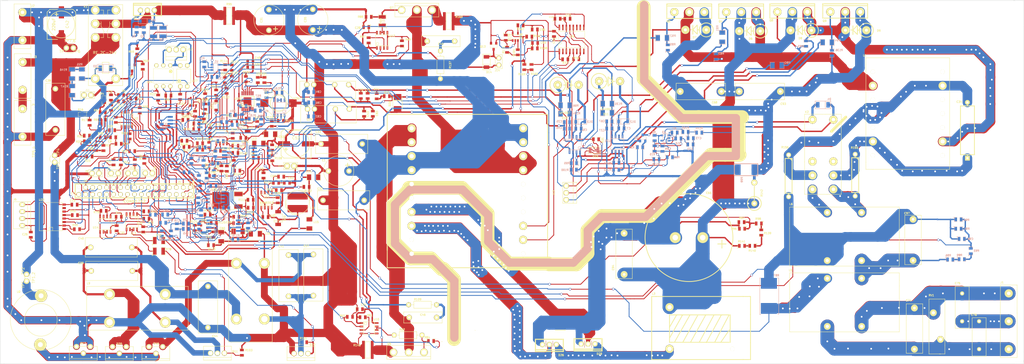
<source format=kicad_pcb>
(kicad_pcb (version 3) (host pcbnew "(2013-07-07 BZR 4022)-stable")
  (layers (15 F.Cu signal) (0 B.Cu signal) (18 B.Paste user) (19 F.Paste user) (20 B.SilkS user) (21 F.SilkS user) (22 B.Mask user) (23 F.Mask user) (28 Edge.Cuts user))
  (net 0 "")
  (net 1 +1.65V_REF)
  (net 2 +12V)
  (net 3 +3.3V)
  (net 4 +3.3VA)
  (net 5 +5VA)
  (net 6 /AnalogSensing/+36V)
  (net 7 /AnalogSensing/DCB_BAT)
  (net 8 /AnalogSensing/DCB_SOLAR)
  (net 9 /AnalogSensing/DCB_pos)
  (net 10 /AnalogSensing/DC_0)
  (net 11 /AnalogSensing/DC_5)
  (net 12 /AnalogSensing/GND_S)
  (net 13 /AnalogSensing/I_sense_P)
  (net 14 /AnalogSensing/I_sense_S)
  (net 15 /AnalogSensing/I_sense_S1)
  (net 16 /AnalogSensing/I_sense_S2)
  (net 17 /AnalogSensing/U_sense_BAT)
  (net 18 /AnalogSensing/U_sense_DC2)
  (net 19 /AnalogSensing/U_sense_DCB)
  (net 20 /AnalogSensing/U_sense_P)
  (net 21 /AnalogSensing/U_sense_PL1)
  (net 22 /AnalogSensing/U_sense_S)
  (net 23 /AnalogSensing/V_DC_S_pos)
  (net 24 /Control/DC_5_C)
  (net 25 /Control/FAULT_LED)
  (net 26 /Control/FBFault)
  (net 27 /Control/K_DC)
  (net 28 /Control/OFFGRID_SW)
  (net 29 /Control/OFF_GRID_LED)
  (net 30 /Control/Opto_C)
  (net 31 /Control/PWM_CHA)
  (net 32 /Control/PWM_CHB)
  (net 33 /Control/PWM_PA)
  (net 34 /Control/PWM_PB)
  (net 35 /Control/PWM_SA)
  (net 36 /Control/PWM_SB)
  (net 37 /Control/Power_SW)
  (net 38 /Control/RELAY)
  (net 39 /Control/RELAY_P)
  (net 40 /Control/RS485-A)
  (net 41 /Control/RS485-B)
  (net 42 /Control/RS485-GND)
  (net 43 /Control/RS485-VDD)
  (net 44 /Control/RxD)
  (net 45 /Control/START_SW)
  (net 46 /Control/TxD)
  (net 47 /MOSFETDrivers/Bridge_A)
  (net 48 /MOSFETDrivers/Bridge_B)
  (net 49 /MOSFETDrivers/DC_18)
  (net 50 /MOSFETDrivers/Fault_FB)
  (net 51 /MOSFETDrivers/G_OUTA)
  (net 52 /MOSFETDrivers/G_OUTB)
  (net 53 /MOSFETDrivers/Gate_CHA)
  (net 54 /MOSFETDrivers/Gate_CHB)
  (net 55 /MOSFETDrivers/Gate_PA)
  (net 56 /MOSFETDrivers/Gate_PB)
  (net 57 /MOSFETDrivers/Gate_SA1)
  (net 58 /MOSFETDrivers/Gate_SA2)
  (net 59 /MOSFETDrivers/Gate_SB1)
  (net 60 /MOSFETDrivers/Gate_SB2)
  (net 61 /MOSFETDrivers/OUTA)
  (net 62 /MOSFETDrivers/OUTB)
  (net 63 /PowerCircuit/DC_400)
  (net 64 /PowerCircuit/FAN)
  (net 65 /PowerCircuit/Falut_PP)
  (net 66 /PowerCircuit/I_DCB_Fault+)
  (net 67 /PowerCircuit/I_sense_PA1)
  (net 68 /PowerCircuit/I_sense_PB1)
  (net 69 /PowerCircuit/Opto_C_R)
  (net 70 /PowerCircuit/Power_Line_1)
  (net 71 /PowerCircuit/Power_Line_2)
  (net 72 /PowerCircuit/Therm_1)
  (net 73 /PowerSupplies/+27V)
  (net 74 GND)
  (net 75 GNDA)
  (net 76 GNDPWR)
  (net 77 N-00000100)
  (net 78 N-00000101)
  (net 79 N-00000102)
  (net 80 N-00000103)
  (net 81 N-00000104)
  (net 82 N-00000105)
  (net 83 N-00000106)
  (net 84 N-00000107)
  (net 85 N-00000108)
  (net 86 N-00000109)
  (net 87 N-00000110)
  (net 88 N-00000111)
  (net 89 N-00000112)
  (net 90 N-00000113)
  (net 91 N-00000114)
  (net 92 N-00000115)
  (net 93 N-00000116)
  (net 94 N-00000117)
  (net 95 N-00000119)
  (net 96 N-00000120)
  (net 97 N-00000126)
  (net 98 N-00000127)
  (net 99 N-00000131)
  (net 100 N-00000132)
  (net 101 N-00000133)
  (net 102 N-00000138)
  (net 103 N-00000139)
  (net 104 N-0000014)
  (net 105 N-00000140)
  (net 106 N-00000141)
  (net 107 N-00000142)
  (net 108 N-00000143)
  (net 109 N-00000144)
  (net 110 N-00000145)
  (net 111 N-00000146)
  (net 112 N-00000147)
  (net 113 N-00000148)
  (net 114 N-00000149)
  (net 115 N-00000150)
  (net 116 N-00000151)
  (net 117 N-00000152)
  (net 118 N-00000153)
  (net 119 N-00000154)
  (net 120 N-00000155)
  (net 121 N-00000156)
  (net 122 N-00000157)
  (net 123 N-00000158)
  (net 124 N-00000159)
  (net 125 N-00000160)
  (net 126 N-00000161)
  (net 127 N-00000163)
  (net 128 N-00000164)
  (net 129 N-00000165)
  (net 130 N-00000166)
  (net 131 N-00000167)
  (net 132 N-00000168)
  (net 133 N-00000169)
  (net 134 N-00000170)
  (net 135 N-00000171)
  (net 136 N-00000172)
  (net 137 N-00000173)
  (net 138 N-00000175)
  (net 139 N-00000176)
  (net 140 N-00000177)
  (net 141 N-00000178)
  (net 142 N-00000179)
  (net 143 N-00000180)
  (net 144 N-00000181)
  (net 145 N-00000182)
  (net 146 N-00000183)
  (net 147 N-00000184)
  (net 148 N-00000185)
  (net 149 N-00000186)
  (net 150 N-00000187)
  (net 151 N-00000188)
  (net 152 N-00000189)
  (net 153 N-00000190)
  (net 154 N-00000192)
  (net 155 N-00000197)
  (net 156 N-00000198)
  (net 157 N-00000199)
  (net 158 N-000002)
  (net 159 N-00000200)
  (net 160 N-00000202)
  (net 161 N-00000203)
  (net 162 N-00000204)
  (net 163 N-00000205)
  (net 164 N-00000206)
  (net 165 N-00000207)
  (net 166 N-00000208)
  (net 167 N-00000209)
  (net 168 N-0000021)
  (net 169 N-00000210)
  (net 170 N-0000022)
  (net 171 N-00000223)
  (net 172 N-0000052)
  (net 173 N-0000053)
  (net 174 N-0000054)
  (net 175 N-0000062)
  (net 176 N-0000064)
  (net 177 N-0000065)
  (net 178 N-0000066)
  (net 179 N-0000067)
  (net 180 N-0000068)
  (net 181 N-0000069)
  (net 182 N-0000070)
  (net 183 N-0000071)
  (net 184 N-0000072)
  (net 185 N-0000074)
  (net 186 N-0000075)
  (net 187 N-0000077)
  (net 188 N-0000078)
  (net 189 N-0000079)
  (net 190 N-0000081)
  (net 191 N-0000082)
  (net 192 N-0000083)
  (net 193 N-0000084)
  (net 194 N-0000085)
  (net 195 N-0000086)
  (net 196 N-0000087)
  (net 197 N-0000088)
  (net 198 N-0000090)
  (net 199 N-0000091)
  (net 200 N-0000092)
  (net 201 N-0000093)
  (net 202 N-0000094)
  (net 203 N-0000095)
  (net 204 N-0000096)
  (net 205 N-0000097)
  (net 206 N-0000098)
  (net 207 N-0000099)
  (module MEV1S1205SC (layer F.Cu) (at 150.0596 63.5172)
    (fp_text reference U26 (at -11.49 5.03) (layer F.SilkS) (effects (font (size 0.7 0.7))))
    (fp_text value NMK1215SAC hide)
    (pad 1 thru_hole circle (at -7.62 0) (size 1.9 1.9) (drill 1.1) (layers *.Cu *.Mask F.SilkS) (net 2 +12V))
    (pad 2 thru_hole circle (at -5.08 0) (size 1.9 1.9) (drill 1.1) (layers *.Cu *.Mask F.SilkS) (net 74 GND))
    (pad 3 thru_hole circle (at 2.54 0) (size 1.9 1.9) (drill 1.1) (layers *.Cu *.Mask F.SilkS) (net 10 /AnalogSensing/DC_0))
    (pad 4 thru_hole circle (at 7.62 0) (size 1.9 1.9) (drill 1.1) (layers *.Cu *.Mask F.SilkS) (net 49 /MOSFETDrivers/DC_18))
  )
  (module MEV1S1205SC (layer F.Cu) (at 150.3263 72.4072)
    (fp_text reference U25 (at -6.96 3.85) (layer F.SilkS) (effects (font (size 0.7 0.7))))
    (fp_text value MEV1S1205SC hide)
    (pad 1 thru_hole circle (at -7.62 0) (size 1.9 1.9) (drill 1.1) (layers *.Cu *.Mask F.SilkS) (net 2 +12V))
    (pad 2 thru_hole circle (at -5.08 0) (size 1.9 1.9) (drill 1.1) (layers *.Cu *.Mask F.SilkS) (net 74 GND))
    (pad 3 thru_hole circle (at 2.54 0) (size 1.9 1.9) (drill 1.1) (layers *.Cu *.Mask F.SilkS) (net 12 /AnalogSensing/GND_S))
    (pad 4 thru_hole circle (at 7.62 0) (size 1.9 1.9) (drill 1.1) (layers *.Cu *.Mask F.SilkS) (net 23 /AnalogSensing/V_DC_S_pos))
  )
  (module so-8 (layer F.Cu) (at 76.8477 76.1619 180)
    (fp_text reference U2 (at -3.3909 0.3429 180) (layer F.SilkS) (effects (font (size 0.7 0.7))))
    (fp_text value AD8552 hide)
    (pad 1 smd rect (at -1.905 2.794 180) (size 0.635 1.27) (layers F.Cu F.Paste F.Mask) (net 20 /AnalogSensing/U_sense_P))
    (pad 2 smd rect (at -0.635 2.794 180) (size 0.635 1.27) (layers F.Cu F.Paste F.Mask) (net 118 N-00000153))
    (pad 3 smd rect (at 0.635 2.794 180) (size 0.635 1.27) (layers F.Cu F.Paste F.Mask) (net 119 N-00000154))
    (pad 4 smd rect (at 1.905 2.794 180) (size 0.635 1.27) (layers F.Cu F.Paste F.Mask) (net 75 GNDA))
    (pad 5 smd rect (at 1.905 -2.794 180) (size 0.635 1.27) (layers F.Cu F.Paste F.Mask) (net 112 N-00000147))
    (pad 6 smd rect (at 0.635 -2.794 180) (size 0.635 1.27) (layers F.Cu F.Paste F.Mask) (net 111 N-00000146))
    (pad 7 smd rect (at -0.635 -2.794 180) (size 0.635 1.27) (layers F.Cu F.Paste F.Mask) (net 17 /AnalogSensing/U_sense_BAT))
    (pad 8 smd rect (at -1.905 -2.794 180) (size 0.635 1.27) (layers F.Cu F.Paste F.Mask) (net 4 +3.3VA))
  )
  (module 2PinHeaer (layer F.Cu) (at 65.4304 95.79864 180)
    (fp_text reference J9 (at 3.3147 0.6858 180) (layer F.SilkS) (effects (font (size 0.7 0.7))))
    (fp_text value JUMPERSEL hide)
    (pad 1 thru_hole circle (at -1.27 0 180) (size 2 2) (drill 1.2) (layers *.Cu *.Mask F.SilkS) (net 28 /Control/OFFGRID_SW))
    (pad 2 thru_hole circle (at 1.27 0 180) (size 2 2) (drill 1.2) (layers *.Cu *.Mask F.SilkS) (net 74 GND))
  )
  (module 2PinHeaer (layer F.Cu) (at 72.4154 95.8088 180)
    (fp_text reference J7 (at 2.0574 1.9431 180) (layer F.SilkS) (effects (font (size 0.7 0.7))))
    (fp_text value JUMPERSEL hide)
    (pad 1 thru_hole circle (at -1.27 0 180) (size 2 2) (drill 1.2) (layers *.Cu *.Mask F.SilkS) (net 45 /Control/START_SW))
    (pad 2 thru_hole circle (at 1.27 0 180) (size 2 2) (drill 1.2) (layers *.Cu *.Mask F.SilkS) (net 74 GND))
  )
  (module 2PinHeaer (layer F.Cu) (at 78.56982 95.79864 180)
    (fp_text reference J10 (at -0.2286 1.9431 180) (layer F.SilkS) (effects (font (size 0.7 0.7))))
    (fp_text value JUMPERSEL hide)
    (pad 1 thru_hole circle (at -1.27 0 180) (size 2 2) (drill 1.2) (layers *.Cu *.Mask F.SilkS) (net 167 N-00000209))
    (pad 2 thru_hole circle (at 1.27 0 180) (size 2 2) (drill 1.2) (layers *.Cu *.Mask F.SilkS) (net 29 /Control/OFF_GRID_LED))
  )
  (module PowerInductor1 (layer F.Cu) (at 338.33 126.87 180)
    (fp_text reference L6 (at 19.4437 19.8247 180) (layer F.SilkS) (effects (font (size 0.7 0.7))))
    (fp_text value 2X6.8mH hide)
    (pad 1 thru_hole circle (at 6.25 16.75 180) (size 2.5 2.5) (drill 1.2) (layers *.Cu *.Mask F.SilkS) (net 93 N-00000116))
    (pad 2 thru_hole circle (at -6.25 16.75 180) (size 2.5 2.5) (drill 1.2) (layers *.Cu *.Mask F.SilkS) (net 94 N-00000117))
    (pad 3 thru_hole circle (at -6.25 -0.75 180) (size 2.5 2.5) (drill 1.2) (layers *.Cu *.Mask F.SilkS) (net 92 N-00000115))
    (pad 4 thru_hole circle (at 6.25 -0.75 180) (size 2.5 2.5) (drill 1.2) (layers *.Cu *.Mask F.SilkS) (net 16 /AnalogSensing/I_sense_S2))
  )
  (module MetFilCap2008 (layer F.Cu) (at 363.34 120.09 90)
    (fp_text reference C97 (at 9.7028 -2.2352 180) (layer F.SilkS) (effects (font (size 0.7 0.7))))
    (fp_text value 0.15uF hide)
    (pad 1 thru_hole circle (at -7.5 0 90) (size 2.5 2.5) (drill 1) (layers *.Cu *.Mask F.SilkS) (net 92 N-00000115))
    (pad 2 thru_hole circle (at 7.5 0 90) (size 2.5 2.5) (drill 1) (layers *.Cu *.Mask F.SilkS) (net 16 /AnalogSensing/I_sense_S2))
  )
  (module 2PinHeaer (layer F.Cu) (at 62.5221 67.3227 180)
    (fp_text reference J11 (at -0.01 1.85 180) (layer F.SilkS) (effects (font (size 0.6 0.6) (thickness 0.1))))
    (fp_text value JUMPERSEL hide)
    (pad 1 thru_hole circle (at -1.27 0 180) (size 2.1 2.1) (drill 1.2) (layers *.Cu *.Mask F.SilkS) (net 27 /Control/K_DC))
    (pad 2 thru_hole circle (at 1.27 0 180) (size 2.1 2.1) (drill 1.2) (layers *.Cu *.Mask F.SilkS) (net 161 N-00000203))
  )
  (module RE_2C_24V (layer F.Cu) (at 68.87 49.35 90)
    (fp_text reference K1 (at 14.2367 -7.0485 180) (layer F.SilkS) (effects (font (size 0.7 0.7))))
    (fp_text value RE_2C-24V (at -2.5273 -0.0762 180) (layer F.SilkS))
    (pad 1 thru_hole circle (at -12 -3.5 90) (size 3.2 3.2) (drill 1.8) (layers *.Cu *.Mask F.SilkS) (net 7 /AnalogSensing/DCB_BAT))
    (pad 2 thru_hole circle (at 3 -3.5 90) (size 3.2 3.2) (drill 1.8) (layers *.Cu *.Mask F.SilkS) (net 8 /AnalogSensing/DCB_SOLAR))
    (pad 3 thru_hole circle (at 8 -3.5 90) (size 3.2 3.2) (drill 1.8) (layers *.Cu *.Mask F.SilkS) (net 104 N-0000014))
    (pad 4 thru_hole circle (at 13 -3.5 90) (size 3.2 3.2) (drill 1.8) (layers *.Cu *.Mask F.SilkS) (net 7 /AnalogSensing/DCB_BAT))
    (pad 5 thru_hole circle (at 13 4 90) (size 3.2 3.2) (drill 1.8) (layers *.Cu *.Mask F.SilkS) (net 7 /AnalogSensing/DCB_BAT))
    (pad 6 thru_hole circle (at 8 4 90) (size 3.2 3.2) (drill 1.8) (layers *.Cu *.Mask F.SilkS) (net 104 N-0000014))
    (pad 7 thru_hole circle (at 3 4 90) (size 3.2 3.2) (drill 1.8) (layers *.Cu *.Mask F.SilkS) (net 8 /AnalogSensing/DCB_SOLAR))
    (pad 8 thru_hole circle (at -12 4 90) (size 3.2 3.2) (drill 1.8) (layers *.Cu *.Mask F.SilkS) (net 27 /Control/K_DC))
  )
  (module 2PinHeaer (layer F.Cu) (at 84.8868 95.7834 180)
    (fp_text reference J8 (at -2.1 2.01 180) (layer F.SilkS) (effects (font (size 0.7 0.7))))
    (fp_text value JUMPERSEL hide)
    (pad 1 thru_hole circle (at -1.27 0 180) (size 2 2) (drill 1.2) (layers *.Cu *.Mask F.SilkS) (net 169 N-00000210))
    (pad 2 thru_hole circle (at 1.27 0 180) (size 2 2) (drill 1.2) (layers *.Cu *.Mask F.SilkS) (net 25 /Control/FAULT_LED))
  )
  (module FQP47P06TO220 (layer F.Cu) (at 84.37 36.45 90)
    (fp_text reference Q1 (at -2.8321 -4.3688 180) (layer F.SilkS) (effects (font (size 0.7 0.7))))
    (fp_text value FQP47P06 hide)
    (pad G thru_hole circle (at 0 -2.54 90) (size 1.9 1.9) (drill 1.05) (layers *.Cu *.Mask F.SilkS) (net 170 N-0000022))
    (pad D thru_hole circle (at 0 0 90) (size 1.9 1.9) (drill 1.05) (layers *.Cu *.Mask F.SilkS) (net 104 N-0000014))
    (pad S thru_hole circle (at 0 2.54 90) (size 1.9 1.9) (drill 1.05) (layers *.Cu *.Mask F.SilkS) (net 9 /AnalogSensing/DCB_pos))
  )
  (module FDP3651U (layer F.Cu) (at 140.31468 161.4932 180)
    (fp_text reference Q10 (at -4.16 3.28 180) (layer F.SilkS) (effects (font (size 0.7 0.7))))
    (fp_text value FDP3651U hide)
    (pad 1 thru_hole circle (at -2.54 0 180) (size 1.9 1.9) (drill 1.3) (layers *.Cu *.Mask F.SilkS) (net 53 /MOSFETDrivers/Gate_CHA))
    (pad 2 thru_hole circle (at 2.54 0 180) (size 1.9 1.9) (drill 1.3) (layers *.Cu *.Mask F.SilkS) (net 74 GND))
    (pad 3 thru_hole circle (at 0 0 180) (size 1.9 1.9) (drill 1.3) (layers *.Cu *.Mask F.SilkS) (net 192 N-0000083))
  )
  (module FDP3651U (layer F.Cu) (at 109.88 161.35 180)
    (fp_text reference Q11 (at -6.411 0.5972 180) (layer F.SilkS) (effects (font (size 0.7 0.7))))
    (fp_text value FDP3651U hide)
    (pad 1 thru_hole circle (at -2.54 0 180) (size 1.9 1.9) (drill 1.3) (layers *.Cu *.Mask F.SilkS) (net 54 /MOSFETDrivers/Gate_CHB))
    (pad 2 thru_hole circle (at 2.54 0 180) (size 1.9 1.9) (drill 1.3) (layers *.Cu *.Mask F.SilkS) (net 74 GND))
    (pad 3 thru_hole circle (at 0 0 180) (size 1.9 1.9) (drill 1.3) (layers *.Cu *.Mask F.SilkS) (net 193 N-0000084))
  )
  (module MetFilCap1807 (layer F.Cu) (at 71.3867 131.3942 180)
    (fp_text reference C39 (at 11.26 2.86 180) (layer F.SilkS) (effects (font (size 0.7 0.7))))
    (fp_text value 4.7uF hide)
    (pad 1 thru_hole circle (at -7.5 0 180) (size 2 2) (drill 1) (layers *.Cu *.Mask F.SilkS) (net 193 N-0000084))
    (pad 2 thru_hole circle (at 7.5 0 180) (size 2 2) (drill 1) (layers *.Cu *.Mask F.SilkS) (net 81 N-00000104))
  )
  (module LM5010A (layer F.Cu) (at 120.82928 69.55224)
    (fp_text reference U15 (at -3.73634 -0.93218) (layer F.SilkS) (effects (font (size 0.7 0.7))))
    (fp_text value LM5010A hide)
    (pad 1 smd rect (at -1.9304 2.90068) (size 0.42 1.5) (layers F.Cu F.Paste F.Mask))
    (pad 2 smd rect (at -1.2954 2.90068) (size 0.42 1.5) (layers F.Cu F.Paste F.Mask) (net 159 N-00000200))
    (pad 3 smd rect (at -0.635 2.90068) (size 0.42 1.5) (layers F.Cu F.Paste F.Mask) (net 153 N-00000190))
    (pad 4 smd rect (at 0 2.90068) (size 0.42 1.5) (layers F.Cu F.Paste F.Mask) (net 156 N-00000198))
    (pad 5 smd rect (at 0.6604 2.90068) (size 0.42 1.5) (layers F.Cu F.Paste F.Mask) (net 74 GND))
    (pad 6 smd rect (at 1.3081 2.90068) (size 0.42 1.5) (layers F.Cu F.Paste F.Mask) (net 74 GND))
    (pad 7 smd rect (at 1.9558 2.90068) (size 0.42 1.5) (layers F.Cu F.Paste F.Mask))
    (pad 8 smd rect (at 1.9558 -2.90068) (size 0.42 1.5) (layers F.Cu F.Paste F.Mask))
    (pad 9 smd rect (at 1.3081 -2.90068) (size 0.42 1.5) (layers F.Cu F.Paste F.Mask) (net 157 N-00000199))
    (pad 10 smd rect (at 0.6604 -2.90068) (size 0.42 1.5) (layers F.Cu F.Paste F.Mask) (net 155 N-00000197))
    (pad 11 smd rect (at 0 -2.90068) (size 0.42 1.5) (layers F.Cu F.Paste F.Mask) (net 160 N-00000202))
    (pad 12 smd rect (at -0.6477 -2.90068) (size 0.42 1.5) (layers F.Cu F.Paste F.Mask) (net 140 N-00000177))
    (pad 13 smd rect (at -1.2954 -2.90068) (size 0.42 1.5) (layers F.Cu F.Paste F.Mask) (net 6 /AnalogSensing/+36V))
    (pad 14 smd rect (at -1.9431 -2.90068) (size 0.42 1.5) (layers F.Cu F.Paste F.Mask))
    (pad 15 smd rect (at 0 0) (size 2.8 2.8) (layers F.Cu F.Paste F.Mask) (net 74 GND))
  )
  (module UF4007 (layer F.Cu) (at 343.789 43.688 180)
    (fp_text reference D9 (at -7.0739 -0.1651 180) (layer F.SilkS) (effects (font (size 0.7 0.7))))
    (fp_text value UF4007 hide)
    (pad 1 thru_hole circle (at -2.54 0 180) (size 3 3) (drill 1.1) (layers *.Cu *.Mask F.SilkS) (net 66 /PowerCircuit/I_DCB_Fault+))
    (pad 2 thru_hole circle (at 5.08 0 180) (size 3 3) (drill 1.1) (layers *.Cu *.Mask F.SilkS) (net 48 /MOSFETDrivers/Bridge_B))
  )
  (module UF4007 (layer F.Cu) (at 323.7738 43.7388 180)
    (fp_text reference D8 (at 1.4986 -2.8702 180) (layer F.SilkS) (effects (font (size 0.7 0.7))))
    (fp_text value UF4007 hide)
    (pad 1 thru_hole circle (at -2.54 0 180) (size 3 3) (drill 1.1) (layers *.Cu *.Mask F.SilkS) (net 48 /MOSFETDrivers/Bridge_B))
    (pad 2 thru_hole circle (at 5.08 0 180) (size 3 3) (drill 1.1) (layers *.Cu *.Mask F.SilkS) (net 63 /PowerCircuit/DC_400))
  )
  (module UF4007 (layer F.Cu) (at 305.1048 44.0055 180)
    (fp_text reference D6 (at 0.9652 -2.7559 180) (layer F.SilkS) (effects (font (size 0.7 0.7))))
    (fp_text value UF4007 hide)
    (pad 1 thru_hole circle (at -2.54 0 180) (size 3 3) (drill 1.1) (layers *.Cu *.Mask F.SilkS) (net 47 /MOSFETDrivers/Bridge_A))
    (pad 2 thru_hole circle (at 5.08 0 180) (size 3 3) (drill 1.1) (layers *.Cu *.Mask F.SilkS) (net 63 /PowerCircuit/DC_400))
  )
  (module UF4007 (layer F.Cu) (at 285.4579 43.561 180)
    (fp_text reference D7 (at 1.7653 -2.6924 180) (layer F.SilkS) (effects (font (size 0.7 0.7))))
    (fp_text value UF4007 hide)
    (pad 1 thru_hole circle (at -2.54 0 180) (size 3 3) (drill 1.1) (layers *.Cu *.Mask F.SilkS) (net 66 /PowerCircuit/I_DCB_Fault+))
    (pad 2 thru_hole circle (at 5.08 0 180) (size 3 3) (drill 1.1) (layers *.Cu *.Mask F.SilkS) (net 47 /MOSFETDrivers/Bridge_A))
  )
  (module UF4007 (layer F.Cu) (at 236.41 63.62)
    (fp_text reference D10 (at -0.05 12) (layer F.SilkS) (effects (font (size 0.7 0.7))))
    (fp_text value UF4007 (at 0.05 10.2) (layer F.SilkS) (effects (font (size 0.7 0.7))))
    (pad 1 thru_hole circle (at -2.54 0) (size 3 3) (drill 1.1) (layers *.Cu *.Mask F.SilkS) (net 173 N-0000053))
    (pad 2 thru_hole circle (at 5.08 0) (size 3 3) (drill 1.1) (layers *.Cu *.Mask F.SilkS) (net 174 N-0000054))
  )
  (module UF4007 (layer F.Cu) (at 251.49 62.27)
    (fp_text reference D11 (at -0.05 12) (layer F.SilkS) (effects (font (size 0.7 0.7))))
    (fp_text value UF4007 (at 0.05 10.2) (layer F.SilkS) (effects (font (size 0.7 0.7))))
    (pad 1 thru_hole circle (at -2.54 0) (size 3 3) (drill 1.1) (layers *.Cu *.Mask F.SilkS) (net 175 N-0000062))
    (pad 2 thru_hole circle (at 5.08 0) (size 3 3) (drill 1.1) (layers *.Cu *.Mask F.SilkS) (net 172 N-0000052))
  )
  (module ETD49 (layer F.Cu) (at 200.96 102.28)
    (fp_text reference T1 (at -28.88876 -29.31908) (layer F.SilkS) (effects (font (size 0.7 0.7))))
    (fp_text value ETD49 hide)
    (pad 1 thru_hole circle (at -20.32 -22.86) (size 3 3) (drill 1.6) (layers *.Cu *.Mask F.SilkS) (net 96 N-00000120))
    (pad 2 thru_hole circle (at -20.32 -17.78) (size 3 3) (drill 1.6) (layers *.Cu *.Mask F.SilkS) (net 96 N-00000120))
    (pad 3 thru_hole circle (at -20.32 -12.7) (size 3 3) (drill 1.6) (layers *.Cu *.Mask F.SilkS) (net 6 /AnalogSensing/+36V))
    (pad 4 thru_hole circle (at -20.32 -7.62) (size 3 3) (drill 1.6) (layers *.Cu *.Mask F.SilkS) (net 6 /AnalogSensing/+36V))
    (pad 6 np_thru_hole circle (at -20.32 2.54) (size 1.6 1.6) (drill 1.6) (layers *.Cu *.Mask F.SilkS))
    (pad 7 thru_hole circle (at -20.32 7.62) (size 3 3) (drill 1.6) (layers *.Cu *.Mask F.SilkS) (net 99 N-00000131))
    (pad 8 thru_hole circle (at -20.32 12.7) (size 3 3) (drill 1.6) (layers *.Cu *.Mask F.SilkS) (net 101 N-00000133))
    (pad 9 np_thru_hole circle (at -20.32 17.78) (size 1.6 1.6) (drill 1.6) (layers *.Cu *.Mask F.SilkS))
    (pad 10 np_thru_hole circle (at -20.32 22.86) (size 1.6 1.6) (drill 1.6) (layers *.Cu *.Mask F.SilkS))
    (pad 11 np_thru_hole circle (at 20.32 22.86) (size 1.6 1.6) (drill 1.6) (layers *.Cu *.Mask F.SilkS))
    (pad 12 thru_hole circle (at 20.32 17.78) (size 3 3) (drill 1.6) (layers *.Cu *.Mask F.SilkS) (net 74 GND))
    (pad 13 thru_hole circle (at 20.32 12.7) (size 3 3) (drill 1.6) (layers *.Cu *.Mask F.SilkS) (net 72 /PowerCircuit/Therm_1))
    (pad 14 np_thru_hole circle (at 20.32 7.62) (size 1.6 1.6) (drill 1.6) (layers *.Cu *.Mask F.SilkS))
    (pad 15 np_thru_hole circle (at 20.32 2.54) (size 1.6 1.6) (drill 1.6) (layers *.Cu *.Mask F.SilkS))
    (pad 16 np_thru_hole circle (at 20.32 -2.54) (size 1.6 1.6) (drill 1.6) (layers *.Cu *.Mask F.SilkS))
    (pad 17 thru_hole circle (at 20.32 -7.62) (size 3 3) (drill 1.6) (layers *.Cu *.Mask F.SilkS) (net 95 N-00000119))
    (pad 18 thru_hole circle (at 20.32 -12.7) (size 3 3) (drill 1.6) (layers *.Cu *.Mask F.SilkS) (net 95 N-00000119))
    (pad 19 thru_hole circle (at 20.32 -17.78) (size 3 3) (drill 1.6) (layers *.Cu *.Mask F.SilkS) (net 6 /AnalogSensing/+36V))
    (pad 20 thru_hole circle (at 20.32 -22.86) (size 3 3) (drill 1.6) (layers *.Cu *.Mask F.SilkS) (net 6 /AnalogSensing/+36V))
    (pad 5 np_thru_hole circle (at -20.32 -2.54) (size 1.6 1.6) (drill 1.6) (layers *.Cu *.Mask F.SilkS))
  )
  (module DMT21493L8 (layer F.Cu) (at 286.1056 152.1968)
    (fp_text reference L3 (at -17.295 -12.525) (layer F.SilkS) (effects (font (size 0.7 0.7))))
    (fp_text value 150uH hide)
    (pad 1 thru_hole circle (at -11.5 7.6) (size 3 3) (drill 1.6) (layers *.Cu *.Mask F.SilkS) (net 100 N-00000132))
    (pad 2 thru_hole circle (at -11.5 -7.6) (size 3 3) (drill 1.6) (layers *.Cu *.Mask F.SilkS) (net 63 /PowerCircuit/DC_400))
    (pad "" np_thru_hole circle (at 11.4 7.6) (size 1.6 1.6) (drill 1.6) (layers *.Cu *.Mask F.SilkS))
  )
  (module CP8 (layer F.Cu) (at 383.14376 80.15224 90)
    (fp_text reference C34 (at 10.38098 -2.98958 180) (layer F.SilkS) (effects (font (size 0.7 0.7))))
    (fp_text value 1uF hide)
    (pad 1 thru_hole rect (at -10.16 0 90) (size 1.778 1.778) (drill 0.8128) (layers *.Cu *.Mask F.SilkS) (net 83 N-00000106))
    (pad 2 thru_hole circle (at 10.16 0 90) (size 1.778 1.778) (drill 0.8128) (layers *.Cu *.Mask F.SilkS) (net 86 N-00000109))
  )
  (module CP4 (layer F.Cu) (at 381.21 144.67 270)
    (fp_text reference C75 (at -8.7884 1.67386 360) (layer F.SilkS) (effects (font (size 0.7 0.7))))
    (fp_text value 2200pF hide)
    (pad 1 thru_hole circle (at -5.08 0 270) (size 1.5 1.5) (drill 0.8128) (layers *.Cu *.Mask F.SilkS) (net 70 /PowerCircuit/Power_Line_1))
    (pad 2 thru_hole circle (at 5.08 0 270) (size 1.5 1.5) (drill 0.8128) (layers *.Cu *.Mask F.SilkS) (net 76 GNDPWR))
  )
  (module CP4 (layer F.Cu) (at 388.67 154.81 270)
    (fp_text reference C76 (at -7.3914 3.1242 360) (layer F.SilkS) (effects (font (size 0.7 0.7))))
    (fp_text value 2200pF hide)
    (pad 1 thru_hole circle (at -5.08 1.27 270) (size 1.5 1.5) (drill 0.8128) (layers *.Cu *.Mask F.SilkS) (net 76 GNDPWR))
    (pad 2 thru_hole circle (at 5.08 1.27 270) (size 1.5 1.5) (drill 0.8128) (layers *.Cu *.Mask F.SilkS) (net 71 /PowerCircuit/Power_Line_2))
  )
  (module TP2PIN (layer F.Cu) (at 56.11 50.14)
    (fp_text reference TP7,6 (at 0 -2.54) (layer F.SilkS))
    (fp_text value TP7___TP6 (at 0 1.27) (layer F.SilkS))
    (pad 2 thru_hole circle (at 1.27 0 90) (size 2 2) (drill 1.1) (layers *.Cu *.Mask F.SilkS) (net 74 GND))
    (pad 1 thru_hole circle (at -1.27 0 90) (size 2 2) (drill 1.1) (layers *.Cu *.Mask F.SilkS) (net 74 GND))
  )
  (module TP2PIN (layer F.Cu) (at 40.34536 133.8834 270)
    (fp_text reference TP1,2 (at 0 -2.54 270) (layer F.SilkS))
    (fp_text value TP1___TP2 (at 0 1.27 270) (layer F.SilkS))
    (pad 2 thru_hole circle (at 1.27 0) (size 2 2) (drill 1.1) (layers *.Cu *.Mask F.SilkS) (net 87 N-00000110))
    (pad 1 thru_hole circle (at -1.27 0) (size 2 2) (drill 1.1) (layers *.Cu *.Mask F.SilkS) (net 7 /AnalogSensing/DCB_BAT))
  )
  (module SM1210 (layer B.Cu) (at 90.03 44.35 270)
    (fp_text reference C92 (at 2.9083 0.6731 360) (layer B.SilkS) (effects (font (size 0.6 0.6) (thickness 0.127)) (justify mirror)))
    (fp_text value 3.3uF hide)
    (pad 1 smd rect (at -1.524 0 270) (size 1.27 2.54) (layers B.Cu B.Paste B.Mask) (net 9 /AnalogSensing/DCB_pos))
    (pad 2 smd rect (at 1.524 0 270) (size 1.27 2.54) (layers B.Cu B.Paste B.Mask) (net 74 GND))
  )
  (module SM1210 (layer B.Cu) (at 86.56 44.39 270)
    (fp_text reference C2 (at 2.921 1.0287 360) (layer B.SilkS) (effects (font (size 0.6 0.6) (thickness 0.127)) (justify mirror)))
    (fp_text value 3.3uF hide)
    (pad 1 smd rect (at -1.524 0 270) (size 1.27 2.54) (layers B.Cu B.Paste B.Mask) (net 9 /AnalogSensing/DCB_pos))
    (pad 2 smd rect (at 1.524 0 270) (size 1.27 2.54) (layers B.Cu B.Paste B.Mask) (net 74 GND))
  )
  (module SOIC16-W (layer F.Cu) (at 49.1871 111.6711 90)
    (fp_text reference U22 (at 6.156 -3.3626 180) (layer F.SilkS) (effects (font (size 0.7 0.7))))
    (fp_text value ADM2484E hide)
    (pad 1 smd rect (at -4.445 4.826 90) (size 0.762 1.27) (layers F.Cu F.Paste F.Mask) (net 3 +3.3V))
    (pad 2 smd rect (at -3.175 4.826 90) (size 0.762 1.27) (layers F.Cu F.Paste F.Mask) (net 74 GND))
    (pad 3 smd rect (at -1.905 4.826 90) (size 0.762 1.27) (layers F.Cu F.Paste F.Mask) (net 44 /Control/RxD))
    (pad 4 smd rect (at -0.635 4.826 90) (size 0.762 1.27) (layers F.Cu F.Paste F.Mask) (net 165 N-00000207))
    (pad 5 smd rect (at 0.635 4.826 90) (size 0.762 1.27) (layers F.Cu F.Paste F.Mask) (net 166 N-00000208))
    (pad 6 smd rect (at 1.905 4.826 90) (size 0.762 1.27) (layers F.Cu F.Paste F.Mask) (net 46 /Control/TxD))
    (pad 7 smd rect (at 3.175 4.826 90) (size 0.762 1.27) (layers F.Cu F.Paste F.Mask))
    (pad 8 smd rect (at 4.445 4.826 90) (size 0.762 1.27) (layers F.Cu F.Paste F.Mask) (net 74 GND))
    (pad 9 smd rect (at 4.445 -4.826 90) (size 0.762 1.27) (layers F.Cu F.Paste F.Mask) (net 42 /Control/RS485-GND))
    (pad 10 smd rect (at 3.175 -4.826 90) (size 0.762 1.27) (layers F.Cu F.Paste F.Mask))
    (pad 11 smd rect (at 1.905 -4.826 90) (size 0.762 1.27) (layers F.Cu F.Paste F.Mask) (net 40 /Control/RS485-A))
    (pad 12 smd rect (at 0.635 -4.826 90) (size 0.762 1.27) (layers F.Cu F.Paste F.Mask) (net 41 /Control/RS485-B))
    (pad 16 smd rect (at -4.445 -4.826 90) (size 0.762 1.27) (layers F.Cu F.Paste F.Mask) (net 43 /Control/RS485-VDD))
    (pad 15 smd rect (at -3.175 -4.826 90) (size 0.762 1.27) (layers F.Cu F.Paste F.Mask) (net 42 /Control/RS485-GND))
    (pad 14 smd rect (at -1.905 -4.826 90) (size 0.762 1.27) (layers F.Cu F.Paste F.Mask) (net 40 /Control/RS485-A))
    (pad 13 smd rect (at -0.635 -4.826 90) (size 0.762 1.27) (layers F.Cu F.Paste F.Mask) (net 41 /Control/RS485-B))
  )
  (module SM0805 (layer F.Cu) (at 41.8846 118.1862 90)
    (fp_text reference C26 (at 0.1338 -2.1414 180) (layer F.SilkS) (effects (font (size 0.7 0.7))))
    (fp_text value 1uF hide)
    (pad 1 smd rect (at -0.9525 0 90) (size 0.889 1.397) (layers F.Cu F.Paste F.Mask) (net 43 /Control/RS485-VDD))
    (pad 2 smd rect (at 0.9525 0 90) (size 0.889 1.397) (layers F.Cu F.Paste F.Mask) (net 42 /Control/RS485-GND))
  )
  (module SM0805 (layer F.Cu) (at 57.80278 107.23626 180)
    (fp_text reference C19 (at 0.7108 1.441 180) (layer F.SilkS) (effects (font (size 0.7 0.7))))
    (fp_text value 1uF hide)
    (pad 1 smd rect (at -0.9525 0 180) (size 0.889 1.397) (layers F.Cu F.Paste F.Mask) (net 3 +3.3V))
    (pad 2 smd rect (at 0.9525 0 180) (size 0.889 1.397) (layers F.Cu F.Paste F.Mask) (net 74 GND))
  )
  (module SM0805 (layer F.Cu) (at 58.6994 116.205 180)
    (fp_text reference R50 (at 0.6708 1.531 180) (layer F.SilkS) (effects (font (size 0.7 0.7))))
    (fp_text value 470 hide)
    (pad 1 smd rect (at -0.9525 0 180) (size 0.889 1.397) (layers F.Cu F.Paste F.Mask) (net 165 N-00000207))
    (pad 2 smd rect (at 0.9525 0 180) (size 0.889 1.397) (layers F.Cu F.Paste F.Mask) (net 74 GND))
  )
  (module SM0805 (layer F.Cu) (at 57.9374 111.0488 180)
    (fp_text reference R49 (at 0.7208 1.481 180) (layer F.SilkS) (effects (font (size 0.7 0.7))))
    (fp_text value 3.3k hide)
    (pad 1 smd rect (at -0.9525 0 180) (size 0.889 1.397) (layers F.Cu F.Paste F.Mask) (net 3 +3.3V))
    (pad 2 smd rect (at 0.9525 0 180) (size 0.889 1.397) (layers F.Cu F.Paste F.Mask) (net 166 N-00000208))
  )
  (module Molex22232041 (layer F.Cu) (at 38.78072 111.03356 270)
    (fp_text reference J6 (at -5.701 2.7058 360) (layer F.SilkS) (effects (font (size 0.7 0.7))))
    (fp_text value HDR1X4WL hide)
    (pad 1 thru_hole oval (at -3.81 0 270) (size 1.6 2.2) (drill 1.02) (layers *.Cu *.Mask F.SilkS) (net 43 /Control/RS485-VDD))
    (pad 2 thru_hole oval (at -1.27 0 270) (size 1.6 2.2) (drill 1.02) (layers *.Cu *.Mask F.SilkS) (net 40 /Control/RS485-A))
    (pad 3 thru_hole oval (at 1.27 0 270) (size 1.6 2.2) (drill 1.02) (layers *.Cu *.Mask F.SilkS) (net 41 /Control/RS485-B))
    (pad 4 thru_hole oval (at 3.81 0 270) (size 1.6 2.2) (drill 1.02) (layers *.Cu *.Mask F.SilkS) (net 42 /Control/RS485-GND))
  )
  (module SM0805 (layer F.Cu) (at 80.69 51.41 90)
    (fp_text reference R59 (at -0.11 -2.18 180) (layer F.SilkS) (effects (font (size 0.7 0.7))))
    (fp_text value 10k hide)
    (pad 1 smd rect (at -0.9525 0 90) (size 0.889 1.397) (layers F.Cu F.Paste F.Mask) (net 162 N-00000204))
    (pad 2 smd rect (at 0.9525 0 90) (size 0.889 1.397) (layers F.Cu F.Paste F.Mask) (net 74 GND))
  )
  (module SM0805 (layer B.Cu) (at 80.43 43.51 90)
    (fp_text reference R1 (at -2.48412 -1.08458 180) (layer B.SilkS) (effects (font (size 0.7 0.7)) (justify mirror)))
    (fp_text value 22k hide)
    (pad 1 smd rect (at -0.9525 0 90) (size 0.889 1.397) (layers B.Cu B.Paste B.Mask) (net 170 N-0000022))
    (pad 2 smd rect (at 0.9525 0 90) (size 0.889 1.397) (layers B.Cu B.Paste B.Mask) (net 168 N-0000021))
  )
  (module SM0805 (layer F.Cu) (at 233.81 39.52)
    (fp_text reference C10 (at -2.3876 -0.5588) (layer F.SilkS) (effects (font (size 0.50038 0.50038) (thickness 0.10922))))
    (fp_text value 0.47uF hide)
    (pad 1 smd rect (at -0.9525 0) (size 0.889 1.397) (layers F.Cu F.Paste F.Mask) (net 10 /AnalogSensing/DC_0))
    (pad 2 smd rect (at 0.9525 0) (size 0.889 1.397) (layers F.Cu F.Paste F.Mask) (net 11 /AnalogSensing/DC_5))
  )
  (module SM0805 (layer B.Cu) (at 83.06 43.59 270)
    (fp_text reference R2 (at 2.43078 0.52832 360) (layer B.SilkS) (effects (font (size 0.7 0.7)) (justify mirror)))
    (fp_text value 22k hide)
    (pad 1 smd rect (at -0.9525 0 270) (size 0.889 1.397) (layers B.Cu B.Paste B.Mask) (net 168 N-0000021))
    (pad 2 smd rect (at 0.9525 0 270) (size 0.889 1.397) (layers B.Cu B.Paste B.Mask) (net 74 GND))
  )
  (module SOD123 (layer B.Cu) (at 83.4 40.35 180)
    (fp_text reference D1 (at -3.22 0.34 180) (layer B.SilkS) (effects (font (size 0.7 0.7)) (justify mirror)))
    (fp_text value MMSZ5245B hide)
    (pad 1 smd rect (at -1.68656 -0.0381 180) (size 0.91 1.22) (layers B.Cu B.Paste B.Mask) (net 9 /AnalogSensing/DCB_pos))
    (pad 2 smd rect (at 1.58242 -0.04826 180) (size 0.91 1.22) (layers B.Cu B.Paste B.Mask) (net 170 N-0000022))
  )
  (module Conn10mm (layer F.Cu) (at 38.9 60.36)
    (fp_text reference J3 (at 4.5528 -6.947) (layer F.SilkS) (effects (font (size 0.7 0.7))))
    (fp_text value BAT hide)
    (pad 1 thru_hole circle (at 0 -5.08) (size 3 3) (drill 1.3) (layers *.Cu *.Mask F.SilkS) (net 8 /AnalogSensing/DCB_SOLAR))
    (pad 2 thru_hole circle (at 0 5.08) (size 3 3) (drill 1.3) (layers *.Cu *.Mask F.SilkS) (net 158 N-000002))
  )
  (module Conn10mm (layer F.Cu) (at 38.87 77.42)
    (fp_text reference J4 (at 3.8628 -6.651) (layer F.SilkS) (effects (font (size 0.7 0.7))))
    (fp_text value BAT hide)
    (pad 1 thru_hole circle (at 0 -5.08) (size 3 3) (drill 1.3) (layers *.Cu *.Mask F.SilkS) (net 158 N-000002))
    (pad 2 thru_hole circle (at 0 5.08) (size 3 3) (drill 1.3) (layers *.Cu *.Mask F.SilkS) (net 74 GND))
  )
  (module Conn10mm (layer F.Cu) (at 38.84 42.25)
    (fp_text reference J2 (at 3.8128 -7.478) (layer F.SilkS) (effects (font (size 0.7 0.7))))
    (fp_text value BAT hide)
    (pad 1 thru_hole circle (at 0 -5.08) (size 3 3) (drill 1.3) (layers *.Cu *.Mask F.SilkS) (net 7 /AnalogSensing/DCB_BAT))
    (pad 2 thru_hole circle (at 0 5.08) (size 3 3) (drill 1.3) (layers *.Cu *.Mask F.SilkS) (net 74 GND))
  )
  (module SM1206 (layer B.Cu) (at 56.9214 65.6844 270)
    (fp_text reference R147 (at -1.5 2.77 360) (layer B.SilkS) (effects (font (size 0.7 0.7)) (justify mirror)))
    (fp_text value 1.5k hide)
    (pad 1 smd rect (at -1.651 0 270) (size 1.524 2.032) (layers B.Cu B.Paste B.Mask) (net 163 N-00000205))
    (pad 2 smd rect (at 1.651 0 270) (size 1.524 2.032) (layers B.Cu B.Paste B.Mask) (net 161 N-00000203))
  )
  (module SM1206 (layer B.Cu) (at 56.9214 59.6138 270)
    (fp_text reference R146 (at -1.53 3.12 360) (layer B.SilkS) (effects (font (size 0.7 0.7)) (justify mirror)))
    (fp_text value 1.5k hide)
    (pad 1 smd rect (at -1.651 0 270) (size 1.524 2.032) (layers B.Cu B.Paste B.Mask) (net 164 N-00000206))
    (pad 2 smd rect (at 1.651 0 270) (size 1.524 2.032) (layers B.Cu B.Paste B.Mask) (net 163 N-00000205))
  )
  (module SM1206 (layer B.Cu) (at 60.5028 59.6138 90)
    (fp_text reference R55 (at 3.46 -0.78 180) (layer B.SilkS) (effects (font (size 0.7 0.7)) (justify mirror)))
    (fp_text value 1.5k hide)
    (pad 1 smd rect (at -1.651 0 90) (size 1.524 2.032) (layers B.Cu B.Paste B.Mask) (net 7 /AnalogSensing/DCB_BAT))
    (pad 2 smd rect (at 1.651 0 90) (size 1.524 2.032) (layers B.Cu B.Paste B.Mask) (net 164 N-00000206))
  )
  (module SM0805 (layer F.Cu) (at 82.66 56.97 90)
    (fp_text reference R58 (at 2.07 1.12 180) (layer F.SilkS) (effects (font (size 0.7 0.7))))
    (fp_text value 3.3k hide)
    (pad 1 smd rect (at -0.9525 0 90) (size 0.889 1.397) (layers F.Cu F.Paste F.Mask) (net 38 /Control/RELAY))
    (pad 2 smd rect (at 0.9525 0 90) (size 0.889 1.397) (layers F.Cu F.Paste F.Mask) (net 162 N-00000204))
  )
  (module SOT23 (layer F.Cu) (at 78.77 57.43 180)
    (fp_text reference Q2 (at 0.26 -3.09 180) (layer F.SilkS) (effects (font (size 0.7 0.7))))
    (fp_text value BSS138LT1G hide)
    (pad 3 smd rect (at 0 -1.09982 180) (size 0.8001 1.00076) (layers F.Cu F.Paste F.Mask) (net 27 /Control/K_DC))
    (pad 2 smd rect (at 0.9525 1.09982 180) (size 0.8001 1.00076) (layers F.Cu F.Paste F.Mask) (net 74 GND))
    (pad 1 smd rect (at -0.9525 1.09982 180) (size 0.8001 1.00076) (layers F.Cu F.Paste F.Mask) (net 162 N-00000204))
  )
  (module SM0805 (layer F.Cu) (at 72.009 91.821 270)
    (fp_text reference R54 (at -0.3429 1.8161 360) (layer F.SilkS) (effects (font (size 0.7 0.7))))
    (fp_text value 10k hide)
    (pad 1 smd rect (at -0.9525 0 270) (size 0.889 1.397) (layers F.Cu F.Paste F.Mask) (net 3 +3.3V))
    (pad 2 smd rect (at 0.9525 0 270) (size 0.889 1.397) (layers F.Cu F.Paste F.Mask) (net 28 /Control/OFFGRID_SW))
  )
  (module SM0805 (layer F.Cu) (at 74.7141 91.821 270)
    (fp_text reference R53 (at 0.0254 -1.9431 360) (layer F.SilkS) (effects (font (size 0.7 0.7))))
    (fp_text value 10k hide)
    (pad 1 smd rect (at -0.9525 0 270) (size 0.889 1.397) (layers F.Cu F.Paste F.Mask) (net 3 +3.3V))
    (pad 2 smd rect (at 0.9525 0 270) (size 0.889 1.397) (layers F.Cu F.Paste F.Mask) (net 45 /Control/START_SW))
  )
  (module SM0805 (layer F.Cu) (at 83.24596 91.28252 270)
    (fp_text reference R52 (at -1.34 1.34 270) (layer F.SilkS) (effects (font (size 0.7 0.7))))
    (fp_text value 220 hide)
    (pad 1 smd rect (at -0.9525 0 270) (size 0.889 1.397) (layers F.Cu F.Paste F.Mask) (net 3 +3.3V))
    (pad 2 smd rect (at 0.9525 0 270) (size 0.889 1.397) (layers F.Cu F.Paste F.Mask) (net 169 N-00000210))
  )
  (module SM0805 (layer F.Cu) (at 79.7814 91.7829 270)
    (fp_text reference R51 (at 2.7 0.01 270) (layer F.SilkS) (effects (font (size 0.7 0.7))))
    (fp_text value 220 hide)
    (pad 1 smd rect (at -0.9525 0 270) (size 0.889 1.397) (layers F.Cu F.Paste F.Mask) (net 3 +3.3V))
    (pad 2 smd rect (at 0.9525 0 270) (size 0.889 1.397) (layers F.Cu F.Paste F.Mask) (net 167 N-00000209))
  )
  (module SOD80 (layer B.Cu) (at 69.15 57.45 180)
    (fp_text reference D3 (at 3.84 0.66 180) (layer B.SilkS) (effects (font (size 0.7 0.7)) (justify mirror)))
    (fp_text value RLS4148 hide)
    (pad 1 smd rect (at -1.82 -0.11 180) (size 1.25 2) (layers B.Cu B.Paste B.Mask) (net 27 /Control/K_DC))
    (pad 2 smd rect (at 1.93 -0.1 180) (size 1.25 2) (layers B.Cu B.Paste B.Mask) (net 7 /AnalogSensing/DCB_BAT))
  )
  (module PCV047310L (layer F.Cu) (at 45.7073 149.0472 90)
    (fp_text reference L8 (at 10.07 -8.26 180) (layer F.SilkS) (effects (font (size 0.7 0.7))))
    (fp_text value 47uH hide)
    (pad 1 thru_hole circle (at -9.19 -0.35 90) (size 4.5 4.5) (drill 1.8) (layers *.Cu *.Mask F.SilkS) (net 88 N-00000111))
    (pad 2 thru_hole circle (at 8.6 -0.1 90) (size 4.5 4.5) (drill 1.8) (layers *.Cu *.Mask F.SilkS) (net 87 N-00000110))
  )
  (module SM0805 (layer B.Cu) (at 237.24 77.16 180)
    (fp_text reference C25 (at 2.79 0.24 180) (layer B.SilkS) (effects (font (size 0.7 0.7)) (justify mirror)))
    (fp_text value 2.2uF hide)
    (pad 1 smd rect (at -0.9525 0 180) (size 0.889 1.397) (layers B.Cu B.Paste B.Mask) (net 49 /MOSFETDrivers/DC_18))
    (pad 2 smd rect (at 0.9525 0 180) (size 0.889 1.397) (layers B.Cu B.Paste B.Mask) (net 10 /AnalogSensing/DC_0))
  )
  (module Conn10mmX3 (layer F.Cu) (at 398.2 154.81 180)
    (fp_text reference J1 (at 2.46126 19.20494 180) (layer F.SilkS) (effects (font (size 0.7 0.7))))
    (fp_text value CTB9550/3AO hide)
    (pad 1 thru_hole circle (at 0 -5.08 180) (size 3 3) (drill 1.3) (layers *.Cu *.Mask F.SilkS) (net 71 /PowerCircuit/Power_Line_2))
    (pad 2 thru_hole circle (at 0 5.08 180) (size 3 3) (drill 1.3) (layers *.Cu *.Mask F.SilkS) (net 76 GNDPWR))
    (pad 3 thru_hole circle (at 0 15.24 180) (size 3 3) (drill 1.3) (layers *.Cu *.Mask F.SilkS) (net 70 /PowerCircuit/Power_Line_1))
  )
  (module VARISTOR (layer F.Cu) (at 371.84 151.64 270)
    (fp_text reference RV1 (at -11.34364 1.84404 360) (layer F.SilkS) (effects (font (size 0.7 0.7))))
    (fp_text value 20S0271 hide)
    (pad 1 thru_hole circle (at -5 1.1 270) (size 2.5 2.5) (drill 1.2) (layers *.Cu *.Mask F.SilkS) (net 70 /PowerCircuit/Power_Line_1))
    (pad 2 thru_hole circle (at 4.7 -1.5 270) (size 2.5 2.5) (drill 1.2) (layers *.Cu *.Mask F.SilkS) (net 71 /PowerCircuit/Power_Line_2))
  )
  (module MetFilCap2008 (layer F.Cu) (at 363.83 152.4 270)
    (fp_text reference C74 (at -10.23366 2.1082 360) (layer F.SilkS) (effects (font (size 0.7 0.7))))
    (fp_text value 0.15uF hide)
    (pad 1 thru_hole circle (at -7.5 0 270) (size 2.5 2.5) (drill 1) (layers *.Cu *.Mask F.SilkS) (net 70 /PowerCircuit/Power_Line_1))
    (pad 2 thru_hole circle (at 7.5 0 270) (size 2.5 2.5) (drill 1) (layers *.Cu *.Mask F.SilkS) (net 71 /PowerCircuit/Power_Line_2))
  )
  (module PowerInductor1 (layer F.Cu) (at 338.35 150.86 180)
    (fp_text reference L5 (at 19.67484 19.7358 180) (layer F.SilkS) (effects (font (size 0.7 0.7))))
    (fp_text value 2X6.8mH hide)
    (pad 1 thru_hole circle (at 6.25 16.75 180) (size 2.5 2.5) (drill 1.2) (layers *.Cu *.Mask F.SilkS) (net 15 /AnalogSensing/I_sense_S1))
    (pad 2 thru_hole circle (at -6.25 16.75 180) (size 2.5 2.5) (drill 1.2) (layers *.Cu *.Mask F.SilkS) (net 92 N-00000115))
    (pad 3 thru_hole circle (at -6.25 -0.75 180) (size 2.5 2.5) (drill 1.2) (layers *.Cu *.Mask F.SilkS) (net 70 /PowerCircuit/Power_Line_1))
    (pad 4 thru_hole circle (at 6.25 -0.75 180) (size 2.5 2.5) (drill 1.2) (layers *.Cu *.Mask F.SilkS) (net 71 /PowerCircuit/Power_Line_2))
  )
  (module MetalStripR (layer B.Cu) (at 310.80456 140.48232 270)
    (fp_text reference R87 (at -7.4422 -2.7686 540) (layer B.SilkS) (effects (font (size 0.7 0.7)) (justify mirror)))
    (fp_text value 0.1 hide)
    (pad 1 smd rect (at -4.57 -0.01 270) (size 3.94 5.84) (layers B.Cu B.Paste B.Mask) (net 16 /AnalogSensing/I_sense_S2))
    (pad 2 smd rect (at 4.57 0 270) (size 3.94 5.84) (layers B.Cu B.Paste B.Mask) (net 15 /AnalogSensing/I_sense_S1))
  )
  (module DPDTRelay (layer F.Cu) (at 330.5 91.5 270)
    (fp_text reference K2 (at -18.0213 5.8547 360) (layer F.SilkS) (effects (font (size 0.7 0.7))))
    (fp_text value HRM1-S-12V hide)
    (pad 1 thru_hole circle (at -15.24 3.81 270) (size 3 3) (drill 1.3) (layers *.Cu *.Mask F.SilkS) (net 84 N-00000107))
    (pad 2 thru_hole circle (at 0 3.81 270) (size 3 3) (drill 1.3) (layers *.Cu *.Mask F.SilkS))
    (pad 3 thru_hole circle (at 5.08 3.8 270) (size 3 3) (drill 1.3) (layers *.Cu *.Mask F.SilkS) (net 86 N-00000109))
    (pad 4 thru_hole circle (at 10.16 3.8 270) (size 3 3) (drill 1.3) (layers *.Cu *.Mask F.SilkS) (net 93 N-00000116))
    (pad 7 thru_hole circle (at 0 -3.8 270) (size 3 3) (drill 1.3) (layers *.Cu *.Mask F.SilkS))
    (pad 8 thru_hole circle (at -15.24 -3.8 270) (size 3 3) (drill 1.3) (layers *.Cu *.Mask F.SilkS) (net 49 /MOSFETDrivers/DC_18))
    (pad 5 thru_hole circle (at 10.16 -3.8 270) (size 3 3) (drill 1.3) (layers *.Cu *.Mask F.SilkS) (net 94 N-00000117))
    (pad 6 thru_hole circle (at 5.08 -3.8 270) (size 3 3) (drill 1.3) (layers *.Cu *.Mask F.SilkS) (net 83 N-00000106))
  )
  (module R6 (layer F.Cu) (at 318 96.75 270)
    (fp_text reference R156 (at -10.4013 1.3335 360) (layer F.SilkS) (effects (font (size 0.7 0.7))))
    (fp_text value 330 hide)
    (pad 1 thru_hole circle (at -7.62 0 270) (size 1.778 1.778) (drill 1.143) (layers *.Cu *.Mask F.SilkS) (net 86 N-00000109))
    (pad 2 thru_hole circle (at 7.62 0 270) (size 1.778 1.778) (drill 1.143) (layers *.Cu *.Mask F.SilkS) (net 16 /AnalogSensing/I_sense_S2))
  )
  (module R6 (layer F.Cu) (at 342.25 96.5 270)
    (fp_text reference R155 (at -10.00252 0.2794 360) (layer F.SilkS) (effects (font (size 0.7 0.7))))
    (fp_text value 330 hide)
    (pad 1 thru_hole circle (at -7.62 0 270) (size 1.778 1.778) (drill 1.143) (layers *.Cu *.Mask F.SilkS) (net 83 N-00000106))
    (pad 2 thru_hole circle (at 7.62 0 270) (size 1.778 1.778) (drill 1.143) (layers *.Cu *.Mask F.SilkS) (net 94 N-00000117))
  )
  (module CoilL4 (layer F.Cu) (at 361.4039 74.0664 270)
    (fp_text reference L4 (at -21.21916 15.68196 360) (layer F.SilkS) (effects (font (size 0.7 0.7))))
    (fp_text value 2X3.3mH hide)
    (pad "" np_thru_hole circle (at -5.08 -12.7 270) (size 1.6 1.6) (drill 1.6) (layers *.Cu *.Mask F.SilkS))
    (pad "" np_thru_hole circle (at 0 -12.7 270) (size 1.6 1.6) (drill 1.6) (layers *.Cu *.Mask F.SilkS))
    (pad "" np_thru_hole circle (at 5.08 -12.7 270) (size 1.6 1.6) (drill 1.6) (layers *.Cu *.Mask F.SilkS))
    (pad "" np_thru_hole circle (at 15.24 -12.7 270) (size 1.6 1.6) (drill 1.6) (layers *.Cu *.Mask F.SilkS))
    (pad "" np_thru_hole circle (at -15.24 12.7 270) (size 1.6 1.6) (drill 1.6) (layers *.Cu *.Mask F.SilkS))
    (pad "" np_thru_hole circle (at -5.08 12.7 270) (size 1.6 1.6) (drill 1.6) (layers *.Cu *.Mask F.SilkS))
    (pad "" np_thru_hole circle (at 0 12.7 270) (size 1.6 1.6) (drill 1.6) (layers *.Cu *.Mask F.SilkS))
    (pad "" np_thru_hole circle (at 5.08 12.7 270) (size 1.6 1.6) (drill 1.6) (layers *.Cu *.Mask F.SilkS))
    (pad "" np_thru_hole circle (at 15.24 12.7 270) (size 1.6 1.6) (drill 1.6) (layers *.Cu *.Mask F.SilkS))
    (pad 1 thru_hole circle (at -10.16 12.7 270) (size 3 3) (drill 1.6) (layers *.Cu *.Mask F.SilkS) (net 47 /MOSFETDrivers/Bridge_A))
    (pad 2 thru_hole circle (at 10.16 12.7 270) (size 3 3) (drill 1.6) (layers *.Cu *.Mask F.SilkS) (net 83 N-00000106))
    (pad 3 thru_hole circle (at 10.16 -12.7 270) (size 3 3) (drill 1.6) (layers *.Cu *.Mask F.SilkS) (net 48 /MOSFETDrivers/Bridge_B))
    (pad 4 thru_hole circle (at -10.16 -12.7 270) (size 3 3) (drill 1.6) (layers *.Cu *.Mask F.SilkS) (net 86 N-00000109))
    (pad "" np_thru_hole circle (at -15.24 -12.7 270) (size 1.6 1.6) (drill 1.6) (layers *.Cu *.Mask F.SilkS))
  )
  (module SOD80 (layer B.Cu) (at 330.4413 70.9803)
    (fp_text reference D4 (at 2.4003 -2.1844) (layer B.SilkS) (effects (font (size 0.7 0.7)) (justify mirror)))
    (fp_text value RLS4148 hide)
    (pad 1 smd rect (at -1.82 -0.11) (size 1.25 2) (layers B.Cu B.Paste B.Mask) (net 84 N-00000107))
    (pad 2 smd rect (at 1.93 -0.1) (size 1.25 2) (layers B.Cu B.Paste B.Mask) (net 49 /MOSFETDrivers/DC_18))
  )
  (module TO3PN (layer F.Cu) (at 338.6328 36.99256)
    (fp_text reference Q9 (at -7.52856 3.33756) (layer F.SilkS) (effects (font (size 0.7 0.7))))
    (fp_text value FQA19N60 hide)
    (pad 1 thru_hole circle (at -5.45 0) (size 3 3) (drill 1.5) (layers *.Cu *.Mask F.SilkS) (net 194 N-0000085))
    (pad 3 thru_hole circle (at 0 0) (size 3 3) (drill 1.5) (layers *.Cu *.Mask F.SilkS) (net 48 /MOSFETDrivers/Bridge_B))
    (pad 2 thru_hole circle (at 5.45 0) (size 3 3) (drill 1.5) (layers *.Cu *.Mask F.SilkS) (net 66 /PowerCircuit/I_DCB_Fault+))
  )
  (module TO3PN (layer F.Cu) (at 319.3542 37.0078)
    (fp_text reference Q8 (at -7.65556 3.11404) (layer F.SilkS) (effects (font (size 0.7 0.7))))
    (fp_text value FQA19N60 hide)
    (pad 1 thru_hole circle (at -5.45 0) (size 3 3) (drill 1.5) (layers *.Cu *.Mask F.SilkS) (net 195 N-0000086))
    (pad 3 thru_hole circle (at 0 0) (size 3 3) (drill 1.5) (layers *.Cu *.Mask F.SilkS) (net 63 /PowerCircuit/DC_400))
    (pad 2 thru_hole circle (at 5.45 0) (size 3 3) (drill 1.5) (layers *.Cu *.Mask F.SilkS) (net 48 /MOSFETDrivers/Bridge_B))
  )
  (module TO3PN (layer F.Cu) (at 281.813 37.084)
    (fp_text reference Q5 (at -7.6073 3.3782) (layer F.SilkS) (effects (font (size 0.7 0.7))))
    (fp_text value FQA19N60 hide)
    (pad 1 thru_hole circle (at -5.45 0) (size 3 3) (drill 1.5) (layers *.Cu *.Mask F.SilkS) (net 197 N-0000088))
    (pad 3 thru_hole circle (at 0 0) (size 3 3) (drill 1.5) (layers *.Cu *.Mask F.SilkS) (net 47 /MOSFETDrivers/Bridge_A))
    (pad 2 thru_hole circle (at 5.45 0) (size 3 3) (drill 1.5) (layers *.Cu *.Mask F.SilkS) (net 66 /PowerCircuit/I_DCB_Fault+))
  )
  (module TO3PN (layer F.Cu) (at 300.736 37.084)
    (fp_text reference Q4 (at -7.5184 3.3782) (layer F.SilkS) (effects (font (size 0.7 0.7))))
    (fp_text value FQA19N60 hide)
    (pad 1 thru_hole circle (at -5.45 0) (size 3 3) (drill 1.5) (layers *.Cu *.Mask F.SilkS) (net 196 N-0000087))
    (pad 3 thru_hole circle (at 0 0) (size 3 3) (drill 1.5) (layers *.Cu *.Mask F.SilkS) (net 63 /PowerCircuit/DC_400))
    (pad 2 thru_hole circle (at 5.45 0) (size 3 3) (drill 1.5) (layers *.Cu *.Mask F.SilkS) (net 47 /MOSFETDrivers/Bridge_A))
  )
  (module SM1206 (layer B.Cu) (at 293.8145 46.228 90)
    (fp_text reference R81 (at 3.29692 -1.74752 90) (layer B.SilkS) (effects (font (size 0.762 0.762) (thickness 0.127)) (justify mirror)))
    (fp_text value 10 hide)
    (pad 1 smd rect (at -1.651 0 90) (size 1.524 2.032) (layers B.Cu B.Paste B.Mask) (net 57 /MOSFETDrivers/Gate_SA1))
    (pad 2 smd rect (at 1.651 0 90) (size 1.524 2.032) (layers B.Cu B.Paste B.Mask) (net 196 N-0000087))
  )
  (module SM1206 (layer B.Cu) (at 272 46.5)
    (fp_text reference R92 (at 3.87604 -0.74676) (layer B.SilkS) (effects (font (size 0.762 0.762) (thickness 0.127)) (justify mirror)))
    (fp_text value 10 hide)
    (pad 1 smd rect (at -1.651 0) (size 1.524 2.032) (layers B.Cu B.Paste B.Mask) (net 58 /MOSFETDrivers/Gate_SA2))
    (pad 2 smd rect (at 1.651 0) (size 1.524 2.032) (layers B.Cu B.Paste B.Mask) (net 197 N-0000088))
  )
  (module SM1206 (layer B.Cu) (at 332.0796 48.1203)
    (fp_text reference R94 (at 3.80492 -0.7366) (layer B.SilkS) (effects (font (size 0.762 0.762) (thickness 0.127)) (justify mirror)))
    (fp_text value 10 hide)
    (pad 1 smd rect (at -1.651 0) (size 1.524 2.032) (layers B.Cu B.Paste B.Mask) (net 60 /MOSFETDrivers/Gate_SB2))
    (pad 2 smd rect (at 1.651 0) (size 1.524 2.032) (layers B.Cu B.Paste B.Mask) (net 194 N-0000085))
  )
  (module SM1206 (layer B.Cu) (at 313.7916 56.4896)
    (fp_text reference R80 (at 3.81254 -0.96012) (layer B.SilkS) (effects (font (size 0.762 0.762) (thickness 0.127)) (justify mirror)))
    (fp_text value 10 hide)
    (pad 1 smd rect (at -1.651 0) (size 1.524 2.032) (layers B.Cu B.Paste B.Mask) (net 59 /MOSFETDrivers/Gate_SB1))
    (pad 2 smd rect (at 1.651 0) (size 1.524 2.032) (layers B.Cu B.Paste B.Mask) (net 195 N-0000086))
  )
  (module SM0805 (layer B.Cu) (at 333.7814 51.9938 90)
    (fp_text reference R136 (at 1.05664 2.6543 180) (layer B.SilkS) (effects (font (size 0.7 0.7)) (justify mirror)))
    (fp_text value 1.5k hide)
    (pad 1 smd rect (at -0.9525 0 90) (size 0.889 1.397) (layers B.Cu B.Paste B.Mask) (net 66 /PowerCircuit/I_DCB_Fault+))
    (pad 2 smd rect (at 0.9525 0 90) (size 0.889 1.397) (layers B.Cu B.Paste B.Mask) (net 194 N-0000085))
  )
  (module SM0805 (layer B.Cu) (at 324.3326 48.5648 270)
    (fp_text reference R83 (at 0.99822 1.88976 360) (layer B.SilkS) (effects (font (size 0.7 0.7)) (justify mirror)))
    (fp_text value 1.5k hide)
    (pad 1 smd rect (at -0.9525 0 270) (size 0.889 1.397) (layers B.Cu B.Paste B.Mask) (net 48 /MOSFETDrivers/Bridge_B))
    (pad 2 smd rect (at 0.9525 0 270) (size 0.889 1.397) (layers B.Cu B.Paste B.Mask) (net 195 N-0000086))
  )
  (module SM0805 (layer B.Cu) (at 291.5666 53.29428 90)
    (fp_text reference R82 (at 1.08458 1.92024 180) (layer B.SilkS) (effects (font (size 0.7 0.7)) (justify mirror)))
    (fp_text value 1.5k hide)
    (pad 1 smd rect (at -0.9525 0 90) (size 0.889 1.397) (layers B.Cu B.Paste B.Mask) (net 47 /MOSFETDrivers/Bridge_A))
    (pad 2 smd rect (at 0.9525 0 90) (size 0.889 1.397) (layers B.Cu B.Paste B.Mask) (net 196 N-0000087))
  )
  (module SM0805 (layer B.Cu) (at 274 50 90)
    (fp_text reference R85 (at 1.143 1.8034 180) (layer B.SilkS) (effects (font (size 0.7 0.7)) (justify mirror)))
    (fp_text value 1.5k hide)
    (pad 1 smd rect (at -0.9525 0 90) (size 0.889 1.397) (layers B.Cu B.Paste B.Mask) (net 66 /PowerCircuit/I_DCB_Fault+))
    (pad 2 smd rect (at 0.9525 0 90) (size 0.889 1.397) (layers B.Cu B.Paste B.Mask) (net 197 N-0000088))
  )
  (module MetFilCap2008 (layer F.Cu) (at 307.5 66)
    (fp_text reference C93 (at 8.52528 4.527) (layer F.SilkS) (effects (font (size 0.7 0.7))))
    (fp_text value 0.15uF hide)
    (pad 1 thru_hole circle (at -7.5 0) (size 2.5 2.5) (drill 1) (layers *.Cu *.Mask F.SilkS) (net 63 /PowerCircuit/DC_400))
    (pad 2 thru_hole circle (at 7.5 0) (size 2.5 2.5) (drill 1) (layers *.Cu *.Mask F.SilkS) (net 66 /PowerCircuit/I_DCB_Fault+))
  )
  (module MetFilCap2008 (layer F.Cu) (at 258.06 125.17 90)
    (fp_text reference C94 (at -5 -4 90) (layer F.SilkS) (effects (font (size 0.7 0.7))))
    (fp_text value 0.15uF hide)
    (pad 1 thru_hole circle (at -7.5 0 90) (size 2.5 2.5) (drill 1) (layers *.Cu *.Mask F.SilkS) (net 63 /PowerCircuit/DC_400))
    (pad 2 thru_hole circle (at 7.5 0 90) (size 2.5 2.5) (drill 1) (layers *.Cu *.Mask F.SilkS) (net 10 /AnalogSensing/DC_0))
  )
  (module MetFilCap2008 (layer F.Cu) (at 286 66 180)
    (fp_text reference C68 (at -5 -4 180) (layer F.SilkS) (effects (font (size 0.7 0.7))))
    (fp_text value 0.15uF hide)
    (pad 1 thru_hole circle (at -7.5 0 180) (size 2.5 2.5) (drill 1) (layers *.Cu *.Mask F.SilkS) (net 63 /PowerCircuit/DC_400))
    (pad 2 thru_hole circle (at 7.5 0 180) (size 2.5 2.5) (drill 1) (layers *.Cu *.Mask F.SilkS) (net 66 /PowerCircuit/I_DCB_Fault+))
  )
  (module SM0805 (layer B.Cu) (at 89.535 78.9432 270)
    (fp_text reference C20 (at -0.5 -1.7 270) (layer B.SilkS) (effects (font (size 0.7 0.7)) (justify mirror)))
    (fp_text value 2.2uF hide)
    (pad 1 smd rect (at -0.9525 0 270) (size 0.889 1.397) (layers B.Cu B.Paste B.Mask) (net 5 +5VA))
    (pad 2 smd rect (at 0.9525 0 270) (size 0.889 1.397) (layers B.Cu B.Paste B.Mask) (net 75 GNDA))
  )
  (module SnapCap30x40 (layer F.Cu) (at 281.69 119.25 180)
    (fp_text reference C66 (at -7.2223 16.2657 180) (layer F.SilkS) (effects (font (size 0.7 0.7))))
    (fp_text value 330uF hide)
    (fp_text user + (at -12 -2 180) (layer F.SilkS) (effects (font (size 4 4) (thickness 0.3))))
    (pad 1 thru_hole circle (at -5 0 180) (size 4 4) (drill 2) (layers *.Cu *.Mask F.SilkS) (net 63 /PowerCircuit/DC_400))
    (pad 2 thru_hole circle (at 5 0 180) (size 4 4) (drill 2) (layers *.Cu *.Mask F.SilkS) (net 10 /AnalogSensing/DC_0))
  )
  (module RES2512 (layer B.Cu) (at 302.5 94.5)
    (fp_text reference R99 (at -1.54 3.63 90) (layer B.SilkS) (effects (font (size 0.7 0.7)) (justify mirror)))
    (fp_text value 0.05 hide)
    (pad 1 smd rect (at -3 0) (size 2 3.8) (layers B.Cu B.Paste B.Mask) (net 10 /AnalogSensing/DC_0))
    (pad 2 smd rect (at 3 0) (size 2 3.8) (layers B.Cu B.Paste B.Mask) (net 66 /PowerCircuit/I_DCB_Fault+))
  )
  (module R1WVERT (layer F.Cu) (at 305.5 103 90)
    (fp_text reference R142 (at 0 2.69 90) (layer F.SilkS) (effects (font (size 0.7 0.7))))
    (fp_text value 1.8M hide)
    (pad 1 thru_hole circle (at -3.81 0 90) (size 2.2 2.2) (drill 1.05) (layers *.Cu *.Mask F.SilkS) (net 63 /PowerCircuit/DC_400))
    (pad 2 thru_hole circle (at 3.81 0 90) (size 2.2 2.2) (drill 1.05) (layers *.Cu *.Mask F.SilkS) (net 66 /PowerCircuit/I_DCB_Fault+))
  )
  (module PF60SA60DS (layer F.Cu) (at 244.92 157.99 270)
    (fp_text reference D29 (at 3.61 -4.11 360) (layer F.SilkS) (effects (font (size 0.7 0.7))))
    (fp_text value PF60SA60DS hide)
    (pad 1 thru_hole circle (at 0 -2.54 270) (size 1.9 1.9) (drill 1.1) (layers *.Cu *.Mask F.SilkS) (net 100 N-00000132))
    (pad 2 thru_hole circle (at 0 0 270) (size 1.9 1.9) (drill 1.1) (layers *.Cu *.Mask F.SilkS) (net 99 N-00000131))
    (pad 3 thru_hole circle (at 0 2.54 270) (size 1.9 1.9) (drill 1.1) (layers *.Cu *.Mask F.SilkS) (net 10 /AnalogSensing/DC_0))
  )
  (module PF60SA60DS (layer F.Cu) (at 230.83 158.21 270)
    (fp_text reference D26 (at 3.85 -4.27 360) (layer F.SilkS) (effects (font (size 0.7 0.7))))
    (fp_text value PF60SA60DS hide)
    (pad 1 thru_hole circle (at 0 -2.54 270) (size 1.9 1.9) (drill 1.1) (layers *.Cu *.Mask F.SilkS) (net 100 N-00000132))
    (pad 2 thru_hole circle (at 0 0 270) (size 1.9 1.9) (drill 1.1) (layers *.Cu *.Mask F.SilkS) (net 101 N-00000133))
    (pad 3 thru_hole circle (at 0 2.54 270) (size 1.9 1.9) (drill 1.1) (layers *.Cu *.Mask F.SilkS) (net 10 /AnalogSensing/DC_0))
  )
  (module SM0805 (layer B.Cu) (at 255.18 94.55 180)
    (fp_text reference R133 (at 3.07 0.03 180) (layer B.SilkS) (effects (font (size 0.7 0.7)) (justify mirror)))
    (fp_text value 4.7k hide)
    (pad 1 smd rect (at -0.9525 0 180) (size 0.889 1.397) (layers B.Cu B.Paste B.Mask) (net 52 /MOSFETDrivers/G_OUTB))
    (pad 2 smd rect (at 0.9525 0 180) (size 0.889 1.397) (layers B.Cu B.Paste B.Mask) (net 10 /AnalogSensing/DC_0))
  )
  (module SM0805 (layer B.Cu) (at 239.76 92.1 180)
    (fp_text reference R65 (at 2.55 -0.02 180) (layer B.SilkS) (effects (font (size 0.7 0.7)) (justify mirror)))
    (fp_text value 4.7k hide)
    (pad 1 smd rect (at -0.9525 0 180) (size 0.889 1.397) (layers B.Cu B.Paste B.Mask) (net 52 /MOSFETDrivers/G_OUTB))
    (pad 2 smd rect (at 0.9525 0 180) (size 0.889 1.397) (layers B.Cu B.Paste B.Mask) (net 10 /AnalogSensing/DC_0))
  )
  (module SM0805 (layer B.Cu) (at 239.71 94.51 180)
    (fp_text reference R100 (at 3.2 -0.11 180) (layer B.SilkS) (effects (font (size 0.7 0.7)) (justify mirror)))
    (fp_text value 4.7k hide)
    (pad 1 smd rect (at -0.9525 0 180) (size 0.889 1.397) (layers B.Cu B.Paste B.Mask) (net 51 /MOSFETDrivers/G_OUTA))
    (pad 2 smd rect (at 0.9525 0 180) (size 0.889 1.397) (layers B.Cu B.Paste B.Mask) (net 10 /AnalogSensing/DC_0))
  )
  (module SM0805 (layer B.Cu) (at 255.24 91.96 180)
    (fp_text reference R127 (at 3.13 -0.16 180) (layer B.SilkS) (effects (font (size 0.7 0.7)) (justify mirror)))
    (fp_text value 4.7k hide)
    (pad 1 smd rect (at -0.9525 0 180) (size 0.889 1.397) (layers B.Cu B.Paste B.Mask) (net 51 /MOSFETDrivers/G_OUTA))
    (pad 2 smd rect (at 0.9525 0 180) (size 0.889 1.397) (layers B.Cu B.Paste B.Mask) (net 10 /AnalogSensing/DC_0))
  )
  (module SM0805 (layer B.Cu) (at 237.24 79.55 180)
    (fp_text reference C49 (at 2.87 0.27 180) (layer B.SilkS) (effects (font (size 0.7 0.7)) (justify mirror)))
    (fp_text value 2.2uF hide)
    (pad 1 smd rect (at -0.9525 0 180) (size 0.889 1.397) (layers B.Cu B.Paste B.Mask) (net 49 /MOSFETDrivers/DC_18))
    (pad 2 smd rect (at 0.9525 0 180) (size 0.889 1.397) (layers B.Cu B.Paste B.Mask) (net 10 /AnalogSensing/DC_0))
  )
  (module SM0805 (layer B.Cu) (at 252.69 79.51 180)
    (fp_text reference C27 (at 2.73 -0.63 180) (layer B.SilkS) (effects (font (size 0.7 0.7)) (justify mirror)))
    (fp_text value 2.2uF hide)
    (pad 1 smd rect (at -0.9525 0 180) (size 0.889 1.397) (layers B.Cu B.Paste B.Mask) (net 49 /MOSFETDrivers/DC_18))
    (pad 2 smd rect (at 0.9525 0 180) (size 0.889 1.397) (layers B.Cu B.Paste B.Mask) (net 10 /AnalogSensing/DC_0))
  )
  (module SM0805 (layer B.Cu) (at 252.69 76.94 180)
    (fp_text reference C67 (at 2.71 0.13 180) (layer B.SilkS) (effects (font (size 0.7 0.7)) (justify mirror)))
    (fp_text value 2.2uF hide)
    (pad 1 smd rect (at -0.9525 0 180) (size 0.889 1.397) (layers B.Cu B.Paste B.Mask) (net 49 /MOSFETDrivers/DC_18))
    (pad 2 smd rect (at 0.9525 0 180) (size 0.889 1.397) (layers B.Cu B.Paste B.Mask) (net 10 /AnalogSensing/DC_0))
  )
  (module SM0805 (layer B.Cu) (at 241.44 79.55 180)
    (fp_text reference C9 (at -2.4 -0.45 180) (layer B.SilkS) (effects (font (size 0.7 0.7)) (justify mirror)))
    (fp_text value 0.47uF hide)
    (pad 1 smd rect (at -0.9525 0 180) (size 0.889 1.397) (layers B.Cu B.Paste B.Mask) (net 174 N-0000054))
    (pad 2 smd rect (at 0.9525 0 180) (size 0.889 1.397) (layers B.Cu B.Paste B.Mask) (net 47 /MOSFETDrivers/Bridge_A))
  )
  (module SM0805 (layer B.Cu) (at 257.08 79.43 180)
    (fp_text reference C7 (at -2.63 -0.03 180) (layer B.SilkS) (effects (font (size 0.7 0.7)) (justify mirror)))
    (fp_text value 0.47uF hide)
    (pad 1 smd rect (at -0.9525 0 180) (size 0.889 1.397) (layers B.Cu B.Paste B.Mask) (net 172 N-0000052))
    (pad 2 smd rect (at 0.9525 0 180) (size 0.889 1.397) (layers B.Cu B.Paste B.Mask) (net 48 /MOSFETDrivers/Bridge_B))
  )
  (module SM1206 (layer B.Cu) (at 236.57 74.08 180)
    (fp_text reference R134 (at -4.21 0.08 180) (layer B.SilkS) (effects (font (size 0.7 0.7)) (justify mirror)))
    (fp_text value 5.6 hide)
    (pad 1 smd rect (at -1.651 0 180) (size 1.524 2.032) (layers B.Cu B.Paste B.Mask) (net 49 /MOSFETDrivers/DC_18))
    (pad 2 smd rect (at 1.651 0 180) (size 1.524 2.032) (layers B.Cu B.Paste B.Mask) (net 173 N-0000053))
  )
  (module SM1206 (layer B.Cu) (at 236.57 71.06 180)
    (fp_text reference R66 (at -3.89 -0.11 180) (layer B.SilkS) (effects (font (size 0.7 0.7)) (justify mirror)))
    (fp_text value 5.6 hide)
    (pad 1 smd rect (at -1.651 0 180) (size 1.524 2.032) (layers B.Cu B.Paste B.Mask) (net 49 /MOSFETDrivers/DC_18))
    (pad 2 smd rect (at 1.651 0 180) (size 1.524 2.032) (layers B.Cu B.Paste B.Mask) (net 173 N-0000053))
  )
  (module SM1206 (layer B.Cu) (at 251.94 70.45 180)
    (fp_text reference R135 (at -4.13 -0.07 180) (layer B.SilkS) (effects (font (size 0.7 0.7)) (justify mirror)))
    (fp_text value 5.6 hide)
    (pad 1 smd rect (at -1.651 0 180) (size 1.524 2.032) (layers B.Cu B.Paste B.Mask) (net 49 /MOSFETDrivers/DC_18))
    (pad 2 smd rect (at 1.651 0 180) (size 1.524 2.032) (layers B.Cu B.Paste B.Mask) (net 175 N-0000062))
  )
  (module SM1206 (layer B.Cu) (at 251.94 73.81 180)
    (fp_text reference R70 (at -3.86 -0.26 180) (layer B.SilkS) (effects (font (size 0.7 0.7)) (justify mirror)))
    (fp_text value 5.6 hide)
    (pad 1 smd rect (at -1.651 0 180) (size 1.524 2.032) (layers B.Cu B.Paste B.Mask) (net 49 /MOSFETDrivers/DC_18))
    (pad 2 smd rect (at 1.651 0 180) (size 1.524 2.032) (layers B.Cu B.Paste B.Mask) (net 175 N-0000062))
  )
  (module SOD123 (layer B.Cu) (at 242.13 77.08)
    (fp_text reference D13 (at 3.51 -0.05) (layer B.SilkS) (effects (font (size 0.7 0.7)) (justify mirror)))
    (fp_text value MMSZ5245B-15V hide)
    (pad 1 smd rect (at -1.68656 -0.0381) (size 0.91 1.22) (layers B.Cu B.Paste B.Mask) (net 47 /MOSFETDrivers/Bridge_A))
    (pad 2 smd rect (at 1.58242 -0.04826) (size 0.91 1.22) (layers B.Cu B.Paste B.Mask) (net 174 N-0000054))
  )
  (module SOD123 (layer B.Cu) (at 257.73 76.99)
    (fp_text reference D12 (at 3.56 0.04) (layer B.SilkS) (effects (font (size 0.7 0.7)) (justify mirror)))
    (fp_text value MMSZ5245B-15V hide)
    (pad 1 smd rect (at -1.68656 -0.0381) (size 0.91 1.22) (layers B.Cu B.Paste B.Mask) (net 48 /MOSFETDrivers/Bridge_B))
    (pad 2 smd rect (at 1.58242 -0.04826) (size 0.91 1.22) (layers B.Cu B.Paste B.Mask) (net 172 N-0000052))
  )
  (module NL27WZ08 (layer F.Cu) (at 247.11 87.42 180)
    (fp_text reference U23 (at -0.48 -2.17 180) (layer F.SilkS) (effects (font (size 0.7 0.7))))
    (fp_text value NL27WZ08 hide)
    (pad 1 smd rect (at 1.4 0.75 180) (size 1 0.3) (layers F.Cu F.Paste F.Mask) (net 61 /MOSFETDrivers/OUTA))
    (pad 2 smd rect (at 1.41 0.25 180) (size 1 0.3) (layers F.Cu F.Paste F.Mask) (net 50 /MOSFETDrivers/Fault_FB))
    (pad 3 smd rect (at 1.4 -0.25 180) (size 1 0.3) (layers F.Cu F.Paste F.Mask) (net 52 /MOSFETDrivers/G_OUTB))
    (pad 4 smd rect (at 1.4 -0.75 180) (size 1 0.3) (layers F.Cu F.Paste F.Mask) (net 10 /AnalogSensing/DC_0))
    (pad 5 smd rect (at -1.4 -0.75 180) (size 1 0.3) (layers F.Cu F.Paste F.Mask) (net 62 /MOSFETDrivers/OUTB))
    (pad 6 smd rect (at -1.4 -0.25 180) (size 1 0.3) (layers F.Cu F.Paste F.Mask) (net 50 /MOSFETDrivers/Fault_FB))
    (pad 7 smd rect (at -1.4 0.25 180) (size 1 0.3) (layers F.Cu F.Paste F.Mask) (net 51 /MOSFETDrivers/G_OUTA))
    (pad 8 smd rect (at -1.4 0.75 180) (size 1 0.3) (layers F.Cu F.Paste F.Mask) (net 11 /AnalogSensing/DC_5))
  )
  (module Molex2031 (layer F.Cu) (at 236.95 102.94 270)
    (fp_text reference J13 (at 0.01 4.53 270) (layer F.SilkS) (effects (font (size 0.7 0.7))))
    (fp_text value CONN3PIN hide)
    (pad 1 thru_hole circle (at -2.54 0 270) (size 2 2) (drill 1.19) (layers *.Cu *.Mask F.SilkS) (net 11 /AnalogSensing/DC_5))
    (pad 2 thru_hole circle (at 0 0 270) (size 2 2) (drill 1.19) (layers *.Cu *.Mask F.SilkS) (net 89 N-00000112))
    (pad 3 thru_hole circle (at 2.54 0 270) (size 2 2) (drill 1.19) (layers *.Cu *.Mask F.SilkS) (net 69 /PowerCircuit/Opto_C_R))
  )
  (module Molex2031 (layer F.Cu) (at 94.8563 50.7619 180)
    (fp_text reference J12 (at -5.0419 0.1651 180) (layer F.SilkS) (effects (font (size 0.7 0.7))))
    (fp_text value CONN3PIN hide)
    (pad 1 thru_hole circle (at -2.54 0 180) (size 2 2) (drill 1.19) (layers *.Cu *.Mask F.SilkS) (net 24 /Control/DC_5_C))
    (pad 2 thru_hole circle (at 0 0 180) (size 2 2) (drill 1.19) (layers *.Cu *.Mask F.SilkS) (net 37 /Control/Power_SW))
    (pad 3 thru_hole circle (at 2.54 0 180) (size 2 2) (drill 1.19) (layers *.Cu *.Mask F.SilkS) (net 30 /Control/Opto_C))
  )
  (module SM0805 (layer B.Cu) (at 272.03 86.86 270)
    (fp_text reference C99 (at 0.06 -1.98 360) (layer B.SilkS) (effects (font (size 0.7 0.7)) (justify mirror)))
    (fp_text value 1uF hide)
    (pad 1 smd rect (at -0.9525 0 270) (size 0.889 1.397) (layers B.Cu B.Paste B.Mask) (net 11 /AnalogSensing/DC_5))
    (pad 2 smd rect (at 0.9525 0 270) (size 0.889 1.397) (layers B.Cu B.Paste B.Mask) (net 10 /AnalogSensing/DC_0))
  )
  (module SM0805 (layer B.Cu) (at 269.16 82.97 270)
    (fp_text reference R6 (at -2.15 0.25 360) (layer B.SilkS) (effects (font (size 0.7 0.7)) (justify mirror)))
    (fp_text value 20k hide)
    (pad 1 smd rect (at -0.9525 0 270) (size 0.889 1.397) (layers B.Cu B.Paste B.Mask) (net 11 /AnalogSensing/DC_5))
    (pad 2 smd rect (at 0.9525 0 270) (size 0.889 1.397) (layers B.Cu B.Paste B.Mask) (net 203 N-0000095))
  )
  (module SM0805 (layer B.Cu) (at 277.81 83.13)
    (fp_text reference R10 (at 0 1.79) (layer B.SilkS) (effects (font (size 0.7 0.7)) (justify mirror)))
    (fp_text value 2.2k hide)
    (pad 1 smd rect (at -0.9525 0) (size 0.889 1.397) (layers B.Cu B.Paste B.Mask) (net 198 N-0000090))
    (pad 2 smd rect (at 0.9525 0) (size 0.889 1.397) (layers B.Cu B.Paste B.Mask) (net 203 N-0000095))
  )
  (module SM0805 (layer B.Cu) (at 282.22 85.31)
    (fp_text reference C72 (at -0.11 1.71) (layer B.SilkS) (effects (font (size 0.7 0.7)) (justify mirror)))
    (fp_text value 0.1uF hide)
    (pad 1 smd rect (at -0.9525 0) (size 0.889 1.397) (layers B.Cu B.Paste B.Mask) (net 203 N-0000095))
    (pad 2 smd rect (at 0.9525 0) (size 0.889 1.397) (layers B.Cu B.Paste B.Mask) (net 10 /AnalogSensing/DC_0))
  )
  (module SM0805 (layer B.Cu) (at 280.44 80.76)
    (fp_text reference R102 (at -0.03 -1.54) (layer B.SilkS) (effects (font (size 0.7 0.7)) (justify mirror)))
    (fp_text value 2.2k hide)
    (pad 1 smd rect (at -0.9525 0) (size 0.889 1.397) (layers B.Cu B.Paste B.Mask) (net 205 N-0000097))
    (pad 2 smd rect (at 0.9525 0) (size 0.889 1.397) (layers B.Cu B.Paste B.Mask) (net 204 N-0000096))
  )
  (module SM0805 (layer B.Cu) (at 285.42 80.99)
    (fp_text reference R144 (at -0.01 -1.57) (layer B.SilkS) (effects (font (size 0.7 0.7)) (justify mirror)))
    (fp_text value 1.2k hide)
    (pad 1 smd rect (at -0.9525 0) (size 0.889 1.397) (layers B.Cu B.Paste B.Mask) (net 204 N-0000096))
    (pad 2 smd rect (at 0.9525 0) (size 0.889 1.397) (layers B.Cu B.Paste B.Mask) (net 66 /PowerCircuit/I_DCB_Fault+))
  )
  (module SM0805 (layer B.Cu) (at 269.16 86.78 270)
    (fp_text reference R15 (at 2.14 0.75 360) (layer B.SilkS) (effects (font (size 0.7 0.7)) (justify mirror)))
    (fp_text value 1k hide)
    (pad 1 smd rect (at -0.9525 0 270) (size 0.889 1.397) (layers B.Cu B.Paste B.Mask) (net 203 N-0000095))
    (pad 2 smd rect (at 0.9525 0 270) (size 0.889 1.397) (layers B.Cu B.Paste B.Mask) (net 10 /AnalogSensing/DC_0))
  )
  (module SM0805 (layer B.Cu) (at 282.32 83.02)
    (fp_text reference C73 (at 2.89 0) (layer B.SilkS) (effects (font (size 0.7 0.7)) (justify mirror)))
    (fp_text value 1000pF hide)
    (pad 1 smd rect (at -0.9525 0) (size 0.889 1.397) (layers B.Cu B.Paste B.Mask) (net 204 N-0000096))
    (pad 2 smd rect (at 0.9525 0) (size 0.889 1.397) (layers B.Cu B.Paste B.Mask) (net 10 /AnalogSensing/DC_0))
  )
  (module SM0805 (layer B.Cu) (at 276.44 80.96)
    (fp_text reference R7 (at -0.03 -1.44) (layer B.SilkS) (effects (font (size 0.7 0.7)) (justify mirror)))
    (fp_text value 1.5M hide)
    (pad 1 smd rect (at -0.9525 0) (size 0.889 1.397) (layers B.Cu B.Paste B.Mask) (net 50 /MOSFETDrivers/Fault_FB))
    (pad 2 smd rect (at 0.9525 0) (size 0.889 1.397) (layers B.Cu B.Paste B.Mask) (net 198 N-0000090))
  )
  (module SM0805 (layer B.Cu) (at 269.85 90.7)
    (fp_text reference R138 (at -0.14 1.82) (layer B.SilkS) (effects (font (size 0.7 0.7)) (justify mirror)))
    (fp_text value 390 hide)
    (pad 1 smd rect (at -0.9525 0) (size 0.889 1.397) (layers B.Cu B.Paste B.Mask) (net 69 /PowerCircuit/Opto_C_R))
    (pad 2 smd rect (at 0.9525 0) (size 0.889 1.397) (layers B.Cu B.Paste B.Mask) (net 50 /MOSFETDrivers/Fault_FB))
  )
  (module SOT23 (layer B.Cu) (at 264.82 82.94 180)
    (fp_text reference Q3 (at 2.23 0.08 180) (layer B.SilkS) (effects (font (size 0.762 0.762)) (justify mirror)))
    (fp_text value BSS138LT1G hide)
    (pad 3 smd rect (at 0 1.09982 180) (size 0.8001 1.00076) (layers B.Cu B.Paste B.Mask) (net 84 N-00000107))
    (pad 2 smd rect (at 0.9525 -1.09982 180) (size 0.8001 1.00076) (layers B.Cu B.Paste B.Mask) (net 10 /AnalogSensing/DC_0))
    (pad 1 smd rect (at -0.9525 -1.09982 180) (size 0.8001 1.00076) (layers B.Cu B.Paste B.Mask) (net 85 N-00000108))
  )
  (module SM0805 (layer B.Cu) (at 274.72 89.97)
    (fp_text reference R60 (at 2.61 -0.01) (layer B.SilkS) (effects (font (size 0.7 0.7)) (justify mirror)))
    (fp_text value 10k hide)
    (pad 1 smd rect (at -0.9525 0) (size 0.889 1.397) (layers B.Cu B.Paste B.Mask) (net 85 N-00000108))
    (pad 2 smd rect (at 0.9525 0) (size 0.889 1.397) (layers B.Cu B.Paste B.Mask) (net 10 /AnalogSensing/DC_0))
  )
  (module SM0805 (layer B.Cu) (at 263.86 86.29)
    (fp_text reference R21 (at -3.05 0.13) (layer B.SilkS) (effects (font (size 0.7 0.7)) (justify mirror)))
    (fp_text value 10k hide)
    (pad 1 smd rect (at -0.9525 0) (size 0.889 1.397) (layers B.Cu B.Paste B.Mask) (net 89 N-00000112))
    (pad 2 smd rect (at 0.9525 0) (size 0.889 1.397) (layers B.Cu B.Paste B.Mask) (net 85 N-00000108))
  )
  (module SM0805 (layer F.Cu) (at 121.8656 57.1799 180)
    (fp_text reference C65 (at -2.71526 1.11252 180) (layer F.SilkS) (effects (font (size 0.7 0.7))))
    (fp_text value 0.22uF hide)
    (pad 1 smd rect (at -0.9525 0 180) (size 0.889 1.397) (layers F.Cu F.Paste F.Mask) (net 6 /AnalogSensing/+36V))
    (pad 2 smd rect (at 0.9525 0 180) (size 0.889 1.397) (layers F.Cu F.Paste F.Mask) (net 74 GND))
  )
  (module SM0805 (layer F.Cu) (at 71.86168 82.7024 180)
    (fp_text reference C8 (at 1.18618 -1.5367 180) (layer F.SilkS) (effects (font (size 0.7 0.7))))
    (fp_text value 1nF hide)
    (pad 1 smd rect (at -0.9525 0 180) (size 0.889 1.397) (layers F.Cu F.Paste F.Mask) (net 113 N-00000148))
    (pad 2 smd rect (at 0.9525 0 180) (size 0.889 1.397) (layers F.Cu F.Paste F.Mask) (net 114 N-00000149))
  )
  (module SM0805 (layer F.Cu) (at 135.2133 99.255)
    (fp_text reference C63 (at 1.43002 -1.70688) (layer F.SilkS) (effects (font (size 0.7 0.7))))
    (fp_text value 1000pF hide)
    (pad 1 smd rect (at -0.9525 0) (size 0.889 1.397) (layers F.Cu F.Paste F.Mask) (net 146 N-00000183))
    (pad 2 smd rect (at 0.9525 0) (size 0.889 1.397) (layers F.Cu F.Paste F.Mask) (net 74 GND))
  )
  (module SM0805 (layer B.Cu) (at 144.11 70.02)
    (fp_text reference C86 (at 2.7 0.1) (layer B.SilkS) (effects (font (size 0.7 0.7)) (justify mirror)))
    (fp_text value 2.2uF hide)
    (pad 1 smd rect (at -0.9525 0) (size 0.889 1.397) (layers B.Cu B.Paste B.Mask) (net 2 +12V))
    (pad 2 smd rect (at 0.9525 0) (size 0.889 1.397) (layers B.Cu B.Paste B.Mask) (net 74 GND))
  )
  (module SM0805 (layer B.Cu) (at 100.38588 91.24696 90)
    (fp_text reference C15 (at 2.01168 0.2667 180) (layer B.SilkS) (effects (font (size 0.7 0.7)) (justify mirror)))
    (fp_text value 2.2nF hide)
    (pad 1 smd rect (at -0.9525 0 90) (size 0.889 1.397) (layers B.Cu B.Paste B.Mask) (net 105 N-00000140))
    (pad 2 smd rect (at 0.9525 0 90) (size 0.889 1.397) (layers B.Cu B.Paste B.Mask) (net 106 N-00000141))
  )
  (module SM0805 (layer B.Cu) (at 104.8131 92.08262 270)
    (fp_text reference C90 (at -2.2225 0.889 360) (layer B.SilkS) (effects (font (size 0.7 0.7)) (justify mirror)))
    (fp_text value 0.22uF hide)
    (pad 1 smd rect (at -0.9525 0 270) (size 0.889 1.397) (layers B.Cu B.Paste B.Mask) (net 75 GNDA))
    (pad 2 smd rect (at 0.9525 0 270) (size 0.889 1.397) (layers B.Cu B.Paste B.Mask) (net 105 N-00000140))
  )
  (module SM0805 (layer B.Cu) (at 119.3292 71.3232 180)
    (fp_text reference C87 (at 0.99314 1.29032 180) (layer B.SilkS) (effects (font (size 0.7 0.7)) (justify mirror)))
    (fp_text value 0.22uF hide)
    (pad 1 smd rect (at -0.9525 0 180) (size 0.889 1.397) (layers B.Cu B.Paste B.Mask) (net 134 N-00000170))
    (pad 2 smd rect (at 0.9525 0 180) (size 0.889 1.397) (layers B.Cu B.Paste B.Mask) (net 75 GNDA))
  )
  (module SM0805 (layer B.Cu) (at 105.8164 70.5104)
    (fp_text reference C17 (at 2.7 -0.2) (layer B.SilkS) (effects (font (size 0.7 0.7)) (justify mirror)))
    (fp_text value 2.2uF hide)
    (pad 1 smd rect (at -0.9525 0) (size 0.889 1.397) (layers B.Cu B.Paste B.Mask) (net 11 /AnalogSensing/DC_5))
    (pad 2 smd rect (at 0.9525 0) (size 0.889 1.397) (layers B.Cu B.Paste B.Mask) (net 10 /AnalogSensing/DC_0))
  )
  (module SM0805 (layer F.Cu) (at 98.2218 76.3778)
    (fp_text reference C81 (at 0.0923 -1.411) (layer F.SilkS) (effects (font (size 0.7 0.7))))
    (fp_text value 1uF hide)
    (pad 1 smd rect (at -0.9525 0) (size 0.889 1.397) (layers F.Cu F.Paste F.Mask) (net 3 +3.3V))
    (pad 2 smd rect (at 0.9525 0) (size 0.889 1.397) (layers F.Cu F.Paste F.Mask) (net 74 GND))
  )
  (module SM0805 (layer F.Cu) (at 107.21 80.32 270)
    (fp_text reference C56 (at -2.2531 0.1871 360) (layer F.SilkS) (effects (font (size 0.7 0.7))))
    (fp_text value 0.22uF hide)
    (pad 1 smd rect (at -0.9525 0 270) (size 0.889 1.397) (layers F.Cu F.Paste F.Mask) (net 74 GND))
    (pad 2 smd rect (at 0.9525 0 270) (size 0.889 1.397) (layers F.Cu F.Paste F.Mask) (net 73 /PowerSupplies/+27V))
  )
  (module SM0805 (layer F.Cu) (at 123.923 90.2507)
    (fp_text reference C54 (at -1.1811 -1.524) (layer F.SilkS) (effects (font (size 0.7 0.7))))
    (fp_text value 2.2uF hide)
    (pad 1 smd rect (at -0.9525 0) (size 0.889 1.397) (layers F.Cu F.Paste F.Mask) (net 141 N-00000178))
    (pad 2 smd rect (at 0.9525 0) (size 0.889 1.397) (layers F.Cu F.Paste F.Mask) (net 75 GNDA))
  )
  (module SM0805 (layer F.Cu) (at 102.2604 77.6986)
    (fp_text reference C80 (at 2.84088 -0.4312) (layer F.SilkS) (effects (font (size 0.7 0.7))))
    (fp_text value 0.1uF hide)
    (pad 1 smd rect (at -0.9525 0) (size 0.889 1.397) (layers F.Cu F.Paste F.Mask) (net 190 N-0000081))
    (pad 2 smd rect (at 0.9525 0) (size 0.889 1.397) (layers F.Cu F.Paste F.Mask) (net 74 GND))
  )
  (module SM0805 (layer F.Cu) (at 133.0833 97.04324)
    (fp_text reference C62 (at -2.91084 -0.22352) (layer F.SilkS) (effects (font (size 0.7 0.7))))
    (fp_text value 1000pF hide)
    (pad 1 smd rect (at -0.9525 0) (size 0.889 1.397) (layers F.Cu F.Paste F.Mask) (net 145 N-00000182))
    (pad 2 smd rect (at 0.9525 0) (size 0.889 1.397) (layers F.Cu F.Paste F.Mask) (net 74 GND))
  )
  (module SM0805 (layer F.Cu) (at 121.8656 54.9828 180)
    (fp_text reference C48 (at -2.60858 1.22682 180) (layer F.SilkS) (effects (font (size 0.7 0.7))))
    (fp_text value 2.2uF hide)
    (pad 1 smd rect (at -0.9525 0 180) (size 0.889 1.397) (layers F.Cu F.Paste F.Mask) (net 6 /AnalogSensing/+36V))
    (pad 2 smd rect (at 0.9525 0 180) (size 0.889 1.397) (layers F.Cu F.Paste F.Mask) (net 74 GND))
  )
  (module SM0805 (layer F.Cu) (at 72.86244 76.32954 90)
    (fp_text reference C6 (at 0.07874 -1.61544 180) (layer F.SilkS) (effects (font (size 0.7 0.7))))
    (fp_text value 0.22uF hide)
    (pad 1 smd rect (at -0.9525 0 90) (size 0.889 1.397) (layers F.Cu F.Paste F.Mask) (net 4 +3.3VA))
    (pad 2 smd rect (at 0.9525 0 90) (size 0.889 1.397) (layers F.Cu F.Paste F.Mask) (net 75 GNDA))
  )
  (module SM0805 (layer B.Cu) (at 144.01 75.12)
    (fp_text reference C82 (at 2.7 0) (layer B.SilkS) (effects (font (size 0.7 0.7)) (justify mirror)))
    (fp_text value 2.2uF hide)
    (pad 1 smd rect (at -0.9525 0) (size 0.889 1.397) (layers B.Cu B.Paste B.Mask) (net 2 +12V))
    (pad 2 smd rect (at 0.9525 0) (size 0.889 1.397) (layers B.Cu B.Paste B.Mask) (net 74 GND))
  )
  (module SM0805 (layer F.Cu) (at 225.51 43.42)
    (fp_text reference C95 (at 2.8 0.1) (layer F.SilkS) (effects (font (size 0.7 0.7))))
    (fp_text value 0.1uF hide)
    (pad 1 smd rect (at -0.9525 0) (size 0.889 1.397) (layers F.Cu F.Paste F.Mask) (net 79 N-00000102))
    (pad 2 smd rect (at 0.9525 0) (size 0.889 1.397) (layers F.Cu F.Paste F.Mask) (net 74 GND))
  )
  (module SM0805 (layer F.Cu) (at 164.61 67.62 270)
    (fp_text reference C71 (at -2.2 0 360) (layer F.SilkS) (effects (font (size 0.7 0.7))))
    (fp_text value 2.2uF hide)
    (pad 1 smd rect (at -0.9525 0 270) (size 0.889 1.397) (layers F.Cu F.Paste F.Mask) (net 49 /MOSFETDrivers/DC_18))
    (pad 2 smd rect (at 0.9525 0 270) (size 0.889 1.397) (layers F.Cu F.Paste F.Mask) (net 10 /AnalogSensing/DC_0))
  )
  (module SM0805 (layer F.Cu) (at 162.11 67.62 270)
    (fp_text reference C70 (at -2.2 0.1 360) (layer F.SilkS) (effects (font (size 0.7 0.7))))
    (fp_text value 2.2uF hide)
    (pad 1 smd rect (at -0.9525 0 270) (size 0.889 1.397) (layers F.Cu F.Paste F.Mask) (net 49 /MOSFETDrivers/DC_18))
    (pad 2 smd rect (at 0.9525 0 270) (size 0.889 1.397) (layers F.Cu F.Paste F.Mask) (net 10 /AnalogSensing/DC_0))
  )
  (module SM0805 (layer F.Cu) (at 166.51 74.12 270)
    (fp_text reference C83 (at -0.1 -1.5 270) (layer F.SilkS) (effects (font (size 0.7 0.7))))
    (fp_text value 2.2uF hide)
    (pad 1 smd rect (at -0.9525 0 270) (size 0.889 1.397) (layers F.Cu F.Paste F.Mask) (net 23 /AnalogSensing/V_DC_S_pos))
    (pad 2 smd rect (at 0.9525 0 270) (size 0.889 1.397) (layers F.Cu F.Paste F.Mask) (net 12 /AnalogSensing/GND_S))
  )
  (module SM0805 (layer F.Cu) (at 163.31 74.12 270)
    (fp_text reference C43 (at 0.1 -1.4 270) (layer F.SilkS) (effects (font (size 0.7 0.7))))
    (fp_text value 2.2uF hide)
    (pad 1 smd rect (at -0.9525 0 270) (size 0.889 1.397) (layers F.Cu F.Paste F.Mask) (net 23 /AnalogSensing/V_DC_S_pos))
    (pad 2 smd rect (at 0.9525 0 270) (size 0.889 1.397) (layers F.Cu F.Paste F.Mask) (net 12 /AnalogSensing/GND_S))
  )
  (module SM0805 (layer F.Cu) (at 103.53294 87.23376)
    (fp_text reference C77 (at -0.18464 -1.2102) (layer F.SilkS) (effects (font (size 0.7 0.7))))
    (fp_text value 0.1uF hide)
    (pad 1 smd rect (at -0.9525 0) (size 0.889 1.397) (layers F.Cu F.Paste F.Mask) (net 202 N-0000094))
    (pad 2 smd rect (at 0.9525 0) (size 0.889 1.397) (layers F.Cu F.Paste F.Mask) (net 74 GND))
  )
  (module SM0805 (layer B.Cu) (at 108.81 60.72 180)
    (fp_text reference C3 (at -2.6 -0.5 180) (layer B.SilkS) (effects (font (size 0.7 0.7)) (justify mirror)))
    (fp_text value 0.22uF hide)
    (pad 1 smd rect (at -0.9525 0 180) (size 0.889 1.397) (layers B.Cu B.Paste B.Mask) (net 4 +3.3VA))
    (pad 2 smd rect (at 0.9525 0 180) (size 0.889 1.397) (layers B.Cu B.Paste B.Mask) (net 75 GNDA))
  )
  (module SM0805 (layer F.Cu) (at 113.31194 94.12732 90)
    (fp_text reference C69 (at -2.78554 -0.0547 90) (layer F.SilkS) (effects (font (size 0.7 0.7))))
    (fp_text value 1uF hide)
    (pad 1 smd rect (at -0.9525 0 90) (size 0.889 1.397) (layers F.Cu F.Paste F.Mask) (net 3 +3.3V))
    (pad 2 smd rect (at 0.9525 0 90) (size 0.889 1.397) (layers F.Cu F.Paste F.Mask) (net 74 GND))
  )
  (module SM0805 (layer B.Cu) (at 89.5731 117.729 90)
    (fp_text reference C89 (at -2.25044 0.10922 180) (layer B.SilkS) (effects (font (size 0.7 0.7)) (justify mirror)))
    (fp_text value 0.22uF hide)
    (pad 1 smd rect (at -0.9525 0 90) (size 0.889 1.397) (layers B.Cu B.Paste B.Mask) (net 131 N-00000167))
    (pad 2 smd rect (at 0.9525 0 90) (size 0.889 1.397) (layers B.Cu B.Paste B.Mask) (net 75 GNDA))
  )
  (module SM0805 (layer F.Cu) (at 161.75736 145.33372 180)
    (fp_text reference C24 (at -1.3716 1.6383 180) (layer F.SilkS) (effects (font (size 0.7 0.7))))
    (fp_text value 2.2uF hide)
    (pad 1 smd rect (at -0.9525 0 180) (size 0.889 1.397) (layers F.Cu F.Paste F.Mask) (net 2 +12V))
    (pad 2 smd rect (at 0.9525 0 180) (size 0.889 1.397) (layers F.Cu F.Paste F.Mask) (net 74 GND))
  )
  (module SM0805 (layer F.Cu) (at 92.0115 67.48272 180)
    (fp_text reference C36 (at 0.6143 -1.5471 180) (layer F.SilkS) (effects (font (size 0.7 0.7))))
    (fp_text value 0.1uF hide)
    (pad 1 smd rect (at -0.9525 0 180) (size 0.889 1.397) (layers F.Cu F.Paste F.Mask) (net 5 +5VA))
    (pad 2 smd rect (at 0.9525 0 180) (size 0.889 1.397) (layers F.Cu F.Paste F.Mask) (net 75 GNDA))
  )
  (module SM0805 (layer F.Cu) (at 71.10222 68.20408 270)
    (fp_text reference C5 (at -2.19456 0.28194 360) (layer F.SilkS) (effects (font (size 0.7 0.7))))
    (fp_text value 1nF hide)
    (pad 1 smd rect (at -0.9525 0 270) (size 0.889 1.397) (layers F.Cu F.Paste F.Mask) (net 117 N-00000152))
    (pad 2 smd rect (at 0.9525 0 270) (size 0.889 1.397) (layers F.Cu F.Paste F.Mask) (net 120 N-00000155))
  )
  (module SM0805 (layer F.Cu) (at 116.684 113.987)
    (fp_text reference C50 (at -2.68986 -0.34036) (layer F.SilkS) (effects (font (size 0.7 0.7))))
    (fp_text value 1uF hide)
    (pad 1 smd rect (at -0.9525 0) (size 0.889 1.397) (layers F.Cu F.Paste F.Mask) (net 5 +5VA))
    (pad 2 smd rect (at 0.9525 0) (size 0.889 1.397) (layers F.Cu F.Paste F.Mask) (net 75 GNDA))
  )
  (module SM0805 (layer B.Cu) (at 92.9259 117.7671 90)
    (fp_text reference C88 (at -2.2479 0.01016 180) (layer B.SilkS) (effects (font (size 0.7 0.7)) (justify mirror)))
    (fp_text value 0.22uF hide)
    (pad 1 smd rect (at -0.9525 0 90) (size 0.889 1.397) (layers B.Cu B.Paste B.Mask) (net 75 GNDA))
    (pad 2 smd rect (at 0.9525 0 90) (size 0.889 1.397) (layers B.Cu B.Paste B.Mask) (net 132 N-00000168))
  )
  (module SM0805 (layer F.Cu) (at 164.07024 42.5368 180)
    (fp_text reference C28 (at 3.09372 -0.2667 180) (layer F.SilkS) (effects (font (size 0.7 0.7))))
    (fp_text value 2.2uF hide)
    (pad 1 smd rect (at -0.9525 0 180) (size 0.889 1.397) (layers F.Cu F.Paste F.Mask) (net 2 +12V))
    (pad 2 smd rect (at 0.9525 0 180) (size 0.889 1.397) (layers F.Cu F.Paste F.Mask) (net 74 GND))
  )
  (module SM0805 (layer B.Cu) (at 95.0976 115.1636 270)
    (fp_text reference C16 (at -2.2098 -0.0508 360) (layer B.SilkS) (effects (font (size 0.7 0.7)) (justify mirror)))
    (fp_text value 1nF hide)
    (pad 1 smd rect (at -0.9525 0 270) (size 0.889 1.397) (layers B.Cu B.Paste B.Mask) (net 132 N-00000168))
    (pad 2 smd rect (at 0.9525 0 270) (size 0.889 1.397) (layers B.Cu B.Paste B.Mask) (net 131 N-00000167))
  )
  (module SM0805 (layer B.Cu) (at 108.41736 100.42398)
    (fp_text reference C18 (at 2.667 0.05334) (layer B.SilkS) (effects (font (size 0.7 0.7)) (justify mirror)))
    (fp_text value 0.1uF hide)
    (pad 1 smd rect (at -0.9525 0) (size 0.889 1.397) (layers B.Cu B.Paste B.Mask) (net 4 +3.3VA))
    (pad 2 smd rect (at 0.9525 0) (size 0.889 1.397) (layers B.Cu B.Paste B.Mask) (net 75 GNDA))
  )
  (module SM0805 (layer B.Cu) (at 103.251 115.1636 270)
    (fp_text reference C11 (at 2.14884 0.3937 360) (layer B.SilkS) (effects (font (size 0.7 0.7)) (justify mirror)))
    (fp_text value 2.2uF hide)
    (pad 1 smd rect (at -0.9525 0 270) (size 0.889 1.397) (layers B.Cu B.Paste B.Mask) (net 5 +5VA))
    (pad 2 smd rect (at 0.9525 0 270) (size 0.889 1.397) (layers B.Cu B.Paste B.Mask) (net 75 GNDA))
  )
  (module SM0805 (layer B.Cu) (at 128.66878 88.50376 270)
    (fp_text reference C12 (at -0.04826 -2.1209 360) (layer B.SilkS) (effects (font (size 0.7 0.7)) (justify mirror)))
    (fp_text value 2.2uF hide)
    (pad 1 smd rect (at -0.9525 0 270) (size 0.889 1.397) (layers B.Cu B.Paste B.Mask) (net 23 /AnalogSensing/V_DC_S_pos))
    (pad 2 smd rect (at 0.9525 0 270) (size 0.889 1.397) (layers B.Cu B.Paste B.Mask) (net 12 /AnalogSensing/GND_S))
  )
  (module SM0805 (layer F.Cu) (at 82.85734 116.2558 90)
    (fp_text reference C29 (at 2.2479 -1.2954 180) (layer F.SilkS) (effects (font (size 0.7 0.7))))
    (fp_text value 2.2uF hide)
    (pad 1 smd rect (at -0.9525 0 90) (size 0.889 1.397) (layers F.Cu F.Paste F.Mask) (net 2 +12V))
    (pad 2 smd rect (at 0.9525 0 90) (size 0.889 1.397) (layers F.Cu F.Paste F.Mask) (net 74 GND))
  )
  (module SM0805 (layer F.Cu) (at 108.4163 118.1399 90)
    (fp_text reference C61 (at -0.8509 -1.7145 180) (layer F.SilkS) (effects (font (size 0.7 0.7))))
    (fp_text value 2.2uF hide)
    (pad 1 smd rect (at -0.9525 0 90) (size 0.889 1.397) (layers F.Cu F.Paste F.Mask) (net 1 +1.65V_REF))
    (pad 2 smd rect (at 0.9525 0 90) (size 0.889 1.397) (layers F.Cu F.Paste F.Mask) (net 75 GNDA))
  )
  (module SM0805 (layer B.Cu) (at 109.07776 88.73744 270)
    (fp_text reference C13 (at 0.10922 1.8288 360) (layer B.SilkS) (effects (font (size 0.7 0.7)) (justify mirror)))
    (fp_text value 2.2uF hide)
    (pad 1 smd rect (at -0.9525 0 270) (size 0.889 1.397) (layers B.Cu B.Paste B.Mask) (net 5 +5VA))
    (pad 2 smd rect (at 0.9525 0 270) (size 0.889 1.397) (layers B.Cu B.Paste B.Mask) (net 75 GNDA))
  )
  (module SM0805 (layer B.Cu) (at 144.01 66.22)
    (fp_text reference C84 (at 2.7 -0.1) (layer B.SilkS) (effects (font (size 0.7 0.7)) (justify mirror)))
    (fp_text value 2.2uF hide)
    (pad 1 smd rect (at -0.9525 0) (size 0.889 1.397) (layers B.Cu B.Paste B.Mask) (net 2 +12V))
    (pad 2 smd rect (at 0.9525 0) (size 0.889 1.397) (layers B.Cu B.Paste B.Mask) (net 74 GND))
  )
  (module SM0805 (layer B.Cu) (at 104.394 86.4108 180)
    (fp_text reference C91 (at 2.7 0 180) (layer B.SilkS) (effects (font (size 0.7 0.7)) (justify mirror)))
    (fp_text value 0.22uF hide)
    (pad 1 smd rect (at -0.9525 0 180) (size 0.889 1.397) (layers B.Cu B.Paste B.Mask) (net 106 N-00000141))
    (pad 2 smd rect (at 0.9525 0 180) (size 0.889 1.397) (layers B.Cu B.Paste B.Mask) (net 75 GNDA))
  )
  (module SM0805 (layer F.Cu) (at 73.14184 115.85448 270)
    (fp_text reference C30 (at 1.67132 -1.91516 360) (layer F.SilkS) (effects (font (size 0.7 0.7))))
    (fp_text value 2.2uF hide)
    (pad 1 smd rect (at -0.9525 0 270) (size 0.889 1.397) (layers F.Cu F.Paste F.Mask) (net 2 +12V))
    (pad 2 smd rect (at 0.9525 0 270) (size 0.889 1.397) (layers F.Cu F.Paste F.Mask) (net 74 GND))
  )
  (module SM0805 (layer B.Cu) (at 121.02846 114.8588 270)
    (fp_text reference C14 (at -0.9652 -1.95834 360) (layer B.SilkS) (effects (font (size 0.7 0.7)) (justify mirror)))
    (fp_text value 2.2uF hide)
    (pad 1 smd rect (at -0.9525 0 270) (size 0.889 1.397) (layers B.Cu B.Paste B.Mask) (net 23 /AnalogSensing/V_DC_S_pos))
    (pad 2 smd rect (at 0.9525 0 270) (size 0.889 1.397) (layers B.Cu B.Paste B.Mask) (net 12 /AnalogSensing/GND_S))
  )
  (module SM0805 (layer B.Cu) (at 116.2558 78.1558)
    (fp_text reference C85 (at 1.78562 1.42748) (layer B.SilkS) (effects (font (size 0.7 0.7)) (justify mirror)))
    (fp_text value 0.22uF hide)
    (pad 1 smd rect (at -0.9525 0) (size 0.889 1.397) (layers B.Cu B.Paste B.Mask) (net 75 GNDA))
    (pad 2 smd rect (at 0.9525 0) (size 0.889 1.397) (layers B.Cu B.Paste B.Mask) (net 133 N-00000169))
  )
  (module SM0805 (layer B.Cu) (at 118.8466 75.3364 90)
    (fp_text reference C23 (at 1.1938 1.91516 180) (layer B.SilkS) (effects (font (size 0.7 0.7)) (justify mirror)))
    (fp_text value 1nF hide)
    (pad 1 smd rect (at -0.9525 0 90) (size 0.889 1.397) (layers B.Cu B.Paste B.Mask) (net 133 N-00000169))
    (pad 2 smd rect (at 0.9525 0 90) (size 0.889 1.397) (layers B.Cu B.Paste B.Mask) (net 134 N-00000170))
  )
  (module SM0805 (layer F.Cu) (at 225.61 48.32)
    (fp_text reference C96 (at 3 -0.1) (layer F.SilkS) (effects (font (size 0.7 0.7))))
    (fp_text value 0.1uF hide)
    (pad 1 smd rect (at -0.9525 0) (size 0.889 1.397) (layers F.Cu F.Paste F.Mask) (net 78 N-00000101))
    (pad 2 smd rect (at 0.9525 0) (size 0.889 1.397) (layers F.Cu F.Paste F.Mask) (net 74 GND))
  )
  (module SM0805 (layer F.Cu) (at 237.41 39.52)
    (fp_text reference C22 (at 0.24592 -1.336) (layer F.SilkS) (effects (font (size 0.7 0.7))))
    (fp_text value 2.2uF hide)
    (pad 1 smd rect (at -0.9525 0) (size 0.889 1.397) (layers F.Cu F.Paste F.Mask) (net 11 /AnalogSensing/DC_5))
    (pad 2 smd rect (at 0.9525 0) (size 0.889 1.397) (layers F.Cu F.Paste F.Mask) (net 10 /AnalogSensing/DC_0))
  )
  (module SM0805 (layer F.Cu) (at 232.51 45.02 90)
    (fp_text reference C21 (at -2.48408 -0.051 90) (layer F.SilkS) (effects (font (size 0.7 0.7))))
    (fp_text value 2.2uF hide)
    (pad 1 smd rect (at -0.9525 0 90) (size 0.889 1.397) (layers F.Cu F.Paste F.Mask) (net 3 +3.3V))
    (pad 2 smd rect (at 0.9525 0 90) (size 0.889 1.397) (layers F.Cu F.Paste F.Mask) (net 74 GND))
  )
  (module Elco18x37 (layer F.Cu) (at 154.0601 94.9878 180)
    (fp_text reference C1 (at 5.4229 3.9116 180) (layer F.SilkS) (effects (font (size 0.7 0.7))))
    (fp_text value 2200uF hide)
    (fp_text user + (at -3.25 2.25 180) (layer F.SilkS) (effects (font (size 2 2) (thickness 0.3))))
    (pad 1 thru_hole circle (at -3.75 0 180) (size 2 2) (drill 1) (layers *.Cu *.Mask F.SilkS) (net 6 /AnalogSensing/+36V))
    (pad 2 thru_hole circle (at 3.75 0 180) (size 2 2) (drill 1) (layers *.Cu *.Mask F.SilkS) (net 74 GND))
  )
  (module Elco18x37 (layer F.Cu) (at 144.6403 39.8272 90)
    (fp_text reference C35 (at 0 -2.75 90) (layer F.SilkS) (effects (font (size 0.7 0.7))))
    (fp_text value 2200uF hide)
    (fp_text user + (at -3.25 2.25 90) (layer F.SilkS) (effects (font (size 2 2) (thickness 0.3))))
    (pad 1 thru_hole circle (at -3.75 0 90) (size 2 2) (drill 1) (layers *.Cu *.Mask F.SilkS) (net 6 /AnalogSensing/+36V))
    (pad 2 thru_hole circle (at 3.75 0 90) (size 2 2) (drill 1) (layers *.Cu *.Mask F.SilkS) (net 74 GND))
  )
  (module Elco18x37 (layer F.Cu) (at 128.63576 39.9542 90)
    (fp_text reference C31 (at 0 -2.75 90) (layer F.SilkS) (effects (font (size 0.7 0.7))))
    (fp_text value 2200uF hide)
    (fp_text user + (at -3.25 2.25 90) (layer F.SilkS) (effects (font (size 2 2) (thickness 0.3))))
    (pad 1 thru_hole circle (at -3.75 0 90) (size 2 2) (drill 1) (layers *.Cu *.Mask F.SilkS) (net 6 /AnalogSensing/+36V))
    (pad 2 thru_hole circle (at 3.75 0 90) (size 2 2) (drill 1) (layers *.Cu *.Mask F.SilkS) (net 74 GND))
  )
  (module SOD80 (layer F.Cu) (at 208.01 55.22 270)
    (fp_text reference D14 (at 3.74 -0.8 360) (layer F.SilkS) (effects (font (size 0.7 0.7))))
    (fp_text value RLS4148 hide)
    (pad 1 smd rect (at -1.82 0.11 270) (size 1.25 2) (layers F.Cu F.Paste F.Mask) (net 64 /PowerCircuit/FAN))
    (pad 2 smd rect (at 1.93 0.1 270) (size 1.25 2) (layers F.Cu F.Paste F.Mask) (net 2 +12V))
  )
  (module SMDSVP10 (layer F.Cu) (at 138.54324 85.08688)
    (fp_text reference C52 (at 0 -2.159) (layer F.SilkS) (effects (font (size 1.016 1.00076) (thickness 0.15748))))
    (fp_text value 470uF hide)
    (fp_text user + (at -3.683 1.905) (layer F.SilkS) (effects (font (size 1.524 1.524) (thickness 0.3048))))
    (pad 1 smd rect (at -4.39928 0) (size 4.39928 1.89992) (layers F.Cu F.Paste F.Mask) (net 2 +12V))
    (pad 2 smd rect (at 4.30022 0) (size 4.39928 1.89992) (layers F.Cu F.Paste F.Mask) (net 74 GND))
  )
  (module SMDSVP10 (layer F.Cu) (at 53.03 41.57 270)
    (fp_text reference C42 (at 0 -2.159 270) (layer F.SilkS) (effects (font (size 1.016 1.00076) (thickness 0.15748))))
    (fp_text value 220uF (at 0 2.79908 270) (layer F.SilkS) (effects (font (size 1.016 1.00076) (thickness 0.2032))))
    (fp_text user + (at -3.683 1.905 270) (layer F.SilkS) (effects (font (size 1.524 1.524) (thickness 0.3048))))
    (pad 1 smd rect (at -4.39928 0 270) (size 4.39928 1.89992) (layers F.Cu F.Paste F.Mask) (net 7 /AnalogSensing/DCB_BAT))
    (pad 2 smd rect (at 4.30022 0 270) (size 4.39928 1.89992) (layers F.Cu F.Paste F.Mask) (net 74 GND))
  )
  (module SM1206 (layer F.Cu) (at 117.4206 116.9842)
    (fp_text reference C51 (at 3.7338 -0.1143) (layer F.SilkS) (effects (font (size 0.762 0.762) (thickness 0.127))))
    (fp_text value 10uF hide)
    (pad 1 smd rect (at -1.651 0) (size 1.524 2.032) (layers F.Cu F.Paste F.Mask) (net 5 +5VA))
    (pad 2 smd rect (at 1.651 0) (size 1.524 2.032) (layers F.Cu F.Paste F.Mask) (net 75 GNDA))
  )
  (module SM1206 (layer F.Cu) (at 129.257 81.5639 180)
    (fp_text reference C53 (at -3.88366 -0.93218 180) (layer F.SilkS) (effects (font (size 0.7 0.7))))
    (fp_text value 10uF hide)
    (pad 1 smd rect (at -1.651 0 180) (size 1.524 2.032) (layers F.Cu F.Paste F.Mask) (net 2 +12V))
    (pad 2 smd rect (at 1.651 0 180) (size 1.524 2.032) (layers F.Cu F.Paste F.Mask) (net 74 GND))
  )
  (module SM1206 (layer F.Cu) (at 111.2738 118.94 90)
    (fp_text reference C60 (at 3.1242 0.4191 180) (layer F.SilkS) (effects (font (size 0.7 0.7))))
    (fp_text value 22uF hide)
    (pad 1 smd rect (at -1.651 0 90) (size 1.524 2.032) (layers F.Cu F.Paste F.Mask) (net 4 +3.3VA))
    (pad 2 smd rect (at 1.651 0 90) (size 1.524 2.032) (layers F.Cu F.Paste F.Mask) (net 75 GNDA))
  )
  (module SM1206 (layer F.Cu) (at 144.92118 97.26364)
    (fp_text reference C59 (at -1.73228 -2.12344) (layer F.SilkS) (effects (font (size 0.762 0.762) (thickness 0.127))))
    (fp_text value 22uF hide)
    (pad 1 smd rect (at -1.651 0) (size 1.524 2.032) (layers F.Cu F.Paste F.Mask) (net 3 +3.3V))
    (pad 2 smd rect (at 1.651 0) (size 1.524 2.032) (layers F.Cu F.Paste F.Mask) (net 74 GND))
  )
  (module SM0805 (layer F.Cu) (at 104.9274 75.057 270)
    (fp_text reference C79 (at -0.12208 -1.362 270) (layer F.SilkS) (effects (font (size 0.7 0.7))))
    (fp_text value 47pF hide)
    (pad 1 smd rect (at -0.9525 0 270) (size 0.889 1.397) (layers F.Cu F.Paste F.Mask) (net 189 N-0000079))
    (pad 2 smd rect (at 0.9525 0 270) (size 0.889 1.397) (layers F.Cu F.Paste F.Mask) (net 74 GND))
  )
  (module SM0805 (layer B.Cu) (at 381.07 119.74)
    (fp_text reference C98 (at 3.2 0) (layer B.SilkS) (effects (font (size 0.7 0.7)) (justify mirror)))
    (fp_text value 0.01uF hide)
    (pad 1 smd rect (at -0.9525 0) (size 0.889 1.397) (layers B.Cu B.Paste B.Mask) (net 16 /AnalogSensing/I_sense_S2))
    (pad 2 smd rect (at 0.9525 0) (size 0.889 1.397) (layers B.Cu B.Paste B.Mask) (net 21 /AnalogSensing/U_sense_PL1))
  )
  (module SM0805 (layer F.Cu) (at 131.8097 105.6431 270)
    (fp_text reference C58 (at -2.6035 -0.0127 360) (layer F.SilkS) (effects (font (size 0.7 0.7))))
    (fp_text value 10uF hide)
    (pad 1 smd rect (at -0.9525 0 270) (size 0.889 1.397) (layers F.Cu F.Paste F.Mask) (net 147 N-00000184))
    (pad 2 smd rect (at 0.9525 0 270) (size 0.889 1.397) (layers F.Cu F.Paste F.Mask) (net 74 GND))
  )
  (module SM0805 (layer F.Cu) (at 115.87226 92.06484 90)
    (fp_text reference C78 (at -0.07808 -1.22 90) (layer F.SilkS) (effects (font (size 0.7 0.7))))
    (fp_text value 47pF hide)
    (pad 1 smd rect (at -0.9525 0 90) (size 0.889 1.397) (layers F.Cu F.Paste F.Mask) (net 199 N-0000091))
    (pad 2 smd rect (at 0.9525 0 90) (size 0.889 1.397) (layers F.Cu F.Paste F.Mask) (net 74 GND))
  )
  (module SM0805 (layer F.Cu) (at 127.3774 111.7518)
    (fp_text reference C57 (at 2.7432 -0.381) (layer F.SilkS) (effects (font (size 0.7 0.7))))
    (fp_text value 0.022uF hide)
    (pad 1 smd rect (at -0.9525 0) (size 0.889 1.397) (layers F.Cu F.Paste F.Mask) (net 149 N-00000186))
    (pad 2 smd rect (at 0.9525 0) (size 0.889 1.397) (layers F.Cu F.Paste F.Mask) (net 150 N-00000187))
  )
  (module SM0805 (layer F.Cu) (at 124.3294 77.8936 270)
    (fp_text reference C47 (at -2.4384 -0.1524 360) (layer F.SilkS) (effects (font (size 0.7 0.7))))
    (fp_text value 0.022uF hide)
    (pad 1 smd rect (at -0.9525 0 270) (size 0.889 1.397) (layers F.Cu F.Paste F.Mask) (net 153 N-00000190))
    (pad 2 smd rect (at 0.9525 0 270) (size 0.889 1.397) (layers F.Cu F.Paste F.Mask) (net 159 N-00000200))
  )
  (module SM0805 (layer F.Cu) (at 127.0091 61.8281 90)
    (fp_text reference C64 (at 2.30632 -0.14224 180) (layer F.SilkS) (effects (font (size 0.7 0.7))))
    (fp_text value 0.47uF hide)
    (pad 1 smd rect (at -0.9525 0 90) (size 0.889 1.397) (layers F.Cu F.Paste F.Mask) (net 140 N-00000177))
    (pad 2 smd rect (at 0.9525 0 90) (size 0.889 1.397) (layers F.Cu F.Paste F.Mask) (net 74 GND))
  )
  (module SM0805 (layer F.Cu) (at 124.6088 61.8281 90)
    (fp_text reference C55 (at 2.3114 0.4572 180) (layer F.SilkS) (effects (font (size 0.7 0.7))))
    (fp_text value 4700pF hide)
    (pad 1 smd rect (at -0.9525 0 90) (size 0.889 1.397) (layers F.Cu F.Paste F.Mask) (net 155 N-00000197))
    (pad 2 smd rect (at 0.9525 0 90) (size 0.889 1.397) (layers F.Cu F.Paste F.Mask) (net 74 GND))
  )
  (module MetFilCap1807 (layer F.Cu) (at 135.7884 133.10616 90)
    (fp_text reference C41 (at 10.67 -2.67 180) (layer F.SilkS) (effects (font (size 0.7 0.7))))
    (fp_text value 4.7uF hide)
    (pad 1 thru_hole circle (at -7.5 0 90) (size 2 2) (drill 1) (layers *.Cu *.Mask F.SilkS) (net 192 N-0000083))
    (pad 2 thru_hole circle (at 7.5 0 90) (size 2 2) (drill 1) (layers *.Cu *.Mask F.SilkS) (net 82 N-00000105))
  )
  (module MetFilCap1807 (layer F.Cu) (at 155.1269 85.1199)
    (fp_text reference C33 (at -8.5344 -4.445) (layer F.SilkS) (effects (font (size 0.7 0.7))))
    (fp_text value 4.7uF hide)
    (pad 1 thru_hole circle (at -7.5 0) (size 2 2) (drill 1) (layers *.Cu *.Mask F.SilkS) (net 74 GND))
    (pad 2 thru_hole circle (at 7.5 0) (size 2 2) (drill 1) (layers *.Cu *.Mask F.SilkS) (net 6 /AnalogSensing/+36V))
  )
  (module MetFilCap1807 (layer F.Cu) (at 144.84096 132.88264 90)
    (fp_text reference C37 (at 10.56 -2.58 180) (layer F.SilkS) (effects (font (size 0.7 0.7))))
    (fp_text value 4.7uF hide)
    (pad 1 thru_hole circle (at -7.5 0 90) (size 2 2) (drill 1) (layers *.Cu *.Mask F.SilkS) (net 192 N-0000083))
    (pad 2 thru_hole circle (at 7.5 0 90) (size 2 2) (drill 1) (layers *.Cu *.Mask F.SilkS) (net 82 N-00000105))
  )
  (module MetFilCap1807 (layer F.Cu) (at 106.426 144.526 270)
    (fp_text reference C44 (at 10.62 -2.52 360) (layer F.SilkS) (effects (font (size 0.7 0.7))))
    (fp_text value 4.7uF hide)
    (pad 1 thru_hole circle (at -7.5 0 270) (size 2 2) (drill 1) (layers *.Cu *.Mask F.SilkS) (net 191 N-0000082))
    (pad 2 thru_hole circle (at 7.5 0 270) (size 2 2) (drill 1) (layers *.Cu *.Mask F.SilkS) (net 74 GND))
  )
  (module MetFilCap1807 (layer F.Cu) (at 71.19112 122.82424 180)
    (fp_text reference C40 (at 11 3.26 180) (layer F.SilkS) (effects (font (size 0.7 0.7))))
    (fp_text value 4.7uF hide)
    (pad 1 thru_hole circle (at -7.5 0 180) (size 2 2) (drill 1) (layers *.Cu *.Mask F.SilkS) (net 193 N-0000084))
    (pad 2 thru_hole circle (at 7.5 0 180) (size 2 2) (drill 1) (layers *.Cu *.Mask F.SilkS) (net 81 N-00000104))
  )
  (module MetFilCap1807 (layer F.Cu) (at 155.8381 105.6558)
    (fp_text reference C32 (at -8.5598 -4.2037) (layer F.SilkS) (effects (font (size 0.7 0.7))))
    (fp_text value 4.7uF hide)
    (pad 1 thru_hole circle (at -7.5 0) (size 2 2) (drill 1) (layers *.Cu *.Mask F.SilkS) (net 74 GND))
    (pad 2 thru_hole circle (at 7.5 0) (size 2 2) (drill 1) (layers *.Cu *.Mask F.SilkS) (net 6 /AnalogSensing/+36V))
  )
  (module MetFilCap1807 (layer F.Cu) (at 50.8508 72.53224 270)
    (fp_text reference C38 (at -10.48 2.62 360) (layer F.SilkS) (effects (font (size 0.7 0.7))))
    (fp_text value 4.7uF hide)
    (pad 1 thru_hole circle (at -7.5 0 270) (size 2 2) (drill 1) (layers *.Cu *.Mask F.SilkS) (net 8 /AnalogSensing/DCB_SOLAR))
    (pad 2 thru_hole circle (at 7.5 0 270) (size 2 2) (drill 1) (layers *.Cu *.Mask F.SilkS) (net 74 GND))
  )
  (module MetFilCap13x4 (layer F.Cu) (at 184.73928 148.3614)
    (fp_text reference C46 (at 0 -1) (layer F.SilkS) (effects (font (size 0.7 0.7))))
    (fp_text value 4700uF hide)
    (pad 1 thru_hole circle (at -5 0) (size 2 2) (drill 0.9) (layers *.Cu *.Mask F.SilkS) (net 96 N-00000120))
    (pad 2 thru_hole circle (at 5 0) (size 2 2) (drill 0.9) (layers *.Cu *.Mask F.SilkS) (net 98 N-00000127))
  )
  (module MetFilCap13x4 (layer F.Cu) (at 191.2838 47.693 180)
    (fp_text reference C45 (at 0 -1 180) (layer F.SilkS) (effects (font (size 0.7 0.7))))
    (fp_text value 4700uF hide)
    (pad 1 thru_hole circle (at -5 0 180) (size 2 2) (drill 0.9) (layers *.Cu *.Mask F.SilkS) (net 97 N-00000126))
    (pad 2 thru_hole circle (at 5 0 180) (size 2 2) (drill 0.9) (layers *.Cu *.Mask F.SilkS) (net 95 N-00000119))
  )
  (module STPS340U (layer F.Cu) (at 132.00528 112.1328 270)
    (fp_text reference D25 (at 0.05 -2.41 270) (layer F.SilkS) (effects (font (size 0.7 0.7))))
    (fp_text value STPS340 hide)
    (pad 1 smd rect (at -2.32 0 270) (size 1.2 2.07) (layers F.Cu F.Paste F.Mask) (net 74 GND))
    (pad 2 smd rect (at 2.32 0 270) (size 1.2 2.07) (layers F.Cu F.Paste F.Mask) (net 150 N-00000187))
  )
  (module STPS340U (layer F.Cu) (at 120.9004 78.15014 270)
    (fp_text reference D21 (at 0.02286 2.667 360) (layer F.SilkS) (effects (font (size 0.7 0.7))))
    (fp_text value STPS340 hide)
    (pad 1 smd rect (at -2.32 0 270) (size 1.2 2.07) (layers F.Cu F.Paste F.Mask) (net 156 N-00000198))
    (pad 2 smd rect (at 2.32 0 270) (size 1.2 2.07) (layers F.Cu F.Paste F.Mask) (net 159 N-00000200))
  )
  (module SM0805 (layer F.Cu) (at 84.0105 112.40516 180)
    (fp_text reference R72 (at -1.65354 -1.44018 180) (layer F.SilkS) (effects (font (size 0.7 0.7))))
    (fp_text value 22k hide)
    (pad 1 smd rect (at -0.9525 0 180) (size 0.889 1.397) (layers F.Cu F.Paste F.Mask) (net 2 +12V))
    (pad 2 smd rect (at 0.9525 0 180) (size 0.889 1.397) (layers F.Cu F.Paste F.Mask) (net 176 N-0000064))
  )
  (module SM0805 (layer F.Cu) (at 131.2382 99.2804)
    (fp_text reference R124 (at -3.10896 -0.18034) (layer F.SilkS) (effects (font (size 0.7 0.7))))
    (fp_text value 22k hide)
    (pad 1 smd rect (at -0.9525 0) (size 0.889 1.397) (layers F.Cu F.Paste F.Mask) (net 145 N-00000182))
    (pad 2 smd rect (at 0.9525 0) (size 0.889 1.397) (layers F.Cu F.Paste F.Mask) (net 146 N-00000183))
  )
  (module SM0805 (layer F.Cu) (at 223.51 46.02)
    (fp_text reference R166 (at 2.9 -0.2) (layer F.SilkS) (effects (font (size 0.7 0.7))))
    (fp_text value 22k hide)
    (pad 1 smd rect (at -0.9525 0) (size 0.889 1.397) (layers F.Cu F.Paste F.Mask) (net 3 +3.3V))
    (pad 2 smd rect (at 0.9525 0) (size 0.889 1.397) (layers F.Cu F.Paste F.Mask) (net 78 N-00000101))
  )
  (module SM0805 (layer F.Cu) (at 73.91146 111.6584 180)
    (fp_text reference R77 (at 0.0381 1.40462 180) (layer F.SilkS) (effects (font (size 0.7 0.7))))
    (fp_text value 22k hide)
    (pad 1 smd rect (at -0.9525 0 180) (size 0.889 1.397) (layers F.Cu F.Paste F.Mask) (net 2 +12V))
    (pad 2 smd rect (at 0.9525 0 180) (size 0.889 1.397) (layers F.Cu F.Paste F.Mask) (net 178 N-0000066))
  )
  (module SM0805 (layer F.Cu) (at 98.22942 73.91908 180)
    (fp_text reference R152 (at -0.09008 -1.408 180) (layer F.SilkS) (effects (font (size 0.7 0.7))))
    (fp_text value 22k hide)
    (pad 1 smd rect (at -0.9525 0 180) (size 0.889 1.397) (layers F.Cu F.Paste F.Mask) (net 190 N-0000081))
    (pad 2 smd rect (at 0.9525 0 180) (size 0.889 1.397) (layers F.Cu F.Paste F.Mask) (net 3 +3.3V))
  )
  (module SM0805 (layer F.Cu) (at 97.8408 83.947 180)
    (fp_text reference R148 (at 0.09652 -1.3688 180) (layer F.SilkS) (effects (font (size 0.7 0.7))))
    (fp_text value 22k hide)
    (pad 1 smd rect (at -0.9525 0 180) (size 0.889 1.397) (layers F.Cu F.Paste F.Mask) (net 202 N-0000094))
    (pad 2 smd rect (at 0.9525 0 180) (size 0.889 1.397) (layers F.Cu F.Paste F.Mask) (net 3 +3.3V))
  )
  (module SM0805 (layer F.Cu) (at 164.9567 47.37042 90)
    (fp_text reference R67 (at 1.30302 -2.1463 180) (layer F.SilkS) (effects (font (size 0.7 0.7))))
    (fp_text value 22k hide)
    (pad 1 smd rect (at -0.9525 0 90) (size 0.889 1.397) (layers F.Cu F.Paste F.Mask) (net 2 +12V))
    (pad 2 smd rect (at 0.9525 0 90) (size 0.889 1.397) (layers F.Cu F.Paste F.Mask) (net 179 N-0000067))
  )
  (module SM0805 (layer F.Cu) (at 115.41 82.12 90)
    (fp_text reference R118 (at 2.2878 0.8204 180) (layer F.SilkS) (effects (font (size 0.7 0.7))))
    (fp_text value 22k hide)
    (pad 1 smd rect (at -0.9525 0 90) (size 0.889 1.397) (layers F.Cu F.Paste F.Mask) (net 73 /PowerSupplies/+27V))
    (pad 2 smd rect (at 0.9525 0 90) (size 0.889 1.397) (layers F.Cu F.Paste F.Mask) (net 139 N-00000176))
  )
  (module SM0805 (layer F.Cu) (at 162.79368 148.26742)
    (fp_text reference R61 (at 2.63652 -0.71882) (layer F.SilkS) (effects (font (size 0.7 0.7))))
    (fp_text value 22k hide)
    (pad 1 smd rect (at -0.9525 0) (size 0.889 1.397) (layers F.Cu F.Paste F.Mask) (net 2 +12V))
    (pad 2 smd rect (at 0.9525 0) (size 0.889 1.397) (layers F.Cu F.Paste F.Mask) (net 180 N-0000068))
  )
  (module MMSZ8V2T1G (layer F.Cu) (at 109.41 71.12 90)
    (fp_text reference D23 (at -0.2286 -1.6383 90) (layer F.SilkS) (effects (font (size 0.7 0.7))))
    (fp_text value MMSZ8V2T1G hide)
    (pad 1 smd rect (at -1.64 0 90) (size 0.91 1.22) (layers F.Cu F.Paste F.Mask) (net 74 GND))
    (pad 2 smd rect (at 1.64 0 90) (size 0.91 1.22) (layers F.Cu F.Paste F.Mask) (net 137 N-00000173))
  )
  (module LM4041 (layer F.Cu) (at 103.9078 115.7396 270)
    (fp_text reference D24 (at -2.7686 -1.0668 360) (layer F.SilkS) (effects (font (size 0.7 0.7))))
    (fp_text value LM4041 hide)
    (pad 1 smd rect (at -0.95 0 270) (size 0.8 0.8) (layers F.Cu F.Paste F.Mask) (net 144 N-00000181))
    (pad 2 smd rect (at 0.95 0 270) (size 0.8 0.8) (layers F.Cu F.Paste F.Mask) (net 1 +1.65V_REF))
    (pad 3 smd rect (at 0 -2.29 270) (size 0.8 0.8) (layers F.Cu F.Paste F.Mask) (net 75 GNDA))
  )
  (module BZM55C27 (layer F.Cu) (at 116.41 85.82 180)
    (fp_text reference D22 (at -2.6144 -0.2479 180) (layer F.SilkS) (effects (font (size 0.7 0.7))))
    (fp_text value BZM55C27 hide)
    (pad 1 smd rect (at -1 0 180) (size 0.8 1.4) (layers F.Cu F.Paste F.Mask) (net 74 GND))
    (pad 2 smd rect (at 1 0 180) (size 0.8 1.4) (layers F.Cu F.Paste F.Mask) (net 73 /PowerSupplies/+27V))
  )
  (module 1SMB5918B (layer F.Cu) (at 175.51 70.22 270)
    (fp_text reference D28 (at 0.25 2.79 270) (layer F.SilkS) (effects (font (size 0.7 0.7))))
    (fp_text value 1SMB5918B hide)
    (pad 1 smd rect (at -2.21 0 270) (size 2.159 2.743) (layers F.Cu F.Paste F.Mask) (net 11 /AnalogSensing/DC_5))
    (pad 2 smd rect (at 2.21 0 270) (size 2.159 2.743) (layers F.Cu F.Paste F.Mask) (net 10 /AnalogSensing/DC_0))
  )
  (module 2PinHeaer (layer F.Cu) (at 136.5341 93.1463)
    (fp_text reference J17 (at -3.74 0.04) (layer F.SilkS) (effects (font (size 0.7 0.7))))
    (fp_text value JUMPERSEL hide)
    (pad 1 thru_hole circle (at -1.27 0) (size 2.2 2.2) (drill 1.2) (layers *.Cu *.Mask F.SilkS) (net 151 N-00000188))
    (pad 2 thru_hole circle (at 1.27 0) (size 2.2 2.2) (drill 1.2) (layers *.Cu *.Mask F.SilkS) (net 74 GND))
  )
  (module SM1206 (layer F.Cu) (at 124.95784 84.9884 180)
    (fp_text reference L13 (at 1.74 1.82 180) (layer F.SilkS) (effects (font (size 0.7 0.7))))
    (fp_text value 600OHM hide)
    (pad 1 smd rect (at -1.651 0 180) (size 1.524 2.032) (layers F.Cu F.Paste F.Mask) (net 2 +12V))
    (pad 2 smd rect (at 1.651 0 180) (size 1.524 2.032) (layers F.Cu F.Paste F.Mask) (net 141 N-00000178))
  )
  (module SM1206 (layer F.Cu) (at 123.698 117.856 180)
    (fp_text reference L16 (at -4.4704 0.127 180) (layer F.SilkS) (effects (font (size 0.7 0.7))))
    (fp_text value 600OHM hide)
    (pad 1 smd rect (at -1.651 0 180) (size 1.524 2.032) (layers F.Cu F.Paste F.Mask) (net 74 GND))
    (pad 2 smd rect (at 1.651 0 180) (size 1.524 2.032) (layers F.Cu F.Paste F.Mask) (net 75 GNDA))
  )
  (module SM1206 (layer F.Cu) (at 143.4048 114.25624 270)
    (fp_text reference L15 (at -0.68014 -2.442 360) (layer F.SilkS) (effects (font (size 0.7 0.7))))
    (fp_text value 600OHM hide)
    (pad 1 smd rect (at -1.651 0 270) (size 1.524 2.032) (layers F.Cu F.Paste F.Mask) (net 3 +3.3V))
    (pad 2 smd rect (at 1.651 0 270) (size 1.524 2.032) (layers F.Cu F.Paste F.Mask) (net 4 +3.3VA))
  )
  (module SM0805 (layer F.Cu) (at 142.34054 100.79678 180)
    (fp_text reference R132 (at -0.5588 -1.4732 180) (layer F.SilkS) (effects (font (size 0.7 0.7))))
    (fp_text value 10k hide)
    (pad 1 smd rect (at -0.9525 0 180) (size 0.889 1.397) (layers F.Cu F.Paste F.Mask) (net 3 +3.3V))
    (pad 2 smd rect (at 0.9525 0 180) (size 0.889 1.397) (layers F.Cu F.Paste F.Mask) (net 148 N-00000185))
  )
  (module SM0805 (layer F.Cu) (at 220.31 41.92 180)
    (fp_text reference R167 (at 0 -1.4 180) (layer F.SilkS) (effects (font (size 0.7 0.7))))
    (fp_text value 10k hide)
    (pad 1 smd rect (at -0.9525 0 180) (size 0.889 1.397) (layers F.Cu F.Paste F.Mask) (net 79 N-00000102))
    (pad 2 smd rect (at 0.9525 0 180) (size 0.889 1.397) (layers F.Cu F.Paste F.Mask) (net 206 N-0000098))
  )
  (module SM0805 (layer F.Cu) (at 219.31 51.72 90)
    (fp_text reference R164 (at -0.2 -1.4 90) (layer F.SilkS) (effects (font (size 0.7 0.7))))
    (fp_text value 10k hide)
    (pad 1 smd rect (at -0.9525 0 90) (size 0.889 1.397) (layers F.Cu F.Paste F.Mask) (net 78 N-00000101))
    (pad 2 smd rect (at 0.9525 0 90) (size 0.889 1.397) (layers F.Cu F.Paste F.Mask) (net 207 N-0000099))
  )
  (module SM0805 (layer F.Cu) (at 225.51 50.32)
    (fp_text reference R168 (at 3.2 -0.1) (layer F.SilkS) (effects (font (size 0.7 0.7))))
    (fp_text value 10k hide)
    (pad 1 smd rect (at -0.9525 0) (size 0.889 1.397) (layers F.Cu F.Paste F.Mask) (net 78 N-00000101))
    (pad 2 smd rect (at 0.9525 0) (size 0.889 1.397) (layers F.Cu F.Paste F.Mask) (net 74 GND))
  )
  (module SM0805 (layer F.Cu) (at 109.41 66.42 270)
    (fp_text reference R117 (at -2.3 0.5 360) (layer F.SilkS) (effects (font (size 0.7 0.7))))
    (fp_text value 10k hide)
    (pad 1 smd rect (at -0.9525 0 270) (size 0.889 1.397) (layers F.Cu F.Paste F.Mask) (net 73 /PowerSupplies/+27V))
    (pad 2 smd rect (at 0.9525 0 270) (size 0.889 1.397) (layers F.Cu F.Paste F.Mask) (net 137 N-00000173))
  )
  (module SM0805 (layer F.Cu) (at 79.28102 68.5419)
    (fp_text reference R3 (at 2.54 0.11) (layer F.SilkS) (effects (font (size 0.7 0.7))))
    (fp_text value 10k hide)
    (pad 1 smd rect (at -0.9525 0) (size 0.889 1.397) (layers F.Cu F.Paste F.Mask) (net 118 N-00000153))
    (pad 2 smd rect (at 0.9525 0) (size 0.889 1.397) (layers F.Cu F.Paste F.Mask) (net 20 /AnalogSensing/U_sense_P))
  )
  (module SM0805 (layer F.Cu) (at 224.31 57.12 90)
    (fp_text reference R165 (at -2.5 1.1 180) (layer F.SilkS) (effects (font (size 0.7 0.7))))
    (fp_text value 10k hide)
    (pad 1 smd rect (at -0.9525 0 90) (size 0.889 1.397) (layers F.Cu F.Paste F.Mask) (net 72 /PowerCircuit/Therm_1))
    (pad 2 smd rect (at 0.9525 0 90) (size 0.889 1.397) (layers F.Cu F.Paste F.Mask) (net 79 N-00000102))
  )
  (module SM0805 (layer F.Cu) (at 126.6662 96.6134 270)
    (fp_text reference R119 (at -2.4511 1.35636 360) (layer F.SilkS) (effects (font (size 0.7 0.7))))
    (fp_text value 10k hide)
    (pad 1 smd rect (at -0.9525 0 270) (size 0.889 1.397) (layers F.Cu F.Paste F.Mask) (net 2 +12V))
    (pad 2 smd rect (at 0.9525 0 270) (size 0.889 1.397) (layers F.Cu F.Paste F.Mask) (net 138 N-00000175))
  )
  (module SM0805 (layer F.Cu) (at 74.7522 67.3354)
    (fp_text reference R5 (at 0.9906 -1.4859) (layer F.SilkS) (effects (font (size 0.7 0.7))))
    (fp_text value 10k hide)
    (pad 1 smd rect (at -0.9525 0) (size 0.889 1.397) (layers F.Cu F.Paste F.Mask) (net 117 N-00000152))
    (pad 2 smd rect (at 0.9525 0) (size 0.889 1.397) (layers F.Cu F.Paste F.Mask) (net 118 N-00000153))
  )
  (module SM0805 (layer F.Cu) (at 74.7522 69.6214)
    (fp_text reference R12 (at 0 1.5621) (layer F.SilkS) (effects (font (size 0.7 0.7))))
    (fp_text value 10k hide)
    (pad 1 smd rect (at -0.9525 0) (size 0.889 1.397) (layers F.Cu F.Paste F.Mask) (net 120 N-00000155))
    (pad 2 smd rect (at 0.9525 0) (size 0.889 1.397) (layers F.Cu F.Paste F.Mask) (net 119 N-00000154))
  )
  (module SM0805 (layer F.Cu) (at 77.84084 82.35696 90)
    (fp_text reference R20 (at 1.13792 -1.93802 180) (layer F.SilkS) (effects (font (size 0.7 0.7))))
    (fp_text value 10k hide)
    (pad 1 smd rect (at -0.9525 0 90) (size 0.889 1.397) (layers F.Cu F.Paste F.Mask) (net 111 N-00000146))
    (pad 2 smd rect (at 0.9525 0 90) (size 0.889 1.397) (layers F.Cu F.Paste F.Mask) (net 17 /AnalogSensing/U_sense_BAT))
  )
  (module SM0805 (layer F.Cu) (at 73.8759 85.0773)
    (fp_text reference R24 (at 2.7 -0.02) (layer F.SilkS) (effects (font (size 0.7 0.7))))
    (fp_text value 10k hide)
    (pad 1 smd rect (at -0.9525 0) (size 0.889 1.397) (layers F.Cu F.Paste F.Mask) (net 113 N-00000148))
    (pad 2 smd rect (at 0.9525 0) (size 0.889 1.397) (layers F.Cu F.Paste F.Mask) (net 111 N-00000146))
  )
  (module SM0805 (layer F.Cu) (at 71.52132 80.11668)
    (fp_text reference R29 (at -0.74676 -1.36906) (layer F.SilkS) (effects (font (size 0.7 0.7))))
    (fp_text value 10k hide)
    (pad 1 smd rect (at -0.9525 0) (size 0.889 1.397) (layers F.Cu F.Paste F.Mask) (net 114 N-00000149))
    (pad 2 smd rect (at 0.9525 0) (size 0.889 1.397) (layers F.Cu F.Paste F.Mask) (net 112 N-00000147))
  )
  (module HDR1x2 (layer F.Cu) (at 212.41 55.12 90)
    (fp_text reference J14 (at -3.2 -0.58 180) (layer F.SilkS) (effects (font (size 0.7 0.7))))
    (fp_text value HDR1X2 hide)
    (pad 1 thru_hole circle (at -1.27 0 90) (size 1.8 1.8) (drill 1) (layers *.Cu *.Mask F.SilkS) (net 2 +12V))
    (pad 2 thru_hole circle (at 1.27 0 90) (size 1.8 1.8) (drill 1) (layers *.Cu *.Mask F.SilkS) (net 64 /PowerCircuit/FAN))
  )
  (module DO3316P-154KL (layer F.Cu) (at 132.11704 70.2228)
    (fp_text reference L12 (at -4.63804 -4.13004 90) (layer F.SilkS) (effects (font (size 0.7 0.7))))
    (fp_text value 150uH hide)
    (pad 1 smd rect (at -5.14 0) (size 2.92 2.79) (layers F.Cu F.Paste F.Mask) (net 159 N-00000200))
    (pad 2 smd rect (at 5.15 0) (size 2.92 2.79) (layers F.Cu F.Paste F.Mask) (net 2 +12V))
  )
  (module CMT1-.3-15L (layer F.Cu) (at 121.8819 138.7729)
    (fp_text reference L7 (at -7.28 -19.23) (layer F.SilkS) (effects (font (size 0.7 0.7))))
    (fp_text value 2X300uH hide)
    (pad 1 thru_hole circle (at -5.1 -10.15) (size 4 4) (drill 2.32) (layers *.Cu *.Mask F.SilkS) (net 82 N-00000105))
    (pad 2 thru_hole circle (at -5.1 10.15) (size 4 4) (drill 2.32) (layers *.Cu *.Mask F.SilkS) (net 191 N-0000082))
    (pad 3 thru_hole circle (at 5.1 10.15) (size 4 4) (drill 2.32) (layers *.Cu *.Mask F.SilkS) (net 192 N-0000083))
    (pad 4 thru_hole circle (at 5.1 -10.15) (size 4 4) (drill 2.32) (layers *.Cu *.Mask F.SilkS) (net 74 GND))
  )
  (module CMT1-.3-15L (layer F.Cu) (at 80.72 145 270)
    (fp_text reference L9 (at -9.08 17.82 360) (layer F.SilkS) (effects (font (size 0.7 0.7))))
    (fp_text value 2X300uH hide)
    (pad 1 thru_hole circle (at -5.1 -10.15 270) (size 4 4) (drill 2.32) (layers *.Cu *.Mask F.SilkS) (net 191 N-0000082))
    (pad 2 thru_hole circle (at -5.1 10.15 270) (size 4 4) (drill 2.32) (layers *.Cu *.Mask F.SilkS) (net 81 N-00000104))
    (pad 3 thru_hole circle (at 5.1 10.15 270) (size 4 4) (drill 2.32) (layers *.Cu *.Mask F.SilkS) (net 74 GND))
    (pad 4 thru_hole circle (at 5.1 -10.15 270) (size 4 4) (drill 2.32) (layers *.Cu *.Mask F.SilkS) (net 193 N-0000084))
  )
  (module CDRH6D38NP (layer F.Cu) (at 139.10204 106.37716 90)
    (fp_text reference L14 (at -2.01734 5.41126 180) (layer F.SilkS) (effects (font (size 0.7 0.7))))
    (fp_text value 10uH hide)
    (pad 1 smd rect (at -2.32 0 90) (size 2.65 7.3) (layers F.Cu F.Paste F.Mask) (net 150 N-00000187))
    (pad 2 smd rect (at 2.33 0 90) (size 2.65 7.3) (layers F.Cu F.Paste F.Mask) (net 3 +3.3V))
  )
  (module FDH3632 (layer F.Cu) (at 179.578 161.036 180)
    (fp_text reference Q6 (at 7.1 3.12 180) (layer F.SilkS) (effects (font (size 0.7 0.7))))
    (fp_text value FDH3632 hide)
    (pad 1 thru_hole circle (at -5.56 0 180) (size 2.8 2.8) (drill 1.8) (layers *.Cu *.Mask F.SilkS) (net 55 /MOSFETDrivers/Gate_PA))
    (pad 3 thru_hole circle (at 0 0 180) (size 2.8 2.8) (drill 1.8) (layers *.Cu *.Mask F.SilkS) (net 96 N-00000120))
    (pad 2 thru_hole circle (at 5.56 0 180) (size 2.8 2.8) (drill 1.8) (layers *.Cu *.Mask F.SilkS) (net 67 /PowerCircuit/I_sense_PA1))
  )
  (module FDH3632 (layer F.Cu) (at 182.5498 36.3474)
    (fp_text reference Q7 (at -9.22 -0.84) (layer F.SilkS) (effects (font (size 0.7 0.7))))
    (fp_text value FDH3632 hide)
    (pad 1 thru_hole circle (at -5.56 0) (size 2.8 2.8) (drill 1.8) (layers *.Cu *.Mask F.SilkS) (net 56 /MOSFETDrivers/Gate_PB))
    (pad 3 thru_hole circle (at 0 0) (size 2.8 2.8) (drill 1.8) (layers *.Cu *.Mask F.SilkS) (net 95 N-00000119))
    (pad 2 thru_hole circle (at 5.56 0) (size 2.8 2.8) (drill 1.8) (layers *.Cu *.Mask F.SilkS) (net 68 /PowerCircuit/I_sense_PB1))
  )
  (module SOT23 (layer F.Cu) (at 210.51 49.52 180)
    (fp_text reference Q13 (at 3.92658 -0.12472 180) (layer F.SilkS) (effects (font (size 0.7 0.7))))
    (fp_text value BSS138LT1G hide)
    (pad 3 smd rect (at 0 -1.09982 180) (size 0.8001 1.00076) (layers F.Cu F.Paste F.Mask) (net 64 /PowerCircuit/FAN))
    (pad 2 smd rect (at 0.9525 1.09982 180) (size 0.8001 1.00076) (layers F.Cu F.Paste F.Mask) (net 74 GND))
    (pad 1 smd rect (at -0.9525 1.09982 180) (size 0.8001 1.00076) (layers F.Cu F.Paste F.Mask) (net 77 N-00000100))
  )
  (module SOT23 (layer F.Cu) (at 116.0363 75.887)
    (fp_text reference Q12 (at -2.0263 -1.167) (layer F.SilkS) (effects (font (size 0.7 0.7))))
    (fp_text value BSS138LT1G hide)
    (pad 3 smd rect (at 0 -1.09982) (size 0.8001 1.00076) (layers F.Cu F.Paste F.Mask) (net 160 N-00000202))
    (pad 2 smd rect (at 0.9525 1.09982) (size 0.8001 1.00076) (layers F.Cu F.Paste F.Mask) (net 74 GND))
    (pad 1 smd rect (at -0.9525 1.09982) (size 0.8001 1.00076) (layers F.Cu F.Paste F.Mask) (net 139 N-00000176))
  )
  (module SM1210 (layer F.Cu) (at 169.93764 40.38542 90)
    (fp_text reference R68 (at 0 -0.508 90) (layer F.SilkS) (effects (font (size 0.762 0.762) (thickness 0.127))))
    (fp_text value 10 (at 0 0.508 90) (layer F.SilkS) (effects (font (size 0.762 0.762) (thickness 0.127))))
    (pad 1 smd rect (at -1.524 0 90) (size 1.27 2.54) (layers F.Cu F.Paste F.Mask) (net 183 N-0000071))
    (pad 2 smd rect (at 1.524 0 90) (size 1.27 2.54) (layers F.Cu F.Paste F.Mask) (net 56 /MOSFETDrivers/Gate_PB))
  )
  (module SM1210 (layer F.Cu) (at 88.5825 120.3198)
    (fp_text reference R73 (at -0.16256 -1.95834) (layer F.SilkS) (effects (font (size 0.7 0.7))))
    (fp_text value 10 hide)
    (pad 1 smd rect (at -1.524 0) (size 1.27 2.54) (layers F.Cu F.Paste F.Mask) (net 182 N-0000070))
    (pad 2 smd rect (at 1.524 0) (size 1.27 2.54) (layers F.Cu F.Paste F.Mask) (net 53 /MOSFETDrivers/Gate_CHA))
  )
  (module SM0805 (layer B.Cu) (at 111.03356 84.0994 180)
    (fp_text reference R43 (at -0.2009 1.4761 180) (layer B.SilkS) (effects (font (size 0.7 0.7)) (justify mirror)))
    (fp_text value 3.32k hide)
    (pad 1 smd rect (at -0.9525 0 180) (size 0.889 1.397) (layers B.Cu B.Paste B.Mask) (net 107 N-00000142))
    (pad 2 smd rect (at 0.9525 0 180) (size 0.889 1.397) (layers B.Cu B.Paste B.Mask) (net 106 N-00000141))
  )
  (module SM0805 (layer B.Cu) (at 103.9368 110.24616 90)
    (fp_text reference R48 (at 0.79756 -1.9558 180) (layer B.SilkS) (effects (font (size 0.7 0.7)) (justify mirror)))
    (fp_text value 23.2k hide)
    (pad 1 smd rect (at -0.9525 0 90) (size 0.889 1.397) (layers B.Cu B.Paste B.Mask) (net 1 +1.65V_REF))
    (pad 2 smd rect (at 0.9525 0 90) (size 0.889 1.397) (layers B.Cu B.Paste B.Mask) (net 123 N-00000158))
  )
  (module SM0805 (layer B.Cu) (at 109.0803 92.26042 180)
    (fp_text reference R40 (at -2.53746 0.4699 180) (layer B.SilkS) (effects (font (size 0.7 0.7)) (justify mirror)))
    (fp_text value 3.32k hide)
    (pad 1 smd rect (at -0.9525 0 180) (size 0.889 1.397) (layers B.Cu B.Paste B.Mask) (net 110 N-00000145))
    (pad 2 smd rect (at 0.9525 0 180) (size 0.889 1.397) (layers B.Cu B.Paste B.Mask) (net 105 N-00000140))
  )
  (module SM0805 (layer B.Cu) (at 108.58246 95.78086 90)
    (fp_text reference R174 (at -2.20472 1.74244 180) (layer B.SilkS) (effects (font (size 0.7 0.7)) (justify mirror)))
    (fp_text value 46.4k hide)
    (pad 1 smd rect (at -0.9525 0 90) (size 0.889 1.397) (layers B.Cu B.Paste B.Mask) (net 109 N-00000144))
    (pad 2 smd rect (at 0.9525 0 90) (size 0.889 1.397) (layers B.Cu B.Paste B.Mask) (net 75 GNDA))
  )
  (module SM0805 (layer B.Cu) (at 113.02746 108.56468)
    (fp_text reference R38 (at 0.1778 1.4224) (layer B.SilkS) (effects (font (size 0.7 0.7)) (justify mirror)))
    (fp_text value 23.2k hide)
    (pad 1 smd rect (at -0.9525 0) (size 0.889 1.397) (layers B.Cu B.Paste B.Mask) (net 109 N-00000144))
    (pad 2 smd rect (at 0.9525 0) (size 0.889 1.397) (layers B.Cu B.Paste B.Mask) (net 14 /AnalogSensing/I_sense_S))
  )
  (module SM0805 (layer B.Cu) (at 98.66122 95.46082)
    (fp_text reference R175 (at -1.58242 -1.48082) (layer B.SilkS) (effects (font (size 0.7 0.7)) (justify mirror)))
    (fp_text value 46.4k hide)
    (pad 1 smd rect (at -0.9525 0) (size 0.889 1.397) (layers B.Cu B.Paste B.Mask) (net 75 GNDA))
    (pad 2 smd rect (at 0.9525 0) (size 0.889 1.397) (layers B.Cu B.Paste B.Mask) (net 108 N-00000143))
  )
  (module SM0805 (layer B.Cu) (at 103.51516 101.31044 90)
    (fp_text reference R47 (at 0.19304 -1.96596 180) (layer B.SilkS) (effects (font (size 0.7 0.7)) (justify mirror)))
    (fp_text value 23.2k hide)
    (pad 1 smd rect (at -0.9525 0 90) (size 0.889 1.397) (layers B.Cu B.Paste B.Mask) (net 108 N-00000143))
    (pad 2 smd rect (at 0.9525 0 90) (size 0.889 1.397) (layers B.Cu B.Paste B.Mask) (net 1 +1.65V_REF))
  )
  (module SM0805 (layer B.Cu) (at 132.461 66.4464)
    (fp_text reference R161 (at -0.78232 -1.58496) (layer B.SilkS) (effects (font (size 0.7 0.7)) (justify mirror)))
    (fp_text value 47k hide)
    (pad 1 smd rect (at -0.9525 0) (size 0.889 1.397) (layers B.Cu B.Paste B.Mask) (net 103 N-00000139))
    (pad 2 smd rect (at 0.9525 0) (size 0.889 1.397) (layers B.Cu B.Paste B.Mask) (net 4 +3.3VA))
  )
  (module SM0805 (layer B.Cu) (at 127.762 67.31 270)
    (fp_text reference R162 (at -2.09296 0.1016 360) (layer B.SilkS) (effects (font (size 0.7 0.7)) (justify mirror)))
    (fp_text value 47k hide)
    (pad 1 smd rect (at -0.9525 0 270) (size 0.889 1.397) (layers B.Cu B.Paste B.Mask) (net 75 GNDA))
    (pad 2 smd rect (at 0.9525 0 270) (size 0.889 1.397) (layers B.Cu B.Paste B.Mask) (net 103 N-00000139))
  )
  (module SM0805 (layer B.Cu) (at 105.11 56.12 270)
    (fp_text reference R11 (at -2.2 0.9 360) (layer B.SilkS) (effects (font (size 0.7 0.7)) (justify mirror)))
    (fp_text value 46.4k hide)
    (pad 1 smd rect (at -0.9525 0 270) (size 0.889 1.397) (layers B.Cu B.Paste B.Mask) (net 75 GNDA))
    (pad 2 smd rect (at 0.9525 0 270) (size 0.889 1.397) (layers B.Cu B.Paste B.Mask) (net 13 /AnalogSensing/I_sense_P))
  )
  (module SM0805 (layer F.Cu) (at 81.5848 72.898 90)
    (fp_text reference R30 (at 1.28524 2.06756 180) (layer F.SilkS) (effects (font (size 0.7 0.7))))
    (fp_text value 6.81k hide)
    (pad 1 smd rect (at -0.9525 0 90) (size 0.889 1.397) (layers F.Cu F.Paste F.Mask) (net 1 +1.65V_REF))
    (pad 2 smd rect (at 0.9525 0 90) (size 0.889 1.397) (layers F.Cu F.Paste F.Mask) (net 118 N-00000153))
  )
  (module SM0805 (layer F.Cu) (at 68.55968 69.14642 90)
    (fp_text reference R4 (at 2.31902 -0.69088 180) (layer F.SilkS) (effects (font (size 0.7 0.7))))
    (fp_text value 220 hide)
    (pad 1 smd rect (at -0.9525 0 90) (size 0.889 1.397) (layers F.Cu F.Paste F.Mask) (net 74 GND))
    (pad 2 smd rect (at 0.9525 0 90) (size 0.889 1.397) (layers F.Cu F.Paste F.Mask) (net 117 N-00000152))
  )
  (module SM0805 (layer F.Cu) (at 71.10222 71.90232 90)
    (fp_text reference R13 (at -0.29718 1.89738 180) (layer F.SilkS) (effects (font (size 0.7 0.7))))
    (fp_text value 220 hide)
    (pad 1 smd rect (at -0.9525 0 90) (size 0.889 1.397) (layers F.Cu F.Paste F.Mask) (net 121 N-00000156))
    (pad 2 smd rect (at 0.9525 0 90) (size 0.889 1.397) (layers F.Cu F.Paste F.Mask) (net 120 N-00000155))
  )
  (module SM0805 (layer F.Cu) (at 68.0974 73.5203 180)
    (fp_text reference R9 (at 2.5654 0.5969 180) (layer F.SilkS) (effects (font (size 0.7 0.7))))
    (fp_text value 1k hide)
    (pad 1 smd rect (at -0.9525 0 180) (size 0.889 1.397) (layers F.Cu F.Paste F.Mask) (net 121 N-00000156))
    (pad 2 smd rect (at 0.9525 0 180) (size 0.889 1.397) (layers F.Cu F.Paste F.Mask) (net 74 GND))
  )
  (module SM0805 (layer F.Cu) (at 68.05422 76.28382 180)
    (fp_text reference R8 (at 2.58318 -0.0635 180) (layer F.SilkS) (effects (font (size 0.7 0.7))))
    (fp_text value 82k hide)
    (pad 1 smd rect (at -0.9525 0 180) (size 0.889 1.397) (layers F.Cu F.Paste F.Mask) (net 121 N-00000156))
    (pad 2 smd rect (at 0.9525 0 180) (size 0.889 1.397) (layers F.Cu F.Paste F.Mask) (net 74 GND))
  )
  (module SM0805 (layer F.Cu) (at 63.2841 77.3811 270)
    (fp_text reference R17 (at -0.9525 1.905 360) (layer F.SilkS) (effects (font (size 0.7 0.7))))
    (fp_text value 820 hide)
    (pad 1 smd rect (at -0.9525 0 270) (size 0.889 1.397) (layers F.Cu F.Paste F.Mask) (net 122 N-00000157))
    (pad 2 smd rect (at 0.9525 0 270) (size 0.889 1.397) (layers F.Cu F.Paste F.Mask) (net 121 N-00000156))
  )
  (module SM0805 (layer B.Cu) (at 106.01452 96.61906 270)
    (fp_text reference R41 (at 2.1844 0.04572 360) (layer B.SilkS) (effects (font (size 0.7 0.7)) (justify mirror)))
    (fp_text value 23.2k hide)
    (pad 1 smd rect (at -0.9525 0 270) (size 0.889 1.397) (layers B.Cu B.Paste B.Mask) (net 105 N-00000140))
    (pad 2 smd rect (at 0.9525 0 270) (size 0.889 1.397) (layers B.Cu B.Paste B.Mask) (net 109 N-00000144))
  )
  (module SM0805 (layer B.Cu) (at 103.1367 97.5741 270)
    (fp_text reference R44 (at 0.0381 2.0193 360) (layer B.SilkS) (effects (font (size 0.7 0.7)) (justify mirror)))
    (fp_text value 23.2k hide)
    (pad 1 smd rect (at -0.9525 0 270) (size 0.889 1.397) (layers B.Cu B.Paste B.Mask) (net 106 N-00000141))
    (pad 2 smd rect (at 0.9525 0 270) (size 0.889 1.397) (layers B.Cu B.Paste B.Mask) (net 108 N-00000143))
  )
  (module SM0805 (layer F.Cu) (at 63.246 89.6874)
    (fp_text reference R23 (at -0.64008 1.61798) (layer F.SilkS) (effects (font (size 0.7 0.7))))
    (fp_text value 220 hide)
    (pad 1 smd rect (at -0.9525 0) (size 0.889 1.397) (layers F.Cu F.Paste F.Mask) (net 74 GND))
    (pad 2 smd rect (at 0.9525 0) (size 0.889 1.397) (layers F.Cu F.Paste F.Mask) (net 113 N-00000148))
  )
  (module SM0805 (layer B.Cu) (at 102.91064 105.68432 90)
    (fp_text reference R37 (at -0.05334 1.6891 180) (layer B.SilkS) (effects (font (size 0.7 0.7)) (justify mirror)))
    (fp_text value 23.2k hide)
    (pad 1 smd rect (at -0.9525 0 90) (size 0.889 1.397) (layers B.Cu B.Paste B.Mask) (net 126 N-00000161))
    (pad 2 smd rect (at 0.9525 0 90) (size 0.889 1.397) (layers B.Cu B.Paste B.Mask) (net 22 /AnalogSensing/U_sense_S))
  )
  (module SM0805 (layer B.Cu) (at 86.33968 110.89386 180)
    (fp_text reference R172 (at -0.08382 1.4732 180) (layer B.SilkS) (effects (font (size 0.7 0.7)) (justify mirror)))
    (fp_text value 46.4k hide)
    (pad 1 smd rect (at -0.9525 0 180) (size 0.889 1.397) (layers B.Cu B.Paste B.Mask) (net 126 N-00000161))
    (pad 2 smd rect (at 0.9525 0 180) (size 0.889 1.397) (layers B.Cu B.Paste B.Mask) (net 75 GNDA))
  )
  (module SM0805 (layer B.Cu) (at 108.05922 108.84916 180)
    (fp_text reference R173 (at 0.6858 1.29794 180) (layer B.SilkS) (effects (font (size 0.7 0.7)) (justify mirror)))
    (fp_text value 46.4k hide)
    (pad 1 smd rect (at -0.9525 0 180) (size 0.889 1.397) (layers B.Cu B.Paste B.Mask) (net 75 GNDA))
    (pad 2 smd rect (at 0.9525 0 180) (size 0.889 1.397) (layers B.Cu B.Paste B.Mask) (net 123 N-00000158))
  )
  (module SM0805 (layer B.Cu) (at 98.425 114.13998 180)
    (fp_text reference R39 (at 0.127 1.38938 180) (layer B.SilkS) (effects (font (size 0.7 0.7)) (justify mirror)))
    (fp_text value 3.32k hide)
    (pad 1 smd rect (at -0.9525 0 180) (size 0.889 1.397) (layers B.Cu B.Paste B.Mask) (net 129 N-00000165))
    (pad 2 smd rect (at 0.9525 0 180) (size 0.889 1.397) (layers B.Cu B.Paste B.Mask) (net 132 N-00000168))
  )
  (module SM0805 (layer B.Cu) (at 98.4123 116.09578 180)
    (fp_text reference R45 (at 0.0127 -1.60782 180) (layer B.SilkS) (effects (font (size 0.7 0.7)) (justify mirror)))
    (fp_text value 3.32k hide)
    (pad 1 smd rect (at -0.9525 0 180) (size 0.889 1.397) (layers B.Cu B.Paste B.Mask) (net 130 N-00000166))
    (pad 2 smd rect (at 0.9525 0 180) (size 0.889 1.397) (layers B.Cu B.Paste B.Mask) (net 131 N-00000167))
  )
  (module SM0805 (layer B.Cu) (at 90.82024 110.84052)
    (fp_text reference R42 (at 0.17526 -1.38684) (layer B.SilkS) (effects (font (size 0.7 0.7)) (justify mirror)))
    (fp_text value 23.2k hide)
    (pad 1 smd rect (at -0.9525 0) (size 0.889 1.397) (layers B.Cu B.Paste B.Mask) (net 132 N-00000168))
    (pad 2 smd rect (at 0.9525 0) (size 0.889 1.397) (layers B.Cu B.Paste B.Mask) (net 126 N-00000161))
  )
  (module SM0805 (layer B.Cu) (at 90.0684 113.85804)
    (fp_text reference R46 (at 2.7178 -0.82804) (layer B.SilkS) (effects (font (size 0.7 0.7)) (justify mirror)))
    (fp_text value 23.2k hide)
    (pad 1 smd rect (at -0.9525 0) (size 0.889 1.397) (layers B.Cu B.Paste B.Mask) (net 131 N-00000167))
    (pad 2 smd rect (at 0.9525 0) (size 0.889 1.397) (layers B.Cu B.Paste B.Mask) (net 123 N-00000158))
  )
  (module SM0805 (layer B.Cu) (at 116.4336 119.9388 180)
    (fp_text reference R176 (at -0.18542 1.48844 180) (layer B.SilkS) (effects (font (size 0.7 0.7)) (justify mirror)))
    (fp_text value 0 hide)
    (pad 1 smd rect (at -0.9525 0 180) (size 0.889 1.397) (layers B.Cu B.Paste B.Mask) (net 12 /AnalogSensing/GND_S))
    (pad 2 smd rect (at 0.9525 0 180) (size 0.889 1.397) (layers B.Cu B.Paste B.Mask) (net 16 /AnalogSensing/I_sense_S2))
  )
  (module SM0805 (layer B.Cu) (at 112.2934 77.1652)
    (fp_text reference R36 (at -0.80518 -1.29286) (layer B.SilkS) (effects (font (size 0.7 0.7)) (justify mirror)))
    (fp_text value 3.32k hide)
    (pad 1 smd rect (at -0.9525 0) (size 0.889 1.397) (layers B.Cu B.Paste B.Mask) (net 127 N-00000163))
    (pad 2 smd rect (at 0.9525 0) (size 0.889 1.397) (layers B.Cu B.Paste B.Mask) (net 133 N-00000169))
  )
  (module SM0805 (layer F.Cu) (at 158.1531 148.1328)
    (fp_text reference R63 (at -2.89052 -0.43434) (layer F.SilkS) (effects (font (size 0.7 0.7))))
    (fp_text value 4.7k hide)
    (pad 1 smd rect (at -0.9525 0) (size 0.889 1.397) (layers F.Cu F.Paste F.Mask) (net 33 /Control/PWM_PA))
    (pad 2 smd rect (at 0.9525 0) (size 0.889 1.397) (layers F.Cu F.Paste F.Mask) (net 74 GND))
  )
  (module SM0805 (layer B.Cu) (at 122.4026 76.1238)
    (fp_text reference R18 (at 0.49276 -1.39446) (layer B.SilkS) (effects (font (size 0.7 0.7)) (justify mirror)))
    (fp_text value 23.2k hide)
    (pad 1 smd rect (at -0.9525 0) (size 0.889 1.397) (layers B.Cu B.Paste B.Mask) (net 133 N-00000169))
    (pad 2 smd rect (at 0.9525 0) (size 0.889 1.397) (layers B.Cu B.Paste B.Mask) (net 125 N-00000160))
  )
  (module SM0805 (layer B.Cu) (at 124.7902 69.7992 90)
    (fp_text reference R57 (at 2.19964 0.04318 180) (layer B.SilkS) (effects (font (size 0.7 0.7)) (justify mirror)))
    (fp_text value 46.4k hide)
    (pad 1 smd rect (at -0.9525 0 90) (size 0.889 1.397) (layers B.Cu B.Paste B.Mask) (net 124 N-00000159))
    (pad 2 smd rect (at 0.9525 0 90) (size 0.889 1.397) (layers B.Cu B.Paste B.Mask) (net 75 GNDA))
  )
  (module SM0805 (layer F.Cu) (at 110.0292 87.5964)
    (fp_text reference R129 (at 2.9373 -0.7284) (layer F.SilkS) (effects (font (size 0.7 0.7))))
    (fp_text value 1.5k hide)
    (pad 1 smd rect (at -0.9525 0) (size 0.889 1.397) (layers F.Cu F.Paste F.Mask) (net 142 N-00000179))
    (pad 2 smd rect (at 0.9525 0) (size 0.889 1.397) (layers F.Cu F.Paste F.Mask) (net 143 N-00000180))
  )
  (module SM0805 (layer F.Cu) (at 88.265 68.2498 90)
    (fp_text reference R22 (at 1.24284 -1.9503 180) (layer F.SilkS) (effects (font (size 0.7 0.7))))
    (fp_text value 4.7k hide)
    (pad 1 smd rect (at -0.9525 0 90) (size 0.889 1.397) (layers F.Cu F.Paste F.Mask) (net 3 +3.3V))
    (pad 2 smd rect (at 0.9525 0 90) (size 0.889 1.397) (layers F.Cu F.Paste F.Mask) (net 26 /Control/FBFault))
  )
  (module SM0805 (layer F.Cu) (at 96.28632 67.96278 90)
    (fp_text reference R163 (at -2.52222 0.44958 180) (layer F.SilkS) (effects (font (size 0.7 0.7))))
    (fp_text value 220 hide)
    (pad 1 smd rect (at -0.9525 0 90) (size 0.889 1.397) (layers F.Cu F.Paste F.Mask) (net 3 +3.3V))
    (pad 2 smd rect (at 0.9525 0 90) (size 0.889 1.397) (layers F.Cu F.Paste F.Mask) (net 171 N-00000223))
  )
  (module SM0805 (layer F.Cu) (at 106.299 110.87608)
    (fp_text reference R126 (at 0.0254 -1.45288) (layer F.SilkS) (effects (font (size 0.7 0.7))))
    (fp_text value 47k hide)
    (pad 1 smd rect (at -0.9525 0) (size 0.889 1.397) (layers F.Cu F.Paste F.Mask) (net 144 N-00000181))
    (pad 2 smd rect (at 0.9525 0) (size 0.889 1.397) (layers F.Cu F.Paste F.Mask) (net 75 GNDA))
  )
  (module SM0805 (layer F.Cu) (at 108.56214 113.88852)
    (fp_text reference R125 (at 2.94386 -0.13208) (layer F.SilkS) (effects (font (size 0.7 0.7))))
    (fp_text value 1.8k hide)
    (pad 1 smd rect (at -0.9525 0) (size 0.889 1.397) (layers F.Cu F.Paste F.Mask) (net 144 N-00000181))
    (pad 2 smd rect (at 0.9525 0) (size 0.889 1.397) (layers F.Cu F.Paste F.Mask) (net 75 GNDA))
  )
  (module SM0805 (layer F.Cu) (at 101.5964 115.7142 90)
    (fp_text reference R121 (at 2.286 -0.3302 180) (layer F.SilkS) (effects (font (size 0.7 0.7))))
    (fp_text value 5.1k hide)
    (pad 1 smd rect (at -0.9525 0 90) (size 0.889 1.397) (layers F.Cu F.Paste F.Mask) (net 1 +1.65V_REF))
    (pad 2 smd rect (at 0.9525 0 90) (size 0.889 1.397) (layers F.Cu F.Paste F.Mask) (net 144 N-00000181))
  )
  (module SM0805 (layer F.Cu) (at 107.54 121.988 180)
    (fp_text reference R120 (at -0.28194 -1.51384 180) (layer F.SilkS) (effects (font (size 0.7 0.7))))
    (fp_text value 1k hide)
    (pad 1 smd rect (at -0.9525 0 180) (size 0.889 1.397) (layers F.Cu F.Paste F.Mask) (net 4 +3.3VA))
    (pad 2 smd rect (at 0.9525 0 180) (size 0.889 1.397) (layers F.Cu F.Paste F.Mask) (net 1 +1.65V_REF))
  )
  (module SM0805 (layer F.Cu) (at 132.2796 101.9474)
    (fp_text reference R131 (at -3.07086 -0.18288) (layer F.SilkS) (effects (font (size 0.7 0.7))))
    (fp_text value 2.21k hide)
    (pad 1 smd rect (at -0.9525 0) (size 0.889 1.397) (layers F.Cu F.Paste F.Mask) (net 148 N-00000185))
    (pad 2 smd rect (at 0.9525 0) (size 0.889 1.397) (layers F.Cu F.Paste F.Mask) (net 74 GND))
  )
  (module SM0805 (layer F.Cu) (at 119.31 82.92)
    (fp_text reference R123 (at 0.6034 1.4842) (layer F.SilkS) (effects (font (size 0.7 0.7))))
    (fp_text value 120k hide)
    (pad 1 smd rect (at -0.9525 0) (size 0.889 1.397) (layers F.Cu F.Paste F.Mask) (net 139 N-00000176))
    (pad 2 smd rect (at 0.9525 0) (size 0.889 1.397) (layers F.Cu F.Paste F.Mask) (net 74 GND))
  )
  (module SM0805 (layer F.Cu) (at 112.6998 57.2262 270)
    (fp_text reference R114 (at -2.3 0.5 360) (layer F.SilkS) (effects (font (size 0.7 0.7))))
    (fp_text value 3.3.k hide)
    (pad 1 smd rect (at -0.9525 0 270) (size 0.889 1.397) (layers F.Cu F.Paste F.Mask) (net 9 /AnalogSensing/DCB_pos))
    (pad 2 smd rect (at 0.9525 0 270) (size 0.889 1.397) (layers F.Cu F.Paste F.Mask) (net 73 /PowerSupplies/+27V))
  )
  (module SM0805 (layer F.Cu) (at 113.19256 65.75806 270)
    (fp_text reference R122 (at 2.4 0.3 360) (layer F.SilkS) (effects (font (size 0.7 0.7))))
    (fp_text value 10M hide)
    (pad 1 smd rect (at -0.9525 0 270) (size 0.889 1.397) (layers F.Cu F.Paste F.Mask) (net 136 N-00000172))
    (pad 2 smd rect (at 0.9525 0 270) (size 0.889 1.397) (layers F.Cu F.Paste F.Mask) (net 139 N-00000176))
  )
  (module SM0805 (layer F.Cu) (at 112.65408 61.85662 270)
    (fp_text reference R116 (at -2.3 0.2 360) (layer F.SilkS) (effects (font (size 0.7 0.7))))
    (fp_text value 47k hide)
    (pad 1 smd rect (at -0.9525 0 270) (size 0.889 1.397) (layers F.Cu F.Paste F.Mask) (net 135 N-00000171))
    (pad 2 smd rect (at 0.9525 0 270) (size 0.889 1.397) (layers F.Cu F.Paste F.Mask) (net 136 N-00000172))
  )
  (module SM0805 (layer F.Cu) (at 115.16106 61.39434 270)
    (fp_text reference R115 (at -2.2 -0.8 360) (layer F.SilkS) (effects (font (size 0.7 0.7))))
    (fp_text value 47k hide)
    (pad 1 smd rect (at -0.9525 0 270) (size 0.889 1.397) (layers F.Cu F.Paste F.Mask) (net 135 N-00000171))
    (pad 2 smd rect (at 0.9525 0 270) (size 0.889 1.397) (layers F.Cu F.Paste F.Mask) (net 74 GND))
  )
  (module SM0805 (layer F.Cu) (at 115.1255 57.30494 270)
    (fp_text reference R113 (at -2.1 -1.1 360) (layer F.SilkS) (effects (font (size 0.7 0.7))))
    (fp_text value 47k hide)
    (pad 1 smd rect (at -0.9525 0 270) (size 0.889 1.397) (layers F.Cu F.Paste F.Mask) (net 9 /AnalogSensing/DCB_pos))
    (pad 2 smd rect (at 0.9525 0 270) (size 0.889 1.397) (layers F.Cu F.Paste F.Mask) (net 135 N-00000171))
  )
  (module SM0805 (layer F.Cu) (at 116.41 88.42)
    (fp_text reference R130 (at 2.9954 0.1625) (layer F.SilkS) (effects (font (size 0.7 0.7))))
    (fp_text value 47k hide)
    (pad 1 smd rect (at -0.9525 0) (size 0.889 1.397) (layers F.Cu F.Paste F.Mask) (net 143 N-00000180))
    (pad 2 smd rect (at 0.9525 0) (size 0.889 1.397) (layers F.Cu F.Paste F.Mask) (net 74 GND))
  )
  (module SM0805 (layer F.Cu) (at 106.91 85.52 270)
    (fp_text reference R128 (at -2.1191 -0.0367 360) (layer F.SilkS) (effects (font (size 0.7 0.7))))
    (fp_text value 47k hide)
    (pad 1 smd rect (at -0.9525 0 270) (size 0.889 1.397) (layers F.Cu F.Paste F.Mask) (net 73 /PowerSupplies/+27V))
    (pad 2 smd rect (at 0.9525 0 270) (size 0.889 1.397) (layers F.Cu F.Paste F.Mask) (net 142 N-00000179))
  )
  (module SM0805 (layer F.Cu) (at 60.6552 74.295 180)
    (fp_text reference R16 (at 0.6604 1.651 180) (layer F.SilkS) (effects (font (size 0.7 0.7))))
    (fp_text value 27k hide)
    (pad 1 smd rect (at -0.9525 0 180) (size 0.889 1.397) (layers F.Cu F.Paste F.Mask) (net 122 N-00000157))
    (pad 2 smd rect (at 0.9525 0 180) (size 0.889 1.397) (layers F.Cu F.Paste F.Mask) (net 8 /AnalogSensing/DCB_SOLAR))
  )
  (module SM0805 (layer F.Cu) (at 116.75004 111.68576)
    (fp_text reference R107 (at 3.0516 -0.31184) (layer F.SilkS) (effects (font (size 0.7 0.7))))
    (fp_text value 240 hide)
    (pad 1 smd rect (at -0.9525 0) (size 0.889 1.397) (layers F.Cu F.Paste F.Mask) (net 5 +5VA))
    (pad 2 smd rect (at 0.9525 0) (size 0.889 1.397) (layers F.Cu F.Paste F.Mask) (net 154 N-00000192))
  )
  (module SM0805 (layer F.Cu) (at 122.00636 108.3691)
    (fp_text reference R112 (at -0.13 1.67) (layer F.SilkS) (effects (font (size 0.7 0.7))))
    (fp_text value 1.5k hide)
    (pad 1 smd rect (at -0.9525 0) (size 0.889 1.397) (layers F.Cu F.Paste F.Mask) (net 154 N-00000192))
    (pad 2 smd rect (at 0.9525 0) (size 0.889 1.397) (layers F.Cu F.Paste F.Mask) (net 75 GNDA))
  )
  (module SM0805 (layer F.Cu) (at 121.9581 105.4989)
    (fp_text reference R111 (at -3.12 0) (layer F.SilkS) (effects (font (size 0.7 0.7))))
    (fp_text value 1.5k hide)
    (pad 1 smd rect (at -0.9525 0) (size 0.889 1.397) (layers F.Cu F.Paste F.Mask) (net 154 N-00000192))
    (pad 2 smd rect (at 0.9525 0) (size 0.889 1.397) (layers F.Cu F.Paste F.Mask) (net 75 GNDA))
  )
  (module SM0805 (layer F.Cu) (at 129.86512 90.28684 270)
    (fp_text reference R108 (at 0.0312 -2.1959 360) (layer F.SilkS) (effects (font (size 0.7 0.7))))
    (fp_text value 470 hide)
    (pad 1 smd rect (at -0.9525 0 270) (size 0.889 1.397) (layers F.Cu F.Paste F.Mask) (net 152 N-00000189))
    (pad 2 smd rect (at 0.9525 0 270) (size 0.889 1.397) (layers F.Cu F.Paste F.Mask) (net 151 N-00000188))
  )
  (module SM0805 (layer F.Cu) (at 129.78892 86.4108 270)
    (fp_text reference R106 (at -0.12954 -2.26314 360) (layer F.SilkS) (effects (font (size 0.7 0.7))))
    (fp_text value 470 hide)
    (pad 1 smd rect (at -0.9525 0 270) (size 0.889 1.397) (layers F.Cu F.Paste F.Mask) (net 2 +12V))
    (pad 2 smd rect (at 0.9525 0 270) (size 0.889 1.397) (layers F.Cu F.Paste F.Mask) (net 152 N-00000189))
  )
  (module SM0805 (layer F.Cu) (at 132.98826 76.72266 180)
    (fp_text reference R105 (at -3.0607 -0.00508 180) (layer F.SilkS) (effects (font (size 0.7 0.7))))
    (fp_text value 6.8k hide)
    (pad 1 smd rect (at -0.9525 0 180) (size 0.889 1.397) (layers F.Cu F.Paste F.Mask) (net 2 +12V))
    (pad 2 smd rect (at 0.9525 0 180) (size 0.889 1.397) (layers F.Cu F.Paste F.Mask) (net 157 N-00000199))
  )
  (module SM0805 (layer F.Cu) (at 129.68372 77.70564 270)
    (fp_text reference R110 (at -2.27584 0.78232 360) (layer F.SilkS) (effects (font (size 0.7 0.7))))
    (fp_text value 1.8k hide)
    (pad 1 smd rect (at -0.9525 0 270) (size 0.889 1.397) (layers F.Cu F.Paste F.Mask) (net 157 N-00000199))
    (pad 2 smd rect (at 0.9525 0 270) (size 0.889 1.397) (layers F.Cu F.Paste F.Mask) (net 74 GND))
  )
  (module SM0805 (layer F.Cu) (at 120.2273 61.4852 270)
    (fp_text reference R104 (at -2.4765 -0.24892 360) (layer F.SilkS) (effects (font (size 0.7 0.7))))
    (fp_text value 47k hide)
    (pad 1 smd rect (at -0.9525 0 270) (size 0.889 1.397) (layers F.Cu F.Paste F.Mask) (net 6 /AnalogSensing/+36V))
    (pad 2 smd rect (at 0.9525 0 270) (size 0.889 1.397) (layers F.Cu F.Paste F.Mask) (net 160 N-00000202))
  )
  (module SM0805 (layer F.Cu) (at 62.30112 82.10804 180)
    (fp_text reference R32 (at 2.56 -0.29 180) (layer F.SilkS) (effects (font (size 0.7 0.7))))
    (fp_text value 27k hide)
    (pad 1 smd rect (at -0.9525 0 180) (size 0.889 1.397) (layers F.Cu F.Paste F.Mask) (net 115 N-00000150))
    (pad 2 smd rect (at 0.9525 0 180) (size 0.889 1.397) (layers F.Cu F.Paste F.Mask) (net 7 /AnalogSensing/DCB_BAT))
  )
  (module SM0805 (layer F.Cu) (at 62.35446 84.20608 180)
    (fp_text reference R33 (at 3.0099 -0.1143 180) (layer F.SilkS) (effects (font (size 0.7 0.7))))
    (fp_text value 820 hide)
    (pad 1 smd rect (at -0.9525 0 180) (size 0.889 1.397) (layers F.Cu F.Paste F.Mask) (net 115 N-00000150))
    (pad 2 smd rect (at 0.9525 0 180) (size 0.889 1.397) (layers F.Cu F.Paste F.Mask) (net 116 N-00000151))
  )
  (module SM0805 (layer F.Cu) (at 65.659 86.55812 270)
    (fp_text reference R26 (at 0.18542 2.00406 360) (layer F.SilkS) (effects (font (size 0.7 0.7))))
    (fp_text value 82k hide)
    (pad 1 smd rect (at -0.9525 0 270) (size 0.889 1.397) (layers F.Cu F.Paste F.Mask) (net 116 N-00000151))
    (pad 2 smd rect (at 0.9525 0 270) (size 0.889 1.397) (layers F.Cu F.Paste F.Mask) (net 74 GND))
  )
  (module SM0805 (layer F.Cu) (at 68.34124 86.614 270)
    (fp_text reference R27 (at -0.9398 -1.91516 360) (layer F.SilkS) (effects (font (size 0.7 0.7))))
    (fp_text value 1k hide)
    (pad 1 smd rect (at -0.9525 0 270) (size 0.889 1.397) (layers F.Cu F.Paste F.Mask) (net 116 N-00000151))
    (pad 2 smd rect (at 0.9525 0 270) (size 0.889 1.397) (layers F.Cu F.Paste F.Mask) (net 74 GND))
  )
  (module SM0805 (layer F.Cu) (at 68.1228 82.7532)
    (fp_text reference R28 (at -0.83566 -1.45796) (layer F.SilkS) (effects (font (size 0.7 0.7))))
    (fp_text value 220 hide)
    (pad 1 smd rect (at -0.9525 0) (size 0.889 1.397) (layers F.Cu F.Paste F.Mask) (net 116 N-00000151))
    (pad 2 smd rect (at 0.9525 0) (size 0.889 1.397) (layers F.Cu F.Paste F.Mask) (net 114 N-00000149))
  )
  (module SM0805 (layer B.Cu) (at 115.53444 74.56932)
    (fp_text reference R64 (at -0.0889 -1.45796) (layer B.SilkS) (effects (font (size 0.7 0.7)) (justify mirror)))
    (fp_text value 3.32k hide)
    (pad 1 smd rect (at -0.9525 0) (size 0.889 1.397) (layers B.Cu B.Paste B.Mask) (net 128 N-00000164))
    (pad 2 smd rect (at 0.9525 0) (size 0.889 1.397) (layers B.Cu B.Paste B.Mask) (net 134 N-00000170))
  )
  (module SM0805 (layer F.Cu) (at 78.80096 87.7443 180)
    (fp_text reference R25 (at 2.78 -0.05 180) (layer F.SilkS) (effects (font (size 0.7 0.7))))
    (fp_text value 6.81k hide)
    (pad 1 smd rect (at -0.9525 0 180) (size 0.889 1.397) (layers F.Cu F.Paste F.Mask) (net 1 +1.65V_REF))
    (pad 2 smd rect (at 0.9525 0 180) (size 0.889 1.397) (layers F.Cu F.Paste F.Mask) (net 111 N-00000146))
  )
  (module SM0805 (layer F.Cu) (at 307.13 114.11 180)
    (fp_text reference R98 (at 0.24 1.7 180) (layer F.SilkS) (effects (font (size 0.7 0.7))))
    (fp_text value 750k hide)
    (pad 1 smd rect (at -0.9525 0 180) (size 0.889 1.397) (layers F.Cu F.Paste F.Mask) (net 184 N-0000072))
    (pad 2 smd rect (at 0.9525 0 180) (size 0.889 1.397) (layers F.Cu F.Paste F.Mask) (net 18 /AnalogSensing/U_sense_DC2))
  )
  (module SM0805 (layer B.Cu) (at 379.87 112.64)
    (fp_text reference R90 (at 3 0.2) (layer B.SilkS) (effects (font (size 0.7 0.7)) (justify mirror)))
    (fp_text value 1.2k hide)
    (pad 1 smd rect (at -0.9525 0) (size 0.889 1.397) (layers B.Cu B.Paste B.Mask) (net 16 /AnalogSensing/I_sense_S2))
    (pad 2 smd rect (at 0.9525 0) (size 0.889 1.397) (layers B.Cu B.Paste B.Mask) (net 21 /AnalogSensing/U_sense_PL1))
  )
  (module SM0805 (layer F.Cu) (at 164.97702 38.83856)
    (fp_text reference R88 (at -2.98704 -0.03556) (layer F.SilkS) (effects (font (size 0.7 0.7))))
    (fp_text value 2.2k hide)
    (pad 1 smd rect (at -0.9525 0) (size 0.889 1.397) (layers F.Cu F.Paste F.Mask) (net 74 GND))
    (pad 2 smd rect (at 0.9525 0) (size 0.889 1.397) (layers F.Cu F.Paste F.Mask) (net 56 /MOSFETDrivers/Gate_PB))
  )
  (module SM0805 (layer F.Cu) (at 118.7958 161.163 270)
    (fp_text reference R103 (at -0.89 -2.51 360) (layer F.SilkS) (effects (font (size 0.7 0.7))))
    (fp_text value 2.2k hide)
    (pad 1 smd rect (at -0.9525 0 270) (size 0.889 1.397) (layers F.Cu F.Paste F.Mask) (net 74 GND))
    (pad 2 smd rect (at 0.9525 0 270) (size 0.889 1.397) (layers F.Cu F.Paste F.Mask) (net 54 /MOSFETDrivers/Gate_CHB))
  )
  (module SM0805 (layer F.Cu) (at 98.61804 86.1949 180)
    (fp_text reference R157 (at -0.0915 -1.3092 180) (layer F.SilkS) (effects (font (size 0.7 0.7))))
    (fp_text value 1k hide)
    (pad 1 smd rect (at -0.9525 0 180) (size 0.889 1.397) (layers F.Cu F.Paste F.Mask) (net 202 N-0000094))
    (pad 2 smd rect (at 0.9525 0 180) (size 0.889 1.397) (layers F.Cu F.Paste F.Mask) (net 200 N-0000092))
  )
  (module SM0805 (layer F.Cu) (at 117.0813 94.83852 180)
    (fp_text reference R149 (at -0.024 -1.3726 180) (layer F.SilkS) (effects (font (size 0.7 0.7))))
    (fp_text value 1k hide)
    (pad 1 smd rect (at -0.9525 0 180) (size 0.889 1.397) (layers F.Cu F.Paste F.Mask) (net 67 /PowerCircuit/I_sense_PA1))
    (pad 2 smd rect (at 0.9525 0 180) (size 0.889 1.397) (layers F.Cu F.Paste F.Mask) (net 199 N-0000091))
  )
  (module SM0805 (layer F.Cu) (at 141.44752 157.3911)
    (fp_text reference R101 (at -0.24 -1.46) (layer F.SilkS) (effects (font (size 0.7 0.7))))
    (fp_text value 2.2k hide)
    (pad 1 smd rect (at -0.9525 0) (size 0.889 1.397) (layers F.Cu F.Paste F.Mask) (net 74 GND))
    (pad 2 smd rect (at 0.9525 0) (size 0.889 1.397) (layers F.Cu F.Paste F.Mask) (net 53 /MOSFETDrivers/Gate_CHA))
  )
  (module SM0805 (layer F.Cu) (at 300.83 113.61 180)
    (fp_text reference R97 (at -0.12 1.47 180) (layer F.SilkS) (effects (font (size 0.7 0.7))))
    (fp_text value 1M hide)
    (pad 1 smd rect (at -0.9525 0 180) (size 0.889 1.397) (layers F.Cu F.Paste F.Mask) (net 18 /AnalogSensing/U_sense_DC2))
    (pad 2 smd rect (at 0.9525 0 180) (size 0.889 1.397) (layers F.Cu F.Paste F.Mask) (net 10 /AnalogSensing/DC_0))
  )
  (module SM0805 (layer F.Cu) (at 301.03 116.01 180)
    (fp_text reference R96 (at 2.9686 -0.0209 180) (layer F.SilkS) (effects (font (size 0.7 0.7))))
    (fp_text value 1.5k hide)
    (pad 1 smd rect (at -0.9525 0 180) (size 0.889 1.397) (layers F.Cu F.Paste F.Mask) (net 18 /AnalogSensing/U_sense_DC2))
    (pad 2 smd rect (at 0.9525 0 180) (size 0.889 1.397) (layers F.Cu F.Paste F.Mask) (net 10 /AnalogSensing/DC_0))
  )
  (module SM0805 (layer F.Cu) (at 304.8 122.27 180)
    (fp_text reference R140 (at 0.08 -1.74 180) (layer F.SilkS) (effects (font (size 0.7 0.7))))
    (fp_text value 750k hide)
    (pad 1 smd rect (at -0.9525 0 180) (size 0.889 1.397) (layers F.Cu F.Paste F.Mask) (net 185 N-0000074))
    (pad 2 smd rect (at 0.9525 0 180) (size 0.889 1.397) (layers F.Cu F.Paste F.Mask) (net 186 N-0000075))
  )
  (module SM0805 (layer F.Cu) (at 187.71616 156.9339)
    (fp_text reference R84 (at -1.3589 -1.31572) (layer F.SilkS) (effects (font (size 0.7 0.7))))
    (fp_text value 2.2k hide)
    (pad 1 smd rect (at -0.9525 0) (size 0.889 1.397) (layers F.Cu F.Paste F.Mask) (net 55 /MOSFETDrivers/Gate_PA))
    (pad 2 smd rect (at 0.9525 0) (size 0.889 1.397) (layers F.Cu F.Paste F.Mask) (net 74 GND))
  )
  (module SM0805 (layer F.Cu) (at 308.03 117.41 270)
    (fp_text reference R139 (at 0.23 -2.3 360) (layer F.SilkS) (effects (font (size 0.7 0.7))))
    (fp_text value 750k hide)
    (pad 1 smd rect (at -0.9525 0 270) (size 0.889 1.397) (layers F.Cu F.Paste F.Mask) (net 184 N-0000072))
    (pad 2 smd rect (at 0.9525 0 270) (size 0.889 1.397) (layers F.Cu F.Paste F.Mask) (net 185 N-0000074))
  )
  (module SM0805 (layer F.Cu) (at 301 122.27)
    (fp_text reference R141 (at -0.12358 -1.606) (layer F.SilkS) (effects (font (size 0.7 0.7))))
    (fp_text value 750k hide)
    (pad 1 smd rect (at -0.9525 0) (size 0.889 1.397) (layers F.Cu F.Paste F.Mask) (net 63 /PowerCircuit/DC_400))
    (pad 2 smd rect (at 0.9525 0) (size 0.889 1.397) (layers F.Cu F.Paste F.Mask) (net 186 N-0000075))
  )
  (module SM0805 (layer F.Cu) (at 111.3282 94.0562 90)
    (fp_text reference R150 (at -0.02358 -1.297 90) (layer F.SilkS) (effects (font (size 0.7 0.7))))
    (fp_text value 4.7k hide)
    (pad 1 smd rect (at -0.9525 0 90) (size 0.889 1.397) (layers F.Cu F.Paste F.Mask) (net 3 +3.3V))
    (pad 2 smd rect (at 0.9525 0 90) (size 0.889 1.397) (layers F.Cu F.Paste F.Mask) (net 65 /PowerCircuit/Falut_PP))
  )
  (module SM0805 (layer F.Cu) (at 103.53294 84.91474)
    (fp_text reference R143 (at 0.19642 -1.634) (layer F.SilkS) (effects (font (size 0.7 0.7))))
    (fp_text value 1k hide)
    (pad 1 smd rect (at -0.9525 0) (size 0.889 1.397) (layers F.Cu F.Paste F.Mask) (net 202 N-0000094))
    (pad 2 smd rect (at 0.9525 0) (size 0.889 1.397) (layers F.Cu F.Paste F.Mask) (net 74 GND))
  )
  (module SM0805 (layer F.Cu) (at 101.71684 74.14768 90)
    (fp_text reference R14 (at 0.02542 -1.283 90) (layer F.SilkS) (effects (font (size 0.7 0.7))))
    (fp_text value 1k hide)
    (pad 1 smd rect (at -0.9525 0 90) (size 0.889 1.397) (layers F.Cu F.Paste F.Mask) (net 190 N-0000081))
    (pad 2 smd rect (at 0.9525 0 90) (size 0.889 1.397) (layers F.Cu F.Paste F.Mask) (net 188 N-0000078))
  )
  (module SM0805 (layer F.Cu) (at 105.4354 71.5264 270)
    (fp_text reference R159 (at -2.5146 0.1143 360) (layer F.SilkS) (effects (font (size 0.7 0.7))))
    (fp_text value 1k hide)
    (pad 1 smd rect (at -0.9525 0 270) (size 0.889 1.397) (layers F.Cu F.Paste F.Mask) (net 189 N-0000079))
    (pad 2 smd rect (at 0.9525 0 270) (size 0.889 1.397) (layers F.Cu F.Paste F.Mask) (net 187 N-0000077))
  )
  (module SM0805 (layer F.Cu) (at 105.37444 67.76974 270)
    (fp_text reference R153 (at -2.42316 0.13462 360) (layer F.SilkS) (effects (font (size 0.7 0.7))))
    (fp_text value 1k hide)
    (pad 1 smd rect (at -0.9525 0 270) (size 0.889 1.397) (layers F.Cu F.Paste F.Mask) (net 68 /PowerCircuit/I_sense_PB1))
    (pad 2 smd rect (at 0.9525 0 270) (size 0.889 1.397) (layers F.Cu F.Paste F.Mask) (net 189 N-0000079))
  )
  (module SM0805 (layer F.Cu) (at 102.2096 79.7306)
    (fp_text reference R151 (at -3.5 0) (layer F.SilkS) (effects (font (size 0.7 0.7))))
    (fp_text value 1k hide)
    (pad 1 smd rect (at -0.9525 0) (size 0.889 1.397) (layers F.Cu F.Paste F.Mask) (net 190 N-0000081))
    (pad 2 smd rect (at 0.9525 0) (size 0.889 1.397) (layers F.Cu F.Paste F.Mask) (net 74 GND))
  )
  (module SM0805 (layer F.Cu) (at 214.91 46.42 270)
    (fp_text reference R170 (at -0.1 -1.3 270) (layer F.SilkS) (effects (font (size 0.7 0.7))))
    (fp_text value 4.7k hide)
    (pad 1 smd rect (at -0.9525 0 270) (size 0.889 1.397) (layers F.Cu F.Paste F.Mask) (net 3 +3.3V))
    (pad 2 smd rect (at 0.9525 0 270) (size 0.889 1.397) (layers F.Cu F.Paste F.Mask) (net 77 N-00000100))
  )
  (module SM0805 (layer B.Cu) (at 124.587 72.9742)
    (fp_text reference R19 (at 2.8702 0.2286) (layer B.SilkS) (effects (font (size 0.7 0.7)) (justify mirror)))
    (fp_text value 23.2k hide)
    (pad 1 smd rect (at -0.9525 0) (size 0.889 1.397) (layers B.Cu B.Paste B.Mask) (net 134 N-00000170))
    (pad 2 smd rect (at 0.9525 0) (size 0.889 1.397) (layers B.Cu B.Paste B.Mask) (net 124 N-00000159))
  )
  (module SM0805 (layer B.Cu) (at 125.8062 77.0636 270)
    (fp_text reference R56 (at -2.1209 0.17272 360) (layer B.SilkS) (effects (font (size 0.7 0.7)) (justify mirror)))
    (fp_text value 46.4k hide)
    (pad 1 smd rect (at -0.9525 0 270) (size 0.889 1.397) (layers B.Cu B.Paste B.Mask) (net 125 N-00000160))
    (pad 2 smd rect (at 0.9525 0 270) (size 0.889 1.397) (layers B.Cu B.Paste B.Mask) (net 19 /AnalogSensing/U_sense_DCB))
  )
  (module SM0805 (layer F.Cu) (at 177.1106 48.4931 90)
    (fp_text reference R69 (at 1.4097 2.22504 180) (layer F.SilkS) (effects (font (size 0.7 0.7))))
    (fp_text value 4.7k hide)
    (pad 1 smd rect (at -0.9525 0 90) (size 0.889 1.397) (layers F.Cu F.Paste F.Mask) (net 34 /Control/PWM_PB))
    (pad 2 smd rect (at 0.9525 0 90) (size 0.889 1.397) (layers F.Cu F.Paste F.Mask) (net 74 GND))
  )
  (module SM0805 (layer F.Cu) (at 84.0105 109.68482)
    (fp_text reference R75 (at 2.82448 0.15748) (layer F.SilkS) (effects (font (size 0.7 0.7))))
    (fp_text value 4.7k hide)
    (pad 1 smd rect (at -0.9525 0) (size 0.889 1.397) (layers F.Cu F.Paste F.Mask) (net 31 /Control/PWM_CHA))
    (pad 2 smd rect (at 0.9525 0) (size 0.889 1.397) (layers F.Cu F.Paste F.Mask) (net 74 GND))
  )
  (module SM0805 (layer F.Cu) (at 68.39966 109.50702 180)
    (fp_text reference R79 (at 2.66446 -0.508 180) (layer F.SilkS) (effects (font (size 0.7 0.7))))
    (fp_text value 4.7k hide)
    (pad 1 smd rect (at -0.9525 0 180) (size 0.889 1.397) (layers F.Cu F.Paste F.Mask) (net 32 /Control/PWM_CHB))
    (pad 2 smd rect (at 0.9525 0 180) (size 0.889 1.397) (layers F.Cu F.Paste F.Mask) (net 74 GND))
  )
  (module SM0805 (layer F.Cu) (at 107.95 96.7994 180)
    (fp_text reference R158 (at 0.03342 1.368 180) (layer F.SilkS) (effects (font (size 0.7 0.7))))
    (fp_text value 1k hide)
    (pad 1 smd rect (at -0.9525 0 180) (size 0.889 1.397) (layers F.Cu F.Paste F.Mask) (net 199 N-0000091))
    (pad 2 smd rect (at 0.9525 0 180) (size 0.889 1.397) (layers F.Cu F.Paste F.Mask) (net 201 N-0000093))
  )
  (module SM0805 (layer F.Cu) (at 171.59478 67.69608)
    (fp_text reference R71 (at 0 -1.3) (layer F.SilkS) (effects (font (size 0.7 0.7))))
    (fp_text value 390 hide)
    (pad 1 smd rect (at -0.9525 0) (size 0.889 1.397) (layers F.Cu F.Paste F.Mask) (net 80 N-00000103))
    (pad 2 smd rect (at 0.9525 0) (size 0.889 1.397) (layers F.Cu F.Paste F.Mask) (net 11 /AnalogSensing/DC_5))
  )
  (module SM0805 (layer F.Cu) (at 167.91 67.72 270)
    (fp_text reference R74 (at -2.5 0.1 360) (layer F.SilkS) (effects (font (size 0.7 0.7))))
    (fp_text value 390 hide)
    (pad 1 smd rect (at -0.9525 0 270) (size 0.889 1.397) (layers F.Cu F.Paste F.Mask) (net 49 /MOSFETDrivers/DC_18))
    (pad 2 smd rect (at 0.9525 0 270) (size 0.889 1.397) (layers F.Cu F.Paste F.Mask) (net 80 N-00000103))
  )
  (module SM0805 (layer F.Cu) (at 240.61 54.22)
    (fp_text reference R76 (at 0 -0.3175) (layer F.SilkS) (effects (font (size 0.7 0.7))))
    (fp_text value 4.7k hide)
    (pad 1 smd rect (at -0.9525 0) (size 0.889 1.397) (layers F.Cu F.Paste F.Mask) (net 36 /Control/PWM_SB))
    (pad 2 smd rect (at 0.9525 0) (size 0.889 1.397) (layers F.Cu F.Paste F.Mask) (net 74 GND))
  )
  (module SM0805 (layer F.Cu) (at 236.61 54.32 180)
    (fp_text reference R34 (at 0.02142 -1.288 180) (layer F.SilkS) (effects (font (size 0.7 0.7))))
    (fp_text value 4.7k hide)
    (pad 1 smd rect (at -0.9525 0 180) (size 0.889 1.397) (layers F.Cu F.Paste F.Mask) (net 35 /Control/PWM_SA))
    (pad 2 smd rect (at 0.9525 0 180) (size 0.889 1.397) (layers F.Cu F.Paste F.Mask) (net 74 GND))
  )
  (module SM0805 (layer B.Cu) (at 379.87 116.04)
    (fp_text reference R91 (at 3.1 0) (layer B.SilkS) (effects (font (size 0.7 0.7)) (justify mirror)))
    (fp_text value 1M hide)
    (pad 1 smd rect (at -0.9525 0) (size 0.889 1.397) (layers B.Cu B.Paste B.Mask) (net 16 /AnalogSensing/I_sense_S2))
    (pad 2 smd rect (at 0.9525 0) (size 0.889 1.397) (layers B.Cu B.Paste B.Mask) (net 21 /AnalogSensing/U_sense_PL1))
  )
  (module SM0805 (layer F.Cu) (at 247.8151 83.439 180)
    (fp_text reference R31 (at -2.39158 -0.252 270) (layer F.SilkS) (effects (font (size 0.7 0.7))))
    (fp_text value 4.7k hide)
    (pad 1 smd rect (at -0.9525 0 180) (size 0.889 1.397) (layers F.Cu F.Paste F.Mask) (net 50 /MOSFETDrivers/Fault_FB))
    (pad 2 smd rect (at 0.9525 0 180) (size 0.889 1.397) (layers F.Cu F.Paste F.Mask) (net 11 /AnalogSensing/DC_5))
  )
  (module SM0805 (layer F.Cu) (at 215.41 50.82 90)
    (fp_text reference R171 (at 0 -1.3 90) (layer F.SilkS) (effects (font (size 0.7 0.7))))
    (fp_text value 10M hide)
    (pad 1 smd rect (at -0.9525 0 90) (size 0.889 1.397) (layers F.Cu F.Paste F.Mask) (net 78 N-00000101))
    (pad 2 smd rect (at 0.9525 0 90) (size 0.889 1.397) (layers F.Cu F.Paste F.Mask) (net 77 N-00000100))
  )
  (module SM0805 (layer F.Cu) (at 221.71 57.12 270)
    (fp_text reference R169 (at 2.6 0.9 360) (layer F.SilkS) (effects (font (size 0.7 0.7))))
    (fp_text value 43k hide)
    (pad 1 smd rect (at -0.9525 0 270) (size 0.889 1.397) (layers F.Cu F.Paste F.Mask) (net 3 +3.3V))
    (pad 2 smd rect (at 0.9525 0 270) (size 0.889 1.397) (layers F.Cu F.Paste F.Mask) (net 72 /PowerCircuit/Therm_1))
  )
  (module SM0805 (layer B.Cu) (at 376.87 127.24)
    (fp_text reference R86 (at -0.7 -1.5) (layer B.SilkS) (effects (font (size 0.7 0.7)) (justify mirror)))
    (fp_text value 750k hide)
    (pad 1 smd rect (at -0.9525 0) (size 0.889 1.397) (layers B.Cu B.Paste B.Mask) (net 92 N-00000115))
    (pad 2 smd rect (at 0.9525 0) (size 0.889 1.397) (layers B.Cu B.Paste B.Mask) (net 91 N-00000114))
  )
  (module SM0805 (layer B.Cu) (at 381.07 127.14)
    (fp_text reference R89 (at -0.8 -1.5) (layer B.SilkS) (effects (font (size 0.7 0.7)) (justify mirror)))
    (fp_text value 750k hide)
    (pad 1 smd rect (at -0.9525 0) (size 0.889 1.397) (layers B.Cu B.Paste B.Mask) (net 91 N-00000114))
    (pad 2 smd rect (at 0.9525 0) (size 0.889 1.397) (layers B.Cu B.Paste B.Mask) (net 90 N-00000113))
  )
  (module SM0805 (layer B.Cu) (at 384.37 124.14 90)
    (fp_text reference R93 (at 0.1 2.1 180) (layer B.SilkS) (effects (font (size 0.7 0.7)) (justify mirror)))
    (fp_text value 750k hide)
    (pad 1 smd rect (at -0.9525 0 90) (size 0.889 1.397) (layers B.Cu B.Paste B.Mask) (net 90 N-00000113))
    (pad 2 smd rect (at 0.9525 0 90) (size 0.889 1.397) (layers B.Cu B.Paste B.Mask) (net 21 /AnalogSensing/U_sense_PL1))
  )
  (module FCSL64R005FER (layer F.Cu) (at 114.16 38.45 180)
    (fp_text reference R95 (at 0.0508 4.2418 180) (layer F.SilkS) (effects (font (size 0.7 0.7))))
    (fp_text value R005 hide)
    (pad 1 smd rect (at -1.6 0 180) (size 1 6.6) (layers F.Cu F.Paste F.Mask) (net 6 /AnalogSensing/+36V))
    (pad 2 smd rect (at 1.6 0 180) (size 1 6.6) (layers F.Cu F.Paste F.Mask) (net 9 /AnalogSensing/DCB_pos))
  )
  (module FCSL64R005FER (layer F.Cu) (at 164.67836 160.15208 180)
    (fp_text reference R145 (at 3.9624 1.6764 180) (layer F.SilkS) (effects (font (size 0.7 0.7))))
    (fp_text value R005 hide)
    (pad 1 smd rect (at -1.6 0 180) (size 1 6.6) (layers F.Cu F.Paste F.Mask) (net 67 /PowerCircuit/I_sense_PA1))
    (pad 2 smd rect (at 1.6 0 180) (size 1 6.6) (layers F.Cu F.Paste F.Mask) (net 74 GND))
  )
  (module FCSL64R005FER (layer F.Cu) (at 194.154 40.4032 180)
    (fp_text reference R160 (at -3.7592 1.5494 180) (layer F.SilkS) (effects (font (size 0.7 0.7))))
    (fp_text value R005 hide)
    (pad 1 smd rect (at -1.6 0 180) (size 1 6.6) (layers F.Cu F.Paste F.Mask) (net 74 GND))
    (pad 2 smd rect (at 1.6 0 180) (size 1 6.6) (layers F.Cu F.Paste F.Mask) (net 68 /PowerCircuit/I_sense_PB1))
  )
  (module CF14CT52R100J (layer F.Cu) (at 191.1314 56.3163 90)
    (fp_text reference R137 (at 0 3.556 90) (layer F.SilkS) (effects (font (size 0.7 0.7))))
    (fp_text value 10 hide)
    (pad 1 thru_hole circle (at -5.08 0 90) (size 1.8 1.8) (drill 0.8) (layers *.Cu *.Mask F.SilkS) (net 6 /AnalogSensing/+36V))
    (pad 2 thru_hole circle (at 5.08 0 90) (size 1.8 1.8) (drill 0.8) (layers *.Cu *.Mask F.SilkS) (net 97 N-00000126))
  )
  (module CF14CT52R100J (layer F.Cu) (at 184.62752 143.72336 180)
    (fp_text reference R109 (at 1.7871 1.973 180) (layer F.SilkS) (effects (font (size 0.7 0.7))))
    (fp_text value 10 hide)
    (pad 1 thru_hole circle (at -5.08 0 180) (size 1.8 1.8) (drill 0.8) (layers *.Cu *.Mask F.SilkS) (net 98 N-00000127))
    (pad 2 thru_hole circle (at 5.08 0 180) (size 1.8 1.8) (drill 0.8) (layers *.Cu *.Mask F.SilkS) (net 6 /AnalogSensing/+36V))
  )
  (module CF14CT52R100J (layer F.Cu) (at 179.3367 154.7749)
    (fp_text reference R62 (at -2.1844 -2.0193) (layer F.SilkS) (effects (font (size 0.7 0.7))))
    (fp_text value 10 hide)
    (pad 1 thru_hole circle (at -5.08 0) (size 1.8 1.8) (drill 0.8) (layers *.Cu *.Mask F.SilkS) (net 177 N-0000065))
    (pad 2 thru_hole circle (at 5.08 0) (size 1.8 1.8) (drill 0.8) (layers *.Cu *.Mask F.SilkS) (net 55 /MOSFETDrivers/Gate_PA))
  )
  (module INA169 (layer F.Cu) (at 107.9246 92.837 180)
    (fp_text reference U19 (at 2.19964 -0.29972 270) (layer F.SilkS) (effects (font (size 0.7 0.7))))
    (fp_text value LMV7235M5 hide)
    (pad 1 smd rect (at -0.9525 1.27 180) (size 0.6 1.05) (layers F.Cu F.Paste F.Mask) (net 65 /PowerCircuit/Falut_PP))
    (pad 3 smd rect (at 0.9525 1.27 180) (size 0.6 1.05) (layers F.Cu F.Paste F.Mask) (net 200 N-0000092))
    (pad 5 smd rect (at -0.9525 -1.27 180) (size 0.6 1.05) (layers F.Cu F.Paste F.Mask) (net 3 +3.3V))
    (pad 2 smd rect (at 0 1.27 180) (size 0.6 1.05) (layers F.Cu F.Paste F.Mask) (net 74 GND))
    (pad 4 smd rect (at 0.9525 -1.27 180) (size 0.6 1.05) (layers F.Cu F.Paste F.Mask) (net 201 N-0000093))
  )
  (module INA169 (layer F.Cu) (at 101.1174 69.7738)
    (fp_text reference U5 (at 2.19964 -0.29972 90) (layer F.SilkS) (effects (font (size 0.7 0.7))))
    (fp_text value LMV7235M5 hide)
    (pad 1 smd rect (at -0.9525 1.27) (size 0.6 1.05) (layers F.Cu F.Paste F.Mask) (net 65 /PowerCircuit/Falut_PP))
    (pad 3 smd rect (at 0.9525 1.27) (size 0.6 1.05) (layers F.Cu F.Paste F.Mask) (net 188 N-0000078))
    (pad 5 smd rect (at -0.9525 -1.27) (size 0.6 1.05) (layers F.Cu F.Paste F.Mask) (net 3 +3.3V))
    (pad 2 smd rect (at 0 1.27) (size 0.6 1.05) (layers F.Cu F.Paste F.Mask) (net 74 GND))
    (pad 4 smd rect (at 0.9525 -1.27) (size 0.6 1.05) (layers F.Cu F.Paste F.Mask) (net 187 N-0000077))
  )
  (module INA169 (layer F.Cu) (at 218.41 46.12)
    (fp_text reference U28 (at 2.19964 -0.29972 90) (layer F.SilkS) (effects (font (size 0.7 0.7))))
    (fp_text value LMV7235M5 hide)
    (pad 1 smd rect (at -0.9525 1.27) (size 0.6 1.05) (layers F.Cu F.Paste F.Mask) (net 77 N-00000100))
    (pad 3 smd rect (at 0.9525 1.27) (size 0.6 1.05) (layers F.Cu F.Paste F.Mask) (net 207 N-0000099))
    (pad 5 smd rect (at -0.9525 -1.27) (size 0.6 1.05) (layers F.Cu F.Paste F.Mask) (net 3 +3.3V))
    (pad 2 smd rect (at 0 1.27) (size 0.6 1.05) (layers F.Cu F.Paste F.Mask) (net 74 GND))
    (pad 4 smd rect (at 0.9525 -1.27) (size 0.6 1.05) (layers F.Cu F.Paste F.Mask) (net 206 N-0000098))
  )
  (module INA169 (layer B.Cu) (at 109.21 57.22 90)
    (fp_text reference U1 (at 2.19964 0.29972 360) (layer B.SilkS) (effects (font (size 0.7 0.7)) (justify mirror)))
    (fp_text value INA169 hide)
    (pad 1 smd rect (at -0.9525 -1.27 90) (size 0.6 1.05) (layers B.Cu B.Paste B.Mask) (net 13 /AnalogSensing/I_sense_P))
    (pad 3 smd rect (at 0.9525 -1.27 90) (size 0.6 1.05) (layers B.Cu B.Paste B.Mask) (net 9 /AnalogSensing/DCB_pos))
    (pad 5 smd rect (at -0.9525 1.27 90) (size 0.6 1.05) (layers B.Cu B.Paste B.Mask) (net 4 +3.3VA))
    (pad 2 smd rect (at 0 -1.27 90) (size 0.6 1.05) (layers B.Cu B.Paste B.Mask) (net 75 GNDA))
    (pad 4 smd rect (at 0.9525 1.27 90) (size 0.6 1.05) (layers B.Cu B.Paste B.Mask) (net 6 /AnalogSensing/+36V))
  )
  (module INA169 (layer B.Cu) (at 273.08 82.97 270)
    (fp_text reference U3 (at -2.15 0.47 540) (layer B.SilkS) (effects (font (size 0.7 0.7)) (justify mirror)))
    (fp_text value LMV7235M5 hide)
    (pad 1 smd rect (at -0.9525 -1.27 270) (size 0.6 1.05) (layers B.Cu B.Paste B.Mask) (net 50 /MOSFETDrivers/Fault_FB))
    (pad 3 smd rect (at 0.9525 -1.27 270) (size 0.6 1.05) (layers B.Cu B.Paste B.Mask) (net 198 N-0000090))
    (pad 5 smd rect (at -0.9525 1.27 270) (size 0.6 1.05) (layers B.Cu B.Paste B.Mask) (net 11 /AnalogSensing/DC_5))
    (pad 2 smd rect (at 0 -1.27 270) (size 0.6 1.05) (layers B.Cu B.Paste B.Mask) (net 10 /AnalogSensing/DC_0))
    (pad 4 smd rect (at 0.9525 1.27 270) (size 0.6 1.05) (layers B.Cu B.Paste B.Mask) (net 205 N-0000097))
  )
  (module so-8 (layer F.Cu) (at 169.89192 47.36788)
    (fp_text reference U12 (at 3.68808 -1.60528) (layer F.SilkS) (effects (font (size 0.7 0.7))))
    (fp_text value FAN3122 hide)
    (pad 1 smd rect (at -1.905 2.794) (size 0.635 1.27) (layers F.Cu F.Paste F.Mask) (net 2 +12V))
    (pad 2 smd rect (at -0.635 2.794) (size 0.635 1.27) (layers F.Cu F.Paste F.Mask) (net 34 /Control/PWM_PB))
    (pad 3 smd rect (at 0.635 2.794) (size 0.635 1.27) (layers F.Cu F.Paste F.Mask) (net 179 N-0000067))
    (pad 4 smd rect (at 1.905 2.794) (size 0.635 1.27) (layers F.Cu F.Paste F.Mask) (net 74 GND))
    (pad 5 smd rect (at 1.905 -2.794) (size 0.635 1.27) (layers F.Cu F.Paste F.Mask) (net 74 GND))
    (pad 6 smd rect (at 0.635 -2.794) (size 0.635 1.27) (layers F.Cu F.Paste F.Mask) (net 183 N-0000071))
    (pad 7 smd rect (at -0.635 -2.794) (size 0.635 1.27) (layers F.Cu F.Paste F.Mask) (net 183 N-0000071))
    (pad 8 smd rect (at -1.905 -2.794) (size 0.635 1.27) (layers F.Cu F.Paste F.Mask) (net 2 +12V))
  )
  (module so-8 (layer F.Cu) (at 78.6765 113.4618 180)
    (fp_text reference U13 (at -0.5969 -4.2672 180) (layer F.SilkS) (effects (font (size 0.7 0.7))))
    (fp_text value FAN3122 hide)
    (pad 1 smd rect (at -1.905 2.794 180) (size 0.635 1.27) (layers F.Cu F.Paste F.Mask) (net 2 +12V))
    (pad 2 smd rect (at -0.635 2.794 180) (size 0.635 1.27) (layers F.Cu F.Paste F.Mask) (net 31 /Control/PWM_CHA))
    (pad 3 smd rect (at 0.635 2.794 180) (size 0.635 1.27) (layers F.Cu F.Paste F.Mask) (net 176 N-0000064))
    (pad 4 smd rect (at 1.905 2.794 180) (size 0.635 1.27) (layers F.Cu F.Paste F.Mask) (net 74 GND))
    (pad 5 smd rect (at 1.905 -2.794 180) (size 0.635 1.27) (layers F.Cu F.Paste F.Mask) (net 74 GND))
    (pad 6 smd rect (at 0.635 -2.794 180) (size 0.635 1.27) (layers F.Cu F.Paste F.Mask) (net 182 N-0000070))
    (pad 7 smd rect (at -0.635 -2.794 180) (size 0.635 1.27) (layers F.Cu F.Paste F.Mask) (net 182 N-0000070))
    (pad 8 smd rect (at -1.905 -2.794 180) (size 0.635 1.27) (layers F.Cu F.Paste F.Mask) (net 2 +12V))
  )
  (module so-8 (layer F.Cu) (at 69.0372 114.3508 180)
    (fp_text reference U14 (at 3.556 -1.1938 180) (layer F.SilkS) (effects (font (size 0.7 0.7))))
    (fp_text value FAN3122 hide)
    (pad 1 smd rect (at -1.905 2.794 180) (size 0.635 1.27) (layers F.Cu F.Paste F.Mask) (net 2 +12V))
    (pad 2 smd rect (at -0.635 2.794 180) (size 0.635 1.27) (layers F.Cu F.Paste F.Mask) (net 32 /Control/PWM_CHB))
    (pad 3 smd rect (at 0.635 2.794 180) (size 0.635 1.27) (layers F.Cu F.Paste F.Mask) (net 178 N-0000066))
    (pad 4 smd rect (at 1.905 2.794 180) (size 0.635 1.27) (layers F.Cu F.Paste F.Mask) (net 74 GND))
    (pad 5 smd rect (at 1.905 -2.794 180) (size 0.635 1.27) (layers F.Cu F.Paste F.Mask) (net 74 GND))
    (pad 6 smd rect (at 0.635 -2.794 180) (size 0.635 1.27) (layers F.Cu F.Paste F.Mask) (net 181 N-0000069))
    (pad 7 smd rect (at -0.635 -2.794 180) (size 0.635 1.27) (layers F.Cu F.Paste F.Mask) (net 181 N-0000069))
    (pad 8 smd rect (at -1.905 -2.794 180) (size 0.635 1.27) (layers F.Cu F.Paste F.Mask) (net 2 +12V))
  )
  (module so-8 (layer F.Cu) (at 111.4262 82.1735 180)
    (fp_text reference U18 (at 1.2664 4.0939 180) (layer F.SilkS) (effects (font (size 0.7 0.7))))
    (fp_text value LM393 hide)
    (pad 1 smd rect (at -1.905 2.794 180) (size 0.635 1.27) (layers F.Cu F.Paste F.Mask) (net 139 N-00000176))
    (pad 2 smd rect (at -0.635 2.794 180) (size 0.635 1.27) (layers F.Cu F.Paste F.Mask) (net 136 N-00000172))
    (pad 3 smd rect (at 0.635 2.794 180) (size 0.635 1.27) (layers F.Cu F.Paste F.Mask) (net 137 N-00000173))
    (pad 4 smd rect (at 1.905 2.794 180) (size 0.635 1.27) (layers F.Cu F.Paste F.Mask) (net 74 GND))
    (pad 5 smd rect (at 1.905 -2.794 180) (size 0.635 1.27) (layers F.Cu F.Paste F.Mask) (net 142 N-00000179))
    (pad 6 smd rect (at 0.635 -2.794 180) (size 0.635 1.27) (layers F.Cu F.Paste F.Mask) (net 143 N-00000180))
    (pad 7 smd rect (at -0.635 -2.794 180) (size 0.635 1.27) (layers F.Cu F.Paste F.Mask))
    (pad 8 smd rect (at -1.905 -2.794 180) (size 0.635 1.27) (layers F.Cu F.Paste F.Mask) (net 73 /PowerSupplies/+27V))
  )
  (module so-8 (layer F.Cu) (at 127.7711 105.5669)
    (fp_text reference U17 (at 0 -1.016) (layer F.SilkS) (effects (font (size 0.7493 0.7493) (thickness 0.14986))))
    (fp_text value FAN8303 (at 0 1.016) (layer F.SilkS) (effects (font (size 0.7493 0.7493) (thickness 0.14986))))
    (pad 1 smd rect (at -1.905 2.794) (size 0.635 1.27) (layers F.Cu F.Paste F.Mask) (net 149 N-00000186))
    (pad 2 smd rect (at -0.635 2.794) (size 0.635 1.27) (layers F.Cu F.Paste F.Mask) (net 2 +12V))
    (pad 3 smd rect (at 0.635 2.794) (size 0.635 1.27) (layers F.Cu F.Paste F.Mask) (net 150 N-00000187))
    (pad 4 smd rect (at 1.905 2.794) (size 0.635 1.27) (layers F.Cu F.Paste F.Mask) (net 74 GND))
    (pad 5 smd rect (at 1.905 -2.794) (size 0.635 1.27) (layers F.Cu F.Paste F.Mask) (net 148 N-00000185))
    (pad 6 smd rect (at 0.635 -2.794) (size 0.635 1.27) (layers F.Cu F.Paste F.Mask) (net 145 N-00000182))
    (pad 7 smd rect (at -0.635 -2.794) (size 0.635 1.27) (layers F.Cu F.Paste F.Mask) (net 138 N-00000175))
    (pad 8 smd rect (at -1.905 -2.794) (size 0.635 1.27) (layers F.Cu F.Paste F.Mask) (net 147 N-00000184))
  )
  (module so-8 (layer B.Cu) (at 109.22 104.4194 270)
    (fp_text reference U9 (at -2.73558 -1.65608 360) (layer B.SilkS) (effects (font (size 0.7493 0.7493) (thickness 0.14986)) (justify mirror)))
    (fp_text value AD8552 hide)
    (pad 1 smd rect (at -1.905 -2.794 270) (size 0.635 1.27) (layers B.Cu B.Paste B.Mask) (net 14 /AnalogSensing/I_sense_S))
    (pad 2 smd rect (at -0.635 -2.794 270) (size 0.635 1.27) (layers B.Cu B.Paste B.Mask) (net 109 N-00000144))
    (pad 3 smd rect (at 0.635 -2.794 270) (size 0.635 1.27) (layers B.Cu B.Paste B.Mask) (net 108 N-00000143))
    (pad 4 smd rect (at 1.905 -2.794 270) (size 0.635 1.27) (layers B.Cu B.Paste B.Mask) (net 75 GNDA))
    (pad 5 smd rect (at 1.905 2.794 270) (size 0.635 1.27) (layers B.Cu B.Paste B.Mask) (net 123 N-00000158))
    (pad 6 smd rect (at 0.635 2.794 270) (size 0.635 1.27) (layers B.Cu B.Paste B.Mask) (net 126 N-00000161))
    (pad 7 smd rect (at -0.635 2.794 270) (size 0.635 1.27) (layers B.Cu B.Paste B.Mask) (net 22 /AnalogSensing/U_sense_S))
    (pad 8 smd rect (at -1.905 2.794 270) (size 0.635 1.27) (layers B.Cu B.Paste B.Mask) (net 4 +3.3VA))
  )
  (module so-8 (layer F.Cu) (at 165.1254 152.273 270)
    (fp_text reference U10 (at -3.2258 -2.667 360) (layer F.SilkS) (effects (font (size 0.7 0.7))))
    (fp_text value FAN3122 hide)
    (pad 1 smd rect (at -1.905 2.794 270) (size 0.635 1.27) (layers F.Cu F.Paste F.Mask) (net 2 +12V))
    (pad 2 smd rect (at -0.635 2.794 270) (size 0.635 1.27) (layers F.Cu F.Paste F.Mask) (net 33 /Control/PWM_PA))
    (pad 3 smd rect (at 0.635 2.794 270) (size 0.635 1.27) (layers F.Cu F.Paste F.Mask) (net 180 N-0000068))
    (pad 4 smd rect (at 1.905 2.794 270) (size 0.635 1.27) (layers F.Cu F.Paste F.Mask) (net 74 GND))
    (pad 5 smd rect (at 1.905 -2.794 270) (size 0.635 1.27) (layers F.Cu F.Paste F.Mask) (net 74 GND))
    (pad 6 smd rect (at 0.635 -2.794 270) (size 0.635 1.27) (layers F.Cu F.Paste F.Mask) (net 177 N-0000065))
    (pad 7 smd rect (at -0.635 -2.794 270) (size 0.635 1.27) (layers F.Cu F.Paste F.Mask) (net 177 N-0000065))
    (pad 8 smd rect (at -1.905 -2.794 270) (size 0.635 1.27) (layers F.Cu F.Paste F.Mask) (net 2 +12V))
  )
  (module so-8 (layer B.Cu) (at 132.4356 71.97344 180)
    (fp_text reference U4 (at -3.5052 1.4859 180) (layer B.SilkS) (effects (font (size 0.7 0.7)) (justify mirror)))
    (fp_text value AD8552 hide)
    (pad 1 smd rect (at -1.905 -2.794 180) (size 0.635 1.27) (layers B.Cu B.Paste B.Mask) (net 19 /AnalogSensing/U_sense_DCB))
    (pad 2 smd rect (at -0.635 -2.794 180) (size 0.635 1.27) (layers B.Cu B.Paste B.Mask) (net 125 N-00000160))
    (pad 3 smd rect (at 0.635 -2.794 180) (size 0.635 1.27) (layers B.Cu B.Paste B.Mask) (net 124 N-00000159))
    (pad 4 smd rect (at 1.905 -2.794 180) (size 0.635 1.27) (layers B.Cu B.Paste B.Mask) (net 75 GNDA))
    (pad 5 smd rect (at 1.905 2.794 180) (size 0.635 1.27) (layers B.Cu B.Paste B.Mask) (net 103 N-00000139))
    (pad 6 smd rect (at 0.635 2.794 180) (size 0.635 1.27) (layers B.Cu B.Paste B.Mask) (net 102 N-00000138))
    (pad 7 smd rect (at -0.635 2.794 180) (size 0.635 1.27) (layers B.Cu B.Paste B.Mask) (net 102 N-00000138))
    (pad 8 smd rect (at -1.905 2.794 180) (size 0.635 1.27) (layers B.Cu B.Paste B.Mask) (net 4 +3.3VA))
  )
  (module DPAK2 (layer F.Cu) (at 117.48 105.65 90)
    (fp_text reference U16 (at 4.12 -8.87 180) (layer F.SilkS) (effects (font (size 0.7 0.7))))
    (fp_text value LM317MDT hide)
    (pad 1 smd rect (at -2.286 0 90) (size 1.651 3.048) (layers F.Cu F.Paste F.Mask) (net 154 N-00000192))
    (pad 2 smd rect (at 0 -6.35 90) (size 6.096 6.096) (layers F.Cu F.Paste F.Mask) (net 5 +5VA))
    (pad 3 smd rect (at 2.286 0 90) (size 1.651 3.048) (layers F.Cu F.Paste F.Mask) (net 141 N-00000178))
  )
  (module ACPL-C78A-060E (layer B.Cu) (at 112.014 114.9096 270)
    (fp_text reference U7 (at -3.6068 -0.2667 360) (layer B.SilkS) (effects (font (size 0.7 0.7)) (justify mirror)))
    (fp_text value ACPL-C78A hide)
    (pad 1 smd rect (at -1.91 -5.55 270) (size 0.65 1.9) (layers B.Cu B.Paste B.Mask) (net 23 /AnalogSensing/V_DC_S_pos))
    (pad 2 smd rect (at -0.64 -5.55 270) (size 0.65 1.9) (layers B.Cu B.Paste B.Mask) (net 21 /AnalogSensing/U_sense_PL1))
    (pad 3 smd rect (at 0.63 -5.55 270) (size 0.65 1.9) (layers B.Cu B.Paste B.Mask) (net 16 /AnalogSensing/I_sense_S2))
    (pad 4 smd rect (at 1.9 -5.55 270) (size 0.65 1.9) (layers B.Cu B.Paste B.Mask) (net 12 /AnalogSensing/GND_S))
    (pad 5 smd rect (at 1.9 5.245 270) (size 0.65 1.9) (layers B.Cu B.Paste B.Mask) (net 75 GNDA))
    (pad 6 smd rect (at 0.63 5.245 270) (size 0.65 1.9) (layers B.Cu B.Paste B.Mask) (net 129 N-00000165))
    (pad 7 smd rect (at -0.64 5.245 270) (size 0.65 1.9) (layers B.Cu B.Paste B.Mask) (net 130 N-00000166))
    (pad 8 smd rect (at -1.91 5.245 270) (size 0.65 1.9) (layers B.Cu B.Paste B.Mask) (net 5 +5VA))
  )
  (module ACPL-C78A-060E (layer B.Cu) (at 117.73916 88.5698 270)
    (fp_text reference U6 (at -3.57632 -1.94564 360) (layer B.SilkS) (effects (font (size 0.7 0.7)) (justify mirror)))
    (fp_text value ACPL-C78A hide)
    (pad 1 smd rect (at -1.91 -5.55 270) (size 0.65 1.9) (layers B.Cu B.Paste B.Mask) (net 23 /AnalogSensing/V_DC_S_pos))
    (pad 2 smd rect (at -0.64 -5.55 270) (size 0.65 1.9) (layers B.Cu B.Paste B.Mask) (net 15 /AnalogSensing/I_sense_S1))
    (pad 3 smd rect (at 0.63 -5.55 270) (size 0.65 1.9) (layers B.Cu B.Paste B.Mask) (net 16 /AnalogSensing/I_sense_S2))
    (pad 4 smd rect (at 1.9 -5.55 270) (size 0.65 1.9) (layers B.Cu B.Paste B.Mask) (net 12 /AnalogSensing/GND_S))
    (pad 5 smd rect (at 1.9 5.245 270) (size 0.65 1.9) (layers B.Cu B.Paste B.Mask) (net 75 GNDA))
    (pad 6 smd rect (at 0.63 5.245 270) (size 0.65 1.9) (layers B.Cu B.Paste B.Mask) (net 110 N-00000145))
    (pad 7 smd rect (at -0.64 5.245 270) (size 0.65 1.9) (layers B.Cu B.Paste B.Mask) (net 107 N-00000142))
    (pad 8 smd rect (at -1.91 5.245 270) (size 0.65 1.9) (layers B.Cu B.Paste B.Mask) (net 5 +5VA))
  )
  (module so-8 (layer B.Cu) (at 240.07 85.31 180)
    (fp_text reference U8 (at 3.42 1.65 180) (layer B.SilkS) (effects (font (size 0.7493 0.7493) (thickness 0.14986)) (justify mirror)))
    (fp_text value FAN7390 hide)
    (pad 1 smd rect (at -1.905 -2.794 180) (size 0.635 1.27) (layers B.Cu B.Paste B.Mask) (net 51 /MOSFETDrivers/G_OUTA))
    (pad 2 smd rect (at -0.635 -2.794 180) (size 0.635 1.27) (layers B.Cu B.Paste B.Mask) (net 52 /MOSFETDrivers/G_OUTB))
    (pad 3 smd rect (at 0.635 -2.794 180) (size 0.635 1.27) (layers B.Cu B.Paste B.Mask) (net 10 /AnalogSensing/DC_0))
    (pad 4 smd rect (at 1.905 -2.794 180) (size 0.635 1.27) (layers B.Cu B.Paste B.Mask) (net 58 /MOSFETDrivers/Gate_SA2))
    (pad 5 smd rect (at 1.905 2.794 180) (size 0.635 1.27) (layers B.Cu B.Paste B.Mask) (net 49 /MOSFETDrivers/DC_18))
    (pad 6 smd rect (at 0.635 2.794 180) (size 0.635 1.27) (layers B.Cu B.Paste B.Mask) (net 47 /MOSFETDrivers/Bridge_A))
    (pad 7 smd rect (at -0.635 2.794 180) (size 0.635 1.27) (layers B.Cu B.Paste B.Mask) (net 57 /MOSFETDrivers/Gate_SA1))
    (pad 8 smd rect (at -1.905 2.794 180) (size 0.635 1.27) (layers B.Cu B.Paste B.Mask) (net 174 N-0000054))
  )
  (module so-8 (layer B.Cu) (at 255.57 85.17 180)
    (fp_text reference U21 (at 3.52 1.15 180) (layer B.SilkS) (effects (font (size 0.7493 0.7493) (thickness 0.14986)) (justify mirror)))
    (fp_text value FAN7390 hide)
    (pad 1 smd rect (at -1.905 -2.794 180) (size 0.635 1.27) (layers B.Cu B.Paste B.Mask) (net 52 /MOSFETDrivers/G_OUTB))
    (pad 2 smd rect (at -0.635 -2.794 180) (size 0.635 1.27) (layers B.Cu B.Paste B.Mask) (net 51 /MOSFETDrivers/G_OUTA))
    (pad 3 smd rect (at 0.635 -2.794 180) (size 0.635 1.27) (layers B.Cu B.Paste B.Mask) (net 10 /AnalogSensing/DC_0))
    (pad 4 smd rect (at 1.905 -2.794 180) (size 0.635 1.27) (layers B.Cu B.Paste B.Mask) (net 60 /MOSFETDrivers/Gate_SB2))
    (pad 5 smd rect (at 1.905 2.794 180) (size 0.635 1.27) (layers B.Cu B.Paste B.Mask) (net 49 /MOSFETDrivers/DC_18))
    (pad 6 smd rect (at 0.635 2.794 180) (size 0.635 1.27) (layers B.Cu B.Paste B.Mask) (net 48 /MOSFETDrivers/Bridge_B))
    (pad 7 smd rect (at -0.635 2.794 180) (size 0.635 1.27) (layers B.Cu B.Paste B.Mask) (net 59 /MOSFETDrivers/Gate_SB1))
    (pad 8 smd rect (at -1.905 2.794 180) (size 0.635 1.27) (layers B.Cu B.Paste B.Mask) (net 172 N-0000052))
  )
  (module TP2PIN (layer F.Cu) (at 50.6 90.56 90)
    (fp_text reference TP5,4 (at 2.54 -7.62 90) (layer F.SilkS))
    (fp_text value TP5___TP4 (at 0 1.27 90) (layer F.SilkS))
    (pad 2 thru_hole circle (at 1.27 0 180) (size 2 2) (drill 1.1) (layers *.Cu *.Mask F.SilkS) (net 8 /AnalogSensing/DCB_SOLAR))
    (pad 1 thru_hole circle (at -1.27 0 180) (size 2 2) (drill 1.1) (layers *.Cu *.Mask F.SilkS) (net 191 N-0000082))
  )
  (module PS2561 (layer F.Cu) (at 97.6122 60.3631)
    (fp_text reference U27 (at 4.0005 1.778) (layer F.SilkS) (effects (font (size 0.7 0.7))))
    (fp_text value PS2561 hide)
    (pad 1 thru_hole circle (at -1.27 3.81) (size 1.6 1.6) (drill 0.82) (layers *.Cu *.Mask F.SilkS) (net 171 N-00000223))
    (pad 2 thru_hole circle (at 1.27 3.81) (size 1.6 1.6) (drill 0.82) (layers *.Cu *.Mask F.SilkS) (net 39 /Control/RELAY_P))
    (pad 3 thru_hole circle (at 1.27 -3.81) (size 1.6 1.6) (drill 0.82) (layers *.Cu *.Mask F.SilkS) (net 37 /Control/Power_SW))
    (pad 4 thru_hole circle (at -1.27 -3.81) (size 1.6 1.6) (drill 0.82) (layers *.Cu *.Mask F.SilkS) (net 24 /Control/DC_5_C))
  )
  (module PC900V0NSZXF (layer F.Cu) (at 90.17 60.325 180)
    (fp_text reference U24 (at 4.9784 -2.2352 180) (layer F.SilkS) (effects (font (size 0.7 0.7))))
    (fp_text value PC900V0NSZXF hide)
    (pad 1 thru_hole circle (at -2.54 3.81 180) (size 1.5 1.5) (drill 0.8) (layers *.Cu *.Mask F.SilkS) (net 24 /Control/DC_5_C))
    (pad 2 thru_hole circle (at 0 3.81 180) (size 1.5 1.5) (drill 0.8) (layers *.Cu *.Mask F.SilkS) (net 30 /Control/Opto_C))
    (pad 3 thru_hole circle (at 2.54 3.81 180) (size 1.5 1.5) (drill 0.8) (layers *.Cu *.Mask F.SilkS))
    (pad 4 thru_hole circle (at 2.54 -3.81 180) (size 1.5 1.5) (drill 0.8) (layers *.Cu *.Mask F.SilkS) (net 26 /Control/FBFault))
    (pad 5 thru_hole circle (at 0 -3.81 180) (size 1.5 1.5) (drill 0.8) (layers *.Cu *.Mask F.SilkS) (net 75 GNDA))
    (pad 6 thru_hole circle (at -2.54 -3.81 180) (size 1.5 1.5) (drill 0.8) (layers *.Cu *.Mask F.SilkS) (net 5 +5VA))
  )
  (module ADUM2200 (layer F.Cu) (at 238.91 47.02)
    (fp_text reference U20 (at 0 -1.016) (layer F.SilkS) (effects (font (size 0.7 0.7))))
    (fp_text value ADUM2200 hide)
    (pad 1 smd rect (at -4.445 4.4069) (size 0.55 2) (layers F.Cu F.Paste F.Mask) (net 74 GND))
    (pad 2 smd rect (at -3.175 4.4069) (size 0.55 2) (layers F.Cu F.Paste F.Mask))
    (pad 3 smd rect (at -1.905 4.4069) (size 0.55 2) (layers F.Cu F.Paste F.Mask) (net 3 +3.3V))
    (pad 4 smd rect (at -0.635 4.4069) (size 0.55 2) (layers F.Cu F.Paste F.Mask) (net 35 /Control/PWM_SA))
    (pad 5 smd rect (at 0.635 4.4069) (size 0.55 2) (layers F.Cu F.Paste F.Mask) (net 36 /Control/PWM_SB))
    (pad 6 smd rect (at 1.905 4.4069) (size 0.55 2) (layers F.Cu F.Paste F.Mask))
    (pad 7 smd rect (at 3.175 4.4069) (size 0.55 2) (layers F.Cu F.Paste F.Mask) (net 74 GND))
    (pad 8 smd rect (at 4.445 4.4069) (size 0.55 2) (layers F.Cu F.Paste F.Mask))
    (pad 9 smd rect (at 4.445 -4.34594) (size 0.55 2) (layers F.Cu F.Paste F.Mask) (net 10 /AnalogSensing/DC_0))
    (pad 10 smd rect (at 3.175 -4.34594) (size 0.55 2) (layers F.Cu F.Paste F.Mask))
    (pad 11 smd rect (at 1.905 -4.34594) (size 0.55 2) (layers F.Cu F.Paste F.Mask))
    (pad 12 smd rect (at 0.635 -4.34594) (size 0.55 2) (layers F.Cu F.Paste F.Mask) (net 62 /MOSFETDrivers/OUTB))
    (pad 13 smd rect (at -0.635 -4.34594) (size 0.55 2) (layers F.Cu F.Paste F.Mask) (net 61 /MOSFETDrivers/OUTA))
    (pad 14 smd rect (at -1.905 -4.34594) (size 0.55 2) (layers F.Cu F.Paste F.Mask) (net 11 /AnalogSensing/DC_5))
    (pad 15 smd rect (at -3.175 -4.34594) (size 0.55 2) (layers F.Cu F.Paste F.Mask))
    (pad 16 smd rect (at -4.445 -4.34594) (size 0.55 2) (layers F.Cu F.Paste F.Mask) (net 10 /AnalogSensing/DC_0))
  )
  (module MBR1560 (layer F.Cu) (at 87.4522 161.4932 180)
    (fp_text reference D16 (at -0.11 3.62 180) (layer F.SilkS) (effects (font (size 0.7 0.7))))
    (fp_text value MBR1560 hide)
    (pad 1 thru_hole circle (at -2.5 2.5 180) (size 1.9 1.9) (drill 1.1) (layers *.Cu *.Mask F.SilkS) (net 82 N-00000105))
    (pad 2 thru_hole circle (at 0 0 180) (size 1.9 1.9) (drill 1.1) (layers *.Cu *.Mask F.SilkS) (net 88 N-00000111))
    (pad 3 thru_hole circle (at 2.5 2.5 180) (size 1.9 1.9) (drill 1.1) (layers *.Cu *.Mask F.SilkS) (net 82 N-00000105))
  )
  (module MBR1560 (layer F.Cu) (at 74.15276 161.4932 180)
    (fp_text reference D20 (at 0.06 3.5 180) (layer F.SilkS) (effects (font (size 0.7 0.7))))
    (fp_text value MBR1560 hide)
    (pad 1 thru_hole circle (at -2.5 2.5 180) (size 1.9 1.9) (drill 1.1) (layers *.Cu *.Mask F.SilkS) (net 81 N-00000104))
    (pad 2 thru_hole circle (at 0 0 180) (size 1.9 1.9) (drill 1.1) (layers *.Cu *.Mask F.SilkS) (net 88 N-00000111))
    (pad 3 thru_hole circle (at 2.5 2.5 180) (size 1.9 1.9) (drill 1.1) (layers *.Cu *.Mask F.SilkS) (net 81 N-00000104))
  )
  (module MBR1560 (layer F.Cu) (at 61.02096 161.43732 180)
    (fp_text reference D17 (at 0.11 3.69 180) (layer F.SilkS) (effects (font (size 0.7 0.7))))
    (fp_text value MBR1560 hide)
    (pad 1 thru_hole circle (at -2.5 2.5 180) (size 1.9 1.9) (drill 1.1) (layers *.Cu *.Mask F.SilkS) (net 74 GND))
    (pad 2 thru_hole circle (at 0 0 180) (size 1.9 1.9) (drill 1.1) (layers *.Cu *.Mask F.SilkS) (net 88 N-00000111))
    (pad 3 thru_hole circle (at 2.5 2.5 180) (size 1.9 1.9) (drill 1.1) (layers *.Cu *.Mask F.SilkS) (net 74 GND))
  )
  (module SM1210 (layer F.Cu) (at 88.5825 124.206)
    (fp_text reference R78 (at 3.5179 -0.7112) (layer F.SilkS) (effects (font (size 0.7 0.7))))
    (fp_text value 10 hide)
    (pad 1 smd rect (at -1.524 0) (size 1.27 2.54) (layers F.Cu F.Paste F.Mask) (net 181 N-0000069))
    (pad 2 smd rect (at 1.524 0) (size 1.27 2.54) (layers F.Cu F.Paste F.Mask) (net 54 /MOSFETDrivers/Gate_CHB))
  )
  (module ACPL-C78A-060E (layer B.Cu) (at 97.917 77.1652 270)
    (fp_text reference U11 (at 0 1.4 270) (layer B.SilkS) (effects (font (size 0.7 0.7)) (justify mirror)))
    (fp_text value ACPL-C78A hide)
    (pad 1 smd rect (at -1.91 -5.55 270) (size 0.65 1.9) (layers B.Cu B.Paste B.Mask) (net 11 /AnalogSensing/DC_5))
    (pad 2 smd rect (at -0.64 -5.55 270) (size 0.65 1.9) (layers B.Cu B.Paste B.Mask) (net 18 /AnalogSensing/U_sense_DC2))
    (pad 3 smd rect (at 0.63 -5.55 270) (size 0.65 1.9) (layers B.Cu B.Paste B.Mask) (net 10 /AnalogSensing/DC_0))
    (pad 4 smd rect (at 1.9 -5.55 270) (size 0.65 1.9) (layers B.Cu B.Paste B.Mask) (net 10 /AnalogSensing/DC_0))
    (pad 5 smd rect (at 1.9 5.245 270) (size 0.65 1.9) (layers B.Cu B.Paste B.Mask) (net 75 GNDA))
    (pad 6 smd rect (at 0.63 5.245 270) (size 0.65 1.9) (layers B.Cu B.Paste B.Mask) (net 127 N-00000163))
    (pad 7 smd rect (at -0.64 5.245 270) (size 0.65 1.9) (layers B.Cu B.Paste B.Mask) (net 128 N-00000164))
    (pad 8 smd rect (at -1.91 5.245 270) (size 0.65 1.9) (layers B.Cu B.Paste B.Mask) (net 5 +5VA))
  )
  (module PinArray17x2 (layer F.Cu) (at 79.6544 102.235)
    (fp_text reference J5 (at 16.2814 -3.2512) (layer F.SilkS) (effects (font (size 0.7 0.7))))
    (fp_text value CONN17X2 (at 0 3.81) (layer F.SilkS) (effects (font (size 1.016 1.016) (thickness 0.2032))))
    (fp_text user 16 (at -17.8689 -3.66268) (layer F.SilkS) (effects (font (size 0.7 0.7))))
    (fp_text user 17 (at -22.5806 0.889) (layer F.SilkS) (effects (font (size 0.7 0.7))))
    (fp_text user 1 (at 20.21332 -3.43408) (layer F.SilkS) (effects (font (size 0.7 0.7))))
    (fp_text user 1 (at 19.60372 3.32232) (layer F.SilkS) (effects (font (size 0.7 0.7))))
    (fp_text user B (at 21.52396 -3.34264) (layer F.SilkS) (effects (font (size 0.7 0.7))))
    (fp_text user A (at 21.44522 3.36804) (layer F.SilkS) (effects (font (size 0.7 0.7))))
    (pad A12 thru_hole circle (at -7.62 1.27) (size 1.65 1.65) (drill 1.1) (layers *.Cu *.Mask F.SilkS) (net 36 /Control/PWM_SB))
    (pad A11 thru_hole circle (at -5.08 1.27) (size 1.65 1.65) (drill 1.1) (layers *.Cu *.Mask F.SilkS) (net 35 /Control/PWM_SA))
    (pad A10 thru_hole circle (at -2.54 1.27) (size 1.65 1.65) (drill 1.1) (layers *.Cu *.Mask F.SilkS) (net 34 /Control/PWM_PB))
    (pad A9 thru_hole circle (at 0 1.27) (size 1.65 1.65) (drill 1.1) (layers *.Cu *.Mask F.SilkS) (net 33 /Control/PWM_PA))
    (pad A8 thru_hole circle (at 2.54 1.27) (size 1.65 1.65) (drill 1.1) (layers *.Cu *.Mask F.SilkS) (net 74 GND))
    (pad A7 thru_hole circle (at 5.08 1.27) (size 1.65 1.65) (drill 1.1) (layers *.Cu *.Mask F.SilkS) (net 3 +3.3V))
    (pad A6 thru_hole circle (at 7.62 1.27) (size 1.65 1.65) (drill 1.1) (layers *.Cu *.Mask F.SilkS) (net 75 GNDA))
    (pad A5 thru_hole circle (at 10.16 1.27) (size 1.65 1.65) (drill 1.1) (layers *.Cu *.Mask F.SilkS) (net 19 /AnalogSensing/U_sense_DCB))
    (pad A4 thru_hole circle (at 12.7 1.27) (size 1.65 1.65) (drill 1.1) (layers *.Cu *.Mask F.SilkS) (net 22 /AnalogSensing/U_sense_S))
    (pad A3 thru_hole circle (at 15.24 1.27) (size 1.65 1.65) (drill 1.1) (layers *.Cu *.Mask F.SilkS) (net 14 /AnalogSensing/I_sense_S))
    (pad A2 thru_hole circle (at 17.78 1.27) (size 1.65 1.65) (drill 1.1) (layers *.Cu *.Mask F.SilkS) (net 75 GNDA))
    (pad A1 thru_hole circle (at 20.32 1.27) (size 1.65 1.65) (drill 1.1) (layers *.Cu *.Mask F.SilkS) (net 4 +3.3VA))
    (pad A13 thru_hole circle (at -10.16 1.27) (size 1.65 1.65) (drill 1.1) (layers *.Cu *.Mask F.SilkS) (net 31 /Control/PWM_CHA))
    (pad A14 thru_hole circle (at -12.7 1.27) (size 1.65 1.65) (drill 1.1) (layers *.Cu *.Mask F.SilkS) (net 32 /Control/PWM_CHB))
    (pad A15 thru_hole circle (at -15.24 1.27) (size 1.65 1.65) (drill 1.1) (layers *.Cu *.Mask F.SilkS) (net 74 GND))
    (pad A16 thru_hole circle (at -17.78 1.27) (size 1.65 1.65) (drill 1.1) (layers *.Cu *.Mask F.SilkS) (net 26 /Control/FBFault))
    (pad A17 thru_hole circle (at -20.32 1.27) (size 1.65 1.65) (drill 1.1) (layers *.Cu *.Mask F.SilkS) (net 65 /PowerCircuit/Falut_PP))
    (pad B1 thru_hole circle (at 20.32 -1.27) (size 1.65 1.65) (drill 1.1) (layers *.Cu *.Mask F.SilkS) (net 75 GNDA))
    (pad B2 thru_hole circle (at 17.78 -1.27) (size 1.65 1.65) (drill 1.1) (layers *.Cu *.Mask F.SilkS) (net 13 /AnalogSensing/I_sense_P))
    (pad B3 thru_hole circle (at 15.24 -1.27) (size 1.65 1.65) (drill 1.1) (layers *.Cu *.Mask F.SilkS) (net 20 /AnalogSensing/U_sense_P))
    (pad B4 thru_hole circle (at 12.7 -1.27) (size 1.65 1.65) (drill 1.1) (layers *.Cu *.Mask F.SilkS) (net 17 /AnalogSensing/U_sense_BAT))
    (pad B5 thru_hole circle (at 10.16 -1.27) (size 1.65 1.65) (drill 1.1) (layers *.Cu *.Mask F.SilkS) (net 75 GNDA))
    (pad B6 thru_hole circle (at 7.62 -1.27) (size 1.65 1.65) (drill 1.1) (layers *.Cu *.Mask F.SilkS) (net 3 +3.3V))
    (pad B7 thru_hole circle (at 5.08 -1.27) (size 1.65 1.65) (drill 1.1) (layers *.Cu *.Mask F.SilkS) (net 74 GND))
    (pad B8 thru_hole circle (at 2.54 -1.27) (size 1.65 1.65) (drill 1.1) (layers *.Cu *.Mask F.SilkS) (net 38 /Control/RELAY))
    (pad B9 thru_hole circle (at 0 -1.27) (size 1.65 1.65) (drill 1.1) (layers *.Cu *.Mask F.SilkS) (net 39 /Control/RELAY_P))
    (pad B10 thru_hole circle (at -2.54 -1.27) (size 1.65 1.65) (drill 1.1) (layers *.Cu *.Mask F.SilkS) (net 25 /Control/FAULT_LED))
    (pad B11 thru_hole circle (at -5.08 -1.27) (size 1.65 1.65) (drill 1.1) (layers *.Cu *.Mask F.SilkS) (net 29 /Control/OFF_GRID_LED))
    (pad B12 thru_hole circle (at -7.62 -1.27) (size 1.65 1.65) (drill 1.1) (layers *.Cu *.Mask F.SilkS) (net 45 /Control/START_SW))
    (pad B13 thru_hole circle (at -10.16 -1.27) (size 1.65 1.65) (drill 1.1) (layers *.Cu *.Mask F.SilkS) (net 28 /Control/OFFGRID_SW))
    (pad B14 thru_hole circle (at -12.7 -1.27) (size 1.65 1.65) (drill 1.1) (layers *.Cu *.Mask F.SilkS) (net 46 /Control/TxD))
    (pad B15 thru_hole circle (at -15.24 -1.27) (size 1.65 1.65) (drill 1.1) (layers *.Cu *.Mask F.SilkS) (net 44 /Control/RxD))
    (pad B16 thru_hole circle (at -17.78 -1.27) (size 1.65 1.65) (drill 1.1) (layers *.Cu *.Mask F.SilkS) (net 74 GND))
    (pad "" np_thru_hole circle (at -20.32 -1.27) (size 1.1 1.1) (drill 1.1) (layers *.Cu *.Mask F.SilkS))
  )
  (gr_line (start 265.3665 34.47796) (end 265.26236 34.47796) (angle 90) (layer B.SilkS) (width 0.2))
  (gr_line (start 265.3665 62.07506) (end 265.3665 34.47796) (angle 90) (layer B.SilkS) (width 3))
  (gr_line (start 279.00884 75.7174) (end 265.3665 62.07506) (angle 90) (layer B.SilkS) (width 3))
  (gr_line (start 298.79036 75.7174) (end 279.00884 75.7174) (angle 90) (layer B.SilkS) (width 3))
  (gr_line (start 298.79036 89.51976) (end 298.79036 75.7174) (angle 90) (layer B.SilkS) (width 3))
  (gr_line (start 288.0614 89.51976) (end 298.79036 89.51976) (angle 90) (layer B.SilkS) (width 3))
  (gr_line (start 265.87704 111.70412) (end 288.0614 89.51976) (angle 90) (layer B.SilkS) (width 3))
  (gr_line (start 249.74804 111.70412) (end 265.87704 111.70412) (angle 90) (layer B.SilkS) (width 3))
  (gr_line (start 244.8306 116.62156) (end 249.74804 111.70412) (angle 90) (layer B.SilkS) (width 3))
  (gr_line (start 244.8306 123.09856) (end 244.8306 116.62156) (angle 90) (layer B.SilkS) (width 3))
  (gr_line (start 242.81384 125.11532) (end 244.8306 123.09856) (angle 90) (layer B.SilkS) (width 3))
  (gr_line (start 239.55756 128.3716) (end 242.81384 125.11532) (angle 90) (layer B.SilkS) (width 3))
  (gr_line (start 216.2048 128.3716) (end 239.55756 128.3716) (angle 90) (layer B.SilkS) (width 3))
  (gr_line (start 208.5594 120.7262) (end 216.2048 128.3716) (angle 90) (layer B.SilkS) (width 3))
  (gr_line (start 208.5594 111.125) (end 208.5594 120.7262) (angle 90) (layer B.SilkS) (width 3))
  (gr_line (start 199.2249 101.7905) (end 208.5594 111.125) (angle 90) (layer B.SilkS) (width 3))
  (gr_line (start 179.99202 101.7905) (end 199.2249 101.7905) (angle 90) (layer B.SilkS) (width 3))
  (gr_line (start 174.56912 107.2134) (end 179.99202 101.7905) (angle 90) (layer B.SilkS) (width 3))
  (gr_line (start 174.56912 121.42724) (end 174.56912 107.2134) (angle 90) (layer B.SilkS) (width 3))
  (gr_line (start 180.26888 127.127) (end 174.56912 121.42724) (angle 90) (layer B.SilkS) (width 3))
  (gr_line (start 188.3156 127.127) (end 180.26888 127.127) (angle 90) (layer B.SilkS) (width 3))
  (gr_line (start 196.19468 135.00608) (end 188.3156 127.127) (angle 90) (layer B.SilkS) (width 3))
  (gr_line (start 196.19468 155.68168) (end 196.19468 135.00608) (angle 90) (layer B.SilkS) (width 3))
  (gr_line (start 299.7962 75.7047) (end 301.0281 75.7047) (angle 90) (layer F.SilkS) (width 0.2))
  (gr_line (start 299.7962 88.8492) (end 299.7962 75.7047) (angle 90) (layer F.SilkS) (width 5))
  (gr_line (start 32.19958 165.18636) (end 32.19958 165.19144) (angle 90) (layer Edge.Cuts) (width 0.1))
  (gr_line (start 30.90926 165.18636) (end 32.19958 165.18636) (angle 90) (layer Edge.Cuts) (width 0.1))
  (gr_line (start 30.70606 165.18636) (end 30.9372 165.18636) (angle 90) (layer Edge.Cuts) (width 0.1))
  (gr_line (start 30.70606 157.10408) (end 30.70606 165.18636) (angle 90) (layer Edge.Cuts) (width 0.1))
  (gr_line (start 38.52672 165.18636) (end 32.06496 165.18636) (angle 90) (layer Edge.Cuts) (width 0.1))
  (gr_line (start 403.71014 163.93668) (end 403.7076 163.93668) (angle 90) (layer Edge.Cuts) (width 0.1))
  (gr_line (start 403.71014 165.18636) (end 403.71014 163.93668) (angle 90) (layer Edge.Cuts) (width 0.1))
  (gr_line (start 400.1897 165.18636) (end 403.71014 165.18636) (angle 90) (layer Edge.Cuts) (width 0.1))
  (gr_line (start 403.71014 160.8201) (end 403.71014 164.65296) (angle 90) (layer Edge.Cuts) (width 0.1))
  (gr_line (start 30.7086 32.85998) (end 33.528 32.85998) (angle 90) (layer Edge.Cuts) (width 0.1))
  (gr_line (start 30.7086 38.69182) (end 30.7086 32.85998) (angle 90) (layer Edge.Cuts) (width 0.1))
  (gr_line (start 38.74262 32.85744) (end 31.42488 32.85744) (angle 90) (layer Edge.Cuts) (width 0.1))
  (gr_line (start 403.71014 32.8549) (end 399.8976 32.8549) (angle 90) (layer Edge.Cuts) (width 0.1))
  (gr_line (start 403.71014 42.4307) (end 403.71014 32.8549) (angle 90) (layer Edge.Cuts) (width 0.1))
  (gr_line (start 265.176 61.32576) (end 265.176 35.179) (angle 90) (layer F.SilkS) (width 5))
  (gr_line (start 271.05864 67.2084) (end 265.176 61.32576) (angle 90) (layer F.SilkS) (width 5))
  (gr_line (start 279.17648 75.32624) (end 271.05864 67.2084) (angle 90) (layer F.SilkS) (width 5))
  (gr_line (start 285.21152 75.32624) (end 279.17648 75.32624) (angle 90) (layer F.SilkS) (width 5))
  (gr_line (start 301.02556 75.32624) (end 285.21152 75.32624) (angle 90) (layer F.SilkS) (width 5))
  (gr_line (start 303.26076 77.56144) (end 301.02556 75.32624) (angle 90) (layer F.SilkS) (width 0.2))
  (gr_line (start 294.87876 89.07272) (end 300.13148 89.07272) (angle 90) (layer F.SilkS) (width 5))
  (gr_line (start 289.71748 89.07272) (end 294.87876 89.07272) (angle 90) (layer F.SilkS) (width 5))
  (gr_line (start 282.6512 96.139) (end 289.71748 89.07272) (angle 90) (layer F.SilkS) (width 5))
  (gr_line (start 267.4112 111.379) (end 282.6512 96.139) (angle 90) (layer F.SilkS) (width 5))
  (gr_line (start 249.936 111.379) (end 267.4112 111.379) (angle 90) (layer F.SilkS) (width 5))
  (gr_line (start 244.729 116.586) (end 249.936 111.379) (angle 90) (layer F.SilkS) (width 5))
  (gr_line (start 244.729 124.94006) (end 244.729 116.586) (angle 90) (layer F.SilkS) (width 5))
  (gr_line (start 240.67516 128.9939) (end 244.729 124.94006) (angle 90) (layer F.SilkS) (width 5))
  (gr_line (start 230.6955 128.9939) (end 240.67516 128.9939) (angle 90) (layer F.SilkS) (width 5))
  (gr_line (start 196.08292 134.50316) (end 196.08292 135.2296) (angle 90) (layer F.SilkS) (width 0.2))
  (gr_line (start 192.17132 130.59156) (end 196.08292 134.50316) (angle 90) (layer F.SilkS) (width 5))
  (gr_line (start 236.64 152.97) (end 236.64 152.82) (angle 90) (layer F.SilkS) (width 0.2))
  (gr_line (start 232.94 152.97) (end 236.64 152.97) (angle 90) (layer F.SilkS) (width 0.2))
  (gr_line (start 229.54 159.01) (end 229.53 159.01) (angle 90) (layer B.SilkS) (width 0.2))
  (gr_line (start 229.54 156.87) (end 229.54 159.01) (angle 90) (layer B.SilkS) (width 0.2))
  (gr_line (start 232.07 156.96) (end 232.07 159.04) (angle 90) (layer B.SilkS) (width 0.2))
  (gr_line (start 243.65 159.24) (end 243.62 159.24) (angle 90) (layer B.SilkS) (width 0.2))
  (gr_line (start 243.65 156.9) (end 243.65 159.24) (angle 90) (layer B.SilkS) (width 0.2))
  (gr_line (start 246.22 159.21) (end 246.23 159.2) (angle 90) (layer B.SilkS) (width 0.2))
  (gr_line (start 246.22 159.16) (end 246.22 159.21) (angle 90) (layer B.SilkS) (width 0.2))
  (gr_line (start 246.22 156.87) (end 246.22 159.16) (angle 90) (layer B.SilkS) (width 0.2))
  (gr_line (start 246.22 159.2) (end 246.32 159.2) (angle 90) (layer F.SilkS) (width 0.2))
  (gr_line (start 246.22 156.8) (end 246.22 159.2) (angle 90) (layer F.SilkS) (width 0.2))
  (gr_line (start 243.62 156.86) (end 243.62 159.26) (angle 90) (layer F.SilkS) (width 0.2))
  (gr_line (start 229.56 159.04) (end 229.49 159.04) (angle 90) (layer F.SilkS) (width 0.2))
  (gr_line (start 229.56 156.83) (end 229.56 159.04) (angle 90) (layer F.SilkS) (width 0.2))
  (gr_line (start 232.06 159.04) (end 232.05 159.04) (angle 90) (layer F.SilkS) (width 0.2))
  (gr_line (start 232.06 156.99) (end 232.06 159.04) (angle 90) (layer F.SilkS) (width 0.2))
  (gr_line (start 230.61 128.72) (end 230.61 128.52) (angle 90) (layer F.SilkS) (width 0.2))
  (gr_line (start 216.01 128.72) (end 230.61 128.72) (angle 90) (layer F.SilkS) (width 5))
  (gr_line (start 208.31 121.02) (end 216.01 128.72) (angle 90) (layer F.SilkS) (width 5))
  (gr_line (start 208.31 110.52) (end 208.31 121.02) (angle 90) (layer F.SilkS) (width 5))
  (gr_line (start 198.91 101.12) (end 208.31 110.52) (angle 90) (layer F.SilkS) (width 5))
  (gr_line (start 179.71 101.12) (end 198.91 101.12) (angle 90) (layer F.SilkS) (width 5))
  (gr_line (start 191.614 157.1162) (end 191.741 157.1162) (angle 90) (layer F.SilkS) (width 0.2))
  (gr_line (start 196.0971 134.98518) (end 196.0971 156.2364) (angle 90) (layer F.SilkS) (width 5))
  (gr_line (start 187.677 126.83178) (end 191.614 130.76878) (angle 90) (layer F.SilkS) (width 5))
  (gr_line (start 180.2856 126.83178) (end 187.677 126.83178) (angle 90) (layer F.SilkS) (width 5))
  (gr_line (start 174.1515 120.7688) (end 180.2475 126.8648) (angle 90) (layer F.SilkS) (width 5))
  (gr_line (start 174.1515 107.3703) (end 174.1515 120.7688) (angle 90) (layer F.SilkS) (width 5))
  (gr_line (start 179.4474 102.0744) (end 174.1515 107.3703) (angle 90) (layer F.SilkS) (width 5))
  (gr_line (start 181.90866 102.0744) (end 179.4474 102.0744) (angle 90) (layer F.SilkS) (width 0.2))
  (gr_line (start 403.71 42.44) (end 403.71 160.87) (angle 90) (layer Edge.Cuts) (width 0.1))
  (gr_line (start 38.94 157.43) (end 38.92 157.43) (angle 90) (layer Edge.Cuts) (width 0.1))
  (gr_line (start 30.70602 38.70664) (end 30.70602 157.10664) (angle 90) (layer Edge.Cuts) (width 0.1))
  (gr_line (start 203.77 153.04) (end 203.79 153.04) (angle 90) (layer F.SilkS) (width 0.2))
  (gr_line (start 327.25 66.3366) (end 327.25 66.235) (angle 90) (layer F.SilkS) (width 0.2))
  (gr_line (start 333.596 80.571) (end 338.8284 75.3386) (angle 90) (layer F.SilkS) (width 1))
  (gr_line (start 39.9662 38.3974) (end 39.9789 38.3974) (angle 90) (layer Edge.Cuts) (width 0.1))
  (gr_line (start 39.9535 38.3847) (end 39.9662 38.3974) (angle 90) (layer Edge.Cuts) (width 0.1))
  (gr_line (start 400.2028 165.1864) (end 38.5195 165.1864) (angle 90) (layer Edge.Cuts) (width 0.1))
  (gr_line (start 38.74412 32.85906) (end 400.42742 32.85906) (angle 90) (layer Edge.Cuts) (width 0.1))
  (segment (start 270.8 90.23) (end 270.75 90.28) (width 0.254) (layer F.Cu) (net 0))
  (segment (start 101.86416 109.01934) (end 101.86416 103.39578) (width 0.3) (layer F.Cu) (net 1))
  (segment (start 102.09276 103.16718) (end 102.09276 102.4509) (width 0.3) (layer B.Cu) (net 1))
  (segment (start 102.04704 103.2129) (end 102.09276 103.16718) (width 0.3) (layer B.Cu) (net 1))
  (via (at 102.04704 103.2129) (size 0.889) (layers F.Cu B.Cu) (net 1))
  (segment (start 101.86416 103.39578) (end 102.04704 103.2129) (width 0.3) (layer F.Cu) (net 1))
  (segment (start 88.5952 99.96678) (end 88.5952 97.3582) (width 0.3) (layer F.Cu) (net 1))
  (segment (start 88.5952 97.3582) (end 88.5444 97.3074) (width 0.3) (layer F.Cu) (net 1))
  (segment (start 86.89086 107.72648) (end 86.89086 105.6132) (width 0.3) (layer F.Cu) (net 1))
  (segment (start 87.9602 108.79582) (end 86.89086 107.72648) (width 0.3) (layer F.Cu) (net 1))
  (segment (start 98.80346 110.4392) (end 98.28784 109.92358) (width 0.3) (layer F.Cu) (net 1))
  (segment (start 87.9602 108.79836) (end 88.85936 109.69752) (width 0.3) (layer F.Cu) (net 1))
  (segment (start 88.85936 109.69752) (end 98.06178 109.69752) (width 0.3) (layer F.Cu) (net 1))
  (segment (start 98.06178 109.69752) (end 98.28784 109.92358) (width 0.3) (layer F.Cu) (net 1))
  (segment (start 87.9602 108.79582) (end 87.9602 108.79836) (width 0.3) (layer F.Cu) (net 1))
  (segment (start 88.5952 99.7966) (end 88.57488 99.77628) (width 0.3) (layer F.Cu) (net 1))
  (segment (start 88.5952 101.63556) (end 88.5952 99.96678) (width 0.3) (layer F.Cu) (net 1))
  (segment (start 88.5952 99.96678) (end 88.5952 99.7966) (width 0.3) (layer F.Cu) (net 1))
  (segment (start 87.95512 102.27564) (end 88.5952 101.63556) (width 0.3) (layer F.Cu) (net 1))
  (segment (start 86.47684 102.27564) (end 87.95512 102.27564) (width 0.3) (layer F.Cu) (net 1))
  (segment (start 86.02218 102.7303) (end 86.47684 102.27564) (width 0.3) (layer F.Cu) (net 1))
  (segment (start 86.02218 104.74452) (end 86.02218 102.7303) (width 0.3) (layer F.Cu) (net 1))
  (segment (start 86.89086 105.6132) (end 86.02218 104.74452) (width 0.3) (layer F.Cu) (net 1))
  (segment (start 102.24008 110.48238) (end 102.28326 110.48238) (width 0.3) (layer B.Cu) (net 1))
  (segment (start 102.1842 110.4265) (end 102.24008 110.48238) (width 0.3) (layer B.Cu) (net 1))
  (via (at 102.1842 110.4265) (size 0.889) (layers F.Cu B.Cu) (net 1))
  (segment (start 101.86416 110.10646) (end 102.1842 110.4265) (width 0.3) (layer F.Cu) (net 1))
  (segment (start 101.86416 109.01934) (end 101.86416 110.10646) (width 0.3) (layer F.Cu) (net 1))
  (segment (start 102.49408 100.35794) (end 103.51516 100.35794) (width 0.3) (layer B.Cu) (net 1))
  (segment (start 102.09276 100.75926) (end 102.49408 100.35794) (width 0.3) (layer B.Cu) (net 1))
  (segment (start 102.09276 102.4509) (end 102.09276 100.75926) (width 0.3) (layer B.Cu) (net 1))
  (segment (start 101.83368 110.48238) (end 102.28326 110.48238) (width 0.3) (layer B.Cu) (net 1))
  (segment (start 101.37394 110.48238) (end 101.83368 110.48238) (width 0.3) (layer B.Cu) (net 1))
  (segment (start 102.28326 110.48238) (end 102.76332 110.96244) (width 0.3) (layer B.Cu) (net 1))
  (segment (start 103.70058 110.96244) (end 103.9368 111.19866) (width 0.3) (layer B.Cu) (net 1))
  (segment (start 102.76332 110.96244) (end 103.70058 110.96244) (width 0.3) (layer B.Cu) (net 1))
  (segment (start 85.78977 89.86139) (end 85.78977 91.52001) (width 0.3) (layer F.Cu) (net 1))
  (segment (start 88.5444 97.3074) (end 88.5444 94.27464) (width 0.3) (layer F.Cu) (net 1))
  (segment (start 85.51672 89.58834) (end 85.78977 89.86139) (width 0.3) (layer F.Cu) (net 1))
  (segment (start 85.51672 87.72652) (end 85.51672 89.58834) (width 0.3) (layer F.Cu) (net 1))
  (segment (start 85.78977 91.52001) (end 88.5444 94.27464) (width 0.3) (layer F.Cu) (net 1))
  (segment (start 84.0105 80.59674) (end 84.0105 80.68564) (width 0.3) (layer F.Cu) (net 1))
  (segment (start 84.0105 80.68564) (end 85.51672 82.19186) (width 0.3) (layer F.Cu) (net 1))
  (segment (start 85.51672 82.19186) (end 85.51672 87.72652) (width 0.3) (layer F.Cu) (net 1))
  (segment (start 85.51672 87.72652) (end 85.51672 87.85352) (width 0.3) (layer F.Cu) (net 1))
  (segment (start 98.80346 110.60938) (end 98.80346 110.4392) (width 0.3) (layer F.Cu) (net 1))
  (via (at 98.80346 110.4392) (size 0.889) (layers F.Cu B.Cu) (net 1))
  (segment (start 98.84664 110.48238) (end 101.37394 110.48238) (width 0.3) (layer B.Cu) (net 1))
  (segment (start 98.80346 110.4392) (end 98.84664 110.48238) (width 0.3) (layer B.Cu) (net 1))
  (segment (start 85.51672 87.61476) (end 85.51672 87.85352) (width 0.3) (layer F.Cu) (net 1))
  (segment (start 85.51672 87.6681) (end 85.51672 87.61476) (width 0.3) (layer F.Cu) (net 1))
  (segment (start 79.75346 87.7443) (end 80.87106 87.7443) (width 0.3) (layer F.Cu) (net 1))
  (segment (start 80.87106 87.7443) (end 80.94726 87.6681) (width 0.3) (layer F.Cu) (net 1))
  (segment (start 80.94726 87.6681) (end 85.51672 87.6681) (width 0.3) (layer F.Cu) (net 1))
  (segment (start 98.80346 112.97412) (end 98.81 112.97412) (width 0.3) (layer F.Cu) (net 1))
  (segment (start 98.80346 110.60938) (end 98.80346 112.97412) (width 0.3) (layer F.Cu) (net 1))
  (segment (start 98.81 118.92) (end 98.81 112.97412) (width 0.3) (layer F.Cu) (net 1))
  (segment (start 102.31 119.0924) (end 101.5376 119.0924) (width 0.3) (layer F.Cu) (net 1))
  (segment (start 101.5376 119.0924) (end 101.51 119.12) (width 0.3) (layer F.Cu) (net 1))
  (via (at 101.51 119.12) (size 0.889) (layers F.Cu B.Cu) (net 1))
  (segment (start 101.51 119.12) (end 99.01 119.12) (width 0.3) (layer B.Cu) (net 1))
  (via (at 99.01 119.12) (size 0.889) (layers F.Cu B.Cu) (net 1))
  (segment (start 99.01 119.12) (end 98.81 118.92) (width 0.3) (layer F.Cu) (net 1))
  (segment (start 82.96148 80.59674) (end 84.0105 80.59674) (width 0.3) (layer F.Cu) (net 1))
  (segment (start 82.7024 80.33766) (end 82.96148 80.59674) (width 0.3) (layer F.Cu) (net 1))
  (segment (start 82.7024 78.12024) (end 82.7024 80.33766) (width 0.3) (layer F.Cu) (net 1))
  (segment (start 82.45856 77.8764) (end 82.7024 78.12024) (width 0.3) (layer F.Cu) (net 1))
  (segment (start 82.44586 77.8764) (end 82.45856 77.8764) (width 0.3) (layer F.Cu) (net 1))
  (segment (start 81.5848 77.01534) (end 82.44586 77.8764) (width 0.3) (layer F.Cu) (net 1))
  (segment (start 81.5848 73.8505) (end 81.5848 77.01534) (width 0.3) (layer F.Cu) (net 1))
  (segment (start 106.61 119.52) (end 106.41 119.52) (width 0.3) (layer F.Cu) (net 1))
  (segment (start 106.41 119.52) (end 105.9824 119.0924) (width 0.3) (layer F.Cu) (net 1))
  (segment (start 106.61 119.0924) (end 106.61 119.52) (width 0.3) (layer F.Cu) (net 1))
  (segment (start 106.61 119.52) (end 106.61 119.5652) (width 0.3) (layer F.Cu) (net 1))
  (segment (start 106.61 119.5652) (end 106.5875 119.5877) (width 0.3) (layer F.Cu) (net 1))
  (segment (start 106.41 119.0924) (end 106.41 119.4102) (width 0.3) (layer F.Cu) (net 1))
  (segment (start 106.41 119.4102) (end 106.5875 119.5877) (width 0.3) (layer F.Cu) (net 1))
  (segment (start 107.0828 119.0924) (end 106.61 119.0924) (width 0.3) (layer F.Cu) (net 1))
  (segment (start 106.61 119.0924) (end 106.41 119.0924) (width 0.3) (layer F.Cu) (net 1))
  (segment (start 106.41 119.0924) (end 105.9824 119.0924) (width 0.3) (layer F.Cu) (net 1))
  (segment (start 105.9824 119.0924) (end 102.31 119.0924) (width 0.3) (layer F.Cu) (net 1))
  (segment (start 102.31 119.0924) (end 102.29744 119.0924) (width 0.3) (layer F.Cu) (net 1))
  (segment (start 102.29744 119.0924) (end 101.66244 118.4574) (width 0.3) (layer F.Cu) (net 1))
  (segment (start 101.66244 118.4574) (end 101.66244 116.73274) (width 0.3) (layer F.Cu) (net 1))
  (segment (start 101.66244 116.73274) (end 101.5964 116.6667) (width 0.3) (layer F.Cu) (net 1))
  (segment (start 101.5964 116.6667) (end 103.8849 116.6667) (width 0.3) (layer F.Cu) (net 1))
  (segment (start 103.8849 116.6667) (end 103.9078 116.6896) (width 0.3) (layer F.Cu) (net 1))
  (segment (start 106.5875 121.988) (end 106.5875 119.5877) (width 0.3) (layer F.Cu) (net 1))
  (segment (start 107.0828 119.0924) (end 108.4163 119.0924) (width 0.3) (layer F.Cu) (net 1))
  (segment (start 106.5875 119.5877) (end 107.0828 119.0924) (width 0.3) (layer F.Cu) (net 1))
  (segment (start 126.11354 94.49308) (end 126.1237 94.49308) (width 0.5) (layer F.Cu) (net 2))
  (segment (start 126.1237 94.49308) (end 126.6662 95.03558) (width 0.5) (layer F.Cu) (net 2))
  (segment (start 126.6662 95.6609) (end 126.6662 95.03558) (width 0.5) (layer F.Cu) (net 2))
  (segment (start 126.6662 95.03558) (end 126.6662 94.89546) (width 0.5) (layer F.Cu) (net 2))
  (segment (start 126.6662 94.89546) (end 127.06858 94.49308) (width 0.5) (layer F.Cu) (net 2))
  (segment (start 124.67947 95.24746) (end 124.74702 95.24746) (width 0.5) (layer F.Cu) (net 2))
  (segment (start 128.8288 92.89288) (end 128.18872 92.2528) (width 0.5) (layer F.Cu) (net 2))
  (segment (start 128.8288 93.93174) (end 128.8288 92.89288) (width 0.5) (layer F.Cu) (net 2))
  (segment (start 128.26746 94.49308) (end 128.8288 93.93174) (width 0.5) (layer F.Cu) (net 2))
  (segment (start 125.5014 94.49308) (end 126.11354 94.49308) (width 0.5) (layer F.Cu) (net 2))
  (segment (start 126.11354 94.49308) (end 127.06858 94.49308) (width 0.5) (layer F.Cu) (net 2))
  (segment (start 127.06858 94.49308) (end 128.26746 94.49308) (width 0.5) (layer F.Cu) (net 2))
  (segment (start 124.74702 95.24746) (end 125.5014 94.49308) (width 0.5) (layer F.Cu) (net 2))
  (segment (start 127.71882 84.9884) (end 127.71882 85.05444) (width 0.5) (layer F.Cu) (net 2))
  (segment (start 127.71882 85.05444) (end 128.18872 85.52434) (width 0.5) (layer F.Cu) (net 2))
  (segment (start 126.60884 84.9884) (end 127.71882 84.9884) (width 0.5) (layer F.Cu) (net 2))
  (segment (start 127.71882 84.9884) (end 127.73914 84.9884) (width 0.5) (layer F.Cu) (net 2))
  (segment (start 127.73914 84.9884) (end 128.18872 84.53882) (width 0.5) (layer F.Cu) (net 2))
  (segment (start 125.7935 113.7031) (end 125.8443 113.7031) (width 0.5) (layer F.Cu) (net 2))
  (segment (start 130.5687 116.7003) (end 130.5687 119.95658) (width 0.5) (layer F.Cu) (net 2))
  (segment (start 128.33604 114.46764) (end 130.5687 116.7003) (width 0.5) (layer F.Cu) (net 2))
  (segment (start 126.60884 114.46764) (end 128.33604 114.46764) (width 0.5) (layer F.Cu) (net 2))
  (segment (start 125.8443 113.7031) (end 126.60884 114.46764) (width 0.5) (layer F.Cu) (net 2))
  (segment (start 128.53056 83.93372) (end 128.45854 83.93372) (width 0.5) (layer F.Cu) (net 2))
  (segment (start 128.53056 83.93372) (end 129.34892 83.93372) (width 0.5) (layer F.Cu) (net 2))
  (segment (start 128.18872 84.20354) (end 128.18872 84.53882) (width 0.5) (layer F.Cu) (net 2))
  (segment (start 128.45854 83.93372) (end 128.18872 84.20354) (width 0.5) (layer F.Cu) (net 2))
  (segment (start 128.18872 84.53882) (end 128.18872 85.09762) (width 0.5) (layer F.Cu) (net 2))
  (segment (start 128.18872 85.09762) (end 128.18872 85.52434) (width 0.5) (layer F.Cu) (net 2))
  (segment (start 128.18872 85.52434) (end 128.18872 85.88502) (width 0.5) (layer F.Cu) (net 2))
  (segment (start 128.18872 85.88502) (end 128.18872 92.2528) (width 0.5) (layer F.Cu) (net 2))
  (segment (start 131.02992 84.45442) (end 130.3229 83.7474) (width 0.5) (layer F.Cu) (net 2))
  (segment (start 129.83464 84.34324) (end 129.75844 84.34324) (width 0.3) (layer F.Cu) (net 2))
  (segment (start 129.75844 84.34324) (end 129.34892 83.93372) (width 0.3) (layer F.Cu) (net 2))
  (segment (start 129.83464 84.34324) (end 129.91338 84.34324) (width 0.3) (layer F.Cu) (net 2))
  (segment (start 130.3229 83.93372) (end 130.3229 83.7474) (width 0.3) (layer F.Cu) (net 2))
  (segment (start 129.91338 84.34324) (end 130.3229 83.93372) (width 0.3) (layer F.Cu) (net 2))
  (segment (start 129.83464 83.93372) (end 129.83464 84.34324) (width 0.3) (layer F.Cu) (net 2))
  (segment (start 129.83464 84.34324) (end 129.83464 85.41258) (width 0.3) (layer F.Cu) (net 2))
  (segment (start 129.83464 85.41258) (end 129.78892 85.4583) (width 0.3) (layer F.Cu) (net 2))
  (segment (start 141.31036 66.02984) (end 142.86734 66.02984) (width 1) (layer B.Cu) (net 2))
  (segment (start 142.86734 66.02984) (end 143.0575 66.22) (width 1) (layer B.Cu) (net 2))
  (segment (start 142.4396 64.87922) (end 142.4396 65.6021) (width 1) (layer B.Cu) (net 2))
  (segment (start 142.4396 65.6021) (end 143.0575 66.22) (width 1) (layer B.Cu) (net 2))
  (segment (start 142.4396 63.5172) (end 142.4396 64.87922) (width 1) (layer B.Cu) (net 2))
  (segment (start 142.4396 64.87922) (end 142.4396 64.9006) (width 1) (layer B.Cu) (net 2))
  (segment (start 142.4396 64.9006) (end 141.31036 66.02984) (width 1) (layer B.Cu) (net 2))
  (segment (start 141.31036 66.02984) (end 141.2748 66.0654) (width 1) (layer B.Cu) (net 2))
  (segment (start 141.2748 66.0654) (end 141.2748 70.10448) (width 1) (layer B.Cu) (net 2))
  (segment (start 141.2748 70.10448) (end 141.41852 70.2482) (width 1) (layer B.Cu) (net 2))
  (segment (start 138.25368 88.4092) (end 138.2821 88.4092) (width 0.5) (layer F.Cu) (net 2))
  (segment (start 137.30372 87.45924) (end 138.25368 88.4092) (width 0.5) (layer F.Cu) (net 2))
  (segment (start 134.14396 85.08688) (end 136.69666 85.08688) (width 0.5) (layer F.Cu) (net 2))
  (segment (start 136.69666 85.08688) (end 137.30372 85.69394) (width 0.5) (layer F.Cu) (net 2))
  (segment (start 137.30372 85.69394) (end 137.30372 87.45924) (width 0.5) (layer F.Cu) (net 2))
  (segment (start 157.3022 90.2462) (end 158.9786 90.2462) (width 0.5) (layer F.Cu) (net 2))
  (segment (start 157.2006 90.3478) (end 157.3022 90.2462) (width 0.5) (layer F.Cu) (net 2))
  (via (at 157.2006 90.3478) (size 0.889) (layers F.Cu B.Cu) (net 2))
  (segment (start 146.9771 90.3478) (end 157.2006 90.3478) (width 0.5) (layer B.Cu) (net 2))
  (segment (start 146.9517 90.3732) (end 146.9771 90.3478) (width 0.5) (layer B.Cu) (net 2))
  (via (at 146.9517 90.3732) (size 0.889) (layers F.Cu B.Cu) (net 2))
  (segment (start 140.2461 90.3732) (end 146.9517 90.3732) (width 0.5) (layer F.Cu) (net 2))
  (segment (start 138.2821 88.4092) (end 140.2461 90.3732) (width 0.5) (layer F.Cu) (net 2))
  (segment (start 124.67947 104.74198) (end 124.67947 95.24746) (width 0.5) (layer F.Cu) (net 2))
  (segment (start 125.7935 113.7031) (end 124.67947 112.58907) (width 0.5) (layer F.Cu) (net 2))
  (segment (start 85.67928 117.2083) (end 90.25636 117.2083) (width 0.5) (layer F.Cu) (net 2))
  (segment (start 111.9124 125.2728) (end 99.07016 125.2728) (width 0.5) (layer F.Cu) (net 2))
  (segment (start 113.95202 123.23318) (end 111.9124 125.2728) (width 0.5) (layer F.Cu) (net 2))
  (segment (start 125.06452 123.23318) (end 113.95202 123.23318) (width 0.5) (layer F.Cu) (net 2))
  (segment (start 125.0823 123.2154) (end 125.06452 123.23318) (width 0.5) (layer F.Cu) (net 2))
  (via (at 125.0823 123.2154) (size 0.889) (layers F.Cu B.Cu) (net 2))
  (segment (start 129.06502 123.2154) (end 125.0823 123.2154) (width 0.5) (layer B.Cu) (net 2))
  (segment (start 129.0828 123.19762) (end 129.06502 123.2154) (width 0.5) (layer B.Cu) (net 2))
  (via (at 129.0828 123.19762) (size 0.889) (layers F.Cu B.Cu) (net 2))
  (segment (start 129.77622 123.19762) (end 129.0828 123.19762) (width 0.5) (layer F.Cu) (net 2))
  (segment (start 130.57632 122.39752) (end 129.77622 123.19762) (width 0.5) (layer F.Cu) (net 2))
  (segment (start 130.57632 119.9642) (end 130.57632 122.39752) (width 0.5) (layer F.Cu) (net 2))
  (segment (start 130.5687 119.95658) (end 130.57632 119.9642) (width 0.5) (layer F.Cu) (net 2))
  (segment (start 90.25636 117.2083) (end 98.32594 125.27788) (width 0.5) (layer F.Cu) (net 2))
  (segment (start 98.32594 125.27788) (end 99.07016 125.27788) (width 0.5) (layer F.Cu) (net 2))
  (segment (start 99.07016 125.27788) (end 99.07016 125.2728) (width 0.5) (layer F.Cu) (net 2))
  (segment (start 124.67947 104.38027) (end 124.67947 104.74198) (width 0.5) (layer F.Cu) (net 2))
  (segment (start 124.67947 104.74198) (end 124.67947 112.58907) (width 0.5) (layer F.Cu) (net 2))
  (segment (start 162.17138 93.43898) (end 162.17138 93.41358) (width 0.5) (layer F.Cu) (net 2))
  (segment (start 162.17138 97.48012) (end 162.17138 93.41358) (width 0.5) (layer F.Cu) (net 2))
  (segment (start 159.2961 100.3554) (end 162.17138 97.48012) (width 0.5) (layer F.Cu) (net 2))
  (segment (start 159.2961 107.48518) (end 159.2961 100.3554) (width 0.5) (layer F.Cu) (net 2))
  (segment (start 160.94456 109.13364) (end 159.2961 107.48518) (width 0.5) (layer F.Cu) (net 2))
  (segment (start 163.09086 109.13364) (end 160.94456 109.13364) (width 0.5) (layer F.Cu) (net 2))
  (segment (start 164.2872 110.32998) (end 163.09086 109.13364) (width 0.5) (layer F.Cu) (net 2))
  (segment (start 165.041279 145.330879) (end 165.041279 142.659401) (width 0.5) (layer F.Cu) (net 2))
  (segment (start 164.2872 139.5476) (end 164.2872 112.3696) (width 0.5) (layer F.Cu) (net 2))
  (segment (start 165.5318 140.7922) (end 164.2872 139.5476) (width 0.5) (layer F.Cu) (net 2))
  (segment (start 165.5318 142.16888) (end 165.5318 140.7922) (width 0.5) (layer F.Cu) (net 2))
  (segment (start 165.041279 142.659401) (end 165.5318 142.16888) (width 0.5) (layer F.Cu) (net 2))
  (segment (start 164.2872 112.3696) (end 164.2872 110.32998) (width 0.5) (layer F.Cu) (net 2))
  (segment (start 158.9786 90.2462) (end 162.17138 93.43898) (width 0.5) (layer F.Cu) (net 2))
  (segment (start 166.2938 148.71446) (end 166.2938 146.5834) (width 0.5) (layer F.Cu) (net 2))
  (segment (start 165.041279 145.330879) (end 163.217559 145.330879) (width 0.5) (layer F.Cu) (net 2))
  (segment (start 166.2938 146.5834) (end 165.041279 145.330879) (width 0.5) (layer F.Cu) (net 2))
  (segment (start 166.2938 148.71446) (end 166.2938 150.00732) (width 0.5) (layer F.Cu) (net 2))
  (segment (start 166.2938 150.00732) (end 166.65448 150.368) (width 0.5) (layer F.Cu) (net 2))
  (segment (start 166.65448 150.368) (end 167.9194 150.368) (width 0.5) (layer F.Cu) (net 2))
  (segment (start 160.64484 147.82292) (end 160.64484 150.08352) (width 0.5) (layer F.Cu) (net 2))
  (segment (start 162.26282 150.43658) (end 162.3314 150.368) (width 0.5) (layer F.Cu) (net 2))
  (segment (start 160.9979 150.43658) (end 162.26282 150.43658) (width 0.5) (layer F.Cu) (net 2))
  (segment (start 160.64484 150.08352) (end 160.9979 150.43658) (width 0.5) (layer F.Cu) (net 2))
  (segment (start 161.84118 148.26742) (end 161.03092 148.26742) (width 0.5) (layer F.Cu) (net 2))
  (segment (start 163.5633 145.67662) (end 163.217559 145.330879) (width 0.5) (layer F.Cu) (net 2))
  (segment (start 160.64484 147.82292) (end 160.64484 147.18792) (width 0.5) (layer F.Cu) (net 2))
  (segment (start 160.64484 147.18792) (end 161.17316 146.6596) (width 0.5) (layer F.Cu) (net 2))
  (segment (start 161.17316 146.6596) (end 163.23056 146.6596) (width 0.5) (layer F.Cu) (net 2))
  (segment (start 163.23056 146.6596) (end 163.5633 146.32686) (width 0.5) (layer F.Cu) (net 2))
  (segment (start 163.5633 146.32686) (end 163.5633 145.67662) (width 0.5) (layer F.Cu) (net 2))
  (segment (start 160.64484 147.88134) (end 160.64484 147.82292) (width 0.5) (layer F.Cu) (net 2))
  (segment (start 161.03092 148.26742) (end 160.64484 147.88134) (width 0.5) (layer F.Cu) (net 2))
  (segment (start 162.70986 145.33372) (end 163.217559 145.330879) (width 0.5) (layer F.Cu) (net 2))
  (segment (start 166.2938 150.00732) (end 166.65448 150.368) (width 0.5) (layer F.Cu) (net 2))
  (segment (start 166.65448 150.368) (end 167.9194 150.368) (width 0.3) (layer F.Cu) (net 2))
  (segment (start 84.963 112.40516) (end 85.85962 112.40516) (width 0.3) (layer F.Cu) (net 2))
  (segment (start 85.67928 117.2083) (end 82.85734 117.2083) (width 0.3) (layer F.Cu) (net 2))
  (segment (start 86.03742 116.85016) (end 85.67928 117.2083) (width 0.3) (layer F.Cu) (net 2))
  (segment (start 86.03742 112.58296) (end 86.03742 113.25606) (width 0.3) (layer F.Cu) (net 2))
  (segment (start 86.03742 113.25606) (end 86.03742 116.85016) (width 0.3) (layer F.Cu) (net 2))
  (segment (start 85.85962 112.40516) (end 86.03742 112.58296) (width 0.3) (layer F.Cu) (net 2))
  (segment (start 80.5815 116.2558) (end 80.5815 116.91874) (width 0.3) (layer F.Cu) (net 2))
  (segment (start 80.5815 116.91874) (end 80.87106 117.2083) (width 0.3) (layer F.Cu) (net 2))
  (segment (start 80.87106 117.2083) (end 82.85734 117.2083) (width 0.3) (layer F.Cu) (net 2))
  (segment (start 70.9422 117.1448) (end 70.9422 115.50396) (width 0.3) (layer F.Cu) (net 2))
  (segment (start 73.1012 114.86134) (end 73.14184 114.90198) (width 0.3) (layer F.Cu) (net 2))
  (segment (start 71.58482 114.86134) (end 73.1012 114.86134) (width 0.3) (layer F.Cu) (net 2))
  (segment (start 70.9422 115.50396) (end 71.58482 114.86134) (width 0.3) (layer F.Cu) (net 2))
  (segment (start 74.86396 111.6584) (end 74.86396 110.4392) (width 0.3) (layer F.Cu) (net 2))
  (segment (start 70.9422 110.75162) (end 70.9422 111.5568) (width 0.3) (layer F.Cu) (net 2))
  (segment (start 71.40448 110.28934) (end 70.9422 110.75162) (width 0.3) (layer F.Cu) (net 2))
  (segment (start 74.7141 110.28934) (end 71.40448 110.28934) (width 0.3) (layer F.Cu) (net 2))
  (segment (start 74.86396 110.4392) (end 74.7141 110.28934) (width 0.3) (layer F.Cu) (net 2))
  (segment (start 80.5815 110.6678) (end 81.17078 110.6678) (width 0.3) (layer F.Cu) (net 2))
  (segment (start 84.963 111.49584) (end 84.963 112.40516) (width 0.3) (layer F.Cu) (net 2))
  (segment (start 84.59724 111.13008) (end 84.963 111.49584) (width 0.3) (layer F.Cu) (net 2))
  (segment (start 81.63306 111.13008) (end 84.59724 111.13008) (width 0.3) (layer F.Cu) (net 2))
  (segment (start 81.17078 110.6678) (end 81.63306 111.13008) (width 0.3) (layer F.Cu) (net 2))
  (segment (start 81.53908 113.54308) (end 84.3661 113.54308) (width 0.3) (layer F.Cu) (net 2))
  (segment (start 84.76234 112.60582) (end 84.963 112.40516) (width 0.3) (layer F.Cu) (net 2))
  (segment (start 84.77504 113.13414) (end 84.76234 112.60582) (width 0.3) (layer F.Cu) (net 2))
  (segment (start 84.3661 113.54308) (end 84.77504 113.13414) (width 0.3) (layer F.Cu) (net 2))
  (segment (start 81.3816 113.3856) (end 80.2894 113.3856) (width 0.3) (layer F.Cu) (net 2))
  (segment (start 81.53908 113.54308) (end 81.3816 113.3856) (width 0.3) (layer F.Cu) (net 2))
  (segment (start 73.14184 114.90198) (end 73.14184 113.57356) (width 0.3) (layer F.Cu) (net 2))
  (segment (start 73.14184 113.57356) (end 73.3298 113.3856) (width 0.3) (layer F.Cu) (net 2))
  (segment (start 74.86396 111.6584) (end 74.86396 113.04016) (width 0.3) (layer F.Cu) (net 2))
  (segment (start 74.86396 113.04016) (end 75.2094 113.3856) (width 0.3) (layer F.Cu) (net 2))
  (segment (start 73.3298 113.3856) (end 75.2094 113.3856) (width 0.3) (layer F.Cu) (net 2))
  (segment (start 75.2094 113.3856) (end 80.2894 113.3856) (width 0.3) (layer F.Cu) (net 2))
  (segment (start 191.51 55.92) (end 192.41 56.82) (width 0.5) (layer F.Cu) (net 2))
  (segment (start 192.41 56.82) (end 192.74 57.15) (width 0.5) (layer F.Cu) (net 2))
  (segment (start 143.1575 70.02) (end 142.6678 70.02) (width 0.3) (layer B.Cu) (net 2))
  (segment (start 142.6678 70.02) (end 142.4396 70.2482) (width 0.3) (layer B.Cu) (net 2))
  (segment (start 143.0575 75.12) (end 143.0575 72.7584) (width 0.3) (layer B.Cu) (net 2))
  (segment (start 143.0575 72.7584) (end 142.7063 72.4072) (width 0.3) (layer B.Cu) (net 2))
  (segment (start 165.30468 50.07552) (end 165.30468 50.21468) (width 0.5) (layer F.Cu) (net 2))
  (segment (start 192.74 57.15) (end 207.91 57.15) (width 0.5) (layer F.Cu) (net 2))
  (segment (start 187.51 51.92) (end 191.51 55.92) (width 0.5) (layer F.Cu) (net 2))
  (segment (start 191.51 55.92) (end 192.04 56.45) (width 0.5) (layer F.Cu) (net 2))
  (segment (start 186.61 51.92) (end 187.51 51.92) (width 0.5) (layer F.Cu) (net 2))
  (via (at 186.61 51.92) (size 0.889) (layers F.Cu B.Cu) (net 2))
  (segment (start 176.21 51.92) (end 186.61 51.92) (width 0.5) (layer B.Cu) (net 2))
  (segment (start 175.51 52.62) (end 176.21 51.92) (width 0.5) (layer B.Cu) (net 2))
  (via (at 175.51 52.62) (size 0.889) (layers F.Cu B.Cu) (net 2))
  (segment (start 175.11 53.02) (end 175.51 52.62) (width 0.5) (layer F.Cu) (net 2))
  (segment (start 168.11 53.02) (end 175.11 53.02) (width 0.5) (layer F.Cu) (net 2))
  (segment (start 165.30468 50.21468) (end 168.11 53.02) (width 0.5) (layer F.Cu) (net 2))
  (segment (start 207.91 57.15) (end 210.04 57.15) (width 0.5) (layer F.Cu) (net 2))
  (segment (start 212.28 56.52) (end 212.41 56.39) (width 0.5) (layer F.Cu) (net 2))
  (segment (start 210.67 56.52) (end 212.28 56.52) (width 0.5) (layer F.Cu) (net 2))
  (segment (start 210.04 57.15) (end 210.67 56.52) (width 0.5) (layer F.Cu) (net 2))
  (segment (start 126.95068 106.6464) (end 127.1361 106.83182) (width 0.5) (layer F.Cu) (net 2))
  (segment (start 126.9456 106.6464) (end 126.95068 106.6464) (width 0.5) (layer F.Cu) (net 2))
  (segment (start 124.67947 104.38027) (end 126.9456 106.6464) (width 0.5) (layer F.Cu) (net 2))
  (segment (start 127.1361 106.83182) (end 127.1361 108.3609) (width 0.5) (layer F.Cu) (net 2))
  (segment (start 129.34892 83.93372) (end 129.26208 83.93372) (width 0.5) (layer F.Cu) (net 2))
  (segment (start 129.26208 83.93372) (end 129.83464 83.93372) (width 0.5) (layer F.Cu) (net 2))
  (segment (start 131.04262 84.45442) (end 131.02992 84.45442) (width 0.5) (layer F.Cu) (net 2))
  (segment (start 130.3229 83.7474) (end 130.50922 83.93372) (width 0.5) (layer F.Cu) (net 2))
  (segment (start 130.54605 83.89689) (end 130.54605 83.90197) (width 0.3) (layer F.Cu) (net 2))
  (segment (start 130.54605 83.90197) (end 130.908 84.26392) (width 0.3) (layer F.Cu) (net 2))
  (segment (start 129.83464 83.93372) (end 130.50922 83.93372) (width 0.5) (layer F.Cu) (net 2))
  (segment (start 130.50922 83.93372) (end 130.54605 83.89689) (width 0.3) (layer F.Cu) (net 2))
  (segment (start 130.54605 83.89689) (end 130.908 83.53494) (width 0.5) (layer F.Cu) (net 2))
  (segment (start 130.908 81.5639) (end 130.908 83.53494) (width 0.5) (layer F.Cu) (net 2))
  (segment (start 130.908 83.53494) (end 130.908 84.26392) (width 0.3) (layer F.Cu) (net 2))
  (segment (start 130.908 84.26392) (end 130.908 84.3198) (width 0.3) (layer F.Cu) (net 2))
  (segment (start 130.908 84.3198) (end 131.04262 84.45442) (width 0.3) (layer F.Cu) (net 2))
  (segment (start 131.04262 84.45442) (end 131.67508 85.08688) (width 0.5) (layer F.Cu) (net 2))
  (segment (start 131.67508 85.08688) (end 134.14396 85.08688) (width 0.5) (layer F.Cu) (net 2))
  (segment (start 136.27121 76.11433) (end 136.36011 76.11433) (width 0.8) (layer F.Cu) (net 2))
  (segment (start 136.36011 76.11433) (end 137.26704 77.02126) (width 0.8) (layer F.Cu) (net 2))
  (segment (start 137.26704 74.7059) (end 137.26704 77.02126) (width 0.8) (layer F.Cu) (net 2))
  (segment (start 137.26704 77.02126) (end 137.26704 79.82512) (width 0.8) (layer F.Cu) (net 2))
  (segment (start 137.26704 79.82512) (end 134.82976 82.2624) (width 0.8) (layer F.Cu) (net 2))
  (segment (start 134.82976 82.2624) (end 134.82976 84.40108) (width 0.8) (layer F.Cu) (net 2))
  (segment (start 134.82976 84.40108) (end 134.14396 85.08688) (width 0.8) (layer F.Cu) (net 2))
  (segment (start 133.94076 76.72266) (end 135.66288 76.72266) (width 1) (layer F.Cu) (net 2))
  (segment (start 137.26704 75.1185) (end 137.26704 74.7059) (width 1) (layer F.Cu) (net 2))
  (segment (start 137.26704 74.7059) (end 137.26704 70.2228) (width 1) (layer F.Cu) (net 2))
  (segment (start 135.66288 76.72266) (end 136.27121 76.11433) (width 1) (layer F.Cu) (net 2))
  (segment (start 136.27121 76.11433) (end 137.26704 75.1185) (width 1) (layer F.Cu) (net 2))
  (segment (start 141.41852 70.2482) (end 141.41852 70.35488) (width 1) (layer B.Cu) (net 2))
  (segment (start 141.41852 70.35488) (end 142.4396 71.37596) (width 1) (layer B.Cu) (net 2))
  (segment (start 137.26704 70.2228) (end 140.8521 70.2228) (width 1) (layer F.Cu) (net 2))
  (segment (start 140.8521 70.2228) (end 140.8775 70.2482) (width 1) (layer F.Cu) (net 2))
  (via (at 140.8775 70.2482) (size 0.889) (layers F.Cu B.Cu) (net 2))
  (segment (start 140.8775 70.2482) (end 141.41852 70.2482) (width 1) (layer B.Cu) (net 2))
  (segment (start 141.41852 70.2482) (end 142.4396 70.2482) (width 1) (layer B.Cu) (net 2))
  (segment (start 142.4396 70.2482) (end 142.4396 71.37596) (width 1) (layer B.Cu) (net 2))
  (segment (start 142.4396 71.37596) (end 142.4396 72.1405) (width 1) (layer B.Cu) (net 2))
  (segment (start 142.4396 72.1405) (end 142.7063 72.4072) (width 1) (layer B.Cu) (net 2))
  (segment (start 163.83656 50.07552) (end 163.35904 50.07552) (width 0.5) (layer F.Cu) (net 2))
  (segment (start 163.35904 50.07552) (end 163.05551 50.37905) (width 0.5) (layer F.Cu) (net 2))
  (segment (start 163.05551 50.37905) (end 163.05551 50.11743) (width 0.3) (layer F.Cu) (net 2))
  (segment (start 163.05551 50.11743) (end 163.0136 50.07552) (width 0.3) (layer F.Cu) (net 2))
  (segment (start 162.83072 49.78088) (end 162.93486 49.78088) (width 0.3) (layer F.Cu) (net 2))
  (segment (start 162.93486 49.78088) (end 163.29427 50.14029) (width 0.3) (layer F.Cu) (net 2))
  (segment (start 162.74309 50.69401) (end 162.74309 50.69147) (width 0.5) (layer F.Cu) (net 2))
  (segment (start 162.74309 50.69147) (end 163.05551 50.37905) (width 0.5) (layer F.Cu) (net 2))
  (segment (start 163.05551 50.37905) (end 163.29427 50.14029) (width 0.3) (layer F.Cu) (net 2))
  (segment (start 163.29427 50.14029) (end 163.3184 50.11616) (width 0.3) (layer F.Cu) (net 2))
  (segment (start 142.4396 63.5172) (end 142.4396 52.265) (width 0.5) (layer F.Cu) (net 2))
  (segment (start 142.4396 52.265) (end 142.9222 51.7824) (width 0.5) (layer F.Cu) (net 2))
  (segment (start 142.9222 51.7824) (end 142.9222 51.77478) (width 0.5) (layer F.Cu) (net 2))
  (segment (start 142.9222 51.77478) (end 143.21938 51.4776) (width 0.5) (layer F.Cu) (net 2))
  (segment (start 143.21938 51.4776) (end 161.9595 51.4776) (width 0.5) (layer F.Cu) (net 2))
  (segment (start 161.9595 51.4776) (end 162.74309 50.69401) (width 0.5) (layer F.Cu) (net 2))
  (segment (start 162.74309 50.69401) (end 162.83072 50.60638) (width 0.3) (layer F.Cu) (net 2))
  (segment (start 162.83072 50.60638) (end 162.83072 49.78088) (width 0.3) (layer F.Cu) (net 2))
  (segment (start 162.83072 49.78088) (end 162.83072 49.39226) (width 0.3) (layer F.Cu) (net 2))
  (segment (start 164.9567 49.66404) (end 164.9567 49.72754) (width 0.5) (layer F.Cu) (net 2))
  (segment (start 164.9567 49.72754) (end 165.30468 50.07552) (width 0.5) (layer F.Cu) (net 2))
  (segment (start 164.9567 48.32292) (end 164.9567 49.66404) (width 0.3) (layer F.Cu) (net 2))
  (segment (start 164.9567 49.66404) (end 164.9567 49.85454) (width 0.3) (layer F.Cu) (net 2))
  (segment (start 164.9567 49.85454) (end 164.73572 50.07552) (width 0.3) (layer F.Cu) (net 2))
  (segment (start 164.65952 44.57388) (end 164.73826 44.57388) (width 0.3) (layer F.Cu) (net 2))
  (segment (start 164.73826 44.57388) (end 165.02274 44.2894) (width 0.3) (layer F.Cu) (net 2))
  (segment (start 165.02274 42.5368) (end 165.02274 44.2894) (width 0.3) (layer F.Cu) (net 2))
  (segment (start 165.02274 44.2894) (end 165.30722 44.57388) (width 0.3) (layer F.Cu) (net 2))
  (segment (start 165.58154 50.07552) (end 165.30468 50.07552) (width 0.5) (layer F.Cu) (net 2))
  (segment (start 165.58154 50.07552) (end 167.90056 50.07552) (width 0.5) (layer F.Cu) (net 2))
  (segment (start 167.90056 50.07552) (end 167.98692 50.16188) (width 0.5) (layer F.Cu) (net 2))
  (segment (start 165.30468 50.07552) (end 164.73572 50.07552) (width 0.5) (layer F.Cu) (net 2))
  (segment (start 164.73572 50.07552) (end 164.47156 50.07552) (width 0.5) (layer F.Cu) (net 2))
  (segment (start 164.47156 50.07552) (end 163.83656 50.07552) (width 0.5) (layer F.Cu) (net 2))
  (segment (start 163.83656 50.07552) (end 163.51398 50.07552) (width 0.3) (layer F.Cu) (net 2))
  (segment (start 163.51398 50.07552) (end 162.83072 49.39226) (width 0.3) (layer F.Cu) (net 2))
  (segment (start 162.83072 49.39226) (end 162.83072 45.08188) (width 0.5) (layer F.Cu) (net 2))
  (segment (start 163.33872 44.57388) (end 164.65952 44.57388) (width 0.5) (layer F.Cu) (net 2))
  (segment (start 162.83072 45.08188) (end 163.33872 44.57388) (width 0.5) (layer F.Cu) (net 2))
  (segment (start 164.65952 44.57388) (end 165.30722 44.57388) (width 0.3) (layer F.Cu) (net 2))
  (segment (start 165.30722 44.57388) (end 167.98692 44.57388) (width 0.3) (layer F.Cu) (net 2))
  (segment (start 221.21 46.355) (end 221.17812 46.355) (width 0.3) (layer F.Cu) (net 3))
  (segment (start 221.17812 46.355) (end 220.84312 46.02) (width 0.3) (layer F.Cu) (net 3))
  (segment (start 221.21 46.355) (end 221.21 46.32312) (width 0.3) (layer F.Cu) (net 3))
  (segment (start 221.21 46.32312) (end 221.51312 46.02) (width 0.3) (layer F.Cu) (net 3))
  (segment (start 63.0174 107.57916) (end 63.0174 107.55376) (width 0.3) (layer F.Cu) (net 3))
  (segment (start 63.0174 107.55376) (end 63.3349 107.23626) (width 0.3) (layer F.Cu) (net 3))
  (segment (start 63.0174 108.83646) (end 63.0174 107.57916) (width 0.3) (layer F.Cu) (net 3))
  (segment (start 63.0174 107.57916) (end 63.0174 107.4674) (width 0.3) (layer F.Cu) (net 3))
  (segment (start 63.0174 107.4674) (end 62.78626 107.23626) (width 0.3) (layer F.Cu) (net 3))
  (segment (start 74.5744 90.04554) (end 79.3115 90.04554) (width 0.3) (layer F.Cu) (net 3))
  (segment (start 79.3115 90.04554) (end 79.5528 90.28684) (width 0.3) (layer F.Cu) (net 3))
  (segment (start 72.009 90.8685) (end 72.009 90.28684) (width 0.3) (layer F.Cu) (net 3))
  (segment (start 72.2503 90.04554) (end 74.5744 90.04554) (width 0.3) (layer F.Cu) (net 3))
  (segment (start 72.009 90.28684) (end 72.2503 90.04554) (width 0.3) (layer F.Cu) (net 3))
  (segment (start 84.7344 103.505) (end 84.7344 106.27614) (width 0.3) (layer F.Cu) (net 3))
  (segment (start 84.3153 106.69524) (end 84.3153 106.72572) (width 0.3) (layer F.Cu) (net 3))
  (segment (start 84.7344 106.27614) (end 84.3153 106.69524) (width 0.3) (layer F.Cu) (net 3))
  (segment (start 77.3811 106.96194) (end 78.64602 106.96194) (width 0.3) (layer F.Cu) (net 3))
  (segment (start 78.64602 106.96194) (end 78.88224 106.72572) (width 0.3) (layer F.Cu) (net 3))
  (segment (start 78.88224 106.72572) (end 84.3153 106.72572) (width 0.3) (layer F.Cu) (net 3))
  (segment (start 84.71916 104.93756) (end 84.6836 104.902) (width 0.3) (layer F.Cu) (net 3))
  (segment (start 84.3153 106.72572) (end 84.71916 106.32186) (width 0.3) (layer F.Cu) (net 3))
  (segment (start 84.71916 106.32186) (end 84.71916 104.93756) (width 0.3) (layer F.Cu) (net 3))
  (segment (start 63.8556 107.23626) (end 66.83248 107.23626) (width 0.3) (layer F.Cu) (net 3))
  (segment (start 67.1068 106.96194) (end 77.3811 106.96194) (width 0.3) (layer F.Cu) (net 3))
  (segment (start 77.3811 106.96194) (end 77.74686 106.96194) (width 0.3) (layer F.Cu) (net 3))
  (segment (start 66.83248 107.23626) (end 67.1068 106.96194) (width 0.3) (layer F.Cu) (net 3))
  (segment (start 84.7344 103.505) (end 84.7344 102.67188) (width 0.3) (layer B.Cu) (net 3))
  (segment (start 85.10016 102.30612) (end 85.93328 102.30612) (width 0.3) (layer B.Cu) (net 3))
  (segment (start 84.7344 102.67188) (end 85.10016 102.30612) (width 0.3) (layer B.Cu) (net 3))
  (segment (start 87.2744 100.965) (end 87.2744 100.91166) (width 0.3) (layer F.Cu) (net 3))
  (segment (start 85.9076 99.54486) (end 85.9076 98.85962) (width 0.3) (layer F.Cu) (net 3))
  (segment (start 87.2744 100.91166) (end 85.9076 99.54486) (width 0.3) (layer F.Cu) (net 3))
  (segment (start 85.93328 102.30612) (end 87.2744 100.965) (width 0.3) (layer B.Cu) (net 3))
  (segment (start 61.58484 107.23626) (end 62.78626 107.23626) (width 0.3) (layer F.Cu) (net 3))
  (segment (start 62.78626 107.23626) (end 63.3349 107.23626) (width 0.3) (layer F.Cu) (net 3))
  (segment (start 63.3349 107.23626) (end 63.8556 107.23626) (width 0.3) (layer F.Cu) (net 3))
  (segment (start 84.6836 103.5558) (end 84.7344 103.505) (width 0.3) (layer F.Cu) (net 3))
  (segment (start 84.6836 104.902) (end 84.6836 103.5558) (width 0.3) (layer F.Cu) (net 3))
  (segment (start 92.1893 88.5825) (end 93.06306 88.5825) (width 0.3) (layer B.Cu) (net 3))
  (via (at 93.06306 88.5825) (size 0.889) (layers F.Cu B.Cu) (net 3))
  (segment (start 93.06306 88.5825) (end 93.0656 88.57996) (width 0.3) (layer F.Cu) (net 3))
  (segment (start 93.0656 88.57996) (end 93.09608 88.57996) (width 0.3) (layer F.Cu) (net 3))
  (segment (start 94.43085 86.12505) (end 94.42577 86.12505) (width 0.5) (layer F.Cu) (net 3))
  (segment (start 94.42577 86.12505) (end 93.09608 87.45474) (width 0.5) (layer F.Cu) (net 3))
  (segment (start 93.09608 87.45474) (end 93.09608 88.57996) (width 0.5) (layer F.Cu) (net 3))
  (segment (start 93.09608 88.57996) (end 93.09608 89.89568) (width 0.5) (layer F.Cu) (net 3))
  (segment (start 93.09608 89.89568) (end 94.9833 91.7829) (width 0.5) (layer F.Cu) (net 3))
  (segment (start 94.9833 84.75726) (end 94.9833 85.25764) (width 0.5) (layer F.Cu) (net 3))
  (segment (start 94.9833 85.25764) (end 94.99092 85.26526) (width 0.5) (layer F.Cu) (net 3))
  (segment (start 94.99092 85.26526) (end 94.99092 85.56498) (width 0.5) (layer F.Cu) (net 3))
  (segment (start 94.99092 85.56498) (end 94.43085 86.12505) (width 0.5) (layer F.Cu) (net 3))
  (segment (start 170.4975 76.52512) (end 170.4975 75.2325) (width 0.5) (layer B.Cu) (net 3))
  (segment (start 174.12462 72.16902) (end 174.12462 72.1614) (width 0.5) (layer B.Cu) (net 3))
  (segment (start 173.56098 72.16902) (end 174.12462 72.16902) (width 0.5) (layer B.Cu) (net 3))
  (segment (start 170.4975 75.2325) (end 173.56098 72.16902) (width 0.5) (layer B.Cu) (net 3))
  (segment (start 174.12462 72.1614) (end 179.1716 72.1614) (width 0.5) (layer B.Cu) (net 3))
  (segment (start 217.41 71.6928) (end 217.41 69.3026) (width 0.5) (layer B.Cu) (net 3))
  (segment (start 217.31 56.5528) (end 217.31 55.62) (width 0.5) (layer F.Cu) (net 3))
  (segment (start 217.2081 56.6547) (end 217.31 56.5528) (width 0.5) (layer F.Cu) (net 3))
  (via (at 217.2081 56.6547) (size 0.889) (layers F.Cu B.Cu) (net 3))
  (segment (start 217.41 56.8566) (end 217.2081 56.6547) (width 0.5) (layer B.Cu) (net 3))
  (segment (start 217.41 65.4939) (end 217.41 69.3026) (width 0.5) (layer B.Cu) (net 3))
  (segment (start 217.41 65.4939) (end 217.41 56.8566) (width 0.5) (layer B.Cu) (net 3))
  (segment (start 179.1716 72.1614) (end 191.9859 72.1614) (width 0.5) (layer B.Cu) (net 3))
  (via (at 191.9859 72.1614) (size 0.889) (layers F.Cu B.Cu) (net 3))
  (segment (start 191.9859 72.1614) (end 192.13322 72.30872) (width 0.5) (layer F.Cu) (net 3))
  (segment (start 192.13322 72.30872) (end 216.79408 72.30872) (width 0.5) (layer F.Cu) (net 3))
  (segment (start 216.79408 72.30872) (end 217.39606 71.70674) (width 0.5) (layer F.Cu) (net 3))
  (via (at 217.39606 71.70674) (size 0.889) (layers F.Cu B.Cu) (net 3))
  (segment (start 217.39606 71.70674) (end 217.41 71.6928) (width 0.5) (layer B.Cu) (net 3))
  (segment (start 217.31 55.62) (end 217.73388 55.19612) (width 0.5) (layer F.Cu) (net 3))
  (segment (start 139.10204 104.04716) (end 142.8736 104.04716) (width 0.5) (layer F.Cu) (net 3))
  (segment (start 142.8736 104.04716) (end 143.29304 104.4666) (width 0.5) (layer F.Cu) (net 3))
  (segment (start 139.10204 104.04716) (end 142.96276 104.04716) (width 0.5) (layer F.Cu) (net 3))
  (segment (start 142.96276 104.04716) (end 143.29304 103.71688) (width 0.5) (layer F.Cu) (net 3))
  (segment (start 143.29304 103.21232) (end 143.29304 103.71688) (width 0.5) (layer F.Cu) (net 3))
  (segment (start 143.29304 103.71688) (end 143.29304 104.4666) (width 0.5) (layer F.Cu) (net 3))
  (segment (start 143.29304 104.4666) (end 144.6784 105.85196) (width 0.5) (layer F.Cu) (net 3))
  (segment (start 144.6784 111.33164) (end 143.4048 112.60524) (width 0.5) (layer F.Cu) (net 3))
  (segment (start 144.6784 105.85196) (end 144.6784 111.33164) (width 0.5) (layer F.Cu) (net 3))
  (segment (start 143.1038 81.0262) (end 143.1038 81.02326) (width 0.5) (layer B.Cu) (net 3))
  (segment (start 170.4975 78.3717) (end 170.4975 76.52512) (width 0.5) (layer B.Cu) (net 3))
  (segment (start 168.8211 80.0481) (end 170.4975 78.3717) (width 0.5) (layer B.Cu) (net 3))
  (segment (start 144.07896 80.0481) (end 168.8211 80.0481) (width 0.5) (layer B.Cu) (net 3))
  (segment (start 143.1038 81.02326) (end 144.07896 80.0481) (width 0.5) (layer B.Cu) (net 3))
  (segment (start 111.8362 99.6569) (end 111.74222 99.6569) (width 0.3) (layer F.Cu) (net 3))
  (segment (start 111.74222 99.6569) (end 111.3282 99.24288) (width 0.3) (layer F.Cu) (net 3))
  (segment (start 111.3282 99.24288) (end 111.252 99.24288) (width 0.3) (layer F.Cu) (net 3))
  (segment (start 111.252 99.24288) (end 110.83798 99.6569) (width 0.3) (layer F.Cu) (net 3))
  (segment (start 111.3282 97.62998) (end 111.3282 99.24288) (width 0.3) (layer F.Cu) (net 3))
  (segment (start 111.3282 95.0087) (end 111.3282 97.62998) (width 0.3) (layer F.Cu) (net 3))
  (segment (start 111.3282 99.24288) (end 111.3282 99.38004) (width 0.3) (layer F.Cu) (net 3))
  (segment (start 111.3282 99.38004) (end 111.60506 99.6569) (width 0.3) (layer F.Cu) (net 3))
  (segment (start 102.15753 97.89033) (end 102.15753 97.90557) (width 0.5) (layer F.Cu) (net 3))
  (segment (start 100.90785 96.64065) (end 98.17227 93.90507) (width 0.5) (layer F.Cu) (net 3))
  (segment (start 98.17227 93.90507) (end 97.6884 93.4212) (width 0.5) (layer F.Cu) (net 3))
  (segment (start 97.6884 93.4212) (end 97.64268 93.4212) (width 0.5) (layer F.Cu) (net 3))
  (segment (start 97.64268 93.4212) (end 96.7359 92.51442) (width 0.5) (layer F.Cu) (net 3))
  (segment (start 96.7359 92.51442) (end 95.27286 92.51442) (width 0.5) (layer F.Cu) (net 3))
  (segment (start 95.27286 92.51442) (end 94.9833 92.22486) (width 0.5) (layer F.Cu) (net 3))
  (segment (start 94.9833 92.22486) (end 94.9833 91.7829) (width 0.5) (layer F.Cu) (net 3))
  (segment (start 100.90785 96.64065) (end 102.15753 97.89033) (width 0.5) (layer F.Cu) (net 3))
  (segment (start 103.90886 99.6569) (end 110.83798 99.6569) (width 0.5) (layer F.Cu) (net 3))
  (segment (start 102.15753 97.90557) (end 103.90886 99.6569) (width 0.5) (layer F.Cu) (net 3))
  (segment (start 110.83798 99.6569) (end 111.8362 99.6569) (width 0.5) (layer F.Cu) (net 3))
  (segment (start 111.8362 99.6569) (end 111.60506 99.6569) (width 0.5) (layer F.Cu) (net 3))
  (segment (start 114.25428 99.6569) (end 115.2779 98.63328) (width 0.5) (layer F.Cu) (net 3))
  (segment (start 111.60506 99.6569) (end 114.25428 99.6569) (width 0.5) (layer F.Cu) (net 3))
  (segment (start 94.9833 83.53044) (end 94.99854 83.53044) (width 0.3) (layer F.Cu) (net 3))
  (segment (start 95.40748 83.93938) (end 95.40748 83.99018) (width 0.3) (layer F.Cu) (net 3))
  (segment (start 94.99854 83.53044) (end 95.40748 83.93938) (width 0.3) (layer F.Cu) (net 3))
  (segment (start 94.9833 84.34578) (end 95.05188 84.34578) (width 0.3) (layer F.Cu) (net 3))
  (segment (start 95.05188 84.34578) (end 95.40748 83.99018) (width 0.3) (layer F.Cu) (net 3))
  (segment (start 95.40748 83.99018) (end 95.45828 83.93938) (width 0.3) (layer F.Cu) (net 3))
  (segment (start 94.9833 83.93938) (end 95.45828 83.93938) (width 0.3) (layer F.Cu) (net 3))
  (segment (start 95.45828 83.93938) (end 96.88068 83.93938) (width 0.3) (layer F.Cu) (net 3))
  (segment (start 96.88068 83.93938) (end 96.8883 83.947) (width 0.3) (layer F.Cu) (net 3))
  (segment (start 111.3282 95.0087) (end 113.24082 95.0087) (width 0.3) (layer F.Cu) (net 3))
  (segment (start 113.24082 95.0087) (end 113.31194 95.07982) (width 0.3) (layer F.Cu) (net 3))
  (segment (start 108.8771 94.107) (end 109.4232 94.107) (width 0.3) (layer F.Cu) (net 3))
  (segment (start 111.18088 94.86138) (end 111.3282 95.0087) (width 0.3) (layer F.Cu) (net 3))
  (segment (start 110.17758 94.86138) (end 111.18088 94.86138) (width 0.3) (layer F.Cu) (net 3))
  (segment (start 109.4232 94.107) (end 110.17758 94.86138) (width 0.3) (layer F.Cu) (net 3))
  (segment (start 97.27692 73.91908) (end 97.27692 72.3265) (width 0.3) (layer F.Cu) (net 3))
  (segment (start 99.314 68.5038) (end 100.1649 68.5038) (width 0.3) (layer F.Cu) (net 3))
  (segment (start 99.1108 68.707) (end 99.314 68.5038) (width 0.3) (layer F.Cu) (net 3))
  (segment (start 99.1108 70.49262) (end 99.1108 68.707) (width 0.3) (layer F.Cu) (net 3))
  (segment (start 97.27692 72.3265) (end 99.1108 70.49262) (width 0.3) (layer F.Cu) (net 3))
  (segment (start 94.9833 76.24064) (end 97.13214 76.24064) (width 0.3) (layer F.Cu) (net 3))
  (segment (start 97.13214 76.24064) (end 97.2693 76.3778) (width 0.3) (layer F.Cu) (net 3))
  (segment (start 94.9833 73.85812) (end 97.21596 73.85812) (width 0.3) (layer F.Cu) (net 3))
  (segment (start 97.21596 73.85812) (end 97.27692 73.91908) (width 0.3) (layer F.Cu) (net 3))
  (segment (start 82.79384 89.6112) (end 82.87512 89.6112) (width 0.3) (layer F.Cu) (net 3))
  (segment (start 82.87512 89.6112) (end 83.24596 89.24036) (width 0.3) (layer F.Cu) (net 3))
  (segment (start 83.24596 89.24036) (end 83.27644 89.24036) (width 0.3) (layer F.Cu) (net 3))
  (segment (start 83.27644 89.24036) (end 83.64728 89.6112) (width 0.3) (layer F.Cu) (net 3))
  (segment (start 92.1893 88.5825) (end 83.7057 88.5825) (width 0.3) (layer B.Cu) (net 3))
  (via (at 83.7057 88.5825) (size 0.889) (layers F.Cu B.Cu) (net 3))
  (segment (start 83.7057 88.5825) (end 83.24596 89.04224) (width 0.3) (layer F.Cu) (net 3))
  (segment (start 83.24596 89.04224) (end 83.24596 89.24036) (width 0.3) (layer F.Cu) (net 3))
  (segment (start 83.24596 89.24036) (end 83.24596 89.6112) (width 0.3) (layer F.Cu) (net 3))
  (segment (start 119.3673 98.63328) (end 115.2779 98.63328) (width 0.5) (layer F.Cu) (net 3))
  (segment (start 140.61 97.22) (end 140.61 98.2008) (width 0.5) (layer B.Cu) (net 3))
  (segment (start 140.61 98.2008) (end 140.1572 98.6536) (width 0.5) (layer B.Cu) (net 3))
  (segment (start 140.1572 98.6536) (end 119.3927 98.6536) (width 0.5) (layer B.Cu) (net 3))
  (segment (start 119.3927 98.6536) (end 119.39016 98.65614) (width 0.5) (layer B.Cu) (net 3))
  (via (at 119.39016 98.65614) (size 0.889) (layers F.Cu B.Cu) (net 3))
  (segment (start 119.39016 98.65614) (end 119.3673 98.63328) (width 0.5) (layer F.Cu) (net 3))
  (segment (start 94.9833 71.17588) (end 94.48292 70.6755) (width 0.5) (layer F.Cu) (net 3))
  (segment (start 94.9833 84.75726) (end 94.9833 84.34578) (width 0.5) (layer F.Cu) (net 3))
  (segment (start 94.9833 84.34578) (end 94.9833 83.93938) (width 0.5) (layer F.Cu) (net 3))
  (segment (start 94.9833 83.93938) (end 94.9833 83.53044) (width 0.5) (layer F.Cu) (net 3))
  (segment (start 94.9833 83.53044) (end 94.9833 83.0834) (width 0.5) (layer F.Cu) (net 3))
  (segment (start 94.9833 83.0834) (end 94.9833 81.75244) (width 0.5) (layer F.Cu) (net 3))
  (segment (start 94.9833 81.75244) (end 94.9833 76.24064) (width 0.5) (layer F.Cu) (net 3))
  (segment (start 94.9833 76.24064) (end 94.9833 73.85812) (width 0.5) (layer F.Cu) (net 3))
  (segment (start 94.9833 73.85812) (end 94.9833 71.17588) (width 0.5) (layer F.Cu) (net 3))
  (segment (start 62.74054 111.0488) (end 62.75324 111.0488) (width 0.3) (layer F.Cu) (net 3))
  (segment (start 62.75324 111.0488) (end 63.0174 110.78464) (width 0.3) (layer F.Cu) (net 3))
  (segment (start 58.8899 111.0488) (end 62.74054 111.0488) (width 0.3) (layer F.Cu) (net 3))
  (segment (start 62.74054 111.0488) (end 63.0174 111.32566) (width 0.3) (layer F.Cu) (net 3))
  (segment (start 58.75528 107.23626) (end 61.1378 107.23626) (width 0.3) (layer F.Cu) (net 3))
  (segment (start 61.1378 107.23626) (end 61.58484 107.23626) (width 0.3) (layer F.Cu) (net 3))
  (segment (start 63.0174 108.83646) (end 63.0174 110.78464) (width 0.3) (layer F.Cu) (net 3))
  (segment (start 55.18404 116.1161) (end 54.0131 116.1161) (width 0.3) (layer F.Cu) (net 3))
  (segment (start 57.03824 117.9703) (end 55.18404 116.1161) (width 0.3) (layer F.Cu) (net 3))
  (segment (start 61.5188 117.9703) (end 57.03824 117.9703) (width 0.3) (layer F.Cu) (net 3))
  (segment (start 63.0174 116.4717) (end 61.5188 117.9703) (width 0.3) (layer F.Cu) (net 3))
  (segment (start 63.0174 110.78464) (end 63.0174 111.0996) (width 0.3) (layer F.Cu) (net 3))
  (segment (start 63.0174 111.0996) (end 63.0174 111.32566) (width 0.3) (layer F.Cu) (net 3))
  (segment (start 63.0174 111.32566) (end 63.0174 116.4717) (width 0.3) (layer F.Cu) (net 3))
  (segment (start 88.265 69.2023) (end 88.265 70.3072) (width 0.3) (layer F.Cu) (net 3))
  (via (at 94.48292 70.6755) (size 0.889) (layers F.Cu B.Cu) (net 3))
  (segment (start 90.0303 70.6755) (end 94.48292 70.6755) (width 0.3) (layer B.Cu) (net 3))
  (segment (start 89.9922 70.7136) (end 90.0303 70.6755) (width 0.3) (layer B.Cu) (net 3))
  (via (at 89.9922 70.7136) (size 0.889) (layers F.Cu B.Cu) (net 3))
  (segment (start 88.6714 70.7136) (end 89.9922 70.7136) (width 0.3) (layer F.Cu) (net 3))
  (segment (start 88.265 70.3072) (end 88.6714 70.7136) (width 0.3) (layer F.Cu) (net 3))
  (segment (start 96.28632 70.18782) (end 96.28632 68.91528) (width 0.3) (layer F.Cu) (net 3))
  (segment (start 95.95866 70.51548) (end 96.28632 70.18782) (width 0.3) (layer F.Cu) (net 3))
  (segment (start 94.64294 70.51548) (end 95.95866 70.51548) (width 0.3) (layer F.Cu) (net 3))
  (segment (start 94.48292 70.6755) (end 94.64294 70.51548) (width 0.3) (layer F.Cu) (net 3))
  (segment (start 84.9249 91.04376) (end 84.97062 90.99804) (width 0.3) (layer F.Cu) (net 3))
  (segment (start 86.44636 93.13164) (end 87.23472 93.92) (width 0.3) (layer F.Cu) (net 3))
  (segment (start 87.7443 94.42958) (end 87.23472 93.92) (width 0.3) (layer F.Cu) (net 3))
  (segment (start 87.7443 97.02292) (end 87.7443 94.42958) (width 0.3) (layer F.Cu) (net 3))
  (segment (start 85.9076 98.85962) (end 87.7443 97.02292) (width 0.3) (layer F.Cu) (net 3))
  (segment (start 86.09838 92.78366) (end 86.44636 93.13164) (width 0.3) (layer F.Cu) (net 3))
  (segment (start 86.08568 92.78366) (end 84.9249 91.62288) (width 0.3) (layer F.Cu) (net 3))
  (segment (start 86.09838 92.78366) (end 86.08568 92.78366) (width 0.3) (layer F.Cu) (net 3))
  (segment (start 84.97062 90.10904) (end 84.97062 90.99804) (width 0.3) (layer F.Cu) (net 3))
  (segment (start 84.47278 89.6112) (end 83.64728 89.6112) (width 0.3) (layer F.Cu) (net 3))
  (segment (start 84.47278 89.6112) (end 84.97062 90.10904) (width 0.3) (layer F.Cu) (net 3))
  (segment (start 84.9249 91.62288) (end 84.9249 91.04376) (width 0.3) (layer F.Cu) (net 3))
  (segment (start 83.64728 89.6112) (end 83.24596 89.6112) (width 0.3) (layer F.Cu) (net 3))
  (segment (start 83.24596 89.6112) (end 83.24596 90.33002) (width 0.3) (layer F.Cu) (net 3))
  (segment (start 81.62798 89.6112) (end 82.79384 89.6112) (width 0.3) (layer F.Cu) (net 3))
  (segment (start 82.79384 89.6112) (end 83.24596 89.6112) (width 0.3) (layer F.Cu) (net 3))
  (segment (start 81.62798 89.6112) (end 79.5528 89.6112) (width 0.3) (layer F.Cu) (net 3))
  (segment (start 79.5528 89.6112) (end 79.5528 90.28684) (width 0.3) (layer F.Cu) (net 3))
  (segment (start 79.5528 90.28684) (end 79.5528 90.6018) (width 0.3) (layer F.Cu) (net 3))
  (segment (start 79.5528 90.6018) (end 79.7814 90.8304) (width 0.3) (layer F.Cu) (net 3))
  (segment (start 74.5744 90.04554) (end 74.5744 90.7288) (width 0.3) (layer F.Cu) (net 3))
  (segment (start 74.5744 90.7288) (end 74.7141 90.8685) (width 0.3) (layer F.Cu) (net 3))
  (segment (start 232.21 47.52) (end 236.51 47.52) (width 0.3) (layer F.Cu) (net 3))
  (segment (start 237.005 48.015) (end 237.005 51.4269) (width 0.3) (layer F.Cu) (net 3))
  (segment (start 236.51 47.52) (end 237.005 48.015) (width 0.3) (layer F.Cu) (net 3))
  (segment (start 221.81 48.82) (end 221.81 48.02) (width 0.3) (layer B.Cu) (net 3))
  (segment (start 232.51 47.22) (end 232.51 45.9725) (width 0.3) (layer F.Cu) (net 3))
  (segment (start 232.21 47.52) (end 232.51 47.22) (width 0.3) (layer F.Cu) (net 3))
  (segment (start 231.51 47.52) (end 232.21 47.52) (width 0.3) (layer F.Cu) (net 3))
  (via (at 231.51 47.52) (size 0.889) (layers F.Cu B.Cu) (net 3))
  (segment (start 222.31 47.52) (end 231.51 47.52) (width 0.3) (layer B.Cu) (net 3))
  (segment (start 221.81 48.02) (end 222.31 47.52) (width 0.3) (layer B.Cu) (net 3))
  (segment (start 220.81 54.92) (end 220.91 54.92) (width 0.5) (layer F.Cu) (net 3))
  (segment (start 220.91 54.92) (end 221.41 54.42) (width 0.5) (layer F.Cu) (net 3))
  (segment (start 140.61 96.12) (end 142.11 94.62) (width 0.5) (layer B.Cu) (net 3))
  (segment (start 142.11 94.62) (end 142.11 82.02) (width 0.5) (layer B.Cu) (net 3))
  (segment (start 142.11 82.02) (end 143.1038 81.0262) (width 0.5) (layer B.Cu) (net 3))
  (segment (start 143.1038 81.0262) (end 143.21 80.92) (width 0.5) (layer B.Cu) (net 3))
  (segment (start 140.61 97.22) (end 140.61 96.12) (width 0.5) (layer B.Cu) (net 3))
  (segment (start 218.01 54.92) (end 220.81 54.92) (width 0.5) (layer F.Cu) (net 3))
  (segment (start 220.81 54.92) (end 221.41 54.92) (width 0.5) (layer F.Cu) (net 3))
  (segment (start 217.31 55.62) (end 217.73388 55.19612) (width 0.5) (layer F.Cu) (net 3))
  (segment (start 217.73388 55.19612) (end 218.01 54.92) (width 0.5) (layer F.Cu) (net 3))
  (segment (start 221.41 54.72) (end 221.41 54.92) (width 0.5) (layer F.Cu) (net 3))
  (segment (start 221.41 54.92) (end 221.81 55.32) (width 0.5) (layer F.Cu) (net 3))
  (segment (start 221.41 54.72) (end 221.41 54.42) (width 0.5) (layer F.Cu) (net 3))
  (segment (start 221.41 54.42) (end 221.81 54.02) (width 0.5) (layer F.Cu) (net 3))
  (segment (start 221.41 54.72) (end 221.81 54.72) (width 0.5) (layer F.Cu) (net 3))
  (segment (start 221.81 55.42) (end 221.81 55.32) (width 0.3) (layer F.Cu) (net 3))
  (segment (start 221.81 55.32) (end 221.81 56.0675) (width 0.3) (layer F.Cu) (net 3))
  (segment (start 221.81 56.0675) (end 221.71 56.1675) (width 0.3) (layer F.Cu) (net 3))
  (segment (start 221.21 46.02) (end 221.21 46.355) (width 0.3) (layer F.Cu) (net 3))
  (segment (start 221.21 46.355) (end 221.21 48.22) (width 0.3) (layer F.Cu) (net 3))
  (via (at 221.81 54.02) (size 0.889) (layers F.Cu B.Cu) (net 3))
  (segment (start 221.81 48.82) (end 221.81 54.02) (width 0.3) (layer B.Cu) (net 3))
  (via (at 221.81 48.82) (size 0.889) (layers F.Cu B.Cu) (net 3))
  (segment (start 221.21 48.22) (end 221.81 48.82) (width 0.3) (layer F.Cu) (net 3))
  (segment (start 221.81 54.02) (end 221.81 54.72) (width 0.3) (layer F.Cu) (net 3))
  (segment (start 221.81 54.72) (end 221.81 55.42) (width 0.3) (layer F.Cu) (net 3))
  (segment (start 221.81 55.42) (end 221.81 55.72) (width 0.3) (layer F.Cu) (net 3))
  (segment (start 214.91 45.4675) (end 214.91 44.42) (width 0.3) (layer F.Cu) (net 3))
  (segment (start 217.51 44.7975) (end 217.4575 44.85) (width 0.3) (layer F.Cu) (net 3))
  (segment (start 217.51 44.02) (end 217.51 44.7975) (width 0.3) (layer F.Cu) (net 3))
  (segment (start 217.21 43.72) (end 217.51 44.02) (width 0.3) (layer F.Cu) (net 3))
  (segment (start 215.61 43.72) (end 217.21 43.72) (width 0.3) (layer F.Cu) (net 3))
  (segment (start 214.91 44.42) (end 215.61 43.72) (width 0.3) (layer F.Cu) (net 3))
  (segment (start 217.4575 44.85) (end 217.4575 45.5675) (width 0.3) (layer F.Cu) (net 3))
  (segment (start 217.91 46.02) (end 220.84312 46.02) (width 0.3) (layer F.Cu) (net 3))
  (segment (start 220.84312 46.02) (end 221.21 46.02) (width 0.3) (layer F.Cu) (net 3))
  (segment (start 221.21 46.02) (end 221.51312 46.02) (width 0.3) (layer F.Cu) (net 3))
  (segment (start 221.51312 46.02) (end 222.5575 46.02) (width 0.3) (layer F.Cu) (net 3))
  (segment (start 217.4575 45.5675) (end 217.91 46.02) (width 0.3) (layer F.Cu) (net 3))
  (segment (start 140.65364 97.26364) (end 143.27018 97.26364) (width 0.5) (layer F.Cu) (net 3))
  (via (at 140.61 97.22) (size 0.889) (layers F.Cu B.Cu) (net 3))
  (segment (start 140.61 97.22) (end 140.65364 97.26364) (width 0.5) (layer F.Cu) (net 3))
  (segment (start 143.29304 100.79678) (end 143.29304 97.2865) (width 0.5) (layer F.Cu) (net 3))
  (segment (start 143.29304 97.2865) (end 143.27018 97.26364) (width 0.5) (layer F.Cu) (net 3))
  (segment (start 139.10204 104.04716) (end 142.4582 104.04716) (width 0.5) (layer F.Cu) (net 3))
  (segment (start 143.29304 103.21232) (end 143.29304 100.79678) (width 0.5) (layer F.Cu) (net 3))
  (segment (start 142.4582 104.04716) (end 143.29304 103.21232) (width 0.5) (layer F.Cu) (net 3))
  (segment (start 118.04734 54.46606) (end 125.57422 54.46606) (width 0.3) (layer B.Cu) (net 4))
  (segment (start 132.88772 52.7177) (end 133.5532 53.38318) (width 0.3) (layer B.Cu) (net 4))
  (segment (start 127.32258 52.7177) (end 132.88772 52.7177) (width 0.3) (layer B.Cu) (net 4))
  (segment (start 125.57422 54.46606) (end 127.32258 52.7177) (width 0.3) (layer B.Cu) (net 4))
  (segment (start 89.04732 109.02696) (end 88.46058 108.44022) (width 0.3) (layer F.Cu) (net 4))
  (segment (start 88.46058 108.44022) (end 88.46058 104.59466) (width 0.3) (layer F.Cu) (net 4))
  (segment (start 88.46058 104.59466) (end 88.56726 104.48798) (width 0.3) (layer F.Cu) (net 4))
  (segment (start 88.56726 104.48798) (end 88.56726 102.7557) (width 0.3) (layer F.Cu) (net 4))
  (segment (start 88.56726 102.7557) (end 89.10828 102.21468) (width 0.3) (layer F.Cu) (net 4))
  (segment (start 89.10828 102.21468) (end 90.61196 102.21468) (width 0.3) (layer F.Cu) (net 4))
  (segment (start 90.61196 102.21468) (end 91.11996 101.70668) (width 0.3) (layer F.Cu) (net 4))
  (segment (start 91.11996 101.70668) (end 91.11996 98.05924) (width 0.3) (layer F.Cu) (net 4))
  (segment (start 91.11996 98.05924) (end 90.91422 97.8535) (width 0.3) (layer F.Cu) (net 4))
  (segment (start 90.91422 97.8535) (end 89.9668 97.8535) (width 0.3) (layer F.Cu) (net 4))
  (segment (start 89.9668 97.8535) (end 89.51 97.3967) (width 0.3) (layer F.Cu) (net 4))
  (segment (start 89.51 97.3967) (end 89.51 97.18) (width 0.3) (layer F.Cu) (net 4))
  (segment (start 98.9076 106.89336) (end 98.9076 104.5718) (width 0.3) (layer F.Cu) (net 4))
  (segment (start 98.9076 104.5718) (end 99.9744 103.505) (width 0.3) (layer F.Cu) (net 4))
  (segment (start 88.46058 108.44022) (end 89.04732 109.02696) (width 0.3) (layer F.Cu) (net 4))
  (segment (start 98.7171 108.99648) (end 98.9076 108.99648) (width 0.3) (layer F.Cu) (net 4))
  (segment (start 98.68662 109.02696) (end 98.7171 108.99648) (width 0.3) (layer F.Cu) (net 4))
  (segment (start 98.44278 109.02696) (end 98.68662 109.02696) (width 0.3) (layer F.Cu) (net 4))
  (segment (start 89.04732 109.02696) (end 98.44278 109.02696) (width 0.3) (layer F.Cu) (net 4))
  (segment (start 86.10854 84.66328) (end 86.53018 84.66328) (width 0.3) (layer B.Cu) (net 4))
  (segment (start 86.53018 84.66328) (end 86.73084 84.86394) (width 0.3) (layer B.Cu) (net 4))
  (segment (start 86.73084 84.86394) (end 86.73084 85.48624) (width 0.3) (layer B.Cu) (net 4))
  (via (at 86.73084 85.48624) (size 0.889) (layers F.Cu B.Cu) (net 4))
  (segment (start 86.73084 85.48624) (end 86.7156 85.48624) (width 0.3) (layer F.Cu) (net 4))
  (segment (start 85.3313 79.8449) (end 85.3313 79.85506) (width 0.3) (layer F.Cu) (net 4))
  (segment (start 85.3313 79.85506) (end 86.2838 80.80756) (width 0.3) (layer F.Cu) (net 4))
  (segment (start 86.2838 80.80756) (end 86.2838 84.2772) (width 0.3) (layer F.Cu) (net 4))
  (segment (start 86.2838 84.2772) (end 86.7156 84.709) (width 0.3) (layer F.Cu) (net 4))
  (segment (start 86.7156 84.709) (end 86.7156 85.48624) (width 0.3) (layer F.Cu) (net 4))
  (segment (start 86.7156 85.48624) (end 86.7156 86.5124) (width 0.3) (layer F.Cu) (net 4))
  (segment (start 86.7156 86.5124) (end 86.38794 86.84006) (width 0.3) (layer F.Cu) (net 4))
  (segment (start 86.38794 86.84006) (end 86.38794 89.41562) (width 0.3) (layer F.Cu) (net 4))
  (segment (start 86.38794 89.41562) (end 86.64194 89.66962) (width 0.3) (layer F.Cu) (net 4))
  (segment (start 86.64194 89.66962) (end 86.64194 91.3638) (width 0.3) (layer F.Cu) (net 4))
  (segment (start 86.64194 91.3638) (end 89.51 94.23186) (width 0.3) (layer F.Cu) (net 4))
  (segment (start 89.51 94.23186) (end 89.51 94.47062) (width 0.3) (layer F.Cu) (net 4))
  (segment (start 89.51 94.47062) (end 89.52484 94.48546) (width 0.3) (layer F.Cu) (net 4))
  (segment (start 89.52484 94.48546) (end 89.51 94.48546) (width 0.3) (layer F.Cu) (net 4))
  (segment (start 80.50276 83.439) (end 80.50276 83.4517) (width 0.3) (layer F.Cu) (net 4))
  (segment (start 80.50276 83.4517) (end 81.69148 84.64042) (width 0.3) (layer F.Cu) (net 4))
  (segment (start 81.69148 84.64042) (end 84.60486 84.64042) (width 0.3) (layer F.Cu) (net 4))
  (via (at 84.60486 84.64042) (size 0.889) (layers F.Cu B.Cu) (net 4))
  (segment (start 84.60486 84.64042) (end 84.62772 84.66328) (width 0.3) (layer B.Cu) (net 4))
  (segment (start 84.62772 84.66328) (end 86.10854 84.66328) (width 0.3) (layer B.Cu) (net 4))
  (segment (start 112.22736 100.83038) (end 112.97158 100.83038) (width 0.3) (layer B.Cu) (net 4))
  (segment (start 117.63248 100.9904) (end 118.43258 100.9904) (width 0.3) (layer B.Cu) (net 4))
  (segment (start 117.19306 101.42982) (end 117.63248 100.9904) (width 0.3) (layer B.Cu) (net 4))
  (via (at 117.19306 101.42982) (size 0.889) (layers F.Cu B.Cu) (net 4))
  (segment (start 114.20856 101.42982) (end 117.19306 101.42982) (width 0.3) (layer F.Cu) (net 4))
  (segment (start 114.04092 101.59746) (end 114.20856 101.42982) (width 0.3) (layer F.Cu) (net 4))
  (via (at 114.04092 101.59746) (size 0.889) (layers F.Cu B.Cu) (net 4))
  (segment (start 113.73866 101.59746) (end 114.04092 101.59746) (width 0.3) (layer B.Cu) (net 4))
  (segment (start 112.97158 100.83038) (end 113.73866 101.59746) (width 0.3) (layer B.Cu) (net 4))
  (via (at 106.426 101.27488) (size 0.889) (layers F.Cu B.Cu) (net 4))
  (segment (start 112.20958 100.91928) (end 112.20958 100.84816) (width 0.3) (layer B.Cu) (net 4))
  (segment (start 112.22736 100.83038) (end 112.20958 100.84816) (width 0.3) (layer B.Cu) (net 4))
  (via (at 112.22736 100.83038) (size 0.889) (layers F.Cu B.Cu) (net 4))
  (segment (start 106.8705 100.83038) (end 112.22736 100.83038) (width 0.3) (layer F.Cu) (net 4))
  (segment (start 106.8705 100.83038) (end 106.426 101.27488) (width 0.3) (layer F.Cu) (net 4))
  (segment (start 125.7046 100.9904) (end 118.43258 100.9904) (width 0.3) (layer B.Cu) (net 4))
  (segment (start 118.43258 100.9904) (end 118.4148 101.00818) (width 0.3) (layer B.Cu) (net 4))
  (via (at 139.64158 115.90724) (size 0.889) (layers F.Cu B.Cu) (net 4))
  (segment (start 125.68682 100.97262) (end 125.7046 100.9904) (width 0.3) (layer B.Cu) (net 4))
  (segment (start 126.09576 100.9904) (end 125.7046 100.9904) (width 0.3) (layer B.Cu) (net 4))
  (segment (start 128.92278 103.81742) (end 126.09576 100.9904) (width 0.3) (layer B.Cu) (net 4))
  (segment (start 132.36956 103.81742) (end 128.92278 103.81742) (width 0.3) (layer B.Cu) (net 4))
  (segment (start 132.90804 104.3559) (end 132.36956 103.81742) (width 0.3) (layer B.Cu) (net 4))
  (segment (start 132.90804 108.90504) (end 132.90804 104.3559) (width 0.3) (layer B.Cu) (net 4))
  (segment (start 135.4455 111.4425) (end 132.90804 108.90504) (width 0.3) (layer B.Cu) (net 4))
  (segment (start 138.8745 111.4425) (end 135.4455 111.4425) (width 0.3) (layer B.Cu) (net 4))
  (segment (start 139.6746 112.2426) (end 138.8745 111.4425) (width 0.3) (layer B.Cu) (net 4))
  (segment (start 139.6746 114.554) (end 139.6746 112.2426) (width 0.3) (layer B.Cu) (net 4))
  (segment (start 139.64158 114.58702) (end 139.6746 114.554) (width 0.3) (layer B.Cu) (net 4))
  (segment (start 139.64158 114.58702) (end 139.64158 115.90724) (width 0.3) (layer B.Cu) (net 4))
  (segment (start 106.426 102.5144) (end 106.426 101.27488) (width 0.3) (layer B.Cu) (net 4))
  (segment (start 106.426 101.27488) (end 106.426 100.6856) (width 0.3) (layer B.Cu) (net 4))
  (segment (start 106.69524 100.41636) (end 107.46486 100.42398) (width 0.3) (layer B.Cu) (net 4))
  (segment (start 106.426 100.6856) (end 106.69524 100.41636) (width 0.3) (layer B.Cu) (net 4))
  (segment (start 129.76606 120.62) (end 132.12016 120.62) (width 0.5) (layer B.Cu) (net 4))
  (segment (start 136.83292 115.90724) (end 136.95368 115.90724) (width 0.5) (layer F.Cu) (net 4))
  (segment (start 132.1308 120.60936) (end 136.83292 115.90724) (width 0.5) (layer F.Cu) (net 4))
  (via (at 132.1308 120.60936) (size 0.889) (layers F.Cu B.Cu) (net 4))
  (segment (start 132.12016 120.62) (end 132.1308 120.60936) (width 0.5) (layer B.Cu) (net 4))
  (segment (start 133.5024 60.43422) (end 133.5024 58.14822) (width 0.3) (layer F.Cu) (net 4))
  (segment (start 133.5024 58.14822) (end 133.54558 58.10504) (width 0.3) (layer F.Cu) (net 4))
  (via (at 133.54558 58.10504) (size 0.889) (layers F.Cu B.Cu) (net 4))
  (segment (start 133.54558 58.10504) (end 133.5532 58.09742) (width 0.3) (layer B.Cu) (net 4))
  (segment (start 133.5532 58.09742) (end 133.5532 53.38318) (width 0.3) (layer B.Cu) (net 4))
  (segment (start 113.1934 59.32) (end 118.04734 54.46606) (width 0.3) (layer B.Cu) (net 4))
  (segment (start 113.1934 59.32) (end 110.71 59.32) (width 0.3) (layer B.Cu) (net 4))
  (segment (start 133.5024 62.59068) (end 133.5024 60.43422) (width 0.3) (layer F.Cu) (net 4))
  (segment (start 133.5024 60.43422) (end 133.5024 60.37072) (width 0.3) (layer F.Cu) (net 4))
  (segment (start 133.5024 60.37072) (end 133.5278 60.34532) (width 0.3) (layer F.Cu) (net 4))
  (segment (start 133.4135 66.4464) (end 133.4135 64.6557) (width 0.3) (layer B.Cu) (net 4))
  (segment (start 133.5024 62.59068) (end 133.5151 62.59068) (width 0.3) (layer F.Cu) (net 4))
  (segment (start 133.49224 62.60084) (end 133.5024 62.59068) (width 0.3) (layer F.Cu) (net 4))
  (segment (start 133.49224 64.47028) (end 133.49224 62.60084) (width 0.3) (layer F.Cu) (net 4))
  (segment (start 133.54558 64.52362) (end 133.49224 64.47028) (width 0.3) (layer F.Cu) (net 4))
  (via (at 133.54558 64.52362) (size 0.889) (layers F.Cu B.Cu) (net 4))
  (segment (start 133.4135 64.6557) (end 133.54558 64.52362) (width 0.3) (layer B.Cu) (net 4))
  (segment (start 133.4135 66.4464) (end 133.4135 67.09664) (width 0.3) (layer B.Cu) (net 4))
  (segment (start 134.37108 69.14896) (end 134.3406 69.17944) (width 0.3) (layer B.Cu) (net 4))
  (segment (start 134.37108 68.05422) (end 134.37108 69.14896) (width 0.3) (layer B.Cu) (net 4))
  (segment (start 133.4135 67.09664) (end 134.37108 68.05422) (width 0.3) (layer B.Cu) (net 4))
  (segment (start 80.50276 83.439) (end 80.36306 83.2993) (width 0.3) (layer F.Cu) (net 4))
  (segment (start 98.9076 108.2294) (end 98.9076 108.99648) (width 0.3) (layer F.Cu) (net 4))
  (segment (start 98.9076 108.99648) (end 98.9076 109.33176) (width 0.3) (layer F.Cu) (net 4))
  (segment (start 108.22326 123.68472) (end 108.4925 123.41548) (width 0.3) (layer F.Cu) (net 4))
  (segment (start 104.02972 123.68472) (end 108.22326 123.68472) (width 0.3) (layer F.Cu) (net 4))
  (segment (start 99.99112 119.64612) (end 104.02972 123.68472) (width 0.3) (layer F.Cu) (net 4))
  (segment (start 99.99112 113.33888) (end 99.99112 119.64612) (width 0.3) (layer F.Cu) (net 4))
  (segment (start 108.4925 123.41548) (end 108.4925 121.988) (width 0.3) (layer F.Cu) (net 4))
  (segment (start 100.01 112.32) (end 100.01 113.32) (width 0.3) (layer F.Cu) (net 4))
  (segment (start 100.01 113.32) (end 99.99112 113.33888) (width 0.3) (layer F.Cu) (net 4))
  (segment (start 100.01 112.02) (end 100.01 112.32) (width 0.3) (layer F.Cu) (net 4))
  (segment (start 98.9076 109.33176) (end 100.01 110.43416) (width 0.3) (layer F.Cu) (net 4))
  (segment (start 100.01 110.43416) (end 100.01 112.02) (width 0.3) (layer F.Cu) (net 4))
  (segment (start 98.9076 108.2294) (end 98.9076 106.89336) (width 0.3) (layer F.Cu) (net 4))
  (segment (start 98.9076 106.89336) (end 98.9076 106.80168) (width 0.3) (layer F.Cu) (net 4))
  (segment (start 106.67746 59.32) (end 106.53184 59.32) (width 0.3) (layer B.Cu) (net 4))
  (segment (start 87.4522 44.4246) (end 100.1776 44.4246) (width 0.3) (layer F.Cu) (net 4))
  (segment (start 85.598 46.2788) (end 87.4522 44.4246) (width 0.3) (layer F.Cu) (net 4))
  (segment (start 107.0212 59.32) (end 110.71 59.32) (width 0.3) (layer B.Cu) (net 4))
  (segment (start 85.3313 79.8449) (end 84.709 79.2226) (width 0.3) (layer F.Cu) (net 4))
  (segment (start 84.709 79.2226) (end 84.709 47.1932) (width 0.3) (layer F.Cu) (net 4))
  (segment (start 84.709 47.1932) (end 85.598 46.3042) (width 0.3) (layer F.Cu) (net 4))
  (segment (start 85.598 46.3042) (end 85.598 46.2788) (width 0.3) (layer F.Cu) (net 4))
  (segment (start 100.2538 44.4246) (end 101.9175 46.0883) (width 0.3) (layer F.Cu) (net 4))
  (segment (start 101.9175 46.0883) (end 101.9175 58.8137) (width 0.3) (layer F.Cu) (net 4))
  (segment (start 106.67746 59.32) (end 107.0212 59.32) (width 0.3) (layer B.Cu) (net 4))
  (segment (start 100.1776 44.4246) (end 100.2538 44.4246) (width 0.3) (layer F.Cu) (net 4))
  (segment (start 106.53184 59.32) (end 106.01452 59.83732) (width 0.3) (layer B.Cu) (net 4))
  (segment (start 106.01452 59.83732) (end 106.01452 60.29198) (width 0.3) (layer B.Cu) (net 4))
  (segment (start 106.01452 60.29198) (end 105.70464 60.60186) (width 0.3) (layer B.Cu) (net 4))
  (segment (start 105.70464 60.60186) (end 105.21442 60.60186) (width 0.3) (layer B.Cu) (net 4))
  (via (at 105.21442 60.60186) (size 0.889) (layers F.Cu B.Cu) (net 4))
  (segment (start 105.21442 60.60186) (end 105.1687 60.64758) (width 0.3) (layer F.Cu) (net 4))
  (segment (start 105.1687 60.64758) (end 102.37978 60.64758) (width 0.3) (layer F.Cu) (net 4))
  (segment (start 102.37978 60.64758) (end 101.89972 60.16752) (width 0.3) (layer F.Cu) (net 4))
  (segment (start 101.89972 60.16752) (end 101.89972 58.83148) (width 0.3) (layer F.Cu) (net 4))
  (segment (start 101.89972 58.83148) (end 101.9175 58.8137) (width 0.3) (layer F.Cu) (net 4))
  (segment (start 89.51 97.18) (end 89.51 94.48546) (width 0.3) (layer F.Cu) (net 4))
  (segment (start 78.58506 77.29728) (end 78.58506 77.32776) (width 0.3) (layer F.Cu) (net 4))
  (segment (start 78.58506 77.32776) (end 80.14716 78.88986) (width 0.3) (layer F.Cu) (net 4))
  (segment (start 80.14716 78.88986) (end 80.14716 83.0834) (width 0.3) (layer F.Cu) (net 4))
  (segment (start 80.14716 83.0834) (end 80.36306 83.2993) (width 0.3) (layer F.Cu) (net 4))
  (segment (start 78.7527 78.9559) (end 78.7527 77.4954) (width 0.3) (layer F.Cu) (net 4))
  (segment (start 78.7527 77.4954) (end 78.7527 77.46492) (width 0.3) (layer F.Cu) (net 4))
  (segment (start 78.7527 77.46492) (end 78.58506 77.29728) (width 0.3) (layer F.Cu) (net 4))
  (segment (start 78.58506 77.29728) (end 78.56728 77.2795) (width 0.3) (layer F.Cu) (net 4))
  (segment (start 72.86244 77.28204) (end 78.22184 77.28204) (width 0.3) (layer F.Cu) (net 4))
  (segment (start 78.22184 77.28204) (end 78.22438 77.2795) (width 0.3) (layer F.Cu) (net 4))
  (segment (start 78.22438 77.2795) (end 78.56728 77.2795) (width 0.3) (layer F.Cu) (net 4))
  (segment (start 111.2738 120.591) (end 125.181 120.591) (width 0.5) (layer F.Cu) (net 4))
  (segment (start 125.181 120.591) (end 125.21 120.62) (width 0.5) (layer F.Cu) (net 4))
  (via (at 125.21 120.62) (size 0.889) (layers F.Cu B.Cu) (net 4))
  (segment (start 125.21 120.62) (end 129.76606 120.62) (width 0.5) (layer B.Cu) (net 4))
  (segment (start 136.95368 115.90724) (end 139.64158 115.90724) (width 0.5) (layer F.Cu) (net 4))
  (segment (start 139.64158 115.90724) (end 143.4048 115.90724) (width 0.5) (layer F.Cu) (net 4))
  (segment (start 109.7625 60.72) (end 110.51 60.72) (width 0.3) (layer B.Cu) (net 4))
  (segment (start 110.71 60.52) (end 110.71 59.32) (width 0.3) (layer B.Cu) (net 4))
  (segment (start 110.51 60.72) (end 110.71 60.52) (width 0.3) (layer B.Cu) (net 4))
  (segment (start 110.48 58.89) (end 110.48 58.1725) (width 0.3) (layer B.Cu) (net 4))
  (segment (start 110.71 59.12) (end 110.48 58.89) (width 0.3) (layer B.Cu) (net 4))
  (segment (start 110.71 59.32) (end 110.71 59.12) (width 0.3) (layer B.Cu) (net 4))
  (segment (start 108.4925 121.988) (end 111.02488 121.988) (width 0.5) (layer F.Cu) (net 4))
  (segment (start 111.2738 121.73908) (end 111.2738 120.591) (width 0.5) (layer F.Cu) (net 4))
  (segment (start 111.02488 121.988) (end 111.2738 121.73908) (width 0.5) (layer F.Cu) (net 4))
  (segment (start 99.88804 103.15956) (end 100.20808 103.15956) (width 0.3) (layer F.Cu) (net 4))
  (segment (start 99.87026 103.14178) (end 99.88804 103.15956) (width 0.3) (layer F.Cu) (net 4))
  (segment (start 103.82758 101.3206) (end 103.82758 101.39426) (width 0.5) (layer F.Cu) (net 5))
  (segment (start 103.82758 101.39426) (end 105.82402 103.3907) (width 0.5) (layer F.Cu) (net 5))
  (segment (start 100.80371 98.31451) (end 100.82149 98.31451) (width 0.5) (layer F.Cu) (net 5))
  (segment (start 100.82149 98.31451) (end 103.82758 101.3206) (width 0.5) (layer F.Cu) (net 5))
  (segment (start 111.13 109.78134) (end 111.13 109.86762) (width 0.3) (layer F.Cu) (net 5))
  (segment (start 111.13 109.86762) (end 111.5645 110.30212) (width 0.3) (layer F.Cu) (net 5))
  (segment (start 109.44352 113.0046) (end 111.03864 113.0046) (width 0.3) (layer B.Cu) (net 5))
  (segment (start 111.03864 113.0046) (end 111.06658 113.03254) (width 0.3) (layer B.Cu) (net 5))
  (via (at 111.06658 113.03254) (size 0.889) (layers F.Cu B.Cu) (net 5))
  (segment (start 111.06658 113.03254) (end 111.17834 112.92078) (width 0.3) (layer F.Cu) (net 5))
  (segment (start 111.17834 112.92078) (end 111.81588 112.92078) (width 0.3) (layer F.Cu) (net 5))
  (segment (start 111.81588 112.92078) (end 112.26292 112.47374) (width 0.3) (layer F.Cu) (net 5))
  (segment (start 112.26292 112.47374) (end 112.26292 111.00054) (width 0.3) (layer F.Cu) (net 5))
  (segment (start 112.26292 111.00054) (end 111.5645 110.30212) (width 0.3) (layer F.Cu) (net 5))
  (segment (start 93.37929 85.46719) (end 93.37929 85.48751) (width 0.5) (layer F.Cu) (net 5))
  (segment (start 93.37929 85.48751) (end 91.8718 86.995) (width 0.5) (layer F.Cu) (net 5))
  (segment (start 91.8718 86.995) (end 91.8718 90.29446) (width 0.5) (layer F.Cu) (net 5))
  (segment (start 91.8718 90.29446) (end 93.7641 92.18676) (width 0.5) (layer F.Cu) (net 5))
  (segment (start 93.7641 84.34832) (end 93.7641 85.08238) (width 0.5) (layer F.Cu) (net 5))
  (segment (start 93.7641 85.08238) (end 93.37929 85.46719) (width 0.5) (layer F.Cu) (net 5))
  (segment (start 113.11636 101.58984) (end 113.11636 100.965) (width 0.3) (layer F.Cu) (net 5))
  (segment (start 113.11636 100.965) (end 113.35004 100.73132) (width 0.3) (layer F.Cu) (net 5))
  (segment (start 113.11636 101.60508) (end 113.11636 101.58984) (width 0.3) (layer F.Cu) (net 5))
  (segment (start 113.44656 100.6348) (end 115.7478 100.6348) (width 0.3) (layer F.Cu) (net 5))
  (segment (start 116.32438 100.05822) (end 115.7478 100.6348) (width 0.3) (layer F.Cu) (net 5))
  (via (at 116.32438 100.05822) (size 0.889) (layers F.Cu B.Cu) (net 5))
  (segment (start 116.3574 100.0252) (end 116.32438 100.05822) (width 0.3) (layer B.Cu) (net 5))
  (segment (start 116.3574 97.57156) (end 116.3574 100.0252) (width 0.3) (layer B.Cu) (net 5))
  (segment (start 116.5479 97.38106) (end 116.3574 97.57156) (width 0.3) (layer B.Cu) (net 5))
  (via (at 116.5479 97.38106) (size 0.889) (layers F.Cu B.Cu) (net 5))
  (segment (start 116.77904 97.6122) (end 116.5479 97.38106) (width 0.3) (layer F.Cu) (net 5))
  (segment (start 119.1768 97.6122) (end 116.77904 97.6122) (width 0.3) (layer F.Cu) (net 5))
  (segment (start 120.142 96.647) (end 119.1768 97.6122) (width 0.3) (layer F.Cu) (net 5))
  (segment (start 120.142 88.73236) (end 120.142 96.647) (width 0.3) (layer F.Cu) (net 5))
  (segment (start 119.54764 88.138) (end 120.142 88.73236) (width 0.3) (layer F.Cu) (net 5))
  (via (at 119.54764 88.138) (size 0.889) (layers F.Cu B.Cu) (net 5))
  (segment (start 118.06944 86.6598) (end 119.54764 88.138) (width 0.3) (layer B.Cu) (net 5))
  (segment (start 112.49416 86.6598) (end 118.06944 86.6598) (width 0.3) (layer B.Cu) (net 5))
  (segment (start 113.35004 100.73132) (end 113.44656 100.6348) (width 0.3) (layer F.Cu) (net 5))
  (segment (start 111.13 105.65) (end 111.13 104.11468) (width 0.3) (layer F.Cu) (net 5))
  (segment (start 113.11636 102.12832) (end 113.11636 101.60508) (width 0.3) (layer F.Cu) (net 5))
  (segment (start 111.13 104.11468) (end 113.11636 102.12832) (width 0.3) (layer F.Cu) (net 5))
  (segment (start 103.251 114.2111) (end 103.251 113.3094) (width 0.3) (layer B.Cu) (net 5))
  (segment (start 103.5608 112.9996) (end 106.769 112.9996) (width 0.3) (layer B.Cu) (net 5))
  (segment (start 103.251 113.3094) (end 103.5608 112.9996) (width 0.3) (layer B.Cu) (net 5))
  (segment (start 106.769 112.9996) (end 108.46808 112.9996) (width 0.3) (layer B.Cu) (net 5))
  (segment (start 111.13 109.78134) (end 111.13 105.65) (width 0.3) (layer F.Cu) (net 5))
  (segment (start 108.47308 113.0046) (end 109.44352 113.0046) (width 0.3) (layer B.Cu) (net 5))
  (segment (start 108.46808 112.9996) (end 108.47308 113.0046) (width 0.3) (layer B.Cu) (net 5))
  (segment (start 109.07776 87.78494) (end 109.07776 87.04072) (width 0.3) (layer B.Cu) (net 5))
  (segment (start 109.45868 86.6598) (end 112.49416 86.6598) (width 0.3) (layer B.Cu) (net 5))
  (segment (start 109.07776 87.04072) (end 109.45868 86.6598) (width 0.3) (layer B.Cu) (net 5))
  (segment (start 89.79146 76.47694) (end 90.22072 76.47694) (width 0.3) (layer B.Cu) (net 5))
  (segment (start 91.43738 75.2552) (end 92.672 75.2552) (width 0.3) (layer B.Cu) (net 5))
  (segment (start 91.26982 75.42276) (end 91.43738 75.2552) (width 0.3) (layer B.Cu) (net 5))
  (segment (start 91.26982 75.42784) (end 91.26982 75.42276) (width 0.3) (layer B.Cu) (net 5))
  (segment (start 90.22072 76.47694) (end 91.26982 75.42784) (width 0.3) (layer B.Cu) (net 5))
  (segment (start 89.535 76.74864) (end 89.50452 76.74864) (width 0.3) (layer B.Cu) (net 5))
  (segment (start 89.50452 76.74864) (end 89.23282 76.47694) (width 0.3) (layer B.Cu) (net 5))
  (segment (start 89.535 77.9907) (end 89.535 76.74864) (width 0.3) (layer B.Cu) (net 5))
  (segment (start 89.535 76.74864) (end 89.535 76.7334) (width 0.3) (layer B.Cu) (net 5))
  (segment (start 89.535 76.7334) (end 89.79146 76.47694) (width 0.3) (layer B.Cu) (net 5))
  (segment (start 89.79146 76.47694) (end 89.23282 76.47694) (width 0.3) (layer B.Cu) (net 5))
  (segment (start 89.23282 76.47694) (end 88.62052 76.47694) (width 0.3) (layer B.Cu) (net 5))
  (segment (start 88.62052 76.47694) (end 88.61806 76.4794) (width 0.3) (layer B.Cu) (net 5))
  (via (at 88.61806 76.4794) (size 0.889) (layers F.Cu B.Cu) (net 5))
  (segment (start 88.61806 76.4794) (end 88.646 76.45146) (width 0.3) (layer F.Cu) (net 5))
  (segment (start 88.646 76.45146) (end 88.646 76.24318) (width 0.3) (layer F.Cu) (net 5))
  (segment (start 99.7458 97.2566) (end 96.012 93.5228) (width 0.5) (layer F.Cu) (net 5))
  (segment (start 96.012 93.5228) (end 94.7166 93.5228) (width 0.5) (layer F.Cu) (net 5))
  (segment (start 94.7166 93.5228) (end 93.7641 92.5703) (width 0.5) (layer F.Cu) (net 5))
  (segment (start 93.7641 92.5703) (end 93.7641 92.18676) (width 0.5) (layer F.Cu) (net 5))
  (segment (start 93.7641 84.34832) (end 93.7641 80.83296) (width 0.5) (layer F.Cu) (net 5))
  (segment (start 93.7641 79.96936) (end 92.2401 78.44536) (width 0.5) (layer F.Cu) (net 5))
  (segment (start 92.2401 78.44536) (end 89.82456 78.44536) (width 0.5) (layer F.Cu) (net 5))
  (segment (start 89.82456 78.44536) (end 88.646 77.2668) (width 0.5) (layer F.Cu) (net 5))
  (segment (start 88.646 77.2668) (end 88.646 76.24318) (width 0.5) (layer F.Cu) (net 5))
  (segment (start 93.7641 80.83296) (end 93.7641 79.96936) (width 0.5) (layer F.Cu) (net 5))
  (segment (start 99.7458 97.2566) (end 100.80371 98.31451) (width 0.5) (layer F.Cu) (net 5))
  (segment (start 105.82402 103.3907) (end 108.8707 103.3907) (width 0.5) (layer F.Cu) (net 5))
  (segment (start 108.8707 103.3907) (end 111.13 105.65) (width 0.5) (layer F.Cu) (net 5))
  (segment (start 92.81668 72.10552) (end 92.81668 71.17588) (width 0.5) (layer F.Cu) (net 5))
  (segment (start 92.075 72.8472) (end 92.81668 72.10552) (width 0.5) (layer F.Cu) (net 5))
  (segment (start 89.6366 72.8472) (end 92.075 72.8472) (width 0.5) (layer F.Cu) (net 5))
  (segment (start 88.646 73.8378) (end 89.6366 72.8472) (width 0.5) (layer F.Cu) (net 5))
  (segment (start 92.81668 67.63004) (end 92.964 67.48272) (width 0.5) (layer F.Cu) (net 5))
  (segment (start 92.81668 71.17588) (end 92.81668 67.63004) (width 0.5) (layer F.Cu) (net 5))
  (segment (start 92.71 64.135) (end 92.71 65.8114) (width 0.3) (layer F.Cu) (net 5))
  (segment (start 92.964 66.0654) (end 92.964 67.48272) (width 0.3) (layer F.Cu) (net 5))
  (segment (start 92.71 65.8114) (end 92.964 66.0654) (width 0.3) (layer F.Cu) (net 5))
  (segment (start 114.08304 114.77186) (end 114.08304 114.64994) (width 0.5) (layer F.Cu) (net 5))
  (segment (start 114.08304 114.64994) (end 114.68502 114.04796) (width 0.5) (layer F.Cu) (net 5))
  (segment (start 114.08304 113.45868) (end 114.09574 113.45868) (width 0.5) (layer F.Cu) (net 5))
  (segment (start 114.09574 113.45868) (end 114.68502 114.04796) (width 0.5) (layer F.Cu) (net 5))
  (segment (start 114.08304 111.19554) (end 114.1186 111.19554) (width 0.5) (layer F.Cu) (net 5))
  (segment (start 114.1186 111.19554) (end 114.60882 111.68576) (width 0.5) (layer F.Cu) (net 5))
  (segment (start 111.13 105.65) (end 111.13 107.3662) (width 0.5) (layer F.Cu) (net 5))
  (segment (start 114.08304 110.31924) (end 114.08304 111.19554) (width 0.5) (layer F.Cu) (net 5))
  (segment (start 111.13 107.3662) (end 114.08304 110.31924) (width 0.5) (layer F.Cu) (net 5))
  (segment (start 114.08304 111.19554) (end 114.08304 112.11756) (width 0.5) (layer F.Cu) (net 5))
  (segment (start 114.08304 114.04796) (end 114.68502 114.04796) (width 0.5) (layer F.Cu) (net 5))
  (segment (start 114.68502 114.04796) (end 115.67054 114.04796) (width 0.5) (layer F.Cu) (net 5))
  (segment (start 115.67054 114.04796) (end 115.7315 113.987) (width 0.5) (layer F.Cu) (net 5))
  (segment (start 115.79754 111.68576) (end 114.60882 111.68576) (width 0.5) (layer F.Cu) (net 5))
  (segment (start 114.60882 111.68576) (end 114.51484 111.68576) (width 0.5) (layer F.Cu) (net 5))
  (segment (start 114.51484 111.68576) (end 114.08304 112.11756) (width 0.5) (layer F.Cu) (net 5))
  (segment (start 114.4996 116.9842) (end 115.7696 116.9842) (width 0.5) (layer F.Cu) (net 5))
  (segment (start 114.08304 116.56764) (end 114.4996 116.9842) (width 0.5) (layer F.Cu) (net 5))
  (segment (start 114.08304 112.11756) (end 114.08304 113.45868) (width 0.5) (layer F.Cu) (net 5))
  (segment (start 114.08304 113.45868) (end 114.08304 114.04796) (width 0.5) (layer F.Cu) (net 5))
  (segment (start 114.08304 114.04796) (end 114.08304 114.77186) (width 0.5) (layer F.Cu) (net 5))
  (segment (start 114.08304 114.77186) (end 114.08304 116.56764) (width 0.5) (layer F.Cu) (net 5))
  (segment (start 88.646 76.24318) (end 88.646 74.90714) (width 0.5) (layer F.Cu) (net 5))
  (segment (start 88.646 74.90714) (end 88.646 73.8378) (width 0.5) (layer F.Cu) (net 5))
  (segment (start 192.2907 89.58) (end 192.2907 88.6333) (width 3) (layer B.Cu) (net 6))
  (segment (start 192.2907 88.6333) (end 204.36205 76.56195) (width 3) (layer B.Cu) (net 6))
  (segment (start 204.36205 79.23784) (end 204.36205 80.53125) (width 3) (layer B.Cu) (net 6))
  (segment (start 204.36205 80.53125) (end 195.3133 89.58) (width 3) (layer B.Cu) (net 6))
  (segment (start 201.6252 89.58) (end 201.6252 88.8111) (width 3) (layer B.Cu) (net 6))
  (segment (start 201.6252 88.8111) (end 204.36205 86.07425) (width 3) (layer B.Cu) (net 6))
  (segment (start 195.3133 89.58) (end 198.1893 89.58) (width 3) (layer B.Cu) (net 6))
  (segment (start 198.1893 89.58) (end 204.36205 83.40725) (width 3) (layer B.Cu) (net 6))
  (segment (start 159.8168 94.9878) (end 160.9262 94.9878) (width 3) (layer B.Cu) (net 6))
  (segment (start 160.9262 94.9878) (end 165.35572 99.41732) (width 3) (layer B.Cu) (net 6))
  (segment (start 157.8101 94.9878) (end 159.8168 94.9878) (width 3) (layer B.Cu) (net 6))
  (segment (start 159.8168 94.9878) (end 161.1331 94.9878) (width 3) (layer B.Cu) (net 6))
  (segment (start 161.1331 94.9878) (end 165.35572 90.76518) (width 3) (layer B.Cu) (net 6))
  (segment (start 165.35572 90.76518) (end 165.35572 87.83492) (width 3) (layer B.Cu) (net 6))
  (segment (start 174.28972 90.75571) (end 172.89931 90.75571) (width 3) (layer B.Cu) (net 6))
  (segment (start 172.89931 90.75571) (end 170.5991 88.4555) (width 3) (layer B.Cu) (net 6))
  (segment (start 165.35572 103.48132) (end 165.35572 99.41732) (width 3) (layer B.Cu) (net 6))
  (segment (start 165.35572 99.41732) (end 165.35572 87.83492) (width 3) (layer B.Cu) (net 6))
  (segment (start 165.35572 87.83492) (end 164.1983 86.6775) (width 3) (layer B.Cu) (net 6))
  (segment (start 164.1983 86.6775) (end 164.1983 86.21062) (width 3) (layer B.Cu) (net 6))
  (segment (start 162.6269 85.1199) (end 167.2635 85.1199) (width 3) (layer B.Cu) (net 6))
  (segment (start 167.2635 85.1199) (end 170.5991 88.4555) (width 3) (layer B.Cu) (net 6))
  (segment (start 170.5991 88.4555) (end 170.5991 90.75571) (width 3) (layer B.Cu) (net 6))
  (segment (start 166.90234 101.7905) (end 167.9321 101.7905) (width 3) (layer B.Cu) (net 6))
  (segment (start 167.9321 101.7905) (end 174.86712 94.85548) (width 3) (layer B.Cu) (net 6))
  (segment (start 168.74339 90.75571) (end 170.5991 90.75571) (width 3) (layer B.Cu) (net 6))
  (segment (start 170.5991 90.75571) (end 174.28972 90.75571) (width 3) (layer B.Cu) (net 6))
  (segment (start 174.28972 90.75571) (end 179.46429 90.75571) (width 3) (layer B.Cu) (net 6))
  (segment (start 179.46429 90.75571) (end 180.64 89.58) (width 3) (layer B.Cu) (net 6))
  (segment (start 171.13168 94.85548) (end 174.86712 94.85548) (width 3) (layer B.Cu) (net 6))
  (segment (start 174.86712 94.85548) (end 180.44452 94.85548) (width 3) (layer B.Cu) (net 6))
  (segment (start 180.44452 94.85548) (end 180.64 94.66) (width 3) (layer B.Cu) (net 6))
  (segment (start 210.6549 79.7814) (end 210.6549 79.44866) (width 3) (layer B.Cu) (net 6))
  (segment (start 210.6549 79.44866) (end 208.7118 77.50556) (width 3) (layer B.Cu) (net 6))
  (segment (start 210.6549 75.69835) (end 210.6549 79.7814) (width 3) (layer B.Cu) (net 6))
  (segment (start 210.6549 79.7814) (end 206.0702 84.3661) (width 3) (layer B.Cu) (net 6))
  (segment (start 207.09255 72.94245) (end 207.09255 81.47685) (width 3) (layer B.Cu) (net 6))
  (segment (start 207.09255 81.47685) (end 209.21781 83.60211) (width 3) (layer B.Cu) (net 6))
  (segment (start 204.36205 70.21195) (end 204.36205 76.56195) (width 3) (layer B.Cu) (net 6))
  (segment (start 204.36205 76.56195) (end 204.36205 79.23784) (width 3) (layer B.Cu) (net 6))
  (segment (start 204.36205 79.23784) (end 204.36205 83.40725) (width 3) (layer B.Cu) (net 6))
  (segment (start 204.36205 83.40725) (end 204.36205 86.07425) (width 3) (layer B.Cu) (net 6))
  (segment (start 204.36205 86.07425) (end 204.36205 88.45787) (width 3) (layer B.Cu) (net 6))
  (segment (start 204.36205 88.45787) (end 203.23992 89.58) (width 3) (layer B.Cu) (net 6))
  (segment (start 180.64 89.58) (end 192.2907 89.58) (width 3) (layer B.Cu) (net 6))
  (segment (start 192.2907 89.58) (end 195.3133 89.58) (width 3) (layer B.Cu) (net 6))
  (segment (start 195.3133 89.58) (end 201.6252 89.58) (width 3) (layer B.Cu) (net 6))
  (segment (start 201.6252 89.58) (end 203.23992 89.58) (width 3) (layer B.Cu) (net 6))
  (segment (start 203.23992 89.58) (end 209.21781 83.60211) (width 3) (layer B.Cu) (net 6))
  (segment (start 209.21781 83.60211) (end 209.894 82.92592) (width 3) (layer B.Cu) (net 6))
  (segment (start 209.894 82.92592) (end 212.46592 82.92592) (width 3) (layer B.Cu) (net 6))
  (segment (start 212.4837 76.17) (end 212.4837 80.3148) (width 3) (layer B.Cu) (net 6))
  (segment (start 212.4837 80.3148) (end 214.3343 82.1654) (width 3) (layer B.Cu) (net 6))
  (segment (start 210.6549 76.5048) (end 210.6549 75.69835) (width 3) (layer B.Cu) (net 6))
  (segment (start 210.6549 75.69835) (end 210.6549 81.1149) (width 3) (layer B.Cu) (net 6))
  (segment (start 210.6549 81.1149) (end 212.46592 82.92592) (width 3) (layer B.Cu) (net 6))
  (segment (start 212.46592 82.92592) (end 213.062 83.522) (width 3) (layer B.Cu) (net 6))
  (segment (start 203.56425 64.81215) (end 206.81085 64.81215) (width 3) (layer B.Cu) (net 6))
  (segment (start 206.81085 64.81215) (end 207.3402 65.3415) (width 3) (layer B.Cu) (net 6))
  (segment (start 198.31452 62.17608) (end 206.79352 62.17608) (width 3) (layer B.Cu) (net 6))
  (segment (start 206.79352 62.17608) (end 209.2706 64.65316) (width 3) (layer B.Cu) (net 6))
  (segment (start 209.2706 64.65316) (end 209.2706 70.5185) (width 3) (layer B.Cu) (net 6))
  (segment (start 209.2706 70.5185) (end 209.21472 70.46262) (width 3) (layer B.Cu) (net 6))
  (segment (start 198.8439 64.6938) (end 196.32618 62.17608) (width 3) (layer B.Cu) (net 6))
  (segment (start 196.32618 62.17608) (end 196.09758 62.17608) (width 3) (layer B.Cu) (net 6))
  (segment (start 221.28 79.42) (end 215.7337 79.42) (width 3) (layer B.Cu) (net 6))
  (segment (start 215.7337 79.42) (end 212.4837 76.17) (width 3) (layer B.Cu) (net 6))
  (segment (start 212.4837 76.17) (end 213.9234 77.6097) (width 3) (layer B.Cu) (net 6))
  (segment (start 213.9234 77.6097) (end 211.7598 77.6097) (width 3) (layer B.Cu) (net 6))
  (segment (start 211.7598 77.6097) (end 210.6549 76.5048) (width 3) (layer B.Cu) (net 6))
  (segment (start 210.6549 76.5048) (end 207.09255 72.94245) (width 3) (layer B.Cu) (net 6))
  (segment (start 207.09255 72.94245) (end 204.36205 70.21195) (width 3) (layer B.Cu) (net 6))
  (segment (start 204.36205 70.21195) (end 198.8439 64.6938) (width 3) (layer B.Cu) (net 6))
  (segment (start 198.8439 64.6938) (end 198.6026 64.4525) (width 3) (layer B.Cu) (net 6))
  (segment (start 162.941 113.44402) (end 162.941 112.6744) (width 0.5) (layer F.Cu) (net 6))
  (segment (start 161.984 105.6558) (end 163.3381 105.6558) (width 0.5) (layer B.Cu) (net 6))
  (segment (start 160.4518 107.188) (end 161.984 105.6558) (width 0.5) (layer B.Cu) (net 6))
  (segment (start 160.4518 110.1852) (end 160.4518 107.188) (width 0.5) (layer B.Cu) (net 6))
  (segment (start 161.29 111.0234) (end 160.4518 110.1852) (width 0.5) (layer B.Cu) (net 6))
  (via (at 161.29 111.0234) (size 0.889) (layers F.Cu B.Cu) (net 6))
  (segment (start 162.941 112.6744) (end 161.29 111.0234) (width 0.5) (layer F.Cu) (net 6))
  (segment (start 164.23386 141.15542) (end 164.23386 141.10208) (width 0.5) (layer F.Cu) (net 6))
  (segment (start 162.941 139.80922) (end 162.941 113.44402) (width 0.5) (layer F.Cu) (net 6))
  (segment (start 164.23386 141.10208) (end 162.941 139.80922) (width 0.5) (layer F.Cu) (net 6))
  (segment (start 118.3 52.02428) (end 122.2502 52.02428) (width 0.5) (layer F.Cu) (net 6))
  (segment (start 122.8181 52.59218) (end 122.8181 54.9828) (width 0.5) (layer F.Cu) (net 6))
  (segment (start 122.2502 52.02428) (end 122.8181 52.59218) (width 0.5) (layer F.Cu) (net 6))
  (segment (start 144.6403 43.5772) (end 155.2102 43.5772) (width 3.5) (layer B.Cu) (net 6))
  (segment (start 144.6403 43.5772) (end 145.84534 43.5772) (width 3.5) (layer B.Cu) (net 6))
  (segment (start 152.2765 43.5772) (end 155.2102 43.5772) (width 3.5) (layer F.Cu) (net 6))
  (segment (start 152.2095 43.5102) (end 152.2765 43.5772) (width 3.5) (layer F.Cu) (net 6))
  (via (at 152.2095 43.5102) (size 0.889) (layers F.Cu B.Cu) (net 6))
  (segment (start 149.5333 43.5102) (end 152.2095 43.5102) (width 3.5) (layer B.Cu) (net 6))
  (segment (start 149.4663 43.5772) (end 149.5333 43.5102) (width 3.5) (layer B.Cu) (net 6))
  (via (at 149.4663 43.5772) (size 0.889) (layers F.Cu B.Cu) (net 6))
  (segment (start 147.379998 43.5772) (end 149.4663 43.5772) (width 3.5) (layer F.Cu) (net 6))
  (segment (start 146.612669 44.344529) (end 147.379998 43.5772) (width 3.5) (layer F.Cu) (net 6))
  (via (at 146.612669 44.344529) (size 0.889) (layers F.Cu B.Cu) (net 6))
  (segment (start 145.84534 43.5772) (end 146.612669 44.344529) (width 3.5) (layer B.Cu) (net 6))
  (via (at 155.2102 43.5772) (size 0.889) (layers F.Cu B.Cu) (net 6))
  (segment (start 163.3946 51.7616) (end 163.3946 53.66708) (width 3.5) (layer B.Cu) (net 6))
  (segment (start 155.2102 43.5772) (end 163.3946 51.7616) (width 3.5) (layer B.Cu) (net 6))
  (segment (start 155.2102 43.5772) (end 155.3718 43.7388) (width 3.5) (layer F.Cu) (net 6))
  (segment (start 128.63576 43.7042) (end 144.4625 43.755) (width 3.5) (layer F.Cu) (net 6))
  (segment (start 144.4625 43.755) (end 144.6403 43.5772) (width 3.5) (layer F.Cu) (net 6))
  (segment (start 120.44 38.18) (end 122.10475 39.84475) (width 3.5) (layer F.Cu) (net 6))
  (segment (start 122.10475 39.84475) (end 122.10475 42.09475) (width 3.5) (layer F.Cu) (net 6))
  (segment (start 123.765 43.755) (end 125.477662 43.737138) (width 3.5) (layer F.Cu) (net 6))
  (segment (start 125.477662 43.737138) (end 126.684044 43.724556) (width 3.5) (layer F.Cu) (net 6))
  (segment (start 126.684044 43.724556) (end 128.63576 43.7042) (width 3.5) (layer F.Cu) (net 6))
  (segment (start 122.10475 42.09475) (end 123.765 43.755) (width 3.5) (layer F.Cu) (net 6))
  (segment (start 179.54752 143.72336) (end 170.36542 143.72336) (width 0.5) (layer B.Cu) (net 6))
  (segment (start 164.23386 141.70914) (end 164.23386 141.15542) (width 0.5) (layer F.Cu) (net 6))
  (segment (start 164.1729 141.7701) (end 164.23386 141.70914) (width 0.5) (layer F.Cu) (net 6))
  (via (at 164.1729 141.7701) (size 0.889) (layers F.Cu B.Cu) (net 6))
  (segment (start 164.1729 142.8369) (end 164.1729 141.7701) (width 0.5) (layer B.Cu) (net 6))
  (segment (start 165.05682 143.72082) (end 164.1729 142.8369) (width 0.5) (layer B.Cu) (net 6))
  (segment (start 170.36288 143.72082) (end 165.05682 143.72082) (width 0.5) (layer B.Cu) (net 6))
  (segment (start 170.36542 143.72336) (end 170.36288 143.72082) (width 0.5) (layer B.Cu) (net 6))
  (segment (start 110.48 56.2675) (end 114.3425 56.2675) (width 0.5) (layer B.Cu) (net 6))
  (segment (start 118.3 52.34) (end 118.3 52.02428) (width 0.5) (layer F.Cu) (net 6))
  (segment (start 118.3 52.02428) (end 118.3 38.18) (width 0.5) (layer F.Cu) (net 6))
  (segment (start 117.5 53.14) (end 118.3 52.34) (width 0.5) (layer F.Cu) (net 6))
  (via (at 117.5 53.14) (size 0.889) (layers F.Cu B.Cu) (net 6))
  (segment (start 117.47 53.14) (end 117.5 53.14) (width 0.5) (layer B.Cu) (net 6))
  (segment (start 114.3425 56.2675) (end 117.47 53.14) (width 0.5) (layer B.Cu) (net 6))
  (segment (start 115.76 38.45) (end 117 38.45) (width 1) (layer F.Cu) (net 6))
  (segment (start 117 38.45) (end 117.27 38.18) (width 1) (layer F.Cu) (net 6))
  (segment (start 120.44 38.18) (end 118.3 38.18) (width 3.5) (layer F.Cu) (net 6))
  (segment (start 118.3 38.18) (end 117.27 38.18) (width 3.5) (layer F.Cu) (net 6))
  (segment (start 117.27 38.18) (end 117.16 38.29) (width 3.5) (layer F.Cu) (net 6))
  (segment (start 120.11 59.13062) (end 120.11 59.52132) (width 0.3) (layer F.Cu) (net 6))
  (segment (start 120.11 59.52132) (end 120.2273 59.63862) (width 0.3) (layer F.Cu) (net 6))
  (segment (start 119.53388 66.65156) (end 119.53388 65.74388) (width 0.3) (layer F.Cu) (net 6))
  (segment (start 118.99938 59.13062) (end 120.11 59.13062) (width 0.3) (layer F.Cu) (net 6))
  (segment (start 120.11 59.13062) (end 120.7353 59.13062) (width 0.3) (layer F.Cu) (net 6))
  (segment (start 118.91 59.22) (end 118.99938 59.13062) (width 0.3) (layer F.Cu) (net 6))
  (segment (start 118.91 65.12) (end 118.91 59.22) (width 0.3) (layer F.Cu) (net 6))
  (segment (start 119.01 65.22) (end 118.91 65.12) (width 0.3) (layer F.Cu) (net 6))
  (segment (start 119.53388 65.74388) (end 119.01 65.22) (width 0.3) (layer F.Cu) (net 6))
  (segment (start 120.2273 60.5327) (end 120.2273 59.63862) (width 0.5) (layer F.Cu) (net 6))
  (segment (start 122.8181 58.66072) (end 122.8181 57.1799) (width 0.5) (layer F.Cu) (net 6))
  (segment (start 122.3482 59.13062) (end 122.8181 58.66072) (width 0.5) (layer F.Cu) (net 6))
  (segment (start 120.7353 59.13062) (end 122.3482 59.13062) (width 0.5) (layer F.Cu) (net 6))
  (segment (start 120.2273 59.63862) (end 120.7353 59.13062) (width 0.5) (layer F.Cu) (net 6))
  (segment (start 122.8181 54.9828) (end 122.8181 57.1799) (width 0.5) (layer F.Cu) (net 6))
  (segment (start 191.1314 61.3963) (end 190.5345 61.3963) (width 1) (layer B.Cu) (net 6))
  (segment (start 190.5345 61.3963) (end 189.75472 62.17608) (width 1) (layer B.Cu) (net 6))
  (segment (start 166.76518 62.17608) (end 189.75472 62.17608) (width 3.5) (layer B.Cu) (net 6))
  (segment (start 189.75472 62.17608) (end 196.09758 62.17608) (width 3.5) (layer B.Cu) (net 6))
  (segment (start 196.09758 62.17608) (end 198.31452 62.17608) (width 3.5) (layer B.Cu) (net 6))
  (segment (start 163.3946 58.8055) (end 166.76518 62.17608) (width 3.5) (layer B.Cu) (net 6))
  (segment (start 163.3946 53.66708) (end 163.3946 58.8055) (width 3.5) (layer B.Cu) (net 6))
  (segment (start 166.90234 99.50392) (end 166.90234 99.08482) (width 3.5) (layer B.Cu) (net 6))
  (segment (start 166.90234 99.08482) (end 171.13168 94.85548) (width 3.5) (layer B.Cu) (net 6))
  (segment (start 171.13168 94.85548) (end 173.69176 92.2954) (width 3.5) (layer B.Cu) (net 6))
  (segment (start 166.90234 97.15696) (end 166.90234 95.67614) (width 3.5) (layer B.Cu) (net 6))
  (segment (start 166.90234 95.67614) (end 170.28308 92.2954) (width 3.5) (layer B.Cu) (net 6))
  (segment (start 163.3381 105.6558) (end 163.3381 105.49894) (width 3.5) (layer B.Cu) (net 6))
  (segment (start 166.90234 101.9347) (end 166.90234 101.7905) (width 3.5) (layer B.Cu) (net 6))
  (segment (start 166.90234 101.7905) (end 166.90234 99.50392) (width 3.5) (layer B.Cu) (net 6))
  (segment (start 166.90234 99.50392) (end 166.90234 97.15696) (width 3.5) (layer B.Cu) (net 6))
  (segment (start 166.90234 97.15696) (end 166.90234 94.72618) (width 3.5) (layer B.Cu) (net 6))
  (segment (start 163.3381 105.49894) (end 165.35572 103.48132) (width 3.5) (layer B.Cu) (net 6))
  (segment (start 165.35572 103.48132) (end 166.90234 101.9347) (width 3.5) (layer B.Cu) (net 6))
  (segment (start 180.64 94.66) (end 180.82676 94.66) (width 3.5) (layer B.Cu) (net 6))
  (segment (start 180.82676 94.66) (end 183.52664 91.96012) (width 3.5) (layer B.Cu) (net 6))
  (segment (start 180.64 89.58) (end 181.14652 89.58) (width 3.5) (layer B.Cu) (net 6))
  (segment (start 181.14652 89.58) (end 183.52664 91.96012) (width 3.5) (layer B.Cu) (net 6))
  (segment (start 183.52664 91.96012) (end 183.83652 92.27) (width 3.5) (layer B.Cu) (net 6))
  (segment (start 177.9246 92.2954) (end 178.2754 92.2954) (width 3.5) (layer B.Cu) (net 6))
  (segment (start 178.2754 92.2954) (end 180.64 94.66) (width 3.5) (layer B.Cu) (net 6))
  (segment (start 177.771 92.2954) (end 177.9246 92.2954) (width 3.5) (layer B.Cu) (net 6))
  (segment (start 177.9246 92.2954) (end 180.64 89.58) (width 3.5) (layer B.Cu) (net 6))
  (segment (start 219.0206 81.48135) (end 219.0206 82.2406) (width 3.5) (layer B.Cu) (net 6))
  (segment (start 219.0206 82.2406) (end 221.28 84.5) (width 3.5) (layer B.Cu) (net 6))
  (segment (start 217.79505 81.48135) (end 219.0206 81.48135) (width 3.5) (layer B.Cu) (net 6))
  (segment (start 219.0206 81.48135) (end 219.21865 81.48135) (width 3.5) (layer B.Cu) (net 6))
  (segment (start 219.21865 81.48135) (end 221.28 79.42) (width 3.5) (layer B.Cu) (net 6))
  (segment (start 221.28 79.42) (end 221.28 84.5) (width 3.5) (layer B.Cu) (net 6))
  (segment (start 180.64 89.58) (end 180.64 94.66) (width 3.5) (layer B.Cu) (net 6))
  (segment (start 166.90234 88.91466) (end 166.90234 94.72618) (width 3.5) (layer B.Cu) (net 6))
  (segment (start 166.90234 94.72618) (end 166.64072 94.9878) (width 3.5) (layer B.Cu) (net 6))
  (segment (start 162.6269 85.1199) (end 163.10758 85.1199) (width 3.5) (layer B.Cu) (net 6))
  (segment (start 163.10758 85.1199) (end 164.1983 86.21062) (width 3.5) (layer B.Cu) (net 6))
  (segment (start 164.1983 86.21062) (end 166.90234 88.91466) (width 3.5) (layer B.Cu) (net 6))
  (segment (start 166.90234 88.91466) (end 168.74339 90.75571) (width 3.5) (layer B.Cu) (net 6))
  (segment (start 168.74339 90.75571) (end 170.28308 92.2954) (width 3.5) (layer B.Cu) (net 6))
  (segment (start 157.8101 94.9878) (end 166.64072 94.9878) (width 3.5) (layer B.Cu) (net 6))
  (segment (start 180.6146 92.2954) (end 180.64 92.27) (width 3.5) (layer B.Cu) (net 6))
  (segment (start 169.33312 92.2954) (end 170.28308 92.2954) (width 3.5) (layer B.Cu) (net 6))
  (segment (start 166.64072 94.9878) (end 169.33312 92.2954) (width 3.5) (layer B.Cu) (net 6))
  (segment (start 170.28308 92.2954) (end 173.69176 92.2954) (width 3.5) (layer B.Cu) (net 6))
  (segment (start 173.69176 92.2954) (end 177.771 92.2954) (width 3.5) (layer B.Cu) (net 6))
  (segment (start 177.771 92.2954) (end 180.6146 92.2954) (width 3.5) (layer B.Cu) (net 6))
  (segment (start 214.3343 78.2111) (end 214.5248 78.2111) (width 3.5) (layer B.Cu) (net 6))
  (segment (start 214.5248 78.2111) (end 217.79505 81.48135) (width 3.5) (layer B.Cu) (net 6))
  (segment (start 217.79505 81.48135) (end 218.5634 82.2497) (width 3.5) (layer B.Cu) (net 6))
  (segment (start 198.31452 62.17608) (end 200.92818 62.17608) (width 3.5) (layer B.Cu) (net 6))
  (segment (start 214.3343 75.5822) (end 214.3343 78.2111) (width 3.5) (layer B.Cu) (net 6))
  (segment (start 202.86112 64.10902) (end 203.56425 64.81215) (width 3.5) (layer B.Cu) (net 6))
  (segment (start 203.56425 64.81215) (end 209.21472 70.46262) (width 3.5) (layer B.Cu) (net 6))
  (segment (start 209.21472 70.46262) (end 214.3343 75.5822) (width 3.5) (layer B.Cu) (net 6))
  (segment (start 214.3343 78.2111) (end 214.3343 82.1654) (width 3.5) (layer B.Cu) (net 6))
  (segment (start 214.3343 82.1654) (end 214.3343 82.2497) (width 3.5) (layer B.Cu) (net 6))
  (segment (start 200.92818 62.17608) (end 202.86112 64.10902) (width 3.5) (layer B.Cu) (net 6))
  (segment (start 180.64 92.27) (end 183.83652 92.27) (width 3.5) (layer B.Cu) (net 6))
  (segment (start 183.83652 92.27) (end 204.314 92.27) (width 3.5) (layer B.Cu) (net 6))
  (segment (start 204.314 92.27) (end 213.062 83.522) (width 3.5) (layer B.Cu) (net 6))
  (segment (start 213.062 83.522) (end 214.3343 82.2497) (width 3.5) (layer B.Cu) (net 6))
  (segment (start 214.3343 82.2497) (end 218.5634 82.2497) (width 3.5) (layer B.Cu) (net 6))
  (segment (start 218.5634 82.2497) (end 221.28 82.2497) (width 3.5) (layer B.Cu) (net 6))
  (segment (start 221.28 79.42) (end 221.28 82.2497) (width 2) (layer B.Cu) (net 6))
  (segment (start 221.28 82.2497) (end 221.28 84.5) (width 2) (layer B.Cu) (net 6))
  (segment (start 180.64 89.58) (end 180.64 92.27) (width 2) (layer B.Cu) (net 6))
  (segment (start 180.64 92.27) (end 180.64 94.66) (width 2) (layer B.Cu) (net 6))
  (segment (start 180.64 94.66) (end 180.735 94.66) (width 2) (layer B.Cu) (net 6))
  (segment (start 180.735 94.66) (end 180.64 94.66) (width 2) (layer B.Cu) (net 6))
  (segment (start 47.52594 46.2407) (end 47.52594 57.19318) (width 2.5) (layer B.Cu) (net 7))
  (segment (start 47.52594 57.19318) (end 46.6598 58.05932) (width 2.5) (layer B.Cu) (net 7))
  (segment (start 44.87164 42.7482) (end 44.87164 43.5864) (width 2.5) (layer B.Cu) (net 7))
  (segment (start 44.87164 43.5864) (end 47.52594 46.2407) (width 2.5) (layer B.Cu) (net 7))
  (segment (start 47.52594 46.2407) (end 48.44034 47.1551) (width 2.5) (layer B.Cu) (net 7))
  (segment (start 48.44034 47.1551) (end 48.44034 58.1406) (width 2.5) (layer B.Cu) (net 7))
  (segment (start 48.44034 58.1406) (end 44.87164 61.7093) (width 2.5) (layer B.Cu) (net 7))
  (segment (start 44.87164 69.06768) (end 45.5422 69.06768) (width 2.5) (layer B.Cu) (net 7))
  (segment (start 45.5422 69.06768) (end 50.70602 74.2315) (width 2.5) (layer B.Cu) (net 7))
  (segment (start 42.6212 39.5732) (end 42.6212 39.6748) (width 2.5) (layer F.Cu) (net 7))
  (segment (start 42.6212 39.6748) (end 44.87164 41.92524) (width 2.5) (layer F.Cu) (net 7))
  (segment (start 38.84 37.17) (end 38.84 38.8908) (width 2.5) (layer F.Cu) (net 7))
  (segment (start 38.84 38.8908) (end 39.5224 39.5732) (width 2.5) (layer F.Cu) (net 7))
  (segment (start 39.5224 39.5732) (end 42.6212 39.5732) (width 2.5) (layer F.Cu) (net 7))
  (segment (start 42.6212 39.5732) (end 44.87164 39.5732) (width 2.5) (layer F.Cu) (net 7))
  (segment (start 44.87164 39.5732) (end 44.87164 39.06012) (width 2.5) (layer F.Cu) (net 7))
  (segment (start 55.4482 37.17) (end 57.0582 37.17) (width 0.8) (layer B.Cu) (net 7))
  (via (at 57.0582 37.17) (size 0.889) (layers F.Cu B.Cu) (net 7))
  (segment (start 57.0582 37.17) (end 57.8782 36.35) (width 0.8) (layer F.Cu) (net 7))
  (segment (start 57.8782 36.35) (end 58.6994 36.35) (width 0.8) (layer F.Cu) (net 7))
  (via (at 58.6994 36.35) (size 0.889) (layers F.Cu B.Cu) (net 7))
  (segment (start 58.6994 36.35) (end 58.773 36.4236) (width 0.8) (layer B.Cu) (net 7))
  (segment (start 58.773 36.4236) (end 61.1886 36.4236) (width 0.8) (layer B.Cu) (net 7))
  (via (at 61.1886 36.4236) (size 0.889) (layers F.Cu B.Cu) (net 7))
  (segment (start 61.1886 36.4236) (end 61.2622 36.35) (width 0.8) (layer F.Cu) (net 7))
  (segment (start 61.2622 36.35) (end 62.6364 36.35) (width 0.8) (layer F.Cu) (net 7))
  (via (at 62.6364 36.35) (size 0.889) (layers F.Cu B.Cu) (net 7))
  (segment (start 62.6364 36.35) (end 62.6364 36.4236) (width 0.8) (layer B.Cu) (net 7))
  (segment (start 48.768 37.17) (end 55.4482 37.17) (width 3) (layer B.Cu) (net 7))
  (segment (start 55.4482 37.17) (end 57.0582 37.17) (width 3) (layer B.Cu) (net 7))
  (segment (start 57.0582 37.17) (end 57.8046 36.4236) (width 3) (layer B.Cu) (net 7))
  (segment (start 57.8046 36.4236) (end 62.6364 36.4236) (width 3) (layer B.Cu) (net 7))
  (segment (start 62.6364 36.4236) (end 72.7964 36.4236) (width 3) (layer B.Cu) (net 7))
  (segment (start 72.7964 36.4236) (end 72.87 36.35) (width 3) (layer B.Cu) (net 7))
  (segment (start 59.69 74.2315) (end 59.69 80.28178) (width 0.3) (layer B.Cu) (net 7))
  (segment (start 60.33516 82.10804) (end 61.34862 82.10804) (width 0.3) (layer F.Cu) (net 7))
  (segment (start 59.70016 81.47304) (end 60.33516 82.10804) (width 0.3) (layer F.Cu) (net 7))
  (segment (start 59.70016 80.29702) (end 59.70016 81.47304) (width 0.3) (layer F.Cu) (net 7))
  (segment (start 59.68746 80.28432) (end 59.70016 80.29702) (width 0.3) (layer F.Cu) (net 7))
  (via (at 59.68746 80.28432) (size 0.889) (layers F.Cu B.Cu) (net 7))
  (segment (start 59.69 80.28178) (end 59.68746 80.28432) (width 0.3) (layer B.Cu) (net 7))
  (segment (start 59.563 74.2315) (end 59.69 74.2315) (width 2) (layer B.Cu) (net 7))
  (segment (start 59.69 74.2315) (end 63.2333 74.2315) (width 2) (layer B.Cu) (net 7))
  (segment (start 68.4022 64.3822) (end 65.37 61.35) (width 2) (layer B.Cu) (net 7))
  (segment (start 68.4022 69.0626) (end 68.4022 64.3822) (width 2) (layer B.Cu) (net 7))
  (segment (start 63.2333 74.2315) (end 68.4022 69.0626) (width 2) (layer B.Cu) (net 7))
  (segment (start 48.14316 37.17) (end 46.76176 37.17) (width 2.5) (layer F.Cu) (net 7))
  (segment (start 46.76176 37.17) (end 44.87164 39.06012) (width 2.5) (layer F.Cu) (net 7))
  (segment (start 44.87164 39.06012) (end 44.87164 39.06012) (width 2.5) (layer F.Cu) (net 7))
  (segment (start 42.3574 37.17) (end 42.98152 37.17) (width 2.5) (layer F.Cu) (net 7))
  (segment (start 42.98152 37.17) (end 44.87164 39.06012) (width 2.5) (layer F.Cu) (net 7))
  (segment (start 47.3964 37.17) (end 46.65 37.17) (width 2.5) (layer B.Cu) (net 7))
  (segment (start 46.65 37.17) (end 44.81576 39.00424) (width 2.5) (layer B.Cu) (net 7))
  (segment (start 44.87164 77.1525) (end 44.9834 77.1525) (width 2.5) (layer B.Cu) (net 7))
  (segment (start 44.9834 77.1525) (end 47.9044 74.2315) (width 2.5) (layer B.Cu) (net 7))
  (segment (start 44.87164 71.7423) (end 45.4152 71.7423) (width 2.5) (layer B.Cu) (net 7))
  (segment (start 45.4152 71.7423) (end 47.9044 74.2315) (width 2.5) (layer B.Cu) (net 7))
  (segment (start 44.87164 74.2315) (end 47.9044 74.2315) (width 2.5) (layer B.Cu) (net 7))
  (segment (start 47.9044 74.2315) (end 50.70602 74.2315) (width 2.5) (layer B.Cu) (net 7))
  (segment (start 50.70602 74.2315) (end 56.16 74.2315) (width 2.5) (layer B.Cu) (net 7))
  (segment (start 56.16 74.2315) (end 59.563 74.2315) (width 2.5) (layer B.Cu) (net 7))
  (segment (start 40.34536 129.08534) (end 42.1259 127.3048) (width 3) (layer B.Cu) (net 7))
  (segment (start 40.34536 131.5974) (end 40.34536 129.08534) (width 3) (layer B.Cu) (net 7))
  (segment (start 42.1259 127.3048) (end 44.87164 124.55906) (width 3) (layer B.Cu) (net 7))
  (segment (start 67.2136 57.5564) (end 67.22 57.55) (width 0.5) (layer B.Cu) (net 7))
  (segment (start 65.37 61.35) (end 65.37 57.9978) (width 0.5) (layer B.Cu) (net 7))
  (segment (start 65.37 57.9978) (end 65.8114 57.5564) (width 0.5) (layer B.Cu) (net 7))
  (segment (start 65.8114 57.5564) (end 67.2136 57.5564) (width 0.5) (layer B.Cu) (net 7))
  (segment (start 60.5028 61.2648) (end 65.2848 61.2648) (width 0.5) (layer B.Cu) (net 7))
  (segment (start 65.2848 61.2648) (end 65.37 61.35) (width 0.5) (layer B.Cu) (net 7))
  (segment (start 44.87164 48.895) (end 44.87164 42.7482) (width 3) (layer B.Cu) (net 7))
  (segment (start 44.87164 42.7482) (end 44.87164 42.1894) (width 3) (layer B.Cu) (net 7))
  (segment (start 44.87164 42.1894) (end 44.87164 41.92524) (width 3) (layer F.Cu) (net 7))
  (segment (start 44.87164 41.92524) (end 44.87164 39.06012) (width 3) (layer F.Cu) (net 7))
  (via (at 44.87164 42.1894) (size 0.889) (layers F.Cu B.Cu) (net 7))
  (segment (start 44.87164 39.06012) (end 44.81576 39.00424) (width 3) (layer B.Cu) (net 7))
  (via (at 44.87164 39.06012) (size 0.889) (layers F.Cu B.Cu) (net 7))
  (segment (start 44.81576 39.00424) (end 44.81576 37.17) (width 3) (layer B.Cu) (net 7))
  (segment (start 38.84 37.17) (end 44.81576 37.17) (width 3) (layer B.Cu) (net 7))
  (segment (start 44.81576 37.17) (end 47.3964 37.17) (width 3) (layer B.Cu) (net 7))
  (segment (start 47.3964 37.17) (end 48.768 37.17) (width 3) (layer B.Cu) (net 7))
  (segment (start 48.768 37.17) (end 48.7778 37.1602) (width 3) (layer B.Cu) (net 7))
  (segment (start 38.84 37.17) (end 42.3574 37.17) (width 3) (layer F.Cu) (net 7))
  (via (at 42.3574 37.17) (size 0.889) (layers F.Cu B.Cu) (net 7))
  (segment (start 42.3574 37.17) (end 42.3672 37.1602) (width 3) (layer B.Cu) (net 7))
  (segment (start 42.3672 37.1602) (end 45.6184 37.1602) (width 3) (layer B.Cu) (net 7))
  (via (at 45.6184 37.1602) (size 0.889) (layers F.Cu B.Cu) (net 7))
  (segment (start 45.6184 37.1602) (end 45.6282 37.17) (width 3) (layer F.Cu) (net 7))
  (segment (start 45.6282 37.17) (end 48.14316 37.17) (width 3) (layer F.Cu) (net 7))
  (segment (start 48.14316 37.17) (end 48.768 37.17) (width 3) (layer F.Cu) (net 7))
  (via (at 48.768 37.17) (size 0.889) (layers F.Cu B.Cu) (net 7))
  (segment (start 48.7778 37.1602) (end 49.276 37.1602) (width 3) (layer B.Cu) (net 7))
  (segment (start 48.768 37.17) (end 48.7778 37.1602) (width 3) (layer B.Cu) (net 7))
  (segment (start 40.82288 128.60782) (end 42.1259 127.3048) (width 3) (layer B.Cu) (net 7))
  (segment (start 40.34536 132.6134) (end 40.34536 131.5974) (width 1) (layer B.Cu) (net 7))
  (segment (start 40.34536 131.5974) (end 40.82288 131.11988) (width 1) (layer B.Cu) (net 7))
  (segment (start 38.84 37.17) (end 43.2972 37.17) (width 3) (layer B.Cu) (net 7))
  (segment (start 43.2972 37.17) (end 44.87164 38.74444) (width 3) (layer B.Cu) (net 7))
  (segment (start 44.87164 38.74444) (end 44.87164 48.895) (width 3) (layer B.Cu) (net 7))
  (segment (start 44.87164 48.895) (end 44.87164 61.7093) (width 3) (layer B.Cu) (net 7))
  (segment (start 44.87164 61.7093) (end 44.87164 69.06768) (width 3) (layer B.Cu) (net 7))
  (segment (start 44.87164 69.06768) (end 44.87164 71.7423) (width 3) (layer B.Cu) (net 7))
  (segment (start 44.87164 71.7423) (end 44.87164 74.2315) (width 3) (layer B.Cu) (net 7))
  (segment (start 44.87164 74.2315) (end 44.87164 77.1525) (width 3) (layer B.Cu) (net 7))
  (segment (start 44.87164 77.1525) (end 44.87164 124.55906) (width 3) (layer B.Cu) (net 7))
  (segment (start 54.5973 37.17072) (end 57.09388 37.17072) (width 3) (layer F.Cu) (net 7))
  (segment (start 57.9146 36.35) (end 65.37 36.35) (width 3) (layer F.Cu) (net 7))
  (segment (start 57.09388 37.17072) (end 57.9146 36.35) (width 3) (layer F.Cu) (net 7))
  (segment (start 53.03 37.17072) (end 54.5973 37.17072) (width 3) (layer F.Cu) (net 7))
  (segment (start 65.37 36.35) (end 72.87 36.35) (width 3) (layer F.Cu) (net 7))
  (segment (start 38.84 37.17) (end 53.02928 37.17) (width 3) (layer F.Cu) (net 7))
  (segment (start 53.02928 37.17) (end 53.03 37.17072) (width 3) (layer F.Cu) (net 7))
  (segment (start 55.0545 58.4073) (end 55.0545 73.38314) (width 2.5) (layer F.Cu) (net 8))
  (segment (start 55.0545 73.38314) (end 56.4388 74.76744) (width 2.5) (layer F.Cu) (net 8))
  (segment (start 58.2168 55.43) (end 58.0318 55.43) (width 2.5) (layer F.Cu) (net 8))
  (segment (start 58.0318 55.43) (end 55.0545 58.4073) (width 2.5) (layer F.Cu) (net 8))
  (segment (start 55.0545 58.4073) (end 53.3273 60.1345) (width 2.5) (layer F.Cu) (net 8))
  (segment (start 53.3273 60.1345) (end 53.3273 71.65594) (width 2.5) (layer F.Cu) (net 8))
  (segment (start 69.6976 48.1076) (end 71.3994 48.1076) (width 2.5) (layer F.Cu) (net 8))
  (segment (start 71.3994 48.1076) (end 71.5518 47.9552) (width 2.5) (layer F.Cu) (net 8))
  (segment (start 69.6976 49.416901) (end 69.6976 48.1076) (width 2.5) (layer F.Cu) (net 8))
  (segment (start 69.6976 48.1076) (end 69.7738 48.0314) (width 2.5) (layer F.Cu) (net 8))
  (segment (start 66.7671 49.416901) (end 69.6976 49.416901) (width 2.5) (layer F.Cu) (net 8))
  (segment (start 69.6976 49.416901) (end 70.521899 49.416901) (width 2.5) (layer F.Cu) (net 8))
  (segment (start 70.521899 49.416901) (end 70.7898 49.149) (width 2.5) (layer F.Cu) (net 8))
  (segment (start 65.31 51.01) (end 71.1767 51.01) (width 2.5) (layer F.Cu) (net 8))
  (segment (start 71.1767 51.01) (end 72.87 49.3167) (width 2.5) (layer F.Cu) (net 8))
  (segment (start 72.87 49.3167) (end 72.87 46.35) (width 2.5) (layer F.Cu) (net 8))
  (segment (start 56.4388 83.59648) (end 54.44236 85.59292) (width 3) (layer F.Cu) (net 8))
  (segment (start 56.4388 75.0316) (end 57.404 75.0316) (width 0.5) (layer F.Cu) (net 8))
  (segment (start 57.404 75.0316) (end 58.1406 74.295) (width 0.5) (layer F.Cu) (net 8))
  (segment (start 58.1406 74.295) (end 58.09488 74.295) (width 0.5) (layer F.Cu) (net 8))
  (segment (start 58.09488 74.295) (end 57.47004 73.67016) (width 0.5) (layer F.Cu) (net 8))
  (segment (start 57.47004 73.67016) (end 57.47004 73.7362) (width 0.5) (layer F.Cu) (net 8))
  (segment (start 57.47004 73.7362) (end 56.4388 74.76744) (width 0.5) (layer F.Cu) (net 8))
  (segment (start 59.7027 74.295) (end 58.1406 74.295) (width 0.5) (layer F.Cu) (net 8))
  (segment (start 58.1406 74.295) (end 57.91708 74.295) (width 0.5) (layer F.Cu) (net 8))
  (segment (start 57.91708 74.295) (end 56.4388 75.77328) (width 0.5) (layer F.Cu) (net 8))
  (segment (start 50.6 89.29) (end 50.641176 89.29) (width 2) (layer F.Cu) (net 8))
  (segment (start 50.641176 89.29) (end 51.584596 88.34658) (width 2) (layer F.Cu) (net 8))
  (segment (start 51.584596 88.34658) (end 51.65822 88.34658) (width 3) (layer F.Cu) (net 8))
  (segment (start 51.65822 88.34658) (end 53.34508 86.65972) (width 3) (layer F.Cu) (net 8))
  (segment (start 54.44236 85.59292) (end 54.41188 85.59292) (width 3) (layer F.Cu) (net 8))
  (segment (start 54.41188 85.59292) (end 53.34508 86.65972) (width 3) (layer F.Cu) (net 8))
  (segment (start 53.37556 86.65972) (end 53.34508 86.65972) (width 2) (layer F.Cu) (net 8))
  (segment (start 51.584596 88.34658) (end 50.6 89.29) (width 2) (layer F.Cu) (net 8))
  (segment (start 50.8508 65.03224) (end 50.8508 69.17944) (width 3) (layer F.Cu) (net 8))
  (segment (start 53.37556 86.65972) (end 53.235761 86.65972) (width 3) (layer F.Cu) (net 8))
  (segment (start 54.44236 85.59292) (end 53.37556 86.65972) (width 3) (layer F.Cu) (net 8))
  (segment (start 56.4388 74.76744) (end 56.4388 75.0316) (width 3) (layer F.Cu) (net 8))
  (segment (start 56.4388 75.0316) (end 56.4388 75.77328) (width 3) (layer F.Cu) (net 8))
  (segment (start 56.4388 75.77328) (end 56.4388 83.59648) (width 3) (layer F.Cu) (net 8))
  (segment (start 50.8508 69.17944) (end 53.3273 71.65594) (width 3) (layer F.Cu) (net 8))
  (segment (start 53.3273 71.65594) (end 56.4388 74.76744) (width 3) (layer F.Cu) (net 8))
  (segment (start 51.0159 64.86714) (end 50.8508 65.03224) (width 3) (layer F.Cu) (net 8))
  (segment (start 51.0159 58.5216) (end 51.7398 58.5216) (width 3) (layer F.Cu) (net 8))
  (segment (start 51.7398 58.5216) (end 54.8314 55.43) (width 3) (layer F.Cu) (net 8))
  (segment (start 48.387 55.43) (end 48.387 55.8927) (width 3) (layer F.Cu) (net 8))
  (segment (start 48.387 55.8927) (end 51.0159 58.5216) (width 3) (layer F.Cu) (net 8))
  (segment (start 51.0159 55.43) (end 51.0159 58.5216) (width 3) (layer F.Cu) (net 8))
  (segment (start 51.0159 58.5216) (end 51.0159 64.86714) (width 3) (layer F.Cu) (net 8))
  (segment (start 51.0159 64.86714) (end 50.8508 65.03224) (width 3) (layer F.Cu) (net 8))
  (segment (start 65.330512 49.416901) (end 66.7671 49.416901) (width 3) (layer F.Cu) (net 8))
  (segment (start 66.7671 49.416901) (end 65.753099 49.416901) (width 3) (layer F.Cu) (net 8))
  (segment (start 65.753099 49.416901) (end 68.82 46.35) (width 3) (layer F.Cu) (net 8))
  (segment (start 65.37 46.35) (end 65.330512 49.416901) (width 3) (layer F.Cu) (net 8))
  (segment (start 65.330512 49.416901) (end 65.31 51.01) (width 3) (layer F.Cu) (net 8))
  (segment (start 60.89 55.43) (end 58.2168 55.43) (width 3) (layer F.Cu) (net 8))
  (segment (start 58.2168 55.43) (end 54.8314 55.43) (width 3) (layer F.Cu) (net 8))
  (segment (start 65.31 51.01) (end 60.89 55.43) (width 3) (layer F.Cu) (net 8))
  (segment (start 39.05 55.43) (end 38.9 55.28) (width 3) (layer F.Cu) (net 8))
  (segment (start 54.8314 55.43) (end 51.0159 55.43) (width 3) (layer F.Cu) (net 8))
  (segment (start 51.0159 55.43) (end 48.387 55.43) (width 3) (layer F.Cu) (net 8))
  (segment (start 48.387 55.43) (end 39.05 55.43) (width 3) (layer F.Cu) (net 8))
  (segment (start 50.6 89.29) (end 53.235761 86.65972) (width 0.3) (layer F.Cu) (net 8))
  (segment (start 65.37 46.35) (end 68.82 46.35) (width 3) (layer F.Cu) (net 8))
  (segment (start 68.82 46.35) (end 72.87 46.35) (width 3) (layer F.Cu) (net 8))
  (segment (start 65.37 46.35) (end 72.87 46.35) (width 0.254) (layer F.Cu) (net 8))
  (segment (start 113.8428 55.9689) (end 113.93932 55.9689) (width 0.3) (layer F.Cu) (net 9))
  (segment (start 113.93932 55.9689) (end 114.24412 56.2737) (width 0.3) (layer F.Cu) (net 9))
  (segment (start 113.8428 55.9689) (end 113.82502 55.9689) (width 0.3) (layer F.Cu) (net 9))
  (segment (start 113.82502 55.9689) (end 113.52022 56.2737) (width 0.3) (layer F.Cu) (net 9))
  (segment (start 107.94492 53.05044) (end 107.94492 53.03774) (width 0.3) (layer F.Cu) (net 9))
  (segment (start 107.94492 53.03774) (end 108.30052 52.68214) (width 0.3) (layer F.Cu) (net 9))
  (segment (start 107.94492 52.40274) (end 108.02112 52.40274) (width 0.3) (layer F.Cu) (net 9))
  (segment (start 108.02112 52.40274) (end 108.30052 52.68214) (width 0.3) (layer F.Cu) (net 9))
  (segment (start 113.8428 56.2737) (end 113.8428 55.9689) (width 0.3) (layer F.Cu) (net 9))
  (segment (start 113.8428 55.9689) (end 113.8428 54.06644) (width 0.3) (layer F.Cu) (net 9))
  (segment (start 112.4585 52.68214) (end 108.30052 52.68214) (width 0.3) (layer F.Cu) (net 9))
  (segment (start 113.8428 54.06644) (end 112.4585 52.68214) (width 0.3) (layer F.Cu) (net 9))
  (segment (start 108.30052 52.68214) (end 107.94492 52.68214) (width 0.3) (layer F.Cu) (net 9))
  (segment (start 112.6998 56.2737) (end 113.52022 56.2737) (width 0.3) (layer F.Cu) (net 9))
  (segment (start 113.52022 56.2737) (end 113.8428 56.2737) (width 0.3) (layer F.Cu) (net 9))
  (segment (start 113.8428 56.2737) (end 114.24412 56.2737) (width 0.3) (layer F.Cu) (net 9))
  (segment (start 114.24412 56.2737) (end 115.04676 56.2737) (width 0.3) (layer F.Cu) (net 9))
  (segment (start 115.04676 56.2737) (end 115.1255 56.35244) (width 0.3) (layer F.Cu) (net 9))
  (segment (start 107.94 56.2675) (end 107.94 54.64064) (width 0.3) (layer B.Cu) (net 9))
  (segment (start 107.94 54.64064) (end 107.93476 54.6354) (width 0.3) (layer B.Cu) (net 9))
  (via (at 107.93476 54.6354) (size 0.889) (layers F.Cu B.Cu) (net 9))
  (segment (start 107.93476 54.6354) (end 107.94492 54.62524) (width 0.3) (layer F.Cu) (net 9))
  (segment (start 107.94492 53.53558) (end 107.94492 53.05044) (width 0.3) (layer F.Cu) (net 9))
  (segment (start 107.94492 53.05044) (end 107.94492 52.68214) (width 0.3) (layer F.Cu) (net 9))
  (segment (start 107.94492 54.62524) (end 107.94492 53.53558) (width 0.3) (layer F.Cu) (net 9))
  (segment (start 107.94492 39.33508) (end 109.11 38.17) (width 0.3) (layer F.Cu) (net 9))
  (segment (start 107.94492 52.68214) (end 107.94492 52.40274) (width 0.3) (layer F.Cu) (net 9))
  (segment (start 107.94492 52.40274) (end 107.94492 39.33508) (width 0.3) (layer F.Cu) (net 9))
  (segment (start 112.56 38.45) (end 111.43 38.45) (width 1) (layer F.Cu) (net 9))
  (segment (start 111.43 38.45) (end 111.15 38.17) (width 1) (layer F.Cu) (net 9))
  (segment (start 96.17 36.45) (end 107.39 36.45) (width 3.5) (layer F.Cu) (net 9))
  (segment (start 107.39 36.45) (end 109.11 38.17) (width 3.5) (layer F.Cu) (net 9))
  (segment (start 86.91 36.45) (end 88.62 36.45) (width 1.5) (layer F.Cu) (net 9))
  (segment (start 96.17 36.45) (end 88.62 36.45) (width 3.5) (layer F.Cu) (net 9))
  (segment (start 109.11 38.17) (end 111.15 38.17) (width 3.5) (layer F.Cu) (net 9))
  (segment (start 111.15 38.17) (end 111.26 38.28) (width 3.5) (layer F.Cu) (net 9))
  (segment (start 86.09 40.3881) (end 86.09 40.5) (width 0.5) (layer B.Cu) (net 9))
  (segment (start 86.09 40.5) (end 86.56 40.97) (width 0.5) (layer B.Cu) (net 9))
  (segment (start 86.56 41.48) (end 86.56 40.97) (width 0.5) (layer B.Cu) (net 9))
  (segment (start 86.56 40.97) (end 86.56 40.56) (width 0.5) (layer B.Cu) (net 9))
  (segment (start 86.56 40.56) (end 86.4519 40.4519) (width 0.5) (layer B.Cu) (net 9))
  (segment (start 86.4519 40.3881) (end 86.4519 40.4519) (width 0.5) (layer B.Cu) (net 9))
  (segment (start 86.91 40.91) (end 86.91 41.09) (width 0.5) (layer B.Cu) (net 9))
  (segment (start 86.4519 40.4519) (end 86.91 40.91) (width 0.5) (layer B.Cu) (net 9))
  (segment (start 86.91 41.09) (end 86.91 41.09) (width 0.5) (layer B.Cu) (net 9))
  (segment (start 86.91 41.09) (end 89.81 41.09) (width 0.5) (layer B.Cu) (net 9))
  (segment (start 89.81 41.09) (end 90.22 41.5) (width 0.5) (layer B.Cu) (net 9))
  (segment (start 90.22 41.5) (end 90.22 42.636) (width 0.5) (layer B.Cu) (net 9))
  (segment (start 90.22 42.636) (end 90.03 42.826) (width 0.5) (layer B.Cu) (net 9))
  (segment (start 86.91 39.72) (end 86.91 41.09) (width 0.5) (layer B.Cu) (net 9))
  (segment (start 86.91 41.09) (end 86.91 41.13) (width 0.5) (layer B.Cu) (net 9))
  (segment (start 86.91 41.13) (end 86.56 41.48) (width 0.5) (layer B.Cu) (net 9))
  (segment (start 86.56 41.48) (end 86.56 41.48) (width 0.5) (layer B.Cu) (net 9))
  (segment (start 86.56 41.48) (end 86.56 42.866) (width 0.5) (layer B.Cu) (net 9))
  (segment (start 85.08656 40.3881) (end 86.09 40.3881) (width 0.5) (layer B.Cu) (net 9))
  (segment (start 86.09 40.3881) (end 86.4519 40.3881) (width 0.5) (layer B.Cu) (net 9))
  (segment (start 86.91 39.93) (end 86.91 39.72) (width 0.5) (layer B.Cu) (net 9))
  (segment (start 86.91 39.72) (end 86.91 36.45) (width 0.5) (layer B.Cu) (net 9))
  (segment (start 86.4519 40.3881) (end 86.91 39.93) (width 0.5) (layer B.Cu) (net 9))
  (segment (start 282.26385 103.34625) (end 282.26385 104.22255) (width 3.5) (layer B.Cu) (net 10))
  (segment (start 282.26385 104.22255) (end 279.9207 106.5657) (width 3.5) (layer B.Cu) (net 10))
  (segment (start 279.9207 106.5657) (end 271.4625 106.5657) (width 3.5) (layer B.Cu) (net 10))
  (segment (start 271.4625 106.5657) (end 263.0424 114.9858) (width 3.5) (layer B.Cu) (net 10))
  (segment (start 274.701 106.7181) (end 274.701 106.91114) (width 0.8) (layer B.Cu) (net 10))
  (segment (start 274.701 106.91114) (end 272.11214 109.5) (width 0.8) (layer B.Cu) (net 10))
  (segment (start 272.11214 109.5) (end 272.11214 109.10122) (width 0.8) (layer B.Cu) (net 10))
  (segment (start 262.66775 115.16995) (end 264.17905 115.16995) (width 0.8) (layer F.Cu) (net 10))
  (segment (start 264.17905 115.16995) (end 265.3792 113.9698) (width 0.8) (layer F.Cu) (net 10))
  (via (at 265.3792 113.9698) (size 0.889) (layers F.Cu B.Cu) (net 10))
  (segment (start 265.3792 113.9698) (end 267.01242 112.33658) (width 0.8) (layer B.Cu) (net 10))
  (segment (start 267.01242 112.33658) (end 268.87678 112.33658) (width 0.8) (layer B.Cu) (net 10))
  (via (at 268.87678 112.33658) (size 0.889) (layers F.Cu B.Cu) (net 10))
  (segment (start 268.87678 112.33658) (end 269.04315 112.17021) (width 0.8) (layer F.Cu) (net 10))
  (segment (start 269.04315 112.17021) (end 269.04315 108.79455) (width 0.8) (layer F.Cu) (net 10))
  (via (at 269.04315 108.79455) (size 0.889) (layers F.Cu B.Cu) (net 10))
  (segment (start 269.04315 108.79455) (end 271.0053 106.8324) (width 0.8) (layer B.Cu) (net 10))
  (segment (start 271.0053 106.8324) (end 271.7038 106.8324) (width 0.8) (layer B.Cu) (net 10))
  (via (at 271.7038 106.8324) (size 0.889) (layers F.Cu B.Cu) (net 10))
  (segment (start 271.7038 106.8324) (end 271.8181 106.7181) (width 0.8) (layer F.Cu) (net 10))
  (segment (start 271.8181 106.7181) (end 274.701 106.7181) (width 0.8) (layer F.Cu) (net 10))
  (via (at 274.701 106.7181) (size 0.889) (layers F.Cu B.Cu) (net 10))
  (segment (start 274.701 106.7181) (end 275.3868 107.4039) (width 0.8) (layer B.Cu) (net 10))
  (segment (start 275.3868 107.4039) (end 275.3868 109.5) (width 0.8) (layer B.Cu) (net 10))
  (segment (start 258.06 117.67) (end 260.1677 117.67) (width 5) (layer F.Cu) (net 10))
  (segment (start 260.1677 117.67) (end 262.66775 115.16995) (width 5) (layer F.Cu) (net 10))
  (segment (start 262.66775 115.16995) (end 271.1196 106.7181) (width 5) (layer F.Cu) (net 10))
  (segment (start 271.1196 106.7181) (end 278.892 106.7181) (width 5) (layer F.Cu) (net 10))
  (segment (start 262.0772 114.9858) (end 263.0424 114.9858) (width 5) (layer B.Cu) (net 10))
  (segment (start 263.0424 114.9858) (end 266.22756 114.9858) (width 5) (layer B.Cu) (net 10))
  (segment (start 266.22756 114.9858) (end 272.11214 109.10122) (width 5) (layer B.Cu) (net 10))
  (segment (start 272.11214 109.10122) (end 271.71336 109.5) (width 5) (layer B.Cu) (net 10))
  (segment (start 271.71336 109.5) (end 275.3868 109.5) (width 5) (layer B.Cu) (net 10))
  (segment (start 275.3868 109.5) (end 276.69 109.5) (width 5) (layer B.Cu) (net 10))
  (segment (start 269.6718 114.9858) (end 271.2042 114.9858) (width 5) (layer B.Cu) (net 10))
  (segment (start 271.2042 114.9858) (end 276.69 109.5) (width 5) (layer B.Cu) (net 10))
  (segment (start 277.95474 87.81542) (end 279.71458 87.81542) (width 0.3) (layer B.Cu) (net 10))
  (segment (start 279.71458 87.81542) (end 279.91 87.62) (width 0.3) (layer B.Cu) (net 10))
  (segment (start 277.70455 87.56523) (end 279.85523 87.56523) (width 0.3) (layer B.Cu) (net 10))
  (segment (start 279.85523 87.56523) (end 279.91 87.62) (width 0.3) (layer B.Cu) (net 10))
  (segment (start 277.52548 87.34044) (end 277.52548 87.38616) (width 0.3) (layer B.Cu) (net 10))
  (segment (start 277.52548 87.38616) (end 277.70455 87.56523) (width 0.3) (layer B.Cu) (net 10))
  (segment (start 277.70455 87.56523) (end 277.95474 87.81542) (width 0.3) (layer B.Cu) (net 10))
  (segment (start 277.52 88.1884) (end 277.58176 88.1884) (width 0.3) (layer B.Cu) (net 10))
  (segment (start 277.58176 88.1884) (end 277.95474 87.81542) (width 0.3) (layer B.Cu) (net 10))
  (segment (start 277.95474 87.81542) (end 277.95766 87.8125) (width 0.3) (layer B.Cu) (net 10))
  (segment (start 277.1648 87.8078) (end 277.1648 87.8332) (width 0.3) (layer B.Cu) (net 10))
  (segment (start 277.1648 87.8332) (end 277.52 88.1884) (width 0.3) (layer B.Cu) (net 10))
  (segment (start 277.1648 87.8125) (end 277.1648 87.8078) (width 0.3) (layer B.Cu) (net 10))
  (segment (start 277.52548 87.34044) (end 277.52 87.34044) (width 0.3) (layer B.Cu) (net 10))
  (segment (start 277.52548 87.44712) (end 277.52548 87.34044) (width 0.3) (layer B.Cu) (net 10))
  (segment (start 277.1648 87.8078) (end 277.52548 87.44712) (width 0.3) (layer B.Cu) (net 10))
  (segment (start 273.51609 84.79155) (end 273.77898 85.05444) (width 0.3) (layer B.Cu) (net 10))
  (segment (start 273.94 82.97) (end 273.38274 83.52726) (width 0.3) (layer B.Cu) (net 10))
  (segment (start 273.38274 83.52726) (end 273.38274 84.6582) (width 0.3) (layer B.Cu) (net 10))
  (segment (start 273.38274 84.6582) (end 273.51609 84.79155) (width 0.3) (layer B.Cu) (net 10))
  (segment (start 274.35 82.97) (end 273.94 82.97) (width 0.3) (layer B.Cu) (net 10))
  (segment (start 276.38948 85.05444) (end 277.52 86.18496) (width 0.3) (layer B.Cu) (net 10))
  (segment (start 277.52 86.18496) (end 277.52 87.34044) (width 0.3) (layer B.Cu) (net 10))
  (segment (start 273.77898 85.05444) (end 276.38948 85.05444) (width 0.3) (layer B.Cu) (net 10))
  (segment (start 277.52 87.34044) (end 277.52 87.8125) (width 0.3) (layer B.Cu) (net 10))
  (segment (start 282.43546 87.62) (end 282.80458 87.62) (width 0.8) (layer B.Cu) (net 10))
  (segment (start 282.80458 87.62) (end 283 87.81542) (width 0.8) (layer B.Cu) (net 10))
  (segment (start 279.91 87.62) (end 282.43546 87.62) (width 0.8) (layer B.Cu) (net 10))
  (segment (start 282.43546 87.62) (end 283 88.18454) (width 0.8) (layer B.Cu) (net 10))
  (segment (start 282.69565 94.49435) (end 282.69565 94.93377) (width 0.8) (layer B.Cu) (net 10))
  (segment (start 282.69565 94.93377) (end 281.3685 96.26092) (width 0.8) (layer B.Cu) (net 10))
  (segment (start 281.3685 96.26092) (end 281.3685 95.8215) (width 0.8) (layer B.Cu) (net 10))
  (segment (start 280.6192 96.85) (end 280.6192 96.5708) (width 0.8) (layer B.Cu) (net 10))
  (segment (start 280.6192 96.5708) (end 281.3685 95.8215) (width 0.8) (layer B.Cu) (net 10))
  (segment (start 281.3685 95.8215) (end 282.69565 94.49435) (width 0.8) (layer B.Cu) (net 10))
  (segment (start 282.69565 94.49435) (end 283 94.19) (width 0.8) (layer B.Cu) (net 10))
  (segment (start 281.46502 96.85) (end 281.50586 96.85) (width 0.8) (layer B.Cu) (net 10))
  (segment (start 281.50586 96.85) (end 283 95.35586) (width 0.8) (layer B.Cu) (net 10))
  (segment (start 284.40888 98.96348) (end 284.40888 102.16948) (width 0.8) (layer B.Cu) (net 10))
  (segment (start 284.40888 102.16948) (end 284.6197 102.3803) (width 0.8) (layer B.Cu) (net 10))
  (segment (start 282.12796 96.85) (end 282.2954 96.85) (width 0.8) (layer B.Cu) (net 10))
  (segment (start 282.2954 96.85) (end 284.40888 98.96348) (width 0.8) (layer B.Cu) (net 10))
  (segment (start 284.40888 98.96348) (end 285.13024 99.68484) (width 0.8) (layer B.Cu) (net 10))
  (segment (start 282.12796 96.85) (end 282.12796 96.78924) (width 0.8) (layer B.Cu) (net 10))
  (segment (start 282.12796 96.78924) (end 283 95.9172) (width 0.8) (layer B.Cu) (net 10))
  (segment (start 283 87.81542) (end 283 88.18454) (width 0.8) (layer B.Cu) (net 10))
  (segment (start 283 88.18454) (end 283 94.19) (width 0.8) (layer B.Cu) (net 10))
  (segment (start 283 94.19) (end 283 95.35586) (width 0.8) (layer B.Cu) (net 10))
  (segment (start 283 95.35586) (end 283 95.9172) (width 0.8) (layer B.Cu) (net 10))
  (segment (start 283 95.9172) (end 283 96.1193) (width 0.8) (layer B.Cu) (net 10))
  (segment (start 283 96.1193) (end 283.7307 96.85) (width 0.8) (layer B.Cu) (net 10))
  (segment (start 276.97938 108.63072) (end 276.97938 108.51642) (width 0.8) (layer F.Cu) (net 10))
  (segment (start 276.97938 108.51642) (end 277.8252 107.6706) (width 0.8) (layer F.Cu) (net 10))
  (via (at 277.8252 107.6706) (size 0.889) (layers F.Cu B.Cu) (net 10))
  (segment (start 277.8252 107.6706) (end 278.19705 107.29875) (width 0.8) (layer B.Cu) (net 10))
  (segment (start 278.19705 107.29875) (end 279.70125 107.29875) (width 0.8) (layer B.Cu) (net 10))
  (via (at 279.70125 107.29875) (size 0.889) (layers F.Cu B.Cu) (net 10))
  (segment (start 279.70125 107.29875) (end 280.3779 106.6221) (width 0.8) (layer F.Cu) (net 10))
  (segment (start 280.3779 106.6221) (end 280.3779 105.2322) (width 0.8) (layer F.Cu) (net 10))
  (via (at 280.3779 105.2322) (size 0.889) (layers F.Cu B.Cu) (net 10))
  (segment (start 280.3779 105.2322) (end 280.71165 104.89845) (width 0.8) (layer B.Cu) (net 10))
  (segment (start 280.71165 104.89845) (end 282.10155 104.89845) (width 0.8) (layer B.Cu) (net 10))
  (via (at 282.10155 104.89845) (size 0.889) (layers F.Cu B.Cu) (net 10))
  (segment (start 282.10155 104.89845) (end 282.26385 104.73615) (width 0.8) (layer F.Cu) (net 10))
  (segment (start 282.26385 104.73615) (end 282.26385 103.34625) (width 0.8) (layer F.Cu) (net 10))
  (via (at 282.26385 103.34625) (size 0.889) (layers F.Cu B.Cu) (net 10))
  (segment (start 282.26385 103.34625) (end 282.6738 102.9363) (width 0.8) (layer B.Cu) (net 10))
  (segment (start 282.6738 102.9363) (end 284.0637 102.9363) (width 0.8) (layer B.Cu) (net 10))
  (via (at 284.0637 102.9363) (size 0.889) (layers F.Cu B.Cu) (net 10))
  (segment (start 284.0637 102.9363) (end 284.1879 102.8121) (width 0.8) (layer F.Cu) (net 10))
  (segment (start 284.1879 102.8121) (end 284.1879 101.4222) (width 0.8) (layer F.Cu) (net 10))
  (via (at 284.1879 101.4222) (size 0.889) (layers F.Cu B.Cu) (net 10))
  (segment (start 284.1879 101.4222) (end 284.2994 101.3107) (width 0.8) (layer B.Cu) (net 10))
  (segment (start 284.2994 101.3107) (end 285.6893 101.3107) (width 0.8) (layer B.Cu) (net 10))
  (via (at 285.6893 101.3107) (size 0.889) (layers F.Cu B.Cu) (net 10))
  (segment (start 285.6893 101.3107) (end 285.5778 101.4222) (width 0.8) (layer F.Cu) (net 10))
  (segment (start 285.5778 101.4222) (end 285.4833 101.4222) (width 0.8) (layer F.Cu) (net 10))
  (segment (start 276.66188 108.63072) (end 276.97938 108.63072) (width 2) (layer F.Cu) (net 10))
  (segment (start 276.97938 108.63072) (end 278.892 106.7181) (width 2) (layer F.Cu) (net 10))
  (segment (start 278.892 106.7181) (end 284.1879 101.4222) (width 2) (layer F.Cu) (net 10))
  (segment (start 284.1879 101.4222) (end 285.4833 101.4222) (width 2) (layer F.Cu) (net 10))
  (segment (start 285.4833 101.4222) (end 285.98368 101.92258) (width 2) (layer F.Cu) (net 10))
  (segment (start 285.98368 101.92258) (end 285.98368 101.95052) (width 2) (layer F.Cu) (net 10))
  (segment (start 285.98368 101.95052) (end 279.30348 108.63072) (width 2) (layer F.Cu) (net 10))
  (segment (start 279.30348 108.63072) (end 276.66188 108.63072) (width 2) (layer F.Cu) (net 10))
  (segment (start 290.24098 96.75902) (end 287.57814 96.75902) (width 1) (layer B.Cu) (net 10))
  (segment (start 287.57814 96.75902) (end 287.48716 96.85) (width 1) (layer B.Cu) (net 10))
  (segment (start 286.1691 96.85) (end 287.48716 96.85) (width 1) (layer B.Cu) (net 10))
  (segment (start 287.48716 96.85) (end 288.81858 98.18142) (width 1) (layer B.Cu) (net 10))
  (segment (start 285.13024 98.68916) (end 285.13024 99.68484) (width 1) (layer B.Cu) (net 10))
  (segment (start 285.13024 99.68484) (end 285.13024 100.4062) (width 1) (layer B.Cu) (net 10))
  (segment (start 285.13024 100.4062) (end 284.6197 100.91674) (width 1) (layer B.Cu) (net 10))
  (segment (start 284.6197 100.91674) (end 284.6197 102.3803) (width 1) (layer B.Cu) (net 10))
  (segment (start 285.6893 101.3107) (end 285.6893 99.24822) (width 1) (layer B.Cu) (net 10))
  (segment (start 285.6893 99.24822) (end 285.13024 98.68916) (width 1) (layer B.Cu) (net 10))
  (segment (start 285.13024 98.68916) (end 283.78658 97.3455) (width 1) (layer B.Cu) (net 10))
  (segment (start 285.60929 97.62135) (end 285.55341 97.62135) (width 1) (layer B.Cu) (net 10))
  (segment (start 285.55341 97.62135) (end 285.19374 97.26168) (width 1) (layer B.Cu) (net 10))
  (segment (start 285.60929 97.62135) (end 285.85769 97.62135) (width 1) (layer B.Cu) (net 10))
  (segment (start 285.85769 97.62135) (end 286.1056 97.37344) (width 1) (layer B.Cu) (net 10))
  (segment (start 285.6893 101.3107) (end 285.60929 101.39071) (width 1) (layer B.Cu) (net 10))
  (segment (start 285.60929 101.39071) (end 285.60929 97.62135) (width 1) (layer B.Cu) (net 10))
  (segment (start 285.60929 97.62135) (end 285.88462 97.89668) (width 1) (layer B.Cu) (net 10))
  (segment (start 285.88462 97.89668) (end 286.32912 97.89668) (width 1) (layer B.Cu) (net 10))
  (segment (start 283.7307 96.85) (end 284.1496 96.85) (width 0.8) (layer B.Cu) (net 10))
  (segment (start 284.1496 96.85) (end 287.1498 99.8502) (width 0.8) (layer B.Cu) (net 10))
  (segment (start 275.7678 96.85) (end 280.6192 96.85) (width 0.8) (layer B.Cu) (net 10))
  (segment (start 280.6192 96.85) (end 281.46502 96.85) (width 0.8) (layer B.Cu) (net 10))
  (segment (start 281.46502 96.85) (end 282.12796 96.85) (width 0.8) (layer B.Cu) (net 10))
  (segment (start 282.12796 96.85) (end 283.7307 96.85) (width 0.8) (layer B.Cu) (net 10))
  (segment (start 283.7307 96.85) (end 286.1691 96.85) (width 0.8) (layer B.Cu) (net 10))
  (segment (start 286.1691 96.85) (end 286.2832 96.85) (width 0.8) (layer B.Cu) (net 10))
  (segment (start 286.2832 96.85) (end 288.2166 98.7834) (width 0.8) (layer B.Cu) (net 10))
  (segment (start 259.86 95.80858) (end 259.86 96.14684) (width 0.5) (layer B.Cu) (net 10))
  (segment (start 259.86 96.14684) (end 260.56316 96.85) (width 0.5) (layer B.Cu) (net 10))
  (segment (start 259.86 95.59036) (end 259.86 95.80858) (width 0.5) (layer B.Cu) (net 10))
  (segment (start 259.86 95.80858) (end 258.95858 96.71) (width 0.5) (layer B.Cu) (net 10))
  (segment (start 254.1 96.2) (end 254.29976 96.2) (width 0.5) (layer B.Cu) (net 10))
  (segment (start 254.29976 96.2) (end 254.80976 96.71) (width 0.5) (layer B.Cu) (net 10))
  (segment (start 247.44426 122.96394) (end 246.48414 122.96394) (width 0.8) (layer F.Cu) (net 10))
  (segment (start 246.48414 122.96394) (end 246.2022 122.682) (width 0.8) (layer F.Cu) (net 10))
  (via (at 246.2022 122.682) (size 0.889) (layers F.Cu B.Cu) (net 10))
  (segment (start 246.2022 122.682) (end 245.98376 122.46356) (width 0.8) (layer B.Cu) (net 10))
  (segment (start 245.98376 122.46356) (end 245.98376 120.8913) (width 0.8) (layer B.Cu) (net 10))
  (via (at 245.98376 120.8913) (size 0.889) (layers F.Cu B.Cu) (net 10))
  (segment (start 245.98376 120.8913) (end 246.98325 119.89181) (width 0.8) (layer F.Cu) (net 10))
  (segment (start 246.98325 119.89181) (end 246.98325 118.85295) (width 0.8) (layer F.Cu) (net 10))
  (via (at 246.98325 118.85295) (size 0.889) (layers F.Cu B.Cu) (net 10))
  (segment (start 246.98325 118.85295) (end 248.76125 117.07495) (width 0.8) (layer B.Cu) (net 10))
  (segment (start 248.76125 117.07495) (end 248.76125 116.82095) (width 0.8) (layer B.Cu) (net 10))
  (via (at 248.76125 116.82095) (size 0.889) (layers F.Cu B.Cu) (net 10))
  (segment (start 248.76125 116.82095) (end 249.6312 115.951) (width 0.8) (layer F.Cu) (net 10))
  (segment (start 249.6312 115.951) (end 251.6505 115.951) (width 0.8) (layer F.Cu) (net 10))
  (via (at 251.6505 115.951) (size 0.889) (layers F.Cu B.Cu) (net 10))
  (segment (start 251.6505 115.951) (end 253.3695 117.67) (width 0.8) (layer B.Cu) (net 10))
  (segment (start 253.3695 117.67) (end 255.5 117.67) (width 0.8) (layer B.Cu) (net 10))
  (via (at 255.5 117.67) (size 0.889) (layers F.Cu B.Cu) (net 10))
  (segment (start 255.5 117.67) (end 253.9932 119.1768) (width 0.8) (layer F.Cu) (net 10))
  (segment (start 253.9932 119.1768) (end 253.4793 119.1768) (width 0.8) (layer F.Cu) (net 10))
  (via (at 253.4793 119.1768) (size 0.889) (layers F.Cu B.Cu) (net 10))
  (segment (start 253.4793 119.1768) (end 253.4061 119.25) (width 0.8) (layer B.Cu) (net 10))
  (segment (start 253.4061 119.25) (end 251.6154 119.25) (width 0.8) (layer B.Cu) (net 10))
  (via (at 251.6154 119.25) (size 0.889) (layers F.Cu B.Cu) (net 10))
  (segment (start 251.6154 119.25) (end 250.1265 120.7389) (width 0.8) (layer F.Cu) (net 10))
  (segment (start 250.1265 120.7389) (end 250.1265 121.539) (width 0.8) (layer F.Cu) (net 10))
  (via (at 250.1265 121.539) (size 0.889) (layers F.Cu B.Cu) (net 10))
  (segment (start 250.1265 121.539) (end 249.5 122.1655) (width 0.8) (layer B.Cu) (net 10))
  (segment (start 249.5 122.1655) (end 249.5 123.5202) (width 0.8) (layer B.Cu) (net 10))
  (via (at 249.5 123.5202) (size 0.889) (layers F.Cu B.Cu) (net 10))
  (segment (start 249.5 123.5202) (end 248.8692 122.8894) (width 0.8) (layer F.Cu) (net 10))
  (segment (start 248.8692 122.8894) (end 248.8692 120.7262) (width 0.8) (layer F.Cu) (net 10))
  (via (at 248.8692 120.7262) (size 0.889) (layers F.Cu B.Cu) (net 10))
  (segment (start 248.8692 120.7262) (end 249.56515 121.42215) (width 0.8) (layer B.Cu) (net 10))
  (segment (start 249.56515 121.42215) (end 249.56515 121.43485) (width 0.8) (layer B.Cu) (net 10))
  (segment (start 256.0828 119.1768) (end 257.87096 119.1768) (width 2) (layer F.Cu) (net 10))
  (segment (start 257.87096 119.1768) (end 258.05384 119.35968) (width 2) (layer F.Cu) (net 10))
  (segment (start 258.06 117.67) (end 262.1198 117.67) (width 2) (layer F.Cu) (net 10))
  (segment (start 262.1198 117.67) (end 262.382 117.9322) (width 2) (layer F.Cu) (net 10))
  (segment (start 248.2977 117.67) (end 248.2977 117.4242) (width 2) (layer F.Cu) (net 10))
  (segment (start 248.2977 117.4242) (end 249.7709 115.951) (width 2) (layer F.Cu) (net 10))
  (segment (start 249.7709 115.951) (end 263.02716 115.951) (width 2) (layer F.Cu) (net 10))
  (segment (start 263.02716 115.951) (end 263.13892 115.951) (width 2) (layer F.Cu) (net 10))
  (segment (start 263.13892 115.951) (end 263.41832 116.2304) (width 2) (layer F.Cu) (net 10))
  (segment (start 263.41832 116.2304) (end 263.41832 118.4656) (width 2) (layer F.Cu) (net 10))
  (segment (start 263.41832 118.4656) (end 262.52424 119.35968) (width 2) (layer F.Cu) (net 10))
  (segment (start 262.52424 119.35968) (end 258.05384 119.35968) (width 2) (layer F.Cu) (net 10))
  (segment (start 248.8692 123.9393) (end 248.8692 120.7262) (width 2) (layer F.Cu) (net 10))
  (segment (start 248.8692 120.7262) (end 249.428 120.1674) (width 2) (layer F.Cu) (net 10))
  (segment (start 247.44426 122.96394) (end 247.44426 120.22836) (width 2) (layer F.Cu) (net 10))
  (segment (start 247.44426 120.22836) (end 248.63552 119.0371) (width 2) (layer F.Cu) (net 10))
  (segment (start 248.63552 119.0371) (end 250.73356 119.0371) (width 2) (layer F.Cu) (net 10))
  (segment (start 250.73356 119.0371) (end 251.68098 119.98452) (width 2) (layer F.Cu) (net 10))
  (segment (start 258.06 117.67) (end 248.2977 117.67) (width 2) (layer F.Cu) (net 10))
  (segment (start 248.2977 117.67) (end 248.1662 117.67) (width 2) (layer F.Cu) (net 10))
  (segment (start 248.1662 117.67) (end 246.2022 119.634) (width 2) (layer F.Cu) (net 10))
  (segment (start 246.2022 119.634) (end 246.2022 124.206) (width 2) (layer F.Cu) (net 10))
  (segment (start 246.2022 124.206) (end 247.44426 122.96394) (width 2) (layer F.Cu) (net 10))
  (segment (start 247.44426 122.96394) (end 246.4689 123.9393) (width 2) (layer F.Cu) (net 10))
  (segment (start 246.4689 123.9393) (end 248.8692 123.9393) (width 2) (layer F.Cu) (net 10))
  (segment (start 248.8692 123.9393) (end 250.2789 123.9393) (width 2) (layer F.Cu) (net 10))
  (segment (start 250.2789 123.9393) (end 250.1265 123.7869) (width 2) (layer F.Cu) (net 10))
  (segment (start 250.1265 123.7869) (end 250.1265 121.539) (width 2) (layer F.Cu) (net 10))
  (segment (start 250.1265 121.539) (end 251.68098 119.98452) (width 2) (layer F.Cu) (net 10))
  (segment (start 251.68098 119.98452) (end 252.4887 119.1768) (width 2) (layer F.Cu) (net 10))
  (segment (start 252.4887 119.1768) (end 256.0828 119.1768) (width 2) (layer F.Cu) (net 10))
  (segment (start 256.0828 119.1768) (end 256.5532 119.1768) (width 2) (layer F.Cu) (net 10))
  (segment (start 256.5532 119.1768) (end 258.06 117.67) (width 2) (layer F.Cu) (net 10))
  (segment (start 245.98376 122.32132) (end 245.98376 120.10136) (width 2) (layer B.Cu) (net 10))
  (segment (start 245.98376 120.10136) (end 246.0244 120.06072) (width 2) (layer B.Cu) (net 10))
  (segment (start 246.0244 120.06072) (end 246.0244 119.5578) (width 2) (layer B.Cu) (net 10))
  (segment (start 246.0244 119.5578) (end 250.5964 114.9858) (width 2) (layer B.Cu) (net 10))
  (segment (start 250.5964 114.9858) (end 253.03988 114.9858) (width 2) (layer B.Cu) (net 10))
  (segment (start 247.15724 121.48312) (end 246.82196 121.48312) (width 2) (layer B.Cu) (net 10))
  (segment (start 246.82196 121.48312) (end 245.98376 122.32132) (width 2) (layer B.Cu) (net 10))
  (segment (start 245.98376 122.32132) (end 245.98376 146.62912) (width 2) (layer B.Cu) (net 10))
  (segment (start 245.98376 146.62912) (end 243.69268 148.9202) (width 2) (layer B.Cu) (net 10))
  (segment (start 243.69268 148.9202) (end 243.52504 148.9202) (width 2) (layer B.Cu) (net 10))
  (segment (start 243.52504 148.9202) (end 243.52504 148.7043) (width 2) (layer B.Cu) (net 10))
  (segment (start 246.6975 151.335) (end 246.6975 150.3807) (width 2) (layer B.Cu) (net 10))
  (segment (start 246.6975 150.3807) (end 249.5 147.5782) (width 2) (layer B.Cu) (net 10))
  (segment (start 265.8 119.25) (end 251.6154 119.25) (width 2) (layer B.Cu) (net 10))
  (segment (start 251.6154 119.25) (end 251.4981 119.3673) (width 2) (layer B.Cu) (net 10))
  (segment (start 251.4981 119.3673) (end 251.4981 119.5019) (width 2) (layer B.Cu) (net 10))
  (segment (start 272.42 116.1235) (end 266.7815 116.1235) (width 2) (layer B.Cu) (net 10))
  (segment (start 266.7815 116.1235) (end 266.5476 116.3574) (width 2) (layer B.Cu) (net 10))
  (segment (start 227.43 157.64) (end 227.0836 157.64) (width 2) (layer B.Cu) (net 10))
  (segment (start 227.0836 157.64) (end 225.8314 156.3878) (width 2) (layer B.Cu) (net 10))
  (segment (start 225.8314 156.3878) (end 225.8314 150.7109) (width 2) (layer B.Cu) (net 10))
  (segment (start 225.8314 150.7109) (end 227.838 148.7043) (width 2) (layer B.Cu) (net 10))
  (segment (start 227.838 148.7043) (end 243.52504 148.7043) (width 2) (layer B.Cu) (net 10))
  (segment (start 243.52504 148.7043) (end 246.2022 148.7043) (width 2) (layer B.Cu) (net 10))
  (segment (start 246.2022 148.7043) (end 247.49252 147.41398) (width 2) (layer B.Cu) (net 10))
  (segment (start 247.49252 147.41398) (end 247.49252 121.8184) (width 2) (layer B.Cu) (net 10))
  (segment (start 247.49252 121.8184) (end 247.15724 121.48312) (width 2) (layer B.Cu) (net 10))
  (segment (start 247.15724 121.48312) (end 247.15724 120.86844) (width 2) (layer B.Cu) (net 10))
  (segment (start 247.15724 120.86844) (end 253.03988 114.9858) (width 2) (layer B.Cu) (net 10))
  (segment (start 253.03988 114.9858) (end 262.0772 114.9858) (width 2) (layer B.Cu) (net 10))
  (segment (start 262.0772 114.9858) (end 269.6718 114.9858) (width 2) (layer B.Cu) (net 10))
  (segment (start 269.6718 114.9858) (end 272.3388 114.9858) (width 2) (layer B.Cu) (net 10))
  (segment (start 272.3388 114.9858) (end 273.4765 116.1235) (width 2) (layer B.Cu) (net 10))
  (segment (start 273.4765 116.1235) (end 272.42 116.1235) (width 2) (layer B.Cu) (net 10))
  (segment (start 136.9949 59.28868) (end 138.90752 59.28868) (width 0.3) (layer B.Cu) (net 10))
  (segment (start 149.5851 63.5172) (end 152.5996 63.5172) (width 0.3) (layer B.Cu) (net 10))
  (segment (start 147.9423 61.8744) (end 149.5851 63.5172) (width 0.3) (layer B.Cu) (net 10))
  (segment (start 146.9517 61.8744) (end 147.9423 61.8744) (width 0.3) (layer B.Cu) (net 10))
  (segment (start 146.2278 61.1505) (end 146.9517 61.8744) (width 0.3) (layer B.Cu) (net 10))
  (segment (start 140.76934 61.1505) (end 146.2278 61.1505) (width 0.3) (layer B.Cu) (net 10))
  (segment (start 138.90752 59.28868) (end 140.76934 61.1505) (width 0.3) (layer B.Cu) (net 10))
  (segment (start 249.33402 96.84766) (end 250.87234 96.84766) (width 0.5) (layer B.Cu) (net 10))
  (segment (start 250.87234 96.84766) (end 251.01 96.71) (width 0.5) (layer B.Cu) (net 10))
  (segment (start 238.7575 95.53956) (end 238.7575 95.98918) (width 0.5) (layer B.Cu) (net 10))
  (segment (start 238.7575 94.51) (end 238.7575 95.53956) (width 0.5) (layer B.Cu) (net 10))
  (segment (start 238.7575 95.98918) (end 239.61598 96.84766) (width 0.5) (layer B.Cu) (net 10))
  (segment (start 239.61598 96.84766) (end 249.33402 96.84766) (width 0.5) (layer B.Cu) (net 10))
  (segment (start 249.33402 96.84766) (end 249.37974 96.84766) (width 0.5) (layer B.Cu) (net 10))
  (segment (start 220.41 68.45554) (end 220.41 72.22386) (width 0.3) (layer B.Cu) (net 10))
  (segment (start 220.41 72.2361) (end 220.41 73.10778) (width 0.3) (layer F.Cu) (net 10))
  (segment (start 220.41612 72.22998) (end 220.41 72.2361) (width 0.3) (layer F.Cu) (net 10))
  (via (at 220.41612 72.22998) (size 0.889) (layers F.Cu B.Cu) (net 10))
  (segment (start 220.41 72.22386) (end 220.41612 72.22998) (width 0.3) (layer B.Cu) (net 10))
  (segment (start 103.467 77.7952) (end 105.41754 77.7952) (width 0.3) (layer B.Cu) (net 10))
  (segment (start 106.7689 76.44384) (end 106.7689 70.5104) (width 0.3) (layer B.Cu) (net 10))
  (segment (start 105.41754 77.7952) (end 106.7689 76.44384) (width 0.3) (layer B.Cu) (net 10))
  (segment (start 103.467 77.7952) (end 103.467 79.0652) (width 0.3) (layer B.Cu) (net 10))
  (segment (start 136.9949 59.28868) (end 118.7831 59.28868) (width 0.3) (layer B.Cu) (net 10))
  (segment (start 118.7831 59.28868) (end 109.45368 68.6181) (width 0.3) (layer B.Cu) (net 10))
  (segment (start 109.45368 68.6181) (end 107.24388 68.6181) (width 0.3) (layer B.Cu) (net 10))
  (segment (start 107.24388 68.6181) (end 106.7689 69.09308) (width 0.3) (layer B.Cu) (net 10))
  (segment (start 106.7689 69.09308) (end 106.7689 70.5104) (width 0.3) (layer B.Cu) (net 10))
  (segment (start 245.335 151.335) (end 246.6975 151.335) (width 3.5) (layer B.Cu) (net 10))
  (segment (start 246.6975 151.335) (end 248.165 151.335) (width 3.5) (layer B.Cu) (net 10))
  (segment (start 255.5 118) (end 255.5 117.67) (width 3.5) (layer B.Cu) (net 10))
  (segment (start 255.17 117.67) (end 255.5 118) (width 3.5) (layer B.Cu) (net 10))
  (segment (start 253.33 117.67) (end 255.17 117.67) (width 3.5) (layer B.Cu) (net 10))
  (segment (start 249.5 121.5) (end 249.56515 121.43485) (width 3.5) (layer B.Cu) (net 10))
  (segment (start 249.56515 121.43485) (end 251.4981 119.5019) (width 3.5) (layer B.Cu) (net 10))
  (segment (start 251.4981 119.5019) (end 253.33 117.67) (width 3.5) (layer B.Cu) (net 10))
  (segment (start 249.5 150) (end 249.5 147.5782) (width 3.5) (layer B.Cu) (net 10))
  (segment (start 249.5 147.5782) (end 249.5 121.5) (width 3.5) (layer B.Cu) (net 10))
  (segment (start 248.165 151.335) (end 249.5 150) (width 3.5) (layer B.Cu) (net 10))
  (segment (start 299.5 94.5) (end 297.5 94.5) (width 0.3) (layer B.Cu) (net 10))
  (segment (start 277.5 109.5) (end 284.6197 102.3803) (width 3.5) (layer B.Cu) (net 10))
  (segment (start 284.6197 102.3803) (end 285.6893 101.3107) (width 3.5) (layer B.Cu) (net 10))
  (segment (start 285.6893 101.3107) (end 287.1498 99.8502) (width 3.5) (layer B.Cu) (net 10))
  (segment (start 287.1498 99.8502) (end 288.81858 98.18142) (width 3.5) (layer B.Cu) (net 10))
  (segment (start 288.81858 98.18142) (end 288.2166 98.7834) (width 3.5) (layer B.Cu) (net 10))
  (segment (start 288.2166 98.7834) (end 290.24098 96.75902) (width 3.5) (layer B.Cu) (net 10))
  (segment (start 290.24098 96.75902) (end 292.5 94.5) (width 3.5) (layer B.Cu) (net 10))
  (segment (start 292.5 94.5) (end 297.5 94.5) (width 3.5) (layer B.Cu) (net 10))
  (segment (start 277.5 109.5) (end 276.69 109.5) (width 3.5) (layer B.Cu) (net 10))
  (segment (start 283.1725 85.31) (end 283.1725 87.3975) (width 0.3) (layer B.Cu) (net 10))
  (segment (start 283.1725 87.3975) (end 283 87.57) (width 0.3) (layer B.Cu) (net 10))
  (segment (start 283 87.81542) (end 283 87.57) (width 0.3) (layer B.Cu) (net 10))
  (segment (start 283.1725 85.31) (end 283.1725 87.57) (width 0.3) (layer B.Cu) (net 10))
  (segment (start 283.2725 83.02) (end 283.2725 85.21) (width 0.3) (layer B.Cu) (net 10))
  (segment (start 283.2725 85.21) (end 283.1725 85.31) (width 0.3) (layer B.Cu) (net 10))
  (segment (start 283.2725 85.21) (end 283.1725 85.31) (width 0.3) (layer B.Cu) (net 10))
  (segment (start 295.5 114) (end 296.31 114.81) (width 0.5) (layer F.Cu) (net 10))
  (segment (start 296.31 114.81) (end 299.8775 114.81) (width 0.5) (layer F.Cu) (net 10))
  (segment (start 276.69 119.25) (end 276.69 115.81) (width 0.5) (layer F.Cu) (net 10))
  (segment (start 276.69 115.81) (end 279 113.5) (width 0.5) (layer F.Cu) (net 10))
  (segment (start 279 113.5) (end 295 113.5) (width 0.5) (layer F.Cu) (net 10))
  (segment (start 295 113.5) (end 295.5 114) (width 0.5) (layer F.Cu) (net 10))
  (segment (start 272.42 119.25) (end 272.42 116.1235) (width 3) (layer B.Cu) (net 10))
  (segment (start 272.42 116.1235) (end 272.42 117.18) (width 3) (layer B.Cu) (net 10))
  (segment (start 272.42 117.18) (end 276.69 112.91) (width 3) (layer B.Cu) (net 10))
  (segment (start 253.59 96.71) (end 254.80976 96.71) (width 0.5) (layer B.Cu) (net 10))
  (segment (start 254.80976 96.71) (end 258.95858 96.71) (width 0.5) (layer B.Cu) (net 10))
  (segment (start 258.95858 96.71) (end 259.77 96.71) (width 0.5) (layer B.Cu) (net 10))
  (segment (start 259.77 96.71) (end 260.07 97.01) (width 0.3) (layer B.Cu) (net 10))
  (segment (start 259.86 96.85) (end 260.56316 96.85) (width 0.8) (layer B.Cu) (net 10))
  (segment (start 260.56316 96.85) (end 275.7678 96.85) (width 0.8) (layer B.Cu) (net 10))
  (segment (start 259.86 93.04) (end 259.05 92.23) (width 0.5) (layer B.Cu) (net 10))
  (segment (start 259.05 92.23) (end 259.05 87.1) (width 0.5) (layer B.Cu) (net 10))
  (segment (start 259.05 87.1) (end 262.11018 84.03982) (width 0.5) (layer B.Cu) (net 10))
  (segment (start 262.11018 84.03982) (end 263.8675 84.03982) (width 0.5) (layer B.Cu) (net 10))
  (segment (start 259.86 96.85) (end 259.86 95.59036) (width 0.5) (layer B.Cu) (net 10))
  (segment (start 259.86 95.59036) (end 259.86 93.04) (width 0.5) (layer B.Cu) (net 10))
  (segment (start 275.6725 89.97) (end 277.24 89.97) (width 0.3) (layer B.Cu) (net 10))
  (segment (start 277.52 89.69) (end 277.52 88.1884) (width 0.3) (layer B.Cu) (net 10))
  (segment (start 277.24 89.97) (end 277.52 89.69) (width 0.3) (layer B.Cu) (net 10))
  (segment (start 277.52 88.1884) (end 277.52 87.8125) (width 0.3) (layer B.Cu) (net 10))
  (segment (start 276.69 112.27) (end 276.69 112.91) (width 3.5) (layer B.Cu) (net 10))
  (segment (start 227.43 152.61) (end 227.43 151.55) (width 2) (layer B.Cu) (net 10))
  (segment (start 227.43 151.55) (end 228.94 150.04) (width 2) (layer B.Cu) (net 10))
  (segment (start 228.94 150.04) (end 230.78 150.04) (width 2) (layer B.Cu) (net 10))
  (segment (start 230.78 150.04) (end 230.78 151.04) (width 2) (layer B.Cu) (net 10))
  (segment (start 241.43 153.11) (end 243.56 153.11) (width 2) (layer B.Cu) (net 10))
  (segment (start 243.56 153.11) (end 244.26 152.41) (width 2) (layer B.Cu) (net 10))
  (segment (start 241.43 151.04) (end 241.43 153.11) (width 2) (layer B.Cu) (net 10))
  (segment (start 241.43 153.11) (end 241.43 157.25) (width 2) (layer B.Cu) (net 10))
  (segment (start 241.43 157.25) (end 241.53 157.35) (width 2) (layer B.Cu) (net 10))
  (segment (start 230.61 151.04) (end 229 151.04) (width 2) (layer B.Cu) (net 10))
  (segment (start 229 151.04) (end 227.43 152.61) (width 2) (layer B.Cu) (net 10))
  (segment (start 227.43 152.61) (end 227.43 157.64) (width 2) (layer B.Cu) (net 10))
  (segment (start 228.29 158.21) (end 228.29 153.36) (width 1) (layer B.Cu) (net 10))
  (segment (start 228.29 153.36) (end 230.61 151.04) (width 1) (layer B.Cu) (net 10))
  (segment (start 242.38 157.99) (end 242.38 152.92) (width 1) (layer B.Cu) (net 10))
  (segment (start 242.38 152.92) (end 244.26 151.04) (width 1) (layer B.Cu) (net 10))
  (segment (start 244.26 151.04) (end 244.26 152.41) (width 1) (layer B.Cu) (net 10))
  (segment (start 258.06 117.67) (end 255.5 117.67) (width 3.5) (layer B.Cu) (net 10))
  (segment (start 245.335 151.335) (end 244.26 152.41) (width 3.5) (layer B.Cu) (net 10))
  (segment (start 244.26 152.41) (end 245.63 151.04) (width 3.5) (layer B.Cu) (net 10))
  (segment (start 245.63 151.04) (end 241.43 151.04) (width 3.5) (layer B.Cu) (net 10))
  (segment (start 241.43 151.04) (end 230.78 151.04) (width 3.5) (layer B.Cu) (net 10))
  (segment (start 230.78 151.04) (end 230.61 151.04) (width 3.5) (layer B.Cu) (net 10))
  (segment (start 258.06 117.67) (end 264.22 117.67) (width 5) (layer B.Cu) (net 10))
  (segment (start 265.8 119.25) (end 272.42 119.25) (width 5) (layer B.Cu) (net 10))
  (segment (start 272.42 119.25) (end 276.69 119.25) (width 5) (layer B.Cu) (net 10))
  (segment (start 264.22 117.67) (end 265.8 119.25) (width 5) (layer B.Cu) (net 10))
  (segment (start 276.69 119.25) (end 276.69 112.27) (width 3.5) (layer B.Cu) (net 10))
  (segment (start 276.69 112.27) (end 276.69 109.5) (width 3.5) (layer B.Cu) (net 10))
  (segment (start 250.11 88.72) (end 251.61 88.72) (width 0.254) (layer F.Cu) (net 10))
  (segment (start 246.56 88.17) (end 247.11 88.72) (width 0.254) (layer F.Cu) (net 10))
  (segment (start 247.11 88.72) (end 250.11 88.72) (width 0.254) (layer F.Cu) (net 10))
  (segment (start 245.71 88.17) (end 246.56 88.17) (width 0.254) (layer F.Cu) (net 10))
  (segment (start 251.61 88.72) (end 251.71 88.62) (width 0.254) (layer F.Cu) (net 10))
  (segment (start 251.71 88.62) (end 251.71 88.22) (width 0.254) (layer F.Cu) (net 10))
  (via (at 251.71 88.22) (size 0.889) (layers F.Cu B.Cu) (net 10))
  (segment (start 251.71 88.22) (end 251.7375 88.22) (width 0.254) (layer B.Cu) (net 10))
  (segment (start 232.8575 39.52) (end 232.8575 41.7675) (width 0.3) (layer F.Cu) (net 10))
  (segment (start 233.76406 42.67406) (end 234.465 42.67406) (width 0.3) (layer F.Cu) (net 10))
  (segment (start 232.8575 41.7675) (end 233.76406 42.67406) (width 0.3) (layer F.Cu) (net 10))
  (segment (start 238.3625 39.52) (end 238.3625 38.1675) (width 0.3) (layer F.Cu) (net 10))
  (segment (start 238.3625 38.1675) (end 238.71 37.82) (width 0.3) (layer F.Cu) (net 10))
  (segment (start 232.8575 39.52) (end 232.8575 37.82) (width 0.3) (layer F.Cu) (net 10))
  (segment (start 220.41 73.52) (end 220.41 73.10778) (width 0.3) (layer F.Cu) (net 10))
  (segment (start 235.01 37.82) (end 234.905 37.82) (width 0.3) (layer F.Cu) (net 10))
  (segment (start 227.91 37.82) (end 232.8575 37.82) (width 0.3) (layer F.Cu) (net 10))
  (segment (start 232.8575 37.82) (end 235.01 37.82) (width 0.3) (layer F.Cu) (net 10))
  (via (at 227.91 37.82) (size 0.889) (layers F.Cu B.Cu) (net 10))
  (segment (start 224.51 37.82) (end 227.91 37.82) (width 0.3) (layer B.Cu) (net 10))
  (segment (start 224.31 38.02) (end 224.51 37.82) (width 0.3) (layer B.Cu) (net 10))
  (segment (start 220.41 41.92) (end 224.31 38.02) (width 0.3) (layer B.Cu) (net 10))
  (segment (start 220.41 45.12) (end 220.41 41.92) (width 0.3) (layer B.Cu) (net 10))
  (segment (start 220.41 51.32) (end 220.41 45.12) (width 0.3) (layer B.Cu) (net 10))
  (segment (start 220.41 64.62) (end 220.41 51.32) (width 0.3) (layer B.Cu) (net 10))
  (segment (start 220.41 68.45554) (end 220.41 64.62) (width 0.3) (layer B.Cu) (net 10))
  (segment (start 240.06 37.87) (end 242.86 37.87) (width 0.3) (layer F.Cu) (net 10))
  (segment (start 243.51 42.51906) (end 243.355 42.67406) (width 0.3) (layer F.Cu) (net 10))
  (segment (start 243.51 38.52) (end 243.51 42.51906) (width 0.3) (layer F.Cu) (net 10))
  (segment (start 242.86 37.87) (end 243.51 38.52) (width 0.3) (layer F.Cu) (net 10))
  (segment (start 240.01 37.82) (end 240.06 37.87) (width 0.3) (layer F.Cu) (net 10))
  (segment (start 234.905 37.82) (end 238.71 37.82) (width 0.3) (layer F.Cu) (net 10))
  (segment (start 238.71 37.82) (end 240.01 37.82) (width 0.3) (layer F.Cu) (net 10))
  (segment (start 272.03 87.8125) (end 277.1648 87.8125) (width 0.3) (layer B.Cu) (net 10))
  (segment (start 277.1648 87.8125) (end 277.52 87.8125) (width 0.3) (layer B.Cu) (net 10))
  (segment (start 277.52 87.8125) (end 277.95766 87.8125) (width 0.3) (layer B.Cu) (net 10))
  (segment (start 277.95766 87.8125) (end 278.5175 87.8125) (width 0.3) (layer B.Cu) (net 10))
  (segment (start 278.5175 87.8125) (end 278.71 87.62) (width 0.3) (layer B.Cu) (net 10))
  (segment (start 278.71 87.62) (end 279.91 87.62) (width 0.3) (layer B.Cu) (net 10))
  (segment (start 279.91 87.62) (end 279.91 87.57) (width 0.3) (layer B.Cu) (net 10))
  (segment (start 279.91 87.57) (end 283 87.57) (width 0.254) (layer B.Cu) (net 10))
  (segment (start 173.21 73.52) (end 175.31 73.52) (width 0.5) (layer F.Cu) (net 10))
  (segment (start 175.51 73.32) (end 175.51 72.43) (width 0.5) (layer F.Cu) (net 10))
  (segment (start 175.31 73.52) (end 175.51 73.32) (width 0.5) (layer F.Cu) (net 10))
  (segment (start 236.2875 77.16) (end 236.2875 78.52) (width 0.5) (layer B.Cu) (net 10))
  (segment (start 236.2875 78.52) (end 235.01 78.52) (width 0.5) (layer B.Cu) (net 10))
  (segment (start 235.91 78.52) (end 236.2875 78.52) (width 0.5) (layer B.Cu) (net 10))
  (segment (start 235.01 78.52) (end 235.91 78.52) (width 0.5) (layer B.Cu) (net 10))
  (segment (start 296.31 114.81) (end 299.8775 114.81) (width 0.5) (layer F.Cu) (net 10))
  (segment (start 299.8775 113.61) (end 299.8775 114.81) (width 0.5) (layer F.Cu) (net 10))
  (segment (start 299.8775 114.81) (end 299.8775 115.81) (width 0.5) (layer F.Cu) (net 10))
  (segment (start 299.8775 115.81) (end 300.0775 116.01) (width 0.5) (layer F.Cu) (net 10))
  (segment (start 197.31 73.52) (end 220.41 73.52) (width 0.5) (layer F.Cu) (net 10))
  (segment (start 220.41 73.52) (end 228.71 73.52) (width 0.5) (layer F.Cu) (net 10))
  (segment (start 180.71 73.52) (end 193.51 73.52) (width 0.5) (layer B.Cu) (net 10))
  (via (at 193.51 73.52) (size 0.889) (layers F.Cu B.Cu) (net 10))
  (segment (start 193.51 73.52) (end 197.31 73.52) (width 0.5) (layer F.Cu) (net 10))
  (segment (start 165.31 69.72) (end 166.61 71.02) (width 0.5) (layer F.Cu) (net 10))
  (segment (start 164.61 69.72) (end 165.31 69.72) (width 0.5) (layer F.Cu) (net 10))
  (segment (start 171.61 73.52) (end 173.21 73.52) (width 0.5) (layer F.Cu) (net 10))
  (segment (start 173.21 73.52) (end 180.71 73.52) (width 0.5) (layer F.Cu) (net 10))
  (segment (start 169.11 71.02) (end 171.61 73.52) (width 0.5) (layer F.Cu) (net 10))
  (segment (start 166.61 71.02) (end 169.11 71.02) (width 0.5) (layer F.Cu) (net 10))
  (via (at 180.71 73.52) (size 0.889) (layers F.Cu B.Cu) (net 10))
  (segment (start 234.31 78.52) (end 235.01 78.52) (width 0.5) (layer B.Cu) (net 10))
  (via (at 234.31 78.52) (size 0.889) (layers F.Cu B.Cu) (net 10))
  (segment (start 230.81 78.52) (end 234.31 78.52) (width 0.5) (layer F.Cu) (net 10))
  (segment (start 229.91 77.62) (end 230.81 78.52) (width 0.5) (layer F.Cu) (net 10))
  (segment (start 229.91 74.72) (end 229.91 77.62) (width 0.5) (layer F.Cu) (net 10))
  (segment (start 228.71 73.52) (end 229.91 74.72) (width 0.5) (layer F.Cu) (net 10))
  (segment (start 164.61 69.72) (end 164.61 68.5725) (width 0.5) (layer F.Cu) (net 10))
  (segment (start 162.11 69.72) (end 162.11 68.5725) (width 0.5) (layer F.Cu) (net 10))
  (segment (start 152.5996 63.5172) (end 152.5996 65.1096) (width 0.5) (layer F.Cu) (net 10))
  (segment (start 157.21 69.72) (end 162.11 69.72) (width 0.5) (layer F.Cu) (net 10))
  (segment (start 152.5996 65.1096) (end 157.21 69.72) (width 0.5) (layer F.Cu) (net 10))
  (segment (start 162.11 69.72) (end 164.61 69.72) (width 0.5) (layer F.Cu) (net 10))
  (segment (start 283 87.57) (end 283.1725 87.57) (width 0.254) (layer B.Cu) (net 10))
  (segment (start 283.2725 85.21) (end 283.1725 85.31) (width 0.254) (layer B.Cu) (net 10))
  (segment (start 269.16 87.7325) (end 271.95 87.7325) (width 0.254) (layer B.Cu) (net 10))
  (segment (start 271.95 87.7325) (end 272.03 87.8125) (width 0.254) (layer B.Cu) (net 10))
  (segment (start 236.2875 79.55) (end 236.2875 83.5175) (width 0.5) (layer B.Cu) (net 10))
  (segment (start 239.455 84.765) (end 239.455 88.485) (width 0.5) (layer B.Cu) (net 10))
  (segment (start 238.83 84.14) (end 239.455 84.765) (width 0.5) (layer B.Cu) (net 10))
  (segment (start 236.91 84.14) (end 238.83 84.14) (width 0.5) (layer B.Cu) (net 10))
  (segment (start 236.2875 83.5175) (end 236.91 84.14) (width 0.5) (layer B.Cu) (net 10))
  (segment (start 252.3 96.135) (end 252.375 96.135) (width 0.5) (layer B.Cu) (net 10))
  (segment (start 252.375 96.135) (end 252.95 96.71) (width 0.5) (layer B.Cu) (net 10))
  (segment (start 252.07 96.71) (end 252.95 96.71) (width 0.5) (layer B.Cu) (net 10))
  (segment (start 252.95 96.71) (end 253.59 96.71) (width 0.5) (layer B.Cu) (net 10))
  (segment (start 253.59 96.71) (end 254.1 96.2) (width 0.5) (layer B.Cu) (net 10))
  (segment (start 254.1 96.2) (end 254.1 96.16) (width 0.5) (layer B.Cu) (net 10))
  (segment (start 254.1 96.16) (end 254.2275 96.0325) (width 0.5) (layer B.Cu) (net 10))
  (segment (start 254.2275 96.0325) (end 254.2275 94.55) (width 0.5) (layer B.Cu) (net 10))
  (segment (start 250.48 96.71) (end 250.545 96.71) (width 0.5) (layer B.Cu) (net 10))
  (segment (start 250.545 96.71) (end 251.7375 95.5175) (width 0.5) (layer B.Cu) (net 10))
  (segment (start 250.93 96.71) (end 251.01 96.71) (width 0.5) (layer B.Cu) (net 10))
  (segment (start 251.01 96.71) (end 251.7375 95.9825) (width 0.5) (layer B.Cu) (net 10))
  (segment (start 252.355 96.135) (end 252.3 96.135) (width 0.5) (layer B.Cu) (net 10))
  (segment (start 252.3 96.135) (end 252.275 96.135) (width 0.5) (layer B.Cu) (net 10))
  (segment (start 251.885 96.525) (end 251.7375 96.525) (width 0.5) (layer B.Cu) (net 10))
  (segment (start 252.275 96.135) (end 251.885 96.525) (width 0.5) (layer B.Cu) (net 10))
  (segment (start 251.7375 95.5175) (end 251.7375 95.9825) (width 0.5) (layer B.Cu) (net 10))
  (segment (start 251.7375 95.9825) (end 251.7375 96.525) (width 0.5) (layer B.Cu) (net 10))
  (segment (start 251.7375 96.525) (end 251.7375 96.3775) (width 0.5) (layer B.Cu) (net 10))
  (segment (start 251.7375 96.3775) (end 252.07 96.71) (width 0.5) (layer B.Cu) (net 10))
  (segment (start 250.48 96.71) (end 250.93 96.71) (width 0.5) (layer B.Cu) (net 10))
  (segment (start 250.93 96.71) (end 252.07 96.71) (width 0.5) (layer B.Cu) (net 10))
  (segment (start 251.7375 79.51) (end 251.7375 87.12) (width 0.5) (layer B.Cu) (net 10))
  (segment (start 251.7375 87.12) (end 251.7375 88.22) (width 0.5) (layer B.Cu) (net 10))
  (segment (start 251.7375 88.22) (end 251.7375 95.5175) (width 0.5) (layer B.Cu) (net 10))
  (segment (start 251.7375 95.5175) (end 252.355 96.135) (width 0.5) (layer B.Cu) (net 10))
  (segment (start 251.7375 76.94) (end 251.7375 79.51) (width 0.5) (layer B.Cu) (net 10))
  (segment (start 236.2875 77.16) (end 236.2875 78.52) (width 0.5) (layer B.Cu) (net 10))
  (segment (start 236.2875 78.52) (end 236.2875 78.32) (width 0.5) (layer B.Cu) (net 10))
  (segment (start 236.2875 78.32) (end 236.2875 79.55) (width 0.5) (layer B.Cu) (net 10))
  (segment (start 254.925 88.395) (end 254.925 90.025) (width 0.5) (layer B.Cu) (net 10))
  (segment (start 254.2875 90.6625) (end 254.2875 91.96) (width 0.5) (layer B.Cu) (net 10))
  (segment (start 254.925 90.025) (end 254.2875 90.6625) (width 0.5) (layer B.Cu) (net 10))
  (segment (start 239.455 88.485) (end 239.455 90.085) (width 0.5) (layer B.Cu) (net 10))
  (segment (start 239.455 90.085) (end 238.8075 90.7325) (width 0.5) (layer B.Cu) (net 10))
  (segment (start 238.8075 90.7325) (end 238.8075 92.1) (width 0.5) (layer B.Cu) (net 10))
  (segment (start 238.8075 92.1) (end 238.8075 94.46) (width 0.5) (layer B.Cu) (net 10))
  (segment (start 238.8075 94.46) (end 238.7575 94.51) (width 0.5) (layer B.Cu) (net 10))
  (segment (start 254.2875 91.96) (end 254.2875 94.49) (width 0.5) (layer B.Cu) (net 10))
  (segment (start 254.2875 94.49) (end 254.2275 94.55) (width 0.5) (layer B.Cu) (net 10))
  (segment (start 143.88084 68.09994) (end 158.59506 68.09994) (width 0.3) (layer B.Cu) (net 11))
  (segment (start 158.59506 68.09994) (end 158.96082 68.4657) (width 0.3) (layer B.Cu) (net 11))
  (segment (start 158.96082 68.4657) (end 158.96082 68.46062) (width 0.3) (layer B.Cu) (net 11))
  (segment (start 246.8626 83.439) (end 246.8626 84.66328) (width 0.3) (layer F.Cu) (net 11))
  (segment (start 248.51 85.64012) (end 248.51 86.02) (width 0.3) (layer F.Cu) (net 11))
  (segment (start 247.8024 84.93252) (end 248.51 85.64012) (width 0.3) (layer F.Cu) (net 11))
  (segment (start 247.13184 84.93252) (end 247.8024 84.93252) (width 0.3) (layer F.Cu) (net 11))
  (segment (start 246.8626 84.66328) (end 247.13184 84.93252) (width 0.3) (layer F.Cu) (net 11))
  (segment (start 248.51 86.02) (end 248.4882 86.0418) (width 0.3) (layer F.Cu) (net 11))
  (segment (start 248.4882 86.34984) (end 248.51 86.34984) (width 0.3) (layer F.Cu) (net 11))
  (segment (start 248.4882 86.0418) (end 248.4882 86.34984) (width 0.3) (layer F.Cu) (net 11))
  (segment (start 240.31694 84.81306) (end 240.31694 84.8056) (width 0.3) (layer F.Cu) (net 11))
  (segment (start 241.68354 83.439) (end 246.8626 83.439) (width 0.3) (layer F.Cu) (net 11))
  (segment (start 240.31694 84.8056) (end 241.68354 83.439) (width 0.3) (layer F.Cu) (net 11))
  (segment (start 249.0978 92.32) (end 245.0936 92.32) (width 0.3) (layer F.Cu) (net 11))
  (segment (start 242.44808 94.96552) (end 242.44808 98.48192) (width 0.3) (layer F.Cu) (net 11))
  (segment (start 245.0936 92.32) (end 242.44808 94.96552) (width 0.3) (layer F.Cu) (net 11))
  (segment (start 270.60652 82.34426) (end 270.79956 82.34426) (width 0.3) (layer B.Cu) (net 11))
  (segment (start 270.79956 82.34426) (end 271.06372 82.0801) (width 0.3) (layer B.Cu) (net 11))
  (segment (start 270.37792 82.0175) (end 270.37792 82.11566) (width 0.3) (layer B.Cu) (net 11))
  (segment (start 270.37792 82.11566) (end 270.60652 82.34426) (width 0.3) (layer B.Cu) (net 11))
  (segment (start 270.60652 82.0801) (end 271.06372 82.0801) (width 0.3) (layer B.Cu) (net 11))
  (segment (start 271.06372 82.0801) (end 271.7474 82.0801) (width 0.3) (layer B.Cu) (net 11))
  (segment (start 271.7474 82.0801) (end 271.81 82.0175) (width 0.3) (layer B.Cu) (net 11))
  (segment (start 270.60652 82.0175) (end 270.60652 82.0801) (width 0.3) (layer B.Cu) (net 11))
  (segment (start 270.60652 82.0801) (end 270.60652 82.34426) (width 0.3) (layer B.Cu) (net 11))
  (segment (start 270.60652 82.34426) (end 270.60652 84.48402) (width 0.3) (layer B.Cu) (net 11))
  (segment (start 270.98 84.8575) (end 272.03 85.9075) (width 0.254) (layer B.Cu) (net 11))
  (segment (start 270.60652 84.48402) (end 270.98 84.8575) (width 0.3) (layer B.Cu) (net 11))
  (segment (start 166.51224 70.2056) (end 169.44848 70.2056) (width 0.3) (layer B.Cu) (net 11))
  (segment (start 173.41215 69.36105) (end 173.56074 69.21246) (width 0.3) (layer F.Cu) (net 11))
  (segment (start 170.72737 69.36105) (end 173.41215 69.36105) (width 0.3) (layer F.Cu) (net 11))
  (segment (start 170.37558 69.71284) (end 170.72737 69.36105) (width 0.3) (layer F.Cu) (net 11))
  (via (at 170.37558 69.71284) (size 0.889) (layers F.Cu B.Cu) (net 11))
  (segment (start 169.94124 69.71284) (end 170.37558 69.71284) (width 0.3) (layer B.Cu) (net 11))
  (segment (start 169.44848 70.2056) (end 169.94124 69.71284) (width 0.3) (layer B.Cu) (net 11))
  (segment (start 173.53788 68.1482) (end 173.62424 68.1482) (width 0.3) (layer F.Cu) (net 11))
  (segment (start 173.62424 68.1482) (end 173.80712 67.96532) (width 0.3) (layer F.Cu) (net 11))
  (segment (start 173.56074 68.1482) (end 173.53788 68.1482) (width 0.3) (layer F.Cu) (net 11))
  (segment (start 173.53788 68.1482) (end 173.43628 68.1482) (width 0.3) (layer F.Cu) (net 11))
  (segment (start 172.98416 67.69608) (end 172.54728 67.69608) (width 0.3) (layer F.Cu) (net 11))
  (segment (start 173.43628 68.1482) (end 172.98416 67.69608) (width 0.3) (layer F.Cu) (net 11))
  (segment (start 173.56074 68.21932) (end 173.56074 68.1482) (width 0.3) (layer F.Cu) (net 11))
  (segment (start 173.56074 68.1482) (end 173.56074 67.96786) (width 0.3) (layer F.Cu) (net 11))
  (segment (start 173.56074 67.96786) (end 173.83252 67.69608) (width 0.3) (layer F.Cu) (net 11))
  (segment (start 173.56074 68.45808) (end 173.56074 68.21932) (width 0.3) (layer F.Cu) (net 11))
  (segment (start 173.56074 68.45808) (end 173.56074 69.21246) (width 0.3) (layer F.Cu) (net 11))
  (segment (start 173.56074 68.21932) (end 173.56074 68.12) (width 0.3) (layer F.Cu) (net 11))
  (via (at 143.88084 68.09994) (size 0.889) (layers F.Cu B.Cu) (net 11))
  (segment (start 143.88084 68.09994) (end 143.84528 68.06438) (width 0.3) (layer F.Cu) (net 11))
  (segment (start 143.84528 68.06438) (end 140.15212 68.06438) (width 0.3) (layer F.Cu) (net 11))
  (segment (start 140.15212 68.06438) (end 139.7508 67.66306) (width 0.3) (layer F.Cu) (net 11))
  (segment (start 139.7508 67.66306) (end 139.7508 67.6529) (width 0.3) (layer F.Cu) (net 11))
  (segment (start 128.1684 57.8866) (end 128.6002 57.8866) (width 0.3) (layer F.Cu) (net 11))
  (segment (start 137.55624 57.96534) (end 137.55624 57.92724) (width 0.3) (layer F.Cu) (net 11))
  (segment (start 136.48182 56.89092) (end 137.55624 57.96534) (width 0.3) (layer F.Cu) (net 11))
  (segment (start 136.41832 56.89092) (end 136.48182 56.89092) (width 0.3) (layer F.Cu) (net 11))
  (segment (start 136.398 56.8706) (end 136.41832 56.89092) (width 0.3) (layer F.Cu) (net 11))
  (segment (start 129.6162 56.8706) (end 136.398 56.8706) (width 0.3) (layer F.Cu) (net 11))
  (segment (start 128.6002 57.8866) (end 129.6162 56.8706) (width 0.3) (layer F.Cu) (net 11))
  (segment (start 166.51224 70.2056) (end 160.7058 70.2056) (width 0.3) (layer B.Cu) (net 11))
  (segment (start 160.7058 70.2056) (end 158.96082 68.46062) (width 0.3) (layer B.Cu) (net 11))
  (segment (start 139.7508 67.6529) (end 138.63828 66.54038) (width 0.3) (layer F.Cu) (net 11))
  (segment (start 138.63828 66.54038) (end 138.63828 59.00928) (width 0.3) (layer F.Cu) (net 11))
  (segment (start 138.63828 59.00928) (end 137.55624 57.92724) (width 0.3) (layer F.Cu) (net 11))
  (segment (start 104.8639 68.90004) (end 104.8639 70.5104) (width 0.3) (layer B.Cu) (net 11))
  (segment (start 106.04754 67.7164) (end 104.8639 68.90004) (width 0.3) (layer B.Cu) (net 11))
  (segment (start 109.22 67.7164) (end 106.04754 67.7164) (width 0.3) (layer B.Cu) (net 11))
  (segment (start 119.05488 57.88152) (end 109.22 67.7164) (width 0.3) (layer B.Cu) (net 11))
  (segment (start 127.52832 57.88152) (end 119.05488 57.88152) (width 0.3) (layer B.Cu) (net 11))
  (segment (start 127.5334 57.8866) (end 127.52832 57.88152) (width 0.3) (layer B.Cu) (net 11))
  (via (at 127.5334 57.8866) (size 0.889) (layers F.Cu B.Cu) (net 11))
  (segment (start 128.1684 57.8866) (end 127.5334 57.8866) (width 0.3) (layer F.Cu) (net 11))
  (segment (start 172.54728 67.69608) (end 173.83252 67.69608) (width 0.5) (layer F.Cu) (net 11))
  (segment (start 173.83252 67.69608) (end 175.19608 67.69608) (width 0.5) (layer F.Cu) (net 11))
  (segment (start 175.19608 67.69608) (end 175.51 68.01) (width 0.5) (layer F.Cu) (net 11))
  (segment (start 225.45802 60.0964) (end 226.2378 60.0964) (width 0.3) (layer B.Cu) (net 11))
  (segment (start 232.8164 52.705) (end 232.81 52.705) (width 0.3) (layer B.Cu) (net 11))
  (segment (start 232.8164 53.5178) (end 232.8164 52.705) (width 0.3) (layer B.Cu) (net 11))
  (segment (start 226.2378 60.0964) (end 232.8164 53.5178) (width 0.3) (layer B.Cu) (net 11))
  (segment (start 224.2058 68.02) (end 224.56768 68.02) (width 0.3) (layer F.Cu) (net 11))
  (segment (start 225.425 60.0964) (end 225.45802 60.0964) (width 0.3) (layer B.Cu) (net 11))
  (segment (start 224.7392 60.7822) (end 225.425 60.0964) (width 0.3) (layer B.Cu) (net 11))
  (segment (start 224.7392 67.84848) (end 224.7392 60.7822) (width 0.3) (layer B.Cu) (net 11))
  (segment (start 224.61474 67.97294) (end 224.7392 67.84848) (width 0.3) (layer B.Cu) (net 11))
  (via (at 224.61474 67.97294) (size 0.889) (layers F.Cu B.Cu) (net 11))
  (segment (start 224.56768 68.02) (end 224.61474 67.97294) (width 0.3) (layer F.Cu) (net 11))
  (segment (start 104.8639 70.5104) (end 104.8639 71.18858) (width 0.3) (layer B.Cu) (net 11))
  (segment (start 104.69872 75.2552) (end 104.902 75.05192) (width 0.3) (layer B.Cu) (net 11))
  (segment (start 104.902 75.05192) (end 104.902 71.22668) (width 0.3) (layer B.Cu) (net 11))
  (segment (start 104.69872 75.2552) (end 103.467 75.2552) (width 0.3) (layer B.Cu) (net 11))
  (segment (start 104.8639 71.18858) (end 104.902 71.22668) (width 0.3) (layer B.Cu) (net 11))
  (segment (start 239.61 85.52) (end 239.61 89.42) (width 0.3) (layer F.Cu) (net 11))
  (segment (start 240.31694 84.81306) (end 239.61 85.52) (width 0.3) (layer F.Cu) (net 11))
  (segment (start 236.4575 39.52) (end 236.4575 40.4675) (width 0.3) (layer F.Cu) (net 11))
  (segment (start 237.01 42.66906) (end 237.005 42.67406) (width 0.3) (layer F.Cu) (net 11))
  (segment (start 237.01 41.02) (end 237.01 42.66906) (width 0.3) (layer F.Cu) (net 11))
  (segment (start 236.4575 40.4675) (end 237.01 41.02) (width 0.3) (layer F.Cu) (net 11))
  (segment (start 234.7625 39.52) (end 236.4575 39.52) (width 0.3) (layer F.Cu) (net 11))
  (via (at 237.01 44.82) (size 0.889) (layers F.Cu B.Cu) (net 11))
  (segment (start 237.01 44.82) (end 236.81 45.02) (width 0.3) (layer B.Cu) (net 11))
  (segment (start 236.81 45.92) (end 236.81 45.02) (width 0.3) (layer B.Cu) (net 11))
  (segment (start 232.81 49.92) (end 236.81 45.92) (width 0.3) (layer B.Cu) (net 11))
  (segment (start 232.81 50.12) (end 232.81 49.92) (width 0.3) (layer B.Cu) (net 11))
  (segment (start 232.81 52.705) (end 232.81 50.12) (width 0.3) (layer B.Cu) (net 11))
  (segment (start 237.005 42.67406) (end 237.005 44.815) (width 0.3) (layer F.Cu) (net 11))
  (segment (start 237.005 44.815) (end 237.01 44.82) (width 0.3) (layer F.Cu) (net 11))
  (segment (start 239.51 93.62) (end 239.51 100.4) (width 0.254) (layer F.Cu) (net 11))
  (segment (start 239.61 89.42) (end 239.61 91.32) (width 0.254) (layer F.Cu) (net 11))
  (segment (start 239.61 91.32) (end 239.61 93.52) (width 0.254) (layer F.Cu) (net 11))
  (segment (start 239.61 93.52) (end 239.51 93.62) (width 0.254) (layer F.Cu) (net 11))
  (segment (start 248.51 86.02) (end 248.51 86.34984) (width 0.254) (layer F.Cu) (net 11))
  (segment (start 248.51 86.34984) (end 248.51 86.67) (width 0.254) (layer F.Cu) (net 11))
  (segment (start 261.81 92.32) (end 264.41 92.32) (width 0.3) (layer F.Cu) (net 11))
  (segment (start 264.41 92.32) (end 265.81 90.92) (width 0.3) (layer F.Cu) (net 11))
  (segment (start 265.81 90.92) (end 272.81 90.92) (width 0.3) (layer F.Cu) (net 11))
  (segment (start 272.81 90.92) (end 274.61 89.12) (width 0.3) (layer F.Cu) (net 11))
  (segment (start 274.61 89.12) (end 274.61 86.82) (width 0.3) (layer F.Cu) (net 11))
  (via (at 274.61 86.82) (size 0.889) (layers F.Cu B.Cu) (net 11))
  (segment (start 274.61 86.82) (end 273.6975 85.9075) (width 0.3) (layer B.Cu) (net 11))
  (segment (start 273.6975 85.9075) (end 272.03 85.9075) (width 0.3) (layer B.Cu) (net 11))
  (segment (start 239.51 100.4) (end 240.53 100.4) (width 0.3) (layer F.Cu) (net 11))
  (segment (start 240.53 100.4) (end 242.44808 98.48192) (width 0.3) (layer F.Cu) (net 11))
  (segment (start 249.0978 92.32) (end 261.81 92.32) (width 0.3) (layer F.Cu) (net 11))
  (segment (start 236.95 100.4) (end 239.51 100.4) (width 0.3) (layer F.Cu) (net 11))
  (segment (start 233.81 90.82) (end 233.81 99.12) (width 0.3) (layer B.Cu) (net 11))
  (segment (start 233.81 99.12) (end 235.09 100.4) (width 0.3) (layer B.Cu) (net 11))
  (segment (start 235.09 100.4) (end 236.95 100.4) (width 0.3) (layer B.Cu) (net 11))
  (segment (start 227.71 68.02) (end 229.81 68.02) (width 0.3) (layer F.Cu) (net 11))
  (segment (start 233.81 86.62) (end 233.81 90.82) (width 0.3) (layer B.Cu) (net 11))
  (via (at 233.81 86.62) (size 0.889) (layers F.Cu B.Cu) (net 11))
  (segment (start 233.81 85.02) (end 233.81 86.62) (width 0.3) (layer F.Cu) (net 11))
  (segment (start 237.11 81.72) (end 233.81 85.02) (width 0.3) (layer F.Cu) (net 11))
  (segment (start 237.11 75.32) (end 237.11 81.72) (width 0.3) (layer F.Cu) (net 11))
  (segment (start 229.81 68.02) (end 237.11 75.32) (width 0.3) (layer F.Cu) (net 11))
  (segment (start 193.61 68.02) (end 202.61 68.02) (width 0.5) (layer F.Cu) (net 11))
  (via (at 187.61 68.02) (size 0.889) (layers F.Cu B.Cu) (net 11))
  (segment (start 178.9 68.01) (end 178.91 68.02) (width 0.5) (layer F.Cu) (net 11))
  (via (at 178.91 68.02) (size 0.889) (layers F.Cu B.Cu) (net 11))
  (segment (start 178.91 68.02) (end 187.61 68.02) (width 0.5) (layer B.Cu) (net 11))
  (segment (start 175.51 68.01) (end 178.9 68.01) (width 0.5) (layer F.Cu) (net 11))
  (segment (start 190.21 68.02) (end 193.61 68.02) (width 0.5) (layer F.Cu) (net 11))
  (segment (start 187.61 68.02) (end 190.21 68.02) (width 0.5) (layer F.Cu) (net 11))
  (segment (start 222.31 68.02) (end 222.51 68.02) (width 0.5) (layer F.Cu) (net 11))
  (segment (start 218.51 68.02) (end 222.31 68.02) (width 0.5) (layer F.Cu) (net 11))
  (segment (start 213.21 68.02) (end 218.51 68.02) (width 0.5) (layer F.Cu) (net 11))
  (segment (start 210.31 68.02) (end 213.21 68.02) (width 0.5) (layer F.Cu) (net 11))
  (segment (start 206.31 68.02) (end 210.31 68.02) (width 0.5) (layer F.Cu) (net 11))
  (segment (start 202.61 68.02) (end 206.31 68.02) (width 0.5) (layer F.Cu) (net 11))
  (segment (start 222.51 68.02) (end 224.2058 68.02) (width 0.3) (layer F.Cu) (net 11))
  (segment (start 224.2058 68.02) (end 227.71 68.02) (width 0.3) (layer F.Cu) (net 11))
  (segment (start 269.16 82.0175) (end 270.37792 82.0175) (width 0.254) (layer B.Cu) (net 11))
  (segment (start 270.37792 82.0175) (end 270.60652 82.0175) (width 0.254) (layer B.Cu) (net 11))
  (segment (start 115.46586 102.5906) (end 115.46586 102.08514) (width 0.3) (layer B.Cu) (net 12))
  (segment (start 115.83924 101.1174) (end 115.46586 100.74402) (width 0.3) (layer B.Cu) (net 12))
  (segment (start 115.83924 101.71176) (end 115.83924 101.1174) (width 0.3) (layer B.Cu) (net 12))
  (segment (start 115.46586 102.08514) (end 115.83924 101.71176) (width 0.3) (layer B.Cu) (net 12))
  (segment (start 128.32715 90.41765) (end 128.38811 90.41765) (width 0.3) (layer B.Cu) (net 12))
  (segment (start 128.38811 90.41765) (end 128.66878 90.13698) (width 0.3) (layer B.Cu) (net 12))
  (segment (start 128.66878 89.45626) (end 128.66878 90.13698) (width 0.3) (layer B.Cu) (net 12))
  (segment (start 128.66878 90.13698) (end 128.66878 90.22842) (width 0.3) (layer B.Cu) (net 12))
  (segment (start 128.66878 90.22842) (end 128.91016 90.4698) (width 0.3) (layer B.Cu) (net 12))
  (segment (start 122.5677 116.8096) (end 123.53282 116.8096) (width 0.3) (layer B.Cu) (net 12))
  (segment (start 124.02312 116.3193) (end 124.02312 116.32692) (width 0.3) (layer B.Cu) (net 12))
  (segment (start 123.53282 116.8096) (end 124.02312 116.3193) (width 0.3) (layer B.Cu) (net 12))
  (segment (start 121.04624 117.12194) (end 121.04624 117.00018) (width 0.3) (layer B.Cu) (net 12))
  (segment (start 121.04624 117.00018) (end 121.23682 116.8096) (width 0.3) (layer B.Cu) (net 12))
  (segment (start 120.8151 116.8096) (end 120.8151 116.8908) (width 0.3) (layer B.Cu) (net 12))
  (segment (start 120.8151 116.8908) (end 121.04624 117.12194) (width 0.3) (layer B.Cu) (net 12))
  (segment (start 120.71096 116.8096) (end 120.8151 116.8096) (width 0.3) (layer B.Cu) (net 12))
  (segment (start 120.8151 116.8096) (end 120.85566 116.8096) (width 0.3) (layer B.Cu) (net 12))
  (segment (start 120.85566 116.8096) (end 121.04624 116.61902) (width 0.3) (layer B.Cu) (net 12))
  (segment (start 128.32715 90.41765) (end 128.3793 90.4698) (width 0.3) (layer B.Cu) (net 12))
  (segment (start 126.72568 90.4698) (end 127.90932 90.4698) (width 0.3) (layer B.Cu) (net 12))
  (segment (start 127.90932 90.4698) (end 128.3793 90.4698) (width 0.3) (layer B.Cu) (net 12))
  (segment (start 128.3793 90.4698) (end 128.91016 90.4698) (width 0.3) (layer B.Cu) (net 12))
  (segment (start 128.91016 90.4698) (end 129.04716 90.4698) (width 0.3) (layer B.Cu) (net 12))
  (segment (start 152.8663 78.2864) (end 152.8663 72.4072) (width 0.3) (layer B.Cu) (net 12))
  (segment (start 151.96566 79.18704) (end 152.8663 78.2864) (width 0.3) (layer B.Cu) (net 12))
  (segment (start 143.36776 79.18704) (end 151.96566 79.18704) (width 0.3) (layer B.Cu) (net 12))
  (segment (start 141.1986 81.3562) (end 143.36776 79.18704) (width 0.3) (layer B.Cu) (net 12))
  (segment (start 141.1986 83.9724) (end 141.1986 81.3562) (width 0.3) (layer B.Cu) (net 12))
  (segment (start 139.2428 85.9282) (end 141.1986 83.9724) (width 0.3) (layer B.Cu) (net 12))
  (segment (start 133.58876 85.9282) (end 139.2428 85.9282) (width 0.3) (layer B.Cu) (net 12))
  (segment (start 129.04716 90.4698) (end 133.58876 85.9282) (width 0.3) (layer B.Cu) (net 12))
  (segment (start 163.31 75.97324) (end 163.31 76.11688) (width 0.5) (layer F.Cu) (net 12))
  (segment (start 163.31 76.11688) (end 163.52266 76.32954) (width 0.5) (layer F.Cu) (net 12))
  (segment (start 163.31 75.0725) (end 163.31 75.97324) (width 0.5) (layer F.Cu) (net 12))
  (segment (start 163.31 75.97324) (end 162.9537 76.32954) (width 0.5) (layer F.Cu) (net 12))
  (segment (start 152.8663 72.4072) (end 152.8663 74.22536) (width 0.5) (layer F.Cu) (net 12))
  (segment (start 152.8663 74.22536) (end 154.08148 75.44054) (width 0.5) (layer F.Cu) (net 12))
  (segment (start 154.08148 75.44054) (end 154.49042 75.84948) (width 0.5) (layer F.Cu) (net 12))
  (segment (start 154.49042 75.84948) (end 154.50312 75.84948) (width 0.5) (layer F.Cu) (net 12))
  (segment (start 154.50312 75.84948) (end 154.98318 76.32954) (width 0.5) (layer F.Cu) (net 12))
  (segment (start 154.98318 76.32954) (end 162.9537 76.32954) (width 0.5) (layer F.Cu) (net 12))
  (segment (start 166.51 75.95586) (end 166.51 75.0725) (width 0.5) (layer F.Cu) (net 12))
  (segment (start 163.52266 76.32954) (end 166.13632 76.32954) (width 0.5) (layer F.Cu) (net 12))
  (segment (start 166.13632 76.32954) (end 166.51 75.95586) (width 0.5) (layer F.Cu) (net 12))
  (segment (start 162.9537 76.32954) (end 163.52266 76.32954) (width 0.5) (layer F.Cu) (net 12))
  (segment (start 119.8372 110.6424) (end 121.87936 110.6424) (width 0.3) (layer B.Cu) (net 12))
  (segment (start 124.47778 115.87226) (end 124.02312 116.32692) (width 0.3) (layer B.Cu) (net 12))
  (segment (start 124.47778 113.24082) (end 124.47778 115.87226) (width 0.3) (layer B.Cu) (net 12))
  (segment (start 121.87936 110.6424) (end 124.47778 113.24082) (width 0.3) (layer B.Cu) (net 12))
  (segment (start 115.443 105.3846) (end 115.46586 105.3846) (width 0.3) (layer B.Cu) (net 12))
  (segment (start 115.443 105.791) (end 115.443 105.3846) (width 0.3) (layer B.Cu) (net 12))
  (segment (start 118.3132 108.6612) (end 115.443 105.791) (width 0.3) (layer B.Cu) (net 12))
  (segment (start 118.3132 109.9312) (end 118.3132 108.6612) (width 0.3) (layer B.Cu) (net 12))
  (segment (start 119.0244 110.6424) (end 118.3132 109.9312) (width 0.3) (layer B.Cu) (net 12))
  (segment (start 119.8372 110.6424) (end 119.0244 110.6424) (width 0.3) (layer B.Cu) (net 12))
  (segment (start 121.77522 116.8096) (end 121.23682 116.8096) (width 0.3) (layer B.Cu) (net 12))
  (segment (start 122.5677 116.8096) (end 121.77522 116.8096) (width 0.3) (layer B.Cu) (net 12))
  (segment (start 121.04624 117.20322) (end 121.04624 117.12194) (width 0.3) (layer B.Cu) (net 12))
  (segment (start 121.04624 117.12194) (end 121.04624 116.61902) (width 0.3) (layer B.Cu) (net 12))
  (segment (start 121.04624 116.61902) (end 121.02846 116.60124) (width 0.3) (layer B.Cu) (net 12))
  (segment (start 117.3861 119.9388) (end 118.38432 119.9388) (width 0.3) (layer B.Cu) (net 12))
  (segment (start 121.04624 119.2149) (end 121.04624 117.20322) (width 0.3) (layer B.Cu) (net 12))
  (segment (start 121.04624 117.20322) (end 121.04624 116.97462) (width 0.3) (layer B.Cu) (net 12))
  (segment (start 120.33504 119.9261) (end 121.04624 119.2149) (width 0.3) (layer B.Cu) (net 12))
  (segment (start 118.39702 119.9261) (end 120.33504 119.9261) (width 0.3) (layer B.Cu) (net 12))
  (segment (start 118.38432 119.9388) (end 118.39702 119.9261) (width 0.3) (layer B.Cu) (net 12))
  (segment (start 121.02846 115.8113) (end 121.02846 116.60124) (width 0.3) (layer B.Cu) (net 12))
  (segment (start 121.02846 116.60124) (end 121.23682 116.8096) (width 0.3) (layer B.Cu) (net 12))
  (segment (start 123.28916 90.4698) (end 121.7472 90.4698) (width 0.3) (layer B.Cu) (net 12))
  (segment (start 115.46586 96.27616) (end 115.46586 100.74402) (width 0.3) (layer B.Cu) (net 12))
  (segment (start 115.93576 95.80626) (end 115.46586 96.27616) (width 0.3) (layer B.Cu) (net 12))
  (segment (start 115.93576 93.2815) (end 115.93576 95.80626) (width 0.3) (layer B.Cu) (net 12))
  (segment (start 117.68582 91.53144) (end 115.93576 93.2815) (width 0.3) (layer B.Cu) (net 12))
  (segment (start 120.68556 91.53144) (end 117.68582 91.53144) (width 0.3) (layer B.Cu) (net 12))
  (segment (start 121.7472 90.4698) (end 120.68556 91.53144) (width 0.3) (layer B.Cu) (net 12))
  (segment (start 115.46586 102.5906) (end 115.46586 105.3846) (width 0.3) (layer B.Cu) (net 12))
  (segment (start 121.23682 116.8096) (end 120.71096 116.8096) (width 0.3) (layer B.Cu) (net 12))
  (segment (start 120.71096 116.8096) (end 117.564 116.8096) (width 0.3) (layer B.Cu) (net 12))
  (segment (start 115.46586 105.3846) (end 115.46586 105.71226) (width 0.3) (layer B.Cu) (net 12))
  (segment (start 123.28916 90.4698) (end 126.72568 90.4698) (width 0.3) (layer B.Cu) (net 12))
  (segment (start 96.47199 97.29445) (end 96.47911 97.29445) (width 0.3) (layer F.Cu) (net 13))
  (segment (start 97.4344 98.24974) (end 97.4344 100.965) (width 0.3) (layer F.Cu) (net 13))
  (segment (start 96.47911 97.29445) (end 97.4344 98.24974) (width 0.3) (layer F.Cu) (net 13))
  (segment (start 103.03002 66.48958) (end 103.79964 65.71996) (width 0.3) (layer F.Cu) (net 13))
  (segment (start 102.59822 66.48958) (end 103.03002 66.48958) (width 0.3) (layer F.Cu) (net 13))
  (segment (start 104.13746 63.59906) (end 104.13746 63.62954) (width 0.3) (layer F.Cu) (net 13))
  (segment (start 104.13746 63.62954) (end 106.553 61.214) (width 0.3) (layer F.Cu) (net 13))
  (segment (start 106.553 61.214) (end 106.553 59.97448) (width 0.3) (layer F.Cu) (net 13))
  (segment (start 106.553 59.97448) (end 105.52176 58.94324) (width 0.3) (layer F.Cu) (net 13))
  (segment (start 105.52176 58.94324) (end 105.52176 58.93308) (width 0.3) (layer F.Cu) (net 13))
  (via (at 105.52176 58.93308) (size 0.889) (layers F.Cu B.Cu) (net 13))
  (segment (start 105.52176 58.93308) (end 105.43032 58.84164) (width 0.3) (layer B.Cu) (net 13))
  (segment (start 105.43032 58.84164) (end 105.43032 58.1725) (width 0.3) (layer B.Cu) (net 13))
  (segment (start 103.79964 65.71996) (end 103.79964 63.93688) (width 0.3) (layer F.Cu) (net 13))
  (segment (start 103.79964 63.93688) (end 104.13746 63.59906) (width 0.3) (layer F.Cu) (net 13))
  (segment (start 105.11 57.0725) (end 105.11 57.92) (width 0.3) (layer B.Cu) (net 13))
  (segment (start 105.3625 58.1725) (end 105.43032 58.1725) (width 0.3) (layer B.Cu) (net 13))
  (segment (start 105.43032 58.1725) (end 107.94 58.1725) (width 0.3) (layer B.Cu) (net 13))
  (segment (start 105.11 57.92) (end 105.3625 58.1725) (width 0.3) (layer B.Cu) (net 13))
  (segment (start 87.7316 80.3656) (end 87.7316 80.38338) (width 0.3) (layer F.Cu) (net 13))
  (segment (start 87.7316 80.38338) (end 89.7128 82.36458) (width 0.3) (layer F.Cu) (net 13))
  (segment (start 89.7128 82.36458) (end 89.7128 91.1352) (width 0.3) (layer F.Cu) (net 13))
  (segment (start 89.7128 91.1352) (end 91.821 93.2434) (width 0.3) (layer F.Cu) (net 13))
  (segment (start 98.3488 67.02552) (end 98.3488 66.38036) (width 0.3) (layer F.Cu) (net 13))
  (segment (start 102.07498 65.96634) (end 102.59822 66.48958) (width 0.3) (layer F.Cu) (net 13))
  (segment (start 98.76282 65.96634) (end 102.07498 65.96634) (width 0.3) (layer F.Cu) (net 13))
  (segment (start 98.3488 66.38036) (end 98.76282 65.96634) (width 0.3) (layer F.Cu) (net 13))
  (segment (start 98.3488 68.199) (end 98.3488 67.02552) (width 0.3) (layer F.Cu) (net 13))
  (segment (start 96.47199 97.29445) (end 94.78518 95.60764) (width 0.3) (layer F.Cu) (net 13))
  (segment (start 94.78518 95.60764) (end 92.78062 95.60764) (width 0.3) (layer F.Cu) (net 13))
  (segment (start 92.78062 95.60764) (end 91.821 94.64802) (width 0.3) (layer F.Cu) (net 13))
  (segment (start 91.821 94.64802) (end 91.821 93.2434) (width 0.3) (layer F.Cu) (net 13))
  (segment (start 87.7316 80.3656) (end 85.6107 78.2447) (width 0.3) (layer F.Cu) (net 13))
  (segment (start 85.6107 78.2447) (end 85.6107 72.6821) (width 0.3) (layer F.Cu) (net 13))
  (segment (start 85.6107 72.6821) (end 86.3854 71.9074) (width 0.3) (layer F.Cu) (net 13))
  (via (at 86.3854 71.9074) (size 0.889) (layers F.Cu B.Cu) (net 13))
  (segment (start 86.3854 71.9074) (end 92.40012 71.9074) (width 0.3) (layer B.Cu) (net 13))
  (segment (start 92.40012 71.9074) (end 96.32188 71.9074) (width 0.3) (layer B.Cu) (net 13))
  (via (at 96.32188 71.9074) (size 0.889) (layers F.Cu B.Cu) (net 13))
  (segment (start 96.32188 71.9074) (end 96.34474 71.93026) (width 0.3) (layer F.Cu) (net 13))
  (segment (start 96.34474 71.93026) (end 96.54794 71.93026) (width 0.3) (layer F.Cu) (net 13))
  (segment (start 96.54794 71.93026) (end 98.3488 70.1294) (width 0.3) (layer F.Cu) (net 13))
  (segment (start 98.3488 70.1294) (end 98.3488 68.199) (width 0.3) (layer F.Cu) (net 13))
  (segment (start 94.8944 105.6132) (end 94.8944 105.81132) (width 0.3) (layer B.Cu) (net 14))
  (segment (start 100.70592 106.80446) (end 100.70592 108.72724) (width 0.3) (layer F.Cu) (net 14))
  (segment (start 100.03028 106.12882) (end 100.70592 106.80446) (width 0.3) (layer F.Cu) (net 14))
  (via (at 100.03028 106.12882) (size 0.889) (layers F.Cu B.Cu) (net 14))
  (segment (start 95.2119 106.12882) (end 100.03028 106.12882) (width 0.3) (layer B.Cu) (net 14))
  (segment (start 94.8944 105.81132) (end 95.2119 106.12882) (width 0.3) (layer B.Cu) (net 14))
  (segment (start 94.8944 105.0798) (end 94.8944 105.6132) (width 0.3) (layer B.Cu) (net 14))
  (segment (start 94.8944 105.0798) (end 94.8944 103.505) (width 0.3) (layer B.Cu) (net 14))
  (segment (start 101.00818 112.43818) (end 101.00818 112.3696) (width 0.3) (layer F.Cu) (net 14))
  (segment (start 101.00818 112.3696) (end 100.70592 112.06734) (width 0.3) (layer F.Cu) (net 14))
  (segment (start 100.70592 112.06734) (end 100.70592 108.72724) (width 0.3) (layer F.Cu) (net 14))
  (segment (start 113.97996 108.56468) (end 113.97996 109.71022) (width 0.3) (layer B.Cu) (net 14))
  (segment (start 113.97996 109.71022) (end 111.57204 112.11814) (width 0.3) (layer B.Cu) (net 14))
  (segment (start 111.57204 112.11814) (end 107.95762 112.11814) (width 0.3) (layer B.Cu) (net 14))
  (segment (start 107.95762 112.11814) (end 107.61472 111.77524) (width 0.3) (layer B.Cu) (net 14))
  (segment (start 107.61472 111.77524) (end 105.77322 111.77524) (width 0.3) (layer B.Cu) (net 14))
  (segment (start 105.77322 111.77524) (end 105.17886 112.3696) (width 0.3) (layer B.Cu) (net 14))
  (segment (start 105.17886 112.3696) (end 101.60254 112.3696) (width 0.3) (layer B.Cu) (net 14))
  (via (at 101.60254 112.3696) (size 0.889) (layers F.Cu B.Cu) (net 14))
  (segment (start 101.60254 112.3696) (end 101.53396 112.43818) (width 0.3) (layer F.Cu) (net 14))
  (segment (start 101.53396 112.43818) (end 101.00818 112.43818) (width 0.3) (layer F.Cu) (net 14))
  (segment (start 101.00818 112.43818) (end 100.99548 112.43818) (width 0.3) (layer F.Cu) (net 14))
  (segment (start 113.97996 108.56468) (end 113.97996 107.61218) (width 0.3) (layer B.Cu) (net 14))
  (segment (start 112.09528 102.59568) (end 112.014 102.5144) (width 0.3) (layer B.Cu) (net 14))
  (segment (start 113.69294 102.59568) (end 112.09528 102.59568) (width 0.3) (layer B.Cu) (net 14))
  (segment (start 114.19332 103.09606) (end 113.69294 102.59568) (width 0.3) (layer B.Cu) (net 14))
  (segment (start 114.19332 107.39882) (end 114.19332 103.09606) (width 0.3) (layer B.Cu) (net 14))
  (segment (start 113.97996 107.61218) (end 114.19332 107.39882) (width 0.3) (layer B.Cu) (net 14))
  (segment (start 332.1 134.11) (end 328.6145 134.11) (width 0.8) (layer F.Cu) (net 15))
  (via (at 328.6145 134.11) (size 0.889) (layers F.Cu B.Cu) (net 15))
  (segment (start 328.6145 134.11) (end 329.05477 134.55027) (width 0.8) (layer B.Cu) (net 15))
  (segment (start 329.05477 134.55027) (end 329.05477 137.15523) (width 0.8) (layer B.Cu) (net 15))
  (via (at 329.05477 137.15523) (size 0.889) (layers F.Cu B.Cu) (net 15))
  (segment (start 329.05477 137.15523) (end 328.92111 137.02157) (width 0.8) (layer F.Cu) (net 15))
  (segment (start 328.92111 137.02157) (end 325.70293 137.02157) (width 0.8) (layer F.Cu) (net 15))
  (via (at 325.70293 137.02157) (size 0.889) (layers F.Cu B.Cu) (net 15))
  (segment (start 325.70293 137.02157) (end 325.6026 137.1219) (width 0.8) (layer B.Cu) (net 15))
  (segment (start 325.6026 137.1219) (end 325.6026 140.6652) (width 0.8) (layer B.Cu) (net 15))
  (via (at 325.6026 140.6652) (size 0.889) (layers F.Cu B.Cu) (net 15))
  (segment (start 325.6026 140.6652) (end 325.39305 140.87475) (width 0.8) (layer F.Cu) (net 15))
  (segment (start 325.39305 140.87475) (end 321.84975 140.87475) (width 0.8) (layer F.Cu) (net 15))
  (via (at 321.84975 140.87475) (size 0.889) (layers F.Cu B.Cu) (net 15))
  (segment (start 321.84975 140.87475) (end 321.21548 141.50902) (width 0.8) (layer B.Cu) (net 15))
  (segment (start 321.21548 141.50902) (end 321.21548 145.05232) (width 0.8) (layer B.Cu) (net 15))
  (via (at 321.21548 145.05232) (size 0.889) (layers F.Cu B.Cu) (net 15))
  (segment (start 321.21548 145.05232) (end 321.1068 145.161) (width 0.8) (layer F.Cu) (net 15))
  (segment (start 321.1068 145.161) (end 318.4017 145.161) (width 0.8) (layer F.Cu) (net 15))
  (via (at 318.4017 145.161) (size 0.889) (layers F.Cu B.Cu) (net 15))
  (segment (start 318.4017 145.161) (end 318.29302 145.05232) (width 0.8) (layer B.Cu) (net 15))
  (segment (start 318.29302 145.05232) (end 315.8871 145.05232) (width 0.8) (layer B.Cu) (net 15))
  (via (at 315.8871 145.05232) (size 0.889) (layers F.Cu B.Cu) (net 15))
  (segment (start 315.8871 145.05232) (end 315.8871 145.161) (width 0.8) (layer F.Cu) (net 15))
  (segment (start 315.0108 145.161) (end 315.8871 145.161) (width 3) (layer F.Cu) (net 15))
  (segment (start 315.8871 145.161) (end 320.30162 145.161) (width 3) (layer F.Cu) (net 15))
  (segment (start 320.30162 145.161) (end 331.35262 134.11) (width 3) (layer F.Cu) (net 15))
  (segment (start 331.35262 134.11) (end 332.1 134.11) (width 3) (layer F.Cu) (net 15))
  (segment (start 332.1 134.11) (end 328.6145 134.11) (width 3) (layer F.Cu) (net 15))
  (segment (start 328.6145 134.11) (end 318.2874 144.4371) (width 3) (layer F.Cu) (net 15))
  (segment (start 318.2874 144.4371) (end 315.7347 144.4371) (width 3) (layer F.Cu) (net 15))
  (segment (start 315.7347 144.4371) (end 315.0108 145.161) (width 3) (layer F.Cu) (net 15))
  (segment (start 328.55662 134.11) (end 328.55662 135.4836) (width 3) (layer B.Cu) (net 15))
  (segment (start 328.55662 135.4836) (end 326.38746 137.65276) (width 3) (layer B.Cu) (net 15))
  (segment (start 318.20558 145.05232) (end 321.21548 145.05232) (width 3) (layer B.Cu) (net 15))
  (segment (start 321.21548 145.05232) (end 325.6026 140.6652) (width 3) (layer B.Cu) (net 15))
  (segment (start 325.6026 140.6652) (end 325.6026 140.6074) (width 3) (layer B.Cu) (net 15))
  (segment (start 325.6026 140.6074) (end 332.1 134.11) (width 3) (layer B.Cu) (net 15))
  (segment (start 251.92482 138.0617) (end 254.03302 138.0617) (width 0.3) (layer F.Cu) (net 15))
  (segment (start 254.14224 138.04392) (end 254.82296 138.04392) (width 0.3) (layer B.Cu) (net 15))
  (segment (start 254.09652 137.9982) (end 254.14224 138.04392) (width 0.3) (layer B.Cu) (net 15))
  (via (at 254.09652 137.9982) (size 0.889) (layers F.Cu B.Cu) (net 15))
  (segment (start 254.03302 138.0617) (end 254.09652 137.9982) (width 0.3) (layer F.Cu) (net 15))
  (segment (start 256.3876 139.60856) (end 256.3876 139.6111) (width 0.3) (layer B.Cu) (net 15))
  (segment (start 256.3876 139.6111) (end 259.8801 143.1036) (width 0.3) (layer B.Cu) (net 15))
  (segment (start 259.8801 143.1036) (end 259.8801 145.2118) (width 0.3) (layer B.Cu) (net 15))
  (segment (start 259.8801 147.99056) (end 264.04189 152.15235) (width 0.3) (layer B.Cu) (net 15))
  (segment (start 309.2577 151.4983) (end 310.80456 149.95144) (width 0.3) (layer B.Cu) (net 15))
  (segment (start 310.80456 149.95144) (end 310.80456 145.05232) (width 0.3) (layer B.Cu) (net 15))
  (segment (start 259.8801 145.2118) (end 259.8801 147.99056) (width 0.3) (layer B.Cu) (net 15))
  (segment (start 264.04189 152.18029) (end 265.2522 153.3906) (width 0.3) (layer B.Cu) (net 15))
  (segment (start 265.2522 153.3906) (end 307.3527 153.3906) (width 0.3) (layer B.Cu) (net 15))
  (segment (start 307.3527 153.3906) (end 309.2577 151.4856) (width 0.3) (layer B.Cu) (net 15))
  (segment (start 309.2577 151.4856) (end 309.2577 151.4983) (width 0.3) (layer B.Cu) (net 15))
  (segment (start 264.04189 152.15235) (end 264.04189 152.18029) (width 0.3) (layer B.Cu) (net 15))
  (segment (start 254.82296 138.04392) (end 256.3876 139.60856) (width 0.3) (layer B.Cu) (net 15))
  (segment (start 127.00254 92.5068) (end 127.00254 92.91574) (width 0.3) (layer F.Cu) (net 15))
  (segment (start 238.379 138.0617) (end 251.92482 138.0617) (width 0.3) (layer F.Cu) (net 15))
  (segment (start 238.3536 138.0363) (end 238.379 138.0617) (width 0.3) (layer F.Cu) (net 15))
  (via (at 238.3536 138.0363) (size 0.889) (layers F.Cu B.Cu) (net 15))
  (segment (start 230.3399 138.0363) (end 238.3536 138.0363) (width 0.3) (layer B.Cu) (net 15))
  (segment (start 230.0986 137.795) (end 230.3399 138.0363) (width 0.3) (layer B.Cu) (net 15))
  (segment (start 169.87012 137.795) (end 230.0986 137.795) (width 0.3) (layer B.Cu) (net 15))
  (segment (start 164.211 132.13588) (end 169.87012 137.795) (width 0.3) (layer B.Cu) (net 15))
  (segment (start 164.211 116.4336) (end 164.211 132.13588) (width 0.3) (layer B.Cu) (net 15))
  (segment (start 157.5816 109.8042) (end 164.211 116.4336) (width 0.3) (layer B.Cu) (net 15))
  (segment (start 157.5816 103.7336) (end 157.5816 109.8042) (width 0.3) (layer B.Cu) (net 15))
  (segment (start 155.3083 101.4603) (end 157.5816 103.7336) (width 0.3) (layer B.Cu) (net 15))
  (segment (start 148.4757 101.4603) (end 155.3083 101.4603) (width 0.3) (layer B.Cu) (net 15))
  (segment (start 145.5039 98.4885) (end 148.4757 101.4603) (width 0.3) (layer B.Cu) (net 15))
  (segment (start 145.5039 95.4405) (end 145.5039 98.4885) (width 0.3) (layer B.Cu) (net 15))
  (segment (start 144.96796 94.90456) (end 145.5039 95.4405) (width 0.3) (layer B.Cu) (net 15))
  (segment (start 144.25422 94.90456) (end 144.96796 94.90456) (width 0.3) (layer B.Cu) (net 15))
  (segment (start 144.24914 94.90964) (end 144.25422 94.90456) (width 0.3) (layer B.Cu) (net 15))
  (via (at 144.24914 94.90964) (size 0.889) (layers F.Cu B.Cu) (net 15))
  (segment (start 139.99972 94.90964) (end 144.24914 94.90964) (width 0.3) (layer F.Cu) (net 15))
  (segment (start 139.51966 95.3897) (end 139.99972 94.90964) (width 0.3) (layer F.Cu) (net 15))
  (via (at 139.51966 95.3897) (size 0.889) (layers F.Cu B.Cu) (net 15))
  (segment (start 129.4765 95.3897) (end 139.51966 95.3897) (width 0.3) (layer B.Cu) (net 15))
  (segment (start 127.2286 93.1418) (end 129.4765 95.3897) (width 0.3) (layer B.Cu) (net 15))
  (via (at 127.2286 93.1418) (size 0.889) (layers F.Cu B.Cu) (net 15))
  (segment (start 127.00254 92.91574) (end 127.2286 93.1418) (width 0.3) (layer F.Cu) (net 15))
  (segment (start 123.28916 87.9298) (end 124.64788 87.9298) (width 0.3) (layer B.Cu) (net 15))
  (segment (start 127.00254 87.52332) (end 127.00254 92.5068) (width 0.3) (layer F.Cu) (net 15))
  (segment (start 127.00254 92.5068) (end 127.00254 92.65158) (width 0.3) (layer F.Cu) (net 15))
  (segment (start 126.62154 87.14232) (end 127.00254 87.52332) (width 0.3) (layer F.Cu) (net 15))
  (segment (start 125.71476 87.14232) (end 126.62154 87.14232) (width 0.3) (layer F.Cu) (net 15))
  (via (at 125.71476 87.14232) (size 0.889) (layers F.Cu B.Cu) (net 15))
  (segment (start 125.46076 87.14232) (end 125.71476 87.14232) (width 0.3) (layer B.Cu) (net 15))
  (segment (start 125.21946 87.38362) (end 125.46076 87.14232) (width 0.3) (layer B.Cu) (net 15))
  (segment (start 125.19406 87.38362) (end 125.21946 87.38362) (width 0.3) (layer B.Cu) (net 15))
  (segment (start 124.64788 87.9298) (end 125.19406 87.38362) (width 0.3) (layer B.Cu) (net 15))
  (segment (start 310.80456 145.05232) (end 318.20558 145.05232) (width 3.5) (layer B.Cu) (net 15))
  (segment (start 326.5952 134.11) (end 328.55662 134.11) (width 3.5) (layer B.Cu) (net 15))
  (segment (start 328.55662 134.11) (end 332.1 134.11) (width 3.5) (layer B.Cu) (net 15))
  (segment (start 324.3834 136.3218) (end 326.5952 134.11) (width 3.5) (layer B.Cu) (net 15))
  (segment (start 324.3834 138.8745) (end 324.3834 136.3218) (width 3.5) (layer B.Cu) (net 15))
  (segment (start 318.20558 145.05232) (end 324.3834 138.8745) (width 3.5) (layer B.Cu) (net 15))
  (segment (start 340.5759 118.999) (end 321.9577 118.999) (width 3) (layer B.Cu) (net 16))
  (segment (start 321.9577 118.999) (end 321.6021 118.6434) (width 3) (layer B.Cu) (net 16))
  (segment (start 325.2597 122.301) (end 333.8703 122.301) (width 3) (layer B.Cu) (net 16))
  (segment (start 333.8703 122.301) (end 334.4799 121.6914) (width 3) (layer B.Cu) (net 16))
  (segment (start 322.95465 119.99595) (end 335.00695 119.99595) (width 3) (layer B.Cu) (net 16))
  (segment (start 335.00695 119.99595) (end 336.296 121.285) (width 3) (layer B.Cu) (net 16))
  (segment (start 336.296 123.3805) (end 326.9615 123.3805) (width 3) (layer B.Cu) (net 16))
  (segment (start 326.9615 123.3805) (end 325.1835 125.1585) (width 3) (layer B.Cu) (net 16))
  (segment (start 328.28865 125.32995) (end 334.34655 125.32995) (width 3) (layer B.Cu) (net 16))
  (segment (start 334.34655 125.32995) (end 336.296 123.3805) (width 3) (layer B.Cu) (net 16))
  (segment (start 332.08 127.62) (end 330.5787 127.62) (width 3) (layer B.Cu) (net 16))
  (segment (start 330.5787 127.62) (end 328.28865 125.32995) (width 3) (layer B.Cu) (net 16))
  (segment (start 328.28865 125.32995) (end 327.8632 124.9045) (width 3) (layer B.Cu) (net 16))
  (segment (start 319.8876 120.3579) (end 320.3829 120.3579) (width 3) (layer B.Cu) (net 16))
  (segment (start 320.3829 120.3579) (end 325.1835 125.1585) (width 3) (layer B.Cu) (net 16))
  (segment (start 325.1835 125.1585) (end 325.6788 125.6538) (width 3) (layer B.Cu) (net 16))
  (segment (start 321.6021 118.6434) (end 319.8876 120.3579) (width 3) (layer B.Cu) (net 16))
  (segment (start 319.8876 120.3579) (end 318.101461 122.144039) (width 3) (layer B.Cu) (net 16))
  (segment (start 318.101461 122.144039) (end 318.816239 122.144039) (width 3) (layer B.Cu) (net 16))
  (segment (start 318.816239 122.144039) (end 322.326 125.6538) (width 3) (layer B.Cu) (net 16))
  (segment (start 322.326 125.6538) (end 325.6788 125.6538) (width 3) (layer B.Cu) (net 16))
  (segment (start 325.6788 125.6538) (end 325.7931 125.6538) (width 3) (layer B.Cu) (net 16))
  (segment (start 325.7931 125.6538) (end 326.0979 125.349) (width 3) (layer B.Cu) (net 16))
  (segment (start 318.037529 110.944398) (end 318.037529 115.078829) (width 3) (layer B.Cu) (net 16))
  (segment (start 318.037529 115.078829) (end 321.6021 118.6434) (width 3) (layer B.Cu) (net 16))
  (segment (start 321.6021 118.6434) (end 322.95465 119.99595) (width 3) (layer B.Cu) (net 16))
  (segment (start 322.95465 119.99595) (end 325.2597 122.301) (width 3) (layer B.Cu) (net 16))
  (segment (start 325.2597 122.301) (end 327.8632 124.9045) (width 3) (layer B.Cu) (net 16))
  (segment (start 327.8632 124.9045) (end 327.8632 127.62) (width 3) (layer B.Cu) (net 16))
  (segment (start 350.4438 118.999) (end 350.4438 118.3005) (width 3) (layer B.Cu) (net 16))
  (segment (start 350.4438 118.3005) (end 358.4448 110.2995) (width 3) (layer B.Cu) (net 16))
  (segment (start 358.4448 110.2995) (end 361.0495 110.2995) (width 3) (layer B.Cu) (net 16))
  (segment (start 361.0495 110.2995) (end 363.34 112.59) (width 3) (layer B.Cu) (net 16))
  (segment (start 114.6048 115.56492) (end 114.6048 115.65636) (width 0.3) (layer B.Cu) (net 16))
  (segment (start 114.6048 115.65636) (end 114.39144 115.86972) (width 0.3) (layer B.Cu) (net 16))
  (segment (start 114.39144 115.86972) (end 114.39144 116.07292) (width 0.3) (layer B.Cu) (net 16))
  (segment (start 114.86388 115.56492) (end 114.6048 115.56492) (width 0.3) (layer B.Cu) (net 16))
  (segment (start 114.6048 115.56492) (end 114.21872 115.17884) (width 0.3) (layer B.Cu) (net 16))
  (segment (start 114.21872 115.56492) (end 114.86388 115.56492) (width 0.3) (layer B.Cu) (net 16))
  (segment (start 114.86388 115.56492) (end 114.89944 115.56492) (width 0.3) (layer B.Cu) (net 16))
  (segment (start 114.89944 115.56492) (end 114.92476 115.5396) (width 0.3) (layer B.Cu) (net 16))
  (segment (start 123.60656 99.33686) (end 123.60656 102.12578) (width 0.254) (layer F.Cu) (net 16))
  (segment (start 123.59386 103.1113) (end 123.9012 103.41864) (width 0.254) (layer B.Cu) (net 16))
  (segment (start 123.59386 102.22992) (end 123.59386 103.1113) (width 0.254) (layer B.Cu) (net 16))
  (segment (start 123.54814 102.1842) (end 123.59386 102.22992) (width 0.254) (layer B.Cu) (net 16))
  (via (at 123.54814 102.1842) (size 0.889) (layers F.Cu B.Cu) (net 16))
  (segment (start 123.60656 102.12578) (end 123.54814 102.1842) (width 0.254) (layer F.Cu) (net 16))
  (segment (start 310.81456 130.80508) (end 306.62356 130.80508) (width 0.3) (layer B.Cu) (net 16))
  (segment (start 123.5964 109.8804) (end 131.1529 117.4369) (width 0.3) (layer B.Cu) (net 16))
  (segment (start 131.1529 117.4369) (end 147.6121 117.4369) (width 0.3) (layer B.Cu) (net 16))
  (segment (start 147.6121 117.4369) (end 169.2783 139.1031) (width 0.3) (layer B.Cu) (net 16))
  (segment (start 169.2783 139.1031) (end 212.47354 139.1031) (width 0.3) (layer B.Cu) (net 16))
  (segment (start 212.47354 139.1031) (end 213.1822 139.81176) (width 0.3) (layer B.Cu) (net 16))
  (segment (start 213.1822 139.81176) (end 234.4166 139.81176) (width 0.3) (layer B.Cu) (net 16))
  (segment (start 123.5964 109.8804) (end 123.4186 109.8804) (width 0.3) (layer B.Cu) (net 16))
  (segment (start 235.18876 139.81176) (end 234.4166 139.81176) (width 0.3) (layer B.Cu) (net 16))
  (segment (start 235.204 139.827) (end 235.18876 139.81176) (width 0.3) (layer B.Cu) (net 16))
  (via (at 235.204 139.827) (size 0.889) (layers F.Cu B.Cu) (net 16))
  (segment (start 237.3122 139.827) (end 235.204 139.827) (width 0.3) (layer F.Cu) (net 16))
  (segment (start 238.0234 140.5382) (end 237.3122 139.827) (width 0.3) (layer F.Cu) (net 16))
  (segment (start 264.922 140.5382) (end 238.0234 140.5382) (width 0.3) (layer F.Cu) (net 16))
  (segment (start 269.96136 135.49884) (end 264.922 140.5382) (width 0.3) (layer F.Cu) (net 16))
  (segment (start 301.9298 135.49884) (end 269.96136 135.49884) (width 0.3) (layer F.Cu) (net 16))
  (segment (start 304.546 132.88264) (end 301.9298 135.49884) (width 0.3) (layer F.Cu) (net 16))
  (via (at 304.546 132.88264) (size 0.889) (layers F.Cu B.Cu) (net 16))
  (segment (start 306.62356 130.80508) (end 304.546 132.88264) (width 0.3) (layer B.Cu) (net 16))
  (segment (start 123.28916 89.1998) (end 124.8841 89.1998) (width 0.3) (layer B.Cu) (net 16))
  (segment (start 123.4186 109.8804) (end 123.9012 109.3978) (width 0.254) (layer B.Cu) (net 16))
  (segment (start 123.9012 109.3978) (end 123.9012 103.41864) (width 0.254) (layer B.Cu) (net 16))
  (segment (start 123.60656 99.33686) (end 123.60656 94.55912) (width 0.254) (layer F.Cu) (net 16))
  (segment (start 123.60656 94.55912) (end 126.21006 91.95562) (width 0.254) (layer F.Cu) (net 16))
  (segment (start 126.21006 91.95562) (end 126.21006 89.0397) (width 0.254) (layer F.Cu) (net 16))
  (segment (start 126.21006 89.0397) (end 125.77572 88.60536) (width 0.254) (layer F.Cu) (net 16))
  (via (at 125.77572 88.60536) (size 0.889) (layers F.Cu B.Cu) (net 16))
  (segment (start 124.8841 89.1998) (end 125.13564 88.94826) (width 0.3) (layer B.Cu) (net 16))
  (segment (start 125.13564 88.94826) (end 125.13564 88.773) (width 0.3) (layer B.Cu) (net 16))
  (segment (start 125.13564 88.773) (end 125.30328 88.60536) (width 0.3) (layer B.Cu) (net 16))
  (segment (start 125.30328 88.60536) (end 125.77572 88.60536) (width 0.3) (layer B.Cu) (net 16))
  (segment (start 114.21872 116.14277) (end 114.21872 115.56492) (width 0.254) (layer B.Cu) (net 16))
  (segment (start 114.21872 115.56492) (end 114.21872 115.17884) (width 0.254) (layer B.Cu) (net 16))
  (segment (start 114.21872 115.17884) (end 114.21872 110.85068) (width 0.254) (layer B.Cu) (net 16))
  (segment (start 114.21872 110.85068) (end 115.062 110.0074) (width 0.254) (layer B.Cu) (net 16))
  (segment (start 115.062 110.0074) (end 116.4336 110.0074) (width 0.254) (layer B.Cu) (net 16))
  (via (at 116.4336 110.0074) (size 0.889) (layers F.Cu B.Cu) (net 16))
  (segment (start 116.4336 110.0074) (end 116.75872 109.68228) (width 0.254) (layer F.Cu) (net 16))
  (segment (start 116.75872 109.68228) (end 119.39778 109.68228) (width 0.254) (layer F.Cu) (net 16))
  (via (at 119.39778 109.68228) (size 0.889) (layers F.Cu B.Cu) (net 16))
  (segment (start 119.39778 109.68228) (end 119.5959 109.8804) (width 0.254) (layer B.Cu) (net 16))
  (segment (start 119.5959 109.8804) (end 123.4186 109.8804) (width 0.254) (layer B.Cu) (net 16))
  (segment (start 117.564 115.5396) (end 114.92476 115.5396) (width 0.3) (layer B.Cu) (net 16))
  (segment (start 114.67592 119.9388) (end 115.4811 119.9388) (width 0.3) (layer B.Cu) (net 16))
  (segment (start 114.21872 119.4816) (end 114.67592 119.9388) (width 0.3) (layer B.Cu) (net 16))
  (segment (start 114.21872 116.24564) (end 114.21872 116.14277) (width 0.3) (layer B.Cu) (net 16))
  (segment (start 114.21872 116.14277) (end 114.21872 119.4816) (width 0.3) (layer B.Cu) (net 16))
  (segment (start 114.92476 115.5396) (end 114.39144 116.07292) (width 0.3) (layer B.Cu) (net 16))
  (segment (start 114.39144 116.07292) (end 114.21872 116.24564) (width 0.3) (layer B.Cu) (net 16))
  (segment (start 313.99964 127.62) (end 314.13 127.62) (width 3.5) (layer B.Cu) (net 16))
  (segment (start 314.13 127.62) (end 318.11 123.64) (width 3.5) (layer B.Cu) (net 16))
  (segment (start 318 104.37) (end 318.037529 110.944398) (width 3.5) (layer B.Cu) (net 16))
  (segment (start 318.037529 110.944398) (end 318.11 123.64) (width 3.5) (layer B.Cu) (net 16))
  (segment (start 318.11 123.64) (end 318.11 125.1) (width 3.5) (layer B.Cu) (net 16))
  (segment (start 318.11 125.1) (end 320.63 127.62) (width 3.5) (layer B.Cu) (net 16))
  (segment (start 363.34 112.59) (end 372.24 112.59) (width 0.5) (layer B.Cu) (net 16))
  (segment (start 372.24 112.59) (end 372.29 112.64) (width 0.5) (layer B.Cu) (net 16))
  (segment (start 332.08 127.62) (end 334.025 127.62) (width 3.5) (layer B.Cu) (net 16))
  (segment (start 359.54012 112.59) (end 363.34 112.59) (width 3.5) (layer B.Cu) (net 16))
  (segment (start 359.029 113.10112) (end 359.54012 112.59) (width 3.5) (layer B.Cu) (net 16))
  (segment (start 359.029 113.157) (end 359.029 113.10112) (width 3.5) (layer B.Cu) (net 16))
  (segment (start 353.187 118.999) (end 359.029 113.157) (width 3.5) (layer B.Cu) (net 16))
  (segment (start 338.582 118.999) (end 340.5759 118.999) (width 3.5) (layer B.Cu) (net 16))
  (segment (start 340.5759 118.999) (end 350.4438 118.999) (width 3.5) (layer B.Cu) (net 16))
  (segment (start 350.4438 118.999) (end 353.187 118.999) (width 3.5) (layer B.Cu) (net 16))
  (segment (start 336.296 121.285) (end 338.582 118.999) (width 3.5) (layer B.Cu) (net 16))
  (segment (start 336.296 125.349) (end 336.296 123.3805) (width 3.5) (layer B.Cu) (net 16))
  (segment (start 336.296 123.3805) (end 336.296 121.285) (width 3.5) (layer B.Cu) (net 16))
  (segment (start 334.025 127.62) (end 336.296 125.349) (width 3.5) (layer B.Cu) (net 16))
  (segment (start 310.81456 135.91232) (end 310.81456 130.80508) (width 3.5) (layer B.Cu) (net 16))
  (segment (start 313.99964 127.62) (end 320.63 127.62) (width 3.5) (layer B.Cu) (net 16))
  (segment (start 320.63 127.62) (end 327.8632 127.62) (width 3.5) (layer B.Cu) (net 16))
  (segment (start 327.8632 127.62) (end 332.08 127.62) (width 3.5) (layer B.Cu) (net 16))
  (segment (start 310.81456 130.80508) (end 313.99964 127.62) (width 3.5) (layer B.Cu) (net 16))
  (segment (start 376.97 115.64) (end 376.97 119.14) (width 0.5) (layer B.Cu) (net 16))
  (segment (start 377.57 119.74) (end 380.1175 119.74) (width 0.5) (layer B.Cu) (net 16))
  (segment (start 376.97 119.14) (end 377.57 119.74) (width 0.5) (layer B.Cu) (net 16))
  (segment (start 376.97 112.64) (end 376.97 115.64) (width 0.5) (layer B.Cu) (net 16))
  (segment (start 377.37 116.04) (end 378.9175 116.04) (width 0.5) (layer B.Cu) (net 16))
  (segment (start 376.97 115.64) (end 377.37 116.04) (width 0.5) (layer B.Cu) (net 16))
  (segment (start 378.9175 112.64) (end 376.97 112.64) (width 0.5) (layer B.Cu) (net 16))
  (segment (start 376.97 112.64) (end 372.29 112.64) (width 0.5) (layer B.Cu) (net 16))
  (segment (start 372.29 112.64) (end 372.07 112.64) (width 0.5) (layer B.Cu) (net 16))
  (segment (start 91.1225 97.13468) (end 91.73972 97.13468) (width 0.3) (layer F.Cu) (net 17))
  (segment (start 92.3544 97.74936) (end 92.3544 100.965) (width 0.3) (layer F.Cu) (net 17))
  (segment (start 91.73972 97.13468) (end 92.3544 97.74936) (width 0.3) (layer F.Cu) (net 17))
  (segment (start 84.20608 85.98916) (end 84.67344 85.98916) (width 0.3) (layer B.Cu) (net 17))
  (segment (start 84.67344 85.98916) (end 85.46846 86.78418) (width 0.3) (layer B.Cu) (net 17))
  (segment (start 85.46846 86.78418) (end 86.6013 86.78418) (width 0.3) (layer B.Cu) (net 17))
  (segment (start 86.6013 86.78418) (end 87.20582 87.3887) (width 0.3) (layer B.Cu) (net 17))
  (segment (start 87.20582 87.3887) (end 87.54872 87.3887) (width 0.3) (layer B.Cu) (net 17))
  (via (at 87.54872 87.3887) (size 0.889) (layers F.Cu B.Cu) (net 17))
  (segment (start 87.54872 87.3887) (end 87.79764 87.63762) (width 0.3) (layer F.Cu) (net 17))
  (segment (start 87.79764 87.63762) (end 87.79764 91.45524) (width 0.3) (layer F.Cu) (net 17))
  (segment (start 79.4004 84.0105) (end 79.4004 84.1121) (width 0.3) (layer F.Cu) (net 17))
  (segment (start 79.4004 84.1121) (end 81.2419 85.9536) (width 0.3) (layer F.Cu) (net 17))
  (segment (start 81.2419 85.9536) (end 83.4644 85.9536) (width 0.3) (layer F.Cu) (net 17))
  (via (at 83.4644 85.9536) (size 0.889) (layers F.Cu B.Cu) (net 17))
  (segment (start 83.4644 85.9536) (end 83.49996 85.98916) (width 0.3) (layer B.Cu) (net 17))
  (segment (start 83.49996 85.98916) (end 84.20608 85.98916) (width 0.3) (layer B.Cu) (net 17))
  (segment (start 79.4004 84.0105) (end 79.4004 83.2612) (width 0.3) (layer F.Cu) (net 17))
  (segment (start 79.00162 80.27416) (end 77.75956 80.27416) (width 0.3) (layer F.Cu) (net 17))
  (segment (start 79.4004 83.2612) (end 79.4004 80.67294) (width 0.3) (layer F.Cu) (net 17))
  (segment (start 79.4004 80.67294) (end 79.00162 80.27416) (width 0.3) (layer F.Cu) (net 17))
  (segment (start 77.4827 78.9559) (end 77.4827 79.9973) (width 0.3) (layer F.Cu) (net 17))
  (segment (start 77.4827 79.9973) (end 77.75956 80.27416) (width 0.3) (layer F.Cu) (net 17))
  (segment (start 77.75956 81.32318) (end 77.84084 81.40446) (width 0.3) (layer F.Cu) (net 17))
  (segment (start 77.75956 80.27416) (end 77.75956 81.32318) (width 0.3) (layer F.Cu) (net 17))
  (segment (start 87.79764 91.45524) (end 90.14968 93.80728) (width 0.3) (layer F.Cu) (net 17))
  (segment (start 90.14968 96.55556) (end 90.14968 93.80728) (width 0.3) (layer F.Cu) (net 17))
  (segment (start 90.7288 97.13468) (end 90.14968 96.55556) (width 0.3) (layer F.Cu) (net 17))
  (segment (start 91.1225 97.13468) (end 90.7288 97.13468) (width 0.3) (layer F.Cu) (net 17))
  (segment (start 107.84078 82.72018) (end 107.25912 83.30184) (width 0.3) (layer B.Cu) (net 18))
  (segment (start 107.25912 83.30184) (end 101.48824 83.30184) (width 0.3) (layer B.Cu) (net 18))
  (via (at 101.48824 83.30184) (size 0.889) (layers F.Cu B.Cu) (net 18))
  (segment (start 101.48824 83.30184) (end 101.48062 83.30946) (width 0.3) (layer F.Cu) (net 18))
  (segment (start 101.48062 83.30946) (end 100.7872 83.30946) (width 0.3) (layer F.Cu) (net 18))
  (segment (start 100.7872 83.30946) (end 99.87026 82.39252) (width 0.3) (layer F.Cu) (net 18))
  (segment (start 115.23726 81.08442) (end 109.47654 81.08442) (width 0.3) (layer B.Cu) (net 18))
  (segment (start 109.47654 81.08442) (end 107.84078 82.72018) (width 0.3) (layer B.Cu) (net 18))
  (segment (start 136.2583 81.6483) (end 137.55624 81.6483) (width 0.3) (layer B.Cu) (net 18))
  (via (at 137.55624 81.6483) (size 0.889) (layers F.Cu B.Cu) (net 18))
  (segment (start 137.55624 81.6483) (end 137.58164 81.6229) (width 0.3) (layer F.Cu) (net 18))
  (segment (start 137.58164 81.6229) (end 140.88364 81.6229) (width 0.3) (layer F.Cu) (net 18))
  (segment (start 132.4737 79.67218) (end 134.28218 79.67218) (width 0.3) (layer B.Cu) (net 18))
  (segment (start 145.22831 81.61909) (end 146.92503 81.61909) (width 0.3) (layer B.Cu) (net 18))
  (segment (start 145.0848 81.7626) (end 145.22831 81.61909) (width 0.3) (layer B.Cu) (net 18))
  (via (at 145.0848 81.7626) (size 0.889) (layers F.Cu B.Cu) (net 18))
  (segment (start 144.9451 81.6229) (end 145.0848 81.7626) (width 0.3) (layer F.Cu) (net 18))
  (segment (start 139.5857 81.6229) (end 140.88364 81.6229) (width 0.3) (layer F.Cu) (net 18))
  (segment (start 140.88364 81.6229) (end 144.9451 81.6229) (width 0.3) (layer F.Cu) (net 18))
  (segment (start 139.5603 81.6483) (end 139.5857 81.6229) (width 0.3) (layer F.Cu) (net 18))
  (segment (start 134.28218 79.67218) (end 136.2583 81.6483) (width 0.3) (layer B.Cu) (net 18))
  (segment (start 244.49818 133.9669) (end 244.1067 134.35838) (width 0.3) (layer F.Cu) (net 18))
  (segment (start 278.68 111.86) (end 275.64 111.86) (width 0.3) (layer F.Cu) (net 18))
  (segment (start 303.83 112.51) (end 303.18 111.86) (width 0.3) (layer F.Cu) (net 18))
  (segment (start 303.18 111.86) (end 278.68 111.86) (width 0.3) (layer F.Cu) (net 18))
  (segment (start 303.83 112.51) (end 303.83 114) (width 0.3) (layer F.Cu) (net 18))
  (segment (start 252.5 126) (end 244.5331 133.9669) (width 0.3) (layer F.Cu) (net 18))
  (segment (start 261.5 126) (end 252.5 126) (width 0.3) (layer F.Cu) (net 18))
  (segment (start 275.64 111.86) (end 261.5 126) (width 0.3) (layer F.Cu) (net 18))
  (segment (start 244.5331 133.9669) (end 244.49818 133.9669) (width 0.3) (layer F.Cu) (net 18))
  (segment (start 163.3474 92.9386) (end 163.3474 98.0186) (width 0.3) (layer F.Cu) (net 18))
  (segment (start 163.3474 98.0186) (end 164.66947 99.34067) (width 0.3) (layer F.Cu) (net 18))
  (segment (start 166.4716 131.445) (end 166.75862 131.73202) (width 0.3) (layer F.Cu) (net 18))
  (via (at 169.0116 133.985) (size 0.889) (layers F.Cu B.Cu) (net 18))
  (segment (start 169.0116 133.985) (end 171.2214 136.1948) (width 0.3) (layer B.Cu) (net 18))
  (segment (start 171.2214 136.1948) (end 230.8733 136.1948) (width 0.3) (layer B.Cu) (net 18))
  (via (at 230.8733 136.1948) (size 0.889) (layers F.Cu B.Cu) (net 18))
  (segment (start 230.8733 136.1948) (end 230.9241 136.2456) (width 0.3) (layer F.Cu) (net 18))
  (segment (start 230.9241 136.2456) (end 242.2398 136.2456) (width 0.3) (layer F.Cu) (net 18))
  (segment (start 242.2398 136.2456) (end 244.1067 134.3787) (width 0.3) (layer F.Cu) (net 18))
  (segment (start 244.1067 134.3787) (end 244.1067 134.35838) (width 0.3) (layer F.Cu) (net 18))
  (segment (start 166.75862 131.73202) (end 169.0116 133.985) (width 0.3) (layer F.Cu) (net 18))
  (segment (start 164.66947 99.35083) (end 164.98824 99.6696) (width 0.3) (layer F.Cu) (net 18))
  (segment (start 165.5826 130.54584) (end 166.4716 131.43484) (width 0.3) (layer F.Cu) (net 18))
  (segment (start 166.4716 131.43484) (end 166.4716 131.445) (width 0.3) (layer F.Cu) (net 18))
  (segment (start 164.66947 99.34067) (end 164.66947 99.35083) (width 0.3) (layer F.Cu) (net 18))
  (segment (start 165.0111 99.6696) (end 165.5826 100.2411) (width 0.3) (layer F.Cu) (net 18))
  (segment (start 165.5826 100.2411) (end 165.5826 130.54584) (width 0.3) (layer F.Cu) (net 18))
  (segment (start 164.98824 99.6696) (end 165.0111 99.6696) (width 0.3) (layer F.Cu) (net 18))
  (segment (start 157.7721 87.3633) (end 163.3474 92.9386) (width 0.3) (layer F.Cu) (net 18))
  (segment (start 157.7721 85.2678) (end 157.7721 87.3633) (width 0.3) (layer F.Cu) (net 18))
  (segment (start 156.3624 83.8581) (end 157.7721 85.2678) (width 0.3) (layer F.Cu) (net 18))
  (via (at 156.3624 83.8581) (size 0.889) (layers F.Cu B.Cu) (net 18))
  (segment (start 156.3624 83.82) (end 156.3624 83.8581) (width 0.3) (layer B.Cu) (net 18))
  (segment (start 154.7622 82.2198) (end 156.3624 83.82) (width 0.3) (layer B.Cu) (net 18))
  (segment (start 147.52574 82.2198) (end 154.7622 82.2198) (width 0.3) (layer B.Cu) (net 18))
  (segment (start 146.92503 81.61909) (end 147.52574 82.2198) (width 0.3) (layer B.Cu) (net 18))
  (segment (start 124.49556 80.50276) (end 124.49556 80.45704) (width 0.3) (layer B.Cu) (net 18))
  (segment (start 123.9139 81.08442) (end 124.49556 80.50276) (width 0.3) (layer B.Cu) (net 18))
  (segment (start 115.23726 81.08442) (end 123.9139 81.08442) (width 0.3) (layer B.Cu) (net 18))
  (segment (start 124.49556 80.45704) (end 125.28042 79.67218) (width 0.3) (layer B.Cu) (net 18))
  (segment (start 98.08464 79.9084) (end 98.08464 81.56702) (width 0.3) (layer F.Cu) (net 18))
  (segment (start 98.91014 82.39252) (end 99.87026 82.39252) (width 0.3) (layer F.Cu) (net 18))
  (segment (start 98.08464 81.56702) (end 98.91014 82.39252) (width 0.3) (layer F.Cu) (net 18))
  (segment (start 98.08464 79.81696) (end 98.08464 79.9084) (width 0.3) (layer F.Cu) (net 18))
  (segment (start 125.28042 79.67218) (end 132.4737 79.67218) (width 0.3) (layer B.Cu) (net 18))
  (segment (start 103.467 76.5252) (end 99.319 76.5252) (width 0.3) (layer B.Cu) (net 18))
  (segment (start 98.08464 78.80858) (end 98.08464 79.81696) (width 0.3) (layer F.Cu) (net 18))
  (segment (start 98.08464 79.81696) (end 98.08464 79.84998) (width 0.3) (layer F.Cu) (net 18))
  (segment (start 98.09226 78.80096) (end 98.08464 78.80858) (width 0.3) (layer F.Cu) (net 18))
  (via (at 98.09226 78.80096) (size 0.889) (layers F.Cu B.Cu) (net 18))
  (segment (start 98.09226 77.75194) (end 98.09226 78.80096) (width 0.3) (layer B.Cu) (net 18))
  (segment (start 99.319 76.5252) (end 98.09226 77.75194) (width 0.3) (layer B.Cu) (net 18))
  (segment (start 303.83 114.91) (end 303.83 114) (width 0.5) (layer F.Cu) (net 18))
  (segment (start 303.83 114) (end 303.83 114.11) (width 0.5) (layer F.Cu) (net 18))
  (segment (start 303.83 114.11) (end 303.33 113.61) (width 0.5) (layer F.Cu) (net 18))
  (segment (start 301.9825 116.01) (end 303.33 116.01) (width 0.5) (layer F.Cu) (net 18))
  (segment (start 303.83 114.51) (end 304.33 114.01) (width 0.5) (layer F.Cu) (net 18))
  (segment (start 303.83 115.51) (end 303.83 114.91) (width 0.5) (layer F.Cu) (net 18))
  (segment (start 303.83 114.91) (end 303.83 114.51) (width 0.5) (layer F.Cu) (net 18))
  (segment (start 303.33 116.01) (end 303.83 115.51) (width 0.5) (layer F.Cu) (net 18))
  (segment (start 301.7825 113.61) (end 303.33 113.61) (width 0.5) (layer F.Cu) (net 18))
  (segment (start 303.33 113.61) (end 303.53 113.61) (width 0.5) (layer F.Cu) (net 18))
  (segment (start 303.53 113.61) (end 303.93 114.01) (width 0.5) (layer F.Cu) (net 18))
  (segment (start 303.93 114.01) (end 304.33 114.01) (width 0.5) (layer F.Cu) (net 18))
  (segment (start 306.0775 114.01) (end 306.1775 114.11) (width 0.5) (layer F.Cu) (net 18))
  (segment (start 304.33 114.01) (end 306.0775 114.01) (width 0.5) (layer F.Cu) (net 18))
  (segment (start 92.11818 91.42476) (end 91.91244 91.42476) (width 0.3) (layer B.Cu) (net 19))
  (segment (start 91.10472 102.21468) (end 89.8144 103.505) (width 0.3) (layer B.Cu) (net 19))
  (segment (start 91.10472 99.46132) (end 91.10472 102.21468) (width 0.3) (layer B.Cu) (net 19))
  (segment (start 90.82024 99.17684) (end 91.10472 99.46132) (width 0.3) (layer B.Cu) (net 19))
  (segment (start 90.82024 92.51696) (end 90.82024 99.17684) (width 0.3) (layer B.Cu) (net 19))
  (segment (start 91.91244 91.42476) (end 90.82024 92.51696) (width 0.3) (layer B.Cu) (net 19))
  (segment (start 95.9104 86.17204) (end 95.9104 87.0331) (width 0.3) (layer F.Cu) (net 19))
  (segment (start 95.93326 86.14918) (end 95.9104 86.17204) (width 0.3) (layer F.Cu) (net 19))
  (via (at 95.93326 86.14918) (size 0.889) (layers F.Cu B.Cu) (net 19))
  (segment (start 95.90532 86.12124) (end 95.93326 86.14918) (width 0.3) (layer B.Cu) (net 19))
  (segment (start 95.90532 85.67928) (end 95.90532 86.12124) (width 0.3) (layer B.Cu) (net 19))
  (segment (start 95.8723 87.0331) (end 94.69882 88.20658) (width 0.3) (layer F.Cu) (net 19))
  (segment (start 95.9104 87.0331) (end 95.8723 87.0331) (width 0.3) (layer F.Cu) (net 19))
  (segment (start 94.69882 88.20658) (end 94.69882 88.5825) (width 0.3) (layer F.Cu) (net 19))
  (segment (start 94.69882 88.5825) (end 94.69882 89.51976) (width 0.3) (layer F.Cu) (net 19))
  (segment (start 94.92742 91.42476) (end 92.11818 91.42476) (width 0.3) (layer B.Cu) (net 19))
  (segment (start 95.44304 90.90914) (end 94.92742 91.42476) (width 0.3) (layer B.Cu) (net 19))
  (segment (start 95.44304 90.26398) (end 95.44304 90.90914) (width 0.3) (layer B.Cu) (net 19))
  (segment (start 95.43034 90.25128) (end 95.44304 90.26398) (width 0.3) (layer B.Cu) (net 19))
  (via (at 95.43034 90.25128) (size 0.889) (layers F.Cu B.Cu) (net 19))
  (segment (start 94.69882 89.51976) (end 95.43034 90.25128) (width 0.3) (layer F.Cu) (net 19))
  (segment (start 116.45646 79.81696) (end 109.27334 79.81696) (width 0.3) (layer B.Cu) (net 19))
  (segment (start 109.27334 79.81696) (end 106.71302 82.37728) (width 0.3) (layer B.Cu) (net 19))
  (segment (start 106.71302 82.37728) (end 100.03028 82.37728) (width 0.3) (layer B.Cu) (net 19))
  (segment (start 100.03028 82.37728) (end 100.02774 82.37474) (width 0.3) (layer B.Cu) (net 19))
  (segment (start 100.02774 82.37474) (end 96.33966 82.37474) (width 0.3) (layer B.Cu) (net 19))
  (segment (start 96.33966 82.37474) (end 95.90532 82.80908) (width 0.3) (layer B.Cu) (net 19))
  (segment (start 95.90532 82.80908) (end 95.90532 85.67928) (width 0.3) (layer B.Cu) (net 19))
  (segment (start 95.90532 85.67928) (end 95.90532 85.84184) (width 0.3) (layer B.Cu) (net 19))
  (segment (start 125.8062 78.0161) (end 125.3109 78.0161) (width 0.3) (layer B.Cu) (net 19))
  (segment (start 123.51004 79.81696) (end 116.45646 79.81696) (width 0.3) (layer B.Cu) (net 19))
  (segment (start 116.45646 79.81696) (end 116.38026 79.81696) (width 0.3) (layer B.Cu) (net 19))
  (segment (start 125.3109 78.0161) (end 123.51004 79.81696) (width 0.3) (layer B.Cu) (net 19))
  (segment (start 126.99365 77.68463) (end 127.02667 77.68463) (width 0.3) (layer B.Cu) (net 19))
  (segment (start 134.36346 75.7428) (end 134.3406 75.7428) (width 0.3) (layer B.Cu) (net 19))
  (segment (start 134.36346 76.66736) (end 134.36346 75.7428) (width 0.3) (layer B.Cu) (net 19))
  (segment (start 133.74116 77.28966) (end 134.36346 76.66736) (width 0.3) (layer B.Cu) (net 19))
  (segment (start 127.42164 77.28966) (end 133.74116 77.28966) (width 0.3) (layer B.Cu) (net 19))
  (segment (start 127.02667 77.68463) (end 127.42164 77.28966) (width 0.3) (layer B.Cu) (net 19))
  (segment (start 125.8062 78.0161) (end 126.66218 78.0161) (width 0.3) (layer B.Cu) (net 19))
  (segment (start 134.3406 75.7428) (end 134.3406 74.76744) (width 0.3) (layer B.Cu) (net 19))
  (segment (start 126.66218 78.0161) (end 126.99365 77.68463) (width 0.3) (layer B.Cu) (net 19))
  (segment (start 89.70264 103.12654) (end 89.7128 103.11638) (width 0.3) (layer B.Cu) (net 19))
  (segment (start 92.50934 96.52762) (end 94.28734 96.52762) (width 0.3) (layer F.Cu) (net 20))
  (segment (start 94.8944 97.13468) (end 94.8944 100.965) (width 0.3) (layer F.Cu) (net 20))
  (segment (start 94.28734 96.52762) (end 94.8944 97.13468) (width 0.3) (layer F.Cu) (net 20))
  (segment (start 88.8238 91.38412) (end 90.93962 93.49994) (width 0.3) (layer F.Cu) (net 20))
  (segment (start 90.93962 96.139) (end 90.93962 93.49994) (width 0.3) (layer F.Cu) (net 20))
  (segment (start 91.32824 96.52762) (end 90.93962 96.139) (width 0.3) (layer F.Cu) (net 20))
  (segment (start 92.50934 96.52762) (end 91.32824 96.52762) (width 0.3) (layer F.Cu) (net 20))
  (segment (start 87.42299 82.57159) (end 87.42299 82.63255) (width 0.3) (layer B.Cu) (net 20))
  (segment (start 87.42299 82.63255) (end 87.71636 82.92592) (width 0.3) (layer B.Cu) (net 20))
  (segment (start 87.71636 82.92592) (end 88.21928 82.92592) (width 0.3) (layer B.Cu) (net 20))
  (segment (start 88.21928 82.92592) (end 88.38946 83.0961) (width 0.3) (layer B.Cu) (net 20))
  (via (at 88.38946 83.0961) (size 0.889) (layers F.Cu B.Cu) (net 20))
  (segment (start 88.38946 83.0961) (end 88.8238 83.53044) (width 0.3) (layer F.Cu) (net 20))
  (segment (start 88.8238 83.53044) (end 88.8238 91.38412) (width 0.3) (layer F.Cu) (net 20))
  (segment (start 81.89722 81.17586) (end 81.89722 81.29016) (width 0.3) (layer F.Cu) (net 20))
  (segment (start 81.89722 81.29016) (end 81.94294 81.33588) (width 0.3) (layer F.Cu) (net 20))
  (via (at 81.94294 81.33588) (size 0.889) (layers F.Cu B.Cu) (net 20))
  (segment (start 81.94294 81.33588) (end 81.88452 81.3943) (width 0.3) (layer B.Cu) (net 20))
  (segment (start 81.88452 81.3943) (end 81.88452 81.4578) (width 0.3) (layer B.Cu) (net 20))
  (segment (start 81.88452 81.4578) (end 82.46364 82.03692) (width 0.3) (layer B.Cu) (net 20))
  (segment (start 82.46364 82.03692) (end 86.88832 82.03692) (width 0.3) (layer B.Cu) (net 20))
  (segment (start 86.88832 82.03692) (end 87.42299 82.57159) (width 0.3) (layer B.Cu) (net 20))
  (segment (start 78.7527 74.3331) (end 78.7527 73.3679) (width 0.3) (layer F.Cu) (net 20))
  (segment (start 78.7527 75.4761) (end 81.89722 78.62062) (width 0.3) (layer F.Cu) (net 20))
  (segment (start 81.89722 78.62062) (end 81.89722 80.88122) (width 0.3) (layer F.Cu) (net 20))
  (segment (start 78.7527 74.3331) (end 78.7527 75.4761) (width 0.3) (layer F.Cu) (net 20))
  (segment (start 81.89722 81.17586) (end 81.89722 80.88122) (width 0.3) (layer F.Cu) (net 20))
  (segment (start 78.7527 73.3679) (end 78.7527 72.37476) (width 0.3) (layer F.Cu) (net 20))
  (segment (start 80.16748 68.60794) (end 80.23352 68.5419) (width 0.3) (layer F.Cu) (net 20))
  (segment (start 80.16748 70.95998) (end 80.16748 68.60794) (width 0.3) (layer F.Cu) (net 20))
  (segment (start 78.7527 72.37476) (end 80.16748 70.95998) (width 0.3) (layer F.Cu) (net 20))
  (segment (start 383.07 119.84) (end 383.2888 119.84) (width 0.3) (layer B.Cu) (net 21))
  (segment (start 383.2888 119.84) (end 383.67 120.2212) (width 0.3) (layer B.Cu) (net 21))
  (segment (start 381.87 116.04) (end 381.87 116.07678) (width 0.3) (layer B.Cu) (net 21))
  (segment (start 381.87 116.07678) (end 382.37 116.57678) (width 0.3) (layer B.Cu) (net 21))
  (segment (start 261.7216 141.54404) (end 265.28776 141.54404) (width 0.3) (layer F.Cu) (net 21))
  (segment (start 322.9356 120.1674) (end 322.9356 120.1039) (width 0.3) (layer F.Cu) (net 21))
  (segment (start 322.4784 120.1674) (end 322.9356 120.1674) (width 0.3) (layer F.Cu) (net 21))
  (segment (start 319.5066 123.1392) (end 322.4784 120.1674) (width 0.3) (layer F.Cu) (net 21))
  (segment (start 319.5066 133.51256) (end 319.5066 123.1392) (width 0.3) (layer F.Cu) (net 21))
  (segment (start 316.2808 136.73836) (end 319.5066 133.51256) (width 0.3) (layer F.Cu) (net 21))
  (segment (start 270.06804 136.73836) (end 316.2808 136.73836) (width 0.3) (layer F.Cu) (net 21))
  (segment (start 267.7668 139.0396) (end 270.06804 136.73836) (width 0.3) (layer F.Cu) (net 21))
  (segment (start 267.7668 139.065) (end 267.7668 139.0396) (width 0.3) (layer F.Cu) (net 21))
  (segment (start 265.28776 141.54404) (end 267.7668 139.065) (width 0.3) (layer F.Cu) (net 21))
  (segment (start 260.2992 141.54404) (end 261.7216 141.54404) (width 0.3) (layer F.Cu) (net 21))
  (segment (start 144.89684 118.237) (end 146.8628 118.237) (width 0.3) (layer B.Cu) (net 21))
  (segment (start 168.94048 140.31468) (end 209.92338 140.31468) (width 0.3) (layer B.Cu) (net 21))
  (segment (start 146.8628 118.237) (end 168.94048 140.31468) (width 0.3) (layer B.Cu) (net 21))
  (segment (start 384.17246 121.89968) (end 384.17246 122.03938) (width 0.3) (layer B.Cu) (net 21))
  (segment (start 384.17246 122.03938) (end 384.47 122.33692) (width 0.3) (layer B.Cu) (net 21))
  (segment (start 117.564 114.2696) (end 118.95828 114.2696) (width 0.3) (layer B.Cu) (net 21))
  (segment (start 384.17246 121.89968) (end 384.47 121.60214) (width 0.3) (layer B.Cu) (net 21))
  (segment (start 375.2469 121.89968) (end 384.17246 121.89968) (width 0.3) (layer B.Cu) (net 21))
  (segment (start 373.4689 120.12168) (end 375.2469 121.89968) (width 0.3) (layer B.Cu) (net 21))
  (segment (start 372.56974 120.12168) (end 373.4689 120.12168) (width 0.3) (layer B.Cu) (net 21))
  (segment (start 372.55196 120.1039) (end 372.56974 120.12168) (width 0.3) (layer B.Cu) (net 21))
  (via (at 372.55196 120.1039) (size 0.889) (layers F.Cu B.Cu) (net 21))
  (segment (start 322.9356 120.1039) (end 372.55196 120.1039) (width 0.3) (layer F.Cu) (net 21))
  (segment (start 236.54766 141.54404) (end 260.2992 141.54404) (width 0.3) (layer F.Cu) (net 21))
  (segment (start 236.474 141.6177) (end 236.54766 141.54404) (width 0.3) (layer F.Cu) (net 21))
  (via (at 236.474 141.6177) (size 0.889) (layers F.Cu B.Cu) (net 21))
  (segment (start 211.2264 141.6177) (end 236.474 141.6177) (width 0.3) (layer B.Cu) (net 21))
  (segment (start 209.92338 140.31468) (end 211.2264 141.6177) (width 0.3) (layer B.Cu) (net 21))
  (segment (start 129.667 118.237) (end 144.89684 118.237) (width 0.3) (layer B.Cu) (net 21))
  (segment (start 128.2065 116.7765) (end 129.667 118.237) (width 0.3) (layer B.Cu) (net 21))
  (via (at 128.2065 116.7765) (size 0.889) (layers F.Cu B.Cu) (net 21))
  (segment (start 127.1524 115.7224) (end 128.2065 116.7765) (width 0.3) (layer F.Cu) (net 21))
  (segment (start 123.68784 115.7224) (end 127.1524 115.7224) (width 0.3) (layer F.Cu) (net 21))
  (segment (start 123.09094 115.1255) (end 123.68784 115.7224) (width 0.3) (layer F.Cu) (net 21))
  (via (at 123.09094 115.1255) (size 0.889) (layers F.Cu B.Cu) (net 21))
  (segment (start 123.09094 113.53546) (end 123.09094 115.1255) (width 0.3) (layer B.Cu) (net 21))
  (segment (start 121.8438 112.28832) (end 123.09094 113.53546) (width 0.3) (layer B.Cu) (net 21))
  (via (at 121.8438 112.28832) (size 0.889) (layers F.Cu B.Cu) (net 21))
  (segment (start 119.99214 112.28832) (end 121.8438 112.28832) (width 0.3) (layer F.Cu) (net 21))
  (segment (start 119.53494 112.74552) (end 119.99214 112.28832) (width 0.3) (layer F.Cu) (net 21))
  (via (at 119.53494 112.74552) (size 0.889) (layers F.Cu B.Cu) (net 21))
  (segment (start 119.2911 112.98936) (end 119.53494 112.74552) (width 0.3) (layer B.Cu) (net 21))
  (segment (start 119.2911 113.93678) (end 119.2911 112.98936) (width 0.3) (layer B.Cu) (net 21))
  (segment (start 118.95828 114.2696) (end 119.2911 113.93678) (width 0.3) (layer B.Cu) (net 21))
  (segment (start 383.67 119.24) (end 383.67 120.2212) (width 0.5) (layer B.Cu) (net 21))
  (segment (start 383.67 120.2212) (end 383.67 120.44) (width 0.5) (layer B.Cu) (net 21))
  (segment (start 383.67 120.44) (end 384.47 121.24) (width 0.5) (layer B.Cu) (net 21))
  (segment (start 384.47 121.24) (end 384.47 121.60214) (width 0.5) (layer B.Cu) (net 21))
  (segment (start 384.47 123.0875) (end 384.37 123.1875) (width 0.5) (layer B.Cu) (net 21))
  (segment (start 384.47 122.33692) (end 384.47 123.0875) (width 0.5) (layer B.Cu) (net 21))
  (segment (start 384.47 121.60214) (end 384.47 122.33692) (width 0.5) (layer B.Cu) (net 21))
  (segment (start 382.37 115.54) (end 382.37 116.57678) (width 0.5) (layer B.Cu) (net 21))
  (segment (start 382.37 116.57678) (end 382.37 116.94) (width 0.5) (layer B.Cu) (net 21))
  (segment (start 382.37 116.94) (end 383.67 118.24) (width 0.5) (layer B.Cu) (net 21))
  (segment (start 383.67 118.24) (end 383.67 119.24) (width 0.5) (layer B.Cu) (net 21))
  (segment (start 382.1225 119.84) (end 382.0225 119.74) (width 0.5) (layer B.Cu) (net 21))
  (segment (start 383.07 119.84) (end 382.1225 119.84) (width 0.5) (layer B.Cu) (net 21))
  (segment (start 383.67 119.24) (end 383.07 119.84) (width 0.5) (layer B.Cu) (net 21))
  (segment (start 380.8225 112.64) (end 381.97 112.64) (width 0.5) (layer B.Cu) (net 21))
  (segment (start 381.87 116.04) (end 380.8225 116.04) (width 0.5) (layer B.Cu) (net 21))
  (segment (start 382.37 115.54) (end 381.87 116.04) (width 0.5) (layer B.Cu) (net 21))
  (segment (start 382.37 113.04) (end 382.37 115.54) (width 0.5) (layer B.Cu) (net 21))
  (segment (start 381.97 112.64) (end 382.37 113.04) (width 0.5) (layer B.Cu) (net 21))
  (segment (start 102.91064 104.73182) (end 102.22738 104.73182) (width 0.3) (layer B.Cu) (net 22))
  (segment (start 92.3544 106.7816) (end 92.3544 103.505) (width 0.3) (layer B.Cu) (net 22))
  (segment (start 92.85478 107.28198) (end 92.3544 106.7816) (width 0.3) (layer B.Cu) (net 22))
  (segment (start 101.1174 107.28198) (end 92.85478 107.28198) (width 0.3) (layer B.Cu) (net 22))
  (segment (start 101.4984 106.90098) (end 101.1174 107.28198) (width 0.3) (layer B.Cu) (net 22))
  (segment (start 101.4984 105.4608) (end 101.4984 106.90098) (width 0.3) (layer B.Cu) (net 22))
  (segment (start 102.22738 104.73182) (end 101.4984 105.4608) (width 0.3) (layer B.Cu) (net 22))
  (segment (start 102.91064 104.73182) (end 104.05364 104.7115) (width 0.3) (layer B.Cu) (net 22))
  (segment (start 104.05364 104.7115) (end 104.86644 103.8987) (width 0.3) (layer B.Cu) (net 22))
  (segment (start 104.86644 103.8987) (end 106.3117 103.8987) (width 0.3) (layer B.Cu) (net 22))
  (segment (start 106.3117 103.8987) (end 106.426 103.7844) (width 0.3) (layer B.Cu) (net 22))
  (segment (start 114.8334 102.16134) (end 114.8334 101.9556) (width 0.3) (layer B.Cu) (net 23))
  (segment (start 115.15344 101.20884) (end 114.8334 100.8888) (width 0.3) (layer B.Cu) (net 23))
  (segment (start 115.15344 101.63556) (end 115.15344 101.20884) (width 0.3) (layer B.Cu) (net 23))
  (segment (start 114.8334 101.9556) (end 115.15344 101.63556) (width 0.3) (layer B.Cu) (net 23))
  (segment (start 121.37898 86.34222) (end 121.37898 86.35254) (width 0.3) (layer B.Cu) (net 23))
  (segment (start 121.37898 86.35254) (end 121.68624 86.6598) (width 0.3) (layer B.Cu) (net 23))
  (segment (start 121.37898 86.96706) (end 121.37898 86.34222) (width 0.3) (layer B.Cu) (net 23))
  (segment (start 121.37898 86.34222) (end 121.37898 86.1314) (width 0.3) (layer B.Cu) (net 23))
  (segment (start 128.66878 86.38794) (end 128.66878 87.55126) (width 0.3) (layer B.Cu) (net 23))
  (segment (start 128.08712 85.80628) (end 128.66878 86.38794) (width 0.3) (layer B.Cu) (net 23))
  (segment (start 121.7041 85.80628) (end 128.08712 85.80628) (width 0.3) (layer B.Cu) (net 23))
  (segment (start 121.37898 86.1314) (end 121.7041 85.80628) (width 0.3) (layer B.Cu) (net 23))
  (segment (start 157.9463 72.4072) (end 157.9463 72.35338) (width 0.3) (layer B.Cu) (net 23))
  (segment (start 157.9463 72.35338) (end 155.62834 70.03542) (width 0.3) (layer B.Cu) (net 23))
  (segment (start 155.62834 70.03542) (end 151.02078 70.03542) (width 0.3) (layer B.Cu) (net 23))
  (segment (start 151.02078 70.03542) (end 149.733 71.3232) (width 0.3) (layer B.Cu) (net 23))
  (segment (start 149.733 71.3232) (end 149.733 77.58684) (width 0.3) (layer B.Cu) (net 23))
  (segment (start 149.733 77.58684) (end 148.79574 78.5241) (width 0.3) (layer B.Cu) (net 23))
  (segment (start 148.79574 78.5241) (end 142.3035 78.5241) (width 0.3) (layer B.Cu) (net 23))
  (segment (start 142.3035 78.5241) (end 139.67968 81.14792) (width 0.3) (layer B.Cu) (net 23))
  (segment (start 139.67968 81.14792) (end 139.67968 84.20608) (width 0.3) (layer B.Cu) (net 23))
  (segment (start 139.67968 84.20608) (end 138.61288 85.27288) (width 0.3) (layer B.Cu) (net 23))
  (segment (start 138.61288 85.27288) (end 132.9944 85.27288) (width 0.3) (layer B.Cu) (net 23))
  (segment (start 132.9944 85.27288) (end 130.72618 87.5411) (width 0.3) (layer B.Cu) (net 23))
  (segment (start 130.72618 87.5411) (end 128.66878 87.55126) (width 0.3) (layer B.Cu) (net 23))
  (segment (start 163.25596 71.61784) (end 163.25596 73.11346) (width 0.5) (layer F.Cu) (net 23))
  (segment (start 163.25596 73.11346) (end 163.31 73.1675) (width 0.5) (layer F.Cu) (net 23))
  (segment (start 157.9463 72.4072) (end 158.05716 72.4072) (width 0.5) (layer F.Cu) (net 23))
  (segment (start 166.51 72.5427) (end 166.51 73.1675) (width 0.5) (layer F.Cu) (net 23))
  (segment (start 165.58514 71.61784) (end 166.51 72.5427) (width 0.5) (layer F.Cu) (net 23))
  (segment (start 158.84652 71.61784) (end 163.25596 71.61784) (width 0.5) (layer F.Cu) (net 23))
  (segment (start 163.25596 71.61784) (end 165.58514 71.61784) (width 0.5) (layer F.Cu) (net 23))
  (segment (start 158.05716 72.4072) (end 158.84652 71.61784) (width 0.5) (layer F.Cu) (net 23))
  (segment (start 117.564 111.6711) (end 120.1293 111.6711) (width 0.3) (layer B.Cu) (net 23))
  (segment (start 121.02846 112.57026) (end 121.02846 113.9063) (width 0.3) (layer B.Cu) (net 23))
  (segment (start 120.1293 111.6711) (end 121.02846 112.57026) (width 0.3) (layer B.Cu) (net 23))
  (segment (start 116.29771 91.85021) (end 116.24691 91.85021) (width 0.3) (layer B.Cu) (net 23))
  (segment (start 121.37898 86.96706) (end 121.37898 89.72042) (width 0.3) (layer B.Cu) (net 23))
  (segment (start 121.37898 89.72042) (end 120.36806 90.73134) (width 0.3) (layer B.Cu) (net 23))
  (segment (start 120.36806 90.73134) (end 117.41658 90.73134) (width 0.3) (layer B.Cu) (net 23))
  (segment (start 117.41658 90.73134) (end 116.29771 91.85021) (width 0.3) (layer B.Cu) (net 23))
  (segment (start 116.24691 91.85021) (end 115.0874 93.00972) (width 0.3) (layer B.Cu) (net 23))
  (segment (start 115.0874 93.00972) (end 115.0874 95.55226) (width 0.3) (layer B.Cu) (net 23))
  (segment (start 115.0874 95.55226) (end 114.8334 95.80626) (width 0.3) (layer B.Cu) (net 23))
  (segment (start 114.8334 95.80626) (end 114.8334 100.8888) (width 0.3) (layer B.Cu) (net 23))
  (segment (start 117.564 108.79084) (end 117.564 111.6711) (width 0.3) (layer B.Cu) (net 23))
  (segment (start 117.564 111.6711) (end 117.564 112.9996) (width 0.3) (layer B.Cu) (net 23))
  (segment (start 114.8334 106.06024) (end 117.564 108.79084) (width 0.3) (layer B.Cu) (net 23))
  (segment (start 114.8334 102.16134) (end 114.8334 106.06024) (width 0.3) (layer B.Cu) (net 23))
  (segment (start 123.28916 86.6598) (end 121.68624 86.6598) (width 0.3) (layer B.Cu) (net 23))
  (segment (start 121.68624 86.6598) (end 121.37898 86.96706) (width 0.3) (layer B.Cu) (net 23))
  (segment (start 95.23476 56.515) (end 95.22714 56.515) (width 0.5) (layer B.Cu) (net 24))
  (segment (start 95.22714 56.515) (end 94.5261 55.81396) (width 0.5) (layer B.Cu) (net 24))
  (segment (start 93.90888 56.515) (end 93.90888 56.43118) (width 0.5) (layer B.Cu) (net 24))
  (segment (start 93.90888 56.43118) (end 94.5261 55.81396) (width 0.5) (layer B.Cu) (net 24))
  (segment (start 94.5261 56.515) (end 94.5261 55.81396) (width 0.5) (layer B.Cu) (net 24))
  (segment (start 94.5261 55.81396) (end 94.5261 54.5211) (width 0.5) (layer B.Cu) (net 24))
  (segment (start 97.0407 53.5686) (end 97.3963 53.213) (width 0.5) (layer B.Cu) (net 24))
  (segment (start 95.4786 53.5686) (end 97.0407 53.5686) (width 0.5) (layer B.Cu) (net 24))
  (segment (start 94.5261 54.5211) (end 95.4786 53.5686) (width 0.5) (layer B.Cu) (net 24))
  (segment (start 97.3963 53.213) (end 97.3963 50.7619) (width 0.5) (layer B.Cu) (net 24))
  (segment (start 92.71 56.515) (end 93.90888 56.515) (width 0.5) (layer B.Cu) (net 24))
  (segment (start 93.90888 56.515) (end 94.5261 56.515) (width 0.5) (layer B.Cu) (net 24))
  (segment (start 94.5261 56.515) (end 95.23476 56.515) (width 0.5) (layer B.Cu) (net 24))
  (segment (start 95.23476 56.515) (end 96.3041 56.515) (width 0.5) (layer B.Cu) (net 24))
  (segment (start 96.3041 56.515) (end 96.3422 56.5531) (width 0.5) (layer B.Cu) (net 24))
  (segment (start 77.1144 100.965) (end 77.1144 98.39198) (width 0.3) (layer F.Cu) (net 25))
  (segment (start 77.89418 97.6122) (end 83.4771 97.6122) (width 0.3) (layer F.Cu) (net 25))
  (segment (start 77.1144 98.39198) (end 77.89418 97.6122) (width 0.3) (layer F.Cu) (net 25))
  (segment (start 83.6168 97.4725) (end 83.6168 95.7834) (width 0.3) (layer F.Cu) (net 25))
  (segment (start 83.4771 97.6122) (end 83.6168 97.4725) (width 0.3) (layer F.Cu) (net 25))
  (segment (start 82.3722 65.87236) (end 82.05724 65.87236) (width 0.3) (layer B.Cu) (net 26))
  (segment (start 71.5518 81.3308) (end 58.6486 94.234) (width 0.3) (layer B.Cu) (net 26))
  (segment (start 71.5518 76.3778) (end 71.5518 81.3308) (width 0.3) (layer B.Cu) (net 26))
  (segment (start 82.05724 65.87236) (end 71.5518 76.3778) (width 0.3) (layer B.Cu) (net 26))
  (segment (start 58.6486 94.234) (end 58.6486 96.64446) (width 0.3) (layer B.Cu) (net 26))
  (segment (start 59.18327 97.36963) (end 59.18327 98.90887) (width 0.3) (layer F.Cu) (net 26))
  (segment (start 59.27852 97.27438) (end 59.18327 97.36963) (width 0.3) (layer F.Cu) (net 26))
  (via (at 59.27852 97.27438) (size 0.889) (layers F.Cu B.Cu) (net 26))
  (segment (start 58.6486 96.64446) (end 59.27852 97.27438) (width 0.3) (layer B.Cu) (net 26))
  (segment (start 60.41136 102.04196) (end 61.8744 103.505) (width 0.3) (layer F.Cu) (net 26))
  (segment (start 60.41136 100.13696) (end 60.41136 102.04196) (width 0.3) (layer F.Cu) (net 26))
  (segment (start 59.18327 98.90887) (end 60.41136 100.13696) (width 0.3) (layer F.Cu) (net 26))
  (segment (start 87.25408 65.8622) (end 87.25408 65.80124) (width 0.3) (layer F.Cu) (net 26))
  (segment (start 87.25408 65.80124) (end 87.63 65.42532) (width 0.3) (layer F.Cu) (net 26))
  (segment (start 87.63 65.16116) (end 87.63 65.42532) (width 0.3) (layer F.Cu) (net 26))
  (segment (start 87.63 65.42532) (end 87.63 65.83172) (width 0.3) (layer F.Cu) (net 26))
  (segment (start 87.63 65.83172) (end 87.59952 65.8622) (width 0.3) (layer F.Cu) (net 26))
  (segment (start 87.59952 65.8622) (end 87.81288 65.8622) (width 0.3) (layer F.Cu) (net 26))
  (segment (start 87.81288 65.8622) (end 88.265 66.31432) (width 0.3) (layer F.Cu) (net 26))
  (segment (start 87.8205 65.4177) (end 87.8205 65.64122) (width 0.3) (layer F.Cu) (net 26))
  (segment (start 87.8205 65.64122) (end 87.59952 65.8622) (width 0.3) (layer F.Cu) (net 26))
  (segment (start 86.1695 65.8622) (end 87.25408 65.8622) (width 0.3) (layer F.Cu) (net 26))
  (segment (start 87.25408 65.8622) (end 87.59952 65.8622) (width 0.3) (layer F.Cu) (net 26))
  (segment (start 86.15934 65.87236) (end 86.1695 65.8622) (width 0.3) (layer F.Cu) (net 26))
  (via (at 86.15934 65.87236) (size 0.889) (layers F.Cu B.Cu) (net 26))
  (segment (start 82.3722 65.87236) (end 86.15934 65.87236) (width 0.3) (layer B.Cu) (net 26))
  (segment (start 87.59952 65.8622) (end 88.265 65.8622) (width 0.3) (layer F.Cu) (net 26))
  (segment (start 87.63 64.135) (end 87.63 65.16116) (width 0.3) (layer F.Cu) (net 26))
  (segment (start 87.63 65.16116) (end 87.63 65.2272) (width 0.3) (layer F.Cu) (net 26))
  (segment (start 87.63 65.2272) (end 87.8205 65.4177) (width 0.3) (layer F.Cu) (net 26))
  (segment (start 87.8205 65.4177) (end 88.265 65.8622) (width 0.3) (layer F.Cu) (net 26))
  (segment (start 88.265 65.8622) (end 88.265 66.31432) (width 0.3) (layer F.Cu) (net 26))
  (segment (start 88.265 66.31432) (end 88.265 67.2973) (width 0.3) (layer F.Cu) (net 26))
  (segment (start 72.87 61.35) (end 77.21 61.35) (width 0.5) (layer F.Cu) (net 27))
  (segment (start 78.77 59.79) (end 78.77 58.52982) (width 0.5) (layer F.Cu) (net 27))
  (segment (start 77.21 61.35) (end 78.77 59.79) (width 0.5) (layer F.Cu) (net 27))
  (segment (start 63.7921 67.3227) (end 65.3923 67.3227) (width 0.8) (layer F.Cu) (net 27))
  (segment (start 71.355 62.865) (end 72.87 61.35) (width 0.8) (layer F.Cu) (net 27))
  (segment (start 69.89572 62.865) (end 71.355 62.865) (width 0.8) (layer F.Cu) (net 27))
  (segment (start 68.95592 63.8048) (end 69.89572 62.865) (width 0.8) (layer F.Cu) (net 27))
  (segment (start 68.9102 63.8048) (end 68.95592 63.8048) (width 0.8) (layer F.Cu) (net 27))
  (segment (start 65.3923 67.3227) (end 68.9102 63.8048) (width 0.8) (layer F.Cu) (net 27))
  (segment (start 72.87 58.00592) (end 72.87 61.35) (width 0.5) (layer B.Cu) (net 27))
  (segment (start 72.42408 57.56) (end 72.87 58.00592) (width 0.5) (layer B.Cu) (net 27))
  (segment (start 70.97 57.56) (end 72.42408 57.56) (width 0.5) (layer B.Cu) (net 27))
  (segment (start 72.009 92.7735) (end 70.40626 92.7735) (width 0.3) (layer F.Cu) (net 28))
  (segment (start 66.675 93.75394) (end 66.7004 93.75394) (width 0.3) (layer F.Cu) (net 28))
  (segment (start 66.675 91.99372) (end 66.675 93.75394) (width 0.3) (layer F.Cu) (net 28))
  (segment (start 67.27952 91.3892) (end 66.675 91.99372) (width 0.3) (layer F.Cu) (net 28))
  (segment (start 69.04228 91.3892) (end 67.27952 91.3892) (width 0.3) (layer F.Cu) (net 28))
  (segment (start 69.68998 92.0369) (end 69.04228 91.3892) (width 0.3) (layer F.Cu) (net 28))
  (segment (start 69.68998 92.05722) (end 69.68998 92.0369) (width 0.3) (layer F.Cu) (net 28))
  (segment (start 70.40626 92.7735) (end 69.68998 92.05722) (width 0.3) (layer F.Cu) (net 28))
  (segment (start 66.7004 95.79864) (end 66.7004 97.8535) (width 0.3) (layer F.Cu) (net 28))
  (segment (start 69.342 100.8126) (end 69.4944 100.965) (width 0.3) (layer F.Cu) (net 28))
  (segment (start 69.342 99.1235) (end 69.342 100.8126) (width 0.3) (layer F.Cu) (net 28))
  (segment (start 68.79336 98.57486) (end 69.342 99.1235) (width 0.3) (layer F.Cu) (net 28))
  (segment (start 67.42176 98.57486) (end 68.79336 98.57486) (width 0.3) (layer F.Cu) (net 28))
  (segment (start 66.7004 97.8535) (end 67.42176 98.57486) (width 0.3) (layer F.Cu) (net 28))
  (segment (start 66.7004 95.79864) (end 66.7004 93.75394) (width 0.3) (layer F.Cu) (net 28))
  (segment (start 74.5744 100.965) (end 74.5744 99.43846) (width 0.3) (layer F.Cu) (net 29))
  (segment (start 76.9874 96.11106) (end 77.29982 95.79864) (width 0.3) (layer F.Cu) (net 29))
  (segment (start 76.9874 97.02546) (end 76.9874 96.11106) (width 0.3) (layer F.Cu) (net 29))
  (segment (start 74.5744 99.43846) (end 76.9874 97.02546) (width 0.3) (layer F.Cu) (net 29))
  (segment (start 90.17 54.1274) (end 90.17 51.3842) (width 0.5) (layer B.Cu) (net 30))
  (segment (start 92.1512 50.927) (end 92.3163 50.7619) (width 0.5) (layer B.Cu) (net 30))
  (segment (start 90.6272 50.927) (end 92.1512 50.927) (width 0.5) (layer B.Cu) (net 30))
  (segment (start 90.17 51.3842) (end 90.6272 50.927) (width 0.5) (layer B.Cu) (net 30))
  (segment (start 90.17 56.515) (end 90.17 54.1274) (width 0.5) (layer B.Cu) (net 30))
  (segment (start 80.01 109.17428) (end 73.81748 109.17428) (width 0.3) (layer F.Cu) (net 31))
  (segment (start 69.4944 106.05008) (end 69.4944 103.505) (width 0.3) (layer B.Cu) (net 31))
  (segment (start 70.01764 106.57332) (end 69.4944 106.05008) (width 0.3) (layer B.Cu) (net 31))
  (segment (start 71.21652 106.57332) (end 70.01764 106.57332) (width 0.3) (layer B.Cu) (net 31))
  (segment (start 72.9996 108.3564) (end 71.21652 106.57332) (width 0.3) (layer B.Cu) (net 31))
  (via (at 72.9996 108.3564) (size 0.889) (layers F.Cu B.Cu) (net 31))
  (segment (start 73.81748 109.17428) (end 72.9996 108.3564) (width 0.3) (layer F.Cu) (net 31))
  (segment (start 83.058 109.68482) (end 82.17662 109.68482) (width 0.3) (layer F.Cu) (net 31))
  (segment (start 79.3369 110.6424) (end 79.3115 110.6678) (width 0.3) (layer F.Cu) (net 31))
  (segment (start 79.3369 109.474) (end 79.3369 110.6424) (width 0.3) (layer F.Cu) (net 31))
  (segment (start 79.63662 109.17428) (end 79.3369 109.474) (width 0.3) (layer F.Cu) (net 31))
  (segment (start 81.66608 109.17428) (end 80.01 109.17428) (width 0.3) (layer F.Cu) (net 31))
  (segment (start 80.01 109.17428) (end 79.63662 109.17428) (width 0.3) (layer F.Cu) (net 31))
  (segment (start 82.17662 109.68482) (end 81.66608 109.17428) (width 0.3) (layer F.Cu) (net 31))
  (segment (start 70.42658 109.50702) (end 70.42658 109.45368) (width 0.3) (layer F.Cu) (net 32))
  (segment (start 66.95948 106.0831) (end 66.9544 106.07802) (width 0.3) (layer B.Cu) (net 32))
  (segment (start 66.95948 106.46664) (end 66.95948 106.0831) (width 0.3) (layer B.Cu) (net 32))
  (segment (start 68.50634 108.0135) (end 66.95948 106.46664) (width 0.3) (layer B.Cu) (net 32))
  (via (at 68.50634 108.0135) (size 0.889) (layers F.Cu B.Cu) (net 32))
  (segment (start 68.61302 108.12018) (end 68.50634 108.0135) (width 0.3) (layer F.Cu) (net 32))
  (segment (start 70.30212 108.12018) (end 68.61302 108.12018) (width 0.3) (layer F.Cu) (net 32))
  (segment (start 70.74662 108.56468) (end 70.30212 108.12018) (width 0.3) (layer F.Cu) (net 32))
  (segment (start 70.74662 109.13364) (end 70.74662 108.56468) (width 0.3) (layer F.Cu) (net 32))
  (segment (start 70.42658 109.45368) (end 70.74662 109.13364) (width 0.3) (layer F.Cu) (net 32))
  (segment (start 66.9544 103.505) (end 66.9544 106.07802) (width 0.3) (layer B.Cu) (net 32))
  (segment (start 69.6722 111.5568) (end 69.6722 109.82706) (width 0.3) (layer F.Cu) (net 32))
  (segment (start 69.6722 109.82706) (end 69.35216 109.50702) (width 0.3) (layer F.Cu) (net 32))
  (segment (start 69.35216 109.50702) (end 70.42658 109.50702) (width 0.3) (layer F.Cu) (net 32))
  (segment (start 79.6544 105.88752) (end 79.6544 107.58932) (width 0.3) (layer B.Cu) (net 33))
  (segment (start 79.92999 107.73029) (end 85.97519 107.73029) (width 0.3) (layer F.Cu) (net 33))
  (segment (start 79.86268 107.7976) (end 79.92999 107.73029) (width 0.3) (layer F.Cu) (net 33))
  (via (at 79.86268 107.7976) (size 0.889) (layers F.Cu B.Cu) (net 33))
  (segment (start 79.6544 107.58932) (end 79.86268 107.7976) (width 0.3) (layer B.Cu) (net 33))
  (segment (start 85.97519 107.73029) (end 86.36254 108.11764) (width 0.3) (layer F.Cu) (net 33))
  (segment (start 79.6544 105.88752) (end 79.6544 103.505) (width 0.3) (layer B.Cu) (net 33))
  (segment (start 90.5256 116.17452) (end 90.5256 116.16182) (width 0.3) (layer F.Cu) (net 33))
  (segment (start 150.1521 143.44396) (end 150.1521 124.3711) (width 0.3) (layer B.Cu) (net 33))
  (segment (start 155.15082 148.44268) (end 150.1521 143.44396) (width 0.3) (layer B.Cu) (net 33))
  (via (at 155.15082 148.44268) (size 0.889) (layers F.Cu B.Cu) (net 33))
  (segment (start 156.0703 148.44268) (end 155.15082 148.44268) (width 0.3) (layer F.Cu) (net 33))
  (segment (start 156.09316 148.46554) (end 156.0703 148.44268) (width 0.3) (layer F.Cu) (net 33))
  (segment (start 156.09316 148.86178) (end 156.09316 148.46554) (width 0.3) (layer F.Cu) (net 33))
  (segment (start 123.53544 121.9708) (end 123.55322 121.98858) (width 0.3) (layer B.Cu) (net 33))
  (segment (start 123.55322 121.98858) (end 148.74494 121.98858) (width 0.3) (layer B.Cu) (net 33))
  (segment (start 148.74494 121.98858) (end 150.13178 123.37542) (width 0.3) (layer B.Cu) (net 33))
  (segment (start 150.13178 123.37542) (end 150.13178 124.35078) (width 0.3) (layer B.Cu) (net 33))
  (segment (start 150.13178 124.35078) (end 150.1521 124.3711) (width 0.3) (layer B.Cu) (net 33))
  (segment (start 113.12398 122.71502) (end 111.45774 124.38126) (width 0.3) (layer F.Cu) (net 33))
  (segment (start 113.12398 122.69978) (end 113.85296 121.9708) (width 0.3) (layer F.Cu) (net 33))
  (segment (start 113.85296 121.9708) (end 123.53544 121.9708) (width 0.3) (layer F.Cu) (net 33))
  (via (at 123.53544 121.9708) (size 0.889) (layers F.Cu B.Cu) (net 33))
  (segment (start 113.12398 122.71502) (end 113.12398 122.69978) (width 0.3) (layer F.Cu) (net 33))
  (segment (start 99.6823 124.38126) (end 111.45774 124.38126) (width 0.3) (layer F.Cu) (net 33))
  (segment (start 88.93302 110.68812) (end 88.93302 110.69574) (width 0.3) (layer F.Cu) (net 33))
  (segment (start 86.36254 108.11764) (end 88.93302 110.68812) (width 0.3) (layer F.Cu) (net 33))
  (segment (start 88.93302 110.69574) (end 89.1159 110.87862) (width 0.3) (layer F.Cu) (net 33))
  (segment (start 90.5256 116.17452) (end 98.73234 124.38126) (width 0.3) (layer F.Cu) (net 33))
  (segment (start 98.73234 124.38126) (end 99.6823 124.38126) (width 0.3) (layer F.Cu) (net 33))
  (segment (start 90.5256 116.16182) (end 89.1159 114.75212) (width 0.3) (layer F.Cu) (net 33))
  (segment (start 89.1159 114.75212) (end 89.1159 110.87862) (width 0.3) (layer F.Cu) (net 33))
  (segment (start 162.3314 151.638) (end 160.5026 151.638) (width 0.3) (layer F.Cu) (net 33))
  (segment (start 156.53004 148.1328) (end 157.2006 148.1328) (width 0.3) (layer F.Cu) (net 33))
  (segment (start 156.09316 148.56968) (end 156.53004 148.1328) (width 0.3) (layer F.Cu) (net 33))
  (segment (start 156.09316 149.29104) (end 156.09316 148.86178) (width 0.3) (layer F.Cu) (net 33))
  (segment (start 156.09316 148.86178) (end 156.09316 148.56968) (width 0.3) (layer F.Cu) (net 33))
  (segment (start 156.64942 149.8473) (end 156.09316 149.29104) (width 0.3) (layer F.Cu) (net 33))
  (segment (start 158.7119 149.8473) (end 156.64942 149.8473) (width 0.3) (layer F.Cu) (net 33))
  (segment (start 160.5026 151.638) (end 158.7119 149.8473) (width 0.3) (layer F.Cu) (net 33))
  (segment (start 119.3927 56.41594) (end 127.18796 56.41594) (width 0.3) (layer B.Cu) (net 34))
  (segment (start 140.1699 54.6481) (end 140.1699 52.0446) (width 0.3) (layer F.Cu) (net 34))
  (segment (start 139.35202 55.46598) (end 140.1699 54.6481) (width 0.3) (layer F.Cu) (net 34))
  (segment (start 137.18286 55.46598) (end 139.35202 55.46598) (width 0.3) (layer F.Cu) (net 34))
  (segment (start 137.18032 55.46344) (end 137.18286 55.46598) (width 0.3) (layer F.Cu) (net 34))
  (segment (start 128.09728 55.46344) (end 137.18032 55.46344) (width 0.3) (layer F.Cu) (net 34))
  (segment (start 127.71374 55.84698) (end 128.09728 55.46344) (width 0.3) (layer F.Cu) (net 34))
  (via (at 127.71374 55.84698) (size 0.889) (layers F.Cu B.Cu) (net 34))
  (segment (start 127.71374 55.89016) (end 127.71374 55.84698) (width 0.3) (layer B.Cu) (net 34))
  (segment (start 127.18796 56.41594) (end 127.71374 55.89016) (width 0.3) (layer B.Cu) (net 34))
  (segment (start 68.2371 92.6211) (end 68.2371 93.54312) (width 0.3) (layer F.Cu) (net 34))
  (segment (start 68.80098 94.41942) (end 68.8086 94.41942) (width 0.3) (layer F.Cu) (net 34))
  (segment (start 68.80098 94.107) (end 68.80098 94.41942) (width 0.3) (layer F.Cu) (net 34))
  (segment (start 68.2371 93.54312) (end 68.80098 94.107) (width 0.3) (layer F.Cu) (net 34))
  (segment (start 82.3087 68.11518) (end 81.7118 68.11518) (width 0.3) (layer B.Cu) (net 34))
  (segment (start 69.75348 91.10472) (end 68.2371 92.6211) (width 0.3) (layer B.Cu) (net 34))
  (segment (start 73.52538 91.10472) (end 69.75348 91.10472) (width 0.3) (layer B.Cu) (net 34))
  (segment (start 73.9521 90.678) (end 73.52538 91.10472) (width 0.3) (layer B.Cu) (net 34))
  (segment (start 73.9521 87.4395) (end 73.9521 90.678) (width 0.3) (layer B.Cu) (net 34))
  (segment (start 75.7428 85.6488) (end 73.9521 87.4395) (width 0.3) (layer B.Cu) (net 34))
  (segment (start 75.7428 73.14692) (end 75.7428 85.6488) (width 0.3) (layer B.Cu) (net 34))
  (segment (start 79.10322 69.7865) (end 75.7428 73.14692) (width 0.3) (layer B.Cu) (net 34))
  (segment (start 80.04048 69.7865) (end 79.10322 69.7865) (width 0.3) (layer B.Cu) (net 34))
  (segment (start 81.7118 68.11518) (end 80.04048 69.7865) (width 0.3) (layer B.Cu) (net 34))
  (segment (start 72.41794 105.55986) (end 71.52894 105.55986) (width 0.3) (layer F.Cu) (net 34))
  (segment (start 71.52894 105.55986) (end 70.7644 104.79532) (width 0.3) (layer F.Cu) (net 34))
  (segment (start 70.7644 104.79532) (end 70.7644 99.3394) (width 0.3) (layer F.Cu) (net 34))
  (segment (start 70.7644 99.3394) (end 68.8086 97.3836) (width 0.3) (layer F.Cu) (net 34))
  (segment (start 68.8086 97.3836) (end 68.8086 94.41942) (width 0.3) (layer F.Cu) (net 34))
  (via (at 68.2371 92.6211) (size 0.889) (layers F.Cu B.Cu) (net 34))
  (segment (start 86.12632 68.11518) (end 82.3087 68.11518) (width 0.3) (layer B.Cu) (net 34))
  (segment (start 101.0793 68.84416) (end 86.83752 68.84416) (width 0.3) (layer B.Cu) (net 34))
  (segment (start 86.12632 68.13296) (end 86.12632 68.11518) (width 0.3) (layer B.Cu) (net 34))
  (segment (start 86.83752 68.84416) (end 86.12632 68.13296) (width 0.3) (layer B.Cu) (net 34))
  (segment (start 77.1144 103.505) (end 77.1144 104.013) (width 0.3) (layer F.Cu) (net 34))
  (segment (start 75.56754 105.55986) (end 72.41794 105.55986) (width 0.3) (layer F.Cu) (net 34))
  (segment (start 77.1144 104.013) (end 75.56754 105.55986) (width 0.3) (layer F.Cu) (net 34))
  (segment (start 93.70314 85.1662) (end 93.70314 86.25078) (width 0.3) (layer B.Cu) (net 34))
  (segment (start 78.1431 78.72984) (end 78.1431 78.99908) (width 0.3) (layer B.Cu) (net 34))
  (segment (start 78.1431 78.99908) (end 79.3496 80.20558) (width 0.3) (layer B.Cu) (net 34))
  (segment (start 79.3496 80.20558) (end 86.44636 80.20558) (width 0.3) (layer B.Cu) (net 34))
  (segment (start 86.44636 80.20558) (end 87.85098 81.6102) (width 0.3) (layer B.Cu) (net 34))
  (segment (start 87.85098 81.6102) (end 92.74048 81.6102) (width 0.3) (layer B.Cu) (net 34))
  (segment (start 92.74048 81.6102) (end 93.70314 82.57286) (width 0.3) (layer B.Cu) (net 34))
  (segment (start 93.70314 82.57286) (end 93.70314 85.1662) (width 0.3) (layer B.Cu) (net 34))
  (segment (start 99.81057 72.95007) (end 99.74707 72.95007) (width 0.3) (layer B.Cu) (net 34))
  (segment (start 78.1431 74.53376) (end 78.1431 78.72984) (width 0.3) (layer B.Cu) (net 34))
  (segment (start 79.121 73.55586) (end 78.1431 74.53376) (width 0.3) (layer B.Cu) (net 34))
  (segment (start 99.14128 73.55586) (end 79.121 73.55586) (width 0.3) (layer B.Cu) (net 34))
  (segment (start 99.74707 72.95007) (end 99.14128 73.55586) (width 0.3) (layer B.Cu) (net 34))
  (segment (start 99.81057 72.95007) (end 100.457 72.30364) (width 0.3) (layer B.Cu) (net 34))
  (segment (start 169.25692 51.56052) (end 169.15384 51.6636) (width 0.3) (layer F.Cu) (net 34))
  (segment (start 169.25692 51.56052) (end 169.25692 51.28768) (width 0.3) (layer F.Cu) (net 34))
  (segment (start 143.5227 48.6918) (end 140.1699 52.0446) (width 0.3) (layer F.Cu) (net 34))
  (segment (start 155.067 48.6918) (end 143.5227 48.6918) (width 0.3) (layer F.Cu) (net 34))
  (segment (start 155.829 49.4538) (end 155.067 48.6918) (width 0.3) (layer F.Cu) (net 34))
  (via (at 155.829 49.4538) (size 0.889) (layers F.Cu B.Cu) (net 34))
  (segment (start 155.829 49.53) (end 155.829 49.4538) (width 0.3) (layer B.Cu) (net 34))
  (segment (start 159.3342 53.0352) (end 155.829 49.53) (width 0.3) (layer B.Cu) (net 34))
  (via (at 159.3342 53.0352) (size 0.889) (layers F.Cu B.Cu) (net 34))
  (segment (start 166.35222 53.0352) (end 159.3342 53.0352) (width 0.3) (layer F.Cu) (net 34))
  (segment (start 166.44366 53.12664) (end 166.35222 53.0352) (width 0.3) (layer F.Cu) (net 34))
  (via (at 166.44366 53.12664) (size 0.889) (layers F.Cu B.Cu) (net 34))
  (segment (start 167.6908 53.12664) (end 166.44366 53.12664) (width 0.3) (layer B.Cu) (net 34))
  (segment (start 169.15384 51.6636) (end 167.6908 53.12664) (width 0.3) (layer B.Cu) (net 34))
  (via (at 169.15384 51.6636) (size 0.889) (layers F.Cu B.Cu) (net 34))
  (segment (start 111.4806 64.32804) (end 119.3927 56.41594) (width 0.3) (layer B.Cu) (net 34))
  (segment (start 107.67568 64.32804) (end 111.4806 64.32804) (width 0.3) (layer B.Cu) (net 34))
  (segment (start 106.82224 65.18148) (end 107.67568 64.32804) (width 0.3) (layer B.Cu) (net 34))
  (segment (start 105.29316 65.18148) (end 106.82224 65.18148) (width 0.3) (layer B.Cu) (net 34))
  (segment (start 101.63048 68.84416) (end 105.29316 65.18148) (width 0.3) (layer B.Cu) (net 34))
  (segment (start 100.85832 68.84416) (end 101.0793 68.84416) (width 0.3) (layer B.Cu) (net 34))
  (segment (start 101.0793 68.84416) (end 101.63048 68.84416) (width 0.3) (layer B.Cu) (net 34))
  (segment (start 100.457 69.24548) (end 100.85832 68.84416) (width 0.3) (layer B.Cu) (net 34))
  (segment (start 100.457 72.30364) (end 100.457 69.24548) (width 0.3) (layer B.Cu) (net 34))
  (segment (start 169.25692 50.16188) (end 169.25692 51.28768) (width 0.3) (layer F.Cu) (net 34))
  (segment (start 169.25692 51.28768) (end 169.25692 51.503) (width 0.3) (layer F.Cu) (net 34))
  (segment (start 175.3326 49.4456) (end 177.1106 49.4456) (width 0.3) (layer F.Cu) (net 34))
  (segment (start 174.80936 49.96884) (end 175.3326 49.4456) (width 0.3) (layer F.Cu) (net 34))
  (segment (start 174.80936 51.249) (end 174.80936 49.96884) (width 0.3) (layer F.Cu) (net 34))
  (segment (start 174.16928 51.88908) (end 174.80936 51.249) (width 0.3) (layer F.Cu) (net 34))
  (segment (start 169.643 51.88908) (end 174.16928 51.88908) (width 0.3) (layer F.Cu) (net 34))
  (segment (start 169.25692 51.503) (end 169.643 51.88908) (width 0.3) (layer F.Cu) (net 34))
  (segment (start 93.70314 86.25078) (end 94.6531 87.20074) (width 0.3) (layer B.Cu) (net 34))
  (segment (start 94.6531 87.20074) (end 96.85274 87.20074) (width 0.3) (layer B.Cu) (net 34))
  (segment (start 91.52128 93.97746) (end 91.52128 93.47962) (width 0.3) (layer B.Cu) (net 34))
  (segment (start 91.52128 93.47962) (end 92.48648 92.51442) (width 0.3) (layer B.Cu) (net 34))
  (segment (start 92.48648 92.51442) (end 95.63608 92.51442) (width 0.3) (layer B.Cu) (net 34))
  (segment (start 95.63608 92.51442) (end 97.44202 90.70848) (width 0.3) (layer B.Cu) (net 34))
  (segment (start 97.44202 90.70848) (end 97.44202 90.06586) (width 0.3) (layer B.Cu) (net 34))
  (segment (start 96.85274 87.20074) (end 97.8027 88.1507) (width 0.3) (layer B.Cu) (net 34))
  (segment (start 91.52128 93.97746) (end 91.52128 97.46488) (width 0.3) (layer B.Cu) (net 34))
  (segment (start 91.52128 97.46488) (end 91.98864 97.93224) (width 0.3) (layer B.Cu) (net 34))
  (segment (start 97.8027 89.70518) (end 97.8027 88.1507) (width 0.3) (layer B.Cu) (net 34))
  (segment (start 97.44202 90.06586) (end 97.8027 89.70518) (width 0.3) (layer B.Cu) (net 34))
  (segment (start 100.4824 98.552) (end 99.86264 97.93224) (width 0.3) (layer B.Cu) (net 34))
  (segment (start 91.98864 97.93224) (end 99.86264 97.93224) (width 0.3) (layer B.Cu) (net 34))
  (segment (start 179.5272 69.42582) (end 176.96942 69.42582) (width 0.3) (layer B.Cu) (net 35))
  (segment (start 103.6828 47.36592) (end 103.6828 47.371) (width 0.3) (layer B.Cu) (net 35))
  (segment (start 104.8131 47.36592) (end 103.6828 47.36592) (width 0.3) (layer B.Cu) (net 35))
  (segment (start 106.02468 48.5775) (end 104.8131 47.36592) (width 0.3) (layer B.Cu) (net 35))
  (segment (start 133.6548 48.5775) (end 106.02468 48.5775) (width 0.3) (layer B.Cu) (net 35))
  (segment (start 140.78966 55.71236) (end 133.6548 48.5775) (width 0.3) (layer B.Cu) (net 35))
  (segment (start 143.10868 55.71236) (end 140.78966 55.71236) (width 0.3) (layer B.Cu) (net 35))
  (segment (start 146.62912 59.2328) (end 143.10868 55.71236) (width 0.3) (layer B.Cu) (net 35))
  (segment (start 147.8788 59.2328) (end 146.62912 59.2328) (width 0.3) (layer B.Cu) (net 35))
  (segment (start 148.60524 59.95924) (end 147.8788 59.2328) (width 0.3) (layer B.Cu) (net 35))
  (segment (start 160.51784 59.95924) (end 148.60524 59.95924) (width 0.3) (layer B.Cu) (net 35))
  (segment (start 166.08806 65.52946) (end 160.51784 59.95924) (width 0.3) (layer B.Cu) (net 35))
  (segment (start 166.08806 65.81394) (end 166.08806 65.52946) (width 0.3) (layer B.Cu) (net 35))
  (segment (start 166.0906 65.8114) (end 166.08806 65.81394) (width 0.3) (layer B.Cu) (net 35))
  (segment (start 173.355 65.8114) (end 166.0906 65.8114) (width 0.3) (layer B.Cu) (net 35))
  (segment (start 176.96942 69.42582) (end 173.355 65.8114) (width 0.3) (layer B.Cu) (net 35))
  (segment (start 79.2988 65.9638) (end 79.2988 65.9384) (width 0.3) (layer B.Cu) (net 35))
  (segment (start 79.2988 65.9384) (end 79.6544 65.5828) (width 0.3) (layer B.Cu) (net 35))
  (segment (start 79.6544 65.5828) (end 79.6544 62.0776) (width 0.3) (layer B.Cu) (net 35))
  (segment (start 79.6544 62.0776) (end 80.3529 61.3791) (width 0.3) (layer B.Cu) (net 35))
  (segment (start 80.3529 61.3791) (end 80.3529 54.0639) (width 0.3) (layer B.Cu) (net 35))
  (segment (start 80.3529 54.0639) (end 85.68944 48.72736) (width 0.3) (layer B.Cu) (net 35))
  (segment (start 85.68944 48.72736) (end 90.9955 48.72736) (width 0.3) (layer B.Cu) (net 35))
  (segment (start 90.9955 48.72736) (end 91.76258 47.96028) (width 0.3) (layer B.Cu) (net 35))
  (segment (start 91.76258 47.96028) (end 92.84716 47.96028) (width 0.3) (layer B.Cu) (net 35))
  (segment (start 92.84716 47.96028) (end 93.08592 47.72152) (width 0.3) (layer B.Cu) (net 35))
  (segment (start 93.08592 47.72152) (end 94.82328 47.72152) (width 0.3) (layer B.Cu) (net 35))
  (segment (start 94.82328 47.72152) (end 95.1738 47.371) (width 0.3) (layer B.Cu) (net 35))
  (segment (start 95.1738 47.371) (end 103.6828 47.371) (width 0.3) (layer B.Cu) (net 35))
  (segment (start 60.10275 90.36939) (end 60.11037 90.36939) (width 0.3) (layer B.Cu) (net 35))
  (segment (start 79.2734 65.9638) (end 79.2988 65.9638) (width 0.3) (layer B.Cu) (net 35))
  (segment (start 69.6976 75.5396) (end 79.2734 65.9638) (width 0.3) (layer B.Cu) (net 35))
  (segment (start 69.6976 80.78216) (end 69.6976 75.5396) (width 0.3) (layer B.Cu) (net 35))
  (segment (start 60.11037 90.36939) (end 69.6976 80.78216) (width 0.3) (layer B.Cu) (net 35))
  (segment (start 65.32372 91.44254) (end 65.32372 91.46032) (width 0.3) (layer F.Cu) (net 35))
  (segment (start 60.22086 90.25128) (end 60.2742 90.25128) (width 0.3) (layer B.Cu) (net 35))
  (segment (start 59.27852 91.19362) (end 60.10275 90.36939) (width 0.3) (layer B.Cu) (net 35))
  (segment (start 60.10275 90.36939) (end 60.22086 90.25128) (width 0.3) (layer B.Cu) (net 35))
  (via (at 59.27852 91.19362) (size 0.889) (layers F.Cu B.Cu) (net 35))
  (segment (start 58.90514 91.567) (end 59.27852 91.19362) (width 0.3) (layer F.Cu) (net 35))
  (segment (start 58.90514 92.66936) (end 58.90514 91.567) (width 0.3) (layer F.Cu) (net 35))
  (segment (start 59.3852 93.14942) (end 58.90514 92.66936) (width 0.3) (layer F.Cu) (net 35))
  (segment (start 63.63462 93.14942) (end 59.3852 93.14942) (width 0.3) (layer F.Cu) (net 35))
  (segment (start 65.32372 91.46032) (end 63.63462 93.14942) (width 0.3) (layer F.Cu) (net 35))
  (segment (start 77.55636 91.92768) (end 77.55636 91.4019) (width 0.3) (layer F.Cu) (net 35))
  (segment (start 66.46926 90.297) (end 65.32372 91.44254) (width 0.3) (layer F.Cu) (net 35))
  (segment (start 70.02018 90.297) (end 66.46926 90.297) (width 0.3) (layer F.Cu) (net 35))
  (segment (start 70.93458 89.3826) (end 70.02018 90.297) (width 0.3) (layer F.Cu) (net 35))
  (segment (start 71.3486 89.3826) (end 70.93458 89.3826) (width 0.3) (layer F.Cu) (net 35))
  (segment (start 72.4662 88.265) (end 71.3486 89.3826) (width 0.3) (layer F.Cu) (net 35))
  (segment (start 75.69454 88.265) (end 72.4662 88.265) (width 0.3) (layer F.Cu) (net 35))
  (segment (start 76.31176 88.88222) (end 75.69454 88.265) (width 0.3) (layer F.Cu) (net 35))
  (via (at 76.31176 88.88222) (size 0.889) (layers F.Cu B.Cu) (net 35))
  (segment (start 77.53858 90.10904) (end 76.31176 88.88222) (width 0.3) (layer B.Cu) (net 35))
  (segment (start 77.53858 91.35364) (end 77.53858 90.10904) (width 0.3) (layer B.Cu) (net 35))
  (segment (start 77.5716 91.38666) (end 77.53858 91.35364) (width 0.3) (layer B.Cu) (net 35))
  (via (at 77.5716 91.38666) (size 0.889) (layers F.Cu B.Cu) (net 35))
  (segment (start 77.55636 91.4019) (end 77.5716 91.38666) (width 0.3) (layer F.Cu) (net 35))
  (segment (start 74.5744 103.505) (end 74.5744 103.46944) (width 0.3) (layer F.Cu) (net 35))
  (segment (start 77.55636 93.23832) (end 77.55636 91.92768) (width 0.3) (layer F.Cu) (net 35))
  (segment (start 77.55636 91.92768) (end 77.55636 91.69146) (width 0.3) (layer F.Cu) (net 35))
  (segment (start 76.8985 93.89618) (end 77.55636 93.23832) (width 0.3) (layer F.Cu) (net 35))
  (segment (start 76.22286 93.89618) (end 76.8985 93.89618) (width 0.3) (layer F.Cu) (net 35))
  (segment (start 75.4761 94.64294) (end 76.22286 93.89618) (width 0.3) (layer F.Cu) (net 35))
  (segment (start 75.4761 97.06102) (end 75.4761 94.64294) (width 0.3) (layer F.Cu) (net 35))
  (segment (start 73.31202 99.2251) (end 75.4761 97.06102) (width 0.3) (layer F.Cu) (net 35))
  (segment (start 73.31202 102.20706) (end 73.31202 99.2251) (width 0.3) (layer F.Cu) (net 35))
  (segment (start 74.5744 103.46944) (end 73.31202 102.20706) (width 0.3) (layer F.Cu) (net 35))
  (segment (start 194.82816 69.4309) (end 189.55004 69.4309) (width 0.3) (layer F.Cu) (net 35))
  (segment (start 189.55004 69.4309) (end 189.5475 69.43344) (width 0.3) (layer F.Cu) (net 35))
  (via (at 189.5475 69.43344) (size 0.889) (layers F.Cu B.Cu) (net 35))
  (segment (start 189.5475 69.43344) (end 189.53988 69.42582) (width 0.3) (layer B.Cu) (net 35))
  (segment (start 189.53988 69.42582) (end 179.5272 69.42582) (width 0.3) (layer B.Cu) (net 35))
  (segment (start 179.5272 69.42582) (end 179.30368 69.42582) (width 0.3) (layer B.Cu) (net 35))
  (segment (start 227.3554 60.6044) (end 227.3554 68.326) (width 0.254) (layer B.Cu) (net 35))
  (segment (start 224.8281 69.4309) (end 194.82816 69.4309) (width 0.254) (layer F.Cu) (net 35))
  (segment (start 194.82816 69.4309) (end 194.47764 69.4309) (width 0.254) (layer F.Cu) (net 35))
  (segment (start 224.86366 69.39534) (end 224.8281 69.4309) (width 0.254) (layer F.Cu) (net 35))
  (via (at 224.86366 69.39534) (size 0.889) (layers F.Cu B.Cu) (net 35))
  (segment (start 226.28606 69.39534) (end 224.86366 69.39534) (width 0.254) (layer B.Cu) (net 35))
  (segment (start 227.3554 68.326) (end 226.28606 69.39534) (width 0.254) (layer B.Cu) (net 35))
  (segment (start 233.3244 56.4896) (end 233.13136 56.4896) (width 0.254) (layer F.Cu) (net 35))
  (segment (start 231.42702 56.53278) (end 227.3554 60.6044) (width 0.254) (layer B.Cu) (net 35))
  (segment (start 233.08818 56.53278) (end 231.42702 56.53278) (width 0.254) (layer B.Cu) (net 35))
  (segment (start 233.12628 56.49468) (end 233.08818 56.53278) (width 0.254) (layer B.Cu) (net 35))
  (via (at 233.12628 56.49468) (size 0.889) (layers F.Cu B.Cu) (net 35))
  (segment (start 233.13136 56.4896) (end 233.12628 56.49468) (width 0.254) (layer F.Cu) (net 35))
  (segment (start 237.5625 54.32) (end 237.5625 55.72622) (width 0.254) (layer F.Cu) (net 35))
  (segment (start 233.3244 56.4896) (end 233.299 56.4642) (width 0.254) (layer F.Cu) (net 35))
  (segment (start 236.79912 56.4896) (end 233.3244 56.4896) (width 0.254) (layer F.Cu) (net 35))
  (segment (start 237.5625 55.72622) (end 236.79912 56.4896) (width 0.254) (layer F.Cu) (net 35))
  (segment (start 237.5625 54.32) (end 237.5625 53.5675) (width 0.3) (layer F.Cu) (net 35))
  (segment (start 238.21 51.4919) (end 238.275 51.4269) (width 0.3) (layer F.Cu) (net 35))
  (segment (start 238.21 52.92) (end 238.21 51.4919) (width 0.3) (layer F.Cu) (net 35))
  (segment (start 237.5625 53.5675) (end 238.21 52.92) (width 0.3) (layer F.Cu) (net 35))
  (segment (start 179.96916 70.6374) (end 176.784 70.6374) (width 0.3) (layer B.Cu) (net 36))
  (segment (start 111.68634 46.736) (end 110.7948 46.736) (width 0.3) (layer B.Cu) (net 36))
  (segment (start 111.71174 46.7614) (end 111.68634 46.736) (width 0.3) (layer B.Cu) (net 36))
  (via (at 111.71174 46.7614) (size 0.889) (layers F.Cu B.Cu) (net 36))
  (segment (start 112.31626 46.7614) (end 111.71174 46.7614) (width 0.3) (layer F.Cu) (net 36))
  (segment (start 113.06302 47.50816) (end 112.31626 46.7614) (width 0.3) (layer F.Cu) (net 36))
  (segment (start 113.06302 49.32172) (end 113.06302 47.50816) (width 0.3) (layer F.Cu) (net 36))
  (segment (start 113.59896 49.85766) (end 113.06302 49.32172) (width 0.3) (layer F.Cu) (net 36))
  (segment (start 114.73434 49.85766) (end 113.59896 49.85766) (width 0.3) (layer F.Cu) (net 36))
  (segment (start 114.7572 49.88052) (end 114.73434 49.85766) (width 0.3) (layer F.Cu) (net 36))
  (via (at 114.7572 49.88052) (size 0.889) (layers F.Cu B.Cu) (net 36))
  (segment (start 115.83416 49.88052) (end 114.7572 49.88052) (width 0.3) (layer B.Cu) (net 36))
  (segment (start 116.26088 49.4538) (end 115.83416 49.88052) (width 0.3) (layer B.Cu) (net 36))
  (segment (start 133.5024 49.4538) (end 116.26088 49.4538) (width 0.3) (layer B.Cu) (net 36))
  (segment (start 140.4747 56.4261) (end 133.5024 49.4538) (width 0.3) (layer B.Cu) (net 36))
  (segment (start 142.7988 56.4261) (end 140.4747 56.4261) (width 0.3) (layer B.Cu) (net 36))
  (segment (start 146.3167 59.944) (end 142.7988 56.4261) (width 0.3) (layer B.Cu) (net 36))
  (segment (start 147.56892 59.944) (end 146.3167 59.944) (width 0.3) (layer B.Cu) (net 36))
  (segment (start 148.18106 60.55614) (end 147.56892 59.944) (width 0.3) (layer B.Cu) (net 36))
  (segment (start 160.30194 60.55614) (end 148.18106 60.55614) (width 0.3) (layer B.Cu) (net 36))
  (segment (start 164.69614 64.95034) (end 160.30194 60.55614) (width 0.3) (layer B.Cu) (net 36))
  (segment (start 164.69614 65.65392) (end 164.69614 64.95034) (width 0.3) (layer B.Cu) (net 36))
  (segment (start 165.64102 66.5988) (end 164.69614 65.65392) (width 0.3) (layer B.Cu) (net 36))
  (segment (start 172.7454 66.5988) (end 165.64102 66.5988) (width 0.3) (layer B.Cu) (net 36))
  (segment (start 176.784 70.6374) (end 172.7454 66.5988) (width 0.3) (layer B.Cu) (net 36))
  (segment (start 78.08214 65.63106) (end 78.08214 65.62344) (width 0.3) (layer B.Cu) (net 36))
  (segment (start 56.88838 104.6988) (end 56.61152 104.42194) (width 0.3) (layer F.Cu) (net 36))
  (via (at 56.61152 104.42194) (size 0.889) (layers F.Cu B.Cu) (net 36))
  (segment (start 56.61152 104.42194) (end 56.0451 103.85552) (width 0.3) (layer B.Cu) (net 36))
  (segment (start 56.0451 103.85552) (end 56.0451 93.1545) (width 0.3) (layer B.Cu) (net 36))
  (segment (start 56.0451 93.1545) (end 68.6054 80.5942) (width 0.3) (layer B.Cu) (net 36))
  (segment (start 68.6054 80.5942) (end 68.6054 75.1078) (width 0.3) (layer B.Cu) (net 36))
  (segment (start 68.6054 75.1078) (end 78.08214 65.63106) (width 0.3) (layer B.Cu) (net 36))
  (segment (start 79.5909 60.96) (end 79.5909 53.5686) (width 0.3) (layer B.Cu) (net 36))
  (segment (start 79.5909 53.5686) (end 84.98078 48.17872) (width 0.3) (layer B.Cu) (net 36))
  (segment (start 84.98078 48.17872) (end 90.70848 48.17872) (width 0.3) (layer B.Cu) (net 36))
  (segment (start 90.70848 48.17872) (end 91.45016 47.43704) (width 0.3) (layer B.Cu) (net 36))
  (segment (start 91.45016 47.43704) (end 92.52712 47.43704) (width 0.3) (layer B.Cu) (net 36))
  (segment (start 92.52712 47.43704) (end 92.8116 47.15256) (width 0.3) (layer B.Cu) (net 36))
  (segment (start 92.8116 47.15256) (end 94.54134 47.15256) (width 0.3) (layer B.Cu) (net 36))
  (segment (start 94.54134 47.15256) (end 94.9579 46.736) (width 0.3) (layer B.Cu) (net 36))
  (segment (start 94.9579 46.736) (end 110.7948 46.736) (width 0.3) (layer B.Cu) (net 36))
  (segment (start 56.9214 104.6988) (end 56.88838 104.6988) (width 0.3) (layer F.Cu) (net 36))
  (segment (start 78.08214 65.62344) (end 78.8543 64.85128) (width 0.3) (layer B.Cu) (net 36))
  (segment (start 78.8543 64.85128) (end 78.8543 61.6966) (width 0.3) (layer B.Cu) (net 36))
  (segment (start 78.8543 61.6966) (end 79.5909 60.96) (width 0.3) (layer B.Cu) (net 36))
  (segment (start 193.03746 70.63232) (end 190.86576 70.63232) (width 0.3) (layer F.Cu) (net 36))
  (segment (start 190.86576 70.63232) (end 190.8556 70.64248) (width 0.3) (layer F.Cu) (net 36))
  (via (at 190.8556 70.64248) (size 0.889) (layers F.Cu B.Cu) (net 36))
  (segment (start 190.8556 70.64248) (end 190.85052 70.6374) (width 0.3) (layer B.Cu) (net 36))
  (segment (start 190.85052 70.6374) (end 179.96916 70.6374) (width 0.3) (layer B.Cu) (net 36))
  (segment (start 179.96916 70.6374) (end 179.91836 70.6374) (width 0.3) (layer B.Cu) (net 36))
  (segment (start 179.91836 70.6374) (end 179.82692 70.72884) (width 0.3) (layer B.Cu) (net 36))
  (segment (start 110.7948 46.736) (end 110.998 46.736) (width 0.3) (layer B.Cu) (net 36))
  (segment (start 72.0344 103.505) (end 72.0344 103.19258) (width 0.3) (layer B.Cu) (net 36))
  (segment (start 57.5564 105.3338) (end 56.9214 104.6988) (width 0.3) (layer F.Cu) (net 36))
  (segment (start 56.9214 104.6988) (end 55.88 103.6574) (width 0.3) (layer F.Cu) (net 36))
  (segment (start 59.85256 105.3338) (end 57.5564 105.3338) (width 0.3) (layer F.Cu) (net 36))
  (segment (start 60.84316 106.3244) (end 59.85256 105.3338) (width 0.3) (layer F.Cu) (net 36))
  (segment (start 67.58432 106.3244) (end 60.84316 106.3244) (width 0.3) (layer F.Cu) (net 36))
  (segment (start 68.11264 105.79608) (end 67.58432 106.3244) (width 0.3) (layer F.Cu) (net 36))
  (via (at 68.11264 105.79608) (size 0.889) (layers F.Cu B.Cu) (net 36))
  (segment (start 68.2371 105.67162) (end 68.11264 105.79608) (width 0.3) (layer B.Cu) (net 36))
  (segment (start 68.2371 102.69982) (end 68.2371 105.67162) (width 0.3) (layer B.Cu) (net 36))
  (segment (start 68.7197 102.21722) (end 68.2371 102.69982) (width 0.3) (layer B.Cu) (net 36))
  (segment (start 71.05904 102.21722) (end 68.7197 102.21722) (width 0.3) (layer B.Cu) (net 36))
  (segment (start 72.0344 103.19258) (end 71.05904 102.21722) (width 0.3) (layer B.Cu) (net 36))
  (segment (start 228.1428 62.8396) (end 228.1428 69.723) (width 0.254) (layer B.Cu) (net 36))
  (segment (start 226.75596 70.63232) (end 193.03746 70.63232) (width 0.254) (layer F.Cu) (net 36))
  (segment (start 193.03746 70.63232) (end 192.95364 70.63232) (width 0.254) (layer F.Cu) (net 36))
  (segment (start 226.99726 70.39102) (end 226.75596 70.63232) (width 0.254) (layer F.Cu) (net 36))
  (via (at 226.99726 70.39102) (size 0.889) (layers F.Cu B.Cu) (net 36))
  (segment (start 227.47478 70.39102) (end 226.99726 70.39102) (width 0.254) (layer B.Cu) (net 36))
  (segment (start 228.1428 69.723) (end 227.47478 70.39102) (width 0.254) (layer B.Cu) (net 36))
  (via (at 233.99496 57.6072) (size 0.889) (layers F.Cu B.Cu) (net 36))
  (segment (start 228.1428 61.722) (end 228.1428 62.8396) (width 0.254) (layer B.Cu) (net 36))
  (segment (start 232.24998 57.61482) (end 228.1428 61.722) (width 0.254) (layer B.Cu) (net 36))
  (segment (start 233.98734 57.61482) (end 232.24998 57.61482) (width 0.254) (layer B.Cu) (net 36))
  (segment (start 233.98734 57.61482) (end 233.99496 57.6072) (width 0.254) (layer B.Cu) (net 36))
  (segment (start 239.6575 54.22) (end 239.6575 55.09934) (width 0.254) (layer F.Cu) (net 36))
  (segment (start 237.14964 57.6072) (end 233.99496 57.6072) (width 0.254) (layer F.Cu) (net 36))
  (segment (start 233.99496 57.6072) (end 233.96702 57.6072) (width 0.254) (layer F.Cu) (net 36))
  (segment (start 239.6575 55.09934) (end 237.14964 57.6072) (width 0.254) (layer F.Cu) (net 36))
  (segment (start 239.6575 54.22) (end 239.6575 51.5394) (width 0.3) (layer F.Cu) (net 36))
  (segment (start 239.6575 51.5394) (end 239.545 51.4269) (width 0.3) (layer F.Cu) (net 36))
  (segment (start 94.8563 50.7619) (end 94.8563 49.92624) (width 0.5) (layer B.Cu) (net 37))
  (segment (start 100.17252 55.26278) (end 98.8822 56.5531) (width 0.5) (layer B.Cu) (net 37))
  (segment (start 100.17252 49.1617) (end 100.17252 55.26278) (width 0.5) (layer B.Cu) (net 37))
  (segment (start 99.42576 48.41494) (end 100.17252 49.1617) (width 0.5) (layer B.Cu) (net 37))
  (segment (start 96.3676 48.41494) (end 99.42576 48.41494) (width 0.5) (layer B.Cu) (net 37))
  (segment (start 94.8563 49.92624) (end 96.3676 48.41494) (width 0.5) (layer B.Cu) (net 37))
  (segment (start 79.04988 67.78752) (end 79.06512 67.78752) (width 0.3) (layer B.Cu) (net 38))
  (segment (start 82.66 60.7357) (end 82.66 57.9225) (width 0.3) (layer F.Cu) (net 38))
  (segment (start 80.66532 62.73038) (end 82.66 60.7357) (width 0.3) (layer F.Cu) (net 38))
  (segment (start 80.66532 65.14338) (end 80.66532 62.73038) (width 0.3) (layer F.Cu) (net 38))
  (segment (start 80.6577 65.151) (end 80.66532 65.14338) (width 0.3) (layer F.Cu) (net 38))
  (via (at 80.6577 65.151) (size 0.889) (layers F.Cu B.Cu) (net 38))
  (segment (start 80.6577 66.19494) (end 80.6577 65.151) (width 0.3) (layer B.Cu) (net 38))
  (segment (start 79.06512 67.78752) (end 80.6577 66.19494) (width 0.3) (layer B.Cu) (net 38))
  (segment (start 56.81472 98.044) (end 56.81472 94.86138) (width 0.3) (layer B.Cu) (net 38))
  (segment (start 70.739 76.0984) (end 79.04988 67.78752) (width 0.3) (layer B.Cu) (net 38))
  (segment (start 70.739 80.9371) (end 70.739 76.0984) (width 0.3) (layer B.Cu) (net 38))
  (segment (start 56.81472 94.86138) (end 70.739 80.9371) (width 0.3) (layer B.Cu) (net 38))
  (segment (start 82.15884 100.965) (end 82.1944 100.965) (width 0.3) (layer B.Cu) (net 38))
  (segment (start 80.8482 102.27564) (end 82.15884 100.965) (width 0.3) (layer B.Cu) (net 38))
  (segment (start 78.6384 102.27564) (end 80.8482 102.27564) (width 0.3) (layer B.Cu) (net 38))
  (segment (start 78.35392 101.99116) (end 78.6384 102.27564) (width 0.3) (layer B.Cu) (net 38))
  (segment (start 78.35392 99.51212) (end 78.35392 101.99116) (width 0.3) (layer B.Cu) (net 38))
  (segment (start 78.08976 99.24796) (end 78.35392 99.51212) (width 0.3) (layer B.Cu) (net 38))
  (segment (start 57.69356 99.24796) (end 78.08976 99.24796) (width 0.3) (layer B.Cu) (net 38))
  (segment (start 56.81472 98.36912) (end 57.69356 99.24796) (width 0.3) (layer B.Cu) (net 38))
  (segment (start 56.81472 98.044) (end 56.81472 98.36912) (width 0.3) (layer B.Cu) (net 38))
  (segment (start 75.4126 89.77122) (end 75.4126 91.38412) (width 0.3) (layer B.Cu) (net 39))
  (segment (start 79.6544 99.14128) (end 79.6544 100.965) (width 0.3) (layer B.Cu) (net 39))
  (segment (start 81.6102 97.18548) (end 79.6544 99.14128) (width 0.3) (layer B.Cu) (net 39))
  (segment (start 81.6102 93.5228) (end 81.6102 97.18548) (width 0.3) (layer B.Cu) (net 39))
  (segment (start 80.68564 92.59824) (end 81.6102 93.5228) (width 0.3) (layer B.Cu) (net 39))
  (segment (start 76.62672 92.59824) (end 80.68564 92.59824) (width 0.3) (layer B.Cu) (net 39))
  (segment (start 75.4126 91.38412) (end 76.62672 92.59824) (width 0.3) (layer B.Cu) (net 39))
  (segment (start 82.677 69.342) (end 82.677 66.4972) (width 0.3) (layer F.Cu) (net 39))
  (segment (start 82.5754 69.4436) (end 82.677 69.342) (width 0.3) (layer F.Cu) (net 39))
  (via (at 82.5754 69.4436) (size 0.889) (layers F.Cu B.Cu) (net 39))
  (segment (start 82.5754 70.0913) (end 82.5754 69.4436) (width 0.3) (layer B.Cu) (net 39))
  (segment (start 82.0293 70.6374) (end 82.5754 70.0913) (width 0.3) (layer B.Cu) (net 39))
  (segment (start 79.0575 70.6374) (end 82.0293 70.6374) (width 0.3) (layer B.Cu) (net 39))
  (segment (start 83.8581 61.98108) (end 83.68792 61.98108) (width 0.3) (layer B.Cu) (net 39))
  (segment (start 83.68792 61.98108) (end 82.6262 63.0428) (width 0.3) (layer B.Cu) (net 39))
  (segment (start 82.6262 63.0428) (end 82.6262 64.643) (width 0.3) (layer B.Cu) (net 39))
  (via (at 82.6262 64.643) (size 0.889) (layers F.Cu B.Cu) (net 39))
  (segment (start 82.6262 64.643) (end 82.677 64.6938) (width 0.3) (layer F.Cu) (net 39))
  (segment (start 82.677 64.6938) (end 82.677 66.4972) (width 0.3) (layer F.Cu) (net 39))
  (segment (start 98.8822 64.1731) (end 98.8822 62.8777) (width 0.3) (layer B.Cu) (net 39))
  (segment (start 98.8822 62.8777) (end 97.98558 61.98108) (width 0.3) (layer B.Cu) (net 39))
  (segment (start 97.98558 61.98108) (end 83.8581 61.98108) (width 0.3) (layer B.Cu) (net 39))
  (segment (start 83.8581 61.98108) (end 83.61172 61.98108) (width 0.3) (layer B.Cu) (net 39))
  (segment (start 75.4126 89.77122) (end 75.4126 88.011) (width 0.3) (layer B.Cu) (net 39))
  (segment (start 76.7334 72.9615) (end 79.0575 70.6374) (width 0.3) (layer B.Cu) (net 39))
  (segment (start 76.7334 86.6902) (end 76.7334 72.9615) (width 0.3) (layer B.Cu) (net 39))
  (segment (start 75.4126 88.011) (end 76.7334 86.6902) (width 0.3) (layer B.Cu) (net 39))
  (segment (start 44.3611 109.7661) (end 45.75048 109.7661) (width 0.3) (layer F.Cu) (net 40))
  (segment (start 44.36872 113.56848) (end 44.3611 113.5761) (width 0.3) (layer F.Cu) (net 40))
  (segment (start 45.76572 113.56848) (end 44.36872 113.56848) (width 0.3) (layer F.Cu) (net 40))
  (segment (start 46.07814 113.25606) (end 45.76572 113.56848) (width 0.3) (layer F.Cu) (net 40))
  (segment (start 46.07814 110.09376) (end 46.07814 113.25606) (width 0.3) (layer F.Cu) (net 40))
  (segment (start 45.75048 109.7661) (end 46.07814 110.09376) (width 0.3) (layer F.Cu) (net 40))
  (segment (start 38.78072 109.76356) (end 44.3611 109.7661) (width 0.3) (layer F.Cu) (net 40))
  (segment (start 38.78072 112.30356) (end 44.3611 112.3061) (width 0.3) (layer F.Cu) (net 41))
  (segment (start 44.3611 111.0361) (end 44.3611 112.3061) (width 0.254) (layer F.Cu) (net 41))
  (segment (start 41.8846 115.19916) (end 41.82872 115.19916) (width 0.3) (layer F.Cu) (net 42))
  (segment (start 41.82872 115.19916) (end 41.47312 114.84356) (width 0.3) (layer F.Cu) (net 42))
  (segment (start 41.8846 115.23472) (end 41.8846 115.19916) (width 0.3) (layer F.Cu) (net 42))
  (segment (start 41.8846 115.19916) (end 41.8846 115.14582) (width 0.3) (layer F.Cu) (net 42))
  (segment (start 41.8846 115.14582) (end 42.18686 114.84356) (width 0.3) (layer F.Cu) (net 42))
  (segment (start 41.8846 117.2337) (end 41.8846 115.23472) (width 0.3) (layer F.Cu) (net 42))
  (segment (start 41.8846 115.23472) (end 41.8846 115.04422) (width 0.3) (layer F.Cu) (net 42))
  (segment (start 41.8846 115.04422) (end 41.68394 114.84356) (width 0.3) (layer F.Cu) (net 42))
  (segment (start 38.78072 114.84356) (end 41.47312 114.84356) (width 0.3) (layer F.Cu) (net 42))
  (segment (start 41.47312 114.84356) (end 41.68394 114.84356) (width 0.3) (layer F.Cu) (net 42))
  (segment (start 41.68394 114.84356) (end 42.18686 114.84356) (width 0.3) (layer F.Cu) (net 42))
  (segment (start 42.18686 114.84356) (end 44.35856 114.84356) (width 0.3) (layer F.Cu) (net 42))
  (segment (start 44.35856 114.84356) (end 44.3611 114.8461) (width 0.3) (layer F.Cu) (net 42))
  (segment (start 44.3611 107.2261) (end 46.18736 107.2261) (width 0.3) (layer F.Cu) (net 42))
  (segment (start 44.41952 114.78768) (end 44.3611 114.8461) (width 0.3) (layer F.Cu) (net 42))
  (segment (start 46.1391 114.78768) (end 44.41952 114.78768) (width 0.3) (layer F.Cu) (net 42))
  (segment (start 46.77918 114.1476) (end 46.1391 114.78768) (width 0.3) (layer F.Cu) (net 42))
  (segment (start 46.77918 107.81792) (end 46.77918 114.1476) (width 0.3) (layer F.Cu) (net 42))
  (segment (start 46.18736 107.2261) (end 46.77918 107.81792) (width 0.3) (layer F.Cu) (net 42))
  (segment (start 47.25416 116.08816) (end 47.27956 116.08816) (width 0.3) (layer F.Cu) (net 43))
  (segment (start 47.27956 116.08816) (end 47.5615 116.3701) (width 0.3) (layer F.Cu) (net 43))
  (segment (start 47.25416 116.1161) (end 47.25416 116.08816) (width 0.3) (layer F.Cu) (net 43))
  (segment (start 47.25416 116.08816) (end 47.5615 115.78082) (width 0.3) (layer F.Cu) (net 43))
  (segment (start 44.3611 116.1161) (end 47.25416 116.1161) (width 0.3) (layer F.Cu) (net 43))
  (segment (start 47.25416 116.1161) (end 47.3075 116.1161) (width 0.3) (layer F.Cu) (net 43))
  (segment (start 47.3075 116.1161) (end 47.5615 116.3701) (width 0.3) (layer F.Cu) (net 43))
  (segment (start 41.8846 119.1387) (end 41.8846 120.07596) (width 0.3) (layer F.Cu) (net 43))
  (segment (start 41.8846 120.07596) (end 42.37228 120.56364) (width 0.3) (layer F.Cu) (net 43))
  (segment (start 42.37228 120.56364) (end 46.76394 120.56364) (width 0.3) (layer F.Cu) (net 43))
  (segment (start 46.76394 120.56364) (end 47.5615 119.76608) (width 0.3) (layer F.Cu) (net 43))
  (segment (start 47.5615 119.76608) (end 47.5615 116.3701) (width 0.3) (layer F.Cu) (net 43))
  (segment (start 47.5615 116.3701) (end 47.5615 115.78082) (width 0.3) (layer F.Cu) (net 43))
  (segment (start 47.5615 115.78082) (end 47.5615 115.05438) (width 0.3) (layer F.Cu) (net 43))
  (segment (start 41.8465 107.22356) (end 43.0911 105.97896) (width 0.3) (layer F.Cu) (net 43))
  (segment (start 43.0911 105.97896) (end 46.15434 105.97896) (width 0.3) (layer F.Cu) (net 43))
  (segment (start 46.15434 105.97896) (end 47.5615 107.38612) (width 0.3) (layer F.Cu) (net 43))
  (segment (start 47.5615 107.38612) (end 47.5615 115.05438) (width 0.3) (layer F.Cu) (net 43))
  (segment (start 38.78072 107.22356) (end 41.8465 107.22356) (width 0.3) (layer F.Cu) (net 43))
  (segment (start 38.78072 107.22356) (end 39.00932 107.22356) (width 0.254) (layer F.Cu) (net 43))
  (segment (start 62.23254 102.1842) (end 62.87262 102.1842) (width 0.3) (layer B.Cu) (net 44))
  (segment (start 64.09182 100.965) (end 64.4144 100.965) (width 0.3) (layer B.Cu) (net 44))
  (segment (start 62.87262 102.1842) (end 64.09182 100.965) (width 0.3) (layer B.Cu) (net 44))
  (segment (start 60.61 102.83952) (end 60.61 102.67136) (width 0.3) (layer B.Cu) (net 44))
  (segment (start 61.09716 102.1842) (end 62.23254 102.1842) (width 0.3) (layer B.Cu) (net 44))
  (segment (start 60.61 102.67136) (end 61.09716 102.1842) (width 0.3) (layer B.Cu) (net 44))
  (segment (start 60.61 108.64) (end 60.61 102.83952) (width 0.3) (layer B.Cu) (net 44))
  (segment (start 64.2366 100.7999) (end 64.2874 100.7999) (width 0.3) (layer B.Cu) (net 44))
  (segment (start 64.06942 100.91212) (end 64.2366 100.7999) (width 0.3) (layer B.Cu) (net 44))
  (segment (start 64.06942 100.9015) (end 64.06942 100.91212) (width 0.3) (layer B.Cu) (net 44))
  (segment (start 56.202545 113.574181) (end 57.785621 113.574181) (width 0.3) (layer F.Cu) (net 44))
  (segment (start 60.61 113.40286) (end 60.61 113.10314) (width 0.3) (layer B.Cu) (net 44))
  (segment (start 60.04306 113.9698) (end 60.61 113.40286) (width 0.3) (layer B.Cu) (net 44))
  (segment (start 58.61304 113.9698) (end 60.04306 113.9698) (width 0.3) (layer B.Cu) (net 44))
  (via (at 58.61304 113.9698) (size 0.889) (layers F.Cu B.Cu) (net 44))
  (segment (start 58.18124 113.9698) (end 58.61304 113.9698) (width 0.3) (layer F.Cu) (net 44))
  (segment (start 57.785621 113.574181) (end 58.18124 113.9698) (width 0.3) (layer F.Cu) (net 44))
  (segment (start 60.61 113.10314) (end 60.61 109.56) (width 0.3) (layer B.Cu) (net 44))
  (segment (start 60.61 109.56) (end 60.61 108.64) (width 0.3) (layer B.Cu) (net 44))
  (segment (start 54.0131 113.5761) (end 56.202545 113.574181) (width 0.3) (layer F.Cu) (net 44))
  (segment (start 60.61 108.64) (end 60.61 108.64) (width 0.3) (layer B.Cu) (net 44))
  (segment (start 72.0344 100.965) (end 72.0344 98.99396) (width 0.3) (layer F.Cu) (net 45))
  (segment (start 73.41616 96.07804) (end 73.6854 95.8088) (width 0.3) (layer F.Cu) (net 45))
  (segment (start 73.41616 97.6122) (end 73.41616 96.07804) (width 0.3) (layer F.Cu) (net 45))
  (segment (start 72.0344 98.99396) (end 73.41616 97.6122) (width 0.3) (layer F.Cu) (net 45))
  (segment (start 73.6854 95.8088) (end 73.6854 94.996) (width 0.3) (layer F.Cu) (net 45))
  (segment (start 74.7141 93.9673) (end 74.7141 92.7735) (width 0.3) (layer F.Cu) (net 45))
  (segment (start 73.6854 94.996) (end 74.7141 93.9673) (width 0.3) (layer F.Cu) (net 45))
  (segment (start 63.50508 102.4128) (end 63.48222 102.4128) (width 0.3) (layer B.Cu) (net 46))
  (segment (start 66.6369 100.965) (end 65.38722 102.21468) (width 0.3) (layer B.Cu) (net 46))
  (segment (start 65.38722 102.21468) (end 63.88862 102.21468) (width 0.3) (layer B.Cu) (net 46))
  (segment (start 63.88862 102.21468) (end 63.69558 102.21468) (width 0.3) (layer B.Cu) (net 46))
  (segment (start 63.69558 102.21468) (end 63.50508 102.40518) (width 0.3) (layer B.Cu) (net 46))
  (segment (start 63.50508 102.40518) (end 63.50508 102.4128) (width 0.3) (layer B.Cu) (net 46))
  (segment (start 66.9544 100.965) (end 66.6369 100.965) (width 0.3) (layer B.Cu) (net 46))
  (segment (start 61.83076 109.09) (end 61.34908 109.09) (width 0.3) (layer F.Cu) (net 46))
  (segment (start 61.83884 109.09808) (end 61.83076 109.09) (width 0.3) (layer F.Cu) (net 46))
  (via (at 61.83884 109.09808) (size 0.889) (layers F.Cu B.Cu) (net 46))
  (segment (start 62.79896 109.09808) (end 61.83884 109.09808) (width 0.3) (layer B.Cu) (net 46))
  (segment (start 63.13932 108.75772) (end 62.79896 109.09808) (width 0.3) (layer B.Cu) (net 46))
  (segment (start 63.13932 102.7557) (end 63.13932 108.75772) (width 0.3) (layer B.Cu) (net 46))
  (segment (start 63.48222 102.4128) (end 63.13932 102.7557) (width 0.3) (layer B.Cu) (net 46))
  (segment (start 61.87 109.09) (end 61.88 109.08) (width 0.3) (layer F.Cu) (net 46))
  (segment (start 54.0131 109.7661) (end 55.20436 109.7661) (width 0.3) (layer F.Cu) (net 46))
  (segment (start 55.88046 109.09) (end 60.38 109.09) (width 0.3) (layer F.Cu) (net 46))
  (segment (start 55.20436 109.7661) (end 55.88046 109.09) (width 0.3) (layer F.Cu) (net 46))
  (segment (start 60.38 109.09) (end 61.34908 109.09) (width 0.3) (layer F.Cu) (net 46))
  (segment (start 61.34908 109.09) (end 61.87 109.09) (width 0.3) (layer F.Cu) (net 46))
  (segment (start 307.6448 53.5) (end 307.6448 54.2036) (width 3) (layer F.Cu) (net 47))
  (segment (start 307.6448 54.2036) (end 310.0959 56.6547) (width 3) (layer F.Cu) (net 47))
  (segment (start 310.0959 56.6547) (end 321.1449 56.6547) (width 3) (layer F.Cu) (net 47))
  (segment (start 321.1449 56.6547) (end 324.2996 53.5) (width 3) (layer F.Cu) (net 47))
  (segment (start 348.7039 63.9064) (end 340.32952 63.9064) (width 3) (layer F.Cu) (net 47))
  (segment (start 340.32952 63.9064) (end 338.96808 62.54496) (width 3) (layer F.Cu) (net 47))
  (segment (start 338.96808 62.54496) (end 338.96808 58.96808) (width 3) (layer F.Cu) (net 47))
  (segment (start 338.96808 58.96808) (end 337.625 57.625) (width 3) (layer F.Cu) (net 47))
  (segment (start 345.5543 61.1251) (end 345.9226 61.1251) (width 3) (layer F.Cu) (net 47))
  (segment (start 345.9226 61.1251) (end 348.7039 63.9064) (width 3) (layer F.Cu) (net 47))
  (segment (start 348.7039 63.9064) (end 340.32952 63.9064) (width 3) (layer F.Cu) (net 47))
  (segment (start 340.32952 63.9064) (end 338.96808 62.54496) (width 3) (layer F.Cu) (net 47))
  (segment (start 338.96808 62.54496) (end 338.96808 60.23864) (width 3) (layer F.Cu) (net 47))
  (segment (start 338.96808 60.23864) (end 340.08568 59.12104) (width 3) (layer F.Cu) (net 47))
  (segment (start 340.08568 59.12104) (end 343.55024 59.12104) (width 3) (layer F.Cu) (net 47))
  (segment (start 343.55024 59.12104) (end 345.5543 61.1251) (width 3) (layer F.Cu) (net 47))
  (segment (start 345.5543 61.1251) (end 345.8972 61.468) (width 3) (layer F.Cu) (net 47))
  (segment (start 306.186 37.084) (end 306.186 39.7908) (width 1) (layer B.Cu) (net 47))
  (via (at 306.186 39.7908) (size 0.889) (layers F.Cu B.Cu) (net 47))
  (segment (start 306.186 39.7908) (end 307.6448 41.2496) (width 1) (layer F.Cu) (net 47))
  (segment (start 307.6448 41.2496) (end 307.6448 41.5163) (width 1) (layer F.Cu) (net 47))
  (via (at 307.6448 41.5163) (size 0.889) (layers F.Cu B.Cu) (net 47))
  (segment (start 307.6448 41.5163) (end 307.5432 41.4147) (width 1) (layer B.Cu) (net 47))
  (segment (start 307.5432 41.4147) (end 307.5432 41.148) (width 1) (layer B.Cu) (net 47))
  (segment (start 306.186 37.084) (end 306.186 39.7908) (width 3) (layer B.Cu) (net 47))
  (segment (start 306.186 39.7908) (end 307.5432 41.148) (width 3) (layer B.Cu) (net 47))
  (segment (start 307.5432 41.148) (end 307.5432 43.9039) (width 3) (layer B.Cu) (net 47))
  (segment (start 307.5432 43.9039) (end 307.6448 44.0055) (width 3) (layer B.Cu) (net 47))
  (segment (start 282.56 53.5) (end 280.3779 51.3179) (width 3.5) (layer F.Cu) (net 47))
  (segment (start 294.20566 53.5) (end 282.56 53.5) (width 3.5) (layer F.Cu) (net 47))
  (segment (start 280.3779 51.3179) (end 280.3779 43.561) (width 3.5) (layer F.Cu) (net 47))
  (segment (start 291.5666 54.24678) (end 293.557404 54.24678) (width 0.5) (layer B.Cu) (net 47))
  (segment (start 294.20566 53.598524) (end 294.20566 53.5) (width 0.5) (layer F.Cu) (net 47))
  (segment (start 293.668172 54.136012) (end 294.20566 53.598524) (width 0.5) (layer F.Cu) (net 47))
  (via (at 293.668172 54.136012) (size 0.889) (layers F.Cu B.Cu) (net 47))
  (segment (start 293.557404 54.24678) (end 293.668172 54.136012) (width 0.5) (layer B.Cu) (net 47))
  (segment (start 304.75 53.5) (end 304.75 52.5) (width 2.5) (layer F.Cu) (net 47))
  (segment (start 304.75 52.5) (end 307.5 49.75) (width 2.5) (layer F.Cu) (net 47))
  (segment (start 307.5 49.75) (end 308.25 49.75) (width 2.5) (layer F.Cu) (net 47))
  (segment (start 308.25 49.75) (end 312 53.5) (width 2.5) (layer F.Cu) (net 47))
  (segment (start 307.5 49.75) (end 307.6448 49.6052) (width 2.5) (layer F.Cu) (net 47))
  (segment (start 307.6448 44.0055) (end 307.6448 49.6052) (width 3.5) (layer F.Cu) (net 47))
  (segment (start 307.6448 49.6052) (end 307.6448 53.5) (width 3.5) (layer F.Cu) (net 47))
  (segment (start 307.6448 53.5) (end 307.75 53.5) (width 3.5) (layer F.Cu) (net 47))
  (segment (start 337.625 57.625) (end 337.625 57.375) (width 3.5) (layer F.Cu) (net 47))
  (segment (start 333.75 53.5) (end 324.2996 53.5) (width 3.5) (layer F.Cu) (net 47))
  (segment (start 324.2996 53.5) (end 312 53.5) (width 3.5) (layer F.Cu) (net 47))
  (segment (start 337.625 57.375) (end 333.75 53.5) (width 3.5) (layer F.Cu) (net 47))
  (segment (start 337.625 57.625) (end 342.25 62.25) (width 3.5) (layer F.Cu) (net 47))
  (segment (start 343.9064 63.9064) (end 342.25 62.25) (width 3.5) (layer F.Cu) (net 47))
  (segment (start 348.7039 63.9064) (end 343.9064 63.9064) (width 3.5) (layer F.Cu) (net 47))
  (segment (start 312 53.5) (end 307.75 53.5) (width 3.5) (layer F.Cu) (net 47))
  (segment (start 297.1876 53.5) (end 294.20566 53.5) (width 3.5) (layer F.Cu) (net 47))
  (segment (start 307.75 53.5) (end 304.75 53.5) (width 3.5) (layer F.Cu) (net 47))
  (segment (start 304.75 53.5) (end 297.1876 53.5) (width 3.5) (layer F.Cu) (net 47))
  (segment (start 306.186 37.084) (end 306.186 39.936) (width 3.5) (layer F.Cu) (net 47))
  (segment (start 307.6448 41.3948) (end 307.6448 44.0055) (width 3.5) (layer F.Cu) (net 47))
  (segment (start 306.186 39.936) (end 307.6448 41.3948) (width 3.5) (layer F.Cu) (net 47))
  (segment (start 262.5 56.86748) (end 263.63252 56.86748) (width 0.5) (layer F.Cu) (net 47))
  (segment (start 268.561 43.561) (end 280.3779 43.561) (width 0.5) (layer F.Cu) (net 47))
  (segment (start 268.5 43.5) (end 268.561 43.561) (width 0.5) (layer F.Cu) (net 47))
  (segment (start 268.5 52) (end 268.5 43.5) (width 0.5) (layer F.Cu) (net 47))
  (segment (start 263.63252 56.86748) (end 268.5 52) (width 0.5) (layer F.Cu) (net 47))
  (segment (start 240.44344 77.0419) (end 240.44344 73.77656) (width 0.5) (layer B.Cu) (net 47))
  (segment (start 240.44344 73.77656) (end 240.97 73.25) (width 0.5) (layer B.Cu) (net 47))
  (via (at 240.97 73.25) (size 0.889) (layers F.Cu B.Cu) (net 47))
  (segment (start 240.97 73.25) (end 244.7 69.52) (width 0.5) (layer F.Cu) (net 47))
  (segment (start 244.7 69.52) (end 244.7 59.4) (width 0.5) (layer F.Cu) (net 47))
  (segment (start 244.7 59.4) (end 247.23252 56.86748) (width 0.5) (layer F.Cu) (net 47))
  (segment (start 247.23252 56.86748) (end 262.5 56.86748) (width 0.5) (layer F.Cu) (net 47))
  (segment (start 262.5 56.86748) (end 262.59684 56.86748) (width 0.5) (layer F.Cu) (net 47))
  (segment (start 280.3779 43.561) (end 280.3779 40.87622) (width 3.5) (layer F.Cu) (net 47))
  (segment (start 281.57932 37.31768) (end 281.813 37.084) (width 3.5) (layer F.Cu) (net 47))
  (segment (start 281.57932 39.6748) (end 281.57932 37.31768) (width 3.5) (layer F.Cu) (net 47))
  (segment (start 280.3779 40.87622) (end 281.57932 39.6748) (width 3.5) (layer F.Cu) (net 47))
  (segment (start 239.455 82.135) (end 239.455 81.125) (width 0.5) (layer B.Cu) (net 47))
  (segment (start 240.4875 80.0925) (end 240.4875 79.55) (width 0.5) (layer B.Cu) (net 47))
  (segment (start 239.455 81.125) (end 240.4875 80.0925) (width 0.5) (layer B.Cu) (net 47))
  (segment (start 240.44344 77.0419) (end 240.44344 79.50594) (width 0.5) (layer B.Cu) (net 47))
  (segment (start 240.44344 79.50594) (end 240.4875 79.55) (width 0.5) (layer B.Cu) (net 47))
  (via (at 382.7526 50.8) (size 0.889) (layers F.Cu B.Cu) (net 48))
  (segment (start 382.7526 50.8) (end 382.7907 50.7619) (width 0.8) (layer B.Cu) (net 48))
  (segment (start 382.7907 50.7619) (end 384.6195 50.7619) (width 0.8) (layer B.Cu) (net 48))
  (via (at 384.6195 50.7619) (size 0.889) (layers F.Cu B.Cu) (net 48))
  (segment (start 384.6195 50.7619) (end 384.67665 50.81905) (width 0.8) (layer F.Cu) (net 48))
  (segment (start 384.67665 50.81905) (end 386.22605 50.81905) (width 0.8) (layer F.Cu) (net 48))
  (via (at 386.22605 50.81905) (size 0.889) (layers F.Cu B.Cu) (net 48))
  (segment (start 386.22605 50.81905) (end 387.53923 52.13223) (width 0.8) (layer B.Cu) (net 48))
  (segment (start 387.53923 52.13223) (end 387.57987 52.13223) (width 0.8) (layer B.Cu) (net 48))
  (via (at 387.57987 52.13223) (size 0.889) (layers F.Cu B.Cu) (net 48))
  (segment (start 387.57987 52.13223) (end 388.96925 53.52161) (width 0.8) (layer F.Cu) (net 48))
  (segment (start 388.96925 53.52161) (end 388.96925 53.56225) (width 0.8) (layer F.Cu) (net 48))
  (via (at 388.96925 53.56225) (size 0.889) (layers F.Cu B.Cu) (net 48))
  (segment (start 388.96925 53.56225) (end 391.45464 56.04764) (width 0.8) (layer B.Cu) (net 48))
  (segment (start 391.45464 56.04764) (end 391.49528 56.04764) (width 0.8) (layer B.Cu) (net 48))
  (via (at 391.49528 56.04764) (size 0.889) (layers F.Cu B.Cu) (net 48))
  (segment (start 391.49528 56.04764) (end 391.5283 56.08066) (width 0.8) (layer F.Cu) (net 48))
  (segment (start 391.5283 56.08066) (end 391.5283 58.1787) (width 0.8) (layer F.Cu) (net 48))
  (via (at 391.5283 58.1787) (size 0.889) (layers F.Cu B.Cu) (net 48))
  (segment (start 391.5283 58.1787) (end 391.4521 58.2549) (width 0.8) (layer B.Cu) (net 48))
  (segment (start 391.4521 58.2549) (end 391.4521 58.32094) (width 0.8) (layer B.Cu) (net 48))
  (segment (start 391.5283 60.8076) (end 391.5283 61.1886) (width 0.8) (layer F.Cu) (net 48))
  (segment (start 391.5283 61.1886) (end 392.0363 61.6966) (width 0.8) (layer F.Cu) (net 48))
  (via (at 392.0363 61.6966) (size 0.889) (layers F.Cu B.Cu) (net 48))
  (segment (start 392.0363 61.6966) (end 391.4521 62.2808) (width 0.8) (layer B.Cu) (net 48))
  (segment (start 391.4521 62.2808) (end 391.4521 64.7192) (width 0.8) (layer B.Cu) (net 48))
  (via (at 391.4521 64.7192) (size 0.889) (layers F.Cu B.Cu) (net 48))
  (segment (start 391.4521 64.7192) (end 391.5283 64.7954) (width 0.8) (layer F.Cu) (net 48))
  (segment (start 391.5283 64.7954) (end 391.5283 67.6529) (width 0.8) (layer F.Cu) (net 48))
  (via (at 391.5283 67.6529) (size 0.889) (layers F.Cu B.Cu) (net 48))
  (segment (start 391.5283 67.6529) (end 391.4521 67.7291) (width 0.8) (layer B.Cu) (net 48))
  (segment (start 391.4521 67.7291) (end 391.4521 70.5866) (width 0.8) (layer B.Cu) (net 48))
  (via (at 391.4521 70.5866) (size 0.889) (layers F.Cu B.Cu) (net 48))
  (segment (start 391.4521 70.5866) (end 391.5283 70.5866) (width 0.8) (layer F.Cu) (net 48))
  (segment (start 374.1039 84.2264) (end 376.11304 84.2264) (width 0.8) (layer B.Cu) (net 48))
  (via (at 376.11304 84.2264) (size 0.889) (layers F.Cu B.Cu) (net 48))
  (segment (start 376.11304 84.2264) (end 378.2736 84.2264) (width 0.8) (layer F.Cu) (net 48))
  (segment (start 378.2736 84.2264) (end 379.53696 82.96304) (width 0.8) (layer F.Cu) (net 48))
  (via (at 379.53696 82.96304) (size 0.889) (layers F.Cu B.Cu) (net 48))
  (segment (start 379.53696 82.96304) (end 381.21336 81.28664) (width 0.8) (layer B.Cu) (net 48))
  (segment (start 381.21336 81.28664) (end 381.21336 80.69072) (width 0.8) (layer B.Cu) (net 48))
  (via (at 381.21336 80.69072) (size 0.889) (layers F.Cu B.Cu) (net 48))
  (segment (start 381.21336 80.69072) (end 382.40408 79.5) (width 0.8) (layer F.Cu) (net 48))
  (segment (start 382.40408 79.5) (end 383.16916 79.5) (width 0.8) (layer F.Cu) (net 48))
  (via (at 383.16916 79.5) (size 0.889) (layers F.Cu B.Cu) (net 48))
  (segment (start 383.16916 79.5) (end 383.31956 79.3496) (width 0.8) (layer B.Cu) (net 48))
  (segment (start 383.31956 79.3496) (end 385.96316 79.3496) (width 0.8) (layer B.Cu) (net 48))
  (via (at 385.96316 79.3496) (size 0.889) (layers F.Cu B.Cu) (net 48))
  (segment (start 385.96316 79.3496) (end 385.96316 79.5) (width 0.8) (layer F.Cu) (net 48))
  (via (at 353.79152 50.7619) (size 0.889) (layers F.Cu B.Cu) (net 48))
  (segment (start 353.79152 50.7619) (end 353.82962 50.8) (width 0.8) (layer F.Cu) (net 48))
  (segment (start 353.82962 50.8) (end 355.727 50.8) (width 0.8) (layer F.Cu) (net 48))
  (via (at 355.727 50.8) (size 0.889) (layers F.Cu B.Cu) (net 48))
  (segment (start 355.727 50.8) (end 355.7651 50.7619) (width 0.8) (layer B.Cu) (net 48))
  (segment (start 355.7651 50.7619) (end 357.4796 50.7619) (width 0.8) (layer B.Cu) (net 48))
  (via (at 357.4796 50.7619) (size 0.889) (layers F.Cu B.Cu) (net 48))
  (segment (start 357.4796 50.7619) (end 357.5177 50.8) (width 0.8) (layer F.Cu) (net 48))
  (segment (start 357.5177 50.8) (end 359.2576 50.8) (width 0.8) (layer F.Cu) (net 48))
  (via (at 359.2576 50.8) (size 0.889) (layers F.Cu B.Cu) (net 48))
  (segment (start 359.2576 50.8) (end 359.2957 50.7619) (width 0.8) (layer B.Cu) (net 48))
  (segment (start 359.2957 50.7619) (end 361.0102 50.7619) (width 0.8) (layer B.Cu) (net 48))
  (via (at 361.0102 50.7619) (size 0.889) (layers F.Cu B.Cu) (net 48))
  (segment (start 361.0102 50.7619) (end 361.0483 50.8) (width 0.8) (layer F.Cu) (net 48))
  (segment (start 361.0483 50.8) (end 363.1184 50.8) (width 0.8) (layer F.Cu) (net 48))
  (via (at 363.1184 50.8) (size 0.889) (layers F.Cu B.Cu) (net 48))
  (segment (start 363.1184 50.8) (end 363.1565 50.7619) (width 0.8) (layer B.Cu) (net 48))
  (segment (start 363.1565 50.7619) (end 365.0234 50.7619) (width 0.8) (layer B.Cu) (net 48))
  (via (at 365.0234 50.7619) (size 0.889) (layers F.Cu B.Cu) (net 48))
  (segment (start 365.0234 50.7619) (end 365.0615 50.8) (width 0.8) (layer F.Cu) (net 48))
  (segment (start 365.0615 50.8) (end 366.903 50.8) (width 0.8) (layer F.Cu) (net 48))
  (via (at 366.903 50.8) (size 0.889) (layers F.Cu B.Cu) (net 48))
  (segment (start 366.903 50.8) (end 366.9411 50.7619) (width 0.8) (layer B.Cu) (net 48))
  (segment (start 366.9411 50.7619) (end 369.4938 50.7619) (width 0.8) (layer B.Cu) (net 48))
  (via (at 369.4938 50.7619) (size 0.889) (layers F.Cu B.Cu) (net 48))
  (segment (start 369.4938 50.7619) (end 369.5319 50.8) (width 0.8) (layer F.Cu) (net 48))
  (segment (start 369.5319 50.8) (end 371.3607 50.8) (width 0.8) (layer F.Cu) (net 48))
  (via (at 371.3607 50.8) (size 0.889) (layers F.Cu B.Cu) (net 48))
  (segment (start 371.3607 50.8) (end 371.3988 50.7619) (width 0.8) (layer B.Cu) (net 48))
  (segment (start 371.3988 50.7619) (end 371.5258 50.7619) (width 0.8) (layer B.Cu) (net 48))
  (segment (start 338.6328 36.99256) (end 338.6328 38.862) (width 0.8) (layer F.Cu) (net 48))
  (via (at 338.6328 38.862) (size 0.889) (layers F.Cu B.Cu) (net 48))
  (segment (start 338.6328 38.862) (end 338.6328 40.9194) (width 0.8) (layer B.Cu) (net 48))
  (via (at 338.6328 40.9194) (size 0.889) (layers F.Cu B.Cu) (net 48))
  (segment (start 338.6328 40.9194) (end 338.6328 40.5) (width 0.8) (layer F.Cu) (net 48))
  (segment (start 338.6328 40.5) (end 338.6328 41.39692) (width 0.8) (layer F.Cu) (net 48))
  (via (at 337.566 46.2026) (size 0.889) (layers F.Cu B.Cu) (net 48))
  (segment (start 337.566 46.2026) (end 337.60255 46.16605) (width 0.8) (layer F.Cu) (net 48))
  (segment (start 337.60255 46.16605) (end 337.60255 46.10255) (width 0.8) (layer F.Cu) (net 48))
  (segment (start 338.709 43.688) (end 338.709 45.0596) (width 3) (layer B.Cu) (net 48))
  (segment (start 338.709 45.0596) (end 337.566 46.2026) (width 3) (layer B.Cu) (net 48))
  (segment (start 338.6328 36.99256) (end 338.6328 43.6118) (width 3) (layer B.Cu) (net 48))
  (segment (start 338.6328 43.6118) (end 338.709 43.688) (width 3) (layer B.Cu) (net 48))
  (segment (start 374.1039 84.2264) (end 377.67768 84.2264) (width 3) (layer B.Cu) (net 48))
  (segment (start 377.67768 84.2264) (end 382.55448 79.3496) (width 3) (layer B.Cu) (net 48))
  (segment (start 382.55448 79.3496) (end 388.6454 79.3496) (width 3) (layer B.Cu) (net 48))
  (segment (start 388.6454 79.3496) (end 391.4521 76.5429) (width 3) (layer B.Cu) (net 48))
  (segment (start 391.4521 76.5429) (end 391.4521 58.32094) (width 3) (layer B.Cu) (net 48))
  (segment (start 391.4521 58.32094) (end 391.49528 58.27776) (width 3) (layer B.Cu) (net 48))
  (segment (start 391.49528 58.27776) (end 391.49528 56.04764) (width 3) (layer B.Cu) (net 48))
  (segment (start 391.49528 56.04764) (end 386.20954 50.7619) (width 3) (layer B.Cu) (net 48))
  (segment (start 386.20954 50.7619) (end 371.5258 50.7619) (width 3) (layer B.Cu) (net 48))
  (segment (start 371.5258 50.7619) (end 353.79152 50.7619) (width 3) (layer B.Cu) (net 48))
  (segment (start 326.3138 43.7388) (end 329.6412 43.7388) (width 0.8) (layer B.Cu) (net 48))
  (via (at 329.6412 43.7388) (size 0.889) (layers F.Cu B.Cu) (net 48))
  (segment (start 326.3138 43.7388) (end 329.6412 43.7388) (width 2.5) (layer B.Cu) (net 48))
  (segment (start 329.6412 43.7388) (end 329.692 43.688) (width 2.5) (layer B.Cu) (net 48))
  (via (at 324.8042 39.116) (size 0.889) (layers F.Cu B.Cu) (net 48))
  (segment (start 324.8042 39.116) (end 326.0872 40.399) (width 0.8) (layer F.Cu) (net 48))
  (segment (start 326.0872 40.399) (end 326.0872 40.5872) (width 0.8) (layer F.Cu) (net 48))
  (via (at 326.0872 40.5872) (size 0.889) (layers F.Cu B.Cu) (net 48))
  (segment (start 326.0872 40.5872) (end 326.0344 40.64) (width 0.8) (layer B.Cu) (net 48))
  (segment (start 326.0344 40.64) (end 326.0344 41.8846) (width 0.8) (layer B.Cu) (net 48))
  (via (at 326.0344 41.8846) (size 0.889) (layers F.Cu B.Cu) (net 48))
  (segment (start 326.0344 41.8846) (end 326.3138 41.6052) (width 0.8) (layer F.Cu) (net 48))
  (segment (start 326.3138 41.6052) (end 326.3138 40.8138) (width 0.8) (layer F.Cu) (net 48))
  (segment (start 324.8042 37.0078) (end 324.8042 39.116) (width 2.5) (layer B.Cu) (net 48))
  (segment (start 324.8042 39.116) (end 324.8042 39.3556) (width 2.5) (layer B.Cu) (net 48))
  (segment (start 324.8042 39.3556) (end 326.0344 40.5858) (width 2.5) (layer B.Cu) (net 48))
  (segment (start 326.0344 40.5858) (end 326.0344 43.4594) (width 2.5) (layer B.Cu) (net 48))
  (segment (start 326.0344 43.4594) (end 326.3138 43.7388) (width 2.5) (layer B.Cu) (net 48))
  (segment (start 324.8042 37.0078) (end 324.8042 39.3042) (width 3.5) (layer F.Cu) (net 48))
  (segment (start 324.8042 39.3042) (end 326.3138 40.8138) (width 3.5) (layer F.Cu) (net 48))
  (segment (start 326.3138 40.8138) (end 326.3138 43.7388) (width 3.5) (layer F.Cu) (net 48))
  (segment (start 316.2808 58.928) (end 317.8302 58.928) (width 0.5) (layer B.Cu) (net 48))
  (segment (start 325.44512 51.31308) (end 325.47814 51.31308) (width 0.5) (layer B.Cu) (net 48))
  (segment (start 317.8302 58.928) (end 325.44512 51.31308) (width 0.5) (layer B.Cu) (net 48))
  (segment (start 326.2249 47.6123) (end 324.3326 47.6123) (width 0.5) (layer B.Cu) (net 48))
  (segment (start 326.9488 48.3362) (end 326.2249 47.6123) (width 0.5) (layer B.Cu) (net 48))
  (segment (start 326.9488 49.84242) (end 326.9488 48.3362) (width 0.5) (layer B.Cu) (net 48))
  (segment (start 325.47814 51.31308) (end 326.9488 49.84242) (width 0.5) (layer B.Cu) (net 48))
  (segment (start 303.3903 59.55284) (end 303.38776 59.55284) (width 0.5) (layer F.Cu) (net 48))
  (segment (start 304.02022 58.92292) (end 303.3903 59.55284) (width 0.5) (layer F.Cu) (net 48))
  (via (at 304.02022 58.92292) (size 0.889) (layers F.Cu B.Cu) (net 48))
  (segment (start 304.0253 58.928) (end 304.02022 58.92292) (width 0.5) (layer B.Cu) (net 48))
  (segment (start 316.2808 58.928) (end 304.0253 58.928) (width 0.5) (layer B.Cu) (net 48))
  (segment (start 273.209 66.961) (end 273.27708 66.961) (width 0.5) (layer F.Cu) (net 48))
  (segment (start 273.27708 66.961) (end 278.1681 62.06998) (width 0.5) (layer F.Cu) (net 48))
  (segment (start 278.1681 62.06998) (end 288.88944 62.06998) (width 0.5) (layer F.Cu) (net 48))
  (segment (start 288.88944 62.06998) (end 290.60902 60.3504) (width 0.5) (layer F.Cu) (net 48))
  (segment (start 290.60902 60.3504) (end 302.5902 60.3504) (width 0.5) (layer F.Cu) (net 48))
  (segment (start 302.5902 60.3504) (end 303.38776 59.55284) (width 0.5) (layer F.Cu) (net 48))
  (segment (start 324.3326 47.6123) (end 324.3326 46.951704) (width 0.5) (layer B.Cu) (net 48))
  (segment (start 325.907204 44.145396) (end 326.3138 43.7388) (width 0.5) (layer B.Cu) (net 48))
  (segment (start 325.907204 45.3771) (end 325.907204 44.145396) (width 0.5) (layer B.Cu) (net 48))
  (segment (start 324.3326 46.951704) (end 325.907204 45.3771) (width 0.5) (layer B.Cu) (net 48))
  (segment (start 338.6328 40.5) (end 338.6328 36.99256) (width 3.5) (layer F.Cu) (net 48))
  (segment (start 338.6328 41.39692) (end 338.6328 40.5) (width 3.5) (layer F.Cu) (net 48))
  (segment (start 336.6643 43.36542) (end 338.6328 41.39692) (width 3.5) (layer F.Cu) (net 48))
  (segment (start 338.8995 47.5) (end 338.8995 47.3995) (width 3.5) (layer F.Cu) (net 48))
  (segment (start 338.8995 47.3995) (end 337.60255 46.10255) (width 3.5) (layer F.Cu) (net 48))
  (segment (start 337.60255 46.10255) (end 336.5 45) (width 3.5) (layer F.Cu) (net 48))
  (segment (start 374.1039 84.2264) (end 378.2736 84.2264) (width 3.5) (layer F.Cu) (net 48))
  (segment (start 389 79.5) (end 391.5283 76.9717) (width 3.5) (layer F.Cu) (net 48))
  (segment (start 383 79.5) (end 385.96316 79.5) (width 3.5) (layer F.Cu) (net 48))
  (segment (start 385.96316 79.5) (end 389 79.5) (width 3.5) (layer F.Cu) (net 48))
  (segment (start 378.2736 84.2264) (end 383 79.5) (width 3.5) (layer F.Cu) (net 48))
  (segment (start 338.8995 46.21022) (end 338.8995 45.60062) (width 2) (layer F.Cu) (net 48))
  (segment (start 338.8995 45.60062) (end 336.6643 43.36542) (width 2) (layer F.Cu) (net 48))
  (segment (start 336.6643 43.7388) (end 336.6643 43.36542) (width 2) (layer F.Cu) (net 48))
  (segment (start 326.3138 43.7388) (end 329.6412 43.7388) (width 3.5) (layer F.Cu) (net 48))
  (segment (start 329.6412 43.7388) (end 336.6643 43.7388) (width 3.5) (layer F.Cu) (net 48))
  (segment (start 336.6643 43.7388) (end 338.6582 43.7388) (width 2) (layer F.Cu) (net 48))
  (segment (start 338.6582 43.7388) (end 338.709 43.688) (width 2) (layer F.Cu) (net 48))
  (segment (start 338.6328 41.39692) (end 338.6328 43.6118) (width 2) (layer F.Cu) (net 48))
  (segment (start 338.6328 43.6118) (end 338.8995 43.8785) (width 2) (layer F.Cu) (net 48))
  (segment (start 338.8995 43.8785) (end 338.8995 46.21022) (width 2) (layer F.Cu) (net 48))
  (segment (start 338.8995 46.21022) (end 338.8995 47.5) (width 2) (layer F.Cu) (net 48))
  (segment (start 338.8995 47.5) (end 338.8995 47.8155) (width 2) (layer F.Cu) (net 48))
  (segment (start 391.5283 56.1213) (end 391.5283 60.8076) (width 3.5) (layer F.Cu) (net 48))
  (segment (start 391.5283 60.8076) (end 391.5283 70.5866) (width 3.5) (layer F.Cu) (net 48))
  (segment (start 391.5283 70.5866) (end 391.5283 76.9717) (width 3.5) (layer F.Cu) (net 48))
  (segment (start 386.207 50.8) (end 391.5283 56.1213) (width 3.5) (layer F.Cu) (net 48))
  (segment (start 341.884 50.8) (end 382.7526 50.8) (width 3.5) (layer F.Cu) (net 48))
  (segment (start 382.7526 50.8) (end 386.207 50.8) (width 3.5) (layer F.Cu) (net 48))
  (segment (start 338.8995 47.8155) (end 341.884 50.8) (width 3.5) (layer F.Cu) (net 48))
  (segment (start 256.04344 76.9519) (end 256.04344 74.80656) (width 0.5) (layer B.Cu) (net 48))
  (segment (start 266.89 73.28) (end 273.209 66.961) (width 0.5) (layer F.Cu) (net 48))
  (segment (start 257.62 73.28) (end 266.89 73.28) (width 0.5) (layer F.Cu) (net 48))
  (segment (start 256.74 74.16) (end 257.62 73.28) (width 0.5) (layer F.Cu) (net 48))
  (via (at 256.74 74.16) (size 0.889) (layers F.Cu B.Cu) (net 48))
  (segment (start 256.69 74.16) (end 256.74 74.16) (width 0.5) (layer B.Cu) (net 48))
  (segment (start 256.04344 74.80656) (end 256.69 74.16) (width 0.5) (layer B.Cu) (net 48))
  (segment (start 254.925 82.045) (end 254.925 81.165) (width 0.5) (layer B.Cu) (net 48))
  (segment (start 256.1275 79.9625) (end 256.1275 79.43) (width 0.5) (layer B.Cu) (net 48))
  (segment (start 254.925 81.165) (end 256.1275 79.9625) (width 0.5) (layer B.Cu) (net 48))
  (segment (start 256.04344 76.9519) (end 256.04344 79.34594) (width 0.5) (layer B.Cu) (net 48))
  (segment (start 256.04344 79.34594) (end 256.1275 79.43) (width 0.5) (layer B.Cu) (net 48))
  (segment (start 294.54348 78.86) (end 305.0978 78.86) (width 0.5) (layer B.Cu) (net 49))
  (segment (start 305.17465 78.93685) (end 321.18935 78.93685) (width 0.5) (layer F.Cu) (net 49))
  (segment (start 305.1048 78.867) (end 305.17465 78.93685) (width 0.5) (layer F.Cu) (net 49))
  (via (at 305.1048 78.867) (size 0.889) (layers F.Cu B.Cu) (net 49))
  (segment (start 305.0978 78.86) (end 305.1048 78.867) (width 0.5) (layer B.Cu) (net 49))
  (segment (start 238.221 61.63056) (end 238.221 61.5498) (width 0.5) (layer B.Cu) (net 49))
  (segment (start 238.221 61.5498) (end 242.2508 57.52) (width 0.5) (layer B.Cu) (net 49))
  (segment (start 330.0166 80.5434) (end 334.3 76.26) (width 0.5) (layer F.Cu) (net 49))
  (segment (start 322.7959 80.5434) (end 330.0166 80.5434) (width 0.5) (layer F.Cu) (net 49))
  (segment (start 321.18935 78.93685) (end 322.7959 80.5434) (width 0.5) (layer F.Cu) (net 49))
  (segment (start 332.3713 70.8803) (end 333.4655 70.8803) (width 0.8) (layer B.Cu) (net 49))
  (segment (start 333.4655 70.8803) (end 334.3 71.7148) (width 0.8) (layer B.Cu) (net 49))
  (segment (start 334.3 71.7148) (end 334.3 76.26) (width 0.8) (layer B.Cu) (net 49))
  (segment (start 266.58 78.86) (end 294.54348 78.86) (width 0.5) (layer B.Cu) (net 49))
  (segment (start 238.221 68.02) (end 238.221 67.931) (width 0.5) (layer B.Cu) (net 49))
  (segment (start 238.221 67.931) (end 237.61 67.32) (width 0.5) (layer B.Cu) (net 49))
  (segment (start 238.221 66.82) (end 238.11 66.82) (width 0.5) (layer B.Cu) (net 49))
  (segment (start 238.11 66.82) (end 237.61 67.32) (width 0.5) (layer B.Cu) (net 49))
  (segment (start 219.91 65.52) (end 231.11 65.52) (width 0.5) (layer F.Cu) (net 49))
  (segment (start 237.31 67.32) (end 237.61 67.32) (width 0.5) (layer B.Cu) (net 49))
  (via (at 237.31 67.32) (size 0.889) (layers F.Cu B.Cu) (net 49))
  (segment (start 232.91 67.32) (end 237.31 67.32) (width 0.5) (layer F.Cu) (net 49))
  (segment (start 231.11 65.52) (end 232.91 67.32) (width 0.5) (layer F.Cu) (net 49))
  (segment (start 237.61 67.32) (end 238.221 67.32) (width 0.5) (layer B.Cu) (net 49))
  (segment (start 220.01 65.52) (end 219.91 65.52) (width 0.5) (layer F.Cu) (net 49))
  (segment (start 219.91 65.52) (end 219.31 65.52) (width 0.5) (layer F.Cu) (net 49))
  (segment (start 200.71 65.52) (end 189.21 65.52) (width 0.5) (layer F.Cu) (net 49))
  (segment (start 173.01 65.52) (end 167.91 65.52) (width 0.5) (layer F.Cu) (net 49))
  (segment (start 186.31 65.52) (end 189.21 65.52) (width 0.5) (layer F.Cu) (net 49))
  (via (at 186.31 65.52) (size 0.889) (layers F.Cu B.Cu) (net 49))
  (segment (start 179.01 65.52) (end 186.31 65.52) (width 0.5) (layer B.Cu) (net 49))
  (via (at 179.01 65.52) (size 0.889) (layers F.Cu B.Cu) (net 49))
  (segment (start 173.01 65.52) (end 179.01 65.52) (width 0.5) (layer F.Cu) (net 49))
  (segment (start 219.31 65.52) (end 200.71 65.52) (width 0.5) (layer F.Cu) (net 49))
  (segment (start 167.91 65.52) (end 167.91 66.7675) (width 0.5) (layer F.Cu) (net 49))
  (segment (start 164.61 65.52) (end 164.61 66.6675) (width 0.5) (layer F.Cu) (net 49))
  (segment (start 162.11 65.52) (end 162.11 66.6675) (width 0.5) (layer F.Cu) (net 49))
  (segment (start 166.21 65.52) (end 167.91 65.52) (width 0.5) (layer F.Cu) (net 49))
  (segment (start 157.6796 63.5172) (end 158.0072 63.5172) (width 0.5) (layer F.Cu) (net 49))
  (segment (start 160.01 65.52) (end 162.11 65.52) (width 0.5) (layer F.Cu) (net 49))
  (segment (start 162.11 65.52) (end 162.41 65.52) (width 0.5) (layer F.Cu) (net 49))
  (segment (start 158.0072 63.5172) (end 160.01 65.52) (width 0.5) (layer F.Cu) (net 49))
  (segment (start 166.21 65.52) (end 164.61 65.52) (width 0.5) (layer F.Cu) (net 49))
  (segment (start 164.61 65.52) (end 162.41 65.52) (width 0.5) (layer F.Cu) (net 49))
  (segment (start 259.07 85.07) (end 259.78 85.07) (width 0.5) (layer B.Cu) (net 49))
  (segment (start 266.58 78.85) (end 266.58 78.86) (width 0.5) (layer B.Cu) (net 49))
  (segment (start 266 78.85) (end 266.58 78.85) (width 0.5) (layer B.Cu) (net 49))
  (segment (start 259.78 85.07) (end 266 78.85) (width 0.5) (layer B.Cu) (net 49))
  (segment (start 266.22 78.91) (end 266.22 78.86) (width 0.254) (layer B.Cu) (net 49))
  (segment (start 266.58 78.86) (end 266.22 78.86) (width 0.5) (layer B.Cu) (net 49))
  (segment (start 253.655 84.625) (end 253.655 82.045) (width 0.5) (layer B.Cu) (net 49))
  (segment (start 253.655 84.625) (end 254.1 85.07) (width 0.5) (layer B.Cu) (net 49))
  (segment (start 254.1 85.07) (end 259.07 85.07) (width 0.5) (layer B.Cu) (net 49))
  (segment (start 259.07 85.07) (end 259.25 85.07) (width 0.5) (layer B.Cu) (net 49))
  (segment (start 238.221 71.06) (end 238.221 68.02) (width 0.5) (layer B.Cu) (net 49))
  (segment (start 238.221 68.02) (end 238.221 67.32) (width 0.5) (layer B.Cu) (net 49))
  (segment (start 238.221 67.32) (end 238.221 66.82) (width 0.5) (layer B.Cu) (net 49))
  (segment (start 238.221 66.82) (end 238.221 65.931) (width 0.5) (layer B.Cu) (net 49))
  (segment (start 242.2508 57.52) (end 251.6 57.52) (width 0.5) (layer B.Cu) (net 49))
  (segment (start 251.6 57.52) (end 253.591 59.511) (width 0.5) (layer B.Cu) (net 49))
  (segment (start 253.591 59.511) (end 253.591 70.45) (width 0.5) (layer B.Cu) (net 49))
  (segment (start 238.221 65.931) (end 238.221 61.63056) (width 0.5) (layer B.Cu) (net 49))
  (segment (start 238.1925 79.55) (end 238.1925 82.1275) (width 0.5) (layer B.Cu) (net 49))
  (segment (start 238.1925 82.1275) (end 238.185 82.135) (width 0.5) (layer B.Cu) (net 49))
  (segment (start 238.1925 77.16) (end 238.1925 79.55) (width 0.5) (layer B.Cu) (net 49))
  (segment (start 238.221 71.06) (end 238.221 74.08) (width 0.5) (layer B.Cu) (net 49))
  (segment (start 238.221 74.08) (end 238.1925 74.1085) (width 0.5) (layer B.Cu) (net 49))
  (segment (start 238.1925 74.1085) (end 238.1925 77.16) (width 0.5) (layer B.Cu) (net 49))
  (segment (start 253.6425 79.51) (end 253.6425 82.0325) (width 0.5) (layer B.Cu) (net 49))
  (segment (start 253.6425 82.0325) (end 253.655 82.045) (width 0.5) (layer B.Cu) (net 49))
  (segment (start 253.6425 76.94) (end 253.6425 79.51) (width 0.5) (layer B.Cu) (net 49))
  (segment (start 253.591 73.81) (end 253.591 76.8885) (width 0.5) (layer B.Cu) (net 49))
  (segment (start 253.591 76.8885) (end 253.6425 76.94) (width 0.5) (layer B.Cu) (net 49))
  (segment (start 253.591 70.45) (end 253.591 73.81) (width 0.5) (layer B.Cu) (net 49))
  (segment (start 248.6787 95.01632) (end 248.6787 95.2119) (width 0.3) (layer B.Cu) (net 50))
  (via (at 248.6787 95.2119) (size 0.889) (layers F.Cu B.Cu) (net 50))
  (segment (start 259.18668 99.62388) (end 259.18668 99.63404) (width 0.3) (layer F.Cu) (net 50))
  (segment (start 249.43308 99.62388) (end 259.18668 99.62388) (width 0.3) (layer F.Cu) (net 50))
  (segment (start 248.6914 98.8822) (end 249.43308 99.62388) (width 0.3) (layer F.Cu) (net 50))
  (segment (start 248.6914 95.2246) (end 248.6914 98.8822) (width 0.3) (layer F.Cu) (net 50))
  (segment (start 248.6787 95.2119) (end 248.6914 95.2246) (width 0.3) (layer F.Cu) (net 50))
  (segment (start 249.91 84.9376) (end 249.91 85.116) (width 0.3) (layer F.Cu) (net 50))
  (segment (start 248.6787 92.1258) (end 248.6787 95.01632) (width 0.3) (layer B.Cu) (net 50))
  (segment (start 249.936 90.8685) (end 248.6787 92.1258) (width 0.3) (layer B.Cu) (net 50))
  (segment (start 249.936 85.17128) (end 249.936 90.8685) (width 0.3) (layer B.Cu) (net 50))
  (segment (start 249.89536 85.13064) (end 249.936 85.17128) (width 0.3) (layer B.Cu) (net 50))
  (via (at 249.89536 85.13064) (size 0.889) (layers F.Cu B.Cu) (net 50))
  (segment (start 249.91 85.116) (end 249.89536 85.13064) (width 0.3) (layer F.Cu) (net 50))
  (segment (start 270.8025 90.7) (end 270.8025 92.6715) (width 0.3) (layer B.Cu) (net 50))
  (segment (start 263.83996 99.63404) (end 259.18668 99.63404) (width 0.3) (layer F.Cu) (net 50))
  (segment (start 259.18668 99.63404) (end 258.94792 99.63404) (width 0.3) (layer F.Cu) (net 50))
  (segment (start 268.224 95.25) (end 263.83996 99.63404) (width 0.3) (layer F.Cu) (net 50))
  (via (at 268.224 95.25) (size 0.889) (layers F.Cu B.Cu) (net 50))
  (segment (start 270.8025 92.6715) (end 268.224 95.25) (width 0.3) (layer B.Cu) (net 50))
  (segment (start 249.51 87.67) (end 249.56 87.67) (width 0.254) (layer F.Cu) (net 50))
  (segment (start 249.91 87.32) (end 249.91 84.9376) (width 0.254) (layer F.Cu) (net 50))
  (segment (start 249.91 84.9376) (end 249.91 84.72) (width 0.254) (layer F.Cu) (net 50))
  (segment (start 249.56 87.67) (end 249.91 87.32) (width 0.254) (layer F.Cu) (net 50))
  (segment (start 248.7676 83.439) (end 249.61 84.42) (width 0.254) (layer F.Cu) (net 50))
  (segment (start 249.61 84.42) (end 249.91 84.72) (width 0.254) (layer F.Cu) (net 50))
  (segment (start 249.51 87.67) (end 248.51 87.67) (width 0.254) (layer F.Cu) (net 50))
  (segment (start 245.7 87.17) (end 246.36 87.17) (width 0.254) (layer F.Cu) (net 50))
  (segment (start 246.96 87.67) (end 248.51 87.67) (width 0.254) (layer F.Cu) (net 50))
  (segment (start 246.91 87.62) (end 246.96 87.67) (width 0.254) (layer F.Cu) (net 50))
  (segment (start 246.81 87.62) (end 246.91 87.62) (width 0.254) (layer F.Cu) (net 50))
  (segment (start 246.36 87.17) (end 246.81 87.62) (width 0.254) (layer F.Cu) (net 50))
  (segment (start 269.17 87.31) (end 269.17 87.83) (width 0.254) (layer F.Cu) (net 50))
  (segment (start 270.84 90.6625) (end 270.8025 90.7) (width 0.254) (layer B.Cu) (net 50))
  (segment (start 270.84 89.5) (end 270.84 90.6625) (width 0.254) (layer B.Cu) (net 50))
  (segment (start 270.31 88.97) (end 270.84 89.5) (width 0.254) (layer B.Cu) (net 50))
  (via (at 270.31 88.97) (size 0.889) (layers F.Cu B.Cu) (net 50))
  (segment (start 269.17 87.83) (end 270.31 88.97) (width 0.254) (layer F.Cu) (net 50))
  (segment (start 274.48 82.0075) (end 275.1875 82.0075) (width 0.254) (layer B.Cu) (net 50))
  (segment (start 275.1875 82.0075) (end 275.51 82.33) (width 0.254) (layer B.Cu) (net 50))
  (segment (start 275.4875 80.96) (end 275.4875 82.3075) (width 0.254) (layer B.Cu) (net 50))
  (segment (start 275.4875 82.3075) (end 275.51 82.33) (width 0.254) (layer B.Cu) (net 50))
  (via (at 275.51 82.33) (size 0.889) (layers F.Cu B.Cu) (net 50))
  (segment (start 275.51 82.33) (end 275.76 82.58) (width 0.254) (layer F.Cu) (net 50))
  (segment (start 275.76 82.58) (end 275.76 84.28) (width 0.254) (layer F.Cu) (net 50))
  (segment (start 275.76 84.28) (end 275.1 84.94) (width 0.254) (layer F.Cu) (net 50))
  (segment (start 275.1 84.94) (end 269.67 84.94) (width 0.254) (layer F.Cu) (net 50))
  (segment (start 269.67 84.94) (end 269.17 85.44) (width 0.254) (layer F.Cu) (net 50))
  (segment (start 269.17 85.44) (end 269.17 87.31) (width 0.254) (layer F.Cu) (net 50))
  (segment (start 269.17 87.31) (end 269.17 87.72) (width 0.254) (layer F.Cu) (net 50))
  (segment (start 274.48 82.0075) (end 274.48 80.8875) (width 0.254) (layer B.Cu) (net 50))
  (segment (start 274.48 80.8875) (end 275.4875 80.96) (width 0.254) (layer B.Cu) (net 50))
  (segment (start 248.51 87.17) (end 247.53544 87.17) (width 0.254) (layer F.Cu) (net 51))
  (segment (start 242.05438 88.02462) (end 241.975 88.104) (width 0.254) (layer B.Cu) (net 51))
  (segment (start 242.05438 86.91372) (end 242.05438 88.02462) (width 0.254) (layer B.Cu) (net 51))
  (segment (start 242.37442 86.59368) (end 242.05438 86.91372) (width 0.254) (layer B.Cu) (net 51))
  (segment (start 244.2591 86.59368) (end 242.37442 86.59368) (width 0.254) (layer B.Cu) (net 51))
  (segment (start 245.3005 85.55228) (end 244.2591 86.59368) (width 0.254) (layer B.Cu) (net 51))
  (segment (start 246.0117 85.55228) (end 245.3005 85.55228) (width 0.254) (layer B.Cu) (net 51))
  (segment (start 246.1006 85.46338) (end 246.0117 85.55228) (width 0.254) (layer B.Cu) (net 51))
  (via (at 246.1006 85.46338) (size 0.889) (layers F.Cu B.Cu) (net 51))
  (segment (start 247.17502 86.5378) (end 246.1006 85.46338) (width 0.254) (layer F.Cu) (net 51))
  (segment (start 247.17502 86.80958) (end 247.17502 86.5378) (width 0.254) (layer F.Cu) (net 51))
  (segment (start 247.53544 87.17) (end 247.17502 86.80958) (width 0.254) (layer F.Cu) (net 51))
  (segment (start 251.39142 90.94) (end 244.09438 90.94) (width 0.5) (layer F.Cu) (net 51))
  (segment (start 243.97438 90.82) (end 242.43 90.82) (width 0.5) (layer B.Cu) (net 51))
  (segment (start 244.09146 90.93708) (end 243.97438 90.82) (width 0.5) (layer B.Cu) (net 51))
  (via (at 244.09146 90.93708) (size 0.889) (layers F.Cu B.Cu) (net 51))
  (segment (start 244.09438 90.94) (end 244.09146 90.93708) (width 0.5) (layer F.Cu) (net 51))
  (segment (start 256.195 90.125) (end 256.195 90.585) (width 0.5) (layer B.Cu) (net 51))
  (segment (start 256.22 90.1) (end 256.195 90.125) (width 0.5) (layer B.Cu) (net 51))
  (via (at 256.22 90.1) (size 0.889) (layers F.Cu B.Cu) (net 51))
  (segment (start 253.79 90.1) (end 256.22 90.1) (width 0.5) (layer F.Cu) (net 51))
  (segment (start 252.95 90.94) (end 253.79 90.1) (width 0.5) (layer F.Cu) (net 51))
  (segment (start 251.39142 90.94) (end 252.95 90.94) (width 0.5) (layer F.Cu) (net 51))
  (segment (start 240.6625 94.51) (end 241.64 94.51) (width 0.5) (layer B.Cu) (net 51))
  (segment (start 241.995 89.575) (end 241.995 88.485) (width 0.5) (layer B.Cu) (net 51))
  (segment (start 242.43 90.01) (end 241.995 89.575) (width 0.5) (layer B.Cu) (net 51))
  (segment (start 242.43 93.72) (end 242.43 90.82) (width 0.5) (layer B.Cu) (net 51))
  (segment (start 242.43 90.82) (end 242.43 90.01) (width 0.5) (layer B.Cu) (net 51))
  (segment (start 241.64 94.51) (end 242.43 93.72) (width 0.5) (layer B.Cu) (net 51))
  (segment (start 256.195 88.395) (end 256.195 90.585) (width 0.5) (layer B.Cu) (net 51))
  (segment (start 256.195 90.585) (end 256.195 91.9575) (width 0.5) (layer B.Cu) (net 51))
  (segment (start 256.195 91.9575) (end 256.1925 91.96) (width 0.5) (layer B.Cu) (net 51))
  (segment (start 250.21 89.55) (end 252.44 89.55) (width 0.5) (layer F.Cu) (net 52))
  (segment (start 253.51 88.62) (end 253.51 88.66) (width 0.5) (layer F.Cu) (net 52))
  (segment (start 253.37 88.62) (end 253.51 88.62) (width 0.5) (layer F.Cu) (net 52))
  (segment (start 252.44 89.55) (end 253.37 88.62) (width 0.5) (layer F.Cu) (net 52))
  (segment (start 243.81 89.12) (end 244.24 89.55) (width 0.254) (layer F.Cu) (net 52))
  (segment (start 244.24 89.55) (end 244.14 89.55) (width 0.254) (layer F.Cu) (net 52))
  (segment (start 245.71 87.67) (end 244.26 87.67) (width 0.254) (layer F.Cu) (net 52))
  (segment (start 243.81 89.12) (end 243.38 89.55) (width 0.254) (layer F.Cu) (net 52))
  (segment (start 243.81 88.12) (end 243.81 89.12) (width 0.254) (layer F.Cu) (net 52))
  (segment (start 244.26 87.67) (end 243.81 88.12) (width 0.254) (layer F.Cu) (net 52))
  (via (at 240.725 90.21) (size 0.889) (layers F.Cu B.Cu) (net 52))
  (segment (start 257.98 91.52) (end 257.98 91.36) (width 0.5) (layer B.Cu) (net 52))
  (segment (start 244.14 89.55) (end 250.21 89.55) (width 0.5) (layer F.Cu) (net 52))
  (segment (start 253.51 88.66) (end 257.22 88.66) (width 0.5) (layer F.Cu) (net 52))
  (segment (start 257.22 88.66) (end 257.95 89.39) (width 0.5) (layer F.Cu) (net 52))
  (segment (start 257.95 89.39) (end 257.95 91.33) (width 0.5) (layer F.Cu) (net 52))
  (via (at 257.95 91.33) (size 0.889) (layers F.Cu B.Cu) (net 52))
  (segment (start 257.95 91.33) (end 257.98 91.36) (width 0.5) (layer B.Cu) (net 52))
  (segment (start 241.385 89.55) (end 243.38 89.55) (width 0.5) (layer F.Cu) (net 52))
  (segment (start 243.38 89.55) (end 244.14 89.55) (width 0.5) (layer F.Cu) (net 52))
  (segment (start 241.385 89.55) (end 240.725 90.21) (width 0.5) (layer F.Cu) (net 52))
  (segment (start 256.1325 94.55) (end 257.38 94.55) (width 0.5) (layer B.Cu) (net 52))
  (segment (start 257.465 89.725) (end 257.465 88.395) (width 0.5) (layer B.Cu) (net 52))
  (segment (start 257.98 90.24) (end 257.465 89.725) (width 0.5) (layer B.Cu) (net 52))
  (segment (start 257.98 93.95) (end 257.98 91.52) (width 0.5) (layer B.Cu) (net 52))
  (segment (start 257.98 91.52) (end 257.98 90.24) (width 0.5) (layer B.Cu) (net 52))
  (segment (start 257.38 94.55) (end 257.98 93.95) (width 0.5) (layer B.Cu) (net 52))
  (segment (start 240.725 88.485) (end 240.725 90.21) (width 0.5) (layer B.Cu) (net 52))
  (segment (start 240.725 90.21) (end 240.725 92.0875) (width 0.5) (layer B.Cu) (net 52))
  (segment (start 240.725 92.0875) (end 240.7125 92.1) (width 0.5) (layer B.Cu) (net 52))
  (segment (start 90.1065 120.3198) (end 91.059 120.3198) (width 0.3) (layer F.Cu) (net 53))
  (segment (start 144.40916 151.55672) (end 141.91361 149.06117) (width 0.3) (layer F.Cu) (net 53))
  (via (at 144.40916 151.55672) (size 0.889) (layers F.Cu B.Cu) (net 53))
  (segment (start 144.78254 151.9301) (end 144.40916 151.55672) (width 0.3) (layer B.Cu) (net 53))
  (segment (start 144.78254 156.5529) (end 144.78254 151.9301) (width 0.3) (layer B.Cu) (net 53))
  (segment (start 144.71142 156.62402) (end 144.78254 156.5529) (width 0.3) (layer B.Cu) (net 53))
  (via (at 144.71142 156.62402) (size 0.889) (layers F.Cu B.Cu) (net 53))
  (segment (start 124.48286 143.9291) (end 111.48568 130.93192) (width 0.3) (layer B.Cu) (net 53))
  (segment (start 136.77646 143.9291) (end 124.48286 143.9291) (width 0.3) (layer B.Cu) (net 53))
  (segment (start 137.67054 144.92478) (end 136.77646 143.9291) (width 0.3) (layer B.Cu) (net 53))
  (via (at 137.67054 144.92478) (size 0.889) (layers F.Cu B.Cu) (net 53))
  (segment (start 141.90853 149.06117) (end 137.67054 144.92478) (width 0.3) (layer F.Cu) (net 53))
  (segment (start 141.91361 149.06117) (end 141.90853 149.06117) (width 0.3) (layer F.Cu) (net 53))
  (segment (start 144.78 156.6926) (end 144.71142 156.62402) (width 0.3) (layer F.Cu) (net 53))
  (segment (start 144.78 157.09392) (end 144.78 156.6926) (width 0.3) (layer F.Cu) (net 53))
  (segment (start 91.059 120.3198) (end 95.7453 125.0061) (width 0.3) (layer F.Cu) (net 53))
  (segment (start 95.7453 125.0061) (end 95.7453 130.0353) (width 0.3) (layer F.Cu) (net 53))
  (segment (start 95.7453 130.0353) (end 96.6597 130.9497) (width 0.3) (layer F.Cu) (net 53))
  (segment (start 96.6597 130.9497) (end 98.1456 130.9497) (width 0.3) (layer F.Cu) (net 53))
  (via (at 98.1456 130.9497) (size 0.889) (layers F.Cu B.Cu) (net 53))
  (segment (start 98.1456 130.9497) (end 98.16338 130.93192) (width 0.3) (layer B.Cu) (net 53))
  (segment (start 98.16338 130.93192) (end 111.48568 130.93192) (width 0.3) (layer B.Cu) (net 53))
  (segment (start 144.78 157.6959) (end 144.75714 157.6959) (width 0.3) (layer F.Cu) (net 53))
  (segment (start 144.75714 157.6959) (end 144.44091 157.37967) (width 0.3) (layer F.Cu) (net 53))
  (segment (start 144.78 157.09392) (end 144.72666 157.09392) (width 0.3) (layer F.Cu) (net 53))
  (segment (start 144.72666 157.09392) (end 144.44091 157.37967) (width 0.3) (layer F.Cu) (net 53))
  (segment (start 144.44091 157.37967) (end 144.42948 157.3911) (width 0.3) (layer F.Cu) (net 53))
  (segment (start 142.40002 157.3911) (end 144.42948 157.3911) (width 0.3) (layer F.Cu) (net 53))
  (segment (start 144.42948 157.3911) (end 144.78 157.3911) (width 0.3) (layer F.Cu) (net 53))
  (segment (start 144.78 157.3911) (end 144.78 157.38094) (width 0.3) (layer F.Cu) (net 53))
  (segment (start 144.78 157.74416) (end 144.78 157.6959) (width 0.3) (layer F.Cu) (net 53))
  (segment (start 144.78 157.6959) (end 144.78 157.38094) (width 0.3) (layer F.Cu) (net 53))
  (segment (start 144.78 157.38094) (end 144.78 157.09392) (width 0.3) (layer F.Cu) (net 53))
  (segment (start 144.78 157.7594) (end 144.78 157.74416) (width 0.5) (layer F.Cu) (net 53))
  (segment (start 144.3228 161.4932) (end 142.85468 161.4932) (width 0.5) (layer F.Cu) (net 53))
  (segment (start 144.78 161.036) (end 144.3228 161.4932) (width 0.5) (layer F.Cu) (net 53))
  (segment (start 144.78 157.7594) (end 144.78 161.036) (width 0.5) (layer F.Cu) (net 53))
  (segment (start 90.1065 124.206) (end 91.20632 124.206) (width 0.3) (layer F.Cu) (net 54))
  (segment (start 96.43872 132.53212) (end 97.73666 132.53212) (width 0.3) (layer B.Cu) (net 54))
  (segment (start 96.38538 132.47878) (end 96.43872 132.53212) (width 0.3) (layer B.Cu) (net 54))
  (via (at 96.38538 132.47878) (size 0.889) (layers F.Cu B.Cu) (net 54))
  (segment (start 94.98838 132.47878) (end 96.38538 132.47878) (width 0.3) (layer F.Cu) (net 54))
  (segment (start 94.4499 131.9403) (end 94.98838 132.47878) (width 0.3) (layer F.Cu) (net 54))
  (segment (start 94.4499 127.44958) (end 94.4499 131.9403) (width 0.3) (layer F.Cu) (net 54))
  (segment (start 91.20632 124.206) (end 94.4499 127.44958) (width 0.3) (layer F.Cu) (net 54))
  (segment (start 112.42 161.35) (end 112.42 134.1751) (width 0.3) (layer F.Cu) (net 54))
  (segment (start 97.73666 132.53212) (end 97.68332 132.58546) (width 0.3) (layer B.Cu) (net 54))
  (segment (start 110.77702 132.53212) (end 97.73666 132.53212) (width 0.3) (layer B.Cu) (net 54))
  (segment (start 111.4044 133.1595) (end 110.77702 132.53212) (width 0.3) (layer B.Cu) (net 54))
  (via (at 111.4044 133.1595) (size 0.889) (layers F.Cu B.Cu) (net 54))
  (segment (start 112.42 134.1751) (end 111.4044 133.1595) (width 0.3) (layer F.Cu) (net 54))
  (segment (start 112.42 161.35) (end 115.67318 161.35) (width 0.3) (layer F.Cu) (net 54))
  (segment (start 118.7577 162.1536) (end 118.7958 162.1155) (width 0.3) (layer F.Cu) (net 54))
  (segment (start 116.47678 162.1536) (end 118.7577 162.1536) (width 0.3) (layer F.Cu) (net 54))
  (segment (start 115.67318 161.35) (end 116.47678 162.1536) (width 0.3) (layer F.Cu) (net 54))
  (segment (start 184.96407 157.13837) (end 184.96407 157.20707) (width 0.3) (layer F.Cu) (net 55))
  (segment (start 184.96407 157.20707) (end 185.138 157.381) (width 0.3) (layer F.Cu) (net 55))
  (segment (start 184.4167 154.7749) (end 184.4167 156.591) (width 0.3) (layer F.Cu) (net 55))
  (segment (start 184.4167 156.591) (end 184.96407 157.13837) (width 0.3) (layer F.Cu) (net 55))
  (segment (start 185.138 157.6552) (end 185.138 157.381) (width 0.3) (layer F.Cu) (net 55))
  (segment (start 185.138 157.6552) (end 185.138 161.036) (width 0.3) (layer F.Cu) (net 55))
  (segment (start 185.138 157.381) (end 185.38063 157.13837) (width 0.3) (layer F.Cu) (net 55))
  (segment (start 184.96407 157.13837) (end 185.38063 157.13837) (width 0.3) (layer F.Cu) (net 55))
  (segment (start 185.38063 157.13837) (end 186.55919 157.13837) (width 0.3) (layer F.Cu) (net 55))
  (segment (start 186.55919 157.13837) (end 186.76366 156.9339) (width 0.3) (layer F.Cu) (net 55))
  (segment (start 169.93764 38.86142) (end 169.93764 37.2527) (width 0.5) (layer F.Cu) (net 56))
  (segment (start 169.93764 37.2527) (end 170.84294 36.3474) (width 0.5) (layer F.Cu) (net 56))
  (segment (start 170.84294 36.3474) (end 176.9898 36.3474) (width 0.5) (layer F.Cu) (net 56))
  (segment (start 165.92952 38.83856) (end 169.91478 38.83856) (width 0.5) (layer F.Cu) (net 56))
  (segment (start 169.91478 38.83856) (end 169.93764 38.86142) (width 0.5) (layer F.Cu) (net 56))
  (segment (start 246.37111 80.50149) (end 246.95 79.9226) (width 0.5) (layer B.Cu) (net 57))
  (segment (start 246.95 79.9226) (end 246.95 79.53352) (width 0.5) (layer B.Cu) (net 57))
  (segment (start 241.808 83.9) (end 242.9726 83.9) (width 0.5) (layer B.Cu) (net 57))
  (segment (start 242.9726 83.9) (end 246.37111 80.50149) (width 0.5) (layer B.Cu) (net 57))
  (segment (start 284.9245 56.5) (end 284.98268 56.5) (width 0.5) (layer B.Cu) (net 57))
  (segment (start 293.42588 48.26762) (end 293.8145 47.879) (width 0.5) (layer B.Cu) (net 57))
  (segment (start 293.42588 49.39792) (end 293.42588 48.26762) (width 0.5) (layer B.Cu) (net 57))
  (segment (start 292.97884 49.84496) (end 293.42588 49.39792) (width 0.5) (layer B.Cu) (net 57))
  (segment (start 291.63772 49.84496) (end 292.97884 49.84496) (width 0.5) (layer B.Cu) (net 57))
  (segment (start 284.98268 56.5) (end 291.63772 49.84496) (width 0.5) (layer B.Cu) (net 57))
  (segment (start 259.62356 67.37) (end 267.35628 67.37) (width 0.5) (layer F.Cu) (net 57))
  (segment (start 279.11528 56.5) (end 280.11906 56.5) (width 0.5) (layer B.Cu) (net 57))
  (segment (start 279.11044 56.50484) (end 279.11528 56.5) (width 0.5) (layer B.Cu) (net 57))
  (via (at 279.11044 56.50484) (size 0.889) (layers F.Cu B.Cu) (net 57))
  (segment (start 278.22144 56.50484) (end 279.11044 56.50484) (width 0.5) (layer F.Cu) (net 57))
  (segment (start 267.35628 67.37) (end 278.22144 56.50484) (width 0.5) (layer F.Cu) (net 57))
  (segment (start 284.9245 56.5) (end 280.11906 56.5) (width 0.5) (layer B.Cu) (net 57))
  (segment (start 240.725 82.135) (end 240.725 83.405) (width 0.5) (layer B.Cu) (net 57))
  (segment (start 240.725 83.405) (end 241.22 83.9) (width 0.5) (layer B.Cu) (net 57))
  (segment (start 241.22 83.9) (end 241.808 83.9) (width 0.5) (layer B.Cu) (net 57))
  (segment (start 246.95 79.53352) (end 246.95 73.41) (width 0.5) (layer B.Cu) (net 57))
  (via (at 246.95 73.41) (size 0.889) (layers F.Cu B.Cu) (net 57))
  (segment (start 246.95 73.41) (end 247.06 73.3) (width 0.5) (layer F.Cu) (net 57))
  (segment (start 247.06 73.3) (end 247.06 69.11) (width 0.5) (layer F.Cu) (net 57))
  (segment (start 247.06 69.11) (end 248.8 67.37) (width 0.5) (layer F.Cu) (net 57))
  (segment (start 248.8 67.37) (end 259.62356 67.37) (width 0.5) (layer F.Cu) (net 57))
  (segment (start 229.45 63.7286) (end 229.45 62.3452) (width 0.5) (layer B.Cu) (net 58))
  (segment (start 241.8334 55.88) (end 243.6622 55.88) (width 0.5) (layer B.Cu) (net 58))
  (segment (start 238.4298 59.2836) (end 241.8334 55.88) (width 0.5) (layer B.Cu) (net 58))
  (segment (start 232.5116 59.2836) (end 238.4298 59.2836) (width 0.5) (layer B.Cu) (net 58))
  (segment (start 229.45 62.3452) (end 232.5116 59.2836) (width 0.5) (layer B.Cu) (net 58))
  (segment (start 270.349 46.5) (end 257.93 46.5) (width 0.5) (layer B.Cu) (net 58))
  (segment (start 257.93 46.5) (end 249.96796 54.46204) (width 0.5) (layer B.Cu) (net 58))
  (segment (start 249.96796 54.46204) (end 248.55 55.88) (width 0.5) (layer B.Cu) (net 58))
  (segment (start 243.6622 55.88) (end 248.55 55.88) (width 0.5) (layer B.Cu) (net 58))
  (segment (start 238.185 86.875) (end 238.185 88.485) (width 0.5) (layer B.Cu) (net 58))
  (segment (start 237.68 86.37) (end 238.185 86.875) (width 0.5) (layer B.Cu) (net 58))
  (segment (start 235.72 86.37) (end 237.68 86.37) (width 0.5) (layer B.Cu) (net 58))
  (segment (start 232.59 83.24) (end 235.72 86.37) (width 0.5) (layer B.Cu) (net 58))
  (segment (start 232.59 71.28) (end 232.59 83.24) (width 0.5) (layer B.Cu) (net 58))
  (segment (start 229.45 68.14) (end 232.59 71.28) (width 0.5) (layer B.Cu) (net 58))
  (segment (start 229.45 63.7286) (end 229.45 68.14) (width 0.5) (layer B.Cu) (net 58))
  (segment (start 282.47086 59.0296) (end 278.384 59.0296) (width 0.5) (layer F.Cu) (net 59))
  (segment (start 263.94 71.4289) (end 263.94 71.7718) (width 0.5) (layer B.Cu) (net 59))
  (segment (start 263.97712 71.39178) (end 263.94 71.4289) (width 0.5) (layer B.Cu) (net 59))
  (via (at 263.97712 71.39178) (size 0.889) (layers F.Cu B.Cu) (net 59))
  (segment (start 263.97712 70.92188) (end 263.97712 71.39178) (width 0.5) (layer F.Cu) (net 59))
  (segment (start 265.8999 68.9991) (end 263.97712 70.92188) (width 0.5) (layer F.Cu) (net 59))
  (segment (start 268.4145 68.9991) (end 265.8999 68.9991) (width 0.5) (layer F.Cu) (net 59))
  (segment (start 278.384 59.0296) (end 268.4145 68.9991) (width 0.5) (layer F.Cu) (net 59))
  (segment (start 312.1406 56.4896) (end 310.769 56.4896) (width 0.5) (layer B.Cu) (net 59))
  (segment (start 301.43958 59.0296) (end 282.47086 59.0296) (width 0.5) (layer F.Cu) (net 59))
  (segment (start 302.77054 57.69864) (end 301.43958 59.0296) (width 0.5) (layer F.Cu) (net 59))
  (via (at 302.77054 57.69864) (size 0.889) (layers F.Cu B.Cu) (net 59))
  (segment (start 309.55996 57.69864) (end 302.77054 57.69864) (width 0.5) (layer B.Cu) (net 59))
  (segment (start 310.769 56.4896) (end 309.55996 57.69864) (width 0.5) (layer B.Cu) (net 59))
  (segment (start 256.195 83.415) (end 256.57 83.79) (width 0.5) (layer B.Cu) (net 59))
  (segment (start 256.57 83.79) (end 259.26 83.79) (width 0.5) (layer B.Cu) (net 59))
  (segment (start 259.26 83.79) (end 263.94 79.11) (width 0.5) (layer B.Cu) (net 59))
  (segment (start 263.94 79.11) (end 263.94 71.7718) (width 0.5) (layer B.Cu) (net 59))
  (segment (start 256.195 82.045) (end 256.195 83.415) (width 0.5) (layer B.Cu) (net 59))
  (segment (start 317.0936 60.2742) (end 318.5668 60.2742) (width 0.5) (layer B.Cu) (net 60))
  (segment (start 328.7649 50.08372) (end 328.7649 49.2633) (width 0.5) (layer B.Cu) (net 60))
  (segment (start 328.55662 50.292) (end 328.7649 50.08372) (width 0.5) (layer B.Cu) (net 60))
  (segment (start 328.549 50.292) (end 328.55662 50.292) (width 0.5) (layer B.Cu) (net 60))
  (segment (start 318.5668 60.2742) (end 328.549 50.292) (width 0.5) (layer B.Cu) (net 60))
  (segment (start 287.35 67.564) (end 287.35 65.6846) (width 0.5) (layer F.Cu) (net 60))
  (segment (start 306.5145 60.2742) (end 317.0936 60.2742) (width 0.5) (layer B.Cu) (net 60))
  (segment (start 306.50688 60.28182) (end 306.5145 60.2742) (width 0.5) (layer B.Cu) (net 60))
  (via (at 306.50688 60.28182) (size 0.889) (layers F.Cu B.Cu) (net 60))
  (segment (start 304.89398 60.28182) (end 306.50688 60.28182) (width 0.5) (layer F.Cu) (net 60))
  (segment (start 303.31664 61.85916) (end 304.89398 60.28182) (width 0.5) (layer F.Cu) (net 60))
  (segment (start 291.17544 61.85916) (end 303.31664 61.85916) (width 0.5) (layer F.Cu) (net 60))
  (segment (start 287.35 65.6846) (end 291.17544 61.85916) (width 0.5) (layer F.Cu) (net 60))
  (segment (start 329.3364 48.1203) (end 330.4286 48.1203) (width 0.5) (layer B.Cu) (net 60))
  (segment (start 328.7649 49.2633) (end 328.7649 48.6918) (width 0.5) (layer B.Cu) (net 60))
  (segment (start 328.7649 48.6918) (end 329.3364 48.1203) (width 0.5) (layer B.Cu) (net 60))
  (segment (start 254.7 86.42) (end 257.77 86.42) (width 0.5) (layer B.Cu) (net 60))
  (segment (start 285.4 72.01) (end 287.35 70.06) (width 0.5) (layer F.Cu) (net 60))
  (segment (start 287.35 70.06) (end 287.35 67.564) (width 0.5) (layer F.Cu) (net 60))
  (segment (start 275.9 72.01) (end 285.4 72.01) (width 0.5) (layer F.Cu) (net 60))
  (segment (start 274.72 72.01) (end 275.9 72.01) (width 0.5) (layer F.Cu) (net 60))
  (segment (start 260.43 86.3) (end 274.72 72.01) (width 0.5) (layer F.Cu) (net 60))
  (segment (start 257.91 86.3) (end 260.43 86.3) (width 0.5) (layer F.Cu) (net 60))
  (segment (start 257.88 86.33) (end 257.91 86.3) (width 0.5) (layer F.Cu) (net 60))
  (via (at 257.88 86.33) (size 0.889) (layers F.Cu B.Cu) (net 60))
  (segment (start 257.86 86.33) (end 257.88 86.33) (width 0.5) (layer B.Cu) (net 60))
  (segment (start 257.77 86.42) (end 257.86 86.33) (width 0.5) (layer B.Cu) (net 60))
  (segment (start 253.655 88.395) (end 253.655 87.455) (width 0.5) (layer B.Cu) (net 60))
  (segment (start 254.42 86.7) (end 254.7 86.42) (width 0.5) (layer B.Cu) (net 60))
  (segment (start 254.7 86.42) (end 254.74 86.38) (width 0.5) (layer B.Cu) (net 60))
  (segment (start 254.41 86.7) (end 254.42 86.7) (width 0.5) (layer B.Cu) (net 60))
  (segment (start 253.655 87.455) (end 254.41 86.7) (width 0.5) (layer B.Cu) (net 60))
  (segment (start 248.31 78.22692) (end 248.31 80.47522) (width 0.254) (layer B.Cu) (net 61))
  (segment (start 243.5023 86.67) (end 244.86 86.67) (width 0.254) (layer F.Cu) (net 61))
  (segment (start 243.41836 86.58606) (end 243.5023 86.67) (width 0.254) (layer F.Cu) (net 61))
  (segment (start 243.41328 86.58606) (end 243.41836 86.58606) (width 0.254) (layer F.Cu) (net 61))
  (segment (start 243.05514 86.22792) (end 243.41328 86.58606) (width 0.254) (layer F.Cu) (net 61))
  (segment (start 243.05514 85.73008) (end 243.05514 86.22792) (width 0.254) (layer F.Cu) (net 61))
  (segment (start 243.586 85.19922) (end 243.05514 85.73008) (width 0.254) (layer F.Cu) (net 61))
  (via (at 243.586 85.19922) (size 0.889) (layers F.Cu B.Cu) (net 61))
  (segment (start 248.31 80.47522) (end 243.586 85.19922) (width 0.254) (layer B.Cu) (net 61))
  (segment (start 245.71 86.67) (end 244.86 86.67) (width 0.254) (layer F.Cu) (net 61))
  (segment (start 238.275 44.985) (end 238.275 42.67406) (width 0.254) (layer F.Cu) (net 61))
  (segment (start 238.81 45.52) (end 238.275 44.985) (width 0.254) (layer F.Cu) (net 61))
  (segment (start 238.81 46.62) (end 238.81 45.52) (width 0.254) (layer F.Cu) (net 61))
  (segment (start 239.61 47.42) (end 238.81 46.62) (width 0.254) (layer F.Cu) (net 61))
  (segment (start 242.71 47.42) (end 239.61 47.42) (width 0.254) (layer F.Cu) (net 61))
  (segment (start 244.91 49.62) (end 242.71 47.42) (width 0.254) (layer F.Cu) (net 61))
  (segment (start 244.91 55.12) (end 244.91 49.62) (width 0.254) (layer F.Cu) (net 61))
  (segment (start 242.91 57.12) (end 244.91 55.12) (width 0.254) (layer F.Cu) (net 61))
  (segment (start 242.91 59.12) (end 242.91 57.12) (width 0.254) (layer F.Cu) (net 61))
  (via (at 242.91 59.12) (size 0.889) (layers F.Cu B.Cu) (net 61))
  (segment (start 244.61 60.82) (end 242.91 59.12) (width 0.254) (layer B.Cu) (net 61))
  (segment (start 244.61 65.12) (end 244.61 60.82) (width 0.254) (layer B.Cu) (net 61))
  (segment (start 248.31 68.82) (end 244.61 65.12) (width 0.254) (layer B.Cu) (net 61))
  (segment (start 248.31 78.22692) (end 248.31 68.82) (width 0.254) (layer B.Cu) (net 61))
  (segment (start 248.51 88.17) (end 250.16 88.17) (width 0.254) (layer F.Cu) (net 62))
  (segment (start 246.21 54.62) (end 247.11 55.52) (width 0.254) (layer F.Cu) (net 62))
  (segment (start 247.11 55.52) (end 251.31 55.52) (width 0.254) (layer F.Cu) (net 62))
  (segment (start 251.31 55.52) (end 251.41 55.42) (width 0.254) (layer F.Cu) (net 62))
  (via (at 251.41 55.42) (size 0.889) (layers F.Cu B.Cu) (net 62))
  (segment (start 251.41 55.42) (end 252.91 55.42) (width 0.254) (layer B.Cu) (net 62))
  (segment (start 252.91 55.42) (end 255.61 58.12) (width 0.254) (layer B.Cu) (net 62))
  (segment (start 255.61 58.12) (end 258.11 58.12) (width 0.254) (layer B.Cu) (net 62))
  (segment (start 258.11 58.12) (end 261.01 61.02) (width 0.254) (layer B.Cu) (net 62))
  (segment (start 261.01 61.02) (end 261.01 68.92) (width 0.254) (layer B.Cu) (net 62))
  (segment (start 261.01 68.92) (end 261.21 69.12) (width 0.254) (layer B.Cu) (net 62))
  (via (at 261.21 69.12) (size 0.889) (layers F.Cu B.Cu) (net 62))
  (segment (start 261.21 69.12) (end 258.61 71.72) (width 0.254) (layer F.Cu) (net 62))
  (segment (start 258.61 71.72) (end 257.31 71.72) (width 0.254) (layer F.Cu) (net 62))
  (segment (start 257.31 71.72) (end 253.31 75.72) (width 0.254) (layer F.Cu) (net 62))
  (segment (start 253.31 75.72) (end 253.31 85.52) (width 0.254) (layer F.Cu) (net 62))
  (segment (start 253.31 85.52) (end 252.41 86.42) (width 0.254) (layer F.Cu) (net 62))
  (segment (start 246.21 54.62) (end 246.21 52.42) (width 0.254) (layer F.Cu) (net 62))
  (segment (start 252.31 86.42) (end 252.41 86.42) (width 0.254) (layer F.Cu) (net 62))
  (segment (start 251.51 87.22) (end 252.31 86.42) (width 0.254) (layer F.Cu) (net 62))
  (segment (start 251.11 87.22) (end 251.51 87.22) (width 0.254) (layer F.Cu) (net 62))
  (segment (start 250.16 88.17) (end 251.11 87.22) (width 0.254) (layer F.Cu) (net 62))
  (segment (start 239.545 42.67406) (end 239.545 44.955) (width 0.254) (layer F.Cu) (net 62))
  (segment (start 246.21 49.42) (end 246.21 52.42) (width 0.254) (layer F.Cu) (net 62))
  (segment (start 243.41 46.62) (end 246.21 49.42) (width 0.254) (layer F.Cu) (net 62))
  (segment (start 240.71 46.62) (end 243.41 46.62) (width 0.254) (layer F.Cu) (net 62))
  (segment (start 240.01 45.92) (end 240.71 46.62) (width 0.254) (layer F.Cu) (net 62))
  (segment (start 240.01 45.42) (end 240.01 45.92) (width 0.254) (layer F.Cu) (net 62))
  (segment (start 239.545 44.955) (end 240.01 45.42) (width 0.254) (layer F.Cu) (net 62))
  (segment (start 300.0248 53.4924) (end 301.2567 53.4924) (width 3) (layer B.Cu) (net 63))
  (segment (start 301.2567 53.4924) (end 304.51298 50.23612) (width 3) (layer B.Cu) (net 63))
  (segment (start 296.41038 66) (end 296.41038 73.03262) (width 3) (layer F.Cu) (net 63))
  (segment (start 296.41038 73.03262) (end 294.259 75.184) (width 3) (layer F.Cu) (net 63))
  (segment (start 294.259 75.184) (end 294.259 106.66984) (width 3) (layer F.Cu) (net 63))
  (segment (start 294.259 106.66984) (end 294.259 107.59232) (width 3) (layer F.Cu) (net 63))
  (segment (start 296.6593 69.2531) (end 296.6593 105.19202) (width 3) (layer F.Cu) (net 63))
  (segment (start 296.6593 105.19202) (end 294.259 107.59232) (width 3) (layer F.Cu) (net 63))
  (segment (start 294.259 107.59232) (end 295.04132 106.81) (width 3) (layer F.Cu) (net 63))
  (via (at 300.0756 46.82744) (size 0.889) (layers F.Cu B.Cu) (net 63))
  (segment (start 300.0756 46.82744) (end 300.0248 46.77664) (width 0.8) (layer B.Cu) (net 63))
  (segment (start 300.0248 46.77664) (end 300.0248 41.0083) (width 0.8) (layer B.Cu) (net 63))
  (via (at 300.0248 41.0083) (size 0.889) (layers F.Cu B.Cu) (net 63))
  (segment (start 300.0248 41.0083) (end 300.736 40.2971) (width 0.8) (layer F.Cu) (net 63))
  (segment (start 300.736 40.2971) (end 300.736 39.5097) (width 0.8) (layer F.Cu) (net 63))
  (via (at 300.736 39.5097) (size 0.889) (layers F.Cu B.Cu) (net 63))
  (segment (start 300.736 37.084) (end 300.736 40.74668) (width 3) (layer F.Cu) (net 63))
  (segment (start 300.736 40.74668) (end 300.0756 41.40708) (width 3) (layer F.Cu) (net 63))
  (segment (start 300.0756 41.40708) (end 300.0756 46.82744) (width 3) (layer F.Cu) (net 63))
  (segment (start 318.6938 40.3352) (end 319.3542 39.6748) (width 0.8) (layer F.Cu) (net 63))
  (via (at 319.3542 39.6748) (size 0.889) (layers F.Cu B.Cu) (net 63))
  (segment (start 319.3542 39.6748) (end 319.3542 39.624) (width 0.8) (layer B.Cu) (net 63))
  (segment (start 319.3542 39.624) (end 318.6938 40.2844) (width 0.8) (layer B.Cu) (net 63))
  (segment (start 319.3542 37.0078) (end 319.3542 39.6748) (width 3) (layer F.Cu) (net 63))
  (segment (start 319.3542 39.6748) (end 318.6938 40.3352) (width 3) (layer F.Cu) (net 63))
  (segment (start 318.6938 40.3352) (end 318.6938 43.7388) (width 3) (layer F.Cu) (net 63))
  (segment (start 279.06472 132.67) (end 279.1656 132.67) (width 5) (layer B.Cu) (net 63))
  (segment (start 279.1656 132.67) (end 286.69 125.1456) (width 5) (layer B.Cu) (net 63))
  (segment (start 284.3022 138.5062) (end 287.03524 138.5062) (width 5) (layer B.Cu) (net 63))
  (segment (start 287.03524 138.5062) (end 289.40252 140.87348) (width 5) (layer B.Cu) (net 63))
  (segment (start 289.40252 140.87348) (end 290.9697 140.87348) (width 5) (layer B.Cu) (net 63))
  (segment (start 286.69 119.25) (end 286.69 125.1456) (width 5) (layer B.Cu) (net 63))
  (segment (start 286.69 125.1456) (end 286.69 128.24) (width 5) (layer B.Cu) (net 63))
  (segment (start 286.69 128.24) (end 290.9697 132.5197) (width 5) (layer B.Cu) (net 63))
  (segment (start 290.9697 132.5197) (end 290.9697 140.87348) (width 5) (layer B.Cu) (net 63))
  (segment (start 290.9697 140.87348) (end 290.9697 139.3063) (width 5) (layer B.Cu) (net 63))
  (segment (start 290.9697 139.3063) (end 287.401 142.875) (width 5) (layer B.Cu) (net 63))
  (segment (start 287.401 142.875) (end 276.3274 142.875) (width 5) (layer B.Cu) (net 63))
  (segment (start 276.3274 142.875) (end 274.6056 144.5968) (width 5) (layer B.Cu) (net 63))
  (segment (start 280.9494 138.5062) (end 280.9494 137.6172) (width 5) (layer B.Cu) (net 63))
  (segment (start 280.9494 137.6172) (end 283.5021 135.0645) (width 5) (layer B.Cu) (net 63))
  (segment (start 274.6056 140.9065) (end 274.6056 140.8241) (width 5) (layer B.Cu) (net 63))
  (segment (start 274.6056 140.8241) (end 276.9235 138.5062) (width 5) (layer B.Cu) (net 63))
  (segment (start 276.9235 138.5062) (end 280.9494 138.5062) (width 5) (layer B.Cu) (net 63))
  (segment (start 280.9494 138.5062) (end 284.3022 138.5062) (width 5) (layer B.Cu) (net 63))
  (segment (start 284.3022 138.5062) (end 286.69 136.1184) (width 5) (layer B.Cu) (net 63))
  (segment (start 286.69 136.1184) (end 286.69 128.24) (width 5) (layer B.Cu) (net 63))
  (segment (start 300.11878 106.83748) (end 301.87692 106.83748) (width 0.3) (layer F.Cu) (net 63))
  (segment (start 301.87692 106.83748) (end 301.9044 106.81) (width 0.3) (layer F.Cu) (net 63))
  (via (at 301.9044 106.81) (size 0.889) (layers F.Cu B.Cu) (net 63))
  (segment (start 298.47286 106.81) (end 300.0913 106.81) (width 0.3) (layer B.Cu) (net 63))
  (segment (start 300.14626 106.81) (end 301.9044 106.81) (width 0.3) (layer F.Cu) (net 63))
  (segment (start 300.11878 106.83748) (end 300.14626 106.81) (width 0.3) (layer F.Cu) (net 63))
  (via (at 300.11878 106.83748) (size 0.889) (layers F.Cu B.Cu) (net 63))
  (segment (start 300.0913 106.81) (end 300.11878 106.83748) (width 0.3) (layer B.Cu) (net 63))
  (via (at 295.04132 106.81) (size 0.889) (layers F.Cu B.Cu) (net 63))
  (segment (start 295.04132 106.81) (end 293.70528 106.81) (width 0.3) (layer B.Cu) (net 63))
  (segment (start 293.70528 106.81) (end 293.4 106.81) (width 0.3) (layer B.Cu) (net 63))
  (via (at 298.47286 106.81) (size 0.889) (layers F.Cu B.Cu) (net 63))
  (segment (start 296.40974 65.99936) (end 298.07916 65.99936) (width 0.3) (layer B.Cu) (net 63))
  (segment (start 296.40974 65.9892) (end 296.41038 66) (width 0.3) (layer B.Cu) (net 63))
  (segment (start 294.8794 65.9892) (end 296.40974 65.9892) (width 0.3) (layer B.Cu) (net 63))
  (segment (start 294.8686 66) (end 294.8794 65.9892) (width 0.3) (layer B.Cu) (net 63))
  (via (at 294.8686 66) (size 0.889) (layers F.Cu B.Cu) (net 63))
  (segment (start 298.0798 66) (end 294.8686 66) (width 0.3) (layer F.Cu) (net 63))
  (segment (start 298.196 66.1162) (end 298.0798 66) (width 0.3) (layer F.Cu) (net 63))
  (via (at 298.196 66.1162) (size 0.889) (layers F.Cu B.Cu) (net 63))
  (segment (start 298.07916 65.99936) (end 298.196 66.1162) (width 0.3) (layer B.Cu) (net 63))
  (segment (start 293.70528 106.81) (end 293.4 106.81) (width 3.5) (layer B.Cu) (net 63))
  (via (at 293.4 106.81) (size 0.889) (layers F.Cu B.Cu) (net 63))
  (via (at 303.31664 106.81) (size 0.889) (layers F.Cu B.Cu) (net 63))
  (segment (start 301.9044 106.81) (end 303.31664 106.81) (width 3.5) (layer F.Cu) (net 63))
  (segment (start 296.4434 106.81) (end 298.47286 106.81) (width 3.5) (layer B.Cu) (net 63))
  (via (at 296.4434 106.81) (size 0.889) (layers F.Cu B.Cu) (net 63))
  (segment (start 293.4 106.81) (end 295.04132 106.81) (width 3.5) (layer F.Cu) (net 63))
  (segment (start 295.04132 106.81) (end 296.4434 106.81) (width 3.5) (layer F.Cu) (net 63))
  (via (at 296.41038 66) (size 0.889) (layers F.Cu B.Cu) (net 63))
  (segment (start 296.33164 64.32042) (end 296.40974 64.39852) (width 3.5) (layer B.Cu) (net 63))
  (segment (start 296.40974 65.99936) (end 296.40974 64.39852) (width 3.5) (layer B.Cu) (net 63))
  (segment (start 293.5 66) (end 296.41038 66) (width 3.5) (layer F.Cu) (net 63))
  (segment (start 296.41038 66) (end 300 66) (width 3.5) (layer F.Cu) (net 63))
  (segment (start 305.5 106.81) (end 298.47286 106.81) (width 3.5) (layer F.Cu) (net 63))
  (segment (start 298.47286 106.81) (end 294.39916 106.81) (width 3.5) (layer F.Cu) (net 63))
  (segment (start 296.6593 69.9643) (end 296.6593 69.2531) (width 3.5) (layer F.Cu) (net 63))
  (segment (start 296.6593 69.2531) (end 296.6593 66.2305) (width 3.5) (layer F.Cu) (net 63))
  (segment (start 292.0365 74.5871) (end 296.6593 69.9643) (width 3.5) (layer F.Cu) (net 63))
  (segment (start 292.0365 104.44734) (end 292.0365 74.5871) (width 3.5) (layer F.Cu) (net 63))
  (segment (start 294.39916 106.81) (end 292.0365 104.44734) (width 3.5) (layer F.Cu) (net 63))
  (segment (start 296.33164 66) (end 296.33164 64.32042) (width 3.5) (layer B.Cu) (net 63))
  (segment (start 296.33164 64.32042) (end 296.33164 58.00344) (width 3.5) (layer B.Cu) (net 63))
  (segment (start 300.0248 54.31028) (end 300.0248 53.4924) (width 3.5) (layer B.Cu) (net 63))
  (segment (start 300.0248 53.4924) (end 300.0248 47.00016) (width 3.5) (layer B.Cu) (net 63))
  (segment (start 296.33164 58.00344) (end 300.0248 54.31028) (width 3.5) (layer B.Cu) (net 63))
  (segment (start 293.5 66) (end 296.33164 66) (width 3.5) (layer B.Cu) (net 63))
  (segment (start 296.33164 66) (end 300 66) (width 3.5) (layer B.Cu) (net 63))
  (segment (start 308.84876 50.23612) (end 314.66028 50.23612) (width 3.5) (layer B.Cu) (net 63))
  (segment (start 314.66028 50.23612) (end 318.57188 46.32452) (width 3.5) (layer B.Cu) (net 63))
  (segment (start 318.57188 46.32452) (end 318.57188 43.86072) (width 3.5) (layer B.Cu) (net 63))
  (segment (start 318.57188 43.86072) (end 318.6938 43.7388) (width 3.5) (layer B.Cu) (net 63))
  (segment (start 303.26076 50.23612) (end 304.51298 50.23612) (width 3.5) (layer B.Cu) (net 63))
  (segment (start 304.51298 50.23612) (end 308.84876 50.23612) (width 3.5) (layer B.Cu) (net 63))
  (segment (start 300.0248 47.00016) (end 303.26076 50.23612) (width 3.5) (layer B.Cu) (net 63))
  (segment (start 300.0248 44.0055) (end 300.0248 47.00016) (width 3.5) (layer B.Cu) (net 63))
  (segment (start 300.736 37.084) (end 300.736 39.5097) (width 3.5) (layer B.Cu) (net 63))
  (segment (start 300.736 39.5097) (end 300.736 40.2971) (width 3.5) (layer B.Cu) (net 63))
  (segment (start 300.736 40.2971) (end 300.0248 41.0083) (width 3.5) (layer B.Cu) (net 63))
  (segment (start 300.0248 41.0083) (end 300.0248 44.0055) (width 3.5) (layer B.Cu) (net 63))
  (segment (start 319.3542 37.0078) (end 319.3542 39.624) (width 3.5) (layer B.Cu) (net 63))
  (segment (start 319.3542 39.624) (end 318.6938 40.2844) (width 3.5) (layer B.Cu) (net 63))
  (segment (start 318.6938 40.2844) (end 318.6938 43.7388) (width 3.5) (layer B.Cu) (net 63))
  (segment (start 286.69 119.25) (end 294.75 119.25) (width 0.5) (layer F.Cu) (net 63))
  (segment (start 300.0275 122.25) (end 300.0475 122.27) (width 0.5) (layer F.Cu) (net 63))
  (segment (start 297.75 122.25) (end 300.0275 122.25) (width 0.5) (layer F.Cu) (net 63))
  (segment (start 294.75 119.25) (end 297.75 122.25) (width 0.5) (layer F.Cu) (net 63))
  (segment (start 286.69 119.25) (end 286.69 113.52) (width 3.5) (layer B.Cu) (net 63))
  (segment (start 293.70528 106.81) (end 301.9044 106.81) (width 3.5) (layer B.Cu) (net 63))
  (segment (start 301.9044 106.81) (end 303.31664 106.81) (width 3.5) (layer B.Cu) (net 63))
  (segment (start 303.31664 106.81) (end 305.5 106.81) (width 3.5) (layer B.Cu) (net 63))
  (segment (start 286.69 113.52) (end 293.4 106.81) (width 3.5) (layer B.Cu) (net 63))
  (segment (start 270.08 132.67) (end 279.06472 132.67) (width 5) (layer B.Cu) (net 63))
  (segment (start 279.06472 132.67) (end 281.35 132.67) (width 5) (layer B.Cu) (net 63))
  (segment (start 281.81 132.21) (end 281.81 133.12) (width 5) (layer B.Cu) (net 63))
  (segment (start 281.35 132.67) (end 281.81 132.21) (width 5) (layer B.Cu) (net 63))
  (segment (start 272.73 135.32) (end 278.45 135.32) (width 5) (layer B.Cu) (net 63))
  (segment (start 279.02 134.75) (end 279.02 135.91) (width 5) (layer B.Cu) (net 63))
  (segment (start 278.45 135.32) (end 279.02 134.75) (width 5) (layer B.Cu) (net 63))
  (segment (start 258.06 132.67) (end 270.08 132.67) (width 5) (layer B.Cu) (net 63))
  (segment (start 274.6056 137.1956) (end 274.6056 140.9065) (width 5) (layer B.Cu) (net 63))
  (segment (start 274.6056 140.9065) (end 274.6056 144.5968) (width 5) (layer B.Cu) (net 63))
  (segment (start 270.08 132.67) (end 272.73 135.32) (width 5) (layer B.Cu) (net 63))
  (segment (start 272.73 135.32) (end 274.6056 137.1956) (width 5) (layer B.Cu) (net 63))
  (segment (start 274.6056 144.5968) (end 274.6056 140.3244) (width 5) (layer B.Cu) (net 63))
  (segment (start 274.6056 140.3244) (end 279.02 135.91) (width 5) (layer B.Cu) (net 63))
  (segment (start 286.69 128.24) (end 286.69 119.25) (width 5) (layer B.Cu) (net 63))
  (segment (start 281.81 133.12) (end 286.69 128.24) (width 5) (layer B.Cu) (net 63))
  (segment (start 279.02 135.91) (end 281.81 133.12) (width 5) (layer B.Cu) (net 63))
  (segment (start 293.5 65.48364) (end 293.5 66) (width 0.8) (layer B.Cu) (net 63))
  (segment (start 299.83236 66.16764) (end 300 66) (width 2) (layer B.Cu) (net 63))
  (segment (start 210.51 52.32) (end 210.51 53.02) (width 0.5) (layer F.Cu) (net 64))
  (segment (start 210.51 53.02) (end 210.71 53.22) (width 0.5) (layer F.Cu) (net 64))
  (segment (start 210.01 53.22) (end 210.71 53.22) (width 0.5) (layer F.Cu) (net 64))
  (segment (start 210.51 52.72) (end 210.51 53.02) (width 0.3) (layer F.Cu) (net 64))
  (segment (start 210.51 53.02) (end 210.71 53.22) (width 0.3) (layer F.Cu) (net 64))
  (segment (start 211.34 53.85) (end 212.41 53.85) (width 0.5) (layer F.Cu) (net 64))
  (segment (start 210.71 53.22) (end 211.34 53.85) (width 0.5) (layer F.Cu) (net 64))
  (segment (start 210.51 50.61982) (end 210.51 52.32) (width 0.5) (layer F.Cu) (net 64))
  (segment (start 210.51 52.32) (end 210.51 52.72) (width 0.5) (layer F.Cu) (net 64))
  (segment (start 208.08 53.22) (end 207.9 53.4) (width 0.5) (layer F.Cu) (net 64))
  (segment (start 210.01 53.22) (end 208.08 53.22) (width 0.5) (layer F.Cu) (net 64))
  (segment (start 210.51 52.72) (end 210.01 53.22) (width 0.3) (layer F.Cu) (net 64))
  (segment (start 60.3504 98.5266) (end 58.6359 98.5266) (width 0.3) (layer B.Cu) (net 65))
  (segment (start 58.09488 103.505) (end 59.3344 103.505) (width 0.3) (layer F.Cu) (net 65))
  (segment (start 57.10936 102.51948) (end 58.09488 103.505) (width 0.3) (layer F.Cu) (net 65))
  (segment (start 57.10936 97.49536) (end 57.10936 102.51948) (width 0.3) (layer F.Cu) (net 65))
  (segment (start 57.02046 97.40646) (end 57.10936 97.49536) (width 0.3) (layer F.Cu) (net 65))
  (segment (start 57.51576 97.40646) (end 57.02046 97.40646) (width 0.3) (layer F.Cu) (net 65))
  (segment (start 57.98058 97.87128) (end 57.51576 97.40646) (width 0.3) (layer F.Cu) (net 65))
  (via (at 57.98058 97.87128) (size 0.889) (layers F.Cu B.Cu) (net 65))
  (segment (start 58.6359 98.5266) (end 57.98058 97.87128) (width 0.3) (layer B.Cu) (net 65))
  (segment (start 86.95182 98.43262) (end 83.7946 98.43262) (width 0.3) (layer B.Cu) (net 65))
  (segment (start 60.89904 98.5266) (end 60.3504 98.5266) (width 0.3) (layer B.Cu) (net 65))
  (segment (start 60.3504 98.5266) (end 60.18022 98.5266) (width 0.3) (layer B.Cu) (net 65))
  (segment (start 78.82128 98.5266) (end 60.89904 98.5266) (width 0.3) (layer B.Cu) (net 65))
  (via (at 78.82128 98.5266) (size 0.889) (layers F.Cu B.Cu) (net 65))
  (segment (start 83.21802 98.5266) (end 78.82128 98.5266) (width 0.3) (layer F.Cu) (net 65))
  (segment (start 83.45932 98.7679) (end 83.21802 98.5266) (width 0.3) (layer F.Cu) (net 65))
  (via (at 83.45932 98.7679) (size 0.889) (layers F.Cu B.Cu) (net 65))
  (segment (start 83.7946 98.43262) (end 83.45932 98.7679) (width 0.3) (layer B.Cu) (net 65))
  (segment (start 89.1667 96.21774) (end 89.1667 90.5891) (width 0.3) (layer B.Cu) (net 65))
  (segment (start 86.9061 98.47834) (end 86.95182 98.43262) (width 0.3) (layer B.Cu) (net 65))
  (segment (start 86.95182 98.43262) (end 89.1667 96.21774) (width 0.3) (layer B.Cu) (net 65))
  (segment (start 95.7834 88.81364) (end 96.02216 88.81364) (width 0.3) (layer B.Cu) (net 65))
  (segment (start 95.05188 88.81364) (end 95.7834 88.81364) (width 0.3) (layer B.Cu) (net 65))
  (segment (start 95.7834 88.81364) (end 96.02216 88.81364) (width 0.3) (layer B.Cu) (net 65))
  (segment (start 96.02216 88.81364) (end 96.03486 88.80094) (width 0.3) (layer B.Cu) (net 65))
  (segment (start 84.2518 71.882) (end 85.29066 72.92086) (width 0.3) (layer B.Cu) (net 65))
  (segment (start 91.2114 89.98458) (end 93.88094 89.98458) (width 0.3) (layer B.Cu) (net 65))
  (segment (start 93.88094 89.98458) (end 95.05188 88.81364) (width 0.3) (layer B.Cu) (net 65))
  (segment (start 89.1667 90.5891) (end 89.1667 90.47988) (width 0.3) (layer B.Cu) (net 65))
  (segment (start 89.1667 90.47988) (end 88.68664 89.99982) (width 0.3) (layer B.Cu) (net 65))
  (segment (start 89.3191 90.3605) (end 89.3191 90.22334) (width 0.3) (layer B.Cu) (net 65))
  (segment (start 89.3191 90.22334) (end 89.35974 90.1827) (width 0.3) (layer B.Cu) (net 65))
  (segment (start 89.09812 89.99982) (end 89.09812 90.13952) (width 0.3) (layer B.Cu) (net 65))
  (segment (start 89.09812 90.13952) (end 89.3191 90.3605) (width 0.3) (layer B.Cu) (net 65))
  (segment (start 89.3191 90.3605) (end 89.3572 90.3986) (width 0.3) (layer B.Cu) (net 65))
  (segment (start 81.53908 89.99982) (end 80.27416 89.99982) (width 0.3) (layer B.Cu) (net 65))
  (segment (start 81.53908 89.99982) (end 88.68664 89.99982) (width 0.3) (layer B.Cu) (net 65))
  (segment (start 80.27416 89.99982) (end 77.44968 87.17534) (width 0.3) (layer B.Cu) (net 65))
  (segment (start 77.44968 87.17534) (end 77.44968 73.37044) (width 0.3) (layer B.Cu) (net 65))
  (segment (start 77.44968 73.37044) (end 78.93812 71.882) (width 0.3) (layer B.Cu) (net 65))
  (segment (start 78.93812 71.882) (end 84.2518 71.882) (width 0.3) (layer B.Cu) (net 65))
  (segment (start 89.92108 89.99982) (end 89.92108 89.98458) (width 0.3) (layer B.Cu) (net 65))
  (segment (start 88.68664 89.99982) (end 89.09812 89.99982) (width 0.3) (layer B.Cu) (net 65))
  (segment (start 89.09812 89.99982) (end 89.92108 89.99982) (width 0.3) (layer B.Cu) (net 65))
  (segment (start 89.1667 90.5891) (end 89.3572 90.3986) (width 0.3) (layer B.Cu) (net 65))
  (segment (start 89.77122 89.98458) (end 89.92108 89.98458) (width 0.3) (layer B.Cu) (net 65))
  (segment (start 89.3572 90.3986) (end 89.77122 89.98458) (width 0.3) (layer B.Cu) (net 65))
  (segment (start 89.92108 89.98458) (end 91.2114 89.98458) (width 0.3) (layer B.Cu) (net 65))
  (segment (start 96.02216 88.81364) (end 96.53524 88.81364) (width 0.3) (layer F.Cu) (net 65))
  (via (at 96.02216 88.81364) (size 0.889) (layers F.Cu B.Cu) (net 65))
  (segment (start 98.19386 72.92086) (end 99.01682 72.0979) (width 0.3) (layer B.Cu) (net 65))
  (segment (start 98.19386 72.92086) (end 85.29066 72.92086) (width 0.3) (layer B.Cu) (net 65))
  (segment (start 96.53524 88.81364) (end 96.8375 89.1159) (width 0.3) (layer F.Cu) (net 65))
  (segment (start 96.8375 89.1159) (end 96.8375 90.82786) (width 0.3) (layer F.Cu) (net 65))
  (segment (start 96.8375 90.82786) (end 96.93148 90.92184) (width 0.3) (layer F.Cu) (net 65))
  (via (at 99.01682 72.0979) (size 0.889) (layers F.Cu B.Cu) (net 65))
  (segment (start 99.01682 72.0979) (end 99.61626 71.49846) (width 0.3) (layer F.Cu) (net 65))
  (segment (start 99.61626 71.49846) (end 99.61626 71.14032) (width 0.3) (layer F.Cu) (net 65))
  (segment (start 99.61626 71.14032) (end 99.71278 71.0438) (width 0.3) (layer F.Cu) (net 65))
  (segment (start 99.71278 71.0438) (end 100.1649 71.0438) (width 0.3) (layer F.Cu) (net 65))
  (segment (start 108.8771 91.567) (end 108.8771 92.35694) (width 0.3) (layer F.Cu) (net 65))
  (segment (start 98.82124 92.8116) (end 96.93148 90.92184) (width 0.3) (layer F.Cu) (net 65))
  (segment (start 108.42244 92.8116) (end 98.82124 92.8116) (width 0.3) (layer F.Cu) (net 65))
  (segment (start 108.8771 92.35694) (end 108.42244 92.8116) (width 0.3) (layer F.Cu) (net 65))
  (segment (start 108.8771 91.567) (end 110.744 91.567) (width 0.3) (layer F.Cu) (net 65))
  (segment (start 111.3282 92.1512) (end 111.3282 93.1037) (width 0.3) (layer F.Cu) (net 65))
  (segment (start 110.744 91.567) (end 111.3282 92.1512) (width 0.3) (layer F.Cu) (net 65))
  (segment (start 289.01136 73) (end 289.01136 72.42048) (width 3) (layer B.Cu) (net 66))
  (segment (start 289.01136 72.42048) (end 278.78532 62.19444) (width 3) (layer B.Cu) (net 66))
  (segment (start 278.78532 62.19444) (end 277.38832 62.19444) (width 3) (layer B.Cu) (net 66))
  (segment (start 286.55264 73) (end 286.55264 71.35876) (width 3) (layer B.Cu) (net 66))
  (segment (start 286.55264 71.35876) (end 277.38832 62.19444) (width 3) (layer B.Cu) (net 66))
  (segment (start 277.38832 62.19444) (end 276.479 61.28512) (width 3) (layer B.Cu) (net 66))
  (segment (start 276.479 61.28512) (end 276.479 61.93028) (width 3) (layer B.Cu) (net 66))
  (segment (start 276.479 61.93028) (end 275.7678 62.64148) (width 3) (layer B.Cu) (net 66))
  (segment (start 286.55264 73) (end 285.23224 73) (width 3) (layer B.Cu) (net 66))
  (segment (start 285.23224 73) (end 278.5 66.26776) (width 3) (layer B.Cu) (net 66))
  (segment (start 278.5 66.26776) (end 278.5 66) (width 3) (layer B.Cu) (net 66))
  (segment (start 274.5 52.39004) (end 274.5 53.22604) (width 0.3) (layer B.Cu) (net 66))
  (segment (start 274.5 53.22604) (end 274.36572 53.36032) (width 0.3) (layer B.Cu) (net 66))
  (segment (start 274.36572 53.36032) (end 274.36572 55.49392) (width 0.3) (layer B.Cu) (net 66))
  (segment (start 274.5 52.39004) (end 274.65274 52.39004) (width 0.3) (layer B.Cu) (net 66))
  (segment (start 274.65274 52.39004) (end 274.76958 52.50688) (width 0.3) (layer B.Cu) (net 66))
  (segment (start 274.76958 52.50688) (end 274.83054 52.50688) (width 0.3) (layer B.Cu) (net 66))
  (segment (start 274.83054 52.25) (end 274.83054 52.50688) (width 0.3) (layer B.Cu) (net 66))
  (segment (start 274.83054 52.50688) (end 274.83054 52.44592) (width 0.3) (layer B.Cu) (net 66))
  (segment (start 274.83054 52.44592) (end 274.69846 52.578) (width 0.3) (layer B.Cu) (net 66))
  (segment (start 274.5 52.25) (end 274.5 52.39004) (width 0.3) (layer B.Cu) (net 66))
  (segment (start 274.5 52.39004) (end 274.5 52.73514) (width 0.3) (layer B.Cu) (net 66))
  (segment (start 274.5 52.73514) (end 275.81225 54.04739) (width 0.3) (layer B.Cu) (net 66))
  (via (at 319.2018 66) (size 0.889) (layers F.Cu B.Cu) (net 66))
  (segment (start 319.2018 66) (end 321.9831 66) (width 0.8) (layer F.Cu) (net 66))
  (via (at 321.9831 66) (size 0.889) (layers F.Cu B.Cu) (net 66))
  (segment (start 321.9831 66) (end 324.5358 66) (width 0.8) (layer B.Cu) (net 66))
  (via (at 324.5358 66) (size 0.889) (layers F.Cu B.Cu) (net 66))
  (segment (start 324.5358 66) (end 325.6407 64.8951) (width 0.8) (layer F.Cu) (net 66))
  (segment (start 325.6407 64.8951) (end 325.6407 63.8175) (width 0.8) (layer F.Cu) (net 66))
  (via (at 325.6407 63.8175) (size 0.889) (layers F.Cu B.Cu) (net 66))
  (segment (start 325.6407 63.8175) (end 326.7456 62.7126) (width 0.8) (layer B.Cu) (net 66))
  (segment (start 326.7456 62.7126) (end 327.8886 62.7126) (width 0.8) (layer B.Cu) (net 66))
  (via (at 327.8886 62.7126) (size 0.889) (layers F.Cu B.Cu) (net 66))
  (segment (start 327.8886 62.7126) (end 328.32548 62.27572) (width 0.8) (layer F.Cu) (net 66))
  (segment (start 328.32548 62.27572) (end 328.32548 61.13272) (width 0.8) (layer F.Cu) (net 66))
  (via (at 328.32548 61.13272) (size 0.889) (layers F.Cu B.Cu) (net 66))
  (segment (start 328.32548 61.13272) (end 328.60488 61.41212) (width 0.8) (layer B.Cu) (net 66))
  (segment (start 328.60488 61.41212) (end 329.18908 61.41212) (width 0.8) (layer B.Cu) (net 66))
  (via (at 303.65192 72.86752) (size 0.889) (layers F.Cu B.Cu) (net 66))
  (segment (start 303.65192 72.86752) (end 303.7844 73) (width 0.8) (layer B.Cu) (net 66))
  (segment (start 303.7844 73) (end 305.8414 73) (width 0.8) (layer B.Cu) (net 66))
  (via (at 305.8414 73) (size 0.889) (layers F.Cu B.Cu) (net 66))
  (segment (start 305.8414 73) (end 305.97388 72.86752) (width 0.8) (layer F.Cu) (net 66))
  (segment (start 305.97388 72.86752) (end 307.8988 72.86752) (width 0.8) (layer F.Cu) (net 66))
  (via (at 307.8988 72.86752) (size 0.889) (layers F.Cu B.Cu) (net 66))
  (segment (start 307.8988 72.86752) (end 308.03128 73) (width 0.8) (layer B.Cu) (net 66))
  (segment (start 308.03128 73) (end 309.6514 73) (width 0.8) (layer B.Cu) (net 66))
  (via (at 309.6514 73) (size 0.889) (layers F.Cu B.Cu) (net 66))
  (segment (start 309.6514 73) (end 310.6928 71.9586) (width 0.8) (layer F.Cu) (net 66))
  (segment (start 310.6928 71.9586) (end 310.6928 71.755) (width 0.8) (layer F.Cu) (net 66))
  (via (at 310.6928 71.755) (size 0.889) (layers F.Cu B.Cu) (net 66))
  (segment (start 310.6928 71.755) (end 310.52 71.5822) (width 0.8) (layer B.Cu) (net 66))
  (segment (start 310.52 71.5822) (end 310.52 70.48) (width 0.8) (layer B.Cu) (net 66))
  (via (at 310.52 70.48) (size 0.889) (layers F.Cu B.Cu) (net 66))
  (segment (start 310.52 70.48) (end 311.80786 69.19214) (width 0.8) (layer F.Cu) (net 66))
  (segment (start 311.80786 69.19214) (end 311.80786 68.95846) (width 0.8) (layer F.Cu) (net 66))
  (via (at 311.80786 68.95846) (size 0.889) (layers F.Cu B.Cu) (net 66))
  (segment (start 311.80786 68.95846) (end 312.24347 68.52285) (width 0.8) (layer B.Cu) (net 66))
  (segment (start 312.24347 68.52285) (end 312.47715 68.52285) (width 0.8) (layer B.Cu) (net 66))
  (segment (start 315 66) (end 314.76632 66) (width 3) (layer F.Cu) (net 66))
  (segment (start 314.76632 66) (end 310.6928 70.07352) (width 3) (layer F.Cu) (net 66))
  (segment (start 310.6928 70.07352) (end 310.6928 72.47636) (width 3) (layer F.Cu) (net 66))
  (segment (start 310.6928 72.47636) (end 310.30164 72.86752) (width 3) (layer F.Cu) (net 66))
  (segment (start 310.30164 72.86752) (end 303.65192 72.86752) (width 3) (layer F.Cu) (net 66))
  (segment (start 315 66) (end 323.4582 66) (width 3) (layer F.Cu) (net 66))
  (segment (start 323.4582 66) (end 328.32548 61.13272) (width 3) (layer F.Cu) (net 66))
  (segment (start 328.32548 61.13272) (end 331.9272 61.13272) (width 3) (layer F.Cu) (net 66))
  (segment (start 344.0828 36.99256) (end 344.0828 38.6317) (width 0.8) (layer F.Cu) (net 66))
  (via (at 344.0828 38.6317) (size 0.889) (layers F.Cu B.Cu) (net 66))
  (segment (start 344.0828 38.6317) (end 344.0828 40.1337) (width 0.8) (layer B.Cu) (net 66))
  (via (at 344.0828 40.1337) (size 0.889) (layers F.Cu B.Cu) (net 66))
  (segment (start 344.0828 40.1337) (end 345.186 41.2369) (width 0.8) (layer F.Cu) (net 66))
  (segment (start 345.186 41.2369) (end 345.186 41.4528) (width 0.8) (layer F.Cu) (net 66))
  (via (at 345.186 41.4528) (size 0.889) (layers F.Cu B.Cu) (net 66))
  (segment (start 345.186 41.4528) (end 346.329 42.5958) (width 0.8) (layer B.Cu) (net 66))
  (segment (start 346.329 42.5958) (end 346.329 43.688) (width 0.8) (layer B.Cu) (net 66))
  (via (at 346.329 43.688) (size 0.889) (layers F.Cu B.Cu) (net 66))
  (segment (start 344.0828 36.99256) (end 344.0828 40.3496) (width 3) (layer F.Cu) (net 66))
  (segment (start 344.0828 40.3496) (end 346.329 42.5958) (width 3) (layer F.Cu) (net 66))
  (segment (start 346.329 42.5958) (end 346.329 44.958) (width 3) (layer F.Cu) (net 66))
  (segment (start 346.329 44.958) (end 346.0623 45.2247) (width 3) (layer F.Cu) (net 66))
  (segment (start 310.52 81.67116) (end 309.16968 81.67116) (width 0.3) (layer B.Cu) (net 66))
  (segment (start 309.16968 81.67116) (end 308.48852 80.99) (width 0.3) (layer B.Cu) (net 66))
  (segment (start 310.52 80.55864) (end 308.91988 80.55864) (width 0.3) (layer B.Cu) (net 66))
  (segment (start 308.91988 80.55864) (end 308.48852 80.99) (width 0.3) (layer B.Cu) (net 66))
  (segment (start 308.0004 94.4118) (end 309.6006 94.4118) (width 0.8) (layer F.Cu) (net 66))
  (segment (start 309.6006 94.4118) (end 310.02224 93.99016) (width 0.8) (layer F.Cu) (net 66))
  (via (at 310.02224 93.99016) (size 0.889) (layers F.Cu B.Cu) (net 66))
  (segment (start 310.02224 93.99016) (end 310.52 93.4924) (width 0.8) (layer B.Cu) (net 66))
  (segment (start 310.52 93.4924) (end 310.52 92.14612) (width 0.8) (layer B.Cu) (net 66))
  (via (at 310.52 92.14612) (size 0.889) (layers F.Cu B.Cu) (net 66))
  (segment (start 310.52 92.14612) (end 309.21198 90.8381) (width 0.8) (layer F.Cu) (net 66))
  (segment (start 309.21198 90.8381) (end 309.21198 90.46972) (width 0.8) (layer F.Cu) (net 66))
  (via (at 309.21198 90.46972) (size 0.889) (layers F.Cu B.Cu) (net 66))
  (segment (start 309.21198 90.46972) (end 310.52 89.1617) (width 0.8) (layer B.Cu) (net 66))
  (segment (start 310.52 89.1617) (end 310.52 89.07272) (width 0.8) (layer B.Cu) (net 66))
  (via (at 310.52 89.07272) (size 0.889) (layers F.Cu B.Cu) (net 66))
  (segment (start 310.52 89.07272) (end 309.51416 88.06688) (width 0.8) (layer F.Cu) (net 66))
  (segment (start 309.51416 88.06688) (end 309.21198 88.06688) (width 0.8) (layer F.Cu) (net 66))
  (via (at 309.21198 88.06688) (size 0.889) (layers F.Cu B.Cu) (net 66))
  (segment (start 309.21198 88.06688) (end 310.49722 86.78164) (width 0.8) (layer B.Cu) (net 66))
  (segment (start 310.49722 86.78164) (end 310.52 86.78164) (width 0.8) (layer B.Cu) (net 66))
  (via (at 310.52 86.78164) (size 0.889) (layers F.Cu B.Cu) (net 66))
  (segment (start 310.52 86.78164) (end 309.21198 85.47362) (width 0.8) (layer F.Cu) (net 66))
  (segment (start 309.21198 85.47362) (end 309.21198 85.44052) (width 0.8) (layer F.Cu) (net 66))
  (via (at 309.21198 85.44052) (size 0.889) (layers F.Cu B.Cu) (net 66))
  (segment (start 309.21198 85.44052) (end 310.52 84.1325) (width 0.8) (layer B.Cu) (net 66))
  (segment (start 310.52 84.1325) (end 310.52 83.82) (width 0.8) (layer B.Cu) (net 66))
  (via (at 310.52 83.82) (size 0.889) (layers F.Cu B.Cu) (net 66))
  (segment (start 310.52 83.82) (end 311.07888 83.82) (width 0.8) (layer F.Cu) (net 66))
  (segment (start 308.0004 94.4118) (end 308.0004 93.7387) (width 2) (layer F.Cu) (net 66))
  (segment (start 308.0004 93.7387) (end 309.21198 92.52712) (width 2) (layer F.Cu) (net 66))
  (segment (start 309.21198 92.52712) (end 309.21198 82.09788) (width 2) (layer F.Cu) (net 66))
  (segment (start 309.21198 82.09788) (end 309.2577 82.1436) (width 2) (layer F.Cu) (net 66))
  (segment (start 309.2577 82.1436) (end 311.2008 82.1436) (width 2) (layer F.Cu) (net 66))
  (segment (start 311.2008 82.1436) (end 311.07888 82.26552) (width 2) (layer F.Cu) (net 66))
  (segment (start 311.07888 82.26552) (end 311.07888 83.82) (width 2) (layer F.Cu) (net 66))
  (segment (start 311.07888 83.82) (end 311.07888 89.08542) (width 2) (layer F.Cu) (net 66))
  (segment (start 311.07888 89.08542) (end 311.0484 89.1159) (width 2) (layer F.Cu) (net 66))
  (segment (start 311.0484 89.1159) (end 311.0484 93.0783) (width 2) (layer F.Cu) (net 66))
  (segment (start 311.0484 93.0783) (end 308.7624 95.3643) (width 2) (layer F.Cu) (net 66))
  (segment (start 308.7624 95.3643) (end 308.7624 95.1738) (width 2) (layer F.Cu) (net 66))
  (segment (start 308.7624 95.1738) (end 308.0004 94.4118) (width 2) (layer F.Cu) (net 66))
  (segment (start 305.5 99.19) (end 305.5 95.7595) (width 0.8) (layer F.Cu) (net 66))
  (segment (start 305.5 95.7595) (end 306.8477 94.4118) (width 0.8) (layer F.Cu) (net 66))
  (segment (start 306.8477 94.4118) (end 308.0004 94.4118) (width 0.8) (layer F.Cu) (net 66))
  (via (at 308.0004 94.4118) (size 0.889) (layers F.Cu B.Cu) (net 66))
  (segment (start 308.0004 94.4118) (end 308.0886 94.5) (width 0.8) (layer B.Cu) (net 66))
  (segment (start 308.0886 94.5) (end 308.5 94.5) (width 0.8) (layer B.Cu) (net 66))
  (segment (start 287.9979 43.561) (end 287.9979 45.66158) (width 3.5) (layer B.Cu) (net 66))
  (segment (start 278.5 65.37368) (end 278.5 70) (width 3.5) (layer B.Cu) (net 66))
  (segment (start 273.70024 60.57392) (end 275.7678 62.64148) (width 3.5) (layer B.Cu) (net 66))
  (segment (start 275.7678 62.64148) (end 278.5 65.37368) (width 3.5) (layer B.Cu) (net 66))
  (segment (start 273.70024 56.1594) (end 273.70024 60.57392) (width 3.5) (layer B.Cu) (net 66))
  (segment (start 280.68524 49.1744) (end 274.36572 55.49392) (width 3.5) (layer B.Cu) (net 66))
  (segment (start 274.36572 55.49392) (end 275.81225 54.04739) (width 3.5) (layer B.Cu) (net 66))
  (segment (start 275.81225 54.04739) (end 273.70024 56.1594) (width 3.5) (layer B.Cu) (net 66))
  (segment (start 284.48508 49.1744) (end 280.68524 49.1744) (width 3.5) (layer B.Cu) (net 66))
  (segment (start 287.9979 45.66158) (end 284.48508 49.1744) (width 3.5) (layer B.Cu) (net 66))
  (segment (start 313.74334 67.25666) (end 315 66) (width 3.5) (layer B.Cu) (net 66))
  (segment (start 315 66) (end 319.2018 66) (width 3.5) (layer B.Cu) (net 66))
  (segment (start 319.2018 66) (end 324.6012 66) (width 3.5) (layer B.Cu) (net 66))
  (segment (start 334.45588 61.41212) (end 334.8654 61.0026) (width 3.5) (layer B.Cu) (net 66))
  (segment (start 329.18908 61.41212) (end 334.45588 61.41212) (width 3.5) (layer B.Cu) (net 66))
  (segment (start 324.6012 66) (end 329.18908 61.41212) (width 3.5) (layer B.Cu) (net 66))
  (segment (start 274 50.9525) (end 274 51.75) (width 0.3) (layer B.Cu) (net 66))
  (segment (start 287.9979 46.7521) (end 287.9979 43.561) (width 0.3) (layer B.Cu) (net 66))
  (segment (start 286.75 48) (end 287.9979 46.7521) (width 0.3) (layer B.Cu) (net 66))
  (segment (start 279.5 48) (end 286.75 48) (width 0.3) (layer B.Cu) (net 66))
  (segment (start 279 48.5) (end 279.5 48) (width 0.3) (layer B.Cu) (net 66))
  (segment (start 279 50.25) (end 279 48.5) (width 0.3) (layer B.Cu) (net 66))
  (segment (start 277 52.25) (end 279 50.25) (width 0.3) (layer B.Cu) (net 66))
  (segment (start 274.5 52.25) (end 274.83054 52.25) (width 0.3) (layer B.Cu) (net 66))
  (segment (start 274.83054 52.25) (end 277 52.25) (width 0.3) (layer B.Cu) (net 66))
  (segment (start 274 51.75) (end 274.5 52.25) (width 0.3) (layer B.Cu) (net 66))
  (segment (start 286.3725 80.99) (end 308.48852 80.99) (width 0.3) (layer B.Cu) (net 66))
  (segment (start 308.48852 80.99) (end 310.52 80.99) (width 0.3) (layer B.Cu) (net 66))
  (segment (start 310.52 80.99) (end 310.52 80.55864) (width 0.3) (layer B.Cu) (net 66))
  (segment (start 310.52 80.55864) (end 310.52 80.5) (width 0.3) (layer B.Cu) (net 66))
  (segment (start 278.5 66) (end 278.5 68) (width 0.8) (layer B.Cu) (net 66))
  (segment (start 310.52 73) (end 289.01136 73) (width 3.5) (layer B.Cu) (net 66))
  (segment (start 289.01136 73) (end 286.55264 73) (width 3.5) (layer B.Cu) (net 66))
  (segment (start 286.55264 73) (end 281.5 73) (width 3.5) (layer B.Cu) (net 66))
  (segment (start 281.5 73) (end 278.5 70) (width 3.5) (layer B.Cu) (net 66))
  (segment (start 278.5 70) (end 278.5 68) (width 3.5) (layer B.Cu) (net 66))
  (segment (start 278.5 68) (end 278.5 67.5) (width 3.5) (layer B.Cu) (net 66))
  (segment (start 310.52 84) (end 310.52 81.67116) (width 3.5) (layer B.Cu) (net 66))
  (segment (start 310.52 81.67116) (end 310.52 80.5) (width 3.5) (layer B.Cu) (net 66))
  (segment (start 310.52 80.5) (end 310.52 73) (width 3.5) (layer B.Cu) (net 66))
  (segment (start 310.52 73) (end 310.52 70.48) (width 3.5) (layer B.Cu) (net 66))
  (segment (start 310.52 70.48) (end 312.47715 68.52285) (width 3.5) (layer B.Cu) (net 66))
  (segment (start 312.47715 68.52285) (end 313.74334 67.25666) (width 3.5) (layer B.Cu) (net 66))
  (segment (start 305.5 99.19) (end 305.5 94.5) (width 1) (layer B.Cu) (net 66))
  (segment (start 305.5 94.5) (end 308.5 94.5) (width 2) (layer B.Cu) (net 66))
  (segment (start 310.52 84) (end 310.52 92.48) (width 3.5) (layer B.Cu) (net 66))
  (segment (start 308.5 94.5) (end 307 94.5) (width 3.5) (layer B.Cu) (net 66))
  (segment (start 310.52 92.48) (end 308.5 94.5) (width 3.5) (layer B.Cu) (net 66))
  (segment (start 287.263 37.084) (end 287.263 39.8416) (width 3.5) (layer B.Cu) (net 66))
  (segment (start 287.263 39.8416) (end 287.9979 40.5765) (width 3.5) (layer B.Cu) (net 66))
  (segment (start 287.9979 40.5765) (end 287.9979 43.561) (width 3.5) (layer B.Cu) (net 66))
  (segment (start 334.8654 61.0026) (end 334.8654 60.64446) (width 1) (layer B.Cu) (net 66))
  (segment (start 333.7814 59.56046) (end 333.7814 59.20994) (width 1) (layer B.Cu) (net 66))
  (segment (start 334.8654 60.64446) (end 333.7814 59.56046) (width 1) (layer B.Cu) (net 66))
  (segment (start 332.41488 61.0026) (end 332.41488 60.57646) (width 1) (layer B.Cu) (net 66))
  (segment (start 332.41488 60.57646) (end 333.7814 59.20994) (width 1) (layer B.Cu) (net 66))
  (segment (start 333.7814 59.20994) (end 333.7814 59.20994) (width 1) (layer B.Cu) (net 66))
  (segment (start 333.7814 52.9463) (end 333.7814 59.20994) (width 0.5) (layer B.Cu) (net 66))
  (segment (start 333.43596 61.0026) (end 334.8654 61.0026) (width 2) (layer B.Cu) (net 66))
  (segment (start 334.8654 61.0026) (end 340.3809 61.0026) (width 3.5) (layer B.Cu) (net 66))
  (segment (start 340.3809 61.0026) (end 343.9541 57.4294) (width 3.5) (layer B.Cu) (net 66))
  (segment (start 343.9541 57.4294) (end 343.9541 49.9618) (width 3.5) (layer B.Cu) (net 66))
  (segment (start 343.9541 49.9618) (end 346.329 47.5869) (width 3.5) (layer B.Cu) (net 66))
  (segment (start 346.329 47.5869) (end 346.329 43.688) (width 3.5) (layer B.Cu) (net 66))
  (segment (start 332.41488 61.0026) (end 333.43596 61.0026) (width 2) (layer B.Cu) (net 66))
  (segment (start 346.2655 43.7515) (end 346.329 43.688) (width 2) (layer B.Cu) (net 66))
  (segment (start 346.2655 43.7515) (end 346.329 43.688) (width 1) (layer B.Cu) (net 66))
  (segment (start 344.0828 36.99256) (end 344.0828 40.1337) (width 3.5) (layer B.Cu) (net 66))
  (segment (start 344.0828 40.1337) (end 346.329 42.3799) (width 3.5) (layer B.Cu) (net 66))
  (segment (start 346.329 42.3799) (end 346.329 43.688) (width 3.5) (layer B.Cu) (net 66))
  (segment (start 120.03786 99.79914) (end 118.64594 99.79914) (width 0.3) (layer B.Cu) (net 67))
  (segment (start 118.64594 99.79914) (end 117.84584 98.99904) (width 0.3) (layer B.Cu) (net 67))
  (segment (start 119.03964 96.18726) (end 119.04726 96.17964) (width 0.3) (layer F.Cu) (net 67))
  (segment (start 118.31066 96.18726) (end 119.03964 96.18726) (width 0.3) (layer F.Cu) (net 67))
  (segment (start 117.84584 96.65208) (end 118.31066 96.18726) (width 0.3) (layer F.Cu) (net 67))
  (via (at 117.84584 96.65208) (size 0.889) (layers F.Cu B.Cu) (net 67))
  (segment (start 117.84584 98.99904) (end 117.84584 96.65208) (width 0.3) (layer B.Cu) (net 67))
  (segment (start 119.51208 95.62084) (end 119.51208 95.71482) (width 0.3) (layer F.Cu) (net 67))
  (segment (start 119.51208 95.71482) (end 119.04726 96.17964) (width 0.3) (layer F.Cu) (net 67))
  (segment (start 128.57353 101.87813) (end 128.57353 101.87305) (width 0.3) (layer B.Cu) (net 67))
  (segment (start 127.92964 99.79914) (end 120.03786 99.79914) (width 0.3) (layer B.Cu) (net 67))
  (segment (start 128.41732 100.28682) (end 127.92964 99.79914) (width 0.3) (layer B.Cu) (net 67))
  (segment (start 128.41732 101.71684) (end 128.41732 100.28682) (width 0.3) (layer B.Cu) (net 67))
  (segment (start 128.57353 101.87305) (end 128.41732 101.71684) (width 0.3) (layer B.Cu) (net 67))
  (segment (start 160.1089 112.43818) (end 160.49752 112.43818) (width 0.3) (layer F.Cu) (net 67))
  (segment (start 161.798 140.843) (end 162.306 141.351) (width 0.3) (layer F.Cu) (net 67))
  (segment (start 161.798 113.73866) (end 161.798 140.843) (width 0.3) (layer F.Cu) (net 67))
  (segment (start 160.49752 112.43818) (end 161.798 113.73866) (width 0.3) (layer F.Cu) (net 67))
  (segment (start 169.8498 155.72232) (end 169.8498 160.2486) (width 0.3) (layer F.Cu) (net 67))
  (via (at 162.306 141.351) (size 0.889) (layers F.Cu B.Cu) (net 67))
  (segment (start 162.306 141.351) (end 162.3822 141.4272) (width 0.3) (layer B.Cu) (net 67))
  (segment (start 162.3822 141.4272) (end 162.3822 142.8369) (width 0.3) (layer B.Cu) (net 67))
  (segment (start 162.3822 142.8369) (end 164.5539 145.0086) (width 0.3) (layer B.Cu) (net 67))
  (segment (start 164.5539 145.0086) (end 168.6687 145.0086) (width 0.3) (layer B.Cu) (net 67))
  (segment (start 168.6687 145.0086) (end 169.6974 146.0373) (width 0.3) (layer B.Cu) (net 67))
  (segment (start 169.6974 146.0373) (end 169.6974 155.56992) (width 0.3) (layer B.Cu) (net 67))
  (segment (start 169.6974 155.56992) (end 169.7355 155.60802) (width 0.3) (layer B.Cu) (net 67))
  (via (at 169.7355 155.60802) (size 0.889) (layers F.Cu B.Cu) (net 67))
  (segment (start 169.7355 155.60802) (end 169.8498 155.72232) (width 0.3) (layer F.Cu) (net 67))
  (segment (start 157.90926 112.43818) (end 160.1089 112.43818) (width 0.3) (layer F.Cu) (net 67))
  (segment (start 157.861 112.48644) (end 157.90926 112.43818) (width 0.3) (layer F.Cu) (net 67))
  (via (at 157.861 112.48644) (size 0.889) (layers F.Cu B.Cu) (net 67))
  (segment (start 157.80512 112.43056) (end 157.861 112.48644) (width 0.3) (layer B.Cu) (net 67))
  (segment (start 147.63496 112.43056) (end 157.80512 112.43056) (width 0.3) (layer B.Cu) (net 67))
  (segment (start 145.23212 110.02772) (end 147.63496 112.43056) (width 0.3) (layer B.Cu) (net 67))
  (segment (start 145.23212 105.72242) (end 145.23212 110.02772) (width 0.3) (layer B.Cu) (net 67))
  (segment (start 142.494 102.9843) (end 145.23212 105.72242) (width 0.3) (layer B.Cu) (net 67))
  (segment (start 129.6797 102.9843) (end 142.494 102.9843) (width 0.3) (layer B.Cu) (net 67))
  (segment (start 128.57353 101.87813) (end 129.6797 102.9843) (width 0.3) (layer B.Cu) (net 67))
  (segment (start 118.0338 94.83852) (end 119.25808 94.83852) (width 0.3) (layer F.Cu) (net 67))
  (segment (start 119.51208 95.09252) (end 119.51208 95.62084) (width 0.3) (layer F.Cu) (net 67))
  (segment (start 119.25808 94.83852) (end 119.51208 95.09252) (width 0.3) (layer F.Cu) (net 67))
  (segment (start 172.09008 160.2486) (end 172.09008 161.08426) (width 2) (layer F.Cu) (net 67))
  (segment (start 172.96384 161.95802) (end 172.96384 161.12236) (width 2) (layer F.Cu) (net 67))
  (segment (start 172.09008 161.08426) (end 172.96384 161.95802) (width 2) (layer F.Cu) (net 67))
  (segment (start 172.09008 160.2486) (end 173.2306 160.2486) (width 1) (layer F.Cu) (net 67))
  (segment (start 173.2306 160.2486) (end 174.018 161.036) (width 1) (layer F.Cu) (net 67))
  (segment (start 167.9194 160.2486) (end 169.8498 160.2486) (width 3.5) (layer F.Cu) (net 67))
  (segment (start 166.27836 160.15208) (end 167.82288 160.15208) (width 0.8) (layer F.Cu) (net 67))
  (segment (start 167.82288 160.15208) (end 167.9194 160.2486) (width 0.8) (layer F.Cu) (net 67))
  (segment (start 169.8498 160.2486) (end 172.09008 160.2486) (width 3.5) (layer F.Cu) (net 67))
  (segment (start 172.96384 161.12236) (end 172.27042 160.42894) (width 3.5) (layer F.Cu) (net 67))
  (segment (start 118.78691 55.43169) (end 126.27991 55.43169) (width 0.3) (layer B.Cu) (net 68))
  (segment (start 139.3444 51.25212) (end 139.88796 50.70856) (width 0.3) (layer F.Cu) (net 68))
  (segment (start 139.3444 53.6448) (end 139.3444 51.25212) (width 0.3) (layer F.Cu) (net 68))
  (segment (start 138.684 54.3052) (end 139.3444 53.6448) (width 0.3) (layer F.Cu) (net 68))
  (segment (start 128.6002 54.3052) (end 138.684 54.3052) (width 0.3) (layer F.Cu) (net 68))
  (segment (start 128.5494 54.2544) (end 128.6002 54.3052) (width 0.3) (layer F.Cu) (net 68))
  (via (at 128.5494 54.2544) (size 0.889) (layers F.Cu B.Cu) (net 68))
  (segment (start 127.4572 54.2544) (end 128.5494 54.2544) (width 0.3) (layer B.Cu) (net 68))
  (segment (start 126.27991 55.43169) (end 127.4572 54.2544) (width 0.3) (layer B.Cu) (net 68))
  (segment (start 105.37444 66.81724) (end 105.37444 64.60236) (width 0.3) (layer F.Cu) (net 68))
  (segment (start 188.14 41.8316) (end 188.1098 36.3474) (width 0.3) (layer B.Cu) (net 68))
  (segment (start 187.6425 42.3291) (end 188.14 41.8316) (width 0.3) (layer B.Cu) (net 68))
  (segment (start 163.2331 42.3291) (end 187.6425 42.3291) (width 0.3) (layer B.Cu) (net 68))
  (segment (start 161.036 44.5262) (end 163.2331 42.3291) (width 0.3) (layer B.Cu) (net 68))
  (via (at 161.036 44.5262) (size 0.889) (layers F.Cu B.Cu) (net 68))
  (segment (start 157.8991 47.6631) (end 161.036 44.5262) (width 0.3) (layer F.Cu) (net 68))
  (segment (start 143.39062 47.6631) (end 157.8991 47.6631) (width 0.3) (layer F.Cu) (net 68))
  (segment (start 140.34516 50.70856) (end 143.39062 47.6631) (width 0.3) (layer F.Cu) (net 68))
  (segment (start 139.88796 50.70856) (end 140.34516 50.70856) (width 0.3) (layer F.Cu) (net 68))
  (segment (start 110.8202 63.3984) (end 118.78691 55.43169) (width 0.3) (layer B.Cu) (net 68))
  (segment (start 106.5784 63.3984) (end 110.8202 63.3984) (width 0.3) (layer B.Cu) (net 68))
  (segment (start 106.12882 63.84798) (end 106.5784 63.3984) (width 0.3) (layer B.Cu) (net 68))
  (via (at 106.12882 63.84798) (size 0.889) (layers F.Cu B.Cu) (net 68))
  (segment (start 105.37444 64.60236) (end 106.12882 63.84798) (width 0.3) (layer F.Cu) (net 68))
  (segment (start 191.0806 40.2508) (end 192.4016 40.2508) (width 1) (layer F.Cu) (net 68))
  (segment (start 189.103 36.3474) (end 190.344 40.2508) (width 3.5) (layer F.Cu) (net 68))
  (segment (start 190.344 40.2508) (end 191.0806 40.2508) (width 3.5) (layer F.Cu) (net 68))
  (segment (start 188.1098 36.3474) (end 189.103 36.3474) (width 3.5) (layer F.Cu) (net 68))
  (segment (start 192.4016 40.2508) (end 192.554 40.4032) (width 1) (layer F.Cu) (net 68))
  (segment (start 245.24959 100.68041) (end 245.26505 100.68041) (width 0.3) (layer B.Cu) (net 69))
  (segment (start 258.66344 97.66554) (end 258.66344 97.66656) (width 0.3) (layer F.Cu) (net 69))
  (segment (start 257.77444 98.55454) (end 258.66344 97.66554) (width 0.3) (layer F.Cu) (net 69))
  (segment (start 257.20294 98.55454) (end 257.77444 98.55454) (width 0.3) (layer F.Cu) (net 69))
  (segment (start 257.1369 98.4885) (end 257.20294 98.55454) (width 0.3) (layer F.Cu) (net 69))
  (via (at 257.1369 98.4885) (size 0.889) (layers F.Cu B.Cu) (net 69))
  (segment (start 247.45696 98.4885) (end 257.1369 98.4885) (width 0.3) (layer B.Cu) (net 69))
  (segment (start 245.26505 100.68041) (end 247.45696 98.4885) (width 0.3) (layer B.Cu) (net 69))
  (segment (start 236.95 105.48) (end 240.45 105.48) (width 0.3) (layer B.Cu) (net 69))
  (segment (start 267.58 94.09) (end 269.04 92.63) (width 0.254) (layer B.Cu) (net 69))
  (segment (start 269.04 92.63) (end 269.04 90.8425) (width 0.254) (layer B.Cu) (net 69))
  (segment (start 269.04 90.8425) (end 268.8975 90.7) (width 0.254) (layer B.Cu) (net 69))
  (segment (start 262.8 94.09) (end 267.58 94.09) (width 0.254) (layer B.Cu) (net 69))
  (segment (start 262.24 94.09) (end 262.8 94.09) (width 0.3) (layer B.Cu) (net 69))
  (segment (start 261.01 95.32) (end 262.24 94.09) (width 0.3) (layer B.Cu) (net 69))
  (via (at 261.01 95.32) (size 0.889) (layers F.Cu B.Cu) (net 69))
  (segment (start 258.66344 97.66656) (end 261.01 95.32) (width 0.3) (layer F.Cu) (net 69))
  (segment (start 240.45 105.48) (end 245.24959 100.68041) (width 0.3) (layer B.Cu) (net 69))
  (segment (start 344.6 151.61) (end 344.6 148.09) (width 0.8) (layer B.Cu) (net 70))
  (via (at 344.6 148.09) (size 0.889) (layers F.Cu B.Cu) (net 70))
  (segment (start 344.6 148.09) (end 346.49791 146.19209) (width 0.8) (layer F.Cu) (net 70))
  (segment (start 346.49791 146.19209) (end 346.49791 145.94459) (width 0.8) (layer F.Cu) (net 70))
  (via (at 346.49791 145.94459) (size 0.889) (layers F.Cu B.Cu) (net 70))
  (segment (start 346.49791 145.94459) (end 347.5425 144.9) (width 0.8) (layer B.Cu) (net 70))
  (segment (start 347.5425 144.9) (end 351.98812 144.9) (width 0.8) (layer B.Cu) (net 70))
  (via (at 351.98812 144.9) (size 0.889) (layers F.Cu B.Cu) (net 70))
  (segment (start 351.98812 144.9) (end 352.07002 144.8181) (width 0.8) (layer F.Cu) (net 70))
  (segment (start 352.07002 144.8181) (end 358.1908 144.8181) (width 0.8) (layer F.Cu) (net 70))
  (via (at 358.1908 144.8181) (size 0.889) (layers F.Cu B.Cu) (net 70))
  (segment (start 358.1908 144.8181) (end 358.2727 144.9) (width 0.8) (layer B.Cu) (net 70))
  (segment (start 358.2727 144.9) (end 367.52276 144.9) (width 0.8) (layer B.Cu) (net 70))
  (via (at 367.52276 144.9) (size 0.889) (layers F.Cu B.Cu) (net 70))
  (segment (start 367.52276 144.9) (end 368.02492 144.39784) (width 0.8) (layer F.Cu) (net 70))
  (segment (start 368.02492 144.39784) (end 368.02492 140.70508) (width 0.8) (layer F.Cu) (net 70))
  (via (at 368.02492 140.70508) (size 0.889) (layers F.Cu B.Cu) (net 70))
  (segment (start 368.02492 140.70508) (end 369.15016 139.57984) (width 0.8) (layer B.Cu) (net 70))
  (segment (start 369.15016 139.57984) (end 374.21016 139.57984) (width 0.8) (layer B.Cu) (net 70))
  (via (at 374.21016 139.57984) (size 0.889) (layers F.Cu B.Cu) (net 70))
  (segment (start 374.21016 139.57984) (end 374.22032 139.59) (width 0.8) (layer F.Cu) (net 70))
  (segment (start 374.22032 139.59) (end 381.21 139.59) (width 0.8) (layer F.Cu) (net 70))
  (via (at 381.21 139.59) (size 0.889) (layers F.Cu B.Cu) (net 70))
  (segment (start 381.21 139.59) (end 381.224765 139.575235) (width 0.8) (layer B.Cu) (net 70))
  (segment (start 381.224765 139.575235) (end 389.166028 139.575235) (width 0.8) (layer B.Cu) (net 70))
  (via (at 389.166028 139.575235) (size 0.889) (layers F.Cu B.Cu) (net 70))
  (segment (start 389.166028 139.575235) (end 389.171263 139.57) (width 0.8) (layer F.Cu) (net 70))
  (segment (start 389.171263 139.57) (end 393.1031 139.57) (width 0.8) (layer F.Cu) (net 70))
  (via (at 393.1031 139.57) (size 0.889) (layers F.Cu B.Cu) (net 70))
  (segment (start 393.1031 139.57) (end 393.1031 139.572954) (width 0.8) (layer B.Cu) (net 70))
  (segment (start 363.83 144.9) (end 369 144.9) (width 5) (layer F.Cu) (net 70))
  (segment (start 369 144.9) (end 370.74 146.64) (width 5) (layer F.Cu) (net 70))
  (segment (start 373.44604 139.3063) (end 373.44604 140.14704) (width 5) (layer F.Cu) (net 70))
  (segment (start 373.44604 140.14704) (end 370.74 142.85308) (width 5) (layer F.Cu) (net 70))
  (segment (start 370.74 142.85308) (end 370.74 146.64) (width 5) (layer F.Cu) (net 70))
  (segment (start 398.2 139.57) (end 381.23 139.57) (width 5) (layer F.Cu) (net 70))
  (segment (start 344.6 147.8425) (end 344.6 151.61) (width 5) (layer F.Cu) (net 70))
  (segment (start 347.6244 144.8181) (end 344.6 147.8425) (width 5) (layer F.Cu) (net 70))
  (segment (start 363.9119 144.8181) (end 347.6244 144.8181) (width 5) (layer F.Cu) (net 70))
  (segment (start 369.4237 139.3063) (end 363.9119 144.8181) (width 5) (layer F.Cu) (net 70))
  (segment (start 380.9663 139.3063) (end 373.44604 139.3063) (width 5) (layer F.Cu) (net 70))
  (segment (start 373.44604 139.3063) (end 369.4237 139.3063) (width 5) (layer F.Cu) (net 70))
  (segment (start 381.23 139.57) (end 380.9663 139.3063) (width 5) (layer F.Cu) (net 70))
  (segment (start 344.6 151.61) (end 344.6 148.09) (width 5) (layer B.Cu) (net 70))
  (segment (start 344.6 148.09) (end 347.79 144.9) (width 5) (layer B.Cu) (net 70))
  (segment (start 347.79 144.9) (end 363.83 144.9) (width 5) (layer B.Cu) (net 70))
  (segment (start 363.83 144.9) (end 370.645 144.9) (width 5) (layer B.Cu) (net 70))
  (segment (start 370.645 144.9) (end 370.74 144.995) (width 5) (layer B.Cu) (net 70))
  (segment (start 370.74 144.995) (end 370.74 143.05) (width 5) (layer B.Cu) (net 70))
  (segment (start 370.74 143.05) (end 374.21016 139.57984) (width 5) (layer B.Cu) (net 70))
  (segment (start 370.74 146.64) (end 370.74 144.995) (width 5) (layer B.Cu) (net 70))
  (segment (start 370.74 144.995) (end 370.74 146.43) (width 5) (layer B.Cu) (net 70))
  (segment (start 370.74 146.43) (end 368.43 144.12) (width 5) (layer B.Cu) (net 70))
  (segment (start 363.83 144.9) (end 364.11 144.9) (width 5) (layer B.Cu) (net 70))
  (segment (start 364.11 144.9) (end 369.43016 139.57984) (width 5) (layer B.Cu) (net 70))
  (segment (start 369.43016 139.57984) (end 374.21016 139.57984) (width 5) (layer B.Cu) (net 70))
  (segment (start 374.21016 139.57984) (end 381.22016 139.57984) (width 5) (layer B.Cu) (net 70))
  (segment (start 381.22016 139.57984) (end 381.21 139.59) (width 5) (layer B.Cu) (net 70))
  (segment (start 398.2 139.57) (end 393.1031 139.572954) (width 5) (layer B.Cu) (net 70))
  (segment (start 393.1031 139.572954) (end 381.22016 139.57984) (width 5) (layer B.Cu) (net 70))
  (segment (start 381.22016 139.57984) (end 381.21 139.59) (width 5) (layer B.Cu) (net 70))
  (segment (start 332.1 156.464) (end 332.1 157.0659) (width 0.8) (layer F.Cu) (net 71))
  (via (at 332.1 157.0659) (size 0.889) (layers F.Cu B.Cu) (net 71))
  (segment (start 332.1 157.0659) (end 334.71 159.6759) (width 0.8) (layer B.Cu) (net 71))
  (segment (start 334.71 159.6759) (end 334.71 159.75) (width 0.8) (layer B.Cu) (net 71))
  (via (at 334.71 159.75) (size 0.889) (layers F.Cu B.Cu) (net 71))
  (segment (start 334.71 159.75) (end 334.7829 159.6771) (width 0.8) (layer F.Cu) (net 71))
  (segment (start 334.7829 159.6771) (end 339.63864 159.6771) (width 0.8) (layer F.Cu) (net 71))
  (via (at 339.63864 159.6771) (size 0.889) (layers F.Cu B.Cu) (net 71))
  (segment (start 339.63864 159.6771) (end 339.71154 159.75) (width 0.8) (layer B.Cu) (net 71))
  (segment (start 339.71154 159.75) (end 348.07652 159.75) (width 0.8) (layer B.Cu) (net 71))
  (via (at 348.07652 159.75) (size 0.889) (layers F.Cu B.Cu) (net 71))
  (segment (start 348.07652 159.75) (end 348.14942 159.6771) (width 0.8) (layer F.Cu) (net 71))
  (segment (start 348.14942 159.6771) (end 354.3554 159.6771) (width 0.8) (layer F.Cu) (net 71))
  (via (at 354.3554 159.6771) (size 0.889) (layers F.Cu B.Cu) (net 71))
  (segment (start 354.3554 159.6771) (end 354.5783 159.9) (width 0.8) (layer B.Cu) (net 71))
  (segment (start 354.5783 159.9) (end 363.83 159.9) (width 0.8) (layer B.Cu) (net 71))
  (via (at 363.83 159.9) (size 0.889) (layers F.Cu B.Cu) (net 71))
  (segment (start 363.83 159.9) (end 376.4985 159.9) (width 0.8) (layer F.Cu) (net 71))
  (via (at 376.4985 159.9) (size 0.889) (layers F.Cu B.Cu) (net 71))
  (segment (start 376.4985 159.9) (end 383.9464 159.9) (width 0.8) (layer B.Cu) (net 71))
  (via (at 383.9464 159.9) (size 0.889) (layers F.Cu B.Cu) (net 71))
  (segment (start 383.9464 159.9) (end 391.8204 159.9) (width 0.8) (layer F.Cu) (net 71))
  (via (at 391.8204 159.9) (size 0.889) (layers F.Cu B.Cu) (net 71))
  (segment (start 391.8204 159.9) (end 391.8204 159.891501) (width 0.8) (layer B.Cu) (net 71))
  (segment (start 373.34 156.34) (end 373.34 156.7415) (width 2) (layer F.Cu) (net 71))
  (segment (start 373.34 156.7415) (end 376.4985 159.9) (width 2) (layer F.Cu) (net 71))
  (segment (start 373.34 156.34) (end 373.3262 156.34) (width 2) (layer F.Cu) (net 71))
  (segment (start 373.3262 156.34) (end 369.7662 159.9) (width 2) (layer F.Cu) (net 71))
  (segment (start 363.83 159.9) (end 369.7662 159.9) (width 5) (layer F.Cu) (net 71))
  (segment (start 369.7662 159.9) (end 376.4985 159.9) (width 5) (layer F.Cu) (net 71))
  (segment (start 376.4985 159.9) (end 398.19 159.9) (width 5) (layer F.Cu) (net 71))
  (segment (start 398.19 159.9) (end 398.2 159.89) (width 5) (layer F.Cu) (net 71))
  (segment (start 332.1 151.61) (end 332.1 156.464) (width 5) (layer F.Cu) (net 71))
  (segment (start 332.1 156.464) (end 332.1 157.0659) (width 5) (layer F.Cu) (net 71))
  (segment (start 332.1 157.0659) (end 334.7112 159.6771) (width 5) (layer F.Cu) (net 71))
  (segment (start 334.7112 159.6771) (end 363.6071 159.6771) (width 5) (layer F.Cu) (net 71))
  (segment (start 363.6071 159.6771) (end 363.83 159.9) (width 5) (layer F.Cu) (net 71))
  (segment (start 332.1 151.61) (end 332.1 157.14) (width 5) (layer B.Cu) (net 71))
  (segment (start 363.68 159.75) (end 363.83 159.9) (width 5) (layer B.Cu) (net 71))
  (segment (start 334.71 159.75) (end 363.68 159.75) (width 5) (layer B.Cu) (net 71))
  (segment (start 332.1 157.14) (end 334.71 159.75) (width 5) (layer B.Cu) (net 71))
  (segment (start 369.59 159.9) (end 369.78 159.9) (width 2) (layer B.Cu) (net 71))
  (segment (start 369.78 159.9) (end 373.34 156.34) (width 2) (layer B.Cu) (net 71))
  (segment (start 376.85 159.9) (end 376.85 159.85) (width 2) (layer B.Cu) (net 71))
  (segment (start 376.85 159.85) (end 373.34 156.34) (width 2) (layer B.Cu) (net 71))
  (segment (start 373.34 156.34) (end 373.34 157.35) (width 2) (layer B.Cu) (net 71))
  (segment (start 373.34 157.35) (end 370.79 159.9) (width 2) (layer B.Cu) (net 71))
  (segment (start 363.83 159.9) (end 369.59 159.9) (width 5) (layer B.Cu) (net 71))
  (segment (start 369.59 159.9) (end 370.79 159.9) (width 5) (layer B.Cu) (net 71))
  (segment (start 370.79 159.9) (end 376.85 159.9) (width 5) (layer B.Cu) (net 71))
  (segment (start 376.85 159.9) (end 387.39508 159.9) (width 5) (layer B.Cu) (net 71))
  (segment (start 387.39508 159.9) (end 387.40254 159.89254) (width 5) (layer B.Cu) (net 71))
  (segment (start 387.40254 159.89254) (end 387.4 159.89) (width 5) (layer B.Cu) (net 71))
  (segment (start 398.2 159.89) (end 391.8204 159.891501) (width 5) (layer B.Cu) (net 71))
  (segment (start 391.8204 159.891501) (end 387.40254 159.89254) (width 5) (layer B.Cu) (net 71))
  (segment (start 387.40254 159.89254) (end 387.4 159.89) (width 5) (layer B.Cu) (net 71))
  (segment (start 223.01 64.48044) (end 223.01 59.70978) (width 0.3) (layer B.Cu) (net 72))
  (segment (start 223.01 59.7007) (end 223.01 59.12304) (width 0.3) (layer F.Cu) (net 72))
  (segment (start 223.01454 59.70524) (end 223.01 59.7007) (width 0.3) (layer F.Cu) (net 72))
  (via (at 223.01454 59.70524) (size 0.889) (layers F.Cu B.Cu) (net 72))
  (segment (start 223.01 59.70978) (end 223.01454 59.70524) (width 0.3) (layer B.Cu) (net 72))
  (segment (start 223.01 58.0725) (end 223.01 59.12304) (width 0.3) (layer F.Cu) (net 72))
  (segment (start 229.21 71.62) (end 230.61 73.02) (width 0.3) (layer B.Cu) (net 72))
  (segment (start 225.11 71.62) (end 229.21 71.62) (width 0.3) (layer B.Cu) (net 72))
  (segment (start 223.01 69.52) (end 225.11 71.62) (width 0.3) (layer B.Cu) (net 72))
  (segment (start 223.01 64.48044) (end 223.01 69.52) (width 0.3) (layer B.Cu) (net 72))
  (segment (start 221.28 114.98) (end 229.25 114.98) (width 0.3) (layer F.Cu) (net 72))
  (segment (start 229.25 114.98) (end 230.61 113.62) (width 0.3) (layer F.Cu) (net 72))
  (segment (start 230.61 113.62) (end 230.61 85.42) (width 0.3) (layer F.Cu) (net 72))
  (via (at 230.61 85.42) (size 0.889) (layers F.Cu B.Cu) (net 72))
  (segment (start 230.61 85.42) (end 230.61 81.02) (width 0.3) (layer B.Cu) (net 72))
  (segment (start 230.61 81.02) (end 230.61 74.12) (width 0.3) (layer B.Cu) (net 72))
  (segment (start 230.61 74.12) (end 230.61 73.02) (width 0.3) (layer B.Cu) (net 72))
  (segment (start 221.71 58.0725) (end 223.01 58.0725) (width 0.3) (layer F.Cu) (net 72))
  (segment (start 223.01 58.0725) (end 224.31 58.0725) (width 0.3) (layer F.Cu) (net 72))
  (segment (start 107.71 63.12) (end 107.71 60.82662) (width 0.3) (layer F.Cu) (net 73))
  (segment (start 110.35792 58.1787) (end 112.6998 58.1787) (width 0.3) (layer F.Cu) (net 73))
  (segment (start 107.71 60.82662) (end 110.35792 58.1787) (width 0.3) (layer F.Cu) (net 73))
  (segment (start 113.3312 84.9675) (end 113.9575 84.9675) (width 0.3) (layer F.Cu) (net 73))
  (segment (start 114.41 85.82) (end 115.41 85.82) (width 0.3) (layer F.Cu) (net 73))
  (segment (start 114.21 85.62) (end 114.41 85.82) (width 0.3) (layer F.Cu) (net 73))
  (segment (start 114.21 85.22) (end 114.21 85.62) (width 0.3) (layer F.Cu) (net 73))
  (segment (start 113.9575 84.9675) (end 114.21 85.22) (width 0.3) (layer F.Cu) (net 73))
  (segment (start 106.81 82.47) (end 106.81 82.82) (width 0.3) (layer F.Cu) (net 73))
  (segment (start 106.81 82.82) (end 106.91 82.92) (width 0.3) (layer F.Cu) (net 73))
  (segment (start 107.21 81.92) (end 107.21 82.62) (width 0.3) (layer F.Cu) (net 73))
  (segment (start 106.91 84.5675) (end 106.91 82.92) (width 0.3) (layer F.Cu) (net 73))
  (segment (start 106.91 82.92) (end 107.21 82.62) (width 0.3) (layer F.Cu) (net 73))
  (segment (start 107.21 82.62) (end 107.36 82.47) (width 0.3) (layer F.Cu) (net 73))
  (segment (start 109.11 62.62) (end 109.11 62.72) (width 0.3) (layer F.Cu) (net 73))
  (segment (start 109.11 62.72) (end 109.41 63.02) (width 0.3) (layer F.Cu) (net 73))
  (segment (start 109.41 65.4675) (end 109.41 63.02) (width 0.3) (layer F.Cu) (net 73))
  (segment (start 109.41 63.02) (end 109.81 62.62) (width 0.3) (layer F.Cu) (net 73))
  (segment (start 107.76 82.47) (end 107.36 82.47) (width 0.3) (layer F.Cu) (net 73))
  (segment (start 107.36 82.47) (end 106.81 82.47) (width 0.3) (layer F.Cu) (net 73))
  (segment (start 106.81 82.47) (end 106.36 82.47) (width 0.3) (layer F.Cu) (net 73))
  (segment (start 106.36 82.47) (end 105.51 81.62) (width 0.3) (layer F.Cu) (net 73))
  (segment (start 105.51 81.62) (end 105.51 77.92) (width 0.3) (layer F.Cu) (net 73))
  (segment (start 105.51 77.92) (end 107.71 75.72) (width 0.3) (layer F.Cu) (net 73))
  (segment (start 107.71 75.72) (end 107.71 63.12) (width 0.3) (layer F.Cu) (net 73))
  (segment (start 107.71 63.12) (end 108.21 62.62) (width 0.3) (layer F.Cu) (net 73))
  (segment (start 108.21 62.62) (end 109.11 62.62) (width 0.3) (layer F.Cu) (net 73))
  (segment (start 109.11 62.62) (end 109.81 62.62) (width 0.3) (layer F.Cu) (net 73))
  (segment (start 113.76 83.47) (end 113.3312 83.0412) (width 0.3) (layer F.Cu) (net 73))
  (segment (start 113.3312 83.0412) (end 113.3312 82.9412) (width 0.3) (layer F.Cu) (net 73))
  (segment (start 113.61 83.62) (end 113.61 83.52) (width 0.3) (layer F.Cu) (net 73))
  (segment (start 113.51 83.42) (end 113.51 83.22) (width 0.3) (layer F.Cu) (net 73))
  (segment (start 113.61 83.52) (end 113.51 83.42) (width 0.3) (layer F.Cu) (net 73))
  (segment (start 113.3312 83.22) (end 113.51 83.22) (width 0.3) (layer F.Cu) (net 73))
  (segment (start 113.51 83.22) (end 113.51 83.22) (width 0.3) (layer F.Cu) (net 73))
  (segment (start 113.51 83.22) (end 113.76 83.47) (width 0.3) (layer F.Cu) (net 73))
  (segment (start 107.21 81.2725) (end 107.21 81.92) (width 0.3) (layer F.Cu) (net 73))
  (segment (start 107.21 81.92) (end 107.21 81.92) (width 0.3) (layer F.Cu) (net 73))
  (segment (start 107.21 81.92) (end 107.76 82.47) (width 0.3) (layer F.Cu) (net 73))
  (segment (start 107.76 82.47) (end 107.81 82.52) (width 0.3) (layer F.Cu) (net 73))
  (segment (start 107.81 82.52) (end 112.91 82.52) (width 0.3) (layer F.Cu) (net 73))
  (segment (start 112.91 82.52) (end 113.3312 82.9412) (width 0.3) (layer F.Cu) (net 73))
  (segment (start 113.3312 82.9412) (end 113.3312 83.22) (width 0.3) (layer F.Cu) (net 73))
  (segment (start 113.3312 83.22) (end 113.3312 83.8988) (width 0.3) (layer F.Cu) (net 73))
  (segment (start 113.3312 84.9675) (end 113.3312 83.8988) (width 0.3) (layer F.Cu) (net 73))
  (segment (start 114.1575 83.0725) (end 115.41 83.0725) (width 0.3) (layer F.Cu) (net 73))
  (segment (start 113.76 83.47) (end 114.1575 83.0725) (width 0.3) (layer F.Cu) (net 73))
  (segment (start 113.3312 83.8988) (end 113.61 83.62) (width 0.3) (layer F.Cu) (net 73))
  (segment (start 113.61 83.62) (end 113.76 83.47) (width 0.3) (layer F.Cu) (net 73))
  (segment (start 61.57976 156.29636) (end 61.57976 154.81046) (width 0.8) (layer B.Cu) (net 74))
  (segment (start 61.41 154.6407) (end 61.41 151.37) (width 0.8) (layer F.Cu) (net 74))
  (segment (start 61.57976 154.81046) (end 61.41 154.6407) (width 0.8) (layer F.Cu) (net 74))
  (via (at 61.57976 154.81046) (size 0.889) (layers F.Cu B.Cu) (net 74))
  (via (at 61.41 151.37) (size 0.889) (layers F.Cu B.Cu) (net 74))
  (segment (start 61.4172 151.3772) (end 61.4172 151.7142) (width 0.8) (layer B.Cu) (net 74))
  (segment (start 61.41 151.37) (end 61.4172 151.3772) (width 0.8) (layer B.Cu) (net 74))
  (segment (start 61.4172 151.7142) (end 61.41 151.7214) (width 0.8) (layer F.Cu) (net 74))
  (segment (start 61.41 151.7214) (end 61.41 153.1946) (width 0.8) (layer F.Cu) (net 74))
  (segment (start 61.57976 150.08225) (end 62.26175 150.08225) (width 0.8) (layer B.Cu) (net 74))
  (segment (start 62.26175 150.08225) (end 62.992 149.352) (width 0.8) (layer B.Cu) (net 74))
  (via (at 62.992 149.352) (size 0.889) (layers F.Cu B.Cu) (net 74))
  (via (at 65.7987 149.352) (size 0.889) (layers F.Cu B.Cu) (net 74))
  (segment (start 62.992 149.352) (end 65.7987 149.352) (width 0.8) (layer F.Cu) (net 74))
  (segment (start 60.3885 153.6954) (end 60.3885 151.13762) (width 2) (layer B.Cu) (net 74))
  (segment (start 60.3885 151.13762) (end 58.60288 149.352) (width 2) (layer B.Cu) (net 74))
  (segment (start 60.3885 156.29636) (end 60.3885 153.6954) (width 2) (layer B.Cu) (net 74))
  (segment (start 60.3885 153.6954) (end 60.3885 152.7429) (width 2) (layer B.Cu) (net 74))
  (segment (start 61.4172 151.7142) (end 61.57976 151.7142) (width 2) (layer B.Cu) (net 74))
  (segment (start 60.3885 152.7429) (end 61.4172 151.7142) (width 2) (layer B.Cu) (net 74))
  (segment (start 61.57976 151.7142) (end 61.57976 151.7142) (width 2) (layer B.Cu) (net 74))
  (segment (start 61.57976 151.7142) (end 61.57976 150.08225) (width 2) (layer B.Cu) (net 74))
  (segment (start 61.57976 150.08225) (end 61.57976 150.76424) (width 2) (layer B.Cu) (net 74))
  (segment (start 61.57976 150.76424) (end 62.992 149.352) (width 2) (layer B.Cu) (net 74))
  (segment (start 61.57976 151.7142) (end 60.96508 151.7142) (width 2) (layer B.Cu) (net 74))
  (segment (start 60.96508 151.7142) (end 58.60288 149.352) (width 2) (layer B.Cu) (net 74))
  (segment (start 58.60288 149.352) (end 59.392 149.352) (width 2) (layer B.Cu) (net 74))
  (segment (start 59.392 149.352) (end 59.86231 149.82231) (width 2) (layer B.Cu) (net 74))
  (segment (start 61.57976 156.29636) (end 61.57976 151.7142) (width 2) (layer B.Cu) (net 74))
  (segment (start 61.57976 150.76424) (end 62.992 149.352) (width 2) (layer B.Cu) (net 74))
  (segment (start 58.52096 158.93732) (end 58.52096 157.39936) (width 2) (layer B.Cu) (net 74))
  (segment (start 63.52096 157.23172) (end 63.52096 158.93732) (width 2) (layer B.Cu) (net 74))
  (segment (start 62.5856 156.29636) (end 63.52096 157.23172) (width 2) (layer B.Cu) (net 74))
  (segment (start 59.62396 156.29636) (end 60.3885 156.29636) (width 2) (layer B.Cu) (net 74))
  (segment (start 60.3885 156.29636) (end 61.57976 156.29636) (width 2) (layer B.Cu) (net 74))
  (segment (start 61.57976 156.29636) (end 62.5856 156.29636) (width 2) (layer B.Cu) (net 74))
  (segment (start 58.52096 157.39936) (end 59.62396 156.29636) (width 2) (layer B.Cu) (net 74))
  (segment (start 35.2171 82.5881) (end 38.7819 82.5881) (width 2) (layer B.Cu) (net 74))
  (segment (start 38.7819 82.5881) (end 38.87 82.5) (width 2) (layer B.Cu) (net 74))
  (segment (start 35.2171 82.5881) (end 35.2171 82.4103) (width 2) (layer B.Cu) (net 74))
  (segment (start 35.2171 82.4103) (end 33.39846 80.59166) (width 2) (layer B.Cu) (net 74))
  (segment (start 33.39846 83.439) (end 34.3662 83.439) (width 2) (layer B.Cu) (net 74))
  (segment (start 34.3662 83.439) (end 35.2171 82.5881) (width 2) (layer B.Cu) (net 74))
  (segment (start 35.2171 82.5881) (end 35.71748 82.08772) (width 2) (layer B.Cu) (net 74))
  (segment (start 33.39846 82.08772) (end 35.71748 82.08772) (width 2) (layer B.Cu) (net 74))
  (segment (start 35.71748 82.08772) (end 38.45772 82.08772) (width 2) (layer B.Cu) (net 74))
  (segment (start 38.45772 82.08772) (end 38.87 82.5) (width 2) (layer B.Cu) (net 74))
  (segment (start 128.63576 36.2042) (end 131.2326 36.2042) (width 0.8) (layer F.Cu) (net 74))
  (segment (start 131.2326 36.2042) (end 131.2418 36.195) (width 0.8) (layer F.Cu) (net 74))
  (via (at 131.2418 36.195) (size 0.889) (layers F.Cu B.Cu) (net 74))
  (segment (start 131.2418 36.195) (end 131.269636 36.222836) (width 0.8) (layer B.Cu) (net 74))
  (segment (start 131.269636 36.222836) (end 134.441703 36.222836) (width 0.8) (layer B.Cu) (net 74))
  (via (at 134.441703 36.222836) (size 0.889) (layers F.Cu B.Cu) (net 74))
  (segment (start 134.441703 36.222836) (end 134.460339 36.2042) (width 0.8) (layer F.Cu) (net 74))
  (segment (start 134.460339 36.2042) (end 137.668 36.2042) (width 0.8) (layer F.Cu) (net 74))
  (via (at 137.668 36.2042) (size 0.889) (layers F.Cu B.Cu) (net 74))
  (segment (start 137.668 36.2042) (end 137.704981 36.241181) (width 0.8) (layer B.Cu) (net 74))
  (segment (start 137.704981 36.241181) (end 140.157052 36.241181) (width 0.8) (layer B.Cu) (net 74))
  (via (at 140.157052 36.241181) (size 0.889) (layers F.Cu B.Cu) (net 74))
  (segment (start 140.157052 36.241181) (end 140.194033 36.2042) (width 0.8) (layer F.Cu) (net 74))
  (segment (start 140.194033 36.2042) (end 142.6464 36.2042) (width 0.8) (layer F.Cu) (net 74))
  (via (at 142.6464 36.2042) (size 0.889) (layers F.Cu B.Cu) (net 74))
  (segment (start 142.6464 36.2042) (end 142.646226 36.204374) (width 0.8) (layer B.Cu) (net 74))
  (segment (start 142.646226 36.204374) (end 142.646226 36.24917) (width 0.8) (layer B.Cu) (net 74))
  (segment (start 152.1932 56.1385) (end 147.9214 56.1385) (width 0.8) (layer F.Cu) (net 74))
  (segment (start 147.9214 56.1385) (end 146.9898 55.2069) (width 0.8) (layer F.Cu) (net 74))
  (via (at 146.9898 55.2069) (size 0.889) (layers F.Cu B.Cu) (net 74))
  (segment (start 146.9898 55.2069) (end 147.8325 56.0496) (width 0.8) (layer B.Cu) (net 74))
  (segment (start 147.8325 56.0496) (end 149.7584 56.0496) (width 0.8) (layer B.Cu) (net 74))
  (via (at 149.7584 56.0496) (size 0.889) (layers F.Cu B.Cu) (net 74))
  (segment (start 149.7584 56.0496) (end 149.7584 56.0369) (width 0.8) (layer F.Cu) (net 74))
  (segment (start 33.39846 50.546) (end 33.39846 53.64226) (width 0.5) (layer B.Cu) (net 74))
  (segment (start 33.39846 78.87208) (end 33.39846 80.59166) (width 0.5) (layer B.Cu) (net 74))
  (segment (start 33.40354 78.867) (end 33.39846 78.87208) (width 0.5) (layer B.Cu) (net 74))
  (via (at 33.40354 78.867) (size 0.889) (layers F.Cu B.Cu) (net 74))
  (segment (start 33.40354 74.04608) (end 33.40354 78.867) (width 0.5) (layer F.Cu) (net 74))
  (segment (start 33.39846 74.041) (end 33.40354 74.04608) (width 0.5) (layer F.Cu) (net 74))
  (via (at 33.39846 74.041) (size 0.889) (layers F.Cu B.Cu) (net 74))
  (segment (start 33.39846 68.83908) (end 33.39846 74.041) (width 0.5) (layer B.Cu) (net 74))
  (segment (start 33.40354 68.834) (end 33.39846 68.83908) (width 0.5) (layer B.Cu) (net 74))
  (via (at 33.40354 68.834) (size 0.889) (layers F.Cu B.Cu) (net 74))
  (segment (start 33.40354 63.50508) (end 33.40354 68.834) (width 0.5) (layer F.Cu) (net 74))
  (segment (start 33.39846 63.5) (end 33.40354 63.50508) (width 0.5) (layer F.Cu) (net 74))
  (via (at 33.39846 63.5) (size 0.889) (layers F.Cu B.Cu) (net 74))
  (segment (start 33.39846 58.04408) (end 33.39846 63.5) (width 0.5) (layer B.Cu) (net 74))
  (segment (start 33.40354 58.039) (end 33.39846 58.04408) (width 0.5) (layer B.Cu) (net 74))
  (via (at 33.40354 58.039) (size 0.889) (layers F.Cu B.Cu) (net 74))
  (segment (start 33.40354 53.64734) (end 33.40354 58.039) (width 0.5) (layer F.Cu) (net 74))
  (segment (start 33.39846 53.64226) (end 33.40354 53.64734) (width 0.5) (layer F.Cu) (net 74))
  (via (at 33.39846 53.64226) (size 0.889) (layers F.Cu B.Cu) (net 74))
  (segment (start 33.39846 80.59166) (end 33.39846 82.08772) (width 0.5) (layer B.Cu) (net 74))
  (segment (start 33.39846 82.08772) (end 33.39846 83.439) (width 0.5) (layer B.Cu) (net 74))
  (via (at 33.39846 83.439) (size 0.889) (layers F.Cu B.Cu) (net 74))
  (segment (start 33.39846 83.439) (end 33.40354 83.44408) (width 0.5) (layer F.Cu) (net 74))
  (segment (start 33.40354 83.44408) (end 33.40354 89.027) (width 0.5) (layer F.Cu) (net 74))
  (via (at 33.40354 89.027) (size 0.889) (layers F.Cu B.Cu) (net 74))
  (segment (start 33.40354 89.027) (end 33.39846 89.03208) (width 0.5) (layer B.Cu) (net 74))
  (segment (start 33.39846 89.03208) (end 33.39846 94.488) (width 0.5) (layer B.Cu) (net 74))
  (via (at 33.39846 94.488) (size 0.889) (layers F.Cu B.Cu) (net 74))
  (segment (start 33.39846 94.488) (end 33.40354 94.49308) (width 0.5) (layer F.Cu) (net 74))
  (segment (start 33.40354 94.49308) (end 33.40354 102.3747) (width 0.5) (layer F.Cu) (net 74))
  (via (at 33.40354 102.3747) (size 0.889) (layers F.Cu B.Cu) (net 74))
  (segment (start 33.40354 102.3747) (end 33.39846 102.37978) (width 0.5) (layer B.Cu) (net 74))
  (segment (start 33.39846 102.37978) (end 33.39846 106.67492) (width 0.5) (layer B.Cu) (net 74))
  (via (at 33.39846 106.67492) (size 0.889) (layers F.Cu B.Cu) (net 74))
  (segment (start 33.39846 106.67492) (end 33.40354 106.68) (width 0.5) (layer F.Cu) (net 74))
  (segment (start 33.40354 106.68) (end 33.40354 111.506) (width 0.5) (layer F.Cu) (net 74))
  (via (at 33.40354 111.506) (size 0.889) (layers F.Cu B.Cu) (net 74))
  (segment (start 33.40354 111.506) (end 33.39846 111.51108) (width 0.5) (layer B.Cu) (net 74))
  (segment (start 33.39846 111.51108) (end 33.39846 118.11) (width 0.5) (layer B.Cu) (net 74))
  (via (at 33.39846 118.11) (size 0.889) (layers F.Cu B.Cu) (net 74))
  (segment (start 33.39846 118.11) (end 33.40354 118.11508) (width 0.5) (layer F.Cu) (net 74))
  (segment (start 33.40354 118.11508) (end 33.40354 125.73) (width 0.5) (layer F.Cu) (net 74))
  (via (at 33.40354 125.73) (size 0.889) (layers F.Cu B.Cu) (net 74))
  (segment (start 33.40354 125.73) (end 33.39846 125.73508) (width 0.5) (layer B.Cu) (net 74))
  (segment (start 33.39846 125.73508) (end 33.39846 131.6736) (width 0.5) (layer B.Cu) (net 74))
  (via (at 33.39846 131.6736) (size 0.889) (layers F.Cu B.Cu) (net 74))
  (segment (start 33.39846 131.6736) (end 33.40354 131.67868) (width 0.5) (layer F.Cu) (net 74))
  (segment (start 33.40354 131.67868) (end 33.40354 141.48816) (width 0.5) (layer F.Cu) (net 74))
  (via (at 33.40354 141.48816) (size 0.889) (layers F.Cu B.Cu) (net 74))
  (segment (start 33.40354 141.48816) (end 33.39846 141.49324) (width 0.5) (layer B.Cu) (net 74))
  (segment (start 33.39846 141.49324) (end 33.39846 144.3482) (width 0.5) (layer B.Cu) (net 74))
  (via (at 33.39846 144.3482) (size 0.889) (layers F.Cu B.Cu) (net 74))
  (segment (start 33.39846 144.3482) (end 36.16833 147.11807) (width 0.5) (layer F.Cu) (net 74))
  (segment (start 36.16833 147.11807) (end 36.25215 147.11807) (width 0.5) (layer F.Cu) (net 74))
  (via (at 36.25215 147.11807) (size 0.889) (layers F.Cu B.Cu) (net 74))
  (segment (start 36.25215 147.11807) (end 38.40226 149.26818) (width 0.5) (layer B.Cu) (net 74))
  (segment (start 38.40226 149.26818) (end 38.40226 149.352) (width 0.5) (layer B.Cu) (net 74))
  (via (at 38.40226 149.352) (size 0.889) (layers F.Cu B.Cu) (net 74))
  (via (at 59.86231 149.82231) (size 0.889) (layers F.Cu B.Cu) (net 74))
  (segment (start 52.80193 149.82231) (end 59.86231 149.82231) (width 0.5) (layer F.Cu) (net 74))
  (segment (start 52.33162 149.352) (end 52.80193 149.82231) (width 0.5) (layer F.Cu) (net 74))
  (via (at 52.33162 149.352) (size 0.889) (layers F.Cu B.Cu) (net 74))
  (segment (start 45.75302 149.352) (end 52.33162 149.352) (width 0.5) (layer B.Cu) (net 74))
  (via (at 45.75302 149.352) (size 0.889) (layers F.Cu B.Cu) (net 74))
  (segment (start 38.40226 149.352) (end 45.75302 149.352) (width 0.5) (layer F.Cu) (net 74))
  (segment (start 59.86231 149.82231) (end 59.88812 149.7965) (width 0.5) (layer B.Cu) (net 74))
  (segment (start 59.88812 149.7965) (end 59.88812 149.352) (width 0.5) (layer B.Cu) (net 74))
  (segment (start 38.84 47.33) (end 34.75772 47.33) (width 2.5) (layer B.Cu) (net 74))
  (segment (start 34.75772 47.33) (end 33.39846 48.68926) (width 2.5) (layer B.Cu) (net 74))
  (segment (start 33.39846 48.68926) (end 33.39846 50.546) (width 2.5) (layer B.Cu) (net 74))
  (segment (start 33.39846 50.546) (end 33.39846 144.3482) (width 2.5) (layer B.Cu) (net 74))
  (segment (start 33.39846 144.3482) (end 38.40226 149.352) (width 2.5) (layer B.Cu) (net 74))
  (segment (start 38.40226 149.352) (end 59.88812 149.352) (width 2.5) (layer B.Cu) (net 74))
  (segment (start 59.88812 149.352) (end 62.992 149.352) (width 2.5) (layer B.Cu) (net 74))
  (segment (start 62.992 149.352) (end 65.7987 149.352) (width 2.5) (layer B.Cu) (net 74))
  (segment (start 65.7987 149.352) (end 69.822 149.352) (width 2.5) (layer B.Cu) (net 74))
  (segment (start 69.822 149.352) (end 70.57 150.1) (width 2.5) (layer B.Cu) (net 74))
  (segment (start 33.40354 104.3178) (end 33.7185 104.3178) (width 0.8) (layer F.Cu) (net 74))
  (segment (start 33.7185 104.3178) (end 35.6616 102.3747) (width 0.8) (layer F.Cu) (net 74))
  (segment (start 35.6616 102.3747) (end 35.6616 102.1842) (width 0.8) (layer F.Cu) (net 74))
  (segment (start 35.6616 102.1842) (end 33.40354 99.92614) (width 0.8) (layer F.Cu) (net 74))
  (segment (start 152.22093 156.06903) (end 152.22093 159.76473) (width 2) (layer F.Cu) (net 74))
  (segment (start 152.22093 159.76473) (end 154.00528 161.54908) (width 2) (layer F.Cu) (net 74))
  (segment (start 154.00528 161.54908) (end 155.40482 161.54908) (width 2) (layer F.Cu) (net 74))
  (segment (start 155.40482 161.54908) (end 156.5529 160.401) (width 2) (layer F.Cu) (net 74))
  (segment (start 150.2664 150.4442) (end 150.3299 150.4442) (width 2) (layer F.Cu) (net 74))
  (segment (start 150.3299 150.4442) (end 158.3817 158.496) (width 2) (layer F.Cu) (net 74))
  (segment (start 158.3817 158.496) (end 160.06064 158.496) (width 2) (layer F.Cu) (net 74))
  (segment (start 160.06064 158.496) (end 161.30016 159.73552) (width 2) (layer F.Cu) (net 74))
  (segment (start 154.7622 132.4737) (end 154.7622 121.62028) (width 2) (layer F.Cu) (net 74))
  (segment (start 154.7622 121.62028) (end 155.48737 120.89511) (width 2) (layer F.Cu) (net 74))
  (segment (start 155.48737 120.89511) (end 155.96235 120.89511) (width 2) (layer F.Cu) (net 74))
  (segment (start 153.8224 119.9642) (end 153.8224 129.3622) (width 2) (layer F.Cu) (net 74))
  (segment (start 153.8224 129.3622) (end 155.23845 130.77825) (width 2) (layer F.Cu) (net 74))
  (segment (start 155.96235 131.50215) (end 155.96235 120.89511) (width 2) (layer F.Cu) (net 74))
  (segment (start 155.96235 120.89511) (end 155.96235 121.37009) (width 2) (layer F.Cu) (net 74))
  (segment (start 155.96235 121.37009) (end 154.55646 119.9642) (width 2) (layer F.Cu) (net 74))
  (segment (start 154.55646 119.9642) (end 153.8224 119.9642) (width 2) (layer F.Cu) (net 74))
  (segment (start 153.8224 119.9642) (end 153.2636 119.4054) (width 2) (layer F.Cu) (net 74))
  (segment (start 151.92375 130.77825) (end 155.23845 130.77825) (width 2) (layer F.Cu) (net 74))
  (segment (start 155.23845 130.77825) (end 155.96235 131.50215) (width 2) (layer F.Cu) (net 74))
  (segment (start 155.96235 131.50215) (end 156.89072 132.43052) (width 2) (layer F.Cu) (net 74))
  (segment (start 156.89072 132.43052) (end 156.89072 132.4737) (width 2) (layer F.Cu) (net 74))
  (segment (start 156.89072 132.4737) (end 156.89072 132.4737) (width 2) (layer F.Cu) (net 74))
  (segment (start 156.89072 132.4737) (end 154.7622 132.4737) (width 2) (layer F.Cu) (net 74))
  (segment (start 154.7622 132.4737) (end 151.8285 132.4737) (width 2) (layer F.Cu) (net 74))
  (segment (start 151.8285 132.4737) (end 149.2631 135.0391) (width 2) (layer F.Cu) (net 74))
  (segment (start 147.701 135.0391) (end 147.701 135.001) (width 2) (layer F.Cu) (net 74))
  (segment (start 147.701 135.001) (end 151.92375 130.77825) (width 2) (layer F.Cu) (net 74))
  (segment (start 151.92375 130.77825) (end 152.10536 130.59664) (width 2) (layer F.Cu) (net 74))
  (segment (start 152.10536 130.59664) (end 152.10536 115.65636) (width 2) (layer F.Cu) (net 74))
  (segment (start 152.95499 141.02969) (end 152.95499 137.48639) (width 2) (layer F.Cu) (net 74))
  (segment (start 152.95499 137.48639) (end 152.5905 137.1219) (width 2) (layer F.Cu) (net 74))
  (segment (start 151.4856 138.5316) (end 154.1145 138.5316) (width 2) (layer F.Cu) (net 74))
  (segment (start 154.1145 138.5316) (end 155.067 137.5791) (width 2) (layer F.Cu) (net 74))
  (segment (start 155.067 137.5791) (end 155.067 138.91768) (width 2) (layer F.Cu) (net 74))
  (segment (start 153.6954 135.0391) (end 153.6954 140.28928) (width 2) (layer F.Cu) (net 74))
  (segment (start 153.6954 140.28928) (end 154.04338 139.9413) (width 2) (layer F.Cu) (net 74))
  (segment (start 154.04338 139.9413) (end 155.0416 139.9413) (width 2) (layer F.Cu) (net 74))
  (segment (start 151.4856 135.0391) (end 151.4856 138.5316) (width 2) (layer F.Cu) (net 74))
  (segment (start 151.4856 138.5316) (end 151.4856 142.3924) (width 2) (layer F.Cu) (net 74))
  (segment (start 151.4856 142.3924) (end 151.53894 142.44574) (width 2) (layer F.Cu) (net 74))
  (segment (start 155.0416 142.2654) (end 155.0416 139.9413) (width 2) (layer F.Cu) (net 74))
  (segment (start 155.0416 139.9413) (end 155.0416 138.94308) (width 2) (layer F.Cu) (net 74))
  (segment (start 151.53894 143.65986) (end 151.53894 142.44574) (width 2) (layer F.Cu) (net 74))
  (segment (start 151.53894 142.44574) (end 152.95499 141.02969) (width 2) (layer F.Cu) (net 74))
  (segment (start 152.95499 141.02969) (end 155.0416 138.94308) (width 2) (layer F.Cu) (net 74))
  (segment (start 155.0416 138.94308) (end 155.067 138.91768) (width 2) (layer F.Cu) (net 74))
  (segment (start 155.067 138.91768) (end 156.249 137.73568) (width 2) (layer F.Cu) (net 74))
  (segment (start 156.249 135.0391) (end 156.249 137.73568) (width 2) (layer F.Cu) (net 74))
  (segment (start 156.249 137.73568) (end 156.249 140.43496) (width 2) (layer F.Cu) (net 74))
  (segment (start 156.249 140.43496) (end 158.07944 142.2654) (width 2) (layer F.Cu) (net 74))
  (segment (start 158.07944 142.2654) (end 158.9369 142.2654) (width 2) (layer F.Cu) (net 74))
  (segment (start 156.89072 120.44172) (end 156.89072 132.4737) (width 2) (layer F.Cu) (net 74))
  (segment (start 156.89072 132.4737) (end 156.89072 134.39738) (width 2) (layer F.Cu) (net 74))
  (segment (start 156.89072 134.39738) (end 156.249 135.0391) (width 2) (layer F.Cu) (net 74))
  (segment (start 128.63576 36.2042) (end 144.5133 36.2042) (width 3) (layer F.Cu) (net 74))
  (segment (start 144.5133 36.2042) (end 144.6403 36.0772) (width 3) (layer F.Cu) (net 74))
  (segment (start 163.98748 36.86302) (end 163.98748 38.80152) (width 0.5) (layer F.Cu) (net 74))
  (segment (start 163.98748 38.80152) (end 164.02452 38.83856) (width 0.5) (layer F.Cu) (net 74))
  (segment (start 144.6403 36.0772) (end 163.6868 36.0772) (width 0.8) (layer F.Cu) (net 74))
  (segment (start 163.6868 36.0772) (end 163.98748 36.37788) (width 0.8) (layer F.Cu) (net 74))
  (segment (start 163.98748 36.37788) (end 163.98748 36.86302) (width 0.8) (layer F.Cu) (net 74))
  (segment (start 202.30232 40.27112) (end 199.69284 40.27112) (width 0.8) (layer B.Cu) (net 74))
  (via (at 199.69284 40.27112) (size 0.889) (layers F.Cu B.Cu) (net 74))
  (segment (start 199.69284 40.27112) (end 199.6948 40.26916) (width 0.8) (layer F.Cu) (net 74))
  (segment (start 199.6948 40.26916) (end 199.6948 40.21524) (width 0.8) (layer F.Cu) (net 74))
  (segment (start 202.30232 40.27112) (end 199.69284 40.27112) (width 3) (layer B.Cu) (net 74))
  (segment (start 199.69284 40.27112) (end 199.62622 40.33774) (width 3) (layer B.Cu) (net 74))
  (via (at 203.7588 49.911) (size 0.889) (layers F.Cu B.Cu) (net 74))
  (segment (start 203.7588 49.911) (end 203.86696 49.80284) (width 0.8) (layer B.Cu) (net 74))
  (segment (start 203.86696 49.80284) (end 203.86696 48.60904) (width 0.8) (layer B.Cu) (net 74))
  (via (at 203.86696 48.60904) (size 0.889) (layers F.Cu B.Cu) (net 74))
  (segment (start 203.86696 48.60904) (end 203.86696 46.8376) (width 0.8) (layer F.Cu) (net 74))
  (via (at 203.86696 46.8376) (size 0.889) (layers F.Cu B.Cu) (net 74))
  (segment (start 203.86696 46.8376) (end 203.86696 45.72) (width 0.8) (layer B.Cu) (net 74))
  (via (at 203.86696 45.72) (size 0.889) (layers F.Cu B.Cu) (net 74))
  (segment (start 203.86696 43.34452) (end 203.86696 45.72) (width 3) (layer F.Cu) (net 74))
  (segment (start 203.86696 45.72) (end 203.86696 47.05964) (width 3) (layer F.Cu) (net 74))
  (segment (start 203.86696 47.05964) (end 203.7588 47.1678) (width 3) (layer F.Cu) (net 74))
  (segment (start 203.7588 47.1678) (end 203.7588 49.911) (width 3) (layer F.Cu) (net 74))
  (segment (start 197.2691 56.1385) (end 197.2691 55.2069) (width 3) (layer B.Cu) (net 74))
  (segment (start 197.2691 55.2069) (end 203.86696 48.60904) (width 3) (layer B.Cu) (net 74))
  (segment (start 127.58166 80.2767) (end 127.35306 80.5053) (width 0.3) (layer F.Cu) (net 74))
  (segment (start 127.606 80.2767) (end 127.58166 80.2767) (width 0.3) (layer F.Cu) (net 74))
  (segment (start 127.58166 80.2767) (end 127.35306 80.2767) (width 0.3) (layer F.Cu) (net 74))
  (segment (start 127.35306 80.2767) (end 127.1397 80.49006) (width 0.3) (layer F.Cu) (net 74))
  (segment (start 127.606 80.24622) (end 127.606 80.2767) (width 0.3) (layer F.Cu) (net 74))
  (segment (start 127.606 80.2767) (end 127.606 81.5639) (width 0.3) (layer F.Cu) (net 74))
  (segment (start 126.58852 81.27918) (end 126.58852 80.99552) (width 0.3) (layer F.Cu) (net 74))
  (segment (start 126.58852 80.99552) (end 126.79172 80.79232) (width 0.3) (layer F.Cu) (net 74))
  (segment (start 126.39974 80.95406) (end 126.70962 80.95406) (width 0.3) (layer F.Cu) (net 74))
  (segment (start 126.70962 80.95406) (end 126.83744 81.08188) (width 0.3) (layer F.Cu) (net 74))
  (segment (start 126.07462 81.27918) (end 126.58852 81.27918) (width 0.3) (layer F.Cu) (net 74))
  (segment (start 126.58852 81.27918) (end 127.32128 81.27918) (width 0.3) (layer F.Cu) (net 74))
  (segment (start 127.32128 81.27918) (end 127.606 81.5639) (width 0.3) (layer F.Cu) (net 74))
  (segment (start 85.78723 115.01755) (end 85.93709 115.01755) (width 0.3) (layer B.Cu) (net 74))
  (segment (start 85.93709 115.01755) (end 86.2203 115.30076) (width 0.3) (layer B.Cu) (net 74))
  (segment (start 85.58022 115.30076) (end 85.58022 115.22456) (width 0.3) (layer B.Cu) (net 74))
  (segment (start 85.58022 115.22456) (end 85.78723 115.01755) (width 0.3) (layer B.Cu) (net 74))
  (segment (start 85.78723 115.01755) (end 85.8012 115.00358) (width 0.3) (layer B.Cu) (net 74))
  (segment (start 82.1944 103.505) (end 82.1944 111.7854) (width 0.3) (layer B.Cu) (net 74))
  (segment (start 85.8012 114.1984) (end 85.8012 115.00358) (width 0.3) (layer B.Cu) (net 74))
  (segment (start 85.8012 115.00358) (end 85.8012 115.30076) (width 0.3) (layer B.Cu) (net 74))
  (segment (start 85.3186 113.7158) (end 85.8012 114.1984) (width 0.3) (layer B.Cu) (net 74))
  (segment (start 84.1248 113.7158) (end 85.3186 113.7158) (width 0.3) (layer B.Cu) (net 74))
  (segment (start 82.1944 111.7854) (end 84.1248 113.7158) (width 0.3) (layer B.Cu) (net 74))
  (segment (start 61.8744 100.965) (end 61.8744 99.33686) (width 0.5) (layer F.Cu) (net 74))
  (segment (start 61.8744 99.33686) (end 63.90132 97.30994) (width 0.5) (layer F.Cu) (net 74))
  (segment (start 63.90132 97.30994) (end 63.90132 96.05772) (width 0.5) (layer F.Cu) (net 74))
  (segment (start 63.90132 96.05772) (end 64.1604 95.79864) (width 0.5) (layer F.Cu) (net 74))
  (segment (start 64.1604 95.79864) (end 64.1604 94.8817) (width 0.5) (layer B.Cu) (net 74))
  (segment (start 64.1604 94.8817) (end 65.21704 93.82506) (width 0.5) (layer B.Cu) (net 74))
  (segment (start 65.21704 93.82506) (end 69.92874 93.82506) (width 0.5) (layer B.Cu) (net 74))
  (segment (start 69.92874 93.82506) (end 71.1454 95.04172) (width 0.5) (layer B.Cu) (net 74))
  (segment (start 71.1454 95.04172) (end 71.1454 95.8088) (width 0.5) (layer B.Cu) (net 74))
  (segment (start 82.1944 103.505) (end 82.1944 102.8573) (width 0.3) (layer B.Cu) (net 74))
  (segment (start 83.37804 102.32136) (end 84.7344 100.965) (width 0.3) (layer B.Cu) (net 74))
  (segment (start 82.73034 102.32136) (end 83.37804 102.32136) (width 0.3) (layer B.Cu) (net 74))
  (segment (start 82.1944 102.8573) (end 82.73034 102.32136) (width 0.3) (layer B.Cu) (net 74))
  (segment (start 61.8744 100.965) (end 64.4144 103.505) (width 0.3) (layer F.Cu) (net 74))
  (segment (start 64.4144 103.505) (end 64.4144 105.5624) (width 0.3) (layer B.Cu) (net 74))
  (segment (start 64.4144 105.5624) (end 64.43218 105.58018) (width 0.3) (layer B.Cu) (net 74))
  (segment (start 64.43218 105.58018) (end 64.43218 108.22432) (width 0.3) (layer B.Cu) (net 74))
  (segment (start 64.43218 108.22432) (end 64.77254 108.56468) (width 0.3) (layer B.Cu) (net 74))
  (via (at 64.77254 108.56468) (size 0.889) (layers F.Cu B.Cu) (net 74))
  (segment (start 64.77254 108.56468) (end 65.66916 109.4613) (width 0.3) (layer F.Cu) (net 74))
  (segment (start 65.66916 109.4613) (end 67.40144 109.4613) (width 0.3) (layer F.Cu) (net 74))
  (segment (start 67.40144 109.4613) (end 67.44716 109.50702) (width 0.3) (layer F.Cu) (net 74))
  (segment (start 52.36464 104.83596) (end 51.5366 105.664) (width 0.8) (layer F.Cu) (net 74))
  (segment (start 51.75504 103.72852) (end 53.05298 102.43058) (width 2) (layer F.Cu) (net 74))
  (segment (start 53.05298 102.43058) (end 53.10886 102.3747) (width 2) (layer F.Cu) (net 74))
  (segment (start 51.5366 103.72852) (end 51.75504 103.72852) (width 2) (layer F.Cu) (net 74))
  (segment (start 53.10886 102.3747) (end 53.6448 102.3747) (width 1.5) (layer F.Cu) (net 74))
  (segment (start 51.5366 103.72852) (end 51.5366 105.664) (width 1.5) (layer F.Cu) (net 74))
  (segment (start 51.5366 105.664) (end 51.5366 106.77906) (width 1.5) (layer F.Cu) (net 74))
  (segment (start 50.0634 102.3747) (end 53.10886 102.3747) (width 1.5) (layer F.Cu) (net 74))
  (segment (start 53.6448 102.3747) (end 55.2069 100.8126) (width 1.5) (layer F.Cu) (net 74))
  (segment (start 55.2069 100.8126) (end 55.2069 98.3361) (width 1.5) (layer F.Cu) (net 74))
  (segment (start 33.40354 141.48816) (end 33.40354 144.26946) (width 3) (layer F.Cu) (net 74))
  (segment (start 33.40354 102.3747) (end 33.40354 104.3178) (width 3) (layer F.Cu) (net 74))
  (segment (start 33.40354 104.3178) (end 33.40354 134.747) (width 3) (layer F.Cu) (net 74))
  (segment (start 33.40354 134.747) (end 33.40354 141.48816) (width 3) (layer F.Cu) (net 74))
  (segment (start 51.75758 107.2261) (end 51.75758 107.33278) (width 0.3) (layer F.Cu) (net 74))
  (segment (start 51.7017 107.38866) (end 51.7017 107.5944) (width 0.3) (layer F.Cu) (net 74))
  (segment (start 51.75758 107.33278) (end 51.7017 107.38866) (width 0.3) (layer F.Cu) (net 74))
  (segment (start 51.5366 106.77906) (end 51.60518 106.77906) (width 0.3) (layer F.Cu) (net 74))
  (segment (start 51.60518 106.77906) (end 52.05222 107.2261) (width 0.3) (layer F.Cu) (net 74))
  (segment (start 52.15636 107.2261) (end 52.05222 107.2261) (width 0.3) (layer F.Cu) (net 74))
  (segment (start 52.05222 107.2261) (end 51.75758 107.2261) (width 0.3) (layer F.Cu) (net 74))
  (segment (start 51.75758 107.2261) (end 51.5366 107.00512) (width 0.3) (layer F.Cu) (net 74))
  (segment (start 33.40354 102.3747) (end 35.6616 102.3747) (width 1.5) (layer F.Cu) (net 74))
  (segment (start 35.6616 102.3747) (end 50.0634 102.3747) (width 1.5) (layer F.Cu) (net 74))
  (segment (start 50.0634 102.3747) (end 50.2031 102.3747) (width 1.5) (layer F.Cu) (net 74))
  (segment (start 51.5366 103.7082) (end 51.5366 103.72852) (width 1.5) (layer F.Cu) (net 74))
  (segment (start 50.2031 102.3747) (end 51.5366 103.7082) (width 1.5) (layer F.Cu) (net 74))
  (segment (start 51.5366 106.77906) (end 51.5366 107.00512) (width 0.3) (layer F.Cu) (net 74))
  (segment (start 51.5366 107.00512) (end 51.5366 107.7595) (width 0.3) (layer F.Cu) (net 74))
  (segment (start 52.15636 107.2261) (end 52.07 107.2261) (width 0.3) (layer F.Cu) (net 74))
  (segment (start 52.07 107.2261) (end 51.7017 107.5944) (width 0.3) (layer F.Cu) (net 74))
  (segment (start 51.7017 107.5944) (end 51.5366 107.7595) (width 0.3) (layer F.Cu) (net 74))
  (segment (start 51.5366 107.7595) (end 51.5366 114.28222) (width 0.3) (layer F.Cu) (net 74))
  (segment (start 33.40354 84.8106) (end 33.40354 99.92614) (width 3) (layer F.Cu) (net 74))
  (segment (start 33.40354 99.92614) (end 33.40354 102.3747) (width 3) (layer F.Cu) (net 74))
  (segment (start 55.2069 98.3361) (end 55.2069 96.012) (width 1.5) (layer F.Cu) (net 74))
  (segment (start 51.5366 114.28222) (end 52.10048 114.8461) (width 0.3) (layer F.Cu) (net 74))
  (segment (start 34.91564 82.5) (end 33.3502 84.06544) (width 3) (layer F.Cu) (net 74))
  (segment (start 33.3502 84.8106) (end 33.40354 84.8106) (width 3) (layer F.Cu) (net 74))
  (segment (start 33.3502 84.06544) (end 33.3502 84.8106) (width 3) (layer F.Cu) (net 74))
  (segment (start 33.40354 80.9879) (end 33.40354 84.8106) (width 3) (layer F.Cu) (net 74))
  (segment (start 33.40354 48.77816) (end 33.40354 80.9879) (width 3) (layer F.Cu) (net 74))
  (segment (start 55.2069 96.012) (end 55.2069 91.6559) (width 1.5) (layer F.Cu) (net 74))
  (segment (start 33.40354 80.9879) (end 34.91564 82.5) (width 3) (layer F.Cu) (net 74))
  (segment (start 34.8517 47.33) (end 33.40354 48.77816) (width 3) (layer F.Cu) (net 74))
  (segment (start 55.2069 91.6559) (end 57.38495 89.47785) (width 1.5) (layer F.Cu) (net 74))
  (segment (start 58.674 88.1888) (end 58.6867 88.1888) (width 1.5) (layer B.Cu) (net 74))
  (segment (start 58.6867 88.1888) (end 66.9798 79.8957) (width 1.5) (layer B.Cu) (net 74))
  (via (at 58.674 88.1888) (size 0.889) (layers F.Cu B.Cu) (net 74))
  (segment (start 58.6867 88.1888) (end 66.9798 79.8957) (width 1.5) (layer B.Cu) (net 74))
  (segment (start 57.5945 89.6874) (end 57.38495 89.47785) (width 0.5) (layer F.Cu) (net 74))
  (segment (start 58.674 88.1888) (end 58.674 88.17864) (width 0.5) (layer F.Cu) (net 74))
  (segment (start 58.674 88.17864) (end 59.34202 87.51062) (width 0.5) (layer F.Cu) (net 74))
  (segment (start 58.45175 88.41105) (end 58.674 88.1888) (width 0.5) (layer F.Cu) (net 74))
  (segment (start 57.38495 89.47785) (end 58.45175 88.41105) (width 1.5) (layer F.Cu) (net 74))
  (segment (start 58.45175 88.41105) (end 58.8518 88.011) (width 1.5) (layer F.Cu) (net 74))
  (segment (start 66.9798 78.6892) (end 66.9798 74.7522) (width 0.8) (layer B.Cu) (net 74))
  (segment (start 66.9798 74.7522) (end 77.8002 63.9318) (width 0.8) (layer B.Cu) (net 74))
  (segment (start 77.8002 63.9318) (end 77.8002 49.1871) (width 0.8) (layer B.Cu) (net 74))
  (segment (start 77.8002 49.1871) (end 78.4098 48.5775) (width 0.8) (layer B.Cu) (net 74))
  (segment (start 78.4098 48.5775) (end 80.4672 48.5775) (width 0.8) (layer B.Cu) (net 74))
  (segment (start 80.4672 48.5775) (end 80.9 48.1447) (width 0.8) (layer B.Cu) (net 74))
  (segment (start 80.9 48.1447) (end 80.9 47.6) (width 0.8) (layer B.Cu) (net 74))
  (segment (start 66.9798 79.8957) (end 66.9798 78.6892) (width 1.5) (layer B.Cu) (net 74))
  (segment (start 66.9798 78.6892) (end 67.2338 78.4352) (width 1.5) (layer F.Cu) (net 74))
  (via (at 66.9798 78.6892) (size 0.889) (layers F.Cu B.Cu) (net 74))
  (segment (start 67.2338 78.4352) (end 67.2338 77.7494) (width 1.5) (layer F.Cu) (net 74))
  (segment (start 66.9798 79.8957) (end 66.9798 78.6892) (width 1.5) (layer B.Cu) (net 74))
  (segment (start 80.14 48.68) (end 80.23 48.68) (width 0.5) (layer F.Cu) (net 74))
  (segment (start 80.23 48.68) (end 80.745 48.165) (width 0.5) (layer F.Cu) (net 74))
  (segment (start 81.21 47.29) (end 80.9 47.6) (width 0.5) (layer B.Cu) (net 74))
  (via (at 80.9 47.6) (size 0.889) (layers F.Cu B.Cu) (net 74))
  (segment (start 80.745 47.755) (end 80.745 48.165) (width 0.5) (layer F.Cu) (net 74))
  (segment (start 80.9 47.6) (end 80.745 47.755) (width 0.5) (layer F.Cu) (net 74))
  (segment (start 80.745 48.165) (end 80.745 49.045) (width 0.5) (layer F.Cu) (net 74))
  (segment (start 80.745 49.045) (end 80.69 49.1) (width 0.5) (layer F.Cu) (net 74))
  (segment (start 80.69 49.1) (end 80.56 49.1) (width 0.5) (layer F.Cu) (net 74))
  (segment (start 80.56 49.1) (end 80.14 48.68) (width 0.5) (layer F.Cu) (net 74))
  (segment (start 80.14 48.68) (end 80.09 48.63) (width 0.5) (layer F.Cu) (net 74))
  (segment (start 78.64 48.63) (end 80.09 48.63) (width 0.5) (layer F.Cu) (net 74))
  (segment (start 82.61 47.29) (end 81.21 47.29) (width 0.5) (layer B.Cu) (net 74))
  (segment (start 77.8175 49.4525) (end 78.64 48.63) (width 0.5) (layer F.Cu) (net 74))
  (segment (start 138.24122 96.44634) (end 138.24122 99.03426) (width 0.5) (layer F.Cu) (net 74))
  (segment (start 138.24122 99.03426) (end 138.274 99.06704) (width 0.5) (layer F.Cu) (net 74))
  (segment (start 138.24122 96.84938) (end 138.24122 96.44634) (width 0.5) (layer F.Cu) (net 74))
  (segment (start 138.24122 96.44634) (end 138.24122 93.58342) (width 0.5) (layer F.Cu) (net 74))
  (segment (start 138.24122 93.58342) (end 137.8041 93.1463) (width 0.5) (layer F.Cu) (net 74))
  (segment (start 145.2463 72.4072) (end 145.2463 72.5261) (width 1) (layer F.Cu) (net 74))
  (segment (start 145.2463 72.5261) (end 146.9898 74.2696) (width 1) (layer F.Cu) (net 74))
  (segment (start 145.2463 72.4072) (end 145.2962 72.4072) (width 1) (layer F.Cu) (net 74))
  (segment (start 145.2962 72.4072) (end 146.9898 70.7136) (width 1) (layer F.Cu) (net 74))
  (segment (start 144.9796 63.5172) (end 145.07406 63.5172) (width 1) (layer F.Cu) (net 74))
  (segment (start 145.07406 63.5172) (end 146.9898 65.43294) (width 1) (layer F.Cu) (net 74))
  (segment (start 144.9796 63.5172) (end 145.0422 63.5172) (width 1) (layer F.Cu) (net 74))
  (segment (start 145.0422 63.5172) (end 146.9898 61.5696) (width 1) (layer F.Cu) (net 74))
  (segment (start 144.9796 63.5172) (end 144.9796 66.2029) (width 0.5) (layer B.Cu) (net 74))
  (segment (start 144.9796 66.2029) (end 144.9625 66.22) (width 0.5) (layer B.Cu) (net 74))
  (segment (start 145.0625 70.02) (end 145.0625 72.2234) (width 0.5) (layer B.Cu) (net 74))
  (segment (start 145.0625 72.2234) (end 145.2463 72.4072) (width 0.5) (layer B.Cu) (net 74))
  (segment (start 144.9625 75.12) (end 144.9625 72.691) (width 0.5) (layer B.Cu) (net 74))
  (segment (start 144.9625 72.691) (end 145.2463 72.4072) (width 0.5) (layer B.Cu) (net 74))
  (segment (start 146.9898 70.7136) (end 146.9898 65.43294) (width 3.5) (layer F.Cu) (net 74))
  (segment (start 152.10536 87.4014) (end 152.10536 82.03184) (width 3.5) (layer F.Cu) (net 74))
  (segment (start 146.9898 76.91628) (end 146.9898 74.2696) (width 3.5) (layer F.Cu) (net 74))
  (segment (start 152.10536 82.03184) (end 146.9898 76.91628) (width 3.5) (layer F.Cu) (net 74))
  (segment (start 146.9898 74.2696) (end 146.9898 70.7136) (width 3.5) (layer F.Cu) (net 74))
  (segment (start 146.9898 65.43294) (end 146.9898 61.5696) (width 3.5) (layer F.Cu) (net 74))
  (segment (start 146.9898 61.5696) (end 146.9898 55.2069) (width 3.5) (layer F.Cu) (net 74))
  (segment (start 147.8198 56.0369) (end 149.7584 56.0369) (width 3.5) (layer F.Cu) (net 74))
  (segment (start 149.7584 56.0369) (end 152.2948 56.0369) (width 3.5) (layer F.Cu) (net 74))
  (segment (start 146.9898 55.2069) (end 147.8198 56.0369) (width 3.5) (layer F.Cu) (net 74))
  (segment (start 134.4168 78.66068) (end 135.56292 78.66068) (width 0.5) (layer B.Cu) (net 74))
  (segment (start 135.56292 78.66068) (end 136.89838 77.32522) (width 0.5) (layer B.Cu) (net 74))
  (segment (start 136.89838 77.32522) (end 144.26438 77.32522) (width 0.5) (layer B.Cu) (net 74))
  (segment (start 159.98444 56.0369) (end 152.2948 56.0369) (width 3.5) (layer F.Cu) (net 74))
  (segment (start 152.2948 56.0369) (end 152.1932 56.1385) (width 3.5) (layer F.Cu) (net 74))
  (segment (start 149.19198 56.0496) (end 157.4002 56.0496) (width 3.5) (layer B.Cu) (net 74))
  (segment (start 157.4002 56.0496) (end 157.5018 55.948) (width 3.5) (layer B.Cu) (net 74))
  (via (at 152.1932 56.1385) (size 0.889) (layers F.Cu B.Cu) (net 74))
  (segment (start 152.1043 56.0496) (end 152.1932 56.1385) (width 3.5) (layer B.Cu) (net 74))
  (segment (start 148.47512 56.0496) (end 149.19198 56.0496) (width 3.5) (layer B.Cu) (net 74))
  (segment (start 149.19198 56.0496) (end 152.1043 56.0496) (width 3.5) (layer B.Cu) (net 74))
  (segment (start 154.9872 55.948) (end 157.5018 55.948) (width 3.5) (layer B.Cu) (net 74))
  (segment (start 154.9618 55.9734) (end 154.9872 55.948) (width 3.5) (layer B.Cu) (net 74))
  (via (at 154.9618 55.9734) (size 0.889) (layers F.Cu B.Cu) (net 74))
  (segment (start 152.3583 55.9734) (end 154.9618 55.9734) (width 3.5) (layer F.Cu) (net 74))
  (segment (start 152.1932 56.1385) (end 152.3583 55.9734) (width 3.5) (layer F.Cu) (net 74))
  (segment (start 144.9625 76.6271) (end 144.9625 75.12) (width 0.5) (layer B.Cu) (net 74))
  (segment (start 144.26438 77.32522) (end 144.9625 76.6271) (width 0.5) (layer B.Cu) (net 74))
  (segment (start 149.11578 94.9878) (end 152.10536 94.9878) (width 0.8) (layer F.Cu) (net 74))
  (segment (start 152.10536 94.9878) (end 152.10536 94.81312) (width 0.8) (layer F.Cu) (net 74))
  (segment (start 148.9674 94.9878) (end 149.11578 94.9878) (width 0.8) (layer F.Cu) (net 74))
  (segment (start 149.11578 94.9878) (end 150.3101 94.9878) (width 0.8) (layer F.Cu) (net 74))
  (segment (start 147.6269 85.1199) (end 150.782022 85.1199) (width 2) (layer F.Cu) (net 74))
  (segment (start 150.782022 85.1199) (end 152.10536 83.796562) (width 2) (layer F.Cu) (net 74))
  (segment (start 152.10536 107.6579) (end 152.10536 94.81312) (width 3.5) (layer F.Cu) (net 74))
  (segment (start 152.10536 94.81312) (end 152.10536 87.4014) (width 3.5) (layer F.Cu) (net 74))
  (segment (start 152.10536 87.4014) (end 152.10536 83.796562) (width 3.5) (layer F.Cu) (net 74))
  (segment (start 137.89406 97.04324) (end 138.04736 97.04324) (width 0.3) (layer F.Cu) (net 74))
  (segment (start 138.04736 97.04324) (end 138.24122 96.84938) (width 0.3) (layer F.Cu) (net 74))
  (segment (start 134.0358 97.04324) (end 137.89406 97.04324) (width 0.3) (layer F.Cu) (net 74))
  (segment (start 88.47328 111.14278) (end 88.47328 114.78768) (width 0.3) (layer F.Cu) (net 74))
  (segment (start 88.47328 114.78768) (end 87.9856 115.27536) (width 0.3) (layer F.Cu) (net 74))
  (segment (start 87.9856 115.27536) (end 87.41664 115.27536) (width 0.3) (layer F.Cu) (net 74))
  (segment (start 87.05088 115.27536) (end 87.41664 115.27536) (width 0.3) (layer F.Cu) (net 74))
  (segment (start 87.02548 115.30076) (end 87.05088 115.27536) (width 0.3) (layer F.Cu) (net 74))
  (via (at 87.02548 115.30076) (size 0.889) (layers F.Cu B.Cu) (net 74))
  (segment (start 84.963 109.68482) (end 87.01532 109.68482) (width 0.3) (layer F.Cu) (net 74))
  (segment (start 85.8012 115.30076) (end 86.2203 115.30076) (width 0.3) (layer B.Cu) (net 74))
  (segment (start 86.2203 115.30076) (end 87.02548 115.30076) (width 0.3) (layer B.Cu) (net 74))
  (segment (start 87.01532 109.68482) (end 88.47328 111.14278) (width 0.3) (layer F.Cu) (net 74))
  (via (at 84.78774 115.28298) (size 0.889) (layers F.Cu B.Cu) (net 74))
  (segment (start 84.76742 115.3033) (end 84.78774 115.28298) (width 0.3) (layer F.Cu) (net 74))
  (segment (start 84.76742 115.3033) (end 82.85734 115.3033) (width 0.3) (layer F.Cu) (net 74))
  (segment (start 84.80552 115.30076) (end 85.58022 115.30076) (width 0.3) (layer B.Cu) (net 74))
  (segment (start 85.58022 115.30076) (end 85.8012 115.30076) (width 0.3) (layer B.Cu) (net 74))
  (segment (start 84.78774 115.28298) (end 84.80552 115.30076) (width 0.3) (layer B.Cu) (net 74))
  (segment (start 125.349 117.856) (end 126.55296 117.856) (width 0.5) (layer F.Cu) (net 74))
  (segment (start 126.9819 118.28494) (end 126.9819 118.6507) (width 0.5) (layer F.Cu) (net 74))
  (segment (start 126.55296 117.856) (end 126.9819 118.28494) (width 0.5) (layer F.Cu) (net 74))
  (segment (start 126.9819 118.6507) (end 126.9819 128.6229) (width 0.5) (layer F.Cu) (net 74))
  (segment (start 104.48544 84.91474) (end 104.48544 87.23376) (width 0.3) (layer F.Cu) (net 74))
  (segment (start 110.1852 71.14794) (end 110.1852 73.6092) (width 0.3) (layer B.Cu) (net 74))
  (segment (start 109.35208 73.97496) (end 109.41 73.97496) (width 0.3) (layer F.Cu) (net 74))
  (via (at 109.35208 73.97496) (size 0.889) (layers F.Cu B.Cu) (net 74))
  (segment (start 109.81944 73.97496) (end 109.35208 73.97496) (width 0.3) (layer B.Cu) (net 74))
  (segment (start 110.1852 73.6092) (end 109.81944 73.97496) (width 0.3) (layer B.Cu) (net 74))
  (segment (start 111.00435 68.05803) (end 110.1852 68.87718) (width 0.3) (layer B.Cu) (net 74))
  (segment (start 110.1852 68.87718) (end 110.1852 69.4563) (width 0.3) (layer B.Cu) (net 74))
  (segment (start 111.00435 68.05803) (end 116.0907 62.97168) (width 0.3) (layer B.Cu) (net 74))
  (segment (start 117.51 70.02) (end 117.51 69.72) (width 0.3) (layer F.Cu) (net 74))
  (segment (start 117.51 69.72) (end 117.31 69.52) (width 0.3) (layer F.Cu) (net 74))
  (segment (start 117.31 69.52) (end 117.31 69.32) (width 0.3) (layer F.Cu) (net 74))
  (segment (start 117.22032 69.43032) (end 117.71 69.43032) (width 0.3) (layer F.Cu) (net 74))
  (segment (start 117.31 69.52) (end 117.22032 69.43032) (width 0.3) (layer F.Cu) (net 74))
  (segment (start 117.31 69.32) (end 117.71 68.92) (width 0.3) (layer F.Cu) (net 74))
  (via (at 117.7127 62.9666) (size 0.889) (layers F.Cu B.Cu) (net 74))
  (segment (start 117.70762 62.97168) (end 117.7127 62.9666) (width 0.3) (layer B.Cu) (net 74))
  (segment (start 117.70762 62.97168) (end 116.0907 62.97168) (width 0.3) (layer B.Cu) (net 74))
  (segment (start 110.1852 71.14794) (end 110.1852 69.4563) (width 0.3) (layer B.Cu) (net 74))
  (segment (start 115.16106 62.34684) (end 117.44706 62.34684) (width 0.3) (layer F.Cu) (net 74))
  (segment (start 117.44706 62.34684) (end 117.7127 62.61248) (width 0.3) (layer F.Cu) (net 74))
  (segment (start 115.89004 89.916) (end 115.89004 91.09456) (width 0.3) (layer F.Cu) (net 74))
  (segment (start 115.89004 91.09456) (end 115.87226 91.11234) (width 0.3) (layer F.Cu) (net 74))
  (segment (start 125.73 60.8756) (end 125.73 53.70068) (width 0.3) (layer F.Cu) (net 74))
  (segment (start 138.24712 48.44796) (end 138.61034 48.08474) (width 0.3) (layer B.Cu) (net 74))
  (via (at 138.24712 48.44796) (size 0.889) (layers F.Cu B.Cu) (net 74))
  (segment (start 130.98272 48.44796) (end 138.24712 48.44796) (width 0.3) (layer F.Cu) (net 74))
  (segment (start 125.73 53.70068) (end 130.98272 48.44796) (width 0.3) (layer F.Cu) (net 74))
  (segment (start 113.31194 93.17482) (end 113.31194 90.19794) (width 0.3) (layer F.Cu) (net 74))
  (segment (start 113.31194 90.19794) (end 113.03 89.916) (width 0.3) (layer F.Cu) (net 74))
  (segment (start 103.1621 80.97012) (end 103.1621 81.026) (width 0.3) (layer F.Cu) (net 74))
  (segment (start 104.48544 82.34934) (end 104.48544 84.91474) (width 0.3) (layer F.Cu) (net 74))
  (segment (start 103.1621 81.026) (end 104.48544 82.34934) (width 0.3) (layer F.Cu) (net 74))
  (segment (start 107.9246 91.567) (end 107.9246 90.35288) (width 0.3) (layer F.Cu) (net 74))
  (segment (start 117.3625 89.6221) (end 117.3625 89.55786) (width 0.3) (layer F.Cu) (net 74))
  (segment (start 117.3625 89.55786) (end 117.3625 88.42) (width 0.3) (layer F.Cu) (net 74))
  (segment (start 117.0686 89.916) (end 117.3625 89.6221) (width 0.3) (layer F.Cu) (net 74))
  (segment (start 108.36148 89.916) (end 113.03 89.916) (width 0.3) (layer F.Cu) (net 74))
  (segment (start 113.03 89.916) (end 115.89004 89.916) (width 0.3) (layer F.Cu) (net 74))
  (segment (start 115.89004 89.916) (end 117.0686 89.916) (width 0.3) (layer F.Cu) (net 74))
  (segment (start 107.9246 90.35288) (end 108.36148 89.916) (width 0.3) (layer F.Cu) (net 74))
  (segment (start 101.1174 70.19544) (end 101.1174 67.29476) (width 0.3) (layer F.Cu) (net 74))
  (segment (start 93.57774 45.874) (end 90.03 45.874) (width 0.3) (layer B.Cu) (net 74))
  (segment (start 93.68282 45.97908) (end 93.57774 45.874) (width 0.3) (layer B.Cu) (net 74))
  (via (at 93.68282 45.97908) (size 0.889) (layers F.Cu B.Cu) (net 74))
  (segment (start 99.85248 45.97908) (end 93.68282 45.97908) (width 0.3) (layer F.Cu) (net 74))
  (segment (start 101.22154 47.34814) (end 99.85248 45.97908) (width 0.3) (layer F.Cu) (net 74))
  (segment (start 101.22154 63.53556) (end 101.22154 47.34814) (width 0.3) (layer F.Cu) (net 74))
  (segment (start 102.83698 65.151) (end 101.22154 63.53556) (width 0.3) (layer F.Cu) (net 74))
  (via (at 102.83698 65.151) (size 0.889) (layers F.Cu B.Cu) (net 74))
  (segment (start 102.83698 65.57518) (end 102.83698 65.151) (width 0.3) (layer B.Cu) (net 74))
  (segment (start 101.30536 67.1068) (end 102.83698 65.57518) (width 0.3) (layer B.Cu) (net 74))
  (via (at 101.30536 67.1068) (size 0.889) (layers F.Cu B.Cu) (net 74))
  (segment (start 101.1174 67.29476) (end 101.30536 67.1068) (width 0.3) (layer F.Cu) (net 74))
  (segment (start 116.9888 76.98682) (end 116.9888 78.711) (width 0.3) (layer F.Cu) (net 74))
  (segment (start 120.2625 82.63494) (end 120.2625 82.92) (width 0.3) (layer F.Cu) (net 74))
  (segment (start 119.14632 81.51876) (end 120.2625 82.63494) (width 0.3) (layer F.Cu) (net 74))
  (segment (start 119.14632 80.86852) (end 119.14632 81.51876) (width 0.3) (layer F.Cu) (net 74))
  (segment (start 116.9888 78.711) (end 119.14632 80.86852) (width 0.3) (layer F.Cu) (net 74))
  (segment (start 101.1174 71.0438) (end 101.1174 70.19544) (width 0.3) (layer F.Cu) (net 74))
  (segment (start 101.1174 70.19544) (end 101.1174 70.14972) (width 0.3) (layer F.Cu) (net 74))
  (segment (start 103.7844 76.0095) (end 104.9274 76.0095) (width 0.3) (layer F.Cu) (net 74))
  (segment (start 103.31704 75.54214) (end 103.7844 76.0095) (width 0.3) (layer F.Cu) (net 74))
  (segment (start 103.31704 70.31736) (end 103.31704 75.54214) (width 0.3) (layer F.Cu) (net 74))
  (segment (start 102.81412 69.81444) (end 103.31704 70.31736) (width 0.3) (layer F.Cu) (net 74))
  (segment (start 101.45268 69.81444) (end 102.81412 69.81444) (width 0.3) (layer F.Cu) (net 74))
  (segment (start 101.1174 70.14972) (end 101.45268 69.81444) (width 0.3) (layer F.Cu) (net 74))
  (segment (start 99.1743 76.3778) (end 99.1743 79.91348) (width 0.3) (layer F.Cu) (net 74))
  (segment (start 103.1621 80.9879) (end 103.1621 80.97012) (width 0.3) (layer F.Cu) (net 74))
  (segment (start 103.1621 80.97012) (end 103.1621 79.7306) (width 0.3) (layer F.Cu) (net 74))
  (segment (start 102.69982 81.45018) (end 103.1621 80.9879) (width 0.3) (layer F.Cu) (net 74))
  (segment (start 100.711 81.45018) (end 102.69982 81.45018) (width 0.3) (layer F.Cu) (net 74))
  (segment (start 99.1743 79.91348) (end 100.711 81.45018) (width 0.3) (layer F.Cu) (net 74))
  (segment (start 103.2129 77.6986) (end 103.2129 79.6798) (width 0.3) (layer F.Cu) (net 74))
  (segment (start 103.2129 79.6798) (end 103.1621 79.7306) (width 0.3) (layer F.Cu) (net 74))
  (segment (start 103.2129 77.6986) (end 104.12222 77.6986) (width 0.3) (layer F.Cu) (net 74))
  (segment (start 104.9274 76.89342) (end 104.9274 76.0095) (width 0.3) (layer F.Cu) (net 74))
  (segment (start 104.12222 77.6986) (end 104.9274 76.89342) (width 0.3) (layer F.Cu) (net 74))
  (segment (start 120.9131 54.9828) (end 120.9131 56.05976) (width 0.5) (layer F.Cu) (net 74))
  (segment (start 120.9131 56.05976) (end 120.9131 57.1799) (width 0.5) (layer F.Cu) (net 74))
  (segment (start 117.72794 58.96806) (end 117.72794 58.65056) (width 0.3) (layer F.Cu) (net 74))
  (segment (start 117.7127 58.9833) (end 117.72794 58.96806) (width 0.3) (layer F.Cu) (net 74))
  (segment (start 117.7127 59.5294) (end 117.7127 62.61248) (width 0.3) (layer F.Cu) (net 74))
  (segment (start 117.7127 59.5294) (end 117.7127 58.9833) (width 0.3) (layer F.Cu) (net 74))
  (segment (start 120.31874 56.05976) (end 120.9131 56.05976) (width 0.3) (layer F.Cu) (net 74))
  (segment (start 117.72794 58.65056) (end 120.31874 56.05976) (width 0.3) (layer F.Cu) (net 74))
  (segment (start 117.7127 62.61248) (end 117.7127 62.9666) (width 0.3) (layer F.Cu) (net 74))
  (segment (start 117.7127 62.9666) (end 117.7127 66.743) (width 0.3) (layer F.Cu) (net 74))
  (segment (start 117.51 70.02) (end 117.91 69.62) (width 0.3) (layer F.Cu) (net 74))
  (segment (start 117.71 69.43032) (end 117.71 69.82) (width 0.3) (layer F.Cu) (net 74))
  (segment (start 117.71 69.82) (end 117.51 70.02) (width 0.3) (layer F.Cu) (net 74))
  (segment (start 117.51 73.92) (end 117.51 70.02) (width 0.3) (layer F.Cu) (net 74))
  (segment (start 117.71 69.43032) (end 117.71 69.43032) (width 0.3) (layer F.Cu) (net 74))
  (segment (start 117.71 69.43032) (end 117.71 68.92) (width 0.3) (layer F.Cu) (net 74))
  (segment (start 117.71 68.92) (end 117.71 68.86914) (width 0.3) (layer F.Cu) (net 74))
  (segment (start 117.71 68.86914) (end 117.7127 68.86644) (width 0.3) (layer F.Cu) (net 74))
  (segment (start 117.7127 66.743) (end 117.7127 68.86644) (width 0.5) (layer F.Cu) (net 74))
  (segment (start 117.7127 68.86644) (end 118.27658 69.43032) (width 0.5) (layer F.Cu) (net 74))
  (segment (start 117.7127 66.743) (end 117.7127 66.7811) (width 0.5) (layer F.Cu) (net 74))
  (segment (start 117.91 69.62) (end 118.0869 69.62) (width 0.3) (layer F.Cu) (net 74))
  (segment (start 118.0869 69.62) (end 118.27658 69.43032) (width 0.3) (layer F.Cu) (net 74))
  (segment (start 117.51 75.82) (end 117.51 73.92) (width 0.3) (layer F.Cu) (net 74))
  (segment (start 117.71 69.43032) (end 118.27658 69.43032) (width 0.3) (layer F.Cu) (net 74))
  (segment (start 144.67332 52.2478) (end 146.9354 54.50988) (width 3.5) (layer B.Cu) (net 74))
  (segment (start 142.7734 52.2478) (end 144.67332 52.2478) (width 3.5) (layer B.Cu) (net 74))
  (segment (start 138.61034 48.08474) (end 142.7734 52.2478) (width 3.5) (layer B.Cu) (net 74))
  (segment (start 136.376159 45.59808) (end 136.376159 45.850559) (width 3.5) (layer B.Cu) (net 74))
  (segment (start 136.376159 36.229045) (end 136.376159 45.59808) (width 3.5) (layer B.Cu) (net 74))
  (segment (start 136.376159 45.850559) (end 138.61034 48.08474) (width 3.5) (layer B.Cu) (net 74))
  (segment (start 144.67332 52.2478) (end 148.47512 56.0496) (width 3.5) (layer B.Cu) (net 74))
  (via (at 157.5018 55.948) (size 0.889) (layers F.Cu B.Cu) (net 74))
  (segment (start 157.5018 55.948) (end 157.5907 56.0369) (width 3.5) (layer F.Cu) (net 74))
  (segment (start 157.5907 56.0369) (end 159.98444 56.0369) (width 3.5) (layer F.Cu) (net 74))
  (segment (start 159.98444 56.0369) (end 171.8147 56.0369) (width 3.5) (layer F.Cu) (net 74))
  (segment (start 128.63576 36.2042) (end 136.376159 36.229045) (width 3.5) (layer B.Cu) (net 74))
  (segment (start 136.376159 36.229045) (end 142.646226 36.24917) (width 3.5) (layer B.Cu) (net 74))
  (segment (start 142.646226 36.24917) (end 144.4625 36.255) (width 3.5) (layer B.Cu) (net 74))
  (segment (start 144.4625 36.255) (end 144.6403 36.0772) (width 3.5) (layer B.Cu) (net 74))
  (segment (start 148.3381 105.6558) (end 151.1128 105.6558) (width 3.5) (layer F.Cu) (net 74))
  (segment (start 151.1128 105.6558) (end 152.10536 104.66324) (width 3.5) (layer F.Cu) (net 74))
  (segment (start 158.9369 138.97356) (end 158.9369 122.4879) (width 3.5) (layer F.Cu) (net 74))
  (segment (start 158.9369 122.4879) (end 156.89072 120.44172) (width 3.5) (layer F.Cu) (net 74))
  (segment (start 156.89072 120.44172) (end 152.10536 115.65636) (width 3.5) (layer F.Cu) (net 74))
  (segment (start 152.10536 115.65636) (end 152.10536 107.6579) (width 3.5) (layer F.Cu) (net 74))
  (segment (start 152.10536 107.6579) (end 152.10536 104.66324) (width 3.5) (layer F.Cu) (net 74))
  (segment (start 152.10536 104.66324) (end 152.16124 104.60736) (width 3.5) (layer F.Cu) (net 74))
  (segment (start 54.0131 114.8461) (end 55.83174 114.8461) (width 0.3) (layer F.Cu) (net 74))
  (segment (start 56.59628 116.205) (end 57.7469 116.205) (width 0.3) (layer F.Cu) (net 74))
  (segment (start 56.2356 115.84432) (end 56.59628 116.205) (width 0.3) (layer F.Cu) (net 74))
  (segment (start 56.2356 115.24996) (end 56.2356 115.84432) (width 0.3) (layer F.Cu) (net 74))
  (segment (start 55.83174 114.8461) (end 56.2356 115.24996) (width 0.3) (layer F.Cu) (net 74))
  (via (at 165.08476 154.178) (size 0.889) (layers F.Cu B.Cu) (net 74))
  (segment (start 188.66866 156.9339) (end 190.22822 156.9339) (width 0.3) (layer F.Cu) (net 74))
  (segment (start 190.74384 157.44952) (end 190.22822 156.9339) (width 0.3) (layer F.Cu) (net 74))
  (segment (start 190.74384 158.76524) (end 190.74384 157.44952) (width 0.3) (layer F.Cu) (net 74))
  (segment (start 190.2968 159.21228) (end 190.74384 158.76524) (width 0.3) (layer F.Cu) (net 74))
  (segment (start 189.72022 159.21228) (end 190.2968 159.21228) (width 0.3) (layer F.Cu) (net 74))
  (segment (start 189.7126 159.2199) (end 189.72022 159.21228) (width 0.3) (layer F.Cu) (net 74))
  (via (at 189.7126 159.2199) (size 0.889) (layers F.Cu B.Cu) (net 74))
  (segment (start 188.75248 159.2199) (end 189.7126 159.2199) (width 0.3) (layer B.Cu) (net 74))
  (segment (start 186.93638 157.4038) (end 188.75248 159.2199) (width 0.3) (layer B.Cu) (net 74))
  (segment (start 167.18788 157.4038) (end 186.93638 157.4038) (width 0.3) (layer B.Cu) (net 74))
  (segment (start 165.10254 155.31846) (end 167.18788 157.4038) (width 0.3) (layer B.Cu) (net 74))
  (segment (start 165.10254 154.19578) (end 165.10254 155.31846) (width 0.3) (layer B.Cu) (net 74))
  (segment (start 165.10254 154.19578) (end 165.08476 154.178) (width 0.3) (layer B.Cu) (net 74))
  (segment (start 73.94321 117.60835) (end 73.94321 117.67947) (width 0.3) (layer F.Cu) (net 74))
  (segment (start 73.94321 117.67947) (end 73.67016 117.95252) (width 0.3) (layer F.Cu) (net 74))
  (segment (start 67.1322 117.1448) (end 67.1322 118.9609) (width 0.3) (layer F.Cu) (net 74))
  (segment (start 67.1322 118.9609) (end 67.75958 119.58828) (width 0.3) (layer F.Cu) (net 74))
  (segment (start 67.75958 119.58828) (end 68.41744 119.58828) (width 0.3) (layer F.Cu) (net 74))
  (segment (start 68.41744 119.58828) (end 68.43522 119.60606) (width 0.3) (layer F.Cu) (net 74))
  (via (at 68.43522 119.60606) (size 0.889) (layers F.Cu B.Cu) (net 74))
  (segment (start 68.43522 119.60606) (end 68.453 119.58828) (width 0.3) (layer B.Cu) (net 74))
  (segment (start 68.453 119.58828) (end 71.52132 119.58828) (width 0.3) (layer B.Cu) (net 74))
  (segment (start 71.52132 119.58828) (end 72.87768 118.23192) (width 0.3) (layer B.Cu) (net 74))
  (via (at 72.87768 118.23192) (size 0.889) (layers F.Cu B.Cu) (net 74))
  (segment (start 72.87768 118.23192) (end 73.15708 117.95252) (width 0.3) (layer F.Cu) (net 74))
  (segment (start 73.15708 117.95252) (end 73.67016 117.95252) (width 0.3) (layer F.Cu) (net 74))
  (segment (start 73.67016 117.95252) (end 74.64298 117.95252) (width 0.3) (layer F.Cu) (net 74))
  (segment (start 150.2664 144.94764) (end 150.2664 144.9324) (width 3.5) (layer F.Cu) (net 74))
  (segment (start 158.9369 141.4435) (end 158.9369 142.2654) (width 3.5) (layer F.Cu) (net 74))
  (segment (start 158.9369 142.2654) (end 158.9369 138.97356) (width 3.5) (layer F.Cu) (net 74))
  (segment (start 158.9369 138.97356) (end 158.9369 138.7901) (width 3.5) (layer F.Cu) (net 74))
  (segment (start 158.115 142.2654) (end 158.9369 141.4435) (width 3.5) (layer F.Cu) (net 74))
  (segment (start 152.9334 142.2654) (end 155.0416 142.2654) (width 3.5) (layer F.Cu) (net 74))
  (segment (start 155.0416 142.2654) (end 158.115 142.2654) (width 3.5) (layer F.Cu) (net 74))
  (segment (start 150.2664 144.9324) (end 151.53894 143.65986) (width 3.5) (layer F.Cu) (net 74))
  (segment (start 151.53894 143.65986) (end 152.9334 142.2654) (width 3.5) (layer F.Cu) (net 74))
  (segment (start 159.1056 148.1328) (end 159.1056 147.29714) (width 0.3) (layer F.Cu) (net 74))
  (segment (start 160.80486 146.0246) (end 160.80486 145.33372) (width 0.3) (layer F.Cu) (net 74))
  (segment (start 160.18002 146.64944) (end 160.80486 146.0246) (width 0.3) (layer F.Cu) (net 74))
  (segment (start 159.7533 146.64944) (end 160.18002 146.64944) (width 0.3) (layer F.Cu) (net 74))
  (segment (start 159.1056 147.29714) (end 159.7533 146.64944) (width 0.3) (layer F.Cu) (net 74))
  (segment (start 158.9369 138.7901) (end 158.9369 142.0967) (width 0.3) (layer F.Cu) (net 74))
  (segment (start 158.9369 142.0967) (end 160.80486 143.96466) (width 0.3) (layer F.Cu) (net 74))
  (segment (start 160.80486 143.96466) (end 160.80486 145.33372) (width 0.3) (layer F.Cu) (net 74))
  (segment (start 150.2664 154.0002) (end 150.2664 150.4442) (width 3.5) (layer F.Cu) (net 74))
  (segment (start 150.2664 150.4442) (end 150.2664 144.94764) (width 3.5) (layer F.Cu) (net 74))
  (segment (start 161.30016 160.401) (end 161.30016 156.0195) (width 0.3) (layer F.Cu) (net 74))
  (segment (start 162.3314 154.98826) (end 162.3314 154.178) (width 0.3) (layer F.Cu) (net 74))
  (segment (start 161.30016 156.0195) (end 162.3314 154.98826) (width 0.3) (layer F.Cu) (net 74))
  (segment (start 161.30016 160.401) (end 161.30016 160.401) (width 0.8) (layer F.Cu) (net 74))
  (segment (start 161.30016 160.401) (end 161.30016 160.95726) (width 0.8) (layer F.Cu) (net 74))
  (segment (start 162.10534 161.98088) (end 162.55746 162.433) (width 0.8) (layer F.Cu) (net 74))
  (segment (start 162.10534 160.15208) (end 162.10534 161.98088) (width 0.8) (layer F.Cu) (net 74))
  (segment (start 161.30016 160.95726) (end 162.10534 160.15208) (width 0.8) (layer F.Cu) (net 74))
  (segment (start 161.30016 160.401) (end 161.30016 159.73552) (width 0.8) (layer F.Cu) (net 74))
  (segment (start 161.30016 159.73552) (end 162.55746 158.47822) (width 0.8) (layer F.Cu) (net 74))
  (segment (start 161.30016 160.401) (end 162.82944 160.401) (width 0.8) (layer F.Cu) (net 74))
  (segment (start 162.82944 160.401) (end 163.07836 160.15208) (width 0.8) (layer F.Cu) (net 74))
  (segment (start 150.2664 154.0002) (end 150.2664 154.1145) (width 3.5) (layer F.Cu) (net 74))
  (segment (start 156.5529 160.401) (end 161.30016 160.401) (width 3.5) (layer F.Cu) (net 74))
  (segment (start 161.30016 160.401) (end 161.6202 160.401) (width 3.5) (layer F.Cu) (net 74))
  (segment (start 150.2664 154.1145) (end 152.22093 156.06903) (width 3.5) (layer F.Cu) (net 74))
  (segment (start 152.22093 156.06903) (end 156.5529 160.401) (width 3.5) (layer F.Cu) (net 74))
  (segment (start 140.3604 153.9494) (end 134.112 153.9494) (width 3) (layer F.Cu) (net 74))
  (segment (start 140.4112 154.0002) (end 140.3604 153.9494) (width 3) (layer F.Cu) (net 74))
  (segment (start 150.2664 154.0002) (end 140.4112 154.0002) (width 3) (layer F.Cu) (net 74))
  (segment (start 134.112 155.829) (end 134.112 153.9494) (width 3) (layer F.Cu) (net 74))
  (segment (start 134.112 153.9494) (end 134.112 152.44826) (width 3) (layer F.Cu) (net 74))
  (segment (start 127.46228 135.0391) (end 149.2631 135.0391) (width 3.5) (layer F.Cu) (net 74))
  (segment (start 149.2631 135.0391) (end 147.701 135.0391) (width 3.5) (layer F.Cu) (net 74))
  (segment (start 147.701 135.0391) (end 151.4856 135.0391) (width 3.5) (layer F.Cu) (net 74))
  (segment (start 151.4856 135.0391) (end 153.6954 135.0391) (width 3.5) (layer F.Cu) (net 74))
  (segment (start 153.6954 135.0391) (end 156.249 135.0391) (width 3.5) (layer F.Cu) (net 74))
  (segment (start 156.249 135.0391) (end 158.9369 132.3512) (width 3.5) (layer F.Cu) (net 74))
  (segment (start 76.7715 116.2558) (end 76.7715 114.87658) (width 0.3) (layer F.Cu) (net 74))
  (segment (start 81.95564 114.4016) (end 82.85734 115.3033) (width 0.3) (layer F.Cu) (net 74))
  (segment (start 77.24648 114.4016) (end 81.95564 114.4016) (width 0.3) (layer F.Cu) (net 74))
  (segment (start 76.7715 114.87658) (end 77.24648 114.4016) (width 0.3) (layer F.Cu) (net 74))
  (segment (start 127.46228 135.0391) (end 136.3109 135.0391) (width 3.5) (layer F.Cu) (net 74))
  (segment (start 126.9819 135.0391) (end 127.46228 135.0391) (width 2.5) (layer F.Cu) (net 74))
  (segment (start 126.9819 128.6229) (end 126.9819 135.0391) (width 2.5) (layer F.Cu) (net 74))
  (segment (start 126.9819 135.0391) (end 126.9819 140.4947) (width 2.5) (layer F.Cu) (net 74))
  (segment (start 131.6609 145.1737) (end 134.112 145.1737) (width 2.5) (layer F.Cu) (net 74))
  (segment (start 126.9819 140.4947) (end 131.6609 145.1737) (width 2.5) (layer F.Cu) (net 74))
  (segment (start 76.7715 110.6678) (end 76.7715 112.1664) (width 0.3) (layer F.Cu) (net 74))
  (segment (start 67.1322 113.8174) (end 67.1322 113.42878) (width 0.3) (layer F.Cu) (net 74))
  (segment (start 67.08394 113.86566) (end 67.1322 113.8174) (width 0.3) (layer F.Cu) (net 74))
  (via (at 67.08394 113.86566) (size 0.889) (layers F.Cu B.Cu) (net 74))
  (segment (start 75.52944 113.86566) (end 75.06716 113.86566) (width 0.3) (layer B.Cu) (net 74))
  (segment (start 75.06716 113.86566) (end 67.08394 113.86566) (width 0.3) (layer B.Cu) (net 74))
  (segment (start 76.53528 112.85982) (end 75.52944 113.86566) (width 0.3) (layer B.Cu) (net 74))
  (segment (start 76.53528 112.46358) (end 76.53528 112.85982) (width 0.3) (layer B.Cu) (net 74))
  (segment (start 76.80198 112.19688) (end 76.53528 112.46358) (width 0.3) (layer B.Cu) (net 74))
  (via (at 76.80198 112.19688) (size 0.889) (layers F.Cu B.Cu) (net 74))
  (segment (start 76.7715 112.1664) (end 76.80198 112.19688) (width 0.3) (layer F.Cu) (net 74))
  (segment (start 137.07364 157.63748) (end 140.24864 157.63748) (width 0.3) (layer F.Cu) (net 74))
  (segment (start 140.24864 157.63748) (end 140.49502 157.3911) (width 0.3) (layer F.Cu) (net 74))
  (segment (start 131.07416 155.829) (end 131.07416 155.4861) (width 2) (layer F.Cu) (net 74))
  (segment (start 131.07416 155.4861) (end 134.112 152.44826) (width 2) (layer F.Cu) (net 74))
  (segment (start 137.0838 158.2674) (end 137.0838 160.80232) (width 2) (layer F.Cu) (net 74))
  (segment (start 137.0838 160.80232) (end 137.77468 161.4932) (width 2) (layer F.Cu) (net 74))
  (segment (start 134.112 155.829) (end 135.26516 155.829) (width 2) (layer F.Cu) (net 74))
  (segment (start 137.07364 158.25724) (end 137.0838 158.2674) (width 2) (layer F.Cu) (net 74))
  (segment (start 137.07364 157.63748) (end 137.07364 158.25724) (width 2) (layer F.Cu) (net 74))
  (segment (start 135.26516 155.829) (end 135.98398 156.54782) (width 2) (layer F.Cu) (net 74))
  (segment (start 135.98398 156.54782) (end 137.07364 157.63748) (width 2) (layer F.Cu) (net 74))
  (segment (start 118.7958 160.2105) (end 118.7958 158.64332) (width 0.5) (layer F.Cu) (net 74))
  (segment (start 120.6627 156.77642) (end 120.6627 155.829) (width 0.5) (layer F.Cu) (net 74))
  (segment (start 118.7958 158.64332) (end 120.6627 156.77642) (width 0.5) (layer F.Cu) (net 74))
  (segment (start 134.112 152.44826) (end 134.112 145.1737) (width 3) (layer F.Cu) (net 74))
  (segment (start 120.6627 155.829) (end 131.07416 155.829) (width 3) (layer F.Cu) (net 74))
  (segment (start 131.07416 155.829) (end 134.112 155.829) (width 3) (layer F.Cu) (net 74))
  (segment (start 107.6706 152.5524) (end 111.633 152.5524) (width 3) (layer B.Cu) (net 74))
  (via (at 120.6627 155.829) (size 0.889) (layers F.Cu B.Cu) (net 74))
  (segment (start 114.9096 155.829) (end 120.6627 155.829) (width 3) (layer B.Cu) (net 74))
  (segment (start 111.633 152.5524) (end 114.9096 155.829) (width 3) (layer B.Cu) (net 74))
  (segment (start 106.426 152.026) (end 107.1442 152.026) (width 0.8) (layer B.Cu) (net 74))
  (segment (start 107.1442 152.026) (end 107.6706 152.5524) (width 0.8) (layer B.Cu) (net 74))
  (segment (start 90.86088 144.6657) (end 96.40062 144.6657) (width 3) (layer B.Cu) (net 74))
  (segment (start 104.28732 152.5524) (end 107.6706 152.5524) (width 3) (layer B.Cu) (net 74))
  (segment (start 96.40062 144.6657) (end 104.28732 152.5524) (width 3) (layer B.Cu) (net 74))
  (segment (start 70.57 150.1) (end 80.2907 150.1) (width 3) (layer B.Cu) (net 74))
  (segment (start 85.725 144.6657) (end 90.86088 144.6657) (width 3) (layer B.Cu) (net 74))
  (segment (start 80.2907 150.1) (end 85.725 144.6657) (width 3) (layer B.Cu) (net 74))
  (segment (start 67.1322 111.5568) (end 67.1322 109.82198) (width 0.3) (layer F.Cu) (net 74))
  (segment (start 67.1322 109.82198) (end 67.44716 109.50702) (width 0.3) (layer F.Cu) (net 74))
  (segment (start 76.7715 116.2558) (end 76.7715 117.77726) (width 0.3) (layer F.Cu) (net 74))
  (segment (start 75.13066 117.95252) (end 74.64298 117.95252) (width 0.3) (layer F.Cu) (net 74))
  (segment (start 76.7715 117.77726) (end 76.59624 117.95252) (width 0.3) (layer F.Cu) (net 74))
  (segment (start 76.59624 117.95252) (end 75.13066 117.95252) (width 0.3) (layer F.Cu) (net 74))
  (segment (start 74.64298 117.95252) (end 74.28738 117.95252) (width 0.3) (layer F.Cu) (net 74))
  (segment (start 74.28738 117.95252) (end 73.94321 117.60835) (width 0.3) (layer F.Cu) (net 74))
  (segment (start 73.94321 117.60835) (end 73.14184 116.80698) (width 0.3) (layer F.Cu) (net 74))
  (segment (start 67.1322 117.1448) (end 67.1322 113.42878) (width 0.3) (layer F.Cu) (net 74))
  (segment (start 67.1322 113.42878) (end 67.1322 111.5568) (width 0.3) (layer F.Cu) (net 74))
  (segment (start 55.2069 96.012) (end 63.94704 96.012) (width 1) (layer F.Cu) (net 74))
  (segment (start 63.94704 96.012) (end 64.1604 95.79864) (width 1) (layer F.Cu) (net 74))
  (segment (start 67.22618 76.40828) (end 67.10172 76.28382) (width 1.5) (layer F.Cu) (net 74))
  (segment (start 67.2338 77.7494) (end 67.22618 76.40828) (width 1.5) (layer F.Cu) (net 74))
  (segment (start 62.2935 89.6874) (end 57.5945 89.6874) (width 0.5) (layer F.Cu) (net 74))
  (segment (start 59.34202 87.51062) (end 65.659 87.51062) (width 0.5) (layer F.Cu) (net 74))
  (segment (start 65.659 87.51062) (end 68.28536 87.51062) (width 0.5) (layer F.Cu) (net 74))
  (segment (start 68.28536 87.51062) (end 68.34124 87.5665) (width 0.5) (layer F.Cu) (net 74))
  (segment (start 67.10172 76.28382) (end 67.10934 73.55586) (width 0.5) (layer F.Cu) (net 74))
  (segment (start 67.10934 73.55586) (end 67.1449 73.5203) (width 0.5) (layer F.Cu) (net 74))
  (segment (start 67.1449 73.5203) (end 67.1449 71.96582) (width 0.5) (layer F.Cu) (net 74))
  (segment (start 67.1449 71.96582) (end 67.437 71.67372) (width 0.5) (layer F.Cu) (net 74))
  (segment (start 67.437 71.67372) (end 68.09232 71.67372) (width 0.5) (layer F.Cu) (net 74))
  (segment (start 68.09232 71.67372) (end 68.55968 71.20636) (width 0.5) (layer F.Cu) (net 74))
  (segment (start 68.55968 71.20636) (end 68.55968 70.09892) (width 0.5) (layer F.Cu) (net 74))
  (segment (start 70.57 150.1) (end 80.94 150.1) (width 2) (layer B.Cu) (net 74))
  (segment (start 80.94 150.1) (end 85.61 154.77) (width 2) (layer B.Cu) (net 74))
  (segment (start 85.61 154.77) (end 94.77 154.77) (width 2) (layer B.Cu) (net 74))
  (segment (start 94.77 154.77) (end 101.26 161.26) (width 2) (layer B.Cu) (net 74))
  (segment (start 101.26 161.26) (end 107.25 161.26) (width 2) (layer B.Cu) (net 74))
  (segment (start 107.25 161.26) (end 107.34 161.35) (width 2) (layer B.Cu) (net 74))
  (segment (start 63.54 149.352) (end 63.428 149.352) (width 3) (layer F.Cu) (net 74))
  (segment (start 63.428 149.352) (end 61.41 151.37) (width 3) (layer F.Cu) (net 74))
  (segment (start 61.41 156.4005) (end 61.41 153.1946) (width 3) (layer F.Cu) (net 74))
  (segment (start 61.41 153.1946) (end 61.41 151.37) (width 3) (layer F.Cu) (net 74))
  (segment (start 61.41 151.37) (end 59.392 149.352) (width 3) (layer F.Cu) (net 74))
  (segment (start 55.04 149.352) (end 59.392 149.352) (width 3) (layer F.Cu) (net 74))
  (segment (start 59.392 149.352) (end 63.54 149.352) (width 3) (layer F.Cu) (net 74))
  (segment (start 63.54 149.352) (end 69.822 149.352) (width 3) (layer F.Cu) (net 74))
  (segment (start 69.822 149.352) (end 70.57 150.1) (width 3) (layer F.Cu) (net 74))
  (segment (start 38.48608 149.352) (end 55.04 149.352) (width 3) (layer F.Cu) (net 74))
  (segment (start 55.04 149.352) (end 56.5277 149.352) (width 3) (layer F.Cu) (net 74))
  (segment (start 33.40354 144.26946) (end 38.48608 149.352) (width 3) (layer F.Cu) (net 74))
  (segment (start 83 47.29) (end 83 46.65) (width 0.5) (layer B.Cu) (net 74))
  (segment (start 82.61 47.29) (end 82.61 47.04) (width 0.5) (layer B.Cu) (net 74))
  (segment (start 82.61 47.04) (end 83 46.65) (width 0.5) (layer B.Cu) (net 74))
  (segment (start 83 46.65) (end 83.06 46.59) (width 0.5) (layer B.Cu) (net 74))
  (segment (start 83.71 47.29) (end 83 47.29) (width 0.5) (layer B.Cu) (net 74))
  (segment (start 83 47.29) (end 82.61 47.29) (width 0.5) (layer B.Cu) (net 74))
  (segment (start 80.69 50.4575) (end 80.69 49.1) (width 0.5) (layer F.Cu) (net 74))
  (segment (start 77.8175 56.33018) (end 77.8175 49.4525) (width 0.5) (layer F.Cu) (net 74))
  (segment (start 86.16 47.29) (end 86.16 47.25) (width 0.5) (layer B.Cu) (net 74))
  (segment (start 86.16 47.25) (end 86.56 46.85) (width 0.5) (layer B.Cu) (net 74))
  (segment (start 83.06 44.5425) (end 83.06 46.59) (width 0.5) (layer B.Cu) (net 74))
  (segment (start 83.06 46.59) (end 83.06 46.64) (width 0.5) (layer B.Cu) (net 74))
  (segment (start 83.06 46.64) (end 83.71 47.29) (width 0.5) (layer B.Cu) (net 74))
  (segment (start 83.71 47.29) (end 86.16 47.29) (width 0.5) (layer B.Cu) (net 74))
  (segment (start 86.16 47.29) (end 87 47.29) (width 0.5) (layer B.Cu) (net 74))
  (segment (start 86.56 45.914) (end 86.56 46.85) (width 0.5) (layer B.Cu) (net 74))
  (segment (start 90.03 47.16) (end 90.03 45.874) (width 0.5) (layer B.Cu) (net 74))
  (segment (start 89.13 47.29) (end 89.9 47.29) (width 0.5) (layer B.Cu) (net 74))
  (segment (start 88.31 47.29) (end 89.13 47.29) (width 0.5) (layer B.Cu) (net 74))
  (segment (start 87 47.29) (end 88.31 47.29) (width 0.5) (layer B.Cu) (net 74))
  (segment (start 89.9 47.29) (end 90.03 47.16) (width 0.5) (layer B.Cu) (net 74))
  (segment (start 86.56 46.85) (end 87 47.29) (width 0.5) (layer B.Cu) (net 74))
  (segment (start 58.52096 158.93732) (end 58.52096 157.39174) (width 2.5) (layer F.Cu) (net 74))
  (segment (start 63.52096 157.01836) (end 63.52096 158.93732) (width 2.5) (layer F.Cu) (net 74))
  (segment (start 61.41 156.4005) (end 62.9031 156.4005) (width 2.5) (layer F.Cu) (net 74))
  (segment (start 62.9031 156.4005) (end 63.52096 157.01836) (width 2.5) (layer F.Cu) (net 74))
  (segment (start 59.5122 156.4005) (end 61.41 156.4005) (width 2.5) (layer F.Cu) (net 74))
  (segment (start 58.52096 157.39174) (end 59.5122 156.4005) (width 2.5) (layer F.Cu) (net 74))
  (segment (start 38.87 82.5) (end 48.4878 82.5) (width 3) (layer F.Cu) (net 74))
  (segment (start 50.8508 80.137) (end 50.8508 80.03224) (width 3) (layer F.Cu) (net 74))
  (segment (start 48.4878 82.5) (end 50.8508 80.137) (width 3) (layer F.Cu) (net 74))
  (segment (start 54.0131 107.2261) (end 52.15636 107.2261) (width 0.3) (layer F.Cu) (net 74))
  (segment (start 52.10048 114.8461) (end 54.0131 114.8461) (width 0.3) (layer F.Cu) (net 74))
  (segment (start 54.0131 107.2261) (end 56.84012 107.2261) (width 0.3) (layer F.Cu) (net 74))
  (segment (start 56.84012 107.2261) (end 56.85028 107.23626) (width 0.3) (layer F.Cu) (net 74))
  (segment (start 38.87 82.5) (end 34.91564 82.5) (width 3) (layer F.Cu) (net 74))
  (segment (start 38.84 47.33) (end 34.8517 47.33) (width 3) (layer F.Cu) (net 74))
  (segment (start 54.84 50.14) (end 57.38 50.14) (width 3) (layer F.Cu) (net 74))
  (segment (start 53.03 45.87022) (end 53.03 48.33) (width 3) (layer F.Cu) (net 74))
  (segment (start 53.03 48.33) (end 54.84 50.14) (width 3) (layer F.Cu) (net 74))
  (segment (start 38.84 47.33) (end 51.57022 47.33) (width 3) (layer F.Cu) (net 74))
  (segment (start 51.57022 47.33) (end 53.03 45.87022) (width 3) (layer F.Cu) (net 74))
  (segment (start 202.30232 40.27112) (end 203.86696 41.83576) (width 0.5) (layer F.Cu) (net 74))
  (segment (start 203.86696 41.83576) (end 204.49424 41.83576) (width 0.5) (layer F.Cu) (net 74))
  (segment (start 205.36112 40.96888) (end 209.26112 40.96888) (width 0.5) (layer F.Cu) (net 74))
  (segment (start 204.49424 41.83576) (end 205.36112 40.96888) (width 0.5) (layer F.Cu) (net 74))
  (segment (start 235.81 46.02) (end 237.11 46.02) (width 0.3) (layer F.Cu) (net 74))
  (segment (start 241.41 48.92) (end 242.085 49.595) (width 0.3) (layer F.Cu) (net 74))
  (segment (start 238.91 48.92) (end 241.41 48.92) (width 0.3) (layer F.Cu) (net 74))
  (segment (start 238.01 48.02) (end 238.91 48.92) (width 0.3) (layer F.Cu) (net 74))
  (segment (start 238.01 46.92) (end 238.01 48.02) (width 0.3) (layer F.Cu) (net 74))
  (segment (start 237.11 46.02) (end 238.01 46.92) (width 0.3) (layer F.Cu) (net 74))
  (segment (start 239.06 66.07) (end 239.06 83.57) (width 0.3) (layer F.Cu) (net 74))
  (segment (start 239.06 83.57) (end 234.897109 87.732891) (width 0.3) (layer F.Cu) (net 74))
  (segment (start 232.51 44.0675) (end 232.9575 44.0675) (width 0.3) (layer F.Cu) (net 74))
  (segment (start 242.085 49.595) (end 242.085 51.4269) (width 0.3) (layer F.Cu) (net 74))
  (segment (start 234.91 46.02) (end 235.81 46.02) (width 0.3) (layer F.Cu) (net 74))
  (segment (start 232.9575 44.0675) (end 234.91 46.02) (width 0.3) (layer F.Cu) (net 74))
  (segment (start 241.5625 54.22) (end 241.5625 53.2675) (width 0.3) (layer F.Cu) (net 74))
  (segment (start 241.5625 53.2675) (end 242.085 52.745) (width 0.3) (layer F.Cu) (net 74))
  (segment (start 242.085 52.745) (end 242.085 51.4269) (width 0.3) (layer F.Cu) (net 74))
  (segment (start 234.465 51.4269) (end 234.465 54.175) (width 0.3) (layer F.Cu) (net 74))
  (segment (start 234.61 54.32) (end 235.6575 54.32) (width 0.3) (layer F.Cu) (net 74))
  (segment (start 234.465 54.175) (end 234.61 54.32) (width 0.3) (layer F.Cu) (net 74))
  (segment (start 230.41 51.42) (end 234.4581 51.42) (width 0.3) (layer F.Cu) (net 74))
  (segment (start 234.4581 51.42) (end 234.465 51.4269) (width 0.3) (layer F.Cu) (net 74))
  (segment (start 232.51 44.0675) (end 230.41 44.0675) (width 0.3) (layer F.Cu) (net 74))
  (segment (start 230.41 44.0675) (end 230.41 44.12) (width 0.3) (layer F.Cu) (net 74))
  (segment (start 234.41 60.02) (end 235.31 60.02) (width 0.3) (layer F.Cu) (net 74))
  (segment (start 230.41 56.02) (end 234.41 60.02) (width 0.3) (layer F.Cu) (net 74))
  (segment (start 230.41 45.22) (end 230.41 51.42) (width 0.3) (layer F.Cu) (net 74))
  (segment (start 230.41 51.42) (end 230.41 56.02) (width 0.3) (layer F.Cu) (net 74))
  (segment (start 235.31 60.02) (end 237.51 62.22) (width 0.3) (layer F.Cu) (net 74))
  (segment (start 230.67 120.06) (end 221.28 120.06) (width 0.3) (layer F.Cu) (net 74))
  (segment (start 237.51 62.22) (end 237.51 64.52) (width 0.3) (layer F.Cu) (net 74))
  (segment (start 237.51 64.52) (end 239.06 66.07) (width 0.3) (layer F.Cu) (net 74))
  (segment (start 234.897109 87.732891) (end 232.41 89.82) (width 0.3) (layer F.Cu) (net 74))
  (segment (start 232.41 89.82) (end 232.41 118.32) (width 0.3) (layer F.Cu) (net 74))
  (segment (start 232.41 118.32) (end 230.67 120.06) (width 0.3) (layer F.Cu) (net 74))
  (segment (start 145.0625 70.02) (end 145.41 70.02) (width 0.3) (layer B.Cu) (net 74))
  (segment (start 144.9625 75.12) (end 145.31 75.12) (width 0.254) (layer B.Cu) (net 74))
  (segment (start 209.81 45.62) (end 209.7575 45.62) (width 0.3) (layer F.Cu) (net 74))
  (segment (start 209.7575 45.62) (end 209.5575 45.82) (width 0.3) (layer F.Cu) (net 74))
  (segment (start 209.81 45.62) (end 209.81 45.52) (width 0.3) (layer F.Cu) (net 74))
  (segment (start 209.81 45.52) (end 209.5575 45.2675) (width 0.3) (layer F.Cu) (net 74))
  (segment (start 209.5575 45.62) (end 209.81 45.62) (width 0.3) (layer F.Cu) (net 74))
  (segment (start 209.81 45.62) (end 211.81 45.62) (width 0.3) (layer F.Cu) (net 74))
  (segment (start 211.81 45.62) (end 211.91 45.72) (width 0.3) (layer F.Cu) (net 74))
  (segment (start 218.41 47.39) (end 218.41 48.52) (width 0.3) (layer F.Cu) (net 74))
  (segment (start 218.41 48.52) (end 217.61 49.32) (width 0.3) (layer F.Cu) (net 74))
  (via (at 217.61 49.32) (size 0.889) (layers F.Cu B.Cu) (net 74))
  (segment (start 217.61 49.32) (end 216.81 50.12) (width 0.3) (layer B.Cu) (net 74))
  (segment (start 216.81 50.12) (end 213.61 50.12) (width 0.3) (layer B.Cu) (net 74))
  (segment (start 213.61 50.12) (end 212.71 49.22) (width 0.3) (layer B.Cu) (net 74))
  (segment (start 212.71 49.22) (end 212.71 46.52) (width 0.3) (layer B.Cu) (net 74))
  (segment (start 212.71 46.52) (end 211.91 45.72) (width 0.3) (layer B.Cu) (net 74))
  (via (at 211.91 45.72) (size 0.889) (layers F.Cu B.Cu) (net 74))
  (segment (start 209.26112 40.97112) (end 209.26112 40.96888) (width 0.3) (layer F.Cu) (net 74))
  (segment (start 209.26112 40.96888) (end 209.5575 40.6725) (width 0.3) (layer F.Cu) (net 74))
  (segment (start 226.4625 45.92) (end 227.71 45.92) (width 0.3) (layer F.Cu) (net 74))
  (via (at 227.71 45.92) (size 0.889) (layers F.Cu B.Cu) (net 74))
  (segment (start 227.71 45.92) (end 229.61 45.92) (width 0.3) (layer B.Cu) (net 74))
  (via (at 229.61 45.92) (size 0.889) (layers F.Cu B.Cu) (net 74))
  (segment (start 229.61 45.92) (end 230.11 45.92) (width 0.3) (layer F.Cu) (net 74))
  (segment (start 230.11 45.92) (end 230.41 45.62) (width 0.3) (layer F.Cu) (net 74))
  (segment (start 230.41 45.62) (end 230.41 45.22) (width 0.3) (layer F.Cu) (net 74))
  (segment (start 230.41 45.22) (end 230.41 44.12) (width 0.3) (layer F.Cu) (net 74))
  (segment (start 230.41 44.12) (end 230.41 41.42) (width 0.3) (layer F.Cu) (net 74))
  (segment (start 230.41 41.42) (end 230.41 41.02) (width 0.3) (layer F.Cu) (net 74))
  (segment (start 230.41 41.02) (end 230.11 40.72) (width 0.3) (layer F.Cu) (net 74))
  (segment (start 230.11 40.72) (end 229.71 40.32) (width 0.3) (layer F.Cu) (net 74))
  (segment (start 229.71 40.32) (end 229.51 40.12) (width 0.3) (layer F.Cu) (net 74))
  (segment (start 229.51 40.12) (end 209.71 40.12) (width 0.3) (layer F.Cu) (net 74))
  (segment (start 209.71 40.12) (end 209.5575 40.2725) (width 0.3) (layer F.Cu) (net 74))
  (segment (start 209.5575 40.2725) (end 209.5575 40.6725) (width 0.3) (layer F.Cu) (net 74))
  (segment (start 209.5575 40.6725) (end 209.5575 41.2675) (width 0.3) (layer F.Cu) (net 74))
  (segment (start 199.80232 40.97112) (end 209.26112 40.97112) (width 0.3) (layer F.Cu) (net 74))
  (segment (start 209.26112 40.97112) (end 209.5575 41.2675) (width 0.3) (layer F.Cu) (net 74))
  (segment (start 209.5575 41.2675) (end 209.5575 45.2675) (width 0.3) (layer F.Cu) (net 74))
  (segment (start 209.5575 45.2675) (end 209.5575 45.62) (width 0.3) (layer F.Cu) (net 74))
  (segment (start 209.5575 45.62) (end 209.5575 45.82) (width 0.3) (layer F.Cu) (net 74))
  (segment (start 209.5575 45.82) (end 209.5575 48.42018) (width 0.3) (layer F.Cu) (net 74))
  (segment (start 226.5625 48.32) (end 226.5625 50.22) (width 0.3) (layer F.Cu) (net 74))
  (segment (start 226.5625 50.22) (end 226.4625 50.32) (width 0.3) (layer F.Cu) (net 74))
  (segment (start 226.4625 43.42) (end 226.4625 45.92) (width 0.3) (layer F.Cu) (net 74))
  (segment (start 226.4625 45.92) (end 226.4625 48.22) (width 0.3) (layer F.Cu) (net 74))
  (segment (start 226.4625 48.22) (end 226.5625 48.32) (width 0.3) (layer F.Cu) (net 74))
  (segment (start 125.71 81.5639) (end 125.7899 81.5639) (width 0.3) (layer F.Cu) (net 74))
  (segment (start 125.7899 81.5639) (end 126.07462 81.27918) (width 0.3) (layer F.Cu) (net 74))
  (segment (start 126.07462 81.27918) (end 126.39974 80.95406) (width 0.3) (layer F.Cu) (net 74))
  (segment (start 126.39974 80.95406) (end 127.606 79.7478) (width 0.3) (layer F.Cu) (net 74))
  (segment (start 120.01 84.12) (end 120.41 84.12) (width 0.3) (layer F.Cu) (net 74))
  (segment (start 120.41 84.12) (end 120.46 84.17) (width 0.3) (layer F.Cu) (net 74))
  (segment (start 121.31 82.92) (end 121.31 83.12) (width 0.3) (layer F.Cu) (net 74))
  (segment (start 121.21 83.22) (end 121.21 83.42) (width 0.3) (layer F.Cu) (net 74))
  (segment (start 121.31 83.12) (end 121.21 83.22) (width 0.3) (layer F.Cu) (net 74))
  (segment (start 120.21 84.42) (end 120.01 84.42) (width 0.3) (layer F.Cu) (net 74))
  (segment (start 120.21 84.42) (end 120.46 84.17) (width 0.3) (layer F.Cu) (net 74))
  (segment (start 120.01 83.92) (end 120.21 83.92) (width 0.3) (layer F.Cu) (net 74))
  (segment (start 120.21 83.92) (end 120.46 84.17) (width 0.3) (layer F.Cu) (net 74))
  (segment (start 120.46 84.17) (end 121.21 83.42) (width 0.3) (layer F.Cu) (net 74))
  (segment (start 121.21 83.42) (end 121.71 82.92) (width 0.3) (layer F.Cu) (net 74))
  (segment (start 117.41 87.02) (end 119.31 87.02) (width 0.3) (layer F.Cu) (net 74))
  (segment (start 120.01 83.1725) (end 120.2625 82.92) (width 0.3) (layer F.Cu) (net 74))
  (segment (start 120.01 83.92) (end 120.01 83.1725) (width 0.3) (layer F.Cu) (net 74))
  (segment (start 120.01 86.32) (end 120.01 84.42) (width 0.3) (layer F.Cu) (net 74))
  (segment (start 120.01 84.42) (end 120.01 84.12) (width 0.3) (layer F.Cu) (net 74))
  (segment (start 120.01 84.12) (end 120.01 83.92) (width 0.3) (layer F.Cu) (net 74))
  (segment (start 119.31 87.02) (end 120.01 86.32) (width 0.3) (layer F.Cu) (net 74))
  (segment (start 117.41 85.82) (end 117.41 87.02) (width 0.3) (layer F.Cu) (net 74))
  (segment (start 117.41 87.02) (end 117.41 88.3725) (width 0.3) (layer F.Cu) (net 74))
  (segment (start 117.41 88.3725) (end 117.3625 88.42) (width 0.3) (layer F.Cu) (net 74))
  (segment (start 109.41 77.72) (end 109.01 77.32) (width 0.3) (layer F.Cu) (net 74))
  (segment (start 109.01 77.32) (end 109.01 77.22) (width 0.3) (layer F.Cu) (net 74))
  (segment (start 109.01 77.22) (end 109.41 76.82) (width 0.3) (layer F.Cu) (net 74))
  (segment (start 107.21 79.3675) (end 107.21 78.12) (width 0.3) (layer F.Cu) (net 74))
  (segment (start 107.21 78.12) (end 108.01 77.32) (width 0.3) (layer F.Cu) (net 74))
  (segment (start 108.01 77.32) (end 109.01 77.32) (width 0.3) (layer F.Cu) (net 74))
  (segment (start 109.01 77.32) (end 109.41 77.32) (width 0.3) (layer F.Cu) (net 74))
  (segment (start 120.2625 82.92) (end 121.31 82.92) (width 0.3) (layer F.Cu) (net 74))
  (segment (start 121.31 82.92) (end 121.71 82.92) (width 0.3) (layer F.Cu) (net 74))
  (segment (start 121.71 82.92) (end 122.31 82.32) (width 0.3) (layer F.Cu) (net 74))
  (segment (start 125.6661 81.5639) (end 125.71 81.5639) (width 0.3) (layer F.Cu) (net 74))
  (segment (start 125.71 81.5639) (end 127.606 81.5639) (width 0.3) (layer F.Cu) (net 74))
  (segment (start 124.91 82.32) (end 125.6661 81.5639) (width 0.3) (layer F.Cu) (net 74))
  (segment (start 122.31 82.32) (end 124.91 82.32) (width 0.3) (layer F.Cu) (net 74))
  (segment (start 116.9888 76.98682) (end 116.9888 76.3412) (width 0.3) (layer F.Cu) (net 74))
  (segment (start 116.9888 76.3412) (end 117.51 75.82) (width 0.3) (layer F.Cu) (net 74))
  (segment (start 109.41 72.76) (end 109.41 73.97496) (width 0.3) (layer F.Cu) (net 74))
  (segment (start 109.41 73.97496) (end 109.41 74.92) (width 0.3) (layer F.Cu) (net 74))
  (segment (start 109.41 74.92) (end 109.41 76.82) (width 0.3) (layer F.Cu) (net 74))
  (segment (start 109.41 76.82) (end 109.41 77.32) (width 0.3) (layer F.Cu) (net 74))
  (segment (start 109.41 77.32) (end 109.41 77.72) (width 0.3) (layer F.Cu) (net 74))
  (segment (start 109.41 77.72) (end 109.41 79.2683) (width 0.3) (layer F.Cu) (net 74))
  (segment (start 109.41 79.2683) (end 109.5212 79.3795) (width 0.3) (layer F.Cu) (net 74))
  (segment (start 120.70736 69.43032) (end 120.82928 69.55224) (width 0.5) (layer F.Cu) (net 74))
  (segment (start 118.27658 69.43032) (end 120.70736 69.43032) (width 0.5) (layer F.Cu) (net 74))
  (segment (start 124.6088 60.8756) (end 125.73 60.8756) (width 0.5) (layer F.Cu) (net 74))
  (segment (start 125.73 60.8756) (end 127.0091 60.8756) (width 0.5) (layer F.Cu) (net 74))
  (segment (start 147.9133 94.9878) (end 147.9133 94.53822) (width 0.5) (layer F.Cu) (net 74))
  (segment (start 147.9133 94.53822) (end 148.21556 94.23596) (width 0.5) (layer F.Cu) (net 74))
  (segment (start 146.57218 97.26364) (end 146.57218 96.32892) (width 0.5) (layer F.Cu) (net 74))
  (segment (start 147.9133 94.9878) (end 148.9674 94.9878) (width 0.5) (layer F.Cu) (net 74))
  (segment (start 146.57218 96.32892) (end 147.9133 94.9878) (width 0.5) (layer F.Cu) (net 74))
  (segment (start 133.2321 101.9474) (end 133.78836 101.9474) (width 0.3) (layer F.Cu) (net 74))
  (segment (start 133.8671 101.86866) (end 133.8671 102.1125) (width 0.3) (layer F.Cu) (net 74))
  (segment (start 133.78836 101.9474) (end 133.8671 101.86866) (width 0.3) (layer F.Cu) (net 74))
  (segment (start 132.91079 106.57147) (end 132.99969 106.57147) (width 0.5) (layer F.Cu) (net 74))
  (segment (start 132.99969 106.57147) (end 133.50642 107.0782) (width 0.5) (layer F.Cu) (net 74))
  (segment (start 132.00528 109.8128) (end 132.00528 109.00606) (width 0.5) (layer F.Cu) (net 74))
  (segment (start 132.00528 109.00606) (end 133.50642 107.50492) (width 0.5) (layer F.Cu) (net 74))
  (segment (start 133.50642 107.50492) (end 133.50642 107.0782) (width 0.5) (layer F.Cu) (net 74))
  (segment (start 133.50642 105.97584) (end 133.57754 105.90472) (width 0.5) (layer F.Cu) (net 74))
  (segment (start 133.50642 107.0782) (end 133.50642 105.97584) (width 0.5) (layer F.Cu) (net 74))
  (segment (start 138.274 99.06704) (end 137.94888 99.06704) (width 0.5) (layer F.Cu) (net 74))
  (segment (start 137.94888 99.06704) (end 137.8803 98.99846) (width 0.5) (layer F.Cu) (net 74))
  (segment (start 137.1691 99.255) (end 137.6644 99.255) (width 0.5) (layer F.Cu) (net 74))
  (segment (start 137.6644 99.255) (end 138.274 99.8646) (width 0.5) (layer F.Cu) (net 74))
  (segment (start 135.48 101.16) (end 137.4612 101.16) (width 0.5) (layer F.Cu) (net 74))
  (segment (start 132.88666 106.5956) (end 132.91079 106.57147) (width 0.5) (layer F.Cu) (net 74))
  (segment (start 132.91079 106.57147) (end 132.91841 106.56385) (width 0.5) (layer F.Cu) (net 74))
  (segment (start 132.91841 106.56385) (end 133.57754 105.90472) (width 0.5) (layer F.Cu) (net 74))
  (segment (start 133.57754 105.90472) (end 133.57754 102.40206) (width 0.5) (layer F.Cu) (net 74))
  (segment (start 133.57754 102.40206) (end 133.8671 102.1125) (width 0.5) (layer F.Cu) (net 74))
  (segment (start 133.8671 102.1125) (end 134.8196 101.16) (width 0.5) (layer F.Cu) (net 74))
  (segment (start 134.8196 101.16) (end 135.48 101.16) (width 0.5) (layer F.Cu) (net 74))
  (segment (start 131.8097 106.5956) (end 132.88666 106.5956) (width 0.5) (layer F.Cu) (net 74))
  (segment (start 137.4612 101.16) (end 138.274 100.3472) (width 0.5) (layer F.Cu) (net 74))
  (segment (start 138.274 100.3472) (end 138.274 99.8646) (width 0.5) (layer F.Cu) (net 74))
  (segment (start 138.274 98.1501) (end 138.3248 98.0993) (width 0.5) (layer F.Cu) (net 74))
  (segment (start 137.1691 99.255) (end 138.3248 98.0993) (width 0.5) (layer F.Cu) (net 74))
  (segment (start 138.274 99.06704) (end 138.274 98.1501) (width 0.5) (layer F.Cu) (net 74))
  (segment (start 138.274 99.8646) (end 138.274 99.06704) (width 0.5) (layer F.Cu) (net 74))
  (segment (start 136.1658 99.255) (end 137.1691 99.255) (width 0.5) (layer F.Cu) (net 74))
  (segment (start 129.6761 108.3609) (end 129.6761 107.2306) (width 0.3) (layer F.Cu) (net 74))
  (segment (start 131.75382 106.65148) (end 131.8097 106.5956) (width 0.3) (layer F.Cu) (net 74))
  (segment (start 130.25522 106.65148) (end 131.75382 106.65148) (width 0.3) (layer F.Cu) (net 74))
  (segment (start 129.6761 107.2306) (end 130.25522 106.65148) (width 0.3) (layer F.Cu) (net 74))
  (segment (start 137.8041 93.1463) (end 139.50336 93.1463) (width 0.8) (layer F.Cu) (net 74))
  (segment (start 139.50336 93.1463) (end 140.0393 93.1463) (width 0.8) (layer F.Cu) (net 74))
  (segment (start 140.0393 93.1463) (end 140.87496 93.1463) (width 0.8) (layer F.Cu) (net 74))
  (segment (start 140.87496 93.1463) (end 144.1541 93.1463) (width 0.8) (layer F.Cu) (net 74))
  (segment (start 147.1259 93.1463) (end 148.21556 94.23596) (width 0.8) (layer F.Cu) (net 74))
  (segment (start 145.5511 93.1463) (end 147.1259 93.1463) (width 0.8) (layer F.Cu) (net 74))
  (segment (start 144.1541 93.1463) (end 145.5511 93.1463) (width 0.8) (layer F.Cu) (net 74))
  (segment (start 148.21556 94.23596) (end 148.9674 94.9878) (width 0.8) (layer F.Cu) (net 74))
  (segment (start 127.606 81.5639) (end 127.606 80.24622) (width 0.3) (layer F.Cu) (net 74))
  (segment (start 127.606 80.24622) (end 127.606 79.7478) (width 0.3) (layer F.Cu) (net 74))
  (segment (start 128.69566 78.65814) (end 129.68372 78.65814) (width 0.3) (layer F.Cu) (net 74))
  (segment (start 127.606 79.7478) (end 128.69566 78.65814) (width 0.3) (layer F.Cu) (net 74))
  (segment (start 122.13738 72.45292) (end 122.13738 70.86034) (width 0.3) (layer F.Cu) (net 74))
  (segment (start 122.13738 70.86034) (end 120.82928 69.55224) (width 0.3) (layer F.Cu) (net 74))
  (segment (start 121.48968 72.45292) (end 121.48968 70.21264) (width 0.3) (layer F.Cu) (net 74))
  (segment (start 121.48968 70.21264) (end 120.82928 69.55224) (width 0.3) (layer F.Cu) (net 74))
  (segment (start 121.48968 72.45292) (end 122.13738 72.45292) (width 0.3) (layer F.Cu) (net 74))
  (segment (start 129.68372 78.65814) (end 130.66416 78.65814) (width 0.5) (layer F.Cu) (net 74))
  (segment (start 131.69794 78.66068) (end 134.4168 78.66068) (width 0.5) (layer B.Cu) (net 74))
  (segment (start 131.6954 78.65814) (end 131.69794 78.66068) (width 0.5) (layer B.Cu) (net 74))
  (via (at 131.6954 78.65814) (size 0.889) (layers F.Cu B.Cu) (net 74))
  (segment (start 131.3906 78.65814) (end 131.6954 78.65814) (width 0.5) (layer F.Cu) (net 74))
  (segment (start 130.96388 78.65814) (end 131.3906 78.65814) (width 0.5) (layer F.Cu) (net 74))
  (segment (start 130.66416 78.65814) (end 130.96388 78.65814) (width 0.5) (layer F.Cu) (net 74))
  (segment (start 142.84346 85.08688) (end 147.59388 85.08688) (width 1) (layer F.Cu) (net 74))
  (segment (start 147.59388 85.08688) (end 147.6269 85.1199) (width 1) (layer F.Cu) (net 74))
  (segment (start 162.3314 154.178) (end 165.08476 154.178) (width 0.3) (layer F.Cu) (net 74))
  (segment (start 165.08476 154.178) (end 167.9194 154.178) (width 0.3) (layer F.Cu) (net 74))
  (segment (start 196.92514 40.4032) (end 197.1131 40.21524) (width 0.3) (layer F.Cu) (net 74))
  (segment (start 195.754 40.4032) (end 196.92514 40.4032) (width 0.3) (layer F.Cu) (net 74))
  (segment (start 174.98208 56.0369) (end 174.98208 55.48318) (width 0.3) (layer F.Cu) (net 74))
  (segment (start 174.98208 55.48318) (end 176.31812 54.14714) (width 0.3) (layer F.Cu) (net 74))
  (segment (start 176.54672 53.66708) (end 176.54672 55.68638) (width 0.3) (layer F.Cu) (net 74))
  (segment (start 176.54672 55.68638) (end 176.1962 56.0369) (width 0.3) (layer F.Cu) (net 74))
  (segment (start 175.6882 56.0369) (end 175.6882 54.5256) (width 0.3) (layer F.Cu) (net 74))
  (segment (start 175.6882 54.5256) (end 176.54672 53.66708) (width 0.3) (layer F.Cu) (net 74))
  (segment (start 176.54672 53.66708) (end 179.5236 50.6902) (width 0.3) (layer F.Cu) (net 74))
  (segment (start 177.04202 46.28076) (end 177.0979 46.28076) (width 0.3) (layer F.Cu) (net 74))
  (segment (start 177.0979 46.28076) (end 177.39254 45.98612) (width 0.3) (layer F.Cu) (net 74))
  (segment (start 179.5236 50.6902) (end 179.5236 46.5754) (width 0.3) (layer F.Cu) (net 74))
  (segment (start 179.5236 46.5754) (end 178.93432 45.98612) (width 0.3) (layer F.Cu) (net 74))
  (segment (start 178.93432 45.98612) (end 177.39254 45.98612) (width 0.3) (layer F.Cu) (net 74))
  (segment (start 176.78294 45.98612) (end 176.76516 46.0039) (width 0.3) (layer F.Cu) (net 74))
  (segment (start 177.39254 45.98612) (end 176.78294 45.98612) (width 0.3) (layer F.Cu) (net 74))
  (segment (start 171.79692 46.4738) (end 171.79692 46.37728) (width 0.3) (layer F.Cu) (net 74))
  (segment (start 171.79692 46.37728) (end 172.1703 46.0039) (width 0.3) (layer F.Cu) (net 74))
  (segment (start 171.79692 45.72196) (end 171.88836 45.72196) (width 0.3) (layer F.Cu) (net 74))
  (segment (start 171.88836 45.72196) (end 172.1703 46.0039) (width 0.3) (layer F.Cu) (net 74))
  (segment (start 171.79692 46.0039) (end 172.1703 46.0039) (width 0.3) (layer F.Cu) (net 74))
  (segment (start 172.1703 46.0039) (end 176.76516 46.0039) (width 0.3) (layer F.Cu) (net 74))
  (segment (start 177.10298 47.53298) (end 177.1106 47.5406) (width 0.5) (layer F.Cu) (net 74))
  (segment (start 176.76516 46.0039) (end 177.04202 46.28076) (width 0.3) (layer F.Cu) (net 74))
  (segment (start 177.04202 46.28076) (end 177.10298 46.34172) (width 0.3) (layer F.Cu) (net 74))
  (segment (start 177.10298 46.34172) (end 177.10298 47.53298) (width 0.3) (layer F.Cu) (net 74))
  (segment (start 163.08091 40.92009) (end 163.21045 40.92009) (width 0.5) (layer F.Cu) (net 74))
  (segment (start 164.02452 40.10602) (end 164.02452 38.83856) (width 0.5) (layer F.Cu) (net 74))
  (segment (start 163.21045 40.92009) (end 164.02452 40.10602) (width 0.5) (layer F.Cu) (net 74))
  (segment (start 163.08091 40.92009) (end 163.11774 40.88326) (width 0.5) (layer F.Cu) (net 74))
  (segment (start 163.11774 42.5368) (end 163.11774 41.75702) (width 0.5) (layer F.Cu) (net 74))
  (segment (start 163.11774 41.75702) (end 163.11774 40.88326) (width 0.5) (layer F.Cu) (net 74))
  (segment (start 171.79692 44.57388) (end 171.79692 45.72196) (width 0.3) (layer F.Cu) (net 74))
  (segment (start 171.79692 45.72196) (end 171.79692 46.0039) (width 0.3) (layer F.Cu) (net 74))
  (segment (start 171.79692 46.0039) (end 171.79692 46.4738) (width 0.3) (layer F.Cu) (net 74))
  (segment (start 171.79692 46.4738) (end 171.79692 50.16188) (width 0.3) (layer F.Cu) (net 74))
  (segment (start 158.9369 132.3512) (end 158.9369 138.7901) (width 3.5) (layer F.Cu) (net 74))
  (segment (start 158.9369 138.7901) (end 159.0131 138.8663) (width 3.5) (layer F.Cu) (net 74))
  (segment (start 155.4432 134.74) (end 155.4432 134.8392) (width 2.5) (layer F.Cu) (net 74))
  (segment (start 155.4432 134.8392) (end 158.0098 137.4058) (width 2.5) (layer F.Cu) (net 74))
  (segment (start 158.9369 132.3512) (end 157.832 132.3512) (width 2.5) (layer F.Cu) (net 74))
  (segment (start 157.832 132.3512) (end 155.4432 134.74) (width 2.5) (layer F.Cu) (net 74))
  (segment (start 203.86696 43.9846) (end 203.86696 41.83576) (width 3.5) (layer B.Cu) (net 74))
  (segment (start 203.86696 41.83576) (end 202.30232 40.27112) (width 3.5) (layer B.Cu) (net 74))
  (segment (start 197.1131 40.21524) (end 199.6948 40.21524) (width 3.5) (layer F.Cu) (net 74))
  (segment (start 199.6948 40.21524) (end 202.24644 40.21524) (width 3.5) (layer F.Cu) (net 74))
  (segment (start 202.24644 40.21524) (end 203.86696 41.83576) (width 3.5) (layer F.Cu) (net 74))
  (segment (start 203.86696 41.83576) (end 203.86696 43.34452) (width 3.5) (layer F.Cu) (net 74))
  (segment (start 187.3976 56.1385) (end 197.2691 56.1385) (width 3.5) (layer B.Cu) (net 74))
  (segment (start 197.2691 56.1385) (end 199.6785 56.1385) (width 3.5) (layer B.Cu) (net 74))
  (segment (start 199.6785 56.1385) (end 203.86696 51.95004) (width 3.5) (layer B.Cu) (net 74))
  (segment (start 203.86696 51.95004) (end 203.86696 48.60904) (width 3.5) (layer B.Cu) (net 74))
  (segment (start 203.86696 48.60904) (end 203.86696 43.9846) (width 3.5) (layer B.Cu) (net 74))
  (segment (start 203.86696 43.9846) (end 203.86696 43.34452) (width 3.5) (layer B.Cu) (net 74))
  (via (at 203.86696 43.34452) (size 0.889) (layers F.Cu B.Cu) (net 74))
  (segment (start 203.86696 43.34452) (end 203.81108 43.28864) (width 3.5) (layer F.Cu) (net 74))
  (segment (start 203.81108 43.28864) (end 203.81108 41.61224) (width 3.5) (layer F.Cu) (net 74))
  (via (at 203.81108 41.61224) (size 0.889) (layers F.Cu B.Cu) (net 74))
  (segment (start 203.81108 41.61224) (end 202.46996 40.27112) (width 3.5) (layer B.Cu) (net 74))
  (segment (start 202.46996 40.27112) (end 202.30232 40.27112) (width 3.5) (layer B.Cu) (net 74))
  (via (at 202.30232 40.27112) (size 0.889) (layers F.Cu B.Cu) (net 74))
  (segment (start 202.30232 40.27112) (end 202.24644 40.21524) (width 3.5) (layer F.Cu) (net 74))
  (segment (start 202.24644 40.21524) (end 197.1131 40.21524) (width 3.5) (layer F.Cu) (net 74))
  (segment (start 197.1131 40.21524) (end 197.0496 40.21524) (width 3.5) (layer F.Cu) (net 74))
  (segment (start 176.96074 56.1385) (end 171.9163 56.1385) (width 3.5) (layer B.Cu) (net 74))
  (segment (start 171.9163 56.1385) (end 171.8147 56.0369) (width 3.5) (layer B.Cu) (net 74))
  (segment (start 171.8147 56.0369) (end 174.98208 56.0369) (width 3.5) (layer F.Cu) (net 74))
  (segment (start 174.98208 56.0369) (end 175.6882 56.0369) (width 3.5) (layer F.Cu) (net 74))
  (segment (start 175.6882 56.0369) (end 176.1962 56.0369) (width 3.5) (layer F.Cu) (net 74))
  (segment (start 176.1962 56.0369) (end 176.2343 55.9988) (width 3.5) (layer F.Cu) (net 74))
  (via (at 176.2343 55.9988) (size 0.889) (layers F.Cu B.Cu) (net 74))
  (segment (start 171.8147 56.0369) (end 174.1007 56.0369) (width 3.5) (layer B.Cu) (net 74))
  (via (at 174.1007 56.0369) (size 0.889) (layers F.Cu B.Cu) (net 74))
  (segment (start 174.1007 56.0369) (end 174.1388 55.9988) (width 3.5) (layer F.Cu) (net 74))
  (segment (start 174.1388 55.9988) (end 176.2343 55.9988) (width 3.5) (layer F.Cu) (net 74))
  (via (at 171.8147 56.0369) (size 0.889) (layers F.Cu B.Cu) (net 74))
  (segment (start 176.374 56.1385) (end 176.96074 56.1385) (width 3.5) (layer B.Cu) (net 74))
  (segment (start 176.96074 56.1385) (end 187.3976 56.1385) (width 3.5) (layer B.Cu) (net 74))
  (segment (start 176.2343 55.9988) (end 176.374 56.1385) (width 3.5) (layer B.Cu) (net 74))
  (segment (start 150.3101 94.9878) (end 150.3101 94.83382) (width 1) (layer B.Cu) (net 74))
  (segment (start 106.1847 117.87886) (end 106.1847 117.82298) (width 0.3) (layer B.Cu) (net 75))
  (segment (start 106.1847 117.82298) (end 105.67924 117.31752) (width 0.3) (layer B.Cu) (net 75))
  (segment (start 105.67924 117.31752) (end 103.95712 117.31752) (width 0.3) (layer B.Cu) (net 75))
  (segment (start 103.95712 117.31752) (end 103.95712 117.4623) (width 0.3) (layer B.Cu) (net 75))
  (segment (start 105.63352 117.78996) (end 105.63352 117.74678) (width 0.3) (layer B.Cu) (net 75))
  (segment (start 105.63352 117.74678) (end 105.54716 117.66042) (width 0.3) (layer B.Cu) (net 75))
  (segment (start 105.54716 117.66042) (end 104.24668 117.66042) (width 0.3) (layer B.Cu) (net 75))
  (segment (start 104.24668 117.66042) (end 104.23398 117.67312) (width 0.3) (layer B.Cu) (net 75))
  (segment (start 103.8225 117.4623) (end 103.95712 117.4623) (width 0.3) (layer B.Cu) (net 75))
  (segment (start 103.95712 117.4623) (end 105.71734 117.4623) (width 0.3) (layer B.Cu) (net 75))
  (segment (start 105.71734 117.4623) (end 105.77068 117.40896) (width 0.3) (layer B.Cu) (net 75))
  (segment (start 110.14456 106.44886) (end 110.14456 106.56824) (width 0.3) (layer B.Cu) (net 75))
  (segment (start 110.14456 106.56824) (end 110.39094 106.81462) (width 0.3) (layer B.Cu) (net 75))
  (segment (start 131.27482 51.5112) (end 132.92582 51.5112) (width 0.3) (layer B.Cu) (net 75))
  (segment (start 132.92582 51.5112) (end 135.7884 54.37378) (width 0.3) (layer B.Cu) (net 75))
  (segment (start 113.91646 53.0352) (end 115.55476 53.0352) (width 0.3) (layer B.Cu) (net 75))
  (segment (start 117.07876 51.5112) (end 131.27482 51.5112) (width 0.3) (layer B.Cu) (net 75))
  (segment (start 115.55476 53.0352) (end 117.07876 51.5112) (width 0.3) (layer B.Cu) (net 75))
  (segment (start 97.4344 103.505) (end 97.4344 105.4354) (width 0.3) (layer F.Cu) (net 75))
  (segment (start 90.57132 105.86212) (end 86.9696 105.86212) (width 0.3) (layer B.Cu) (net 75))
  (segment (start 90.60688 105.82656) (end 90.57132 105.86212) (width 0.3) (layer B.Cu) (net 75))
  (via (at 90.60688 105.82656) (size 0.889) (layers F.Cu B.Cu) (net 75))
  (segment (start 90.6145 105.81894) (end 90.60688 105.82656) (width 0.3) (layer F.Cu) (net 75))
  (segment (start 97.05086 105.81894) (end 90.6145 105.81894) (width 0.3) (layer F.Cu) (net 75))
  (segment (start 97.4344 105.4354) (end 97.05086 105.81894) (width 0.3) (layer F.Cu) (net 75))
  (segment (start 85.38718 110.89386) (end 85.38718 107.67822) (width 0.3) (layer B.Cu) (net 75))
  (segment (start 85.38718 107.67822) (end 86.9696 106.0958) (width 0.3) (layer B.Cu) (net 75))
  (segment (start 86.9696 106.0958) (end 86.9696 105.86212) (width 0.3) (layer B.Cu) (net 75))
  (segment (start 86.9696 103.8098) (end 87.2744 103.505) (width 0.3) (layer B.Cu) (net 75))
  (segment (start 86.9696 105.86212) (end 86.9696 103.8098) (width 0.3) (layer B.Cu) (net 75))
  (segment (start 99.9744 98.9584) (end 100.0252 98.9584) (width 0.5) (layer F.Cu) (net 75))
  (segment (start 106.03992 107.09008) (end 106.01 107.12) (width 0.5) (layer F.Cu) (net 75))
  (segment (start 106.03992 104.97312) (end 106.03992 107.09008) (width 0.5) (layer F.Cu) (net 75))
  (segment (start 100.0252 98.9584) (end 106.03992 104.97312) (width 0.5) (layer F.Cu) (net 75))
  (segment (start 106.01 107.12) (end 106.01 108.92) (width 0.5) (layer F.Cu) (net 75))
  (segment (start 107.21 110.12) (end 107.199 110.82358) (width 0.5) (layer F.Cu) (net 75))
  (segment (start 107.199 110.82358) (end 107.2515 110.87608) (width 0.5) (layer F.Cu) (net 75))
  (segment (start 106.01 108.92) (end 107.21 110.12) (width 0.5) (layer F.Cu) (net 75))
  (segment (start 87.2744 103.505) (end 87.2744 102.63378) (width 0.3) (layer B.Cu) (net 75))
  (segment (start 87.44966 102.45852) (end 88.32088 102.45852) (width 0.3) (layer B.Cu) (net 75))
  (segment (start 87.2744 102.63378) (end 87.44966 102.45852) (width 0.3) (layer B.Cu) (net 75))
  (segment (start 97.31197 96.31223) (end 97.32823 96.31223) (width 0.5) (layer F.Cu) (net 75))
  (segment (start 99.9744 98.9584) (end 99.9744 99.98964) (width 0.5) (layer F.Cu) (net 75))
  (segment (start 99.9744 99.98964) (end 99.9744 100.965) (width 0.5) (layer F.Cu) (net 75))
  (segment (start 97.32823 96.31223) (end 99.9744 98.9584) (width 0.5) (layer F.Cu) (net 75))
  (segment (start 88.32088 102.45852) (end 89.8144 100.965) (width 0.3) (layer B.Cu) (net 75))
  (segment (start 87.1093 103.6701) (end 87.2744 103.505) (width 0.3) (layer B.Cu) (net 75))
  (segment (start 97.4344 103.505) (end 97.4344 103.05542) (width 0.3) (layer F.Cu) (net 75))
  (segment (start 97.4344 103.05542) (end 98.1837 102.30612) (width 0.3) (layer F.Cu) (net 75))
  (segment (start 98.1837 102.30612) (end 99.11334 102.30612) (width 0.3) (layer F.Cu) (net 75))
  (segment (start 99.11334 102.30612) (end 99.9744 101.44506) (width 0.3) (layer F.Cu) (net 75))
  (segment (start 99.9744 101.44506) (end 99.9744 100.965) (width 0.3) (layer F.Cu) (net 75))
  (segment (start 94.16034 94.59468) (end 93.65869 94.09303) (width 0.5) (layer F.Cu) (net 75))
  (segment (start 95.59442 94.59468) (end 94.16034 94.59468) (width 0.5) (layer F.Cu) (net 75))
  (segment (start 97.31197 96.31223) (end 95.59442 94.59468) (width 0.5) (layer F.Cu) (net 75))
  (segment (start 91.85656 91.83878) (end 91.85656 91.84132) (width 0.5) (layer F.Cu) (net 75))
  (segment (start 91.85656 91.84132) (end 92.89288 92.87764) (width 0.5) (layer F.Cu) (net 75))
  (via (at 93.65869 94.09303) (size 0.889) (layers F.Cu B.Cu) (net 75))
  (segment (start 93.65869 94.09303) (end 93.78442 94.21876) (width 0.5) (layer B.Cu) (net 75))
  (segment (start 90.7542 90.73642) (end 91.85656 91.83878) (width 0.5) (layer F.Cu) (net 75))
  (segment (start 92.89288 93.32722) (end 92.89288 92.87764) (width 0.5) (layer F.Cu) (net 75))
  (segment (start 93.01353 93.44787) (end 92.89288 93.32722) (width 0.5) (layer F.Cu) (net 75))
  (segment (start 93.65869 94.09303) (end 93.01353 93.44787) (width 0.5) (layer F.Cu) (net 75))
  (segment (start 107.2515 110.87608) (end 108.5596 110.87608) (width 0.5) (layer F.Cu) (net 75))
  (segment (start 108.5596 110.87608) (end 108.86694 111.18342) (width 0.5) (layer F.Cu) (net 75))
  (segment (start 95.41764 94.50324) (end 95.41764 94.03588) (width 0.3) (layer B.Cu) (net 75))
  (segment (start 95.41764 94.03588) (end 95.46844 93.98508) (width 0.3) (layer B.Cu) (net 75))
  (segment (start 95.46844 93.98508) (end 95.46844 93.98762) (width 0.3) (layer B.Cu) (net 75))
  (segment (start 94.71406 94.21876) (end 95.2373 94.21876) (width 0.3) (layer B.Cu) (net 75))
  (segment (start 95.2373 94.21876) (end 95.46844 93.98762) (width 0.3) (layer B.Cu) (net 75))
  (segment (start 95.46844 93.98762) (end 97.55124 91.90482) (width 0.3) (layer B.Cu) (net 75))
  (segment (start 93.78442 94.21876) (end 94.71406 94.21876) (width 0.3) (layer B.Cu) (net 75))
  (segment (start 94.71406 94.21876) (end 95.1738 94.21876) (width 0.3) (layer B.Cu) (net 75))
  (segment (start 87.42934 77.82814) (end 87.42934 78.37932) (width 0.5) (layer F.Cu) (net 75))
  (segment (start 87.42934 78.37932) (end 91.33586 82.28584) (width 0.5) (layer F.Cu) (net 75))
  (segment (start 91.33586 82.28584) (end 91.33586 84.20608) (width 0.5) (layer F.Cu) (net 75))
  (segment (start 91.33586 84.20608) (end 90.7542 84.78774) (width 0.5) (layer F.Cu) (net 75))
  (segment (start 90.7542 84.78774) (end 90.7542 90.73642) (width 0.5) (layer F.Cu) (net 75))
  (segment (start 81.11998 82.0801) (end 81.11998 82.66684) (width 0.3) (layer F.Cu) (net 75))
  (segment (start 81.11998 82.66684) (end 81.59496 83.14182) (width 0.3) (layer F.Cu) (net 75))
  (segment (start 81.59496 83.14182) (end 84.05622 83.14182) (width 0.3) (layer F.Cu) (net 75))
  (via (at 84.05622 83.14182) (size 0.889) (layers F.Cu B.Cu) (net 75))
  (segment (start 84.05622 83.14182) (end 84.17052 83.25612) (width 0.3) (layer B.Cu) (net 75))
  (segment (start 84.17052 83.25612) (end 86.65972 83.25612) (width 0.3) (layer B.Cu) (net 75))
  (segment (start 86.65972 83.25612) (end 87.5919 84.1883) (width 0.3) (layer B.Cu) (net 75))
  (segment (start 87.5919 84.1883) (end 92.59824 84.1883) (width 0.3) (layer B.Cu) (net 75))
  (via (at 92.59824 84.1883) (size 0.889) (layers F.Cu B.Cu) (net 75))
  (segment (start 92.59824 84.1883) (end 92.5957 84.1883) (width 0.3) (layer F.Cu) (net 75))
  (segment (start 109.91088 108.84916) (end 109.91088 110.06328) (width 0.3) (layer B.Cu) (net 75))
  (segment (start 108.86694 111.18342) (end 108.86694 111.12) (width 0.3) (layer F.Cu) (net 75))
  (via (at 108.86694 111.18342) (size 0.889) (layers F.Cu B.Cu) (net 75))
  (segment (start 108.86694 111.10722) (end 108.86694 111.18342) (width 0.3) (layer B.Cu) (net 75))
  (segment (start 109.91088 110.06328) (end 108.86694 111.10722) (width 0.3) (layer B.Cu) (net 75))
  (segment (start 109.36986 100.42398) (end 109.36986 101.18598) (width 0.3) (layer B.Cu) (net 75))
  (segment (start 109.42066 106.44886) (end 110.14456 106.44886) (width 0.3) (layer B.Cu) (net 75))
  (segment (start 110.14456 106.44886) (end 110.5281 106.44886) (width 0.3) (layer B.Cu) (net 75))
  (segment (start 108.85932 105.88752) (end 109.42066 106.44886) (width 0.3) (layer B.Cu) (net 75))
  (segment (start 108.85932 101.69652) (end 108.85932 105.88752) (width 0.3) (layer B.Cu) (net 75))
  (segment (start 109.36986 101.18598) (end 108.85932 101.69652) (width 0.3) (layer B.Cu) (net 75))
  (segment (start 109.07776 91.1098) (end 109.07776 91.00312) (width 0.254) (layer B.Cu) (net 75))
  (segment (start 109.07776 91.00312) (end 109.3216 90.75928) (width 0.254) (layer B.Cu) (net 75))
  (segment (start 109.07776 90.75928) (end 109.3216 90.75928) (width 0.254) (layer B.Cu) (net 75))
  (segment (start 109.3216 90.75928) (end 109.3724 90.70848) (width 0.254) (layer B.Cu) (net 75))
  (segment (start 108.58246 94.82836) (end 108.58246 93.99524) (width 0.254) (layer B.Cu) (net 75))
  (segment (start 109.07776 93.49994) (end 109.07776 91.1098) (width 0.254) (layer B.Cu) (net 75))
  (segment (start 109.07776 91.1098) (end 109.07776 90.75928) (width 0.254) (layer B.Cu) (net 75))
  (segment (start 109.07776 90.75928) (end 109.07776 90.41384) (width 0.254) (layer B.Cu) (net 75))
  (segment (start 108.58246 93.99524) (end 109.07776 93.49994) (width 0.254) (layer B.Cu) (net 75))
  (segment (start 109.01172 108.84916) (end 109.91088 108.84916) (width 0.3) (layer B.Cu) (net 75))
  (segment (start 109.91088 108.84916) (end 110.0582 108.84916) (width 0.3) (layer B.Cu) (net 75))
  (segment (start 110.65256 106.3244) (end 112.014 106.3244) (width 0.3) (layer B.Cu) (net 75))
  (segment (start 110.39094 106.58602) (end 110.5281 106.44886) (width 0.3) (layer B.Cu) (net 75))
  (segment (start 110.5281 106.44886) (end 110.65256 106.3244) (width 0.3) (layer B.Cu) (net 75))
  (segment (start 110.39094 106.9721) (end 110.39094 106.81462) (width 0.3) (layer B.Cu) (net 75))
  (segment (start 110.39094 106.81462) (end 110.39094 106.58602) (width 0.3) (layer B.Cu) (net 75))
  (segment (start 110.40364 106.9848) (end 110.39094 106.9721) (width 0.3) (layer B.Cu) (net 75))
  (segment (start 110.40364 108.50372) (end 110.40364 106.9848) (width 0.3) (layer B.Cu) (net 75))
  (segment (start 110.0582 108.84916) (end 110.40364 108.50372) (width 0.3) (layer B.Cu) (net 75))
  (segment (start 92.9259 118.7196) (end 94.78518 118.7196) (width 0.3) (layer B.Cu) (net 75))
  (segment (start 111.2738 118.04756) (end 111.2738 117.289) (width 0.3) (layer F.Cu) (net 75))
  (segment (start 110.43666 118.8847) (end 111.2738 118.04756) (width 0.3) (layer F.Cu) (net 75))
  (via (at 110.43666 118.8847) (size 0.889) (layers F.Cu B.Cu) (net 75))
  (segment (start 110.20298 118.8847) (end 110.43666 118.8847) (width 0.3) (layer B.Cu) (net 75))
  (segment (start 108.71708 120.3706) (end 110.20298 118.8847) (width 0.3) (layer B.Cu) (net 75))
  (segment (start 103.52024 120.3706) (end 108.71708 120.3706) (width 0.3) (layer B.Cu) (net 75))
  (segment (start 102.89286 120.99798) (end 103.52024 120.3706) (width 0.3) (layer B.Cu) (net 75))
  (segment (start 99.97948 120.99798) (end 102.89286 120.99798) (width 0.3) (layer B.Cu) (net 75))
  (via (at 99.97948 120.99798) (size 0.889) (layers F.Cu B.Cu) (net 75))
  (segment (start 97.06356 120.99798) (end 99.97948 120.99798) (width 0.3) (layer F.Cu) (net 75))
  (segment (start 94.79026 118.72468) (end 97.06356 120.99798) (width 0.3) (layer F.Cu) (net 75))
  (via (at 94.79026 118.72468) (size 0.889) (layers F.Cu B.Cu) (net 75))
  (segment (start 94.78518 118.7196) (end 94.79026 118.72468) (width 0.3) (layer B.Cu) (net 75))
  (segment (start 89.5731 116.7765) (end 90.7161 116.7765) (width 0.3) (layer B.Cu) (net 75))
  (segment (start 91.45778 118.7196) (end 92.9259 118.7196) (width 0.3) (layer B.Cu) (net 75))
  (segment (start 91.1098 118.37162) (end 91.45778 118.7196) (width 0.3) (layer B.Cu) (net 75))
  (segment (start 91.1098 117.1702) (end 91.1098 118.37162) (width 0.3) (layer B.Cu) (net 75))
  (segment (start 90.7161 116.7765) (end 91.1098 117.1702) (width 0.3) (layer B.Cu) (net 75))
  (segment (start 106.29909 117.27951) (end 106.29909 117.76447) (width 0.3) (layer B.Cu) (net 75))
  (segment (start 106.29909 117.76447) (end 106.1847 117.87886) (width 0.3) (layer B.Cu) (net 75))
  (segment (start 105.63352 117.87886) (end 105.63352 117.78996) (width 0.3) (layer B.Cu) (net 75))
  (segment (start 105.63352 117.78996) (end 105.93324 117.49024) (width 0.3) (layer B.Cu) (net 75))
  (segment (start 105.86466 117.14607) (end 105.86466 117.1702) (width 0.3) (layer B.Cu) (net 75))
  (segment (start 105.86466 117.1702) (end 106.1847 117.49024) (width 0.3) (layer B.Cu) (net 75))
  (segment (start 103.50627 117.14607) (end 105.86466 117.14607) (width 0.3) (layer B.Cu) (net 75))
  (segment (start 105.86466 117.14607) (end 106.16565 117.14607) (width 0.3) (layer B.Cu) (net 75))
  (segment (start 106.16565 117.14607) (end 106.29909 117.27951) (width 0.3) (layer B.Cu) (net 75))
  (segment (start 106.1847 117.87886) (end 106.1847 117.49024) (width 0.3) (layer B.Cu) (net 75))
  (segment (start 106.1847 117.49024) (end 106.1847 117.3939) (width 0.3) (layer B.Cu) (net 75))
  (segment (start 106.1847 117.3939) (end 106.29909 117.27951) (width 0.3) (layer B.Cu) (net 75))
  (segment (start 106.29909 117.27951) (end 106.769 116.8096) (width 0.3) (layer B.Cu) (net 75))
  (segment (start 103.5812 117.221) (end 103.50627 117.14607) (width 0.3) (layer B.Cu) (net 75))
  (segment (start 103.50627 117.14607) (end 103.8225 117.4623) (width 0.3) (layer B.Cu) (net 75))
  (segment (start 103.8225 117.4623) (end 103.8606 117.5004) (width 0.3) (layer B.Cu) (net 75))
  (segment (start 107.75754 117.1874) (end 108.4163 117.1874) (width 0.3) (layer F.Cu) (net 75))
  (via (at 106.1847 117.87886) (size 0.889) (layers F.Cu B.Cu) (net 75))
  (segment (start 106.1847 117.87886) (end 107.06608 117.87886) (width 0.3) (layer F.Cu) (net 75))
  (segment (start 107.06608 117.87886) (end 107.75754 117.1874) (width 0.3) (layer F.Cu) (net 75))
  (segment (start 104.21366 117.87886) (end 105.63352 117.87886) (width 0.3) (layer B.Cu) (net 75))
  (segment (start 105.63352 117.87886) (end 106.1847 117.87886) (width 0.3) (layer B.Cu) (net 75))
  (segment (start 103.8606 117.5258) (end 104.21366 117.87886) (width 0.3) (layer B.Cu) (net 75))
  (segment (start 103.8606 117.5004) (end 103.8606 117.5258) (width 0.3) (layer B.Cu) (net 75))
  (segment (start 103.251 116.1161) (end 103.251 116.8908) (width 0.3) (layer B.Cu) (net 75))
  (segment (start 103.251 116.8908) (end 103.5812 117.221) (width 0.3) (layer B.Cu) (net 75))
  (segment (start 103.4415 86.4108) (end 101.55682 86.4108) (width 0.3) (layer B.Cu) (net 75))
  (segment (start 98.62566 89.34196) (end 98.62566 90.8304) (width 0.3) (layer B.Cu) (net 75))
  (segment (start 101.55682 86.4108) (end 98.62566 89.34196) (width 0.3) (layer B.Cu) (net 75))
  (segment (start 97.70872 95.46082) (end 96.37522 95.46082) (width 0.3) (layer B.Cu) (net 75))
  (segment (start 95.1738 94.2594) (end 95.1738 94.21876) (width 0.3) (layer B.Cu) (net 75))
  (segment (start 96.37522 95.46082) (end 95.41764 94.50324) (width 0.3) (layer B.Cu) (net 75))
  (segment (start 95.41764 94.50324) (end 95.1738 94.2594) (width 0.3) (layer B.Cu) (net 75))
  (segment (start 104.8131 90.07094) (end 104.8131 90.04554) (width 0.3) (layer B.Cu) (net 75))
  (segment (start 104.8131 90.04554) (end 104.4575 89.68994) (width 0.3) (layer B.Cu) (net 75))
  (segment (start 99.90582 90.8304) (end 101.00056 90.8304) (width 0.3) (layer F.Cu) (net 75))
  (segment (start 102.5017 91.60256) (end 102.7684 91.33586) (width 0.3) (layer F.Cu) (net 75))
  (segment (start 101.77272 91.60256) (end 102.5017 91.60256) (width 0.3) (layer F.Cu) (net 75))
  (segment (start 101.00056 90.8304) (end 101.77272 91.60256) (width 0.3) (layer F.Cu) (net 75))
  (segment (start 104.4575 89.68994) (end 103.43642 89.68994) (width 0.3) (layer B.Cu) (net 75))
  (segment (start 98.62566 90.8304) (end 97.55124 91.90482) (width 0.3) (layer B.Cu) (net 75))
  (via (at 98.62566 90.8304) (size 0.889) (layers F.Cu B.Cu) (net 75))
  (segment (start 99.90582 90.8304) (end 98.62566 90.8304) (width 0.3) (layer F.Cu) (net 75))
  (via (at 102.7684 91.33586) (size 0.889) (layers F.Cu B.Cu) (net 75))
  (segment (start 103.17734 90.92692) (end 102.7684 91.33586) (width 0.3) (layer B.Cu) (net 75))
  (segment (start 103.17734 89.94902) (end 103.17734 90.92692) (width 0.3) (layer B.Cu) (net 75))
  (segment (start 103.43642 89.68994) (end 103.17734 89.94902) (width 0.3) (layer B.Cu) (net 75))
  (segment (start 105.21696 89.68994) (end 104.4575 89.68994) (width 0.3) (layer B.Cu) (net 75))
  (segment (start 104.8131 91.13012) (end 104.8131 90.07094) (width 0.3) (layer B.Cu) (net 75))
  (segment (start 105.1941 89.68994) (end 105.21696 89.68994) (width 0.3) (layer B.Cu) (net 75))
  (segment (start 105.21696 89.68994) (end 109.07776 89.68994) (width 0.3) (layer B.Cu) (net 75))
  (segment (start 104.8131 90.07094) (end 105.1941 89.68994) (width 0.3) (layer B.Cu) (net 75))
  (segment (start 109.07776 89.68994) (end 109.07776 90.41384) (width 0.3) (layer B.Cu) (net 75))
  (segment (start 112.25548 90.70848) (end 112.49416 90.4698) (width 0.3) (layer B.Cu) (net 75))
  (segment (start 109.3724 90.70848) (end 112.25548 90.70848) (width 0.3) (layer B.Cu) (net 75))
  (segment (start 109.07776 90.41384) (end 109.3724 90.70848) (width 0.3) (layer B.Cu) (net 75))
  (segment (start 119.0716 118.74246) (end 119.0716 118.74394) (width 0.5) (layer F.Cu) (net 75))
  (segment (start 119.0716 118.74394) (end 119.58516 119.2575) (width 0.5) (layer F.Cu) (net 75))
  (segment (start 118.43766 119.2575) (end 119.58516 119.2575) (width 0.5) (layer F.Cu) (net 75))
  (segment (start 119.58516 119.2575) (end 120.0486 119.2575) (width 0.5) (layer F.Cu) (net 75))
  (segment (start 120.0486 119.2575) (end 120.61698 118.68912) (width 0.5) (layer F.Cu) (net 75))
  (segment (start 120.61698 118.68912) (end 120.61698 118.13286) (width 0.5) (layer F.Cu) (net 75))
  (segment (start 120.61698 118.13286) (end 120.89384 117.856) (width 0.5) (layer F.Cu) (net 75))
  (segment (start 120.89384 117.856) (end 122.047 117.856) (width 0.5) (layer F.Cu) (net 75))
  (segment (start 120.24614 113.987) (end 121.74024 113.987) (width 0.5) (layer F.Cu) (net 75))
  (segment (start 122.95886 112.76838) (end 122.95886 108.3691) (width 0.5) (layer F.Cu) (net 75))
  (segment (start 121.74024 113.987) (end 122.95886 112.76838) (width 0.5) (layer F.Cu) (net 75))
  (segment (start 122.9106 105.4989) (end 122.9106 108.32084) (width 0.5) (layer F.Cu) (net 75))
  (segment (start 122.9106 108.32084) (end 122.95886 108.3691) (width 0.5) (layer F.Cu) (net 75))
  (segment (start 122.27708 103.68476) (end 122.27708 103.7681) (width 0.5) (layer F.Cu) (net 75))
  (segment (start 122.9106 104.40162) (end 122.9106 105.4989) (width 0.5) (layer F.Cu) (net 75))
  (segment (start 122.27708 103.7681) (end 122.9106 104.40162) (width 0.5) (layer F.Cu) (net 75))
  (segment (start 92.672 79.0652) (end 95.12308 79.0652) (width 0.3) (layer B.Cu) (net 75))
  (segment (start 114.77498 78.1558) (end 115.3033 78.1558) (width 0.3) (layer B.Cu) (net 75))
  (segment (start 114.0714 78.85938) (end 114.77498 78.1558) (width 0.3) (layer B.Cu) (net 75))
  (segment (start 108.71962 78.85938) (end 114.0714 78.85938) (width 0.3) (layer B.Cu) (net 75))
  (segment (start 105.79608 81.78292) (end 108.71962 78.85938) (width 0.3) (layer B.Cu) (net 75))
  (segment (start 97.42932 81.78292) (end 105.79608 81.78292) (width 0.3) (layer B.Cu) (net 75))
  (segment (start 95.50908 79.86268) (end 97.42932 81.78292) (width 0.3) (layer B.Cu) (net 75))
  (segment (start 95.50908 79.4512) (end 95.50908 79.86268) (width 0.3) (layer B.Cu) (net 75))
  (segment (start 95.12308 79.0652) (end 95.50908 79.4512) (width 0.3) (layer B.Cu) (net 75))
  (via (at 87.4522 77.21854) (size 0.889) (layers F.Cu B.Cu) (net 75))
  (segment (start 89.535 79.8957) (end 88.03386 79.8957) (width 0.3) (layer B.Cu) (net 75))
  (segment (start 87.46236 79.3242) (end 88.03386 79.8957) (width 0.3) (layer B.Cu) (net 75))
  (segment (start 87.46236 77.2287) (end 87.46236 79.3242) (width 0.3) (layer B.Cu) (net 75))
  (segment (start 87.46236 77.2287) (end 87.4522 77.21854) (width 0.3) (layer B.Cu) (net 75))
  (segment (start 89.535 79.8957) (end 90.71102 79.8957) (width 0.3) (layer B.Cu) (net 75))
  (segment (start 91.17322 79.0652) (end 92.672 79.0652) (width 0.3) (layer B.Cu) (net 75))
  (segment (start 91.07424 79.16418) (end 91.17322 79.0652) (width 0.3) (layer B.Cu) (net 75))
  (segment (start 91.07424 79.53248) (end 91.07424 79.16418) (width 0.3) (layer B.Cu) (net 75))
  (segment (start 90.71102 79.8957) (end 91.07424 79.53248) (width 0.3) (layer B.Cu) (net 75))
  (segment (start 103.61 55.52) (end 103.61 53.6668) (width 0.3) (layer B.Cu) (net 75))
  (segment (start 135.7884 60.5282) (end 135.7884 63.7794) (width 0.3) (layer B.Cu) (net 75))
  (segment (start 135.763 60.5028) (end 135.7884 60.5282) (width 0.3) (layer B.Cu) (net 75))
  (via (at 135.763 60.5028) (size 0.889) (layers F.Cu B.Cu) (net 75))
  (segment (start 135.763 58.0644) (end 135.763 60.5028) (width 0.3) (layer F.Cu) (net 75))
  (segment (start 135.7884 58.039) (end 135.763 58.0644) (width 0.3) (layer F.Cu) (net 75))
  (via (at 135.7884 58.039) (size 0.889) (layers F.Cu B.Cu) (net 75))
  (segment (start 135.7884 54.37378) (end 135.7884 58.039) (width 0.3) (layer B.Cu) (net 75))
  (segment (start 104.2416 53.0352) (end 113.91646 53.0352) (width 0.3) (layer B.Cu) (net 75))
  (segment (start 103.61 53.6668) (end 104.2416 53.0352) (width 0.3) (layer B.Cu) (net 75))
  (segment (start 129.79908 65.1637) (end 131.37642 63.58636) (width 0.3) (layer B.Cu) (net 75))
  (segment (start 129.79908 66.14668) (end 129.79908 65.1637) (width 0.3) (layer B.Cu) (net 75))
  (segment (start 129.58826 66.3575) (end 129.79908 66.14668) (width 0.3) (layer B.Cu) (net 75))
  (segment (start 127.762 66.3575) (end 129.58826 66.3575) (width 0.3) (layer B.Cu) (net 75))
  (segment (start 131.37642 63.58636) (end 131.37642 63.54064) (width 0.3) (layer B.Cu) (net 75))
  (segment (start 131.37642 63.54064) (end 131.82346 63.0936) (width 0.3) (layer B.Cu) (net 75))
  (segment (start 131.82346 63.0936) (end 135.1026 63.0936) (width 0.3) (layer B.Cu) (net 75))
  (segment (start 135.1026 63.0936) (end 135.7884 63.7794) (width 0.3) (layer B.Cu) (net 75))
  (segment (start 135.7884 63.7794) (end 135.7884 66.2178) (width 0.3) (layer B.Cu) (net 75))
  (segment (start 135.4582 72.0598) (end 130.7592 72.0598) (width 0.3) (layer B.Cu) (net 75))
  (segment (start 135.7884 71.7296) (end 135.4582 72.0598) (width 0.3) (layer B.Cu) (net 75))
  (segment (start 135.7884 66.2178) (end 135.7884 71.7296) (width 0.3) (layer B.Cu) (net 75))
  (segment (start 118.3767 71.3232) (end 117.54612 71.3232) (width 0.3) (layer B.Cu) (net 75))
  (segment (start 118.9863 68.8467) (end 124.7902 68.8467) (width 0.3) (layer B.Cu) (net 75))
  (segment (start 117.24894 70.58406) (end 118.9863 68.8467) (width 0.3) (layer B.Cu) (net 75))
  (segment (start 117.24894 71.02602) (end 117.24894 70.58406) (width 0.3) (layer B.Cu) (net 75))
  (segment (start 117.54612 71.3232) (end 117.24894 71.02602) (width 0.3) (layer B.Cu) (net 75))
  (segment (start 130.5306 74.76744) (end 130.5306 72.2884) (width 0.3) (layer B.Cu) (net 75))
  (segment (start 130.5306 72.2884) (end 130.7592 72.0598) (width 0.3) (layer B.Cu) (net 75))
  (segment (start 124.7902 68.8467) (end 125.74524 68.8467) (width 0.3) (layer B.Cu) (net 75))
  (segment (start 125.74524 68.8467) (end 126.57074 69.6722) (width 0.3) (layer B.Cu) (net 75))
  (segment (start 130.7592 72.0598) (end 129.5654 72.0598) (width 0.3) (layer B.Cu) (net 75))
  (segment (start 129.5654 72.0598) (end 127.1778 69.6722) (width 0.3) (layer B.Cu) (net 75))
  (segment (start 127.1778 69.6722) (end 126.57074 69.6722) (width 0.3) (layer B.Cu) (net 75))
  (segment (start 92.5957 84.1883) (end 92.5957 83.24596) (width 0.5) (layer F.Cu) (net 75))
  (segment (start 92.5957 83.24596) (end 92.5957 83.1977) (width 0.5) (layer F.Cu) (net 75))
  (segment (start 87.42934 77.82814) (end 87.42934 77.7367) (width 0.5) (layer F.Cu) (net 75))
  (segment (start 88.9889 79.3877) (end 87.42934 77.82814) (width 0.5) (layer F.Cu) (net 75))
  (segment (start 91.35872 79.3877) (end 88.9889 79.3877) (width 0.5) (layer F.Cu) (net 75))
  (segment (start 92.59824 80.62722) (end 91.35872 79.3877) (width 0.5) (layer F.Cu) (net 75))
  (segment (start 92.59824 80.899) (end 92.59824 80.62722) (width 0.5) (layer F.Cu) (net 75))
  (segment (start 92.5957 80.90154) (end 92.59824 80.899) (width 0.5) (layer F.Cu) (net 75))
  (segment (start 92.5957 83.1977) (end 92.5957 80.90154) (width 0.5) (layer F.Cu) (net 75))
  (segment (start 87.4522 77.7367) (end 87.4522 77.21854) (width 0.5) (layer F.Cu) (net 75))
  (segment (start 87.42934 77.7367) (end 87.4522 77.7367) (width 0.5) (layer F.Cu) (net 75))
  (segment (start 87.4522 77.21854) (end 87.4522 72.69988) (width 0.5) (layer F.Cu) (net 75))
  (segment (start 91.186 67.60972) (end 91.059 67.48272) (width 0.5) (layer F.Cu) (net 75))
  (segment (start 91.186 71.5264) (end 91.186 67.60972) (width 0.5) (layer F.Cu) (net 75))
  (segment (start 90.8558 71.8566) (end 91.186 71.5264) (width 0.5) (layer F.Cu) (net 75))
  (segment (start 88.29548 71.8566) (end 90.8558 71.8566) (width 0.5) (layer F.Cu) (net 75))
  (segment (start 87.4522 72.69988) (end 88.29548 71.8566) (width 0.5) (layer F.Cu) (net 75))
  (segment (start 90.17 64.135) (end 90.17 65.2526) (width 0.3) (layer F.Cu) (net 75))
  (segment (start 90.17 65.2526) (end 91.059 66.1416) (width 0.3) (layer F.Cu) (net 75))
  (segment (start 91.059 66.1416) (end 91.059 67.48272) (width 0.3) (layer F.Cu) (net 75))
  (segment (start 78.10246 76.29398) (end 78.67142 76.29398) (width 0.3) (layer F.Cu) (net 75))
  (segment (start 76.50734 76.29398) (end 78.10246 76.29398) (width 0.3) (layer F.Cu) (net 75))
  (segment (start 75.5904 75.37704) (end 76.50734 76.29398) (width 0.3) (layer F.Cu) (net 75))
  (segment (start 75.35926 75.37704) (end 75.5904 75.37704) (width 0.3) (layer F.Cu) (net 75))
  (segment (start 78.67142 76.29398) (end 81.11998 78.74254) (width 0.3) (layer F.Cu) (net 75))
  (segment (start 81.11998 78.74254) (end 81.11998 82.0801) (width 0.3) (layer F.Cu) (net 75))
  (segment (start 74.69886 75.37704) (end 74.69886 75.34656) (width 0.3) (layer F.Cu) (net 75))
  (segment (start 74.69886 75.34656) (end 75.01382 75.0316) (width 0.3) (layer F.Cu) (net 75))
  (segment (start 75.01382 75.0316) (end 74.9427 75.0316) (width 0.3) (layer F.Cu) (net 75))
  (segment (start 74.9427 73.3679) (end 74.9427 75.0316) (width 0.3) (layer F.Cu) (net 75))
  (segment (start 74.9427 75.0316) (end 74.9427 74.96048) (width 0.3) (layer F.Cu) (net 75))
  (segment (start 74.9427 74.96048) (end 75.35926 75.37704) (width 0.3) (layer F.Cu) (net 75))
  (segment (start 72.86244 75.37704) (end 74.69886 75.37704) (width 0.3) (layer F.Cu) (net 75))
  (segment (start 74.69886 75.37704) (end 75.35926 75.37704) (width 0.3) (layer F.Cu) (net 75))
  (segment (start 103.61 62.15888) (end 107.40898 62.15888) (width 0.3) (layer B.Cu) (net 75))
  (segment (start 107.76458 60.81292) (end 107.8575 60.72) (width 0.3) (layer B.Cu) (net 75))
  (segment (start 107.76458 61.80328) (end 107.76458 60.81292) (width 0.3) (layer B.Cu) (net 75))
  (segment (start 107.40898 62.15888) (end 107.76458 61.80328) (width 0.3) (layer B.Cu) (net 75))
  (segment (start 90.17 64.135) (end 90.17 65.2018) (width 0.3) (layer B.Cu) (net 75))
  (segment (start 103.61 62.95304) (end 103.61 62.15888) (width 0.3) (layer B.Cu) (net 75))
  (segment (start 103.61 62.15888) (end 103.61 62.11062) (width 0.3) (layer B.Cu) (net 75))
  (segment (start 103.61 62.11062) (end 103.61 58.52) (width 0.3) (layer B.Cu) (net 75))
  (segment (start 100.59924 65.9638) (end 103.61 62.95304) (width 0.3) (layer B.Cu) (net 75))
  (segment (start 90.92692 65.9638) (end 100.59924 65.9638) (width 0.3) (layer B.Cu) (net 75))
  (segment (start 90.6018 65.63868) (end 90.92692 65.9638) (width 0.3) (layer B.Cu) (net 75))
  (segment (start 90.6018 65.6336) (end 90.6018 65.63868) (width 0.3) (layer B.Cu) (net 75))
  (segment (start 90.17 65.2018) (end 90.6018 65.6336) (width 0.3) (layer B.Cu) (net 75))
  (segment (start 121.7168 117.5258) (end 122.047 117.856) (width 0.3) (layer F.Cu) (net 75))
  (segment (start 108.86694 111.12) (end 109.21 111.12) (width 0.5) (layer F.Cu) (net 75))
  (segment (start 109.4958 111.4058) (end 109.51464 113.88852) (width 0.5) (layer F.Cu) (net 75))
  (segment (start 109.21 111.12) (end 109.4958 111.4058) (width 0.5) (layer F.Cu) (net 75))
  (segment (start 105.11 55.1675) (end 103.9625 55.1675) (width 0.3) (layer B.Cu) (net 75))
  (segment (start 103.61 55.52) (end 103.61 58.52) (width 0.3) (layer B.Cu) (net 75))
  (segment (start 103.9625 55.1675) (end 103.61 55.52) (width 0.3) (layer B.Cu) (net 75))
  (segment (start 105.11 55.1675) (end 106.0575 55.1675) (width 0.3) (layer B.Cu) (net 75))
  (segment (start 107.84 57.32) (end 107.94 57.22) (width 0.3) (layer B.Cu) (net 75))
  (segment (start 106.71 57.32) (end 107.84 57.32) (width 0.3) (layer B.Cu) (net 75))
  (segment (start 106.51 57.12) (end 106.71 57.32) (width 0.3) (layer B.Cu) (net 75))
  (segment (start 106.51 55.62) (end 106.51 57.12) (width 0.3) (layer B.Cu) (net 75))
  (segment (start 106.41 55.52) (end 106.51 55.62) (width 0.3) (layer B.Cu) (net 75))
  (segment (start 106.31 55.42) (end 106.41 55.52) (width 0.3) (layer B.Cu) (net 75))
  (segment (start 106.0575 55.1675) (end 106.31 55.42) (width 0.3) (layer B.Cu) (net 75))
  (segment (start 109.19862 115.7396) (end 109.32816 115.7396) (width 0.5) (layer F.Cu) (net 75))
  (segment (start 109.32816 115.7396) (end 109.71678 116.12822) (width 0.5) (layer F.Cu) (net 75))
  (segment (start 106.1978 115.7396) (end 109.19862 115.7396) (width 0.5) (layer F.Cu) (net 75))
  (segment (start 109.19862 115.7396) (end 109.71678 115.22144) (width 0.5) (layer F.Cu) (net 75))
  (segment (start 109.66217 116.55875) (end 109.81457 116.55875) (width 0.5) (layer F.Cu) (net 75))
  (segment (start 109.81457 116.55875) (end 110.44322 117.1874) (width 0.5) (layer F.Cu) (net 75))
  (segment (start 110.44322 117.1874) (end 111.2738 117.289) (width 0.5) (layer F.Cu) (net 75))
  (segment (start 109.3307 117.1874) (end 109.3307 116.89022) (width 0.5) (layer F.Cu) (net 75))
  (segment (start 109.3307 116.89022) (end 109.66217 116.55875) (width 0.5) (layer F.Cu) (net 75))
  (segment (start 109.66217 116.55875) (end 109.71678 116.50414) (width 0.5) (layer F.Cu) (net 75))
  (segment (start 109.71678 117.1874) (end 109.71678 116.50414) (width 0.5) (layer F.Cu) (net 75))
  (segment (start 109.71678 116.50414) (end 109.71678 116.12822) (width 0.5) (layer F.Cu) (net 75))
  (segment (start 109.71678 116.12822) (end 109.71678 115.22144) (width 0.5) (layer F.Cu) (net 75))
  (segment (start 109.71678 115.22144) (end 109.73562 114.1095) (width 0.5) (layer F.Cu) (net 75))
  (segment (start 109.73562 114.1095) (end 109.51464 113.88852) (width 0.5) (layer F.Cu) (net 75))
  (segment (start 108.4163 117.1874) (end 109.3307 117.1874) (width 0.5) (layer F.Cu) (net 75))
  (segment (start 109.3307 117.1874) (end 109.71678 117.1874) (width 0.5) (layer F.Cu) (net 75))
  (segment (start 109.71678 117.1874) (end 111.1722 117.1874) (width 0.5) (layer F.Cu) (net 75))
  (segment (start 111.1722 117.1874) (end 111.2738 117.289) (width 0.5) (layer F.Cu) (net 75))
  (segment (start 119.0716 116.9842) (end 119.0716 118.74246) (width 0.5) (layer F.Cu) (net 75))
  (segment (start 119.0716 118.74246) (end 119.0716 118.88158) (width 0.5) (layer F.Cu) (net 75))
  (segment (start 119.0716 118.88158) (end 118.69568 119.2575) (width 0.5) (layer F.Cu) (net 75))
  (segment (start 118.69568 119.2575) (end 118.43766 119.2575) (width 0.5) (layer F.Cu) (net 75))
  (segment (start 118.43766 119.2575) (end 114.69518 119.2575) (width 0.5) (layer F.Cu) (net 75))
  (segment (start 112.72668 117.289) (end 111.2738 117.289) (width 0.5) (layer F.Cu) (net 75))
  (segment (start 114.69518 119.2575) (end 112.72668 117.289) (width 0.5) (layer F.Cu) (net 75))
  (segment (start 121.7168 117.5258) (end 122.047 117.856) (width 0.5) (layer F.Cu) (net 75))
  (segment (start 121.7168 117.5258) (end 122.047 117.856) (width 0.3) (layer F.Cu) (net 75))
  (segment (start 124.8755 92.1811) (end 124.8755 90.2507) (width 0.5) (layer F.Cu) (net 75))
  (segment (start 122.27708 94.77952) (end 124.8755 92.1811) (width 0.5) (layer F.Cu) (net 75))
  (segment (start 122.27708 103.68476) (end 122.27708 94.77952) (width 0.5) (layer F.Cu) (net 75))
  (segment (start 118.73124 113.987) (end 118.73124 114.26132) (width 0.5) (layer F.Cu) (net 75))
  (segment (start 118.73124 114.26132) (end 119.0716 114.60168) (width 0.5) (layer F.Cu) (net 75))
  (segment (start 119.0716 116.9842) (end 119.0716 114.60168) (width 0.5) (layer F.Cu) (net 75))
  (segment (start 119.0716 114.60168) (end 119.0716 114.5966) (width 0.5) (layer F.Cu) (net 75))
  (segment (start 119.0716 114.5966) (end 119.6812 113.987) (width 0.5) (layer F.Cu) (net 75))
  (segment (start 117.6365 113.987) (end 118.73124 113.987) (width 0.5) (layer F.Cu) (net 75))
  (segment (start 118.73124 113.987) (end 119.6812 113.987) (width 0.5) (layer F.Cu) (net 75))
  (segment (start 119.6812 113.987) (end 120.24614 113.987) (width 0.5) (layer F.Cu) (net 75))
  (segment (start 392.8661 149.75) (end 391.6148 149.75) (width 0.8) (layer F.Cu) (net 76))
  (segment (start 391.6148 149.75) (end 391.5948 149.73) (width 0.8) (layer F.Cu) (net 76))
  (via (at 391.5948 149.73) (size 0.889) (layers F.Cu B.Cu) (net 76))
  (segment (start 391.5948 149.73) (end 391.5748 149.75) (width 0.8) (layer B.Cu) (net 76))
  (segment (start 391.5748 149.75) (end 392.8194 149.75) (width 0.8) (layer B.Cu) (net 76))
  (segment (start 392.8194 149.75) (end 392.8661 149.75) (width 0.8) (layer B.Cu) (net 76))
  (segment (start 387.4 149.73) (end 392.8461 149.73) (width 0.8) (layer F.Cu) (net 76))
  (segment (start 392.8461 149.73) (end 392.8661 149.75) (width 0.8) (layer F.Cu) (net 76))
  (via (at 392.8661 149.75) (size 0.889) (layers F.Cu B.Cu) (net 76))
  (segment (start 392.8661 149.75) (end 394.6398 149.75) (width 0.8) (layer B.Cu) (net 76))
  (via (at 394.6398 149.75) (size 0.889) (layers F.Cu B.Cu) (net 76))
  (segment (start 394.6398 149.75) (end 394.6598 149.73) (width 0.8) (layer F.Cu) (net 76))
  (segment (start 394.6598 149.73) (end 398.2 149.73) (width 0.8) (layer F.Cu) (net 76))
  (via (at 383.4384 149.75) (size 0.889) (layers F.Cu B.Cu) (net 76))
  (segment (start 381.21 149.75) (end 383.4384 149.75) (width 5) (layer F.Cu) (net 76))
  (segment (start 383.4384 149.75) (end 398.18 149.75) (width 5) (layer F.Cu) (net 76))
  (segment (start 398.18 149.75) (end 398.2 149.73) (width 5) (layer F.Cu) (net 76))
  (segment (start 381.21 149.75) (end 383.4384 149.75) (width 5) (layer B.Cu) (net 76))
  (segment (start 383.4384 149.75) (end 398.18 149.75) (width 5) (layer B.Cu) (net 76))
  (segment (start 398.18 149.75) (end 398.2 149.73) (width 5) (layer B.Cu) (net 76))
  (segment (start 387.4 149.73) (end 398.2 149.73) (width 3.5) (layer B.Cu) (net 76))
  (segment (start 214.91 47.3725) (end 214.91 48.12) (width 0.3) (layer F.Cu) (net 77))
  (segment (start 215.41 48.62) (end 215.41 49.8675) (width 0.3) (layer F.Cu) (net 77))
  (segment (start 214.91 48.12) (end 215.41 48.62) (width 0.3) (layer F.Cu) (net 77))
  (segment (start 214.91 47.3725) (end 217.44 47.3725) (width 0.3) (layer F.Cu) (net 77))
  (segment (start 217.44 47.3725) (end 217.4575 47.39) (width 0.3) (layer F.Cu) (net 77))
  (segment (start 211.4625 48.42018) (end 211.4625 47.4675) (width 0.3) (layer F.Cu) (net 77))
  (segment (start 213.2625 47.3725) (end 214.91 47.3725) (width 0.3) (layer F.Cu) (net 77))
  (segment (start 213.01 47.12) (end 213.2625 47.3725) (width 0.3) (layer F.Cu) (net 77))
  (segment (start 211.81 47.12) (end 213.01 47.12) (width 0.3) (layer F.Cu) (net 77))
  (segment (start 211.4625 47.4675) (end 211.81 47.12) (width 0.3) (layer F.Cu) (net 77))
  (segment (start 215.41 51.7725) (end 216.2625 51.7725) (width 0.3) (layer F.Cu) (net 78))
  (segment (start 219.2625 52.72) (end 219.31 52.6725) (width 0.3) (layer F.Cu) (net 78))
  (segment (start 217.21 52.72) (end 219.2625 52.72) (width 0.3) (layer F.Cu) (net 78))
  (segment (start 216.2625 51.7725) (end 217.21 52.72) (width 0.3) (layer F.Cu) (net 78))
  (segment (start 224.4625 46.02) (end 224.4625 48.125) (width 0.3) (layer F.Cu) (net 78))
  (segment (start 224.4625 48.125) (end 224.6575 48.32) (width 0.3) (layer F.Cu) (net 78))
  (segment (start 224.6575 48.32) (end 224.6575 50.22) (width 0.3) (layer F.Cu) (net 78))
  (segment (start 224.6575 50.22) (end 224.5575 50.32) (width 0.3) (layer F.Cu) (net 78))
  (segment (start 219.31 52.6725) (end 221.5575 52.6725) (width 0.3) (layer F.Cu) (net 78))
  (segment (start 223.01 50.32) (end 224.5575 50.32) (width 0.3) (layer F.Cu) (net 78))
  (segment (start 222.81 50.52) (end 223.01 50.32) (width 0.3) (layer F.Cu) (net 78))
  (segment (start 222.81 51.42) (end 222.81 50.52) (width 0.3) (layer F.Cu) (net 78))
  (segment (start 221.5575 52.6725) (end 222.81 51.42) (width 0.3) (layer F.Cu) (net 78))
  (segment (start 224.5575 42.2675) (end 224.56712 42.2675) (width 0.3) (layer F.Cu) (net 79))
  (segment (start 224.56712 42.2675) (end 224.91462 41.92) (width 0.3) (layer F.Cu) (net 79))
  (segment (start 224.01 41.92) (end 224.91462 41.92) (width 0.3) (layer F.Cu) (net 79))
  (segment (start 224.91462 41.92) (end 228.11 41.92) (width 0.3) (layer F.Cu) (net 79))
  (segment (start 228.0625 56.1675) (end 224.31 56.1675) (width 0.3) (layer F.Cu) (net 79))
  (segment (start 228.71 55.52) (end 228.0625 56.1675) (width 0.3) (layer F.Cu) (net 79))
  (segment (start 228.71 42.52) (end 228.71 55.52) (width 0.3) (layer F.Cu) (net 79))
  (segment (start 228.11 41.92) (end 228.71 42.52) (width 0.3) (layer F.Cu) (net 79))
  (segment (start 221.2625 41.92) (end 224.01 41.92) (width 0.3) (layer F.Cu) (net 79))
  (segment (start 224.01 41.92) (end 224.21 41.92) (width 0.3) (layer F.Cu) (net 79))
  (segment (start 224.5575 42.2675) (end 224.5575 43.42) (width 0.3) (layer F.Cu) (net 79))
  (segment (start 224.21 41.92) (end 224.5575 42.2675) (width 0.3) (layer F.Cu) (net 79))
  (segment (start 167.91 68.6725) (end 169.0575 68.6725) (width 0.5) (layer F.Cu) (net 80))
  (segment (start 169.0575 68.6725) (end 169.42308 68.30692) (width 0.5) (layer F.Cu) (net 80))
  (segment (start 169.62882 67.69608) (end 170.64228 67.69608) (width 0.5) (layer F.Cu) (net 80))
  (segment (start 169.42308 67.90182) (end 169.62882 67.69608) (width 0.5) (layer F.Cu) (net 80))
  (segment (start 169.42308 68.30692) (end 169.42308 67.90182) (width 0.5) (layer F.Cu) (net 80))
  (segment (start 78.17274 140.93274) (end 78.17274 152.83518) (width 2) (layer F.Cu) (net 81))
  (segment (start 78.17274 152.83518) (end 75.7174 155.29052) (width 2) (layer F.Cu) (net 81))
  (segment (start 75.7174 155.29052) (end 75.7174 156.3526) (width 2) (layer F.Cu) (net 81))
  (segment (start 61.1886 132.3721) (end 61.1886 132.14858) (width 0.8) (layer F.Cu) (net 81))
  (segment (start 61.1886 132.14858) (end 62.06998 131.2672) (width 0.8) (layer F.Cu) (net 81))
  (segment (start 61.1886 130.5306) (end 61.33338 130.5306) (width 0.8) (layer F.Cu) (net 81))
  (segment (start 61.33338 130.5306) (end 62.06998 131.2672) (width 0.8) (layer F.Cu) (net 81))
  (segment (start 61.1886 131.2672) (end 62.06998 131.2672) (width 0.8) (layer F.Cu) (net 81))
  (segment (start 62.06998 131.2672) (end 63.7597 131.2672) (width 0.8) (layer F.Cu) (net 81))
  (segment (start 63.7597 131.2672) (end 63.8867 131.3942) (width 0.8) (layer F.Cu) (net 81))
  (segment (start 63.69112 122.82424) (end 62.34176 122.82424) (width 0.8) (layer F.Cu) (net 81))
  (segment (start 62.39444 139.9) (end 70.57 139.9) (width 0.8) (layer F.Cu) (net 81))
  (segment (start 61.1886 138.69416) (end 62.39444 139.9) (width 0.8) (layer F.Cu) (net 81))
  (segment (start 61.1886 123.9774) (end 61.1886 130.5306) (width 0.8) (layer F.Cu) (net 81))
  (segment (start 61.1886 130.5306) (end 61.1886 131.2672) (width 0.8) (layer F.Cu) (net 81))
  (segment (start 61.1886 131.2672) (end 61.1886 132.3721) (width 0.8) (layer F.Cu) (net 81))
  (segment (start 61.1886 132.3721) (end 61.1886 138.69416) (width 0.8) (layer F.Cu) (net 81))
  (segment (start 62.34176 122.82424) (end 61.1886 123.9774) (width 0.8) (layer F.Cu) (net 81))
  (segment (start 74.04 156.7434) (end 75.3266 156.7434) (width 3) (layer F.Cu) (net 81))
  (segment (start 71.07 139.4) (end 70.57 139.9) (width 3) (layer F.Cu) (net 81))
  (segment (start 76.64 139.4) (end 71.07 139.4) (width 3) (layer F.Cu) (net 81))
  (segment (start 79.96 142.72) (end 78.17274 140.93274) (width 3) (layer F.Cu) (net 81))
  (segment (start 78.17274 140.93274) (end 76.64 139.4) (width 3) (layer F.Cu) (net 81))
  (segment (start 79.96 152.11) (end 79.96 142.72) (width 3) (layer F.Cu) (net 81))
  (segment (start 75.3266 156.7434) (end 75.7174 156.3526) (width 3) (layer F.Cu) (net 81))
  (segment (start 75.7174 156.3526) (end 79.96 152.11) (width 3) (layer F.Cu) (net 81))
  (segment (start 71.65276 158.9932) (end 71.65276 157.58224) (width 2.5) (layer F.Cu) (net 81))
  (segment (start 76.65276 157.29776) (end 76.65276 158.9932) (width 2.5) (layer F.Cu) (net 81))
  (segment (start 76.0984 156.7434) (end 76.65276 157.29776) (width 2.5) (layer F.Cu) (net 81))
  (segment (start 72.4916 156.7434) (end 74.04 156.7434) (width 2.5) (layer F.Cu) (net 81))
  (segment (start 74.04 156.7434) (end 76.0984 156.7434) (width 2.5) (layer F.Cu) (net 81))
  (segment (start 71.65276 157.58224) (end 72.4916 156.7434) (width 2.5) (layer F.Cu) (net 81))
  (segment (start 137.9474 125.60616) (end 137.9474 126.0475) (width 1.5) (layer B.Cu) (net 82))
  (segment (start 137.9474 126.0475) (end 139.8397 127.9398) (width 1.5) (layer B.Cu) (net 82))
  (segment (start 139.8397 127.9398) (end 139.8397 127.7747) (width 1.5) (layer B.Cu) (net 82))
  (segment (start 139.8397 127.7747) (end 142.00824 125.60616) (width 1.5) (layer B.Cu) (net 82))
  (segment (start 116.7819 128.6229) (end 118.1327 128.6229) (width 1.5) (layer B.Cu) (net 82))
  (segment (start 139.8397 132.3721) (end 139.8397 127.9398) (width 1.5) (layer B.Cu) (net 82))
  (segment (start 137.4394 134.7724) (end 139.8397 132.3721) (width 1.5) (layer B.Cu) (net 82))
  (segment (start 124.2822 134.7724) (end 137.4394 134.7724) (width 1.5) (layer B.Cu) (net 82))
  (segment (start 118.1327 128.6229) (end 124.2822 134.7724) (width 1.5) (layer B.Cu) (net 82))
  (segment (start 139.8397 127.9398) (end 139.8397 125.60616) (width 1.5) (layer B.Cu) (net 82))
  (segment (start 135.7884 125.60616) (end 137.9474 125.60616) (width 1.5) (layer B.Cu) (net 82))
  (segment (start 137.9474 125.60616) (end 139.8397 125.60616) (width 1.5) (layer B.Cu) (net 82))
  (segment (start 139.8397 125.60616) (end 142.00824 125.60616) (width 1.5) (layer B.Cu) (net 82))
  (segment (start 142.00824 125.60616) (end 144.61744 125.60616) (width 1.5) (layer B.Cu) (net 82))
  (segment (start 144.61744 125.60616) (end 144.84096 125.38264) (width 1.5) (layer B.Cu) (net 82))
  (segment (start 104.0493 130.38) (end 104.09248 130.38) (width 2.5) (layer F.Cu) (net 82))
  (segment (start 89.9522 158.9551) (end 99.3013 149.606) (width 2.5) (layer F.Cu) (net 82))
  (segment (start 99.3013 149.606) (end 99.3013 135.128) (width 2.5) (layer F.Cu) (net 82))
  (segment (start 99.3013 135.128) (end 104.0493 130.38) (width 2.5) (layer F.Cu) (net 82))
  (segment (start 89.9522 158.9932) (end 89.9522 158.9551) (width 2.5) (layer F.Cu) (net 82))
  (segment (start 104.09248 130.38) (end 105.84958 128.6229) (width 2.5) (layer F.Cu) (net 82))
  (segment (start 105.84958 128.6229) (end 116.7819 128.6229) (width 2.5) (layer F.Cu) (net 82))
  (segment (start 84.9522 158.9932) (end 84.9522 157.44) (width 2.5) (layer F.Cu) (net 82))
  (segment (start 89.9522 157.3892) (end 89.9522 158.9932) (width 2.5) (layer F.Cu) (net 82))
  (segment (start 89.154 156.591) (end 89.9522 157.3892) (width 2.5) (layer F.Cu) (net 82))
  (segment (start 85.8012 156.591) (end 89.154 156.591) (width 2.5) (layer F.Cu) (net 82))
  (segment (start 84.9522 157.44) (end 85.8012 156.591) (width 2.5) (layer F.Cu) (net 82))
  (segment (start 350.85655 86.37905) (end 350.94545 86.37905) (width 0.8) (layer F.Cu) (net 83))
  (segment (start 350.94545 86.37905) (end 351.2439 86.6775) (width 0.8) (layer F.Cu) (net 83))
  (via (at 351.2439 86.6775) (size 0.889) (layers F.Cu B.Cu) (net 83))
  (segment (start 351.2439 86.6775) (end 352.85172 88.28532) (width 0.8) (layer B.Cu) (net 83))
  (segment (start 352.85172 88.28532) (end 353.05492 88.28532) (width 0.8) (layer B.Cu) (net 83))
  (via (at 353.05492 88.28532) (size 0.889) (layers F.Cu B.Cu) (net 83))
  (segment (start 353.05492 88.28532) (end 355.33965 90.57005) (width 0.8) (layer F.Cu) (net 83))
  (segment (start 355.33965 90.57005) (end 355.33965 90.86215) (width 0.8) (layer F.Cu) (net 83))
  (via (at 355.33965 90.86215) (size 0.889) (layers F.Cu B.Cu) (net 83))
  (segment (start 355.33965 90.86215) (end 357.20274 92.72524) (width 0.8) (layer B.Cu) (net 83))
  (segment (start 357.20274 92.72524) (end 357.49484 92.72524) (width 0.8) (layer B.Cu) (net 83))
  (via (at 357.49484 92.72524) (size 0.889) (layers F.Cu B.Cu) (net 83))
  (segment (start 357.49484 92.72524) (end 359.36174 94.59214) (width 0.8) (layer F.Cu) (net 83))
  (segment (start 359.36174 94.59214) (end 359.36174 94.88424) (width 0.8) (layer F.Cu) (net 83))
  (via (at 359.36174 94.88424) (size 0.889) (layers F.Cu B.Cu) (net 83))
  (segment (start 359.36174 94.88424) (end 359.6132 95.1357) (width 0.8) (layer B.Cu) (net 83))
  (segment (start 359.6132 95.1357) (end 363.22 95.1357) (width 0.8) (layer B.Cu) (net 83))
  (via (at 363.22 95.1357) (size 0.889) (layers F.Cu B.Cu) (net 83))
  (segment (start 363.22 95.1357) (end 363.47146 94.88424) (width 0.8) (layer F.Cu) (net 83))
  (segment (start 363.47146 94.88424) (end 366.62868 94.88424) (width 0.8) (layer F.Cu) (net 83))
  (via (at 366.62868 94.88424) (size 0.889) (layers F.Cu B.Cu) (net 83))
  (segment (start 366.62868 94.88424) (end 366.88014 95.1357) (width 0.8) (layer B.Cu) (net 83))
  (segment (start 366.88014 95.1357) (end 371.37848 95.1357) (width 0.8) (layer B.Cu) (net 83))
  (via (at 371.37848 95.1357) (size 0.889) (layers F.Cu B.Cu) (net 83))
  (segment (start 371.37848 95.1357) (end 371.62994 94.88424) (width 0.8) (layer F.Cu) (net 83))
  (segment (start 371.62994 94.88424) (end 375.57202 94.88424) (width 0.8) (layer F.Cu) (net 83))
  (via (at 375.57202 94.88424) (size 0.889) (layers F.Cu B.Cu) (net 83))
  (segment (start 375.57202 94.88424) (end 375.82348 95.1357) (width 0.8) (layer B.Cu) (net 83))
  (segment (start 375.82348 95.1357) (end 379.39472 95.1357) (width 0.8) (layer B.Cu) (net 83))
  (via (at 379.39472 95.1357) (size 0.889) (layers F.Cu B.Cu) (net 83))
  (segment (start 379.39472 95.1357) (end 379.64618 94.88424) (width 0.8) (layer F.Cu) (net 83))
  (segment (start 379.64618 94.88424) (end 381.21336 94.88424) (width 0.8) (layer F.Cu) (net 83))
  (via (at 381.21336 94.88424) (size 0.889) (layers F.Cu B.Cu) (net 83))
  (segment (start 381.21336 94.88424) (end 381.1524 94.9452) (width 0.8) (layer B.Cu) (net 83))
  (segment (start 381.1524 94.9452) (end 381.1524 95.1357) (width 0.8) (layer B.Cu) (net 83))
  (segment (start 341.716395 86.4209) (end 341.82818 86.4209) (width 0.8) (layer B.Cu) (net 83))
  (segment (start 341.82818 86.4209) (end 342.58504 85.66404) (width 0.8) (layer B.Cu) (net 83))
  (via (at 342.58504 85.66404) (size 0.889) (layers F.Cu B.Cu) (net 83))
  (segment (start 342.58504 85.66404) (end 343.9922 84.25688) (width 0.8) (layer F.Cu) (net 83))
  (segment (start 343.9922 84.25688) (end 343.9922 84.18068) (width 0.8) (layer F.Cu) (net 83))
  (via (at 343.9922 84.18068) (size 0.889) (layers F.Cu B.Cu) (net 83))
  (segment (start 343.9922 84.18068) (end 344.03792 84.2264) (width 0.8) (layer B.Cu) (net 83))
  (segment (start 344.03792 84.2264) (end 345.48318 84.2264) (width 0.8) (layer B.Cu) (net 83))
  (via (at 345.48318 84.2264) (size 0.889) (layers F.Cu B.Cu) (net 83))
  (segment (start 345.48318 84.2264) (end 345.43746 84.18068) (width 0.8) (layer F.Cu) (net 83))
  (segment (start 345.43746 84.18068) (end 343.9922 84.18068) (width 0.8) (layer F.Cu) (net 83))
  (segment (start 334.3 96.58) (end 337.03164 96.58) (width 0.8) (layer F.Cu) (net 83))
  (via (at 337.03164 96.58) (size 0.889) (layers F.Cu B.Cu) (net 83))
  (segment (start 337.03164 96.58) (end 340.17 96.58) (width 0.8) (layer B.Cu) (net 83))
  (via (at 340.17 96.58) (size 0.889) (layers F.Cu B.Cu) (net 83))
  (segment (start 340.17 96.58) (end 341.81796 94.93204) (width 0.8) (layer F.Cu) (net 83))
  (segment (start 341.81796 94.93204) (end 341.81796 94.54896) (width 0.8) (layer F.Cu) (net 83))
  (via (at 341.81796 94.54896) (size 0.889) (layers F.Cu B.Cu) (net 83))
  (segment (start 341.81796 94.54896) (end 342.02 94.34692) (width 0.8) (layer B.Cu) (net 83))
  (segment (start 342.02 94.34692) (end 342.02 91.69908) (width 0.8) (layer B.Cu) (net 83))
  (via (at 342.02 91.69908) (size 0.889) (layers F.Cu B.Cu) (net 83))
  (segment (start 342.02 91.69908) (end 341.81796 91.69908) (width 0.8) (layer F.Cu) (net 83))
  (segment (start 342.25 88.88) (end 341.81796 89.31204) (width 3) (layer F.Cu) (net 83))
  (segment (start 341.81796 89.31204) (end 341.81796 86.35492) (width 3) (layer F.Cu) (net 83))
  (segment (start 341.81796 86.35492) (end 343.9922 84.18068) (width 3) (layer F.Cu) (net 83))
  (segment (start 343.9922 84.18068) (end 348.65818 84.18068) (width 3) (layer F.Cu) (net 83))
  (segment (start 348.65818 84.18068) (end 350.85655 86.37905) (width 3) (layer F.Cu) (net 83))
  (segment (start 350.85655 86.37905) (end 359.36174 94.88424) (width 3) (layer F.Cu) (net 83))
  (segment (start 359.36174 94.88424) (end 381.21336 94.88424) (width 3) (layer F.Cu) (net 83))
  (segment (start 381.21336 94.88424) (end 383.22504 92.87256) (width 3) (layer F.Cu) (net 83))
  (segment (start 383.22504 92.87256) (end 383.22504 90.39352) (width 3) (layer F.Cu) (net 83))
  (segment (start 383.22504 90.39352) (end 383.14376 90.31224) (width 3) (layer F.Cu) (net 83))
  (segment (start 334.3 96.58) (end 339.78692 96.58) (width 3) (layer F.Cu) (net 83))
  (segment (start 339.78692 96.58) (end 341.81796 94.54896) (width 3) (layer F.Cu) (net 83))
  (segment (start 341.81796 94.54896) (end 341.81796 91.69908) (width 3) (layer F.Cu) (net 83))
  (segment (start 341.81796 91.69908) (end 341.81796 89.31204) (width 3) (layer F.Cu) (net 83))
  (segment (start 341.81796 89.31204) (end 342.25 88.88) (width 3) (layer F.Cu) (net 83))
  (segment (start 334.3 96.58) (end 340.17 96.58) (width 3.5) (layer B.Cu) (net 83))
  (segment (start 342.02 94.73) (end 342.02 88.65) (width 3.5) (layer B.Cu) (net 83))
  (segment (start 340.17 96.58) (end 342.02 94.73) (width 3.5) (layer B.Cu) (net 83))
  (segment (start 342.02 88.65) (end 342.25 88.88) (width 3.5) (layer B.Cu) (net 83))
  (segment (start 341.64 85.86) (end 341.716395 86.4209) (width 3.5) (layer B.Cu) (net 83))
  (segment (start 341.716395 86.4209) (end 342.02 88.65) (width 3.5) (layer B.Cu) (net 83))
  (segment (start 342.02 88.65) (end 342.25 88.88) (width 3.5) (layer B.Cu) (net 83))
  (segment (start 341.64 85.86) (end 343.2736 84.2264) (width 3.5) (layer B.Cu) (net 83))
  (segment (start 343.2736 84.2264) (end 348.7039 84.2264) (width 3.5) (layer B.Cu) (net 83))
  (segment (start 348.7039 84.2264) (end 348.996 84.2264) (width 3.5) (layer B.Cu) (net 83))
  (segment (start 348.996 84.2264) (end 355.42728 90.65768) (width 3.5) (layer B.Cu) (net 83))
  (segment (start 355.42728 90.65768) (end 357.49484 92.72524) (width 3.5) (layer B.Cu) (net 83))
  (segment (start 357.49484 92.72524) (end 357.49484 92.80144) (width 3.5) (layer B.Cu) (net 83))
  (segment (start 357.49484 92.80144) (end 359.8291 95.1357) (width 3.5) (layer B.Cu) (net 83))
  (segment (start 359.8291 95.1357) (end 381.1524 95.1357) (width 3.5) (layer B.Cu) (net 83))
  (segment (start 381.1524 95.1357) (end 381.3175 95.1357) (width 3.5) (layer B.Cu) (net 83))
  (segment (start 381.3175 95.1357) (end 383.14376 93.30944) (width 3.5) (layer B.Cu) (net 83))
  (segment (start 383.14376 93.30944) (end 383.14376 90.31224) (width 3.5) (layer B.Cu) (net 83))
  (segment (start 292.5572 77.22) (end 306.4851 77.22) (width 0.5) (layer B.Cu) (net 84))
  (segment (start 325.8737 77.0763) (end 326.69 76.26) (width 0.5) (layer F.Cu) (net 84))
  (segment (start 306.6288 77.0763) (end 325.8737 77.0763) (width 0.5) (layer F.Cu) (net 84))
  (segment (start 306.5145 77.1906) (end 306.6288 77.0763) (width 0.5) (layer F.Cu) (net 84))
  (via (at 306.5145 77.1906) (size 0.889) (layers F.Cu B.Cu) (net 84))
  (segment (start 306.4851 77.22) (end 306.5145 77.1906) (width 0.5) (layer B.Cu) (net 84))
  (segment (start 328.6213 70.8703) (end 327.6557 70.8703) (width 0.8) (layer B.Cu) (net 84))
  (segment (start 327.6557 70.8703) (end 326.69 71.836) (width 0.8) (layer B.Cu) (net 84))
  (segment (start 326.69 71.836) (end 326.69 76.26) (width 0.8) (layer B.Cu) (net 84))
  (segment (start 267.08982 81.84018) (end 264.82 81.84018) (width 0.5) (layer B.Cu) (net 84))
  (segment (start 267.1 81.83) (end 267.08982 81.84018) (width 0.5) (layer B.Cu) (net 84))
  (via (at 267.1 81.83) (size 0.889) (layers F.Cu B.Cu) (net 84))
  (segment (start 271.76 77.17) (end 267.1 81.83) (width 0.5) (layer F.Cu) (net 84))
  (segment (start 272.67 77.17) (end 271.76 77.17) (width 0.5) (layer F.Cu) (net 84))
  (segment (start 272.69 77.19) (end 272.67 77.17) (width 0.5) (layer F.Cu) (net 84))
  (via (at 272.69 77.19) (size 0.889) (layers F.Cu B.Cu) (net 84))
  (segment (start 272.72 77.22) (end 272.69 77.19) (width 0.5) (layer B.Cu) (net 84))
  (segment (start 292.5572 77.22) (end 272.72 77.22) (width 0.5) (layer B.Cu) (net 84))
  (segment (start 273.7675 89.97) (end 273.7675 92.42684) (width 0.3) (layer B.Cu) (net 85))
  (segment (start 273.22272 92.97162) (end 272.39976 92.97162) (width 0.3) (layer B.Cu) (net 85))
  (segment (start 273.7675 92.42684) (end 273.22272 92.97162) (width 0.3) (layer B.Cu) (net 85))
  (segment (start 269.1765 92.92) (end 272.34814 92.92) (width 0.3) (layer F.Cu) (net 85))
  (via (at 272.39976 92.97162) (size 0.889) (layers F.Cu B.Cu) (net 85))
  (segment (start 272.34814 92.92) (end 272.39976 92.97162) (width 0.3) (layer F.Cu) (net 85))
  (segment (start 264.8125 86.29) (end 264.8125 91.5225) (width 0.3) (layer B.Cu) (net 85))
  (segment (start 266.51 92.92) (end 269.1765 92.92) (width 0.3) (layer F.Cu) (net 85))
  (via (at 266.51 92.92) (size 0.889) (layers F.Cu B.Cu) (net 85))
  (segment (start 266.21 92.92) (end 266.51 92.92) (width 0.3) (layer B.Cu) (net 85))
  (segment (start 264.8125 91.5225) (end 266.21 92.92) (width 0.3) (layer B.Cu) (net 85))
  (segment (start 264.8125 86.29) (end 264.8125 85.3875) (width 0.5) (layer B.Cu) (net 85))
  (segment (start 265.7725 84.4275) (end 265.7725 84.3625) (width 0.5) (layer B.Cu) (net 85))
  (segment (start 264.8125 85.3875) (end 265.7725 84.4275) (width 0.5) (layer B.Cu) (net 85))
  (segment (start 265.7725 84.3625) (end 265.7725 84.03982) (width 0.5) (layer B.Cu) (net 85))
  (segment (start 265.7725 84.3625) (end 265.7725 84.03982) (width 0.5) (layer B.Cu) (net 85))
  (segment (start 322.59778 84.65566) (end 322.63334 84.65566) (width 0.8) (layer F.Cu) (net 86))
  (via (at 322.63334 84.65566) (size 0.889) (layers F.Cu B.Cu) (net 86))
  (segment (start 322.63334 84.65566) (end 323.13372 84.15528) (width 0.8) (layer B.Cu) (net 86))
  (segment (start 323.13372 84.15528) (end 325.5645 84.15528) (width 0.8) (layer B.Cu) (net 86))
  (via (at 325.5645 84.15528) (size 0.889) (layers F.Cu B.Cu) (net 86))
  (segment (start 325.5645 84.15528) (end 326.06488 84.65566) (width 0.8) (layer F.Cu) (net 86))
  (segment (start 326.06488 84.65566) (end 328.8411 84.65566) (width 0.8) (layer F.Cu) (net 86))
  (via (at 328.8411 84.65566) (size 0.889) (layers F.Cu B.Cu) (net 86))
  (segment (start 328.8411 84.65566) (end 329.34148 84.15528) (width 0.8) (layer B.Cu) (net 86))
  (segment (start 329.34148 84.15528) (end 334.29472 84.15528) (width 0.8) (layer B.Cu) (net 86))
  (via (at 334.29472 84.15528) (size 0.889) (layers F.Cu B.Cu) (net 86))
  (segment (start 334.29472 84.15528) (end 336.59191 81.85809) (width 0.8) (layer F.Cu) (net 86))
  (segment (start 336.59191 81.85809) (end 336.59191 81.55559) (width 0.8) (layer F.Cu) (net 86))
  (via (at 336.59191 81.55559) (size 0.889) (layers F.Cu B.Cu) (net 86))
  (segment (start 336.59191 81.55559) (end 340.01698 78.13052) (width 0.8) (layer B.Cu) (net 86))
  (segment (start 340.01698 78.13052) (end 340.31948 78.13052) (width 0.8) (layer B.Cu) (net 86))
  (via (at 340.31948 78.13052) (size 0.889) (layers F.Cu B.Cu) (net 86))
  (segment (start 340.31948 78.13052) (end 342.34755 76.10245) (width 0.8) (layer F.Cu) (net 86))
  (segment (start 342.34755 76.10245) (end 342.34755 75.79995) (width 0.8) (layer F.Cu) (net 86))
  (via (at 342.34755 75.79995) (size 0.889) (layers F.Cu B.Cu) (net 86))
  (segment (start 342.34755 75.79995) (end 342.4988 75.9512) (width 0.8) (layer B.Cu) (net 86))
  (segment (start 357.28402 69.24802) (end 357.51008 69.24802) (width 0.8) (layer F.Cu) (net 86))
  (segment (start 357.51008 69.24802) (end 358.902 67.8561) (width 0.8) (layer F.Cu) (net 86))
  (via (at 358.902 67.8561) (size 0.889) (layers F.Cu B.Cu) (net 86))
  (segment (start 358.902 67.8561) (end 360.6408 66.1173) (width 0.8) (layer B.Cu) (net 86))
  (segment (start 360.6408 66.1173) (end 360.7827 66.1173) (width 0.8) (layer B.Cu) (net 86))
  (via (at 360.7827 66.1173) (size 0.889) (layers F.Cu B.Cu) (net 86))
  (segment (start 360.7827 66.1173) (end 362.9936 63.9064) (width 0.8) (layer F.Cu) (net 86))
  (segment (start 362.9936 63.9064) (end 363.982 63.9064) (width 0.8) (layer F.Cu) (net 86))
  (via (at 363.982 63.9064) (size 0.889) (layers F.Cu B.Cu) (net 86))
  (segment (start 363.982 63.9064) (end 368.046 63.9064) (width 0.8) (layer B.Cu) (net 86))
  (via (at 368.046 63.9064) (size 0.889) (layers F.Cu B.Cu) (net 86))
  (via (at 345.313 72.771) (size 0.889) (layers F.Cu B.Cu) (net 86))
  (segment (start 345.313 72.771) (end 346.4163 71.6677) (width 0.8) (layer B.Cu) (net 86))
  (segment (start 346.4163 71.6677) (end 346.4163 71.6137) (width 0.8) (layer B.Cu) (net 86))
  (via (at 346.4163 71.6137) (size 0.889) (layers F.Cu B.Cu) (net 86))
  (segment (start 346.4163 71.6137) (end 346.783 71.247) (width 0.8) (layer F.Cu) (net 86))
  (segment (start 346.783 71.247) (end 348.4118 71.247) (width 0.8) (layer F.Cu) (net 86))
  (via (at 348.4118 71.247) (size 0.889) (layers F.Cu B.Cu) (net 86))
  (segment (start 348.4118 71.247) (end 348.6448 71.48) (width 0.8) (layer B.Cu) (net 86))
  (segment (start 348.6448 71.48) (end 350.3676 71.48) (width 0.8) (layer B.Cu) (net 86))
  (via (at 350.3676 71.48) (size 0.889) (layers F.Cu B.Cu) (net 86))
  (segment (start 350.3676 71.48) (end 351.82048 72.93288) (width 0.8) (layer F.Cu) (net 86))
  (segment (start 351.82048 72.93288) (end 351.82048 73.8378) (width 0.8) (layer F.Cu) (net 86))
  (via (at 351.82048 73.8378) (size 0.889) (layers F.Cu B.Cu) (net 86))
  (segment (start 351.82048 73.8378) (end 351.33 74.32828) (width 0.8) (layer B.Cu) (net 86))
  (segment (start 351.33 74.32828) (end 351.33 75.39) (width 0.8) (layer B.Cu) (net 86))
  (via (at 351.33 75.39) (size 0.889) (layers F.Cu B.Cu) (net 86))
  (segment (start 351.33 75.39) (end 350.393 76.327) (width 0.8) (layer F.Cu) (net 86))
  (segment (start 350.393 76.327) (end 349.53448 76.327) (width 0.8) (layer F.Cu) (net 86))
  (via (at 349.53448 76.327) (size 0.889) (layers F.Cu B.Cu) (net 86))
  (segment (start 349.53448 76.327) (end 349.39148 76.47) (width 0.8) (layer B.Cu) (net 86))
  (segment (start 349.39148 76.47) (end 347.7768 76.47) (width 0.8) (layer B.Cu) (net 86))
  (via (at 347.7768 76.47) (size 0.889) (layers F.Cu B.Cu) (net 86))
  (segment (start 347.7768 76.47) (end 346.3163 75.0095) (width 0.8) (layer F.Cu) (net 86))
  (segment (start 346.3163 75.0095) (end 346.3163 74.9173) (width 0.8) (layer F.Cu) (net 86))
  (via (at 346.3163 74.9173) (size 0.889) (layers F.Cu B.Cu) (net 86))
  (segment (start 346.3163 74.9173) (end 345.28 73.881) (width 0.8) (layer B.Cu) (net 86))
  (segment (start 345.28 73.881) (end 345.28 73.31) (width 0.8) (layer B.Cu) (net 86))
  (via (at 345.28 73.31) (size 0.889) (layers F.Cu B.Cu) (net 86))
  (segment (start 345.28 73.31) (end 344.82713 73.76287) (width 0.8) (layer F.Cu) (net 86))
  (segment (start 344.82713 73.76287) (end 344.38717 73.76287) (width 0.8) (layer F.Cu) (net 86))
  (segment (start 344.38717 73.76287) (end 345.16187 73.76287) (width 2) (layer F.Cu) (net 86))
  (segment (start 345.16187 73.76287) (end 347.726 76.327) (width 2) (layer F.Cu) (net 86))
  (segment (start 347.726 76.327) (end 349.53448 76.327) (width 2) (layer F.Cu) (net 86))
  (segment (start 349.53448 76.327) (end 351.82048 74.041) (width 2) (layer F.Cu) (net 86))
  (segment (start 344.38717 73.76287) (end 344.38717 73.69683) (width 2) (layer F.Cu) (net 86))
  (segment (start 344.38717 73.69683) (end 345.313 72.771) (width 2) (layer F.Cu) (net 86))
  (segment (start 345.313 72.771) (end 346.837 71.247) (width 2) (layer F.Cu) (net 86))
  (segment (start 346.837 71.247) (end 351.9551 71.247) (width 2) (layer F.Cu) (net 86))
  (segment (start 318 89.13) (end 318 94.8135) (width 3) (layer F.Cu) (net 86))
  (segment (start 318 94.8135) (end 319.5795 96.393) (width 3) (layer F.Cu) (net 86))
  (segment (start 319.5795 96.393) (end 326.513 96.393) (width 3) (layer F.Cu) (net 86))
  (segment (start 326.513 96.393) (end 326.7 96.58) (width 3) (layer F.Cu) (net 86))
  (segment (start 344.38717 73.76287) (end 344.38463 73.76287) (width 3) (layer F.Cu) (net 86))
  (segment (start 344.38463 73.76287) (end 333.49184 84.65566) (width 3) (layer F.Cu) (net 86))
  (segment (start 333.49184 84.65566) (end 322.59778 84.65566) (width 3) (layer F.Cu) (net 86))
  (segment (start 322.59778 84.65566) (end 318.12344 89.13) (width 3) (layer F.Cu) (net 86))
  (segment (start 318.12344 89.13) (end 318 89.13) (width 3) (layer F.Cu) (net 86))
  (segment (start 351.9551 71.247) (end 346.837 71.247) (width 1.5) (layer F.Cu) (net 86))
  (segment (start 346.837 71.247) (end 345.1098 72.9742) (width 1.5) (layer F.Cu) (net 86))
  (segment (start 345.1098 72.9742) (end 345.1098 73.04024) (width 1.5) (layer F.Cu) (net 86))
  (segment (start 345.1098 73.04024) (end 344.38717 73.76287) (width 1.5) (layer F.Cu) (net 86))
  (segment (start 344.38717 73.76287) (end 343.3826 74.76744) (width 1.5) (layer F.Cu) (net 86))
  (segment (start 351.82048 73.8378) (end 352.69424 73.8378) (width 3) (layer F.Cu) (net 86))
  (segment (start 352.69424 73.8378) (end 355.28504 71.247) (width 3) (layer F.Cu) (net 86))
  (segment (start 383.14376 69.99224) (end 383.14376 66.85788) (width 3) (layer F.Cu) (net 86))
  (segment (start 383.14376 66.85788) (end 383.28092 66.72072) (width 3) (layer F.Cu) (net 86))
  (segment (start 383.28092 66.72072) (end 383.28092 65.82664) (width 3) (layer F.Cu) (net 86))
  (segment (start 383.28092 65.82664) (end 381.36068 63.9064) (width 3) (layer F.Cu) (net 86))
  (segment (start 381.36068 63.9064) (end 368.046 63.9064) (width 3) (layer F.Cu) (net 86))
  (segment (start 368.046 63.9064) (end 363.982 63.9064) (width 3) (layer F.Cu) (net 86))
  (segment (start 363.982 63.9064) (end 363.79404 64.09436) (width 3) (layer F.Cu) (net 86))
  (segment (start 363.79404 64.09436) (end 362.43768 64.09436) (width 3) (layer F.Cu) (net 86))
  (segment (start 362.43768 64.09436) (end 357.28402 69.24802) (width 3) (layer F.Cu) (net 86))
  (segment (start 357.28402 69.24802) (end 355.28504 71.247) (width 3) (layer F.Cu) (net 86))
  (segment (start 355.28504 71.247) (end 351.9551 71.247) (width 3) (layer F.Cu) (net 86))
  (segment (start 351.9551 71.247) (end 351.87636 71.247) (width 3) (layer F.Cu) (net 86))
  (segment (start 351.87636 71.247) (end 351.82048 71.30288) (width 3) (layer F.Cu) (net 86))
  (segment (start 351.82048 71.30288) (end 351.82048 73.8378) (width 3) (layer F.Cu) (net 86))
  (segment (start 351.82048 73.8378) (end 351.82048 74.041) (width 3) (layer F.Cu) (net 86))
  (segment (start 351.82048 74.041) (end 351.54108 74.3204) (width 3) (layer F.Cu) (net 86))
  (segment (start 318 91.5) (end 318 89.13) (width 3.5) (layer B.Cu) (net 86))
  (segment (start 318 89.13) (end 322.97472 84.15528) (width 3.5) (layer B.Cu) (net 86))
  (segment (start 334.29472 84.15528) (end 338.44 80.01) (width 3.5) (layer B.Cu) (net 86))
  (segment (start 322.97472 84.15528) (end 334.29472 84.15528) (width 3.5) (layer B.Cu) (net 86))
  (segment (start 318 91.5) (end 318 95) (width 3.5) (layer B.Cu) (net 86))
  (segment (start 318 95) (end 319.5 96.5) (width 3.5) (layer B.Cu) (net 86))
  (segment (start 319.5 96.5) (end 326.62 96.5) (width 3.5) (layer B.Cu) (net 86))
  (segment (start 326.62 96.5) (end 326.7 96.58) (width 3.5) (layer B.Cu) (net 86))
  (segment (start 345.28 73.31) (end 345.28 72.75) (width 2.5) (layer B.Cu) (net 86))
  (segment (start 345.28 72.75) (end 346.55 71.48) (width 2.5) (layer B.Cu) (net 86))
  (segment (start 346.55 71.48) (end 351.33 71.48) (width 2.5) (layer B.Cu) (net 86))
  (segment (start 351.33 74.9) (end 351.56 74.9) (width 2.5) (layer B.Cu) (net 86))
  (segment (start 351.56 74.9) (end 354.98 71.48) (width 2.5) (layer B.Cu) (net 86))
  (segment (start 354.98 71.48) (end 354.98 71.92) (width 2.5) (layer B.Cu) (net 86))
  (segment (start 345.28 73.31) (end 345.28 74.04) (width 2.5) (layer B.Cu) (net 86))
  (segment (start 345.14 73.31) (end 345.28 73.31) (width 3.5) (layer B.Cu) (net 86))
  (segment (start 351.33 75.39) (end 351.33 74.9) (width 2.5) (layer B.Cu) (net 86))
  (segment (start 351.33 74.9) (end 351.33 71.48) (width 2.5) (layer B.Cu) (net 86))
  (segment (start 350.25 76.47) (end 351.33 75.39) (width 2.5) (layer B.Cu) (net 86))
  (segment (start 347.71 76.47) (end 350.25 76.47) (width 2.5) (layer B.Cu) (net 86))
  (segment (start 345.28 74.04) (end 347.71 76.47) (width 2.5) (layer B.Cu) (net 86))
  (segment (start 362.9936 63.9064) (end 354.98 71.92) (width 3.5) (layer B.Cu) (net 86))
  (segment (start 354.98 71.92) (end 355.42 71.48) (width 3.5) (layer B.Cu) (net 86))
  (segment (start 362.9936 63.9064) (end 374.1039 63.9064) (width 3.5) (layer B.Cu) (net 86))
  (segment (start 355.42 71.48) (end 351.33 71.48) (width 3.5) (layer B.Cu) (net 86))
  (segment (start 338.44 80.01) (end 342.4988 75.9512) (width 3.5) (layer B.Cu) (net 86))
  (segment (start 342.4988 75.9512) (end 345.14 73.31) (width 3.5) (layer B.Cu) (net 86))
  (segment (start 374.1039 63.9064) (end 381.2921 63.9064) (width 3.5) (layer B.Cu) (net 86))
  (segment (start 383.14376 65.75806) (end 383.14376 69.99224) (width 3.5) (layer B.Cu) (net 86))
  (segment (start 381.2921 63.9064) (end 383.14376 65.75806) (width 3.5) (layer B.Cu) (net 86))
  (segment (start 40.34536 135.1534) (end 40.34536 136.15924) (width 2) (layer B.Cu) (net 87))
  (segment (start 42.2762 140.4472) (end 40.3098 138.4808) (width 3) (layer B.Cu) (net 87))
  (segment (start 40.3098 138.4808) (end 40.3098 136.1948) (width 3) (layer B.Cu) (net 87))
  (segment (start 42.2762 140.4472) (end 45.6073 140.4472) (width 3) (layer B.Cu) (net 87))
  (segment (start 40.34536 136.15924) (end 40.3098 136.1948) (width 2) (layer B.Cu) (net 87))
  (segment (start 45.3573 158.2372) (end 45.3573 159.68778) (width 1) (layer B.Cu) (net 88))
  (segment (start 45.3573 159.68778) (end 48.55972 162.8902) (width 1) (layer B.Cu) (net 88))
  (via (at 48.55972 162.8902) (size 0.889) (layers F.Cu B.Cu) (net 88))
  (segment (start 48.55972 162.8902) (end 48.72736 162.72256) (width 1) (layer F.Cu) (net 88))
  (segment (start 48.72736 162.72256) (end 51.6255 162.72256) (width 1) (layer F.Cu) (net 88))
  (via (at 51.6255 162.72256) (size 0.889) (layers F.Cu B.Cu) (net 88))
  (segment (start 51.6255 162.72256) (end 51.79314 162.8902) (width 1) (layer B.Cu) (net 88))
  (segment (start 51.79314 162.8902) (end 54.2544 162.8902) (width 1) (layer B.Cu) (net 88))
  (via (at 54.2544 162.8902) (size 0.889) (layers F.Cu B.Cu) (net 88))
  (segment (start 54.2544 162.8902) (end 54.42204 162.72256) (width 1) (layer F.Cu) (net 88))
  (segment (start 54.42204 162.72256) (end 56.8452 162.72256) (width 1) (layer F.Cu) (net 88))
  (via (at 56.8452 162.72256) (size 0.889) (layers F.Cu B.Cu) (net 88))
  (segment (start 56.8452 162.72256) (end 57.01284 162.8902) (width 1) (layer B.Cu) (net 88))
  (segment (start 57.01284 162.8902) (end 64.008 162.8902) (width 1) (layer B.Cu) (net 88))
  (via (at 64.008 162.8902) (size 0.889) (layers F.Cu B.Cu) (net 88))
  (segment (start 64.008 162.8902) (end 64.17564 162.72256) (width 1) (layer F.Cu) (net 88))
  (segment (start 64.17564 162.72256) (end 67.056 162.72256) (width 1) (layer F.Cu) (net 88))
  (via (at 67.056 162.72256) (size 0.889) (layers F.Cu B.Cu) (net 88))
  (segment (start 67.056 162.72256) (end 67.22364 162.8902) (width 1) (layer B.Cu) (net 88))
  (segment (start 67.22364 162.8902) (end 70.46468 162.8902) (width 1) (layer B.Cu) (net 88))
  (via (at 70.46468 162.8902) (size 0.889) (layers F.Cu B.Cu) (net 88))
  (segment (start 70.46468 162.8902) (end 70.63232 162.72256) (width 1) (layer F.Cu) (net 88))
  (segment (start 70.63232 162.72256) (end 76.77912 162.72256) (width 1) (layer F.Cu) (net 88))
  (via (at 76.77912 162.72256) (size 0.889) (layers F.Cu B.Cu) (net 88))
  (segment (start 76.77912 162.72256) (end 76.94676 162.8902) (width 1) (layer B.Cu) (net 88))
  (segment (start 76.94676 162.8902) (end 80.02016 162.8902) (width 1) (layer B.Cu) (net 88))
  (via (at 80.02016 162.8902) (size 0.889) (layers F.Cu B.Cu) (net 88))
  (segment (start 80.02016 162.8902) (end 80.1878 162.72256) (width 1) (layer F.Cu) (net 88))
  (segment (start 80.1878 162.72256) (end 83.87588 162.72256) (width 1) (layer F.Cu) (net 88))
  (via (at 83.87588 162.72256) (size 0.889) (layers F.Cu B.Cu) (net 88))
  (segment (start 83.87588 162.72256) (end 83.87588 162.8902) (width 1) (layer B.Cu) (net 88))
  (segment (start 45.3573 158.2372) (end 45.3573 159.68778) (width 2.5) (layer B.Cu) (net 88))
  (segment (start 45.3573 159.68778) (end 48.55972 162.8902) (width 2.5) (layer B.Cu) (net 88))
  (segment (start 48.55972 162.8902) (end 83.87588 162.8902) (width 2.5) (layer B.Cu) (net 88))
  (segment (start 83.87588 162.8902) (end 86.8553 162.8902) (width 2.5) (layer B.Cu) (net 88))
  (segment (start 86.8553 162.8902) (end 87.1728 162.5727) (width 2.5) (layer B.Cu) (net 88))
  (segment (start 87.4522 161.4932) (end 87.4522 162.59302) (width 2) (layer F.Cu) (net 88))
  (segment (start 87.4522 162.59302) (end 87.32266 162.72256) (width 2) (layer F.Cu) (net 88))
  (segment (start 74.15276 161.4932) (end 74.15276 162.43046) (width 2) (layer F.Cu) (net 88))
  (segment (start 74.15276 162.43046) (end 74.44486 162.72256) (width 2) (layer F.Cu) (net 88))
  (segment (start 61.02096 161.43732) (end 61.02096 162.38728) (width 2) (layer F.Cu) (net 88))
  (segment (start 61.02096 162.38728) (end 60.68568 162.72256) (width 2) (layer F.Cu) (net 88))
  (segment (start 60.68568 162.72256) (end 74.44486 162.72256) (width 3) (layer F.Cu) (net 88))
  (segment (start 74.44486 162.72256) (end 87.32266 162.72256) (width 3) (layer F.Cu) (net 88))
  (segment (start 45.3573 159.79954) (end 48.28032 162.72256) (width 3) (layer F.Cu) (net 88))
  (segment (start 48.28032 162.72256) (end 60.68568 162.72256) (width 3) (layer F.Cu) (net 88))
  (segment (start 45.3573 158.2372) (end 45.3573 159.79954) (width 3) (layer F.Cu) (net 88))
  (segment (start 87.32266 162.72256) (end 87.3633 162.7632) (width 3) (layer F.Cu) (net 88))
  (segment (start 243.16727 100.16273) (end 243.16907 100.16273) (width 0.3) (layer F.Cu) (net 89))
  (segment (start 246.17426 93.93174) (end 260.79826 93.93174) (width 0.3) (layer F.Cu) (net 89))
  (segment (start 244.5512 95.5548) (end 246.17426 93.93174) (width 0.3) (layer F.Cu) (net 89))
  (segment (start 244.5512 98.7806) (end 244.5512 95.5548) (width 0.3) (layer F.Cu) (net 89))
  (segment (start 243.16907 100.16273) (end 244.5512 98.7806) (width 0.3) (layer F.Cu) (net 89))
  (segment (start 236.95 102.94) (end 240.39 102.94) (width 0.3) (layer F.Cu) (net 89))
  (segment (start 262.9075 91.8225) (end 262.9075 86.29) (width 0.3) (layer B.Cu) (net 89))
  (segment (start 261.31 93.42) (end 262.9075 91.8225) (width 0.3) (layer B.Cu) (net 89))
  (via (at 261.31 93.42) (size 0.889) (layers F.Cu B.Cu) (net 89))
  (segment (start 260.79826 93.93174) (end 261.31 93.42) (width 0.3) (layer F.Cu) (net 89))
  (segment (start 240.39 102.94) (end 243.16727 100.16273) (width 0.3) (layer F.Cu) (net 89))
  (segment (start 382.0225 127.14) (end 383.87 127.14) (width 0.5) (layer B.Cu) (net 90))
  (segment (start 384.47 125.1925) (end 384.37 125.0925) (width 0.5) (layer B.Cu) (net 90))
  (segment (start 384.47 126.54) (end 384.47 125.1925) (width 0.5) (layer B.Cu) (net 90))
  (segment (start 383.87 127.14) (end 384.47 126.54) (width 0.5) (layer B.Cu) (net 90))
  (segment (start 377.8225 127.24) (end 380.0175 127.24) (width 0.5) (layer B.Cu) (net 91))
  (segment (start 380.0175 127.24) (end 380.1175 127.14) (width 0.5) (layer B.Cu) (net 91))
  (segment (start 344.6 132.15857) (end 345.54143 132.15857) (width 0.8) (layer B.Cu) (net 92))
  (segment (start 345.54143 132.15857) (end 347.33 130.37) (width 0.8) (layer B.Cu) (net 92))
  (via (at 347.33 130.37) (size 0.889) (layers F.Cu B.Cu) (net 92))
  (segment (start 347.33 130.37) (end 347.3382 130.3782) (width 0.8) (layer F.Cu) (net 92))
  (segment (start 347.3382 130.3782) (end 351.5106 130.3782) (width 0.8) (layer F.Cu) (net 92))
  (via (at 351.5106 130.3782) (size 0.889) (layers F.Cu B.Cu) (net 92))
  (segment (start 351.5106 130.3782) (end 354.26 127.6288) (width 0.8) (layer B.Cu) (net 92))
  (segment (start 354.26 127.6288) (end 354.26 127.59) (width 0.8) (layer B.Cu) (net 92))
  (via (at 354.26 127.59) (size 0.889) (layers F.Cu B.Cu) (net 92))
  (segment (start 354.26 127.59) (end 357.6828 127.59) (width 0.8) (layer F.Cu) (net 92))
  (via (at 357.6828 127.59) (size 0.889) (layers F.Cu B.Cu) (net 92))
  (segment (start 357.6828 127.59) (end 359.6259 127.59) (width 0.8) (layer B.Cu) (net 92))
  (segment (start 344.58 127.62) (end 344.58 127.7529) (width 5) (layer F.Cu) (net 92))
  (segment (start 344.58 127.7529) (end 347.2053 130.3782) (width 5) (layer F.Cu) (net 92))
  (segment (start 363.34 127.59) (end 354.2988 127.59) (width 5) (layer F.Cu) (net 92))
  (segment (start 354.2988 127.59) (end 351.5106 130.3782) (width 5) (layer F.Cu) (net 92))
  (segment (start 351.5106 130.3782) (end 347.2053 130.3782) (width 5) (layer F.Cu) (net 92))
  (segment (start 347.2053 130.3782) (end 344.58 133.0035) (width 5) (layer F.Cu) (net 92))
  (segment (start 344.58 133.0035) (end 344.6 134.11) (width 5) (layer F.Cu) (net 92))
  (segment (start 344.58 127.62) (end 344.58 134.09) (width 5) (layer F.Cu) (net 92))
  (segment (start 344.58 134.09) (end 344.6 134.11) (width 5) (layer F.Cu) (net 92))
  (segment (start 363.34 127.59) (end 372.72 127.59) (width 0.5) (layer B.Cu) (net 92))
  (segment (start 373.07 127.24) (end 375.9175 127.24) (width 0.5) (layer B.Cu) (net 92))
  (segment (start 372.72 127.59) (end 373.07 127.24) (width 0.5) (layer B.Cu) (net 92))
  (segment (start 344.6 134.11) (end 344.6 132.15857) (width 5) (layer B.Cu) (net 92))
  (segment (start 344.6 132.15857) (end 344.6 133.1) (width 5) (layer B.Cu) (net 92))
  (segment (start 344.6 133.1) (end 347.33 130.37) (width 5) (layer B.Cu) (net 92))
  (segment (start 344.58 127.62) (end 347.33 130.37) (width 5) (layer B.Cu) (net 92))
  (segment (start 347.33 130.37) (end 348.53 130.37) (width 5) (layer B.Cu) (net 92))
  (segment (start 348.92 130.37) (end 348.53 130.37) (width 3.5) (layer B.Cu) (net 92))
  (segment (start 348.53 130.37) (end 348.34 130.37) (width 3.5) (layer B.Cu) (net 92))
  (segment (start 348.34 130.37) (end 344.6 134.11) (width 3.5) (layer B.Cu) (net 92))
  (segment (start 344.6 130.37) (end 348.92 130.37) (width 5) (layer B.Cu) (net 92))
  (segment (start 348.92 130.37) (end 351.48 130.37) (width 5) (layer B.Cu) (net 92))
  (segment (start 354.26 127.59) (end 359.6259 127.59) (width 5) (layer B.Cu) (net 92))
  (segment (start 359.6259 127.59) (end 363.34 127.59) (width 5) (layer B.Cu) (net 92))
  (segment (start 351.48 130.37) (end 354.26 127.59) (width 5) (layer B.Cu) (net 92))
  (segment (start 344.6 134.11) (end 344.6 130.37) (width 5) (layer B.Cu) (net 92))
  (segment (start 344.6 130.37) (end 344.6 127.64) (width 5) (layer B.Cu) (net 92))
  (segment (start 344.6 127.64) (end 344.58 127.62) (width 5) (layer B.Cu) (net 92))
  (segment (start 326.7 101.66) (end 326.7 104.80536) (width 0.5) (layer F.Cu) (net 93))
  (via (at 326.7 104.80536) (size 0.889) (layers F.Cu B.Cu) (net 93))
  (segment (start 326.7 104.80536) (end 329.0956 107.20096) (width 0.5) (layer B.Cu) (net 93))
  (segment (start 329.0956 107.20096) (end 329.0956 107.2256) (width 0.5) (layer B.Cu) (net 93))
  (via (at 329.0956 107.2256) (size 0.889) (layers F.Cu B.Cu) (net 93))
  (segment (start 329.0956 107.2256) (end 329.38808 107.51808) (width 0.5) (layer F.Cu) (net 93))
  (segment (start 329.38808 107.51808) (end 329.41272 107.51808) (width 0.5) (layer F.Cu) (net 93))
  (segment (start 326.7 101.66) (end 326.7 104.80536) (width 3.5) (layer F.Cu) (net 93))
  (segment (start 326.7 104.80536) (end 329.41272 107.51808) (width 3.5) (layer F.Cu) (net 93))
  (segment (start 329.41272 107.51808) (end 332.01464 110.12) (width 3.5) (layer F.Cu) (net 93))
  (segment (start 332.01464 110.12) (end 332.08 110.12) (width 3.5) (layer F.Cu) (net 93))
  (segment (start 326.7 101.66) (end 326.6413 104.7713) (width 3.5) (layer B.Cu) (net 93))
  (segment (start 331.99 110.12) (end 332.08 110.12) (width 3.5) (layer B.Cu) (net 93))
  (segment (start 326.6413 104.7713) (end 331.99 110.12) (width 3.5) (layer B.Cu) (net 93))
  (segment (start 334.3 101.66) (end 334.3 101.6614) (width 0.5) (layer F.Cu) (net 94))
  (segment (start 334.3 101.6614) (end 336.7586 104.12) (width 0.5) (layer F.Cu) (net 94))
  (via (at 336.7586 104.12) (size 0.889) (layers F.Cu B.Cu) (net 94))
  (segment (start 336.7586 104.12) (end 337.1386 104.5) (width 0.5) (layer B.Cu) (net 94))
  (segment (start 337.1386 104.5) (end 339.75 104.5) (width 0.5) (layer B.Cu) (net 94))
  (via (at 339.75 104.5) (size 0.889) (layers F.Cu B.Cu) (net 94))
  (segment (start 339.75 104.5) (end 342.25 107) (width 0.5) (layer F.Cu) (net 94))
  (segment (start 342.25 107) (end 342.25 107.09172) (width 0.5) (layer F.Cu) (net 94))
  (via (at 342.25 107.09172) (size 0.889) (layers F.Cu B.Cu) (net 94))
  (segment (start 342.25 107.09172) (end 342.1757 107.16602) (width 0.5) (layer B.Cu) (net 94))
  (segment (start 342.1757 107.16602) (end 342.1757 107.1757) (width 0.5) (layer B.Cu) (net 94))
  (segment (start 339.54466 104.12) (end 339.54466 104.38638) (width 3.5) (layer F.Cu) (net 94))
  (segment (start 339.54466 104.38638) (end 342.25 107.09172) (width 3.5) (layer F.Cu) (net 94))
  (segment (start 342.25 104.12) (end 342.25 107.09172) (width 3.5) (layer F.Cu) (net 94))
  (segment (start 342.25 107.09172) (end 344.58 109.42172) (width 3.5) (layer F.Cu) (net 94))
  (segment (start 344.58 109.42172) (end 344.58 110.12) (width 3.5) (layer F.Cu) (net 94))
  (segment (start 334.3 101.66) (end 334.3 101.6614) (width 3.5) (layer F.Cu) (net 94))
  (segment (start 334.3 101.6614) (end 336.7586 104.12) (width 3.5) (layer F.Cu) (net 94))
  (segment (start 336.7586 104.12) (end 339.54466 104.12) (width 3.5) (layer F.Cu) (net 94))
  (segment (start 339.54466 104.12) (end 342.25 104.12) (width 3.5) (layer F.Cu) (net 94))
  (segment (start 339.75 104.5) (end 339.75 104.75) (width 3.5) (layer B.Cu) (net 94))
  (segment (start 339.75 104.75) (end 342.1757 107.1757) (width 3.5) (layer B.Cu) (net 94))
  (segment (start 342.1757 107.1757) (end 342.25 107.25) (width 3.5) (layer B.Cu) (net 94))
  (segment (start 334.3 101.66) (end 334.41 101.66) (width 3.5) (layer B.Cu) (net 94))
  (segment (start 342.25 104.5) (end 342.25 104.12) (width 3.5) (layer B.Cu) (net 94))
  (segment (start 337.25 104.5) (end 339.75 104.5) (width 3.5) (layer B.Cu) (net 94))
  (segment (start 339.75 104.5) (end 342.25 104.5) (width 3.5) (layer B.Cu) (net 94))
  (segment (start 334.41 101.66) (end 337.25 104.5) (width 3.5) (layer B.Cu) (net 94))
  (segment (start 342.25 104.12) (end 342.25 107.25) (width 3.5) (layer B.Cu) (net 94))
  (segment (start 344.58 109.58) (end 344.58 110.12) (width 3.5) (layer B.Cu) (net 94))
  (segment (start 342.25 107.25) (end 344.58 109.58) (width 3.5) (layer B.Cu) (net 94))
  (segment (start 182.58 54.4957) (end 183.0451 54.4957) (width 3) (layer F.Cu) (net 95))
  (segment (start 183.0451 54.4957) (end 185.0009 56.4515) (width 3) (layer F.Cu) (net 95))
  (segment (start 185.0009 56.4515) (end 185.0009 60.5409) (width 3) (layer F.Cu) (net 95))
  (segment (start 185.0009 60.5409) (end 182.58 62.9618) (width 3) (layer F.Cu) (net 95))
  (segment (start 182.555047 37.775053) (end 182.555047 38.394473) (width 3) (layer F.Cu) (net 95))
  (segment (start 182.555047 38.394473) (end 180.213 40.73652) (width 3) (layer F.Cu) (net 95))
  (segment (start 180.213 40.73652) (end 180.213 42.1894) (width 3) (layer F.Cu) (net 95))
  (segment (start 180.213 42.1894) (end 182.57997 44.55637) (width 3) (layer F.Cu) (net 95))
  (segment (start 182.57997 44.55637) (end 182.57997 44.56447) (width 3) (layer F.Cu) (net 95))
  (segment (start 206.23022 84.53525) (end 206.53145 84.53525) (width 3) (layer F.Cu) (net 95))
  (segment (start 206.53145 84.53525) (end 213.8471 91.8509) (width 3) (layer F.Cu) (net 95))
  (segment (start 203.43011 84.53525) (end 203.43011 85.39631) (width 3) (layer F.Cu) (net 95))
  (segment (start 203.43011 85.39631) (end 209.8847 91.8509) (width 3) (layer F.Cu) (net 95))
  (segment (start 201.21626 82.3214) (end 200.8759 82.3214) (width 3) (layer F.Cu) (net 95))
  (segment (start 200.8759 82.3214) (end 198.66205 84.53525) (width 3) (layer F.Cu) (net 95))
  (segment (start 201.21626 81.4301) (end 201.21626 82.3214) (width 3) (layer F.Cu) (net 95))
  (segment (start 201.21626 82.3214) (end 203.43011 84.53525) (width 3) (layer F.Cu) (net 95))
  (segment (start 206.23022 84.53525) (end 206.23022 83.72602) (width 3) (layer F.Cu) (net 95))
  (segment (start 206.23022 83.72602) (end 203.9343 81.4301) (width 3) (layer F.Cu) (net 95))
  (segment (start 203.9343 81.4301) (end 203.82762 81.4301) (width 3) (layer F.Cu) (net 95))
  (segment (start 198.81596 81.4301) (end 201.21626 81.4301) (width 3) (layer F.Cu) (net 95))
  (segment (start 201.21626 81.4301) (end 203.82762 81.4301) (width 3) (layer F.Cu) (net 95))
  (segment (start 203.82762 81.4301) (end 206.8345 81.4301) (width 3) (layer F.Cu) (net 95))
  (segment (start 206.8345 81.4301) (end 209.93965 84.53525) (width 3) (layer F.Cu) (net 95))
  (segment (start 198.66205 84.53525) (end 203.43011 84.53525) (width 3) (layer F.Cu) (net 95))
  (segment (start 203.43011 84.53525) (end 206.23022 84.53525) (width 3) (layer F.Cu) (net 95))
  (segment (start 206.23022 84.53525) (end 209.93965 84.53525) (width 3) (layer F.Cu) (net 95))
  (segment (start 209.93965 84.53525) (end 211.2056 85.8012) (width 3) (layer F.Cu) (net 95))
  (segment (start 211.2056 85.8012) (end 213.0552 85.8012) (width 3) (layer F.Cu) (net 95))
  (segment (start 213.0552 85.8012) (end 213.0552 84.92236) (width 3) (layer F.Cu) (net 95))
  (segment (start 195.5569 88.96096) (end 200.83272 88.96096) (width 3) (layer F.Cu) (net 95))
  (segment (start 200.83272 88.96096) (end 201.50328 89.63152) (width 3) (layer F.Cu) (net 95))
  (segment (start 201.50328 89.63152) (end 201.50328 87.37648) (width 3) (layer F.Cu) (net 95))
  (segment (start 204.83806 91.8509) (end 197.5068 91.8509) (width 3) (layer F.Cu) (net 95))
  (segment (start 197.5068 91.8509) (end 199.50266 89.85504) (width 3) (layer F.Cu) (net 95))
  (segment (start 199.50266 89.85504) (end 199.50266 88.1897) (width 3) (layer F.Cu) (net 95))
  (segment (start 199.50266 88.1897) (end 197.47992 86.16696) (width 3) (layer F.Cu) (net 95))
  (segment (start 197.47992 86.16696) (end 197.2564 86.16696) (width 3) (layer F.Cu) (net 95))
  (segment (start 195.89115 93.38945) (end 204.43915 93.38945) (width 3) (layer F.Cu) (net 95))
  (segment (start 204.43915 93.38945) (end 205.9777 91.8509) (width 3) (layer F.Cu) (net 95))
  (segment (start 195.5569 81.4301) (end 195.5569 88.96096) (width 3) (layer F.Cu) (net 95))
  (segment (start 195.5569 88.96096) (end 195.5569 89.901) (width 3) (layer F.Cu) (net 95))
  (segment (start 195.5569 89.901) (end 193.9798 91.4781) (width 3) (layer F.Cu) (net 95))
  (segment (start 192.7248 78.598) (end 192.7248 90.2231) (width 3) (layer F.Cu) (net 95))
  (segment (start 192.7248 90.2231) (end 193.9798 91.4781) (width 3) (layer F.Cu) (net 95))
  (segment (start 193.9798 91.4781) (end 195.89115 93.38945) (width 3) (layer F.Cu) (net 95))
  (segment (start 195.89115 93.38945) (end 196.7357 94.234) (width 3) (layer F.Cu) (net 95))
  (segment (start 196.7357 94.234) (end 220.854 94.234) (width 3) (layer F.Cu) (net 95))
  (segment (start 220.854 94.234) (end 221.28 94.66) (width 3) (layer F.Cu) (net 95))
  (segment (start 195.5569 81.4301) (end 198.81596 81.4301) (width 3) (layer F.Cu) (net 95))
  (segment (start 198.81596 81.4301) (end 209.56294 81.4301) (width 3) (layer F.Cu) (net 95))
  (segment (start 209.56294 81.4301) (end 213.0552 84.92236) (width 3) (layer F.Cu) (net 95))
  (segment (start 213.0552 84.92236) (end 213.0552 84.92236) (width 3) (layer F.Cu) (net 95))
  (segment (start 213.0552 84.92236) (end 213.0552 87.884) (width 3) (layer F.Cu) (net 95))
  (segment (start 213.0552 87.884) (end 217.0221 91.8509) (width 3) (layer F.Cu) (net 95))
  (segment (start 219.1984 91.8509) (end 219.1984 91.6616) (width 3.5) (layer F.Cu) (net 95))
  (segment (start 219.1984 91.6616) (end 221.28 89.58) (width 3.5) (layer F.Cu) (net 95))
  (segment (start 182.58 46.8548) (end 182.58 54.4957) (width 3.5) (layer F.Cu) (net 95))
  (segment (start 182.58 54.4957) (end 182.58 62.9618) (width 3.5) (layer F.Cu) (net 95))
  (segment (start 182.58 62.9618) (end 182.58 68.4532) (width 3.5) (layer F.Cu) (net 95))
  (segment (start 221.28 93.9325) (end 221.28 94.66) (width 3.5) (layer F.Cu) (net 95))
  (segment (start 219.1984 91.8509) (end 221.28 93.9325) (width 3.5) (layer F.Cu) (net 95))
  (segment (start 205.9777 91.8509) (end 204.83806 91.8509) (width 3.5) (layer F.Cu) (net 95))
  (segment (start 204.83806 91.8509) (end 209.8847 91.8509) (width 3.5) (layer F.Cu) (net 95))
  (segment (start 209.8847 91.8509) (end 213.8471 91.8509) (width 3.5) (layer F.Cu) (net 95))
  (segment (start 213.8471 91.8509) (end 217.0221 91.8509) (width 3.5) (layer F.Cu) (net 95))
  (segment (start 217.0221 91.8509) (end 219.1984 91.8509) (width 3.5) (layer F.Cu) (net 95))
  (segment (start 182.58 68.4532) (end 192.7248 78.598) (width 3.5) (layer F.Cu) (net 95))
  (segment (start 192.7248 78.598) (end 195.5569 81.4301) (width 3.5) (layer F.Cu) (net 95))
  (segment (start 195.5569 81.4301) (end 198.66205 84.53525) (width 3.5) (layer F.Cu) (net 95))
  (segment (start 198.66205 84.53525) (end 201.50328 87.37648) (width 3.5) (layer F.Cu) (net 95))
  (segment (start 201.50328 87.37648) (end 205.9777 91.8509) (width 3.5) (layer F.Cu) (net 95))
  (segment (start 185.264 46.8548) (end 185.264 47.92414) (width 1) (layer F.Cu) (net 95))
  (segment (start 184.67726 48.51088) (end 184.67726 48.8487) (width 1) (layer F.Cu) (net 95))
  (segment (start 185.264 47.92414) (end 184.67726 48.51088) (width 1) (layer F.Cu) (net 95))
  (segment (start 184.67726 48.8487) (end 184.67726 48.8487) (width 1) (layer F.Cu) (net 95))
  (segment (start 184.67726 48.8487) (end 185.1281 48.8487) (width 1) (layer F.Cu) (net 95))
  (segment (start 185.1281 48.8487) (end 186.2838 47.693) (width 1) (layer F.Cu) (net 95))
  (segment (start 184.67726 46.67954) (end 184.67726 48.8487) (width 1) (layer F.Cu) (net 95))
  (segment (start 184.67726 46.8548) (end 184.67726 46.67954) (width 1) (layer F.Cu) (net 95))
  (segment (start 184.67726 46.67954) (end 184.67726 46.66176) (width 1) (layer F.Cu) (net 95))
  (segment (start 184.67726 46.66176) (end 182.57997 44.56447) (width 1) (layer F.Cu) (net 95))
  (segment (start 182.57997 44.56447) (end 182.58 44.5645) (width 1) (layer F.Cu) (net 95))
  (segment (start 182.58 46.8548) (end 184.67726 46.8548) (width 1) (layer F.Cu) (net 95))
  (segment (start 184.67726 46.8548) (end 185.264 46.8548) (width 1) (layer F.Cu) (net 95))
  (segment (start 185.264 46.8548) (end 185.4456 46.8548) (width 1) (layer F.Cu) (net 95))
  (segment (start 185.4456 46.8548) (end 186.2838 47.693) (width 1) (layer F.Cu) (net 95))
  (segment (start 221.28 94.66) (end 221.92904 94.66) (width 3.5) (layer F.Cu) (net 95))
  (segment (start 221.92904 94.66) (end 224.44604 92.143) (width 3.5) (layer F.Cu) (net 95))
  (segment (start 221.28 89.58) (end 221.88304 89.58) (width 3.5) (layer F.Cu) (net 95))
  (segment (start 221.88304 89.58) (end 224.44604 92.143) (width 3.5) (layer F.Cu) (net 95))
  (segment (start 221.28 89.58) (end 221.28 94.66) (width 3.5) (layer F.Cu) (net 95))
  (segment (start 182.5498 36.3474) (end 182.555047 37.775053) (width 3.5) (layer F.Cu) (net 95))
  (segment (start 182.555047 37.775053) (end 182.58 44.5645) (width 3.5) (layer F.Cu) (net 95))
  (segment (start 182.58 44.5645) (end 182.58 46.8548) (width 3.5) (layer F.Cu) (net 95))
  (segment (start 224.44604 92.143) (end 221.586 92.143) (width 3.5) (layer F.Cu) (net 95))
  (segment (start 169.6176 122.5931) (end 170.3324 122.5931) (width 3) (layer F.Cu) (net 96))
  (segment (start 170.3324 122.5931) (end 176.6443 128.905) (width 3) (layer F.Cu) (net 96))
  (segment (start 176.6443 128.905) (end 176.6443 137.0838) (width 3) (layer F.Cu) (net 96))
  (segment (start 176.6443 137.0838) (end 174.24 139.4881) (width 3) (layer F.Cu) (net 96))
  (segment (start 173.78299 84.43849) (end 180.57849 84.43849) (width 3) (layer F.Cu) (net 96))
  (segment (start 180.57849 84.43849) (end 180.64 84.5) (width 3) (layer F.Cu) (net 96))
  (segment (start 172.7291 82.1862) (end 172.7291 82.13958) (width 3) (layer F.Cu) (net 96))
  (segment (start 172.7291 82.13958) (end 175.12792 79.74076) (width 3) (layer F.Cu) (net 96))
  (segment (start 175.12792 79.74076) (end 180.31924 79.74076) (width 3) (layer F.Cu) (net 96))
  (segment (start 180.31924 79.74076) (end 180.64 79.42) (width 3) (layer F.Cu) (net 96))
  (segment (start 177.8738 82.1862) (end 176.03528 82.1862) (width 3) (layer F.Cu) (net 96))
  (segment (start 176.03528 82.1862) (end 173.78299 84.43849) (width 3) (layer F.Cu) (net 96))
  (segment (start 173.78299 84.43849) (end 172.1993 86.02218) (width 3) (layer F.Cu) (net 96))
  (segment (start 172.1993 86.02218) (end 172.1993 103.3018) (width 3) (layer F.Cu) (net 96))
  (segment (start 172.1993 103.3018) (end 169.6176 105.8835) (width 3) (layer F.Cu) (net 96))
  (segment (start 169.6176 124.7267) (end 169.6176 125.9677) (width 3.5) (layer F.Cu) (net 96))
  (segment (start 174.24 130.5901) (end 174.24 139.4881) (width 3.5) (layer F.Cu) (net 96))
  (segment (start 174.24 139.4881) (end 174.24 146.8923) (width 3.5) (layer F.Cu) (net 96))
  (segment (start 169.6176 125.9677) (end 174.24 130.5901) (width 3.5) (layer F.Cu) (net 96))
  (segment (start 178.4985 148.3614) (end 178.4985 148.54428) (width 0.8) (layer F.Cu) (net 96))
  (segment (start 178.4985 148.54428) (end 179.73928 149.78506) (width 0.8) (layer F.Cu) (net 96))
  (segment (start 179.73928 148.3614) (end 179.73928 149.78506) (width 0.8) (layer F.Cu) (net 96))
  (segment (start 179.73928 149.78506) (end 179.73928 149.95778) (width 0.8) (layer F.Cu) (net 96))
  (segment (start 179.73928 149.95778) (end 179.79136 150.00986) (width 0.8) (layer F.Cu) (net 96))
  (segment (start 179.79136 150.00986) (end 179.79136 152.43556) (width 0.8) (layer F.Cu) (net 96))
  (segment (start 176.10709 148.75129) (end 176.87163 148.75129) (width 0.8) (layer F.Cu) (net 96))
  (segment (start 177.26152 148.3614) (end 178.4985 148.3614) (width 0.8) (layer F.Cu) (net 96))
  (segment (start 178.4985 148.3614) (end 179.73928 148.3614) (width 0.8) (layer F.Cu) (net 96))
  (segment (start 176.87163 148.75129) (end 177.26152 148.3614) (width 0.8) (layer F.Cu) (net 96))
  (segment (start 176.5554 149.1996) (end 178.90108 149.1996) (width 0.8) (layer F.Cu) (net 96))
  (segment (start 178.90108 149.1996) (end 179.73928 148.3614) (width 0.8) (layer F.Cu) (net 96))
  (segment (start 179.6796 159.385) (end 179.6796 160.9344) (width 1) (layer F.Cu) (net 96))
  (segment (start 179.6796 160.9344) (end 179.578 161.036) (width 1) (layer F.Cu) (net 96))
  (segment (start 179.6796 152.3238) (end 179.6796 159.385) (width 3.5) (layer F.Cu) (net 96))
  (segment (start 179.79136 152.43556) (end 179.6796 152.3238) (width 3.5) (layer F.Cu) (net 96))
  (segment (start 174.2481 146.8923) (end 176.10709 148.75129) (width 3.5) (layer F.Cu) (net 96))
  (segment (start 176.10709 148.75129) (end 176.5554 149.1996) (width 3.5) (layer F.Cu) (net 96))
  (segment (start 176.5554 149.1996) (end 179.79136 152.43556) (width 3.5) (layer F.Cu) (net 96))
  (segment (start 174.24 146.8923) (end 174.2481 146.8923) (width 3.5) (layer F.Cu) (net 96))
  (segment (start 177.8738 82.1862) (end 178.3262 82.1862) (width 3.5) (layer F.Cu) (net 96))
  (segment (start 178.3262 82.1862) (end 180.64 84.5) (width 3.5) (layer F.Cu) (net 96))
  (segment (start 177.3392 82.1862) (end 177.8738 82.1862) (width 3.5) (layer F.Cu) (net 96))
  (segment (start 177.8738 82.1862) (end 180.64 79.42) (width 3.5) (layer F.Cu) (net 96))
  (segment (start 172.7291 82.1862) (end 177.3392 82.1862) (width 3.5) (layer F.Cu) (net 96))
  (segment (start 177.3392 82.1862) (end 180.64 82.1862) (width 3.5) (layer F.Cu) (net 96))
  (segment (start 169.6176 85.2977) (end 172.7291 82.1862) (width 3.5) (layer F.Cu) (net 96))
  (segment (start 169.6176 124.7267) (end 169.6176 122.5931) (width 3.5) (layer F.Cu) (net 96))
  (segment (start 169.6176 122.5931) (end 169.6176 105.8835) (width 3.5) (layer F.Cu) (net 96))
  (segment (start 169.6176 105.8835) (end 169.6176 85.2977) (width 3.5) (layer F.Cu) (net 96))
  (segment (start 180.64 79.42) (end 180.64 82.1862) (width 3.5) (layer F.Cu) (net 96))
  (segment (start 180.64 82.1862) (end 180.64 84.5) (width 3.5) (layer F.Cu) (net 96))
  (segment (start 191.1314 51.2363) (end 191.1314 48.8868) (width 1) (layer B.Cu) (net 97))
  (segment (start 191.1314 48.8868) (end 192.249 47.7692) (width 1) (layer B.Cu) (net 97))
  (segment (start 192.249 47.7692) (end 196.2076 47.7692) (width 1) (layer B.Cu) (net 97))
  (segment (start 196.2076 47.7692) (end 196.2838 47.693) (width 1) (layer B.Cu) (net 97))
  (segment (start 189.73928 148.3614) (end 191.4144 148.3614) (width 0.8) (layer B.Cu) (net 98))
  (segment (start 192.39738 147.02282) (end 192.405 147.02282) (width 0.8) (layer B.Cu) (net 98))
  (segment (start 192.39738 147.37842) (end 192.39738 147.02282) (width 0.8) (layer B.Cu) (net 98))
  (segment (start 191.4144 148.3614) (end 192.39738 147.37842) (width 0.8) (layer B.Cu) (net 98))
  (segment (start 189.70752 143.72336) (end 191.50076 143.72336) (width 0.8) (layer B.Cu) (net 98))
  (segment (start 192.405 144.6276) (end 192.405 147.02282) (width 0.8) (layer B.Cu) (net 98))
  (segment (start 191.50076 143.72336) (end 192.405 144.6276) (width 0.8) (layer B.Cu) (net 98))
  (segment (start 233.18724 148.08) (end 233.18724 148.75256) (width 2) (layer F.Cu) (net 99))
  (segment (start 233.18724 148.75256) (end 234.4166 149.98192) (width 2) (layer F.Cu) (net 99))
  (segment (start 234.4166 149.98192) (end 243.078 149.98192) (width 2) (layer F.Cu) (net 99))
  (segment (start 243.078 149.98192) (end 244.25148 151.1554) (width 2) (layer F.Cu) (net 99))
  (segment (start 244.25148 151.1554) (end 244.25148 153.9494) (width 2) (layer F.Cu) (net 99))
  (segment (start 244.25148 153.9494) (end 244.30736 154.00528) (width 2) (layer F.Cu) (net 99))
  (segment (start 244.30736 154.00528) (end 245.02 154.00528) (width 2) (layer F.Cu) (net 99))
  (via (at 212.5218 119.2784) (size 0.889) (layers F.Cu B.Cu) (net 99))
  (segment (start 212.5218 119.2784) (end 212.5599 119.3165) (width 1) (layer F.Cu) (net 99))
  (segment (start 212.5599 119.3165) (end 212.5599 120.65) (width 1) (layer F.Cu) (net 99))
  (via (at 212.5599 120.65) (size 0.889) (layers F.Cu B.Cu) (net 99))
  (segment (start 212.5599 120.65) (end 212.5218 120.6881) (width 1) (layer B.Cu) (net 99))
  (segment (start 212.5218 120.6881) (end 212.5218 121.9708) (width 1) (layer B.Cu) (net 99))
  (via (at 212.5218 121.9708) (size 0.889) (layers F.Cu B.Cu) (net 99))
  (segment (start 212.5218 121.9708) (end 212.5599 122.0089) (width 1) (layer F.Cu) (net 99))
  (segment (start 212.5599 122.0089) (end 212.5599 123.4186) (width 1) (layer F.Cu) (net 99))
  (via (at 212.5599 123.4186) (size 0.889) (layers F.Cu B.Cu) (net 99))
  (segment (start 212.5599 123.4186) (end 212.5345 123.444) (width 1) (layer B.Cu) (net 99))
  (segment (start 212.5345 123.444) (end 212.5218 123.444) (width 1) (layer B.Cu) (net 99))
  (segment (start 186.8424 107.9373) (end 187.833 107.9373) (width 1) (layer B.Cu) (net 99))
  (via (at 187.833 107.9373) (size 0.889) (layers F.Cu B.Cu) (net 99))
  (segment (start 187.833 107.9373) (end 189.6618 107.9373) (width 1) (layer F.Cu) (net 99))
  (via (at 189.6618 107.9373) (size 0.889) (layers F.Cu B.Cu) (net 99))
  (segment (start 189.6618 107.9373) (end 191.3382 107.9373) (width 1) (layer B.Cu) (net 99))
  (via (at 191.3382 107.9373) (size 0.889) (layers F.Cu B.Cu) (net 99))
  (segment (start 191.3382 107.9373) (end 193.0527 107.9373) (width 1) (layer F.Cu) (net 99))
  (via (at 193.0527 107.9373) (size 0.889) (layers F.Cu B.Cu) (net 99))
  (segment (start 193.0527 107.9373) (end 194.7672 107.9373) (width 1) (layer B.Cu) (net 99))
  (via (at 194.7672 107.9373) (size 0.889) (layers F.Cu B.Cu) (net 99))
  (segment (start 194.7672 107.9373) (end 196.5198 107.9373) (width 1) (layer F.Cu) (net 99))
  (via (at 196.5198 107.9373) (size 0.889) (layers F.Cu B.Cu) (net 99))
  (segment (start 196.5198 107.9373) (end 198.1581 107.9373) (width 1) (layer B.Cu) (net 99))
  (via (at 198.1581 107.9373) (size 0.889) (layers F.Cu B.Cu) (net 99))
  (segment (start 198.1581 107.9373) (end 199.9107 107.9373) (width 1) (layer F.Cu) (net 99))
  (via (at 199.9107 107.9373) (size 0.889) (layers F.Cu B.Cu) (net 99))
  (segment (start 199.9107 107.9373) (end 201.2442 107.9373) (width 1) (layer B.Cu) (net 99))
  (segment (start 217.35995 132.35995) (end 216.94195 132.35995) (width 1) (layer F.Cu) (net 99))
  (segment (start 216.94195 132.35995) (end 215.9889 131.4069) (width 1) (layer F.Cu) (net 99))
  (via (at 215.9889 131.4069) (size 0.889) (layers F.Cu B.Cu) (net 99))
  (segment (start 215.9889 131.4069) (end 214.97925 130.39725) (width 1) (layer B.Cu) (net 99))
  (segment (start 214.97925 130.39725) (end 214.97925 130.32105) (width 1) (layer B.Cu) (net 99))
  (via (at 214.97925 130.32105) (size 0.889) (layers F.Cu B.Cu) (net 99))
  (segment (start 214.97925 130.32105) (end 214.15955 129.50135) (width 1) (layer F.Cu) (net 99))
  (segment (start 214.15955 129.50135) (end 214.15955 129.15955) (width 1) (layer F.Cu) (net 99))
  (via (at 214.15955 129.15955) (size 0.889) (layers F.Cu B.Cu) (net 99))
  (segment (start 214.15955 129.15955) (end 213.18745 128.18745) (width 1) (layer B.Cu) (net 99))
  (segment (start 213.18745 128.18745) (end 212.84565 128.18745) (width 1) (layer B.Cu) (net 99))
  (via (at 212.84565 128.18745) (size 0.889) (layers F.Cu B.Cu) (net 99))
  (segment (start 212.84565 128.18745) (end 211.91165 127.25345) (width 1) (layer F.Cu) (net 99))
  (segment (start 211.91165 127.25345) (end 211.91165 126.91165) (width 1) (layer F.Cu) (net 99))
  (via (at 211.91165 126.91165) (size 0.889) (layers F.Cu B.Cu) (net 99))
  (segment (start 211.91165 126.91165) (end 210.8824 125.8824) (width 1) (layer B.Cu) (net 99))
  (segment (start 210.8824 125.8824) (end 210.5406 125.8824) (width 1) (layer B.Cu) (net 99))
  (via (at 210.5406 125.8824) (size 0.889) (layers F.Cu B.Cu) (net 99))
  (segment (start 210.5406 125.8824) (end 210.57 125.853) (width 1) (layer F.Cu) (net 99))
  (segment (start 210.57 125.853) (end 210.57 124.3584) (width 1) (layer F.Cu) (net 99))
  (via (at 210.57 124.3584) (size 0.889) (layers F.Cu B.Cu) (net 99))
  (segment (start 210.57 124.3584) (end 210.5406 124.3584) (width 1) (layer B.Cu) (net 99))
  (segment (start 204.2773 111.9273) (end 204.2773 112.2023) (width 1) (layer F.Cu) (net 99))
  (segment (start 204.2773 112.2023) (end 204.9272 112.8522) (width 1) (layer F.Cu) (net 99))
  (via (at 204.9272 112.8522) (size 0.889) (layers F.Cu B.Cu) (net 99))
  (segment (start 204.9272 112.8522) (end 205.8416 113.7666) (width 1) (layer B.Cu) (net 99))
  (segment (start 205.8416 113.7666) (end 205.8416 114.0206) (width 1) (layer B.Cu) (net 99))
  (via (at 205.8416 114.0206) (size 0.889) (layers F.Cu B.Cu) (net 99))
  (segment (start 205.8416 114.0206) (end 206.7201 114.8991) (width 1) (layer F.Cu) (net 99))
  (segment (start 206.7201 114.8991) (end 207.2491 114.8991) (width 1) (layer F.Cu) (net 99))
  (via (at 207.2491 114.8991) (size 0.889) (layers F.Cu B.Cu) (net 99))
  (segment (start 207.2491 114.8991) (end 208.3816 116.0316) (width 1) (layer B.Cu) (net 99))
  (segment (start 208.3816 116.0316) (end 208.3816 116.5606) (width 1) (layer B.Cu) (net 99))
  (via (at 208.3816 116.5606) (size 0.889) (layers F.Cu B.Cu) (net 99))
  (segment (start 208.3816 116.5606) (end 208.6461 116.2961) (width 1) (layer F.Cu) (net 99))
  (segment (start 183.007 109.9) (end 184.14056 109.9) (width 1) (layer B.Cu) (net 99))
  (segment (start 184.14056 109.9) (end 184.9628 109.07776) (width 1) (layer B.Cu) (net 99))
  (segment (start 184.9628 109.07776) (end 186.02452 109.07776) (width 1) (layer B.Cu) (net 99))
  (via (at 186.02452 109.07776) (size 0.889) (layers F.Cu B.Cu) (net 99))
  (segment (start 186.02452 109.07776) (end 186.84676 109.9) (width 1) (layer F.Cu) (net 99))
  (segment (start 186.84676 109.9) (end 187.4012 109.9) (width 1) (layer F.Cu) (net 99))
  (via (at 187.4012 109.9) (size 0.889) (layers F.Cu B.Cu) (net 99))
  (segment (start 187.4012 109.9) (end 189.07252 109.9) (width 1) (layer B.Cu) (net 99))
  (via (at 189.07252 109.9) (size 0.889) (layers F.Cu B.Cu) (net 99))
  (segment (start 189.07252 109.9) (end 190.92164 109.9) (width 1) (layer F.Cu) (net 99))
  (via (at 190.92164 109.9) (size 0.889) (layers F.Cu B.Cu) (net 99))
  (segment (start 190.92164 109.9) (end 192.61074 109.9) (width 1) (layer B.Cu) (net 99))
  (via (at 192.61074 109.9) (size 0.889) (layers F.Cu B.Cu) (net 99))
  (segment (start 192.61074 109.9) (end 194.37096 109.9) (width 1) (layer F.Cu) (net 99))
  (via (at 194.37096 109.9) (size 0.889) (layers F.Cu B.Cu) (net 99))
  (segment (start 194.37096 109.9) (end 196.1642 109.9) (width 1) (layer B.Cu) (net 99))
  (via (at 196.1642 109.9) (size 0.889) (layers F.Cu B.Cu) (net 99))
  (segment (start 196.1642 109.9) (end 197.9676 109.9) (width 1) (layer F.Cu) (net 99))
  (via (at 197.9676 109.9) (size 0.889) (layers F.Cu B.Cu) (net 99))
  (segment (start 197.9676 109.9) (end 198.9582 109.9) (width 1) (layer B.Cu) (net 99))
  (segment (start 217.0176 132.3594) (end 217.2081 132.3594) (width 2) (layer B.Cu) (net 99))
  (segment (start 217.2081 132.3594) (end 218.3892 131.1783) (width 2) (layer B.Cu) (net 99))
  (segment (start 212.5218 117.9957) (end 212.5218 119.2784) (width 2) (layer B.Cu) (net 99))
  (segment (start 212.5218 119.2784) (end 212.5218 123.444) (width 2) (layer B.Cu) (net 99))
  (segment (start 212.5218 123.444) (end 212.5218 125.3109) (width 2) (layer B.Cu) (net 99))
  (segment (start 212.5218 125.3109) (end 218.3892 131.1783) (width 2) (layer B.Cu) (net 99))
  (segment (start 180.64 109.9) (end 183.007 109.9) (width 2) (layer B.Cu) (net 99))
  (segment (start 183.007 109.9) (end 198.9582 109.9) (width 2) (layer B.Cu) (net 99))
  (segment (start 198.9582 109.9) (end 201.721 109.9) (width 2) (layer B.Cu) (net 99))
  (segment (start 201.721 109.9) (end 210.5406 118.7196) (width 2) (layer B.Cu) (net 99))
  (segment (start 210.5406 118.7196) (end 210.5406 124.3584) (width 2) (layer B.Cu) (net 99))
  (segment (start 210.5406 124.3584) (end 210.5406 125.8824) (width 2) (layer B.Cu) (net 99))
  (segment (start 210.5406 125.8824) (end 217.0176 132.3594) (width 2) (layer B.Cu) (net 99))
  (segment (start 180.64 109.9) (end 180.64 109.5677) (width 2) (layer B.Cu) (net 99))
  (segment (start 180.64 109.5677) (end 182.2704 107.9373) (width 2) (layer B.Cu) (net 99))
  (segment (start 182.2704 107.9373) (end 186.8424 107.9373) (width 2) (layer B.Cu) (net 99))
  (segment (start 186.8424 107.9373) (end 201.2442 107.9373) (width 2) (layer B.Cu) (net 99))
  (segment (start 201.2442 107.9373) (end 202.4634 107.9373) (width 2) (layer B.Cu) (net 99))
  (segment (start 202.4634 107.9373) (end 212.5218 117.9957) (width 2) (layer B.Cu) (net 99))
  (segment (start 245.02 155.3464) (end 245.3132 155.3464) (width 2) (layer F.Cu) (net 99))
  (segment (start 246.507 154.1526) (end 246.507 150.3426) (width 2) (layer F.Cu) (net 99))
  (segment (start 245.3132 155.3464) (end 246.507 154.1526) (width 2) (layer F.Cu) (net 99))
  (segment (start 233.80192 146.18208) (end 243.24564 146.18208) (width 2) (layer F.Cu) (net 99))
  (segment (start 202.5396 107.9373) (end 212.5599 117.9576) (width 2) (layer F.Cu) (net 99))
  (segment (start 212.5599 117.9576) (end 212.5599 125.16358) (width 2) (layer F.Cu) (net 99))
  (segment (start 212.5599 125.16358) (end 233.5784 146.18208) (width 2) (layer F.Cu) (net 99))
  (segment (start 233.5784 146.18208) (end 233.80192 146.18208) (width 2) (layer F.Cu) (net 99))
  (segment (start 180.64 109.9) (end 180.64 109.682) (width 2) (layer F.Cu) (net 99))
  (segment (start 182.3847 107.9373) (end 200.5584 107.9373) (width 2) (layer F.Cu) (net 99))
  (segment (start 180.64 109.682) (end 182.3847 107.9373) (width 2) (layer F.Cu) (net 99))
  (segment (start 200.5584 107.9373) (end 202.5396 107.9373) (width 2) (layer F.Cu) (net 99))
  (segment (start 246.31904 149.25548) (end 246.54256 149.25548) (width 2) (layer F.Cu) (net 99))
  (segment (start 243.24564 146.18208) (end 246.31904 149.25548) (width 2) (layer F.Cu) (net 99))
  (segment (start 210.57 122.5) (end 210.57 125.57) (width 2.5) (layer F.Cu) (net 99))
  (segment (start 245.02 150.08) (end 245.02 154.00528) (width 2.5) (layer F.Cu) (net 99))
  (segment (start 245.02 154.00528) (end 245.02 155.3464) (width 2.5) (layer F.Cu) (net 99))
  (segment (start 245.02 155.3464) (end 245.02 155.6) (width 2.5) (layer F.Cu) (net 99))
  (segment (start 243.02 148.08) (end 245.02 150.08) (width 2.5) (layer F.Cu) (net 99))
  (segment (start 233.08 148.08) (end 233.18724 148.08) (width 2.5) (layer F.Cu) (net 99))
  (segment (start 233.18724 148.08) (end 243.02 148.08) (width 2.5) (layer F.Cu) (net 99))
  (segment (start 210.57 118.22) (end 210.57 122.5) (width 2.5) (layer F.Cu) (net 99))
  (segment (start 202.25 109.9) (end 204.2773 111.9273) (width 2.5) (layer F.Cu) (net 99))
  (segment (start 204.2773 111.9273) (end 208.6461 116.2961) (width 2.5) (layer F.Cu) (net 99))
  (segment (start 208.6461 116.2961) (end 210.57 118.22) (width 2.5) (layer F.Cu) (net 99))
  (segment (start 180.64 109.9) (end 202.25 109.9) (width 2.5) (layer F.Cu) (net 99))
  (segment (start 244.92 155.7) (end 245.02 155.6) (width 1.5) (layer F.Cu) (net 99))
  (segment (start 210.57 125.57) (end 217.35995 132.35995) (width 2.5) (layer F.Cu) (net 99))
  (segment (start 217.35995 132.35995) (end 233.08 148.08) (width 2.5) (layer F.Cu) (net 99))
  (segment (start 244.92 157.99) (end 244.92 155.7) (width 1.5) (layer F.Cu) (net 99))
  (segment (start 265.7856 162.10788) (end 266.27328 162.10788) (width 1) (layer F.Cu) (net 100))
  (via (at 266.27328 162.10788) (size 0.889) (layers F.Cu B.Cu) (net 100))
  (segment (start 266.27328 162.10788) (end 266.4054 162.24) (width 1) (layer B.Cu) (net 100))
  (segment (start 266.4054 162.24) (end 268.3002 162.24) (width 1) (layer B.Cu) (net 100))
  (via (at 268.3002 162.24) (size 0.889) (layers F.Cu B.Cu) (net 100))
  (segment (start 268.3002 162.24) (end 268.43232 162.10788) (width 1) (layer F.Cu) (net 100))
  (segment (start 268.43232 162.10788) (end 270.3195 162.10788) (width 1) (layer F.Cu) (net 100))
  (via (at 270.3195 162.10788) (size 0.889) (layers F.Cu B.Cu) (net 100))
  (segment (start 270.3195 162.10788) (end 270.45162 162.24) (width 1) (layer B.Cu) (net 100))
  (segment (start 270.45162 162.24) (end 271.9578 162.24) (width 1) (layer B.Cu) (net 100))
  (via (at 271.9578 162.24) (size 0.889) (layers F.Cu B.Cu) (net 100))
  (segment (start 271.9578 162.24) (end 272.08992 162.10788) (width 1) (layer F.Cu) (net 100))
  (segment (start 272.08992 162.10788) (end 273.42084 162.10788) (width 1) (layer F.Cu) (net 100))
  (via (at 237.78722 162.24) (size 0.889) (layers F.Cu B.Cu) (net 100))
  (segment (start 237.78722 162.24) (end 237.91934 162.10788) (width 1) (layer F.Cu) (net 100))
  (segment (start 237.91934 162.10788) (end 239.3442 162.10788) (width 1) (layer F.Cu) (net 100))
  (via (at 239.3442 162.10788) (size 0.889) (layers F.Cu B.Cu) (net 100))
  (segment (start 239.3442 162.10788) (end 239.47632 162.24) (width 1) (layer B.Cu) (net 100))
  (segment (start 239.47632 162.24) (end 241.4778 162.24) (width 1) (layer B.Cu) (net 100))
  (via (at 241.4778 162.24) (size 0.889) (layers F.Cu B.Cu) (net 100))
  (segment (start 241.4778 162.24) (end 241.60992 162.10788) (width 1) (layer F.Cu) (net 100))
  (segment (start 241.60992 162.10788) (end 243.459 162.10788) (width 1) (layer F.Cu) (net 100))
  (via (at 243.459 162.10788) (size 0.889) (layers F.Cu B.Cu) (net 100))
  (segment (start 243.459 162.10788) (end 243.59112 162.24) (width 1) (layer B.Cu) (net 100))
  (segment (start 243.59112 162.24) (end 246.46636 162.24) (width 1) (layer B.Cu) (net 100))
  (via (at 246.46636 162.24) (size 0.889) (layers F.Cu B.Cu) (net 100))
  (segment (start 246.46636 162.24) (end 246.59848 162.10788) (width 1) (layer F.Cu) (net 100))
  (segment (start 246.59848 162.10788) (end 249.29338 162.10788) (width 1) (layer F.Cu) (net 100))
  (via (at 249.29338 162.10788) (size 0.889) (layers F.Cu B.Cu) (net 100))
  (segment (start 249.29338 162.10788) (end 249.4255 162.24) (width 1) (layer B.Cu) (net 100))
  (segment (start 249.4255 162.24) (end 251.27 162.24) (width 1) (layer B.Cu) (net 100))
  (via (at 251.27 162.24) (size 0.889) (layers F.Cu B.Cu) (net 100))
  (segment (start 251.27 162.24) (end 251.40212 162.10788) (width 1) (layer F.Cu) (net 100))
  (segment (start 251.40212 162.10788) (end 253.4793 162.10788) (width 1) (layer F.Cu) (net 100))
  (via (at 253.4793 162.10788) (size 0.889) (layers F.Cu B.Cu) (net 100))
  (segment (start 253.4793 162.10788) (end 253.61142 162.24) (width 1) (layer B.Cu) (net 100))
  (segment (start 253.61142 162.24) (end 255.651 162.24) (width 1) (layer B.Cu) (net 100))
  (via (at 255.651 162.24) (size 0.889) (layers F.Cu B.Cu) (net 100))
  (segment (start 255.651 162.24) (end 255.78312 162.10788) (width 1) (layer F.Cu) (net 100))
  (segment (start 255.78312 162.10788) (end 255.71958 162.10788) (width 1) (layer F.Cu) (net 100))
  (segment (start 247.49506 159.68506) (end 248.03574 159.68506) (width 1) (layer B.Cu) (net 100))
  (segment (start 248.03574 159.68506) (end 248.50598 159.21482) (width 1) (layer B.Cu) (net 100))
  (segment (start 248.50598 159.21482) (end 248.50598 159.87776) (width 1) (layer B.Cu) (net 100))
  (segment (start 248.50598 159.87776) (end 249.20956 160.58134) (width 1) (layer B.Cu) (net 100))
  (segment (start 249.20956 160.58134) (end 249.20956 159.9184) (width 1) (layer B.Cu) (net 100))
  (segment (start 249.93219 160.64103) (end 250.53417 160.64103) (width 1) (layer B.Cu) (net 100))
  (segment (start 250.53417 160.64103) (end 250.57608 160.59912) (width 1) (layer B.Cu) (net 100))
  (segment (start 247.46 157.99) (end 248.68578 157.99) (width 1) (layer B.Cu) (net 100))
  (segment (start 248.68578 157.99) (end 251.27 160.57422) (width 1) (layer B.Cu) (net 100))
  (segment (start 251.27 160.57422) (end 251.27 162.24) (width 1) (layer B.Cu) (net 100))
  (segment (start 247.46 157.99) (end 247.46 158.16884) (width 1) (layer B.Cu) (net 100))
  (segment (start 247.46 158.16884) (end 248.50598 159.21482) (width 1) (layer B.Cu) (net 100))
  (segment (start 248.50598 159.21482) (end 249.20956 159.9184) (width 1) (layer B.Cu) (net 100))
  (segment (start 249.20956 159.9184) (end 249.93219 160.64103) (width 1) (layer B.Cu) (net 100))
  (segment (start 249.93219 160.64103) (end 249.9868 160.69564) (width 1) (layer B.Cu) (net 100))
  (segment (start 246.46636 162.24) (end 246.46636 161.20872) (width 1) (layer B.Cu) (net 100))
  (segment (start 246.46636 161.20872) (end 247.49506 160.18002) (width 1) (layer B.Cu) (net 100))
  (segment (start 247.49506 160.18002) (end 247.49506 159.68506) (width 1) (layer B.Cu) (net 100))
  (segment (start 247.46 157.99) (end 247.46 159.65) (width 1) (layer B.Cu) (net 100))
  (segment (start 247.46 159.65) (end 247.49506 159.68506) (width 1) (layer B.Cu) (net 100))
  (segment (start 247.49506 159.68506) (end 247.49506 159.68506) (width 1) (layer B.Cu) (net 100))
  (segment (start 247.49506 159.68506) (end 247.49506 160.63722) (width 1) (layer B.Cu) (net 100))
  (segment (start 246.91086 162.10788) (end 246.91086 160.83788) (width 1) (layer F.Cu) (net 100))
  (segment (start 246.91086 160.83788) (end 247.72874 160.02) (width 1) (layer F.Cu) (net 100))
  (segment (start 247.72874 160.02) (end 247.46 160.02) (width 1) (layer F.Cu) (net 100))
  (segment (start 247.46 157.99) (end 247.46 160.02) (width 1) (layer F.Cu) (net 100))
  (segment (start 247.46 160.02) (end 247.46 159.75126) (width 1) (layer F.Cu) (net 100))
  (segment (start 247.46 159.75126) (end 249.0978 161.38906) (width 1) (layer F.Cu) (net 100))
  (segment (start 249.0978 161.38906) (end 249.29338 161.38906) (width 1) (layer F.Cu) (net 100))
  (segment (start 249.29338 161.38906) (end 249.29338 162.10788) (width 1) (layer F.Cu) (net 100))
  (segment (start 250.92914 160.44672) (end 249.91672 160.44672) (width 1) (layer F.Cu) (net 100))
  (segment (start 249.91672 160.44672) (end 247.46 157.99) (width 1) (layer F.Cu) (net 100))
  (segment (start 247.46 157.99) (end 247.46 158.63874) (width 1) (layer F.Cu) (net 100))
  (segment (start 247.46 158.63874) (end 250.92914 162.10788) (width 1) (layer F.Cu) (net 100))
  (segment (start 247.46 157.99) (end 247.46 158.63874) (width 1) (layer F.Cu) (net 100))
  (segment (start 247.46 158.63874) (end 250.92914 162.10788) (width 1) (layer F.Cu) (net 100))
  (segment (start 247.46 157.99) (end 248.47242 157.99) (width 1) (layer F.Cu) (net 100))
  (segment (start 248.47242 157.99) (end 250.92914 160.44672) (width 1) (layer F.Cu) (net 100))
  (segment (start 250.92914 160.44672) (end 250.92914 160.44672) (width 1) (layer F.Cu) (net 100))
  (segment (start 250.92914 160.44672) (end 250.92914 162.10788) (width 1) (layer F.Cu) (net 100))
  (segment (start 233.37 158.21) (end 233.37 161.0054) (width 1) (layer F.Cu) (net 100))
  (segment (start 233.37 161.0054) (end 234.47248 162.10788) (width 1) (layer F.Cu) (net 100))
  (segment (start 233.37 160.11) (end 233.37 161.346) (width 1) (layer B.Cu) (net 100))
  (segment (start 233.37 161.346) (end 234.174 162.15) (width 1) (layer B.Cu) (net 100))
  (segment (start 234.174 162.15) (end 234.49 162.15) (width 1) (layer B.Cu) (net 100))
  (segment (start 233.37 158.21) (end 233.75722 158.21) (width 1) (layer B.Cu) (net 100))
  (segment (start 233.75722 158.21) (end 237.78722 162.24) (width 1) (layer B.Cu) (net 100))
  (segment (start 233.37 158.21) (end 233.37 158.76512) (width 1) (layer B.Cu) (net 100))
  (segment (start 233.37 158.76512) (end 235.19384 160.58896) (width 1) (layer B.Cu) (net 100))
  (segment (start 233.61015 160.30321) (end 234.35945 160.30321) (width 1) (layer F.Cu) (net 100))
  (segment (start 234.35945 160.30321) (end 234.55376 160.49752) (width 1) (layer F.Cu) (net 100))
  (segment (start 234.55376 160.49752) (end 234.55376 159.80156) (width 1) (layer F.Cu) (net 100))
  (segment (start 233.37 158.21) (end 233.84612 158.21) (width 1) (layer F.Cu) (net 100))
  (segment (start 233.84612 158.21) (end 236.22508 160.58896) (width 1) (layer F.Cu) (net 100))
  (segment (start 233.5403 159.43834) (end 234.19054 159.43834) (width 1) (layer F.Cu) (net 100))
  (segment (start 234.19054 159.43834) (end 234.55376 159.80156) (width 1) (layer F.Cu) (net 100))
  (segment (start 234.55376 159.80156) (end 236.86008 162.10788) (width 1) (layer F.Cu) (net 100))
  (segment (start 234.47248 162.10788) (end 234.47248 161.16554) (width 1) (layer F.Cu) (net 100))
  (segment (start 234.47248 161.16554) (end 233.61015 160.30321) (width 1) (layer F.Cu) (net 100))
  (segment (start 233.61015 160.30321) (end 233.5403 160.23336) (width 1) (layer F.Cu) (net 100))
  (segment (start 233.5403 160.23336) (end 233.5403 159.43834) (width 1) (layer F.Cu) (net 100))
  (segment (start 233.5403 159.43834) (end 233.5403 158.3803) (width 1) (layer F.Cu) (net 100))
  (segment (start 233.5403 158.3803) (end 233.37 158.21) (width 1) (layer F.Cu) (net 100))
  (segment (start 274.6056 159.7968) (end 274.6056 160.92312) (width 3) (layer F.Cu) (net 100))
  (segment (start 274.6056 160.92312) (end 273.42084 162.10788) (width 3) (layer F.Cu) (net 100))
  (segment (start 273.42084 162.10788) (end 265.7856 162.10788) (width 3) (layer F.Cu) (net 100))
  (segment (start 265.7856 162.10788) (end 255.71958 162.10788) (width 3) (layer F.Cu) (net 100))
  (segment (start 255.71958 162.10788) (end 250.92914 162.10788) (width 3) (layer F.Cu) (net 100))
  (segment (start 250.92914 162.10788) (end 249.29338 162.10788) (width 3) (layer F.Cu) (net 100))
  (segment (start 249.29338 162.10788) (end 246.91086 162.10788) (width 3) (layer F.Cu) (net 100))
  (segment (start 246.91086 162.10788) (end 236.86008 162.10788) (width 3) (layer F.Cu) (net 100))
  (segment (start 236.86008 162.10788) (end 234.47248 162.10788) (width 3) (layer F.Cu) (net 100))
  (segment (start 247.46 157.99) (end 247.46 159.65) (width 1) (layer B.Cu) (net 100))
  (segment (start 247.46 159.65) (end 250.05 162.24) (width 1) (layer B.Cu) (net 100))
  (segment (start 233.37 158.21) (end 233.37 160.11) (width 1) (layer B.Cu) (net 100))
  (segment (start 233.37 160.11) (end 235.5 162.24) (width 1) (layer B.Cu) (net 100))
  (segment (start 250.05 162.24) (end 246.46636 162.24) (width 3) (layer B.Cu) (net 100))
  (segment (start 246.46636 162.24) (end 237.78722 162.24) (width 3) (layer B.Cu) (net 100))
  (segment (start 237.78722 162.24) (end 235.5 162.24) (width 3) (layer B.Cu) (net 100))
  (segment (start 235.5 162.24) (end 234.58 162.24) (width 3) (layer B.Cu) (net 100))
  (segment (start 234.58 162.24) (end 234.49 162.15) (width 3) (layer B.Cu) (net 100))
  (segment (start 251.27 162.24) (end 250.05 162.24) (width 2) (layer B.Cu) (net 100))
  (segment (start 250.05 162.24) (end 249.45 162.24) (width 2) (layer B.Cu) (net 100))
  (segment (start 274.6056 159.7968) (end 274.6056 161.1844) (width 3) (layer B.Cu) (net 100))
  (segment (start 274.6056 161.1844) (end 273.55 162.24) (width 3) (layer B.Cu) (net 100))
  (segment (start 273.55 162.24) (end 253.07 162.24) (width 3) (layer B.Cu) (net 100))
  (segment (start 253.07 162.24) (end 251.27 162.24) (width 3) (layer B.Cu) (net 100))
  (segment (start 251.27 162.24) (end 249.45 162.24) (width 3) (layer B.Cu) (net 100))
  (via (at 219.19184 144.16532) (size 0.889) (layers F.Cu B.Cu) (net 101))
  (segment (start 219.19184 144.16532) (end 220 144.97348) (width 1) (layer F.Cu) (net 101))
  (segment (start 220 144.97348) (end 220 146.1135) (width 1) (layer F.Cu) (net 101))
  (via (at 220 146.1135) (size 0.889) (layers F.Cu B.Cu) (net 101))
  (segment (start 220 146.1135) (end 220.0656 146.1791) (width 1) (layer B.Cu) (net 101))
  (segment (start 220.0656 146.1791) (end 220.0656 147.828) (width 1) (layer B.Cu) (net 101))
  (via (at 220.0656 147.828) (size 0.889) (layers F.Cu B.Cu) (net 101))
  (segment (start 220.0656 147.828) (end 220 147.8936) (width 1) (layer F.Cu) (net 101))
  (segment (start 220 147.8936) (end 220 150.3045) (width 1) (layer F.Cu) (net 101))
  (via (at 220 150.3045) (size 0.889) (layers F.Cu B.Cu) (net 101))
  (segment (start 220 150.3045) (end 220.0656 150.3701) (width 1) (layer B.Cu) (net 101))
  (segment (start 220.0656 150.3701) (end 220.0656 152.8572) (width 1) (layer B.Cu) (net 101))
  (via (at 220.0656 152.8572) (size 0.889) (layers F.Cu B.Cu) (net 101))
  (segment (start 220.0656 152.8572) (end 220 152.9228) (width 1) (layer F.Cu) (net 101))
  (segment (start 220 152.9228) (end 220 155.3337) (width 1) (layer F.Cu) (net 101))
  (via (at 220 155.3337) (size 0.889) (layers F.Cu B.Cu) (net 101))
  (segment (start 220 155.3337) (end 220.0656 155.3993) (width 1) (layer B.Cu) (net 101))
  (segment (start 220.0656 155.3993) (end 220.0656 157.35808) (width 1) (layer B.Cu) (net 101))
  (via (at 220.0656 157.35808) (size 0.889) (layers F.Cu B.Cu) (net 101))
  (segment (start 220.0656 157.35808) (end 220 157.42368) (width 1) (layer F.Cu) (net 101))
  (segment (start 220 157.42368) (end 220 160.32) (width 1) (layer F.Cu) (net 101))
  (via (at 220 160.32) (size 0.889) (layers F.Cu B.Cu) (net 101))
  (segment (start 220 160.32) (end 221.95536 162.27536) (width 1) (layer B.Cu) (net 101))
  (segment (start 221.95536 162.27536) (end 221.95536 162.59314) (width 1) (layer B.Cu) (net 101))
  (via (at 221.95536 162.59314) (size 0.889) (layers F.Cu B.Cu) (net 101))
  (segment (start 221.95536 162.59314) (end 221.95536 162.28) (width 1) (layer F.Cu) (net 101))
  (segment (start 221.95536 162.28) (end 221.96 162.28) (width 1) (layer F.Cu) (net 101))
  (via (at 217.63228 145.542) (size 0.889) (layers F.Cu B.Cu) (net 101))
  (segment (start 217.63228 145.542) (end 218.0463 145.95602) (width 1) (layer F.Cu) (net 101))
  (segment (start 218.0463 145.95602) (end 218.0463 147.3708) (width 1) (layer F.Cu) (net 101))
  (via (at 218.0463 147.3708) (size 0.889) (layers F.Cu B.Cu) (net 101))
  (segment (start 218.0463 147.3708) (end 218.186 147.5105) (width 1) (layer B.Cu) (net 101))
  (segment (start 218.186 147.5105) (end 218.186 149.1234) (width 1) (layer B.Cu) (net 101))
  (via (at 218.186 149.1234) (size 0.889) (layers F.Cu B.Cu) (net 101))
  (segment (start 218.186 149.1234) (end 218.0463 149.2631) (width 1) (layer F.Cu) (net 101))
  (segment (start 218.0463 149.2631) (end 218.0463 151.8285) (width 1) (layer F.Cu) (net 101))
  (via (at 218.0463 151.8285) (size 0.889) (layers F.Cu B.Cu) (net 101))
  (segment (start 218.0463 151.8285) (end 218.186 151.9682) (width 1) (layer B.Cu) (net 101))
  (segment (start 218.186 151.9682) (end 218.186 154.1526) (width 1) (layer B.Cu) (net 101))
  (via (at 218.186 154.1526) (size 0.889) (layers F.Cu B.Cu) (net 101))
  (segment (start 218.186 154.1526) (end 218.0463 154.2923) (width 1) (layer F.Cu) (net 101))
  (segment (start 218.0463 154.2923) (end 218.0463 156.2862) (width 1) (layer F.Cu) (net 101))
  (via (at 218.0463 156.2862) (size 0.889) (layers F.Cu B.Cu) (net 101))
  (segment (start 218.0463 156.2862) (end 218.186 156.4259) (width 1) (layer B.Cu) (net 101))
  (segment (start 218.186 156.4259) (end 218.186 158.7754) (width 1) (layer B.Cu) (net 101))
  (via (at 218.186 158.7754) (size 0.889) (layers F.Cu B.Cu) (net 101))
  (segment (start 218.186 158.7754) (end 218.27744 158.86684) (width 1) (layer F.Cu) (net 101))
  (segment (start 218.27744 158.86684) (end 218.27744 160.54324) (width 1) (layer F.Cu) (net 101))
  (via (at 218.27744 160.54324) (size 0.889) (layers F.Cu B.Cu) (net 101))
  (segment (start 218.27744 160.54324) (end 220.25114 162.51694) (width 1) (layer B.Cu) (net 101))
  (segment (start 220.25114 162.51694) (end 220.25114 162.59314) (width 1) (layer B.Cu) (net 101))
  (via (at 220.25114 162.59314) (size 0.889) (layers F.Cu B.Cu) (net 101))
  (segment (start 220.25114 162.59314) (end 220.56428 162.28) (width 1) (layer F.Cu) (net 101))
  (segment (start 220.56428 162.28) (end 223.7613 162.28) (width 1) (layer F.Cu) (net 101))
  (via (at 223.7613 162.28) (size 0.889) (layers F.Cu B.Cu) (net 101))
  (segment (start 223.7613 162.28) (end 224.07444 162.59314) (width 1) (layer B.Cu) (net 101))
  (segment (start 224.07444 162.59314) (end 226.6061 162.59314) (width 1) (layer B.Cu) (net 101))
  (via (at 226.6061 162.59314) (size 0.889) (layers F.Cu B.Cu) (net 101))
  (segment (start 226.6061 162.59314) (end 226.91924 162.28) (width 1) (layer F.Cu) (net 101))
  (segment (start 226.91924 162.28) (end 229.388 162.28) (width 1) (layer F.Cu) (net 101))
  (via (at 229.388 162.28) (size 0.889) (layers F.Cu B.Cu) (net 101))
  (segment (start 229.388 162.28) (end 229.6033 162.0647) (width 1) (layer B.Cu) (net 101))
  (segment (start 229.6033 162.0647) (end 230.5177 162.0647) (width 1) (layer B.Cu) (net 101))
  (segment (start 229.84714 161.54908) (end 229.84714 161.50844) (width 1) (layer B.Cu) (net 101))
  (segment (start 229.84714 161.50844) (end 230.83 160.52558) (width 1) (layer B.Cu) (net 101))
  (segment (start 221.22892 161.54908) (end 229.84714 161.54908) (width 1) (layer B.Cu) (net 101))
  (segment (start 229.84714 161.54908) (end 230.00208 161.54908) (width 1) (layer B.Cu) (net 101))
  (segment (start 230.00208 161.54908) (end 230.5177 162.0647) (width 1) (layer B.Cu) (net 101))
  (segment (start 230.5177 162.0647) (end 230.83 162.377) (width 1) (layer B.Cu) (net 101))
  (segment (start 230.83 162.377) (end 230.83 162.59314) (width 1) (layer B.Cu) (net 101))
  (segment (start 219.19184 143.98244) (end 219.19184 144.16532) (width 2) (layer B.Cu) (net 101))
  (segment (start 219.19184 144.16532) (end 220.0656 145.03908) (width 2) (layer B.Cu) (net 101))
  (segment (start 220.0656 145.03908) (end 220.0656 160.38576) (width 2) (layer B.Cu) (net 101))
  (segment (start 220.0656 160.38576) (end 221.22892 161.54908) (width 2) (layer B.Cu) (net 101))
  (segment (start 221.22892 161.54908) (end 221.3229 161.54908) (width 2) (layer B.Cu) (net 101))
  (segment (start 221.3229 161.54908) (end 221.36608 161.5059) (width 2) (layer B.Cu) (net 101))
  (segment (start 217.5129 145.542) (end 217.63228 145.542) (width 2) (layer B.Cu) (net 101))
  (segment (start 217.63228 145.542) (end 219.19184 143.98244) (width 2) (layer B.Cu) (net 101))
  (segment (start 229.68204 162.59314) (end 220.25114 162.59314) (width 2) (layer B.Cu) (net 101))
  (segment (start 220.25114 162.59314) (end 218.186 160.528) (width 2) (layer B.Cu) (net 101))
  (segment (start 218.186 160.528) (end 218.186 146.2151) (width 2) (layer B.Cu) (net 101))
  (segment (start 218.186 146.2151) (end 217.5129 145.542) (width 2) (layer B.Cu) (net 101))
  (segment (start 230.83 162.59314) (end 230.83 162.59314) (width 1.5) (layer B.Cu) (net 101))
  (segment (start 230.83 162.59314) (end 229.68204 162.59314) (width 1.5) (layer B.Cu) (net 101))
  (segment (start 229.68204 162.59314) (end 228.69918 162.59314) (width 1.5) (layer B.Cu) (net 101))
  (segment (start 228.69918 162.59314) (end 228.66858 162.56254) (width 1.5) (layer B.Cu) (net 101))
  (segment (start 230.83 160.52558) (end 230.83 162.59314) (width 1.5) (layer B.Cu) (net 101))
  (segment (start 230.83 162.59314) (end 230.69296 162.73018) (width 1.5) (layer B.Cu) (net 101))
  (segment (start 230.83 158.21) (end 230.83 160.52558) (width 1) (layer B.Cu) (net 101))
  (segment (start 230.83 160.52558) (end 230.80218 160.5534) (width 1) (layer B.Cu) (net 101))
  (segment (start 184.18302 114.98) (end 185.44866 114.98) (width 1) (layer B.Cu) (net 101))
  (segment (start 185.44866 114.98) (end 185.48096 114.9477) (width 1) (layer B.Cu) (net 101))
  (via (at 185.48096 114.9477) (size 0.889) (layers F.Cu B.Cu) (net 101))
  (segment (start 185.48096 114.9477) (end 185.51326 114.98) (width 1) (layer F.Cu) (net 101))
  (segment (start 185.51326 114.98) (end 186.90336 114.98) (width 1) (layer F.Cu) (net 101))
  (via (at 186.90336 114.98) (size 0.889) (layers F.Cu B.Cu) (net 101))
  (segment (start 186.90336 114.98) (end 188.468 114.98) (width 1) (layer B.Cu) (net 101))
  (via (at 188.468 114.98) (size 0.889) (layers F.Cu B.Cu) (net 101))
  (segment (start 188.468 114.98) (end 190.26378 114.98) (width 1) (layer F.Cu) (net 101))
  (via (at 190.26378 114.98) (size 0.889) (layers F.Cu B.Cu) (net 101))
  (segment (start 190.26378 114.98) (end 192.07734 114.98) (width 1) (layer B.Cu) (net 101))
  (via (at 192.07734 114.98) (size 0.889) (layers F.Cu B.Cu) (net 101))
  (segment (start 192.07734 114.98) (end 193.81978 114.98) (width 1) (layer F.Cu) (net 101))
  (via (at 193.81978 114.98) (size 0.889) (layers F.Cu B.Cu) (net 101))
  (segment (start 193.81978 114.98) (end 195.59778 114.98) (width 1) (layer B.Cu) (net 101))
  (via (at 204.9399 127.762) (size 0.889) (layers F.Cu B.Cu) (net 101))
  (segment (start 204.9399 127.762) (end 205 127.8221) (width 1) (layer F.Cu) (net 101))
  (segment (start 205 127.8221) (end 205 130) (width 1) (layer F.Cu) (net 101))
  (via (at 205 130) (size 0.889) (layers F.Cu B.Cu) (net 101))
  (segment (start 205 130) (end 206.08305 131.08305) (width 1) (layer B.Cu) (net 101))
  (segment (start 206.08305 131.08305) (end 206.38135 131.08305) (width 1) (layer B.Cu) (net 101))
  (via (at 206.38135 131.08305) (size 0.889) (layers F.Cu B.Cu) (net 101))
  (segment (start 206.38135 131.08305) (end 206.2322 131.2322) (width 1) (layer F.Cu) (net 101))
  (segment (start 206.2322 131.2322) (end 206.97205 131.97205) (width 1) (layer B.Cu) (net 101))
  (segment (start 206.97205 131.97205) (end 207.00365 131.97205) (width 1) (layer B.Cu) (net 101))
  (via (at 205.0796 132.842) (size 0.889) (layers F.Cu B.Cu) (net 101))
  (segment (start 205.0796 132.842) (end 204.4446 132.207) (width 1) (layer B.Cu) (net 101))
  (segment (start 204.4446 132.207) (end 204.4446 131.9022) (width 1) (layer B.Cu) (net 101))
  (via (at 204.4446 131.9022) (size 0.889) (layers F.Cu B.Cu) (net 101))
  (segment (start 204.4446 131.9022) (end 203.7334 131.191) (width 1) (layer F.Cu) (net 101))
  (segment (start 203.7334 131.191) (end 203.4286 131.191) (width 1) (layer F.Cu) (net 101))
  (via (at 203.4286 131.191) (size 0.889) (layers F.Cu B.Cu) (net 101))
  (segment (start 203.4286 131.191) (end 203.2254 130.9878) (width 1) (layer B.Cu) (net 101))
  (segment (start 203.2254 130.9878) (end 203.2254 129.7178) (width 1) (layer B.Cu) (net 101))
  (via (at 203.2254 129.7178) (size 0.889) (layers F.Cu B.Cu) (net 101))
  (segment (start 203.2254 129.7178) (end 203.073 129.5654) (width 1) (layer F.Cu) (net 101))
  (segment (start 203.073 129.5654) (end 203.073 128.2446) (width 1) (layer F.Cu) (net 101))
  (via (at 203.073 128.2446) (size 0.889) (layers F.Cu B.Cu) (net 101))
  (segment (start 203.073 128.2446) (end 203.2254 128.2446) (width 1) (layer B.Cu) (net 101))
  (segment (start 182.1561 116.2812) (end 182.6133 116.7384) (width 1) (layer B.Cu) (net 101))
  (via (at 182.6133 116.7384) (size 0.889) (layers F.Cu B.Cu) (net 101))
  (segment (start 182.6133 116.7384) (end 182.8165 116.9416) (width 1) (layer F.Cu) (net 101))
  (segment (start 182.8165 116.9416) (end 184.2897 116.9416) (width 1) (layer F.Cu) (net 101))
  (via (at 184.2897 116.9416) (size 0.889) (layers F.Cu B.Cu) (net 101))
  (segment (start 184.2897 116.9416) (end 184.4929 116.7384) (width 1) (layer B.Cu) (net 101))
  (segment (start 184.4929 116.7384) (end 185.7756 116.7384) (width 1) (layer B.Cu) (net 101))
  (via (at 185.7756 116.7384) (size 0.889) (layers F.Cu B.Cu) (net 101))
  (segment (start 185.7756 116.7384) (end 185.9788 116.9416) (width 1) (layer F.Cu) (net 101))
  (segment (start 185.9788 116.9416) (end 187.4139 116.9416) (width 1) (layer F.Cu) (net 101))
  (via (at 187.4139 116.9416) (size 0.889) (layers F.Cu B.Cu) (net 101))
  (segment (start 187.4139 116.9416) (end 187.6171 116.7384) (width 1) (layer B.Cu) (net 101))
  (segment (start 187.6171 116.7384) (end 189.0141 116.7384) (width 1) (layer B.Cu) (net 101))
  (via (at 189.0141 116.7384) (size 0.889) (layers F.Cu B.Cu) (net 101))
  (segment (start 189.0141 116.7384) (end 189.2173 116.9416) (width 1) (layer F.Cu) (net 101))
  (segment (start 189.2173 116.9416) (end 190.6524 116.9416) (width 1) (layer F.Cu) (net 101))
  (via (at 190.6524 116.9416) (size 0.889) (layers F.Cu B.Cu) (net 101))
  (segment (start 190.6524 116.9416) (end 190.8556 116.7384) (width 1) (layer B.Cu) (net 101))
  (segment (start 190.8556 116.7384) (end 192.405 116.7384) (width 1) (layer B.Cu) (net 101))
  (via (at 192.405 116.7384) (size 0.889) (layers F.Cu B.Cu) (net 101))
  (segment (start 192.405 116.7384) (end 192.6082 116.9416) (width 1) (layer F.Cu) (net 101))
  (segment (start 192.6082 116.9416) (end 194.4243 116.9416) (width 1) (layer F.Cu) (net 101))
  (via (at 194.4243 116.9416) (size 0.889) (layers F.Cu B.Cu) (net 101))
  (segment (start 194.4243 116.9416) (end 194.6275 116.7384) (width 1) (layer B.Cu) (net 101))
  (segment (start 194.6275 116.7384) (end 196.1769 116.7384) (width 1) (layer B.Cu) (net 101))
  (via (at 196.1769 116.7384) (size 0.889) (layers F.Cu B.Cu) (net 101))
  (segment (start 196.1769 116.7384) (end 196.3801 116.9416) (width 1) (layer F.Cu) (net 101))
  (segment (start 196.3801 116.9416) (end 197.5866 116.9416) (width 1) (layer F.Cu) (net 101))
  (via (at 197.5866 116.9416) (size 0.889) (layers F.Cu B.Cu) (net 101))
  (segment (start 197.5866 116.9416) (end 198.5264 117.8814) (width 1) (layer B.Cu) (net 101))
  (segment (start 198.5264 117.8814) (end 198.6915 117.8814) (width 1) (layer B.Cu) (net 101))
  (via (at 198.6915 117.8814) (size 0.889) (layers F.Cu B.Cu) (net 101))
  (segment (start 198.6915 117.8814) (end 199.71385 118.90375) (width 1) (layer F.Cu) (net 101))
  (segment (start 199.71385 118.90375) (end 199.71385 119.06885) (width 1) (layer F.Cu) (net 101))
  (via (at 199.71385 119.06885) (size 0.889) (layers F.Cu B.Cu) (net 101))
  (segment (start 199.71385 119.06885) (end 200.83145 120.18645) (width 1) (layer B.Cu) (net 101))
  (segment (start 200.83145 120.18645) (end 200.99655 120.18645) (width 1) (layer B.Cu) (net 101))
  (via (at 200.99655 120.18645) (size 0.889) (layers F.Cu B.Cu) (net 101))
  (segment (start 200.99655 120.18645) (end 200.93305 120.24995) (width 1) (layer F.Cu) (net 101))
  (segment (start 200.93305 120.24995) (end 200.93305 120.28805) (width 1) (layer F.Cu) (net 101))
  (segment (start 205.2701 132.7277) (end 206.248 132.7277) (width 2) (layer B.Cu) (net 101))
  (segment (start 206.248 132.7277) (end 207.00365 131.97205) (width 2) (layer B.Cu) (net 101))
  (segment (start 207.00365 131.97205) (end 207.137 131.8387) (width 2) (layer B.Cu) (net 101))
  (segment (start 180.64 114.98) (end 180.8549 114.98) (width 2) (layer B.Cu) (net 101))
  (segment (start 180.8549 114.98) (end 182.1561 116.2812) (width 2) (layer B.Cu) (net 101))
  (segment (start 182.1561 116.2812) (end 182.6133 116.7384) (width 2) (layer B.Cu) (net 101))
  (segment (start 182.6133 116.7384) (end 197.5485 116.7384) (width 2) (layer B.Cu) (net 101))
  (segment (start 197.5485 116.7384) (end 203.2254 122.4153) (width 2) (layer B.Cu) (net 101))
  (segment (start 203.2254 122.4153) (end 203.2254 128.2446) (width 2) (layer B.Cu) (net 101))
  (segment (start 203.2254 128.2446) (end 203.2254 130.683) (width 2) (layer B.Cu) (net 101))
  (segment (start 203.2254 130.683) (end 205.2701 132.7277) (width 2) (layer B.Cu) (net 101))
  (segment (start 180.64 114.98) (end 184.18302 114.98) (width 2) (layer B.Cu) (net 101))
  (segment (start 184.18302 114.98) (end 195.59778 114.98) (width 2) (layer B.Cu) (net 101))
  (segment (start 195.59778 114.98) (end 198.329 114.98) (width 2) (layer B.Cu) (net 101))
  (segment (start 198.329 114.98) (end 204.9399 121.5909) (width 2) (layer B.Cu) (net 101))
  (segment (start 204.9399 121.5909) (end 204.9399 127.762) (width 2) (layer B.Cu) (net 101))
  (segment (start 204.9399 127.762) (end 204.9399 129.6416) (width 2) (layer B.Cu) (net 101))
  (segment (start 204.9399 129.6416) (end 207.137 131.8387) (width 2) (layer B.Cu) (net 101))
  (segment (start 207.137 131.8387) (end 207.3148 132.0165) (width 2) (layer B.Cu) (net 101))
  (segment (start 230.8277 160.9523) (end 230.7157 160.9523) (width 2) (layer F.Cu) (net 101))
  (segment (start 230.7157 160.9523) (end 229.388 162.28) (width 2) (layer F.Cu) (net 101))
  (segment (start 218.0463 160.54324) (end 218.27744 160.54324) (width 2) (layer F.Cu) (net 101))
  (segment (start 180.64 114.98) (end 180.75076 114.98) (width 2) (layer F.Cu) (net 101))
  (segment (start 218.0463 145.8087) (end 218.0463 160.54324) (width 2) (layer F.Cu) (net 101))
  (segment (start 203.073 130.8354) (end 205.0796 132.842) (width 2) (layer F.Cu) (net 101))
  (segment (start 205.0796 132.842) (end 218.0463 145.8087) (width 2) (layer F.Cu) (net 101))
  (segment (start 203.073 122.428) (end 203.073 130.8354) (width 2) (layer F.Cu) (net 101))
  (segment (start 197.5866 116.9416) (end 200.93305 120.28805) (width 2) (layer F.Cu) (net 101))
  (segment (start 200.93305 120.28805) (end 203.073 122.428) (width 2) (layer F.Cu) (net 101))
  (segment (start 182.71236 116.9416) (end 197.5866 116.9416) (width 2) (layer F.Cu) (net 101))
  (segment (start 180.75076 114.98) (end 182.71236 116.9416) (width 2) (layer F.Cu) (net 101))
  (segment (start 218.27744 160.54324) (end 220.4212 162.687) (width 2) (layer F.Cu) (net 101))
  (segment (start 204.98 130) (end 205 130) (width 2.5) (layer F.Cu) (net 101))
  (segment (start 220 160.32) (end 221.96 162.28) (width 2.5) (layer F.Cu) (net 101))
  (segment (start 220 145) (end 220 160.32) (width 2.5) (layer F.Cu) (net 101))
  (segment (start 205 130) (end 220 145) (width 2.5) (layer F.Cu) (net 101))
  (segment (start 180.64 114.98) (end 198.19 114.98) (width 2.5) (layer F.Cu) (net 101))
  (segment (start 198.19 114.98) (end 204.98 121.77) (width 2.5) (layer F.Cu) (net 101))
  (segment (start 204.98 121.77) (end 204.98 130) (width 2.5) (layer F.Cu) (net 101))
  (segment (start 221.96 162.28) (end 229.388 162.28) (width 2.5) (layer F.Cu) (net 101))
  (segment (start 229.388 162.28) (end 229.5 162.28) (width 2.5) (layer F.Cu) (net 101))
  (segment (start 229.5 162.28) (end 230.8277 160.9523) (width 2) (layer F.Cu) (net 101))
  (segment (start 230.8277 160.9523) (end 230.83 160.95) (width 2) (layer F.Cu) (net 101))
  (segment (start 230.83 158.21) (end 230.83 160.95) (width 1.5) (layer F.Cu) (net 101))
  (segment (start 230.83 160.95) (end 229.5 162.28) (width 1.5) (layer F.Cu) (net 101))
  (segment (start 229.5 162.28) (end 230.45 162.28) (width 2.5) (layer F.Cu) (net 101))
  (segment (start 131.8006 69.17944) (end 133.0706 69.17944) (width 0.3) (layer B.Cu) (net 102))
  (segment (start 130.28168 68.2625) (end 130.47472 68.2625) (width 0.3) (layer B.Cu) (net 103))
  (segment (start 131.38404 66.57086) (end 131.5085 66.4464) (width 0.3) (layer B.Cu) (net 103))
  (segment (start 131.38404 67.35318) (end 131.38404 66.57086) (width 0.3) (layer B.Cu) (net 103))
  (segment (start 130.47472 68.2625) (end 131.38404 67.35318) (width 0.3) (layer B.Cu) (net 103))
  (segment (start 127.762 68.2625) (end 130.28168 68.2625) (width 0.3) (layer B.Cu) (net 103))
  (segment (start 130.5306 68.51142) (end 130.5306 69.17944) (width 0.3) (layer B.Cu) (net 103))
  (segment (start 130.28168 68.2625) (end 130.5306 68.51142) (width 0.3) (layer B.Cu) (net 103))
  (segment (start 84.37 36.45) (end 84.37 36.95) (width 0.5) (layer F.Cu) (net 104))
  (segment (start 84.37 36.95) (end 83.29 38.03) (width 0.5) (layer F.Cu) (net 104))
  (segment (start 84.37 36.45) (end 84.37 36.8) (width 0.5) (layer F.Cu) (net 104))
  (segment (start 85.28 37.71) (end 85.28 38.04) (width 0.5) (layer F.Cu) (net 104))
  (segment (start 84.37 36.8) (end 85.28 37.71) (width 0.5) (layer F.Cu) (net 104))
  (segment (start 84.28 39.19) (end 84.28 36.54) (width 1.5) (layer F.Cu) (net 104))
  (segment (start 82.12 41.35) (end 84.28 39.19) (width 3) (layer F.Cu) (net 104))
  (segment (start 72.87 41.35) (end 82.12 41.35) (width 3) (layer F.Cu) (net 104))
  (segment (start 84.28 36.54) (end 84.37 36.45) (width 1.5) (layer F.Cu) (net 104))
  (segment (start 65.37 41.35) (end 72.87 41.35) (width 3) (layer F.Cu) (net 104))
  (segment (start 65.37 41.35) (end 72.87 41.35) (width 0.254) (layer F.Cu) (net 104))
  (segment (start 100.38588 92.19946) (end 100.38588 92.89796) (width 0.3) (layer B.Cu) (net 105))
  (segment (start 101.67112 94.1832) (end 101.93528 94.1832) (width 0.3) (layer B.Cu) (net 105))
  (segment (start 100.38588 92.89796) (end 101.67112 94.1832) (width 0.3) (layer B.Cu) (net 105))
  (segment (start 101.93528 94.1832) (end 105.283 94.1832) (width 0.3) (layer B.Cu) (net 105))
  (segment (start 105.283 94.1832) (end 106.06024 94.1832) (width 0.3) (layer B.Cu) (net 105))
  (segment (start 106.06024 94.1832) (end 106.14152 94.10192) (width 0.3) (layer B.Cu) (net 105))
  (segment (start 105.95864 94.58452) (end 105.86212 94.58452) (width 0.3) (layer B.Cu) (net 105))
  (segment (start 105.7656 94.488) (end 105.7656 94.6658) (width 0.3) (layer B.Cu) (net 105))
  (segment (start 105.86212 94.58452) (end 105.7656 94.488) (width 0.3) (layer B.Cu) (net 105))
  (segment (start 105.95864 94.32036) (end 105.7148 94.32036) (width 0.3) (layer B.Cu) (net 105))
  (segment (start 105.7148 94.32036) (end 105.56748 94.46768) (width 0.3) (layer B.Cu) (net 105))
  (segment (start 105.95864 94.90456) (end 105.95864 94.58452) (width 0.3) (layer B.Cu) (net 105))
  (segment (start 105.95864 94.58452) (end 105.95864 94.32036) (width 0.3) (layer B.Cu) (net 105))
  (segment (start 105.95864 94.32036) (end 105.95864 94.2848) (width 0.3) (layer B.Cu) (net 105))
  (segment (start 105.95864 94.2848) (end 106.14152 94.10192) (width 0.3) (layer B.Cu) (net 105))
  (segment (start 107.20578 92.26042) (end 108.1278 92.26042) (width 0.3) (layer B.Cu) (net 105))
  (segment (start 106.14152 94.10192) (end 106.81462 93.42882) (width 0.3) (layer B.Cu) (net 105))
  (segment (start 106.81462 93.42882) (end 106.81462 92.65158) (width 0.3) (layer B.Cu) (net 105))
  (segment (start 106.81462 92.65158) (end 107.20578 92.26042) (width 0.3) (layer B.Cu) (net 105))
  (segment (start 104.8131 93.03512) (end 104.8131 93.7133) (width 0.3) (layer B.Cu) (net 105))
  (segment (start 104.8131 93.7133) (end 105.283 94.1832) (width 0.3) (layer B.Cu) (net 105))
  (segment (start 105.283 94.1832) (end 105.56748 94.46768) (width 0.3) (layer B.Cu) (net 105))
  (segment (start 105.91292 95.56496) (end 106.01452 95.66656) (width 0.3) (layer B.Cu) (net 105))
  (segment (start 105.95864 94.85884) (end 105.95864 94.90456) (width 0.3) (layer B.Cu) (net 105))
  (segment (start 105.7656 94.6658) (end 105.95864 94.85884) (width 0.3) (layer B.Cu) (net 105))
  (segment (start 105.56748 94.46768) (end 105.7656 94.6658) (width 0.3) (layer B.Cu) (net 105))
  (segment (start 105.95864 94.90456) (end 105.91292 95.56496) (width 0.3) (layer B.Cu) (net 105))
  (segment (start 100.38588 90.29446) (end 100.38588 90.35796) (width 0.3) (layer B.Cu) (net 106))
  (segment (start 103.1367 95.7199) (end 103.1367 96.6216) (width 0.3) (layer B.Cu) (net 106))
  (segment (start 102.8192 95.4024) (end 103.1367 95.7199) (width 0.3) (layer B.Cu) (net 106))
  (segment (start 101.9556 95.4024) (end 102.8192 95.4024) (width 0.3) (layer B.Cu) (net 106))
  (segment (start 100.7364 94.1832) (end 101.9556 95.4024) (width 0.3) (layer B.Cu) (net 106))
  (segment (start 99.8474 94.1832) (end 100.7364 94.1832) (width 0.3) (layer B.Cu) (net 106))
  (segment (start 98.7044 93.0402) (end 99.8474 94.1832) (width 0.3) (layer B.Cu) (net 106))
  (segment (start 98.7044 92.03944) (end 98.7044 93.0402) (width 0.3) (layer B.Cu) (net 106))
  (segment (start 100.38588 90.35796) (end 98.7044 92.03944) (width 0.3) (layer B.Cu) (net 106))
  (segment (start 100.38588 90.29446) (end 100.38588 89.02446) (width 0.3) (layer B.Cu) (net 106))
  (segment (start 100.9904 88.41994) (end 102.80396 88.41994) (width 0.3) (layer B.Cu) (net 106))
  (segment (start 100.38588 89.02446) (end 100.9904 88.41994) (width 0.3) (layer B.Cu) (net 106))
  (segment (start 107.16768 86.4108) (end 107.24896 86.4108) (width 0.3) (layer B.Cu) (net 106))
  (segment (start 107.24896 86.4108) (end 107.47756 86.6394) (width 0.3) (layer B.Cu) (net 106))
  (segment (start 102.80396 88.41994) (end 106.60888 88.41994) (width 0.3) (layer B.Cu) (net 106))
  (segment (start 106.60888 88.41994) (end 107.47756 87.55126) (width 0.3) (layer B.Cu) (net 106))
  (segment (start 107.47756 87.55126) (end 107.47756 86.6394) (width 0.3) (layer B.Cu) (net 106))
  (segment (start 107.47756 86.6394) (end 107.47756 86.11362) (width 0.3) (layer B.Cu) (net 106))
  (segment (start 105.3465 86.4108) (end 107.16768 86.4108) (width 0.3) (layer B.Cu) (net 106))
  (segment (start 107.16768 86.4108) (end 107.18038 86.4108) (width 0.3) (layer B.Cu) (net 106))
  (segment (start 107.89158 84.0994) (end 110.08106 84.0994) (width 0.3) (layer B.Cu) (net 106))
  (segment (start 107.47756 84.51342) (end 107.89158 84.0994) (width 0.3) (layer B.Cu) (net 106))
  (segment (start 107.47756 86.11362) (end 107.47756 84.51342) (width 0.3) (layer B.Cu) (net 106))
  (segment (start 107.18038 86.4108) (end 107.47756 86.11362) (width 0.3) (layer B.Cu) (net 106))
  (segment (start 119.80164 89.56548) (end 119.93626 89.56548) (width 0.3) (layer B.Cu) (net 107))
  (segment (start 120.61952 88.88222) (end 120.61952 84.5439) (width 0.3) (layer B.Cu) (net 107))
  (segment (start 119.93626 89.56548) (end 120.61952 88.88222) (width 0.3) (layer B.Cu) (net 107))
  (segment (start 112.49416 87.9298) (end 114.62012 87.9298) (width 0.3) (layer B.Cu) (net 107))
  (segment (start 116.2558 89.56548) (end 119.80164 89.56548) (width 0.3) (layer B.Cu) (net 107))
  (segment (start 114.62012 87.9298) (end 116.2558 89.56548) (width 0.3) (layer B.Cu) (net 107))
  (segment (start 113.36528 84.0994) (end 120.17502 84.0994) (width 0.3) (layer B.Cu) (net 107))
  (segment (start 120.17502 84.0994) (end 120.61952 84.5439) (width 0.3) (layer B.Cu) (net 107))
  (segment (start 111.98606 84.0994) (end 113.36528 84.0994) (width 0.3) (layer B.Cu) (net 107))
  (segment (start 105.40365 99.67341) (end 105.65511 99.67341) (width 0.3) (layer B.Cu) (net 108))
  (segment (start 105.70464 99.62388) (end 105.70464 99.72548) (width 0.3) (layer B.Cu) (net 108))
  (segment (start 105.65511 99.67341) (end 105.70464 99.62388) (width 0.3) (layer B.Cu) (net 108))
  (segment (start 103.1367 98.5266) (end 104.25684 98.5266) (width 0.3) (layer B.Cu) (net 108))
  (segment (start 105.54208 99.81184) (end 105.54208 99.88804) (width 0.3) (layer B.Cu) (net 108))
  (segment (start 104.25684 98.5266) (end 105.40365 99.67341) (width 0.3) (layer B.Cu) (net 108))
  (segment (start 105.40365 99.67341) (end 105.54208 99.81184) (width 0.3) (layer B.Cu) (net 108))
  (segment (start 109.82706 98.83648) (end 109.855 98.83648) (width 0.3) (layer B.Cu) (net 108))
  (segment (start 109.855 105.0544) (end 110.85576 105.0544) (width 0.3) (layer B.Cu) (net 108))
  (segment (start 109.6264 104.8258) (end 109.855 105.0544) (width 0.3) (layer B.Cu) (net 108))
  (segment (start 109.6264 102.25278) (end 109.6264 104.8258) (width 0.3) (layer B.Cu) (net 108))
  (segment (start 110.49508 101.3841) (end 109.6264 102.25278) (width 0.3) (layer B.Cu) (net 108))
  (segment (start 110.49508 99.47656) (end 110.49508 101.3841) (width 0.3) (layer B.Cu) (net 108))
  (segment (start 109.855 98.83648) (end 110.49508 99.47656) (width 0.3) (layer B.Cu) (net 108))
  (segment (start 112.014 105.0544) (end 110.85576 105.0544) (width 0.3) (layer B.Cu) (net 108))
  (segment (start 105.70464 99.72548) (end 105.8799 99.55022) (width 0.3) (layer B.Cu) (net 108))
  (segment (start 105.8799 99.55022) (end 105.8799 99.54768) (width 0.3) (layer B.Cu) (net 108))
  (segment (start 105.8799 99.54768) (end 106.5911 98.83648) (width 0.3) (layer B.Cu) (net 108))
  (segment (start 106.5911 98.83648) (end 109.82706 98.83648) (width 0.3) (layer B.Cu) (net 108))
  (segment (start 105.54208 99.88804) (end 105.70464 99.72548) (width 0.3) (layer B.Cu) (net 108))
  (segment (start 103.51516 102.26294) (end 104.75976 102.26294) (width 0.3) (layer B.Cu) (net 108))
  (segment (start 105.54208 101.48062) (end 105.54208 99.88804) (width 0.3) (layer B.Cu) (net 108))
  (segment (start 104.75976 102.26294) (end 105.54208 101.48062) (width 0.3) (layer B.Cu) (net 108))
  (segment (start 99.61372 95.46082) (end 100.46716 95.46082) (width 0.3) (layer B.Cu) (net 108))
  (segment (start 102.22484 98.5266) (end 103.1367 98.5266) (width 0.3) (layer B.Cu) (net 108))
  (segment (start 101.27488 97.57664) (end 102.22484 98.5266) (width 0.3) (layer B.Cu) (net 108))
  (segment (start 101.27488 96.26854) (end 101.27488 97.57664) (width 0.3) (layer B.Cu) (net 108))
  (segment (start 100.46716 95.46082) (end 101.27488 96.26854) (width 0.3) (layer B.Cu) (net 108))
  (segment (start 108.58246 97.4598) (end 108.68406 97.4598) (width 0.3) (layer B.Cu) (net 109))
  (segment (start 108.68406 97.4598) (end 108.92536 97.7011) (width 0.3) (layer B.Cu) (net 109))
  (segment (start 108.58246 96.73336) (end 108.58246 97.4598) (width 0.3) (layer B.Cu) (net 109))
  (segment (start 108.58246 97.4598) (end 108.58246 97.47758) (width 0.3) (layer B.Cu) (net 109))
  (segment (start 108.58246 97.47758) (end 108.35894 97.7011) (width 0.3) (layer B.Cu) (net 109))
  (segment (start 112.014 103.7844) (end 110.9472 103.7844) (width 0.3) (layer B.Cu) (net 109))
  (segment (start 109.7026 97.7011) (end 108.92536 97.7011) (width 0.3) (layer B.Cu) (net 109))
  (segment (start 111.16056 99.15906) (end 109.7026 97.7011) (width 0.3) (layer B.Cu) (net 109))
  (segment (start 111.16056 101.62032) (end 111.16056 99.15906) (width 0.3) (layer B.Cu) (net 109))
  (segment (start 110.6424 102.13848) (end 111.16056 101.62032) (width 0.3) (layer B.Cu) (net 109))
  (segment (start 110.6424 103.4796) (end 110.6424 102.13848) (width 0.3) (layer B.Cu) (net 109))
  (segment (start 110.9472 103.7844) (end 110.6424 103.4796) (width 0.3) (layer B.Cu) (net 109))
  (segment (start 108.92536 97.7011) (end 108.35894 97.7011) (width 0.3) (layer B.Cu) (net 109))
  (segment (start 107.8738 97.7011) (end 107.74426 97.57156) (width 0.3) (layer B.Cu) (net 109))
  (segment (start 108.35894 97.7011) (end 107.8738 97.7011) (width 0.3) (layer B.Cu) (net 109))
  (segment (start 106.01452 97.57156) (end 107.74426 97.57156) (width 0.3) (layer B.Cu) (net 109))
  (segment (start 112.014 103.7844) (end 112.99952 103.7844) (width 0.3) (layer B.Cu) (net 109))
  (segment (start 112.07496 107.43692) (end 112.07496 108.56468) (width 0.3) (layer B.Cu) (net 109))
  (segment (start 112.20958 107.3023) (end 112.07496 107.43692) (width 0.3) (layer B.Cu) (net 109))
  (segment (start 113.22304 107.3023) (end 112.20958 107.3023) (width 0.3) (layer B.Cu) (net 109))
  (segment (start 113.61928 106.90606) (end 113.22304 107.3023) (width 0.3) (layer B.Cu) (net 109))
  (segment (start 113.61928 104.40416) (end 113.61928 106.90606) (width 0.3) (layer B.Cu) (net 109))
  (segment (start 112.99952 103.7844) (end 113.61928 104.40416) (width 0.3) (layer B.Cu) (net 109))
  (segment (start 110.0328 92.26042) (end 114.0587 92.26042) (width 0.3) (layer B.Cu) (net 110))
  (segment (start 114.48296 89.1998) (end 112.49416 89.1998) (width 0.3) (layer B.Cu) (net 110))
  (segment (start 115.0366 89.75344) (end 114.48296 89.1998) (width 0.3) (layer B.Cu) (net 110))
  (segment (start 115.0366 91.28252) (end 115.0366 89.75344) (width 0.3) (layer B.Cu) (net 110))
  (segment (start 114.0587 92.26042) (end 115.0366 91.28252) (width 0.3) (layer B.Cu) (net 110))
  (segment (start 76.21524 85.5726) (end 76.21524 85.54212) (width 0.3) (layer F.Cu) (net 111))
  (segment (start 76.21524 85.54212) (end 75.75042 85.0773) (width 0.3) (layer F.Cu) (net 111))
  (segment (start 76.21524 85.59292) (end 76.21524 85.5726) (width 0.3) (layer F.Cu) (net 111))
  (segment (start 76.21524 85.5726) (end 76.21524 85.52688) (width 0.3) (layer F.Cu) (net 111))
  (segment (start 76.21524 85.52688) (end 76.66482 85.0773) (width 0.3) (layer F.Cu) (net 111))
  (segment (start 76.21524 85.0773) (end 76.21524 85.59292) (width 0.3) (layer F.Cu) (net 111))
  (segment (start 76.21524 85.59292) (end 76.21524 86.79942) (width 0.3) (layer F.Cu) (net 111))
  (segment (start 77.80274 87.69858) (end 77.84846 87.7443) (width 0.3) (layer F.Cu) (net 111))
  (segment (start 76.60386 87.18804) (end 77.80274 87.69858) (width 0.3) (layer F.Cu) (net 111))
  (segment (start 76.21524 86.79942) (end 76.60386 87.18804) (width 0.3) (layer F.Cu) (net 111))
  (segment (start 75.91552 84.82584) (end 76.1746 84.82584) (width 0.3) (layer F.Cu) (net 111))
  (segment (start 76.1746 84.82584) (end 76.2508 84.90204) (width 0.3) (layer F.Cu) (net 111))
  (segment (start 76.2127 84.52866) (end 76.2127 84.62518) (width 0.3) (layer F.Cu) (net 111))
  (segment (start 76.2127 84.62518) (end 76.66482 85.0773) (width 0.3) (layer F.Cu) (net 111))
  (segment (start 75.66406 85.0773) (end 75.75042 85.0773) (width 0.3) (layer F.Cu) (net 111))
  (segment (start 75.75042 85.0773) (end 76.21524 85.0773) (width 0.3) (layer F.Cu) (net 111))
  (segment (start 76.21524 85.0773) (end 76.66482 85.0773) (width 0.3) (layer F.Cu) (net 111))
  (segment (start 76.66482 85.0773) (end 77.40396 85.0773) (width 0.3) (layer F.Cu) (net 111))
  (segment (start 77.89926 83.36788) (end 77.84084 83.30946) (width 0.3) (layer F.Cu) (net 111))
  (segment (start 77.89926 84.582) (end 77.89926 83.36788) (width 0.3) (layer F.Cu) (net 111))
  (segment (start 77.40396 85.0773) (end 77.89926 84.582) (width 0.3) (layer F.Cu) (net 111))
  (segment (start 74.8284 85.0773) (end 75.66406 85.0773) (width 0.3) (layer F.Cu) (net 111))
  (segment (start 76.2127 84.52866) (end 76.2127 78.9559) (width 0.3) (layer F.Cu) (net 111))
  (segment (start 75.66406 85.0773) (end 75.91552 84.82584) (width 0.3) (layer F.Cu) (net 111))
  (segment (start 75.91552 84.82584) (end 76.2127 84.52866) (width 0.3) (layer F.Cu) (net 111))
  (segment (start 72.47382 80.11668) (end 74.67092 80.11668) (width 0.3) (layer F.Cu) (net 112))
  (segment (start 74.93508 78.96352) (end 74.9427 78.9559) (width 0.3) (layer F.Cu) (net 112))
  (segment (start 74.93508 79.85252) (end 74.93508 78.96352) (width 0.3) (layer F.Cu) (net 112))
  (segment (start 74.67092 80.11668) (end 74.93508 79.85252) (width 0.3) (layer F.Cu) (net 112))
  (segment (start 64.1985 89.6874) (end 69.5706 89.6874) (width 0.3) (layer F.Cu) (net 113))
  (segment (start 71.12 85.0773) (end 72.9234 85.0773) (width 0.3) (layer F.Cu) (net 113))
  (segment (start 70.6755 85.5218) (end 71.12 85.0773) (width 0.3) (layer F.Cu) (net 113))
  (segment (start 70.6755 88.5825) (end 70.6755 85.5218) (width 0.3) (layer F.Cu) (net 113))
  (segment (start 69.5706 89.6874) (end 70.6755 88.5825) (width 0.3) (layer F.Cu) (net 113))
  (segment (start 72.81418 82.7024) (end 72.81418 84.96808) (width 0.3) (layer F.Cu) (net 113))
  (segment (start 72.81418 84.96808) (end 72.9234 85.0773) (width 0.3) (layer F.Cu) (net 113))
  (segment (start 70.18528 82.7532) (end 70.11416 82.7532) (width 0.3) (layer F.Cu) (net 114))
  (segment (start 70.11416 82.7532) (end 69.94398 82.58302) (width 0.3) (layer F.Cu) (net 114))
  (segment (start 70.56882 80.11668) (end 69.50202 80.11668) (width 0.3) (layer F.Cu) (net 114))
  (segment (start 69.50202 80.11668) (end 69.13626 80.48244) (width 0.3) (layer F.Cu) (net 114))
  (segment (start 69.13626 80.48244) (end 69.13626 80.98536) (width 0.3) (layer F.Cu) (net 114))
  (segment (start 69.13626 80.98536) (end 69.94398 81.79308) (width 0.3) (layer F.Cu) (net 114))
  (segment (start 69.94398 81.79308) (end 69.94398 82.58302) (width 0.3) (layer F.Cu) (net 114))
  (segment (start 69.94398 82.58302) (end 69.7738 82.7532) (width 0.3) (layer F.Cu) (net 114))
  (segment (start 69.0753 82.7532) (end 69.7738 82.7532) (width 0.3) (layer F.Cu) (net 114))
  (segment (start 69.7738 82.7532) (end 70.18528 82.7532) (width 0.3) (layer F.Cu) (net 114))
  (segment (start 70.18528 82.7532) (end 70.85838 82.7532) (width 0.3) (layer F.Cu) (net 114))
  (segment (start 70.85838 82.7532) (end 70.90918 82.7024) (width 0.3) (layer F.Cu) (net 114))
  (segment (start 63.25362 82.10804) (end 63.25362 84.15274) (width 0.3) (layer F.Cu) (net 115))
  (segment (start 63.25362 84.15274) (end 63.30696 84.20608) (width 0.3) (layer F.Cu) (net 115))
  (segment (start 65.659 84.65058) (end 65.659 84.56422) (width 0.3) (layer F.Cu) (net 116))
  (segment (start 65.659 84.56422) (end 66.01714 84.20608) (width 0.3) (layer F.Cu) (net 116))
  (segment (start 65.659 83.82762) (end 65.659 83.84794) (width 0.3) (layer F.Cu) (net 116))
  (segment (start 65.659 83.84794) (end 66.01714 84.20608) (width 0.3) (layer F.Cu) (net 116))
  (segment (start 65.659 84.20608) (end 66.01714 84.20608) (width 0.3) (layer F.Cu) (net 116))
  (segment (start 66.01714 84.20608) (end 67.79514 84.20608) (width 0.3) (layer F.Cu) (net 116))
  (segment (start 68.34124 84.75218) (end 68.34124 85.6615) (width 0.3) (layer F.Cu) (net 116))
  (segment (start 67.79514 84.20608) (end 68.34124 84.75218) (width 0.3) (layer F.Cu) (net 116))
  (segment (start 65.659 85.60562) (end 65.659 84.65058) (width 0.3) (layer F.Cu) (net 116))
  (segment (start 65.659 84.65058) (end 65.659 84.20608) (width 0.3) (layer F.Cu) (net 116))
  (segment (start 65.659 84.20608) (end 65.659 83.82762) (width 0.3) (layer F.Cu) (net 116))
  (segment (start 65.659 83.82762) (end 65.659 83.19516) (width 0.3) (layer F.Cu) (net 116))
  (segment (start 67.12966 82.71256) (end 67.1703 82.7532) (width 0.3) (layer F.Cu) (net 116))
  (segment (start 66.1416 82.71256) (end 67.12966 82.71256) (width 0.3) (layer F.Cu) (net 116))
  (segment (start 65.659 83.19516) (end 66.1416 82.71256) (width 0.3) (layer F.Cu) (net 116))
  (segment (start 61.40196 84.20608) (end 60.50534 84.20608) (width 0.3) (layer F.Cu) (net 116))
  (segment (start 65.5701 85.69452) (end 65.659 85.60562) (width 0.3) (layer F.Cu) (net 116))
  (segment (start 60.63996 85.69452) (end 65.5701 85.69452) (width 0.3) (layer F.Cu) (net 116))
  (segment (start 60.19038 85.24494) (end 60.63996 85.69452) (width 0.3) (layer F.Cu) (net 116))
  (segment (start 60.19038 84.52104) (end 60.19038 85.24494) (width 0.3) (layer F.Cu) (net 116))
  (segment (start 60.50534 84.20608) (end 60.19038 84.52104) (width 0.3) (layer F.Cu) (net 116))
  (segment (start 71.07809 66.21907) (end 71.07809 66.20891) (width 0.3) (layer F.Cu) (net 117))
  (segment (start 71.07809 66.20891) (end 71.3232 65.9638) (width 0.3) (layer F.Cu) (net 117))
  (segment (start 70.7644 65.9638) (end 71.3232 65.9638) (width 0.3) (layer F.Cu) (net 117))
  (segment (start 71.3232 65.9638) (end 72.09028 65.9638) (width 0.3) (layer F.Cu) (net 117))
  (segment (start 72.09028 65.9638) (end 72.4662 66.33972) (width 0.3) (layer F.Cu) (net 117))
  (segment (start 72.4662 66.33972) (end 72.4662 67.07124) (width 0.3) (layer F.Cu) (net 117))
  (segment (start 72.4662 67.07124) (end 72.73036 67.3354) (width 0.3) (layer F.Cu) (net 117))
  (segment (start 72.73036 67.3354) (end 73.7997 67.3354) (width 0.3) (layer F.Cu) (net 117))
  (segment (start 68.55968 68.19392) (end 68.55968 66.86296) (width 0.3) (layer F.Cu) (net 117))
  (segment (start 68.55968 66.86296) (end 69.45884 65.9638) (width 0.3) (layer F.Cu) (net 117))
  (segment (start 69.45884 65.9638) (end 70.7644 65.9638) (width 0.3) (layer F.Cu) (net 117))
  (segment (start 70.7644 65.9638) (end 70.82282 65.9638) (width 0.3) (layer F.Cu) (net 117))
  (segment (start 70.82282 65.9638) (end 71.07809 66.21907) (width 0.3) (layer F.Cu) (net 117))
  (segment (start 71.07809 66.21907) (end 71.10222 66.2432) (width 0.3) (layer F.Cu) (net 117))
  (segment (start 71.10222 66.2432) (end 71.10222 67.25158) (width 0.3) (layer F.Cu) (net 117))
  (segment (start 76.64958 67.3354) (end 76.76388 67.3354) (width 0.3) (layer F.Cu) (net 118))
  (segment (start 76.76388 67.3354) (end 77.22108 66.8782) (width 0.3) (layer F.Cu) (net 118))
  (segment (start 76.95946 67.64528) (end 76.95946 67.13982) (width 0.3) (layer F.Cu) (net 118))
  (segment (start 76.95946 67.13982) (end 77.22108 66.8782) (width 0.3) (layer F.Cu) (net 118))
  (segment (start 77.22108 66.8782) (end 81.30286 66.8782) (width 0.3) (layer F.Cu) (net 118))
  (segment (start 81.30286 66.8782) (end 81.5848 67.16014) (width 0.3) (layer F.Cu) (net 118))
  (segment (start 81.5848 67.16014) (end 81.5848 71.9455) (width 0.3) (layer F.Cu) (net 118))
  (segment (start 76.95946 68.90004) (end 76.95946 68.75272) (width 0.3) (layer F.Cu) (net 118))
  (segment (start 76.95946 68.75272) (end 77.17028 68.5419) (width 0.3) (layer F.Cu) (net 118))
  (segment (start 77.4827 73.3679) (end 77.4827 72.1741) (width 0.3) (layer F.Cu) (net 118))
  (segment (start 77.4827 72.1741) (end 78.232 71.4248) (width 0.3) (layer F.Cu) (net 118))
  (segment (start 78.232 71.4248) (end 78.232 70.42658) (width 0.3) (layer F.Cu) (net 118))
  (segment (start 78.232 70.42658) (end 76.95946 69.15404) (width 0.3) (layer F.Cu) (net 118))
  (segment (start 76.95946 69.15404) (end 76.95946 68.90004) (width 0.3) (layer F.Cu) (net 118))
  (segment (start 76.95946 68.90004) (end 76.95946 68.33108) (width 0.3) (layer F.Cu) (net 118))
  (segment (start 75.7047 67.3354) (end 76.64958 67.3354) (width 0.3) (layer F.Cu) (net 118))
  (segment (start 76.64958 67.3354) (end 76.95946 67.64528) (width 0.3) (layer F.Cu) (net 118))
  (segment (start 76.95946 67.64528) (end 76.95946 68.33108) (width 0.3) (layer F.Cu) (net 118))
  (segment (start 76.95946 68.33108) (end 77.17028 68.5419) (width 0.3) (layer F.Cu) (net 118))
  (segment (start 77.17028 68.5419) (end 78.32852 68.5419) (width 0.3) (layer F.Cu) (net 118))
  (segment (start 75.7047 69.6214) (end 76.38796 69.6214) (width 0.3) (layer F.Cu) (net 119))
  (segment (start 76.38796 69.6214) (end 76.8604 70.09384) (width 0.3) (layer F.Cu) (net 119))
  (segment (start 76.8604 70.09384) (end 76.8604 71.3994) (width 0.3) (layer F.Cu) (net 119))
  (segment (start 76.8604 71.3994) (end 76.2127 72.0471) (width 0.3) (layer F.Cu) (net 119))
  (segment (start 76.2127 72.0471) (end 76.2127 73.3679) (width 0.3) (layer F.Cu) (net 119))
  (segment (start 71.10222 69.79666) (end 71.16572 69.79666) (width 0.3) (layer F.Cu) (net 120))
  (segment (start 71.16572 69.79666) (end 71.40194 70.03288) (width 0.3) (layer F.Cu) (net 120))
  (segment (start 71.10222 70.2691) (end 71.16572 70.2691) (width 0.3) (layer F.Cu) (net 120))
  (segment (start 71.16572 70.2691) (end 71.40194 70.03288) (width 0.3) (layer F.Cu) (net 120))
  (segment (start 71.10222 70.03288) (end 71.40194 70.03288) (width 0.3) (layer F.Cu) (net 120))
  (segment (start 71.40194 70.03288) (end 72.15632 70.03288) (width 0.3) (layer F.Cu) (net 120))
  (segment (start 72.15632 70.03288) (end 72.5678 69.6214) (width 0.3) (layer F.Cu) (net 120))
  (segment (start 72.5678 69.6214) (end 73.7997 69.6214) (width 0.3) (layer F.Cu) (net 120))
  (segment (start 71.10222 69.15658) (end 71.10222 69.79666) (width 0.3) (layer F.Cu) (net 120))
  (segment (start 71.10222 69.79666) (end 71.10222 70.03288) (width 0.3) (layer F.Cu) (net 120))
  (segment (start 71.10222 70.03288) (end 71.10222 70.2691) (width 0.3) (layer F.Cu) (net 120))
  (segment (start 71.10222 70.2691) (end 71.10222 70.94982) (width 0.3) (layer F.Cu) (net 120))
  (segment (start 69.04514 75.22438) (end 69.13398 75.22438) (width 0.3) (layer F.Cu) (net 121))
  (segment (start 69.13398 75.22438) (end 69.380284 74.978076) (width 0.3) (layer F.Cu) (net 121))
  (segment (start 69.380284 74.978076) (end 69.380284 74.917484) (width 0.3) (layer F.Cu) (net 121))
  (segment (start 69.04668 74.67306) (end 69.13586 74.67306) (width 0.3) (layer F.Cu) (net 121))
  (segment (start 69.13586 74.67306) (end 69.380284 74.917484) (width 0.3) (layer F.Cu) (net 121))
  (segment (start 69.380284 74.917484) (end 69.440876 74.978076) (width 0.3) (layer F.Cu) (net 121))
  (segment (start 69.045828 74.978076) (end 69.440876 74.978076) (width 0.3) (layer F.Cu) (net 121))
  (segment (start 69.440876 74.978076) (end 70.584244 74.978076) (width 0.3) (layer F.Cu) (net 121))
  (segment (start 70.584244 74.978076) (end 70.993 74.56932) (width 0.3) (layer F.Cu) (net 121))
  (segment (start 70.993 74.56932) (end 70.993 72.96404) (width 0.3) (layer F.Cu) (net 121))
  (segment (start 70.993 72.96404) (end 71.10222 72.85482) (width 0.3) (layer F.Cu) (net 121))
  (segment (start 69.0499 73.5203) (end 69.04668 74.67306) (width 0.3) (layer F.Cu) (net 121))
  (segment (start 69.04668 74.67306) (end 69.045828 74.978076) (width 0.3) (layer F.Cu) (net 121))
  (segment (start 69.045828 74.978076) (end 69.04514 75.22438) (width 0.3) (layer F.Cu) (net 121))
  (segment (start 69.04514 75.22438) (end 69.04228 76.24826) (width 0.3) (layer F.Cu) (net 121))
  (segment (start 69.04228 76.24826) (end 69.00672 76.28382) (width 0.3) (layer F.Cu) (net 121))
  (segment (start 63.2841 78.3336) (end 63.2841 79.5147) (width 0.3) (layer F.Cu) (net 121))
  (segment (start 63.2841 79.5147) (end 63.7794 80.01) (width 0.3) (layer F.Cu) (net 121))
  (segment (start 63.7794 80.01) (end 67.68846 80.01) (width 0.3) (layer F.Cu) (net 121))
  (segment (start 67.68846 80.01) (end 69.00418 78.69428) (width 0.3) (layer F.Cu) (net 121))
  (segment (start 69.00418 78.69428) (end 69.00418 77.89926) (width 0.3) (layer F.Cu) (net 121))
  (segment (start 69.00418 77.89926) (end 69.00418 77.4446) (width 0.3) (layer F.Cu) (net 121))
  (segment (start 69.00418 77.4446) (end 69.00418 76.97724) (width 0.3) (layer F.Cu) (net 121))
  (segment (start 69.00418 76.97724) (end 68.99656 76.29398) (width 0.3) (layer F.Cu) (net 121))
  (segment (start 68.99656 76.29398) (end 69.00672 76.28382) (width 0.3) (layer F.Cu) (net 121))
  (segment (start 61.6077 74.295) (end 62.94374 74.295) (width 0.3) (layer F.Cu) (net 122))
  (segment (start 62.94374 74.295) (end 63.24346 74.59472) (width 0.3) (layer F.Cu) (net 122))
  (segment (start 63.24346 74.59472) (end 63.24346 76.38796) (width 0.3) (layer F.Cu) (net 122))
  (segment (start 63.24346 76.38796) (end 63.2841 76.4286) (width 0.3) (layer F.Cu) (net 122))
  (segment (start 104.00792 108.7374) (end 103.84536 108.7374) (width 0.3) (layer B.Cu) (net 123))
  (segment (start 103.84536 108.7374) (end 103.59136 108.4834) (width 0.3) (layer B.Cu) (net 123))
  (segment (start 103.92156 108.7374) (end 104.00792 108.7374) (width 0.3) (layer B.Cu) (net 123))
  (segment (start 104.00792 108.7374) (end 104.26192 108.4834) (width 0.3) (layer B.Cu) (net 123))
  (segment (start 103.92156 108.4834) (end 103.92156 108.7374) (width 0.3) (layer B.Cu) (net 123))
  (segment (start 103.92156 108.7374) (end 103.9241 109.28096) (width 0.3) (layer B.Cu) (net 123))
  (segment (start 103.9241 109.28096) (end 103.9368 109.29366) (width 0.3) (layer B.Cu) (net 123))
  (segment (start 104.37368 108.1786) (end 104.46258 108.1786) (width 0.3) (layer B.Cu) (net 123))
  (segment (start 104.46258 108.1786) (end 104.76738 108.4834) (width 0.3) (layer B.Cu) (net 123))
  (segment (start 107.10672 108.84916) (end 106.00436 108.84916) (width 0.3) (layer B.Cu) (net 123))
  (segment (start 106.00436 108.84916) (end 105.6386 108.4834) (width 0.3) (layer B.Cu) (net 123))
  (segment (start 105.6386 108.4834) (end 104.76738 108.4834) (width 0.3) (layer B.Cu) (net 123))
  (segment (start 104.76738 108.4834) (end 104.26192 108.4834) (width 0.3) (layer B.Cu) (net 123))
  (segment (start 104.26192 108.4834) (end 103.92156 108.4834) (width 0.3) (layer B.Cu) (net 123))
  (segment (start 103.92156 108.4834) (end 104.06888 108.4834) (width 0.3) (layer B.Cu) (net 123))
  (segment (start 93.32722 112.64392) (end 93.41612 112.64392) (width 0.3) (layer F.Cu) (net 123))
  (segment (start 93.41612 112.64392) (end 94.19082 111.86922) (width 0.3) (layer F.Cu) (net 123))
  (segment (start 94.19082 111.86922) (end 94.19082 110.77194) (width 0.3) (layer F.Cu) (net 123))
  (via (at 94.19082 110.77194) (size 0.889) (layers F.Cu B.Cu) (net 123))
  (segment (start 94.19082 110.77194) (end 94.18828 110.7694) (width 0.3) (layer B.Cu) (net 123))
  (segment (start 94.18828 110.7694) (end 94.18828 109.84484) (width 0.3) (layer B.Cu) (net 123))
  (segment (start 94.18828 109.84484) (end 94.50832 109.5248) (width 0.3) (layer B.Cu) (net 123))
  (segment (start 94.50832 109.5248) (end 102.09276 109.5248) (width 0.3) (layer B.Cu) (net 123))
  (segment (start 102.09276 109.5248) (end 103.13416 108.4834) (width 0.3) (layer B.Cu) (net 123))
  (segment (start 103.13416 108.4834) (end 103.59136 108.4834) (width 0.3) (layer B.Cu) (net 123))
  (segment (start 105.30332 106.3244) (end 106.426 106.3244) (width 0.3) (layer B.Cu) (net 123))
  (segment (start 105.00868 106.61904) (end 105.30332 106.3244) (width 0.3) (layer B.Cu) (net 123))
  (segment (start 105.00868 107.5436) (end 105.00868 106.61904) (width 0.3) (layer B.Cu) (net 123))
  (segment (start 104.06888 108.4834) (end 104.37368 108.1786) (width 0.3) (layer B.Cu) (net 123))
  (segment (start 104.37368 108.1786) (end 105.00868 107.5436) (width 0.3) (layer B.Cu) (net 123))
  (segment (start 103.59136 108.4834) (end 104.06888 108.4834) (width 0.3) (layer B.Cu) (net 123))
  (segment (start 91.0209 113.85804) (end 92.2147 113.85804) (width 0.3) (layer B.Cu) (net 123))
  (segment (start 93.42882 112.64392) (end 93.32722 112.64392) (width 0.3) (layer F.Cu) (net 123))
  (segment (start 92.8243 113.24844) (end 93.42882 112.64392) (width 0.3) (layer F.Cu) (net 123))
  (via (at 92.8243 113.24844) (size 0.889) (layers F.Cu B.Cu) (net 123))
  (segment (start 92.2147 113.85804) (end 92.8243 113.24844) (width 0.3) (layer B.Cu) (net 123))
  (segment (start 126.36246 72.9742) (end 126.36246 72.87768) (width 0.3) (layer B.Cu) (net 124))
  (segment (start 126.36246 72.87768) (end 126.6571 72.58304) (width 0.3) (layer B.Cu) (net 124))
  (segment (start 124.7902 70.7517) (end 124.7902 71.501) (width 0.3) (layer B.Cu) (net 124))
  (segment (start 124.7902 71.501) (end 124.92228 71.63308) (width 0.3) (layer B.Cu) (net 124))
  (segment (start 124.92228 71.63308) (end 126.69012 71.63308) (width 0.3) (layer B.Cu) (net 124))
  (segment (start 126.69012 71.63308) (end 126.6571 71.6661) (width 0.3) (layer B.Cu) (net 124))
  (segment (start 126.6571 71.6661) (end 126.6571 72.58304) (width 0.3) (layer B.Cu) (net 124))
  (segment (start 126.6571 72.58304) (end 126.6571 72.9742) (width 0.3) (layer B.Cu) (net 124))
  (segment (start 125.5395 72.9742) (end 126.36246 72.9742) (width 0.3) (layer B.Cu) (net 124))
  (segment (start 126.36246 72.9742) (end 126.6571 72.9742) (width 0.3) (layer B.Cu) (net 124))
  (segment (start 131.8006 75.60818) (end 131.8006 74.76744) (width 0.3) (layer B.Cu) (net 124))
  (segment (start 131.42976 75.97902) (end 131.8006 75.60818) (width 0.3) (layer B.Cu) (net 124))
  (segment (start 128.21666 75.97902) (end 131.42976 75.97902) (width 0.3) (layer B.Cu) (net 124))
  (segment (start 127.6604 75.42276) (end 128.21666 75.97902) (width 0.3) (layer B.Cu) (net 124))
  (segment (start 127.6604 73.9775) (end 127.6604 75.42276) (width 0.3) (layer B.Cu) (net 124))
  (segment (start 126.6571 72.9742) (end 127.6604 73.9775) (width 0.3) (layer B.Cu) (net 124))
  (segment (start 125.8062 75.2094) (end 125.90272 75.2094) (width 0.3) (layer B.Cu) (net 125))
  (segment (start 125.90272 75.2094) (end 126.13132 74.9808) (width 0.3) (layer B.Cu) (net 125))
  (segment (start 126.99365 75.49007) (end 126.99365 75.77455) (width 0.3) (layer B.Cu) (net 125))
  (segment (start 133.0706 76.24318) (end 133.0706 75.90536) (width 0.3) (layer B.Cu) (net 125))
  (segment (start 132.73532 76.57846) (end 133.0706 76.24318) (width 0.3) (layer B.Cu) (net 125))
  (segment (start 127.80264 76.57846) (end 132.73532 76.57846) (width 0.3) (layer B.Cu) (net 125))
  (segment (start 127.48006 76.25588) (end 127.80264 76.57846) (width 0.3) (layer B.Cu) (net 125))
  (segment (start 133.0706 75.90536) (end 133.0706 74.76744) (width 0.3) (layer B.Cu) (net 125))
  (segment (start 126.48438 74.9808) (end 126.99365 75.49007) (width 0.3) (layer B.Cu) (net 125))
  (segment (start 126.13132 74.9808) (end 126.48438 74.9808) (width 0.3) (layer B.Cu) (net 125))
  (segment (start 126.99365 75.77455) (end 127.48006 76.26096) (width 0.3) (layer B.Cu) (net 125))
  (segment (start 127.48006 76.26096) (end 127.48006 76.25588) (width 0.3) (layer B.Cu) (net 125))
  (segment (start 125.44552 74.9808) (end 126.13132 74.9808) (width 0.3) (layer B.Cu) (net 125))
  (segment (start 123.3551 76.1238) (end 124.16536 76.1238) (width 0.3) (layer B.Cu) (net 125))
  (segment (start 125.8062 75.13574) (end 125.8062 75.2094) (width 0.3) (layer B.Cu) (net 125))
  (segment (start 125.8062 75.2094) (end 125.8062 76.1111) (width 0.3) (layer B.Cu) (net 125))
  (segment (start 125.65126 74.9808) (end 125.8062 75.13574) (width 0.3) (layer B.Cu) (net 125))
  (segment (start 124.9553 74.9808) (end 125.44552 74.9808) (width 0.3) (layer B.Cu) (net 125))
  (segment (start 125.44552 74.9808) (end 125.65126 74.9808) (width 0.3) (layer B.Cu) (net 125))
  (segment (start 124.65558 75.28052) (end 124.9553 74.9808) (width 0.3) (layer B.Cu) (net 125))
  (segment (start 124.65558 75.63358) (end 124.65558 75.28052) (width 0.3) (layer B.Cu) (net 125))
  (segment (start 124.16536 76.1238) (end 124.65558 75.63358) (width 0.3) (layer B.Cu) (net 125))
  (segment (start 103.0859 107.50042) (end 103.68534 107.50042) (width 0.3) (layer B.Cu) (net 126))
  (segment (start 103.68534 107.50042) (end 103.72344 107.46232) (width 0.3) (layer B.Cu) (net 126))
  (segment (start 103.72344 107.46232) (end 103.72344 107.48772) (width 0.3) (layer B.Cu) (net 126))
  (segment (start 102.91064 107.37088) (end 102.95636 107.37088) (width 0.3) (layer B.Cu) (net 126))
  (segment (start 102.95636 107.37088) (end 103.0859 107.50042) (width 0.3) (layer B.Cu) (net 126))
  (segment (start 103.0859 107.50042) (end 103.25608 107.6706) (width 0.3) (layer B.Cu) (net 126))
  (segment (start 102.91064 106.63682) (end 102.91064 107.37088) (width 0.3) (layer B.Cu) (net 126))
  (segment (start 102.91064 107.37088) (end 102.91064 107.44962) (width 0.3) (layer B.Cu) (net 126))
  (segment (start 102.91064 107.44962) (end 102.68966 107.6706) (width 0.3) (layer B.Cu) (net 126))
  (segment (start 102.35946 108.0008) (end 102.68966 107.6706) (width 0.3) (layer B.Cu) (net 126))
  (segment (start 102.68966 107.6706) (end 102.72268 107.6706) (width 0.3) (layer B.Cu) (net 126))
  (segment (start 93.25864 109.45876) (end 93.25864 109.42066) (width 0.3) (layer B.Cu) (net 126))
  (segment (start 93.25864 109.42066) (end 93.853 108.8263) (width 0.3) (layer B.Cu) (net 126))
  (segment (start 93.25864 109.13618) (end 93.1926 109.13618) (width 0.3) (layer B.Cu) (net 126))
  (segment (start 93.1926 109.13618) (end 93.06814 109.01172) (width 0.3) (layer B.Cu) (net 126))
  (segment (start 92.64396 108.8263) (end 92.64396 108.84408) (width 0.3) (layer B.Cu) (net 126))
  (segment (start 92.64396 108.84408) (end 93.25864 109.45876) (width 0.3) (layer B.Cu) (net 126))
  (segment (start 93.25864 109.77372) (end 93.25864 109.45876) (width 0.3) (layer B.Cu) (net 126))
  (segment (start 93.25864 109.45876) (end 93.25864 109.13618) (width 0.3) (layer B.Cu) (net 126))
  (segment (start 93.25864 109.13618) (end 93.56852 108.8263) (width 0.3) (layer B.Cu) (net 126))
  (segment (start 102.72268 107.6706) (end 103.25608 107.6706) (width 0.3) (layer B.Cu) (net 126))
  (segment (start 103.25608 107.6706) (end 103.54056 107.6706) (width 0.3) (layer B.Cu) (net 126))
  (segment (start 104.73182 105.0544) (end 106.426 105.0544) (width 0.3) (layer B.Cu) (net 126))
  (segment (start 104.29748 105.48874) (end 104.73182 105.0544) (width 0.3) (layer B.Cu) (net 126))
  (segment (start 104.29748 106.91368) (end 104.29748 105.48874) (width 0.3) (layer B.Cu) (net 126))
  (segment (start 103.54056 107.6706) (end 103.72344 107.48772) (width 0.3) (layer B.Cu) (net 126))
  (segment (start 103.72344 107.48772) (end 104.29748 106.91368) (width 0.3) (layer B.Cu) (net 126))
  (segment (start 92.10294 108.8263) (end 92.64396 108.8263) (width 0.3) (layer B.Cu) (net 126))
  (segment (start 92.64396 108.8263) (end 93.56852 108.8263) (width 0.3) (layer B.Cu) (net 126))
  (segment (start 93.56852 108.8263) (end 93.853 108.8263) (width 0.3) (layer B.Cu) (net 126))
  (segment (start 93.853 108.8263) (end 101.53396 108.8263) (width 0.3) (layer B.Cu) (net 126))
  (segment (start 101.53396 108.8263) (end 102.35946 108.0008) (width 0.3) (layer B.Cu) (net 126))
  (segment (start 87.29218 110.89386) (end 88.011 110.89386) (width 0.3) (layer B.Cu) (net 126))
  (segment (start 92.85478 110.84052) (end 91.77274 110.84052) (width 0.3) (layer B.Cu) (net 126))
  (segment (start 93.25864 110.43666) (end 92.85478 110.84052) (width 0.3) (layer B.Cu) (net 126))
  (segment (start 93.25864 109.70514) (end 93.25864 109.77372) (width 0.3) (layer B.Cu) (net 126))
  (segment (start 93.25864 109.77372) (end 93.25864 110.43666) (width 0.3) (layer B.Cu) (net 126))
  (segment (start 92.3798 108.8263) (end 93.25864 109.70514) (width 0.3) (layer B.Cu) (net 126))
  (segment (start 88.9254 108.8263) (end 92.10294 108.8263) (width 0.3) (layer B.Cu) (net 126))
  (segment (start 92.10294 108.8263) (end 92.3798 108.8263) (width 0.3) (layer B.Cu) (net 126))
  (segment (start 88.3666 109.3851) (end 88.9254 108.8263) (width 0.3) (layer B.Cu) (net 126))
  (segment (start 88.3666 110.53826) (end 88.3666 109.3851) (width 0.3) (layer B.Cu) (net 126))
  (segment (start 88.011 110.89386) (end 88.3666 110.53826) (width 0.3) (layer B.Cu) (net 126))
  (segment (start 92.672 77.7952) (end 95.37454 77.7952) (width 0.3) (layer B.Cu) (net 127))
  (segment (start 109.3724 77.1652) (end 111.3409 77.1652) (width 0.3) (layer B.Cu) (net 127))
  (segment (start 105.39476 81.14284) (end 109.3724 77.1652) (width 0.3) (layer B.Cu) (net 127))
  (segment (start 97.76714 81.14284) (end 105.39476 81.14284) (width 0.3) (layer B.Cu) (net 127))
  (segment (start 96.26346 79.63916) (end 97.76714 81.14284) (width 0.3) (layer B.Cu) (net 127))
  (segment (start 96.26346 78.68412) (end 96.26346 79.63916) (width 0.3) (layer B.Cu) (net 127))
  (segment (start 95.37454 77.7952) (end 96.26346 78.68412) (width 0.3) (layer B.Cu) (net 127))
  (segment (start 108.09605 76.54925) (end 108.09605 76.54417) (width 0.3) (layer B.Cu) (net 128))
  (segment (start 108.09605 76.54417) (end 109.40796 75.23226) (width 0.3) (layer B.Cu) (net 128))
  (segment (start 109.40796 75.23226) (end 110.66526 75.23226) (width 0.3) (layer B.Cu) (net 128))
  (segment (start 110.66526 75.23226) (end 111.3282 74.56932) (width 0.3) (layer B.Cu) (net 128))
  (segment (start 104.2797 80.47482) (end 104.59974 80.47482) (width 0.3) (layer B.Cu) (net 128))
  (segment (start 95.4736 76.5252) (end 97.028 78.0796) (width 0.3) (layer B.Cu) (net 128))
  (segment (start 97.028 78.0796) (end 97.028 79.5274) (width 0.3) (layer B.Cu) (net 128))
  (segment (start 97.028 79.5274) (end 97.97288 80.47228) (width 0.3) (layer B.Cu) (net 128))
  (segment (start 97.97288 80.47228) (end 104.27716 80.47228) (width 0.3) (layer B.Cu) (net 128))
  (segment (start 104.27716 80.47228) (end 104.2797 80.47482) (width 0.3) (layer B.Cu) (net 128))
  (segment (start 92.672 76.5252) (end 95.4736 76.5252) (width 0.3) (layer B.Cu) (net 128))
  (segment (start 111.3282 74.56932) (end 114.58194 74.56932) (width 0.3) (layer B.Cu) (net 128))
  (segment (start 106.0831 78.5622) (end 108.09605 76.54925) (width 0.3) (layer B.Cu) (net 128))
  (segment (start 106.0831 78.99146) (end 106.0831 78.5622) (width 0.3) (layer B.Cu) (net 128))
  (segment (start 104.59974 80.47482) (end 106.0831 78.99146) (width 0.3) (layer B.Cu) (net 128))
  (segment (start 99.3775 114.13998) (end 100.78974 114.13998) (width 0.3) (layer B.Cu) (net 129))
  (segment (start 101.53396 117.0559) (end 101.89718 117.41912) (width 0.3) (layer B.Cu) (net 129))
  (segment (start 101.53396 114.8842) (end 101.53396 117.0559) (width 0.3) (layer B.Cu) (net 129))
  (segment (start 100.78974 114.13998) (end 101.53396 114.8842) (width 0.3) (layer B.Cu) (net 129))
  (segment (start 108.58762 115.5396) (end 106.769 115.5396) (width 0.3) (layer B.Cu) (net 129))
  (segment (start 101.89718 117.41912) (end 102.66172 117.41912) (width 0.3) (layer B.Cu) (net 129))
  (segment (start 102.66172 117.41912) (end 104.2797 119.0371) (width 0.3) (layer B.Cu) (net 129))
  (segment (start 104.2797 119.0371) (end 107.99572 119.0371) (width 0.3) (layer B.Cu) (net 129))
  (segment (start 107.99572 119.0371) (end 109.09808 117.93474) (width 0.3) (layer B.Cu) (net 129))
  (segment (start 109.09808 117.93474) (end 109.09808 116.05006) (width 0.3) (layer B.Cu) (net 129))
  (segment (start 109.09808 116.05006) (end 108.58762 115.5396) (width 0.3) (layer B.Cu) (net 129))
  (segment (start 99.3648 116.09578) (end 100.39096 116.09578) (width 0.3) (layer B.Cu) (net 130))
  (segment (start 100.86594 117.7163) (end 101.22662 118.07698) (width 0.3) (layer B.Cu) (net 130))
  (segment (start 100.86594 116.57076) (end 100.86594 117.7163) (width 0.3) (layer B.Cu) (net 130))
  (segment (start 100.39096 116.09578) (end 100.86594 116.57076) (width 0.3) (layer B.Cu) (net 130))
  (segment (start 106.769 114.2696) (end 108.7578 114.2696) (width 0.3) (layer B.Cu) (net 130))
  (segment (start 102.27056 118.07698) (end 101.22662 118.07698) (width 0.3) (layer B.Cu) (net 130))
  (segment (start 103.87076 119.67718) (end 102.27056 118.07698) (width 0.3) (layer B.Cu) (net 130))
  (segment (start 108.15574 119.67718) (end 103.87076 119.67718) (width 0.3) (layer B.Cu) (net 130))
  (segment (start 109.68482 118.1481) (end 108.15574 119.67718) (width 0.3) (layer B.Cu) (net 130))
  (segment (start 109.68482 115.19662) (end 109.68482 118.1481) (width 0.3) (layer B.Cu) (net 130))
  (segment (start 108.7578 114.2696) (end 109.68482 115.19662) (width 0.3) (layer B.Cu) (net 130))
  (segment (start 90.424 120.142) (end 88.47582 120.142) (width 0.3) (layer B.Cu) (net 131))
  (segment (start 89.1159 115.0366) (end 89.1159 113.85804) (width 0.3) (layer B.Cu) (net 131))
  (segment (start 88.97112 115.18138) (end 89.1159 115.0366) (width 0.3) (layer B.Cu) (net 131))
  (segment (start 88.65108 115.18138) (end 88.97112 115.18138) (width 0.3) (layer B.Cu) (net 131))
  (segment (start 87.96528 115.86718) (end 88.65108 115.18138) (width 0.3) (layer B.Cu) (net 131))
  (segment (start 87.96528 119.63146) (end 87.96528 115.86718) (width 0.3) (layer B.Cu) (net 131))
  (segment (start 88.47582 120.142) (end 87.96528 119.63146) (width 0.3) (layer B.Cu) (net 131))
  (segment (start 89.5731 118.6815) (end 89.5731 119.44096) (width 0.3) (layer B.Cu) (net 131))
  (segment (start 96.32188 119.4435) (end 96.32188 116.1161) (width 0.3) (layer B.Cu) (net 131))
  (segment (start 95.62338 120.142) (end 96.32188 119.4435) (width 0.3) (layer B.Cu) (net 131))
  (segment (start 90.27414 120.142) (end 90.424 120.142) (width 0.3) (layer B.Cu) (net 131))
  (segment (start 90.424 120.142) (end 95.62338 120.142) (width 0.3) (layer B.Cu) (net 131))
  (segment (start 89.5731 119.44096) (end 90.27414 120.142) (width 0.3) (layer B.Cu) (net 131))
  (segment (start 95.0976 116.1161) (end 96.32188 116.1161) (width 0.3) (layer B.Cu) (net 131))
  (segment (start 96.32188 116.1161) (end 97.43948 116.1161) (width 0.3) (layer B.Cu) (net 131))
  (segment (start 97.43948 116.1161) (end 97.4598 116.09578) (width 0.3) (layer B.Cu) (net 131))
  (segment (start 96.1644 114.2111) (end 96.25584 114.2111) (width 0.3) (layer B.Cu) (net 132))
  (segment (start 96.25584 114.2111) (end 96.49968 113.96726) (width 0.3) (layer B.Cu) (net 132))
  (segment (start 96.49968 113.96726) (end 96.54032 113.96726) (width 0.3) (layer B.Cu) (net 132))
  (segment (start 96.54032 113.96726) (end 96.78416 114.2111) (width 0.3) (layer B.Cu) (net 132))
  (segment (start 89.86774 110.84052) (end 89.86774 111.56188) (width 0.3) (layer B.Cu) (net 132))
  (segment (start 96.49968 113.0808) (end 96.49968 113.96726) (width 0.3) (layer B.Cu) (net 132))
  (segment (start 96.49968 113.96726) (end 96.49968 114.2111) (width 0.3) (layer B.Cu) (net 132))
  (segment (start 95.61576 112.19688) (end 96.49968 113.0808) (width 0.3) (layer B.Cu) (net 132))
  (segment (start 90.50274 112.19688) (end 95.61576 112.19688) (width 0.3) (layer B.Cu) (net 132))
  (segment (start 89.86774 111.56188) (end 90.50274 112.19688) (width 0.3) (layer B.Cu) (net 132))
  (segment (start 92.9259 116.8146) (end 92.9259 114.5413) (width 0.3) (layer B.Cu) (net 132))
  (segment (start 93.2561 114.2111) (end 95.0976 114.2111) (width 0.3) (layer B.Cu) (net 132))
  (segment (start 92.9259 114.5413) (end 93.2561 114.2111) (width 0.3) (layer B.Cu) (net 132))
  (segment (start 95.0976 114.2111) (end 96.1644 114.2111) (width 0.3) (layer B.Cu) (net 132))
  (segment (start 96.1644 114.2111) (end 96.49968 114.2111) (width 0.3) (layer B.Cu) (net 132))
  (segment (start 96.49968 114.2111) (end 96.78416 114.2111) (width 0.3) (layer B.Cu) (net 132))
  (segment (start 96.78416 114.2111) (end 97.40138 114.2111) (width 0.3) (layer B.Cu) (net 132))
  (segment (start 97.40138 114.2111) (end 97.4725 114.13998) (width 0.3) (layer B.Cu) (net 132))
  (segment (start 120.0658 76.2889) (end 120.13438 76.2889) (width 0.3) (layer B.Cu) (net 133))
  (segment (start 120.13438 76.2889) (end 120.31218 76.4667) (width 0.3) (layer B.Cu) (net 133))
  (segment (start 117.2083 78.1558) (end 120.13438 78.1558) (width 0.3) (layer B.Cu) (net 133))
  (segment (start 120.31218 77.978) (end 120.31218 76.4667) (width 0.3) (layer B.Cu) (net 133))
  (segment (start 120.13438 78.1558) (end 120.31218 77.978) (width 0.3) (layer B.Cu) (net 133))
  (segment (start 118.8466 76.2889) (end 120.0658 76.2889) (width 0.3) (layer B.Cu) (net 133))
  (segment (start 120.0658 76.2889) (end 120.48998 76.2889) (width 0.3) (layer B.Cu) (net 133))
  (segment (start 120.48998 76.2889) (end 120.65508 76.1238) (width 0.3) (layer B.Cu) (net 133))
  (segment (start 120.31218 76.4667) (end 120.65508 76.1238) (width 0.3) (layer B.Cu) (net 133))
  (segment (start 120.65508 76.1238) (end 121.4501 76.1238) (width 0.3) (layer B.Cu) (net 133))
  (segment (start 113.2459 77.1652) (end 113.44148 77.1652) (width 0.3) (layer B.Cu) (net 133))
  (segment (start 114.31778 76.2889) (end 118.8466 76.2889) (width 0.3) (layer B.Cu) (net 133))
  (segment (start 113.44148 77.1652) (end 114.31778 76.2889) (width 0.3) (layer B.Cu) (net 133))
  (segment (start 116.48694 74.56932) (end 118.66118 74.56932) (width 0.3) (layer B.Cu) (net 134))
  (segment (start 118.66118 74.56932) (end 118.8466 74.3839) (width 0.3) (layer B.Cu) (net 134))
  (segment (start 119.47906 73.34758) (end 121.43232 73.34758) (width 0.3) (layer B.Cu) (net 134))
  (segment (start 121.83364 72.94626) (end 121.83364 72.67194) (width 0.3) (layer B.Cu) (net 134))
  (segment (start 121.43232 73.34758) (end 121.83364 72.94626) (width 0.3) (layer B.Cu) (net 134))
  (segment (start 118.8466 74.3839) (end 118.8466 73.89876) (width 0.3) (layer B.Cu) (net 134))
  (segment (start 119.39778 73.34758) (end 119.47906 73.34758) (width 0.3) (layer B.Cu) (net 134))
  (segment (start 118.8466 73.89876) (end 119.39778 73.34758) (width 0.3) (layer B.Cu) (net 134))
  (segment (start 120.2817 71.3232) (end 121.42724 71.3232) (width 0.3) (layer B.Cu) (net 134))
  (segment (start 121.75744 72.59574) (end 121.83364 72.67194) (width 0.3) (layer B.Cu) (net 134))
  (segment (start 121.75744 71.6534) (end 121.75744 72.59574) (width 0.3) (layer B.Cu) (net 134))
  (segment (start 121.42724 71.3232) (end 121.75744 71.6534) (width 0.3) (layer B.Cu) (net 134))
  (segment (start 123.60402 73.00468) (end 123.6345 72.9742) (width 0.3) (layer B.Cu) (net 134))
  (segment (start 122.16638 73.00468) (end 123.60402 73.00468) (width 0.3) (layer B.Cu) (net 134))
  (segment (start 121.83364 72.67194) (end 122.16638 73.00468) (width 0.3) (layer B.Cu) (net 134))
  (segment (start 114.8461 59.4487) (end 114.8461 59.48426) (width 0.3) (layer F.Cu) (net 135))
  (segment (start 114.8461 59.48426) (end 115.1255 59.76366) (width 0.3) (layer F.Cu) (net 135))
  (segment (start 114.8461 59.4741) (end 114.8461 59.4487) (width 0.3) (layer F.Cu) (net 135))
  (segment (start 114.8461 59.4487) (end 115.1255 59.1693) (width 0.3) (layer F.Cu) (net 135))
  (segment (start 112.65408 60.90412) (end 112.65408 60.1218) (width 0.3) (layer F.Cu) (net 135))
  (segment (start 113.30178 59.4741) (end 114.8461 59.4741) (width 0.3) (layer F.Cu) (net 135))
  (segment (start 114.8461 59.4741) (end 115.1255 59.4741) (width 0.3) (layer F.Cu) (net 135))
  (segment (start 112.65408 60.1218) (end 113.30178 59.4741) (width 0.3) (layer F.Cu) (net 135))
  (segment (start 115.1255 58.25744) (end 115.1255 59.1693) (width 0.3) (layer F.Cu) (net 135))
  (segment (start 115.1255 59.1693) (end 115.1255 59.4741) (width 0.3) (layer F.Cu) (net 135))
  (segment (start 115.1255 59.4741) (end 115.1255 59.76366) (width 0.3) (layer F.Cu) (net 135))
  (segment (start 115.1255 59.76366) (end 115.1255 60.40628) (width 0.3) (layer F.Cu) (net 135))
  (segment (start 115.1255 60.40628) (end 115.16106 60.44184) (width 0.3) (layer F.Cu) (net 135))
  (segment (start 112.20958 63.35522) (end 112.36198 63.35522) (width 0.3) (layer F.Cu) (net 136))
  (segment (start 112.36198 63.35522) (end 112.65408 63.64732) (width 0.3) (layer F.Cu) (net 136))
  (segment (start 112.65408 62.80912) (end 112.65408 63.64732) (width 0.3) (layer F.Cu) (net 136))
  (segment (start 112.65408 63.64732) (end 112.65408 63.81242) (width 0.3) (layer F.Cu) (net 136))
  (segment (start 112.65408 63.81242) (end 113.19256 64.3509) (width 0.3) (layer F.Cu) (net 136))
  (segment (start 113.19256 64.3509) (end 113.19256 64.80556) (width 0.3) (layer F.Cu) (net 136))
  (segment (start 112.65408 62.80912) (end 112.65408 62.91072) (width 0.3) (layer F.Cu) (net 136))
  (segment (start 112.0612 77.79914) (end 112.0612 79.3795) (width 0.3) (layer F.Cu) (net 136))
  (segment (start 111.5822 77.32014) (end 112.0612 77.79914) (width 0.3) (layer F.Cu) (net 136))
  (segment (start 111.5822 63.9826) (end 111.5822 77.32014) (width 0.3) (layer F.Cu) (net 136))
  (segment (start 112.65408 62.91072) (end 112.20958 63.35522) (width 0.3) (layer F.Cu) (net 136))
  (segment (start 112.20958 63.35522) (end 111.5822 63.9826) (width 0.3) (layer F.Cu) (net 136))
  (segment (start 109.41 68.62) (end 110.61 68.62) (width 0.3) (layer F.Cu) (net 137))
  (segment (start 110.7912 68.8012) (end 110.7912 79.3795) (width 0.3) (layer F.Cu) (net 137))
  (segment (start 110.61 68.62) (end 110.7912 68.8012) (width 0.3) (layer F.Cu) (net 137))
  (segment (start 109.41 69.48) (end 109.41 68.62) (width 0.3) (layer F.Cu) (net 137))
  (segment (start 109.41 68.62) (end 109.41 67.3725) (width 0.3) (layer F.Cu) (net 137))
  (segment (start 126.6662 97.5659) (end 126.6662 98.7089) (width 0.3) (layer F.Cu) (net 138))
  (segment (start 127.1361 99.1788) (end 127.1361 102.7729) (width 0.3) (layer F.Cu) (net 138))
  (segment (start 126.6662 98.7089) (end 127.1361 99.1788) (width 0.3) (layer F.Cu) (net 138))
  (segment (start 113.3312 77.27442) (end 113.33226 77.27442) (width 0.3) (layer F.Cu) (net 139))
  (segment (start 113.33226 77.27442) (end 113.69802 76.90866) (width 0.3) (layer F.Cu) (net 139))
  (segment (start 113.3312 76.61148) (end 113.40084 76.61148) (width 0.3) (layer F.Cu) (net 139))
  (segment (start 113.40084 76.61148) (end 113.69802 76.90866) (width 0.3) (layer F.Cu) (net 139))
  (segment (start 113.3312 76.90866) (end 113.69802 76.90866) (width 0.3) (layer F.Cu) (net 139))
  (segment (start 113.69802 76.90866) (end 115.00564 76.90866) (width 0.3) (layer F.Cu) (net 139))
  (segment (start 115.00564 76.90866) (end 115.0838 76.98682) (width 0.3) (layer F.Cu) (net 139))
  (segment (start 113.3312 79.3795) (end 113.3312 77.27442) (width 0.3) (layer F.Cu) (net 139))
  (segment (start 113.3312 77.27442) (end 113.3312 76.90866) (width 0.3) (layer F.Cu) (net 139))
  (segment (start 113.3312 76.90866) (end 113.3312 76.61148) (width 0.3) (layer F.Cu) (net 139))
  (segment (start 113.3312 76.61148) (end 113.3312 66.8492) (width 0.3) (layer F.Cu) (net 139))
  (segment (start 113.3312 66.8492) (end 113.19256 66.71056) (width 0.3) (layer F.Cu) (net 139))
  (segment (start 115.41 81.1675) (end 117.8625 81.1675) (width 0.3) (layer F.Cu) (net 139))
  (segment (start 118.31 82.8725) (end 118.3575 82.92) (width 0.3) (layer F.Cu) (net 139))
  (segment (start 118.31 81.615) (end 118.31 82.8725) (width 0.3) (layer F.Cu) (net 139))
  (segment (start 117.8625 81.1675) (end 118.31 81.615) (width 0.3) (layer F.Cu) (net 139))
  (segment (start 113.3312 79.3795) (end 113.3312 80.5412) (width 0.3) (layer F.Cu) (net 139))
  (segment (start 115.3625 81.12) (end 115.41 81.1675) (width 0.3) (layer F.Cu) (net 139))
  (segment (start 113.91 81.12) (end 115.3625 81.12) (width 0.3) (layer F.Cu) (net 139))
  (segment (start 113.3312 80.5412) (end 113.91 81.12) (width 0.3) (layer F.Cu) (net 139))
  (segment (start 129.01 62.7806) (end 129.0706 62.7806) (width 0.3) (layer F.Cu) (net 140))
  (segment (start 129.0706 62.7806) (end 129.51 63.22) (width 0.3) (layer F.Cu) (net 140))
  (segment (start 129.21 62.7806) (end 129.21 62.92) (width 0.3) (layer F.Cu) (net 140))
  (segment (start 129.21 62.92) (end 129.51 63.22) (width 0.3) (layer F.Cu) (net 140))
  (segment (start 120.18158 66.65156) (end 120.18158 65.09158) (width 0.3) (layer F.Cu) (net 140))
  (segment (start 120.18158 65.09158) (end 119.91 64.82) (width 0.3) (layer F.Cu) (net 140))
  (via (at 119.91 64.82) (size 0.889) (layers F.Cu B.Cu) (net 140))
  (segment (start 119.91 64.82) (end 119.81 64.72) (width 0.3) (layer B.Cu) (net 140))
  (segment (start 119.81 64.72) (end 119.81 64.32) (width 0.3) (layer B.Cu) (net 140))
  (segment (start 119.81 64.32) (end 120.11 64.02) (width 0.3) (layer B.Cu) (net 140))
  (segment (start 120.11 64.02) (end 129.11 64.02) (width 0.3) (layer B.Cu) (net 140))
  (segment (start 129.11 64.02) (end 129.51 63.62) (width 0.3) (layer B.Cu) (net 140))
  (via (at 129.51 63.62) (size 0.889) (layers F.Cu B.Cu) (net 140))
  (segment (start 129.51 63.62) (end 129.51 63.22) (width 0.3) (layer F.Cu) (net 140))
  (segment (start 129.4706 62.7806) (end 129.21 62.7806) (width 0.3) (layer F.Cu) (net 140))
  (segment (start 129.51 63.22) (end 129.51 62.82) (width 0.3) (layer F.Cu) (net 140))
  (segment (start 129.51 62.82) (end 129.4706 62.7806) (width 0.3) (layer F.Cu) (net 140))
  (segment (start 129.21 62.7806) (end 129.01 62.7806) (width 0.3) (layer F.Cu) (net 140))
  (segment (start 129.01 62.7806) (end 127.0091 62.7806) (width 0.3) (layer F.Cu) (net 140))
  (segment (start 122.9705 90.2507) (end 122.9705 86.93044) (width 0.5) (layer F.Cu) (net 141))
  (segment (start 123.30684 86.5941) (end 123.30684 84.9884) (width 0.5) (layer F.Cu) (net 141))
  (segment (start 122.9705 86.93044) (end 123.30684 86.5941) (width 0.5) (layer F.Cu) (net 141))
  (segment (start 117.48 103.364) (end 119.59556 103.364) (width 0.5) (layer F.Cu) (net 141))
  (segment (start 119.59556 103.364) (end 120.95374 102.00582) (width 0.5) (layer F.Cu) (net 141))
  (segment (start 120.95374 102.00582) (end 120.95374 94.15214) (width 0.5) (layer F.Cu) (net 141))
  (segment (start 120.95374 94.15214) (end 122.9705 92.13538) (width 0.5) (layer F.Cu) (net 141))
  (segment (start 122.9705 92.13538) (end 122.9705 90.2507) (width 0.5) (layer F.Cu) (net 141))
  (segment (start 106.91 86.4725) (end 106.91 87.32) (width 0.3) (layer F.Cu) (net 142))
  (segment (start 107.1864 87.5964) (end 109.0767 87.5964) (width 0.3) (layer F.Cu) (net 142))
  (segment (start 106.91 87.32) (end 107.1864 87.5964) (width 0.3) (layer F.Cu) (net 142))
  (segment (start 109.5212 84.9675) (end 109.5212 85.8088) (width 0.3) (layer F.Cu) (net 142))
  (segment (start 109.5212 85.8088) (end 109.11 86.22) (width 0.3) (layer F.Cu) (net 142))
  (segment (start 109.11 86.22) (end 109.11 87.5631) (width 0.3) (layer F.Cu) (net 142))
  (segment (start 109.11 87.5631) (end 109.0767 87.5964) (width 0.3) (layer F.Cu) (net 142))
  (segment (start 110.9817 87.5964) (end 112.8864 87.5964) (width 0.3) (layer F.Cu) (net 143))
  (segment (start 113.71 88.42) (end 115.4575 88.42) (width 0.3) (layer F.Cu) (net 143))
  (segment (start 112.8864 87.5964) (end 113.71 88.42) (width 0.3) (layer F.Cu) (net 143))
  (segment (start 110.7912 84.9675) (end 110.7912 85.9012) (width 0.3) (layer F.Cu) (net 143))
  (segment (start 110.7912 85.9012) (end 111.01 86.12) (width 0.3) (layer F.Cu) (net 143))
  (segment (start 111.01 86.12) (end 111.01 87.5681) (width 0.3) (layer F.Cu) (net 143))
  (segment (start 111.01 87.5681) (end 110.9817 87.5964) (width 0.3) (layer F.Cu) (net 143))
  (segment (start 105.17886 113.59896) (end 105.26268 113.59896) (width 0.3) (layer F.Cu) (net 144))
  (segment (start 105.26268 113.59896) (end 105.55224 113.88852) (width 0.3) (layer F.Cu) (net 144))
  (segment (start 107.60964 113.88852) (end 105.55224 113.88852) (width 0.3) (layer F.Cu) (net 144))
  (segment (start 105.55224 113.88852) (end 105.29316 113.88852) (width 0.3) (layer F.Cu) (net 144))
  (segment (start 105.29316 113.88852) (end 105.17886 113.77422) (width 0.3) (layer F.Cu) (net 144))
  (segment (start 105.17886 113.77422) (end 105.17886 113.59896) (width 0.3) (layer F.Cu) (net 144))
  (segment (start 105.17886 113.59896) (end 105.17886 112.95114) (width 0.3) (layer F.Cu) (net 144))
  (segment (start 105.17886 112.95114) (end 105.17886 112.92) (width 0.3) (layer F.Cu) (net 144))
  (segment (start 105.21 112.92) (end 105.17886 112.92) (width 0.3) (layer F.Cu) (net 144))
  (segment (start 105.21 112.92) (end 104.91 113.22) (width 0.3) (layer F.Cu) (net 144))
  (segment (start 105.21 113.37232) (end 105.21 112.92) (width 0.3) (layer F.Cu) (net 144))
  (segment (start 105.21 112.92) (end 105.199 111.02358) (width 0.3) (layer F.Cu) (net 144))
  (segment (start 105.199 111.02358) (end 105.3465 110.87608) (width 0.3) (layer F.Cu) (net 144))
  (segment (start 103.04166 114.7617) (end 103.04166 113.75332) (width 0.3) (layer F.Cu) (net 144))
  (segment (start 103.42266 113.37232) (end 105.21 113.37232) (width 0.3) (layer F.Cu) (net 144))
  (segment (start 103.04166 113.75332) (end 103.42266 113.37232) (width 0.3) (layer F.Cu) (net 144))
  (segment (start 101.5964 114.7617) (end 103.04166 114.7617) (width 0.3) (layer F.Cu) (net 144))
  (segment (start 103.04166 114.7617) (end 103.8799 114.7617) (width 0.3) (layer F.Cu) (net 144))
  (segment (start 103.8799 114.7617) (end 103.9078 114.7896) (width 0.3) (layer F.Cu) (net 144))
  (segment (start 130.2857 98.13798) (end 130.2857 97.30888) (width 0.3) (layer F.Cu) (net 145))
  (segment (start 132.0038 96.91624) (end 132.1308 97.04324) (width 0.3) (layer F.Cu) (net 145))
  (segment (start 130.67834 96.91624) (end 132.0038 96.91624) (width 0.3) (layer F.Cu) (net 145))
  (segment (start 130.2857 97.30888) (end 130.67834 96.91624) (width 0.3) (layer F.Cu) (net 145))
  (segment (start 130.2857 99.2804) (end 130.2857 98.13798) (width 0.3) (layer F.Cu) (net 145))
  (segment (start 128.4061 102.7729) (end 128.4061 100.07034) (width 0.3) (layer F.Cu) (net 145))
  (segment (start 130.16886 99.39724) (end 130.2857 99.2804) (width 0.3) (layer F.Cu) (net 145))
  (segment (start 129.0792 99.39724) (end 130.16886 99.39724) (width 0.3) (layer F.Cu) (net 145))
  (segment (start 128.4061 100.07034) (end 129.0792 99.39724) (width 0.3) (layer F.Cu) (net 145))
  (segment (start 132.1907 99.2804) (end 134.2354 99.2804) (width 0.3) (layer F.Cu) (net 146))
  (segment (start 134.2354 99.2804) (end 134.2608 99.255) (width 0.3) (layer F.Cu) (net 146))
  (segment (start 125.8661 102.7729) (end 125.8661 103.6873) (width 0.3) (layer F.Cu) (net 147))
  (segment (start 126.8694 104.6906) (end 131.8097 104.6906) (width 0.3) (layer F.Cu) (net 147))
  (segment (start 125.8661 103.6873) (end 126.8694 104.6906) (width 0.3) (layer F.Cu) (net 147))
  (segment (start 139.08172 100.86536) (end 139.47542 100.86536) (width 0.3) (layer B.Cu) (net 148))
  (segment (start 139.544 100.79678) (end 141.38804 100.79678) (width 0.3) (layer F.Cu) (net 148))
  (segment (start 139.48304 100.85774) (end 139.544 100.79678) (width 0.3) (layer F.Cu) (net 148))
  (via (at 139.48304 100.85774) (size 0.889) (layers F.Cu B.Cu) (net 148))
  (segment (start 139.47542 100.86536) (end 139.48304 100.85774) (width 0.3) (layer B.Cu) (net 148))
  (segment (start 129.6761 101.53592) (end 129.6761 101.08634) (width 0.3) (layer F.Cu) (net 148))
  (segment (start 139.08172 100.86536) (end 139.15792 100.78916) (width 0.3) (layer B.Cu) (net 148))
  (segment (start 129.89708 100.86536) (end 139.08172 100.86536) (width 0.3) (layer B.Cu) (net 148))
  (segment (start 129.68372 101.07872) (end 129.89708 100.86536) (width 0.3) (layer B.Cu) (net 148))
  (via (at 129.68372 101.07872) (size 0.889) (layers F.Cu B.Cu) (net 148))
  (segment (start 129.6761 101.08634) (end 129.68372 101.07872) (width 0.3) (layer F.Cu) (net 148))
  (segment (start 129.6761 102.7729) (end 129.6761 101.53592) (width 0.3) (layer F.Cu) (net 148))
  (segment (start 129.6761 101.53592) (end 129.6761 101.45464) (width 0.3) (layer F.Cu) (net 148))
  (segment (start 130.72258 101.34288) (end 131.3271 101.9474) (width 0.3) (layer F.Cu) (net 148))
  (segment (start 129.78786 101.34288) (end 130.72258 101.34288) (width 0.3) (layer F.Cu) (net 148))
  (segment (start 129.6761 101.45464) (end 129.78786 101.34288) (width 0.3) (layer F.Cu) (net 148))
  (segment (start 125.8661 108.3609) (end 125.8661 109.34134) (width 0.3) (layer F.Cu) (net 149))
  (segment (start 126.4249 109.90014) (end 126.4249 111.7518) (width 0.3) (layer F.Cu) (net 149))
  (segment (start 125.8661 109.34134) (end 126.4249 109.90014) (width 0.3) (layer F.Cu) (net 149))
  (segment (start 132.00528 113.24024) (end 132.02814 113.24024) (width 0.5) (layer F.Cu) (net 150))
  (segment (start 132.02814 113.24024) (end 132.62758 112.6408) (width 0.5) (layer F.Cu) (net 150))
  (segment (start 132.00528 112.6408) (end 132.62758 112.6408) (width 0.5) (layer F.Cu) (net 150))
  (segment (start 132.62758 112.6408) (end 136.115 112.6408) (width 0.5) (layer F.Cu) (net 150))
  (segment (start 136.115 112.6408) (end 136.13278 112.62302) (width 0.5) (layer F.Cu) (net 150))
  (segment (start 136.13278 112.62302) (end 138.18002 112.62302) (width 0.5) (layer F.Cu) (net 150))
  (segment (start 138.18002 112.62302) (end 139.10204 111.701) (width 0.5) (layer F.Cu) (net 150))
  (segment (start 139.10204 111.701) (end 139.10204 108.69716) (width 0.5) (layer F.Cu) (net 150))
  (segment (start 128.3299 111.7518) (end 128.3299 111.36572) (width 0.3) (layer F.Cu) (net 150))
  (segment (start 128.5839 111.11172) (end 128.3299 111.7518) (width 0.3) (layer F.Cu) (net 150))
  (segment (start 128.3299 111.36572) (end 128.5839 111.11172) (width 0.3) (layer F.Cu) (net 150))
  (segment (start 128.4061 111.14982) (end 128.5458 111.14982) (width 0.3) (layer F.Cu) (net 150))
  (segment (start 128.5839 111.18792) (end 128.5839 110.8501) (width 0.3) (layer F.Cu) (net 150))
  (segment (start 128.5458 111.14982) (end 128.5839 111.18792) (width 0.3) (layer F.Cu) (net 150))
  (segment (start 128.4061 111.42414) (end 128.58644 111.42414) (width 0.3) (layer F.Cu) (net 150))
  (segment (start 128.58644 111.42414) (end 128.87219 111.13839) (width 0.3) (layer F.Cu) (net 150))
  (segment (start 128.4061 110.6723) (end 128.4061 111.14982) (width 0.3) (layer F.Cu) (net 150))
  (segment (start 128.4061 111.14982) (end 128.4061 111.42414) (width 0.3) (layer F.Cu) (net 150))
  (segment (start 128.4061 108.3609) (end 128.4061 110.6723) (width 0.5) (layer F.Cu) (net 150))
  (segment (start 132.00528 112.56968) (end 132.00528 112.6408) (width 0.5) (layer F.Cu) (net 150))
  (segment (start 132.00528 112.6408) (end 132.00528 113.24024) (width 0.5) (layer F.Cu) (net 150))
  (segment (start 132.00528 113.24024) (end 132.00528 114.4528) (width 0.5) (layer F.Cu) (net 150))
  (segment (start 128.87219 111.13839) (end 129.6634 111.9296) (width 0.5) (layer F.Cu) (net 150))
  (segment (start 129.6634 111.9296) (end 131.3652 111.9296) (width 0.5) (layer F.Cu) (net 150))
  (segment (start 131.3652 111.9296) (end 132.00528 112.56968) (width 0.5) (layer F.Cu) (net 150))
  (segment (start 128.4061 110.6723) (end 128.5839 110.8501) (width 0.5) (layer F.Cu) (net 150))
  (segment (start 128.5839 110.8501) (end 128.87219 111.13839) (width 0.5) (layer F.Cu) (net 150))
  (segment (start 130.09626 92.71254) (end 130.52044 93.13672) (width 0.3) (layer F.Cu) (net 151))
  (segment (start 130.52044 93.13672) (end 135.25452 93.13672) (width 0.3) (layer F.Cu) (net 151))
  (segment (start 135.25452 93.13672) (end 135.2641 93.1463) (width 0.3) (layer F.Cu) (net 151))
  (segment (start 129.86512 91.23934) (end 129.86512 92.4814) (width 0.3) (layer F.Cu) (net 151))
  (segment (start 130.90144 93.13672) (end 130.90144 93.1463) (width 0.3) (layer F.Cu) (net 151))
  (segment (start 130.52044 93.13672) (end 130.90144 93.13672) (width 0.3) (layer F.Cu) (net 151))
  (segment (start 130.90144 93.1463) (end 135.2641 93.1463) (width 0.3) (layer F.Cu) (net 151))
  (segment (start 129.86512 92.4814) (end 130.09626 92.71254) (width 0.3) (layer F.Cu) (net 151))
  (segment (start 130.09626 92.71254) (end 130.52044 93.13672) (width 0.3) (layer F.Cu) (net 151))
  (segment (start 129.78892 87.3633) (end 129.78892 89.25814) (width 0.3) (layer F.Cu) (net 152))
  (segment (start 129.78892 89.25814) (end 129.86512 89.33434) (width 0.3) (layer F.Cu) (net 152))
  (segment (start 120.19428 72.45292) (end 120.19428 73.89056) (width 0.3) (layer F.Cu) (net 153))
  (segment (start 120.19428 73.89056) (end 119.75232 74.33252) (width 0.3) (layer F.Cu) (net 153))
  (segment (start 119.75232 74.33252) (end 119.56944 74.33252) (width 0.3) (layer F.Cu) (net 153))
  (segment (start 119.56944 74.33252) (end 119.01572 74.88624) (width 0.3) (layer F.Cu) (net 153))
  (segment (start 119.01572 74.88624) (end 119.01572 76.86998) (width 0.3) (layer F.Cu) (net 153))
  (segment (start 119.01572 76.86998) (end 119.63802 77.49228) (width 0.3) (layer F.Cu) (net 153))
  (segment (start 119.63802 77.49228) (end 122.46504 77.49228) (width 0.3) (layer F.Cu) (net 153))
  (segment (start 122.46504 77.49228) (end 123.01622 76.9411) (width 0.3) (layer F.Cu) (net 153))
  (segment (start 123.01622 76.9411) (end 124.3294 76.9411) (width 0.3) (layer F.Cu) (net 153))
  (segment (start 120.24254 108.51896) (end 120.904 108.51896) (width 0.3) (layer F.Cu) (net 154))
  (segment (start 120.904 108.51896) (end 121.05386 108.3691) (width 0.3) (layer F.Cu) (net 154))
  (segment (start 120.17396 106.91622) (end 120.17396 105.5787) (width 0.3) (layer F.Cu) (net 154))
  (segment (start 120.25376 105.4989) (end 121.0056 105.4989) (width 0.3) (layer F.Cu) (net 154))
  (segment (start 120.17396 105.5787) (end 120.25376 105.4989) (width 0.3) (layer F.Cu) (net 154))
  (segment (start 117.70254 111.68576) (end 119.8844 111.68576) (width 0.3) (layer F.Cu) (net 154))
  (segment (start 120.29588 109.27022) (end 120.24254 109.21688) (width 0.3) (layer F.Cu) (net 154))
  (segment (start 120.29588 111.27428) (end 120.29588 109.27022) (width 0.3) (layer F.Cu) (net 154))
  (segment (start 119.8844 111.68576) (end 120.29588 111.27428) (width 0.3) (layer F.Cu) (net 154))
  (segment (start 120.17396 107.4465) (end 120.17396 108.26946) (width 0.3) (layer F.Cu) (net 154))
  (segment (start 120.17396 108.26946) (end 120.24254 108.33804) (width 0.3) (layer F.Cu) (net 154))
  (segment (start 119.7066 107.936) (end 119.8405 107.936) (width 0.3) (layer F.Cu) (net 154))
  (segment (start 119.8405 107.936) (end 120.24254 108.33804) (width 0.3) (layer F.Cu) (net 154))
  (segment (start 120.24254 108.33804) (end 120.24254 108.51896) (width 0.3) (layer F.Cu) (net 154))
  (segment (start 120.24254 108.51896) (end 120.24254 109.21688) (width 0.3) (layer F.Cu) (net 154))
  (segment (start 117.48 107.936) (end 119.7066 107.936) (width 0.3) (layer F.Cu) (net 154))
  (segment (start 119.7066 107.936) (end 119.76684 107.936) (width 0.3) (layer F.Cu) (net 154))
  (segment (start 120.17396 107.52888) (end 120.17396 107.4465) (width 0.3) (layer F.Cu) (net 154))
  (segment (start 120.17396 107.4465) (end 120.17396 106.91622) (width 0.3) (layer F.Cu) (net 154))
  (segment (start 119.76684 107.936) (end 120.17396 107.52888) (width 0.3) (layer F.Cu) (net 154))
  (segment (start 121.48968 66.65156) (end 121.48968 64.6348) (width 0.3) (layer F.Cu) (net 155))
  (segment (start 124.50974 62.87966) (end 124.6088 62.7806) (width 0.3) (layer F.Cu) (net 155))
  (segment (start 124.50974 63.74834) (end 124.50974 62.87966) (width 0.3) (layer F.Cu) (net 155))
  (segment (start 124.11858 64.1395) (end 124.50974 63.74834) (width 0.3) (layer F.Cu) (net 155))
  (segment (start 121.98498 64.1395) (end 124.11858 64.1395) (width 0.3) (layer F.Cu) (net 155))
  (segment (start 121.48968 64.6348) (end 121.98498 64.1395) (width 0.3) (layer F.Cu) (net 155))
  (segment (start 120.82928 72.45292) (end 120.85468 75.78442) (width 0.3) (layer F.Cu) (net 156))
  (segment (start 120.85468 75.78442) (end 120.9004 75.83014) (width 0.3) (layer F.Cu) (net 156))
  (segment (start 122.13738 66.65156) (end 122.13738 65.24948) (width 0.3) (layer F.Cu) (net 157))
  (segment (start 122.13738 65.24948) (end 122.4498 64.93706) (width 0.3) (layer F.Cu) (net 157))
  (segment (start 122.4498 64.93706) (end 129.53386 64.93706) (width 0.3) (layer F.Cu) (net 157))
  (segment (start 129.53386 64.93706) (end 130.273 65.6762) (width 0.3) (layer F.Cu) (net 157))
  (segment (start 130.273 65.6762) (end 130.27808 65.6762) (width 0.3) (layer F.Cu) (net 157))
  (segment (start 130.27808 65.6762) (end 130.87498 66.2731) (width 0.3) (layer F.Cu) (net 157))
  (segment (start 130.87498 66.2731) (end 130.87498 76.75314) (width 0.3) (layer F.Cu) (net 157))
  (segment (start 129.68372 76.75314) (end 130.87498 76.75314) (width 0.3) (layer F.Cu) (net 157))
  (segment (start 130.87498 76.75314) (end 132.00528 76.75314) (width 0.3) (layer F.Cu) (net 157))
  (segment (start 132.00528 76.75314) (end 132.03576 76.72266) (width 0.3) (layer F.Cu) (net 157))
  (segment (start 38.9 65.44) (end 38.9 72.31) (width 3) (layer F.Cu) (net 158))
  (segment (start 38.9 72.31) (end 38.87 72.34) (width 3) (layer F.Cu) (net 158))
  (segment (start 124.3294 78.8461) (end 125.8407 78.8461) (width 0.3) (layer F.Cu) (net 159))
  (segment (start 125.8407 78.8461) (end 126.844 77.8428) (width 0.3) (layer F.Cu) (net 159))
  (segment (start 126.844 77.8428) (end 126.844 70.35584) (width 0.3) (layer F.Cu) (net 159))
  (segment (start 126.844 70.35584) (end 126.97704 70.2228) (width 0.3) (layer F.Cu) (net 159))
  (segment (start 120.494 78.44732) (end 120.73022 78.44732) (width 0.3) (layer F.Cu) (net 159))
  (segment (start 120.73022 78.44732) (end 121.13662 78.85372) (width 0.3) (layer F.Cu) (net 159))
  (segment (start 121.13662 78.85372) (end 121.13662 78.99342) (width 0.3) (layer F.Cu) (net 159))
  (segment (start 120.9004 79.17122) (end 120.95882 79.17122) (width 0.3) (layer F.Cu) (net 159))
  (segment (start 120.95882 79.17122) (end 121.13662 78.99342) (width 0.3) (layer F.Cu) (net 159))
  (segment (start 121.13662 78.99342) (end 121.27632 78.85372) (width 0.3) (layer F.Cu) (net 159))
  (segment (start 120.9004 78.85372) (end 121.27632 78.85372) (width 0.3) (layer F.Cu) (net 159))
  (segment (start 121.27632 78.85372) (end 124.32178 78.85372) (width 0.3) (layer F.Cu) (net 159))
  (segment (start 124.32178 78.85372) (end 124.3294 78.8461) (width 0.3) (layer F.Cu) (net 159))
  (segment (start 119.53388 72.45292) (end 119.53388 73.40796) (width 0.3) (layer F.Cu) (net 159))
  (segment (start 119.53388 73.40796) (end 118.35786 74.58398) (width 0.3) (layer F.Cu) (net 159))
  (segment (start 118.35786 74.58398) (end 118.35786 77.9571) (width 0.3) (layer F.Cu) (net 159))
  (segment (start 118.35786 77.9571) (end 118.84808 78.44732) (width 0.3) (layer F.Cu) (net 159))
  (segment (start 118.84808 78.44732) (end 120.494 78.44732) (width 0.3) (layer F.Cu) (net 159))
  (segment (start 120.494 78.44732) (end 120.9004 78.85372) (width 0.3) (layer F.Cu) (net 159))
  (segment (start 120.9004 78.85372) (end 120.9004 79.17122) (width 0.3) (layer F.Cu) (net 159))
  (segment (start 120.9004 79.17122) (end 120.9004 80.47014) (width 0.3) (layer F.Cu) (net 159))
  (segment (start 116.0363 72.66178) (end 116.0363 64.66184) (width 0.3) (layer F.Cu) (net 160))
  (segment (start 118.0592 63.96228) (end 118.0592 63.99022) (width 0.3) (layer B.Cu) (net 160))
  (segment (start 117.87632 64.14516) (end 118.0592 63.96228) (width 0.3) (layer B.Cu) (net 160))
  (segment (start 116.55298 64.14516) (end 117.87632 64.14516) (width 0.3) (layer B.Cu) (net 160))
  (segment (start 116.12118 64.57696) (end 116.55298 64.14516) (width 0.3) (layer B.Cu) (net 160))
  (via (at 116.12118 64.57696) (size 0.889) (layers F.Cu B.Cu) (net 160))
  (segment (start 116.0363 64.66184) (end 116.12118 64.57696) (width 0.3) (layer F.Cu) (net 160))
  (segment (start 118.0592 63.99022) (end 120.82942 61.22) (width 0.3) (layer B.Cu) (net 160))
  (segment (start 120.2273 62.4377) (end 122.0923 62.4377) (width 0.3) (layer F.Cu) (net 160))
  (segment (start 122.11 61.22) (end 120.82942 61.22) (width 0.3) (layer B.Cu) (net 160))
  (segment (start 122.51 61.62) (end 122.11 61.22) (width 0.3) (layer B.Cu) (net 160))
  (segment (start 122.51 62.02) (end 122.51 61.62) (width 0.3) (layer B.Cu) (net 160))
  (segment (start 122.11 62.42) (end 122.51 62.02) (width 0.3) (layer B.Cu) (net 160))
  (via (at 122.11 62.42) (size 0.889) (layers F.Cu B.Cu) (net 160))
  (segment (start 122.0923 62.4377) (end 122.11 62.42) (width 0.3) (layer F.Cu) (net 160))
  (segment (start 116.0363 72.66178) (end 116.0363 74.78718) (width 0.3) (layer F.Cu) (net 160))
  (segment (start 120.2273 62.4377) (end 120.2273 63.78644) (width 0.3) (layer F.Cu) (net 160))
  (segment (start 120.82928 64.38842) (end 120.82928 66.65156) (width 0.3) (layer F.Cu) (net 160))
  (segment (start 120.2273 63.78644) (end 120.82928 64.38842) (width 0.3) (layer F.Cu) (net 160))
  (segment (start 61.2521 68.7451) (end 61.2521 67.3227) (width 0.5) (layer B.Cu) (net 161))
  (segment (start 60.6552 69.342) (end 61.2521 68.7451) (width 0.5) (layer B.Cu) (net 161))
  (segment (start 57.3532 69.342) (end 60.6552 69.342) (width 0.5) (layer B.Cu) (net 161))
  (segment (start 56.9214 68.9102) (end 57.3532 69.342) (width 0.5) (layer B.Cu) (net 161))
  (segment (start 56.9214 67.3354) (end 56.9214 68.9102) (width 0.5) (layer B.Cu) (net 161))
  (segment (start 80.24 54.96) (end 82.36 54.96) (width 0.5) (layer F.Cu) (net 162))
  (segment (start 82.66 55.26) (end 82.66 56.0175) (width 0.5) (layer F.Cu) (net 162))
  (segment (start 82.36 54.96) (end 82.66 55.26) (width 0.5) (layer F.Cu) (net 162))
  (segment (start 79.7225 55.53) (end 79.7225 55.4775) (width 0.5) (layer F.Cu) (net 162))
  (segment (start 79.7225 55.4775) (end 80.24 54.96) (width 0.5) (layer F.Cu) (net 162))
  (segment (start 80.24 54.96) (end 80.37 54.83) (width 0.5) (layer F.Cu) (net 162))
  (segment (start 79.7225 54.25) (end 79.79 54.25) (width 0.5) (layer F.Cu) (net 162))
  (segment (start 79.79 54.25) (end 80.37 54.83) (width 0.5) (layer F.Cu) (net 162))
  (segment (start 80.37 54.83) (end 80.4 54.86) (width 0.5) (layer F.Cu) (net 162))
  (segment (start 79.7225 54.86) (end 80.4 54.86) (width 0.5) (layer F.Cu) (net 162))
  (segment (start 79.7225 56.33018) (end 79.7225 55.53) (width 0.5) (layer F.Cu) (net 162))
  (segment (start 79.7225 55.53) (end 79.7225 54.86) (width 0.5) (layer F.Cu) (net 162))
  (segment (start 79.7225 54.86) (end 79.7225 54.25) (width 0.5) (layer F.Cu) (net 162))
  (segment (start 79.7225 54.25) (end 79.7225 54.1775) (width 0.5) (layer F.Cu) (net 162))
  (segment (start 80.69 53.22) (end 80.69 52.3625) (width 0.5) (layer F.Cu) (net 162))
  (segment (start 80.3 53.61) (end 80.69 53.22) (width 0.5) (layer F.Cu) (net 162))
  (segment (start 80.29 53.61) (end 80.3 53.61) (width 0.5) (layer F.Cu) (net 162))
  (segment (start 79.7225 54.1775) (end 80.29 53.61) (width 0.5) (layer F.Cu) (net 162))
  (segment (start 56.9214 61.2648) (end 56.9214 64.0334) (width 0.5) (layer B.Cu) (net 163))
  (segment (start 56.9214 57.9628) (end 60.5028 57.9628) (width 0.5) (layer B.Cu) (net 164))
  (segment (start 54.7497 112.3061) (end 55.53202 112.3061) (width 0.3) (layer F.Cu) (net 165))
  (segment (start 55.80126 112.57534) (end 61.34354 112.57534) (width 0.3) (layer F.Cu) (net 165))
  (segment (start 55.53202 112.3061) (end 55.80126 112.57534) (width 0.3) (layer F.Cu) (net 165))
  (segment (start 54.0131 112.3061) (end 54.7497 112.3061) (width 0.3) (layer F.Cu) (net 165))
  (segment (start 61.3918 116.205) (end 59.6519 116.205) (width 0.3) (layer F.Cu) (net 165))
  (segment (start 61.722 115.8748) (end 61.3918 116.205) (width 0.3) (layer F.Cu) (net 165))
  (segment (start 61.722 112.9538) (end 61.722 115.8748) (width 0.3) (layer F.Cu) (net 165))
  (segment (start 61.34354 112.57534) (end 61.722 112.9538) (width 0.3) (layer F.Cu) (net 165))
  (segment (start 54.0131 111.0361) (end 56.9722 111.0361) (width 0.3) (layer F.Cu) (net 166))
  (segment (start 56.9722 111.0361) (end 56.9849 111.0488) (width 0.3) (layer F.Cu) (net 166))
  (segment (start 79.7814 92.7354) (end 79.78902 95.74784) (width 0.3) (layer F.Cu) (net 167))
  (segment (start 79.78902 95.74784) (end 79.83982 95.79864) (width 0.3) (layer F.Cu) (net 167))
  (segment (start 80.43 42.5575) (end 82.98 42.5575) (width 0.5) (layer B.Cu) (net 168))
  (segment (start 82.98 42.5575) (end 83.06 42.6375) (width 0.5) (layer B.Cu) (net 168))
  (segment (start 83.24596 92.23502) (end 86.16696 95.77324) (width 0.3) (layer F.Cu) (net 169))
  (segment (start 86.16696 95.77324) (end 86.1568 95.7834) (width 0.3) (layer F.Cu) (net 169))
  (segment (start 78.64 40.97) (end 78.85 40.97) (width 0.5) (layer B.Cu) (net 170))
  (segment (start 79.41 40.41) (end 79.41 40.32) (width 0.5) (layer B.Cu) (net 170))
  (segment (start 78.85 40.97) (end 79.41 40.41) (width 0.5) (layer B.Cu) (net 170))
  (segment (start 78.985 39.805) (end 78.985 39.895) (width 0.5) (layer B.Cu) (net 170))
  (segment (start 78.985 39.895) (end 79.41 40.32) (width 0.5) (layer B.Cu) (net 170))
  (segment (start 79.41 40.32) (end 79.5 40.41) (width 0.5) (layer B.Cu) (net 170))
  (segment (start 78.64 40.41) (end 79.5 40.41) (width 0.5) (layer B.Cu) (net 170))
  (segment (start 79.5 40.41) (end 81.80584 40.41) (width 0.5) (layer B.Cu) (net 170))
  (segment (start 81.80584 40.41) (end 81.81758 40.39826) (width 0.5) (layer B.Cu) (net 170))
  (segment (start 81.83 36.45) (end 81.83 37.98) (width 0.5) (layer B.Cu) (net 170))
  (segment (start 80.43 45.57) (end 80.43 44.4625) (width 0.5) (layer B.Cu) (net 170))
  (segment (start 80.13 45.87) (end 80.43 45.57) (width 0.5) (layer B.Cu) (net 170))
  (segment (start 78.94 45.87) (end 80.13 45.87) (width 0.5) (layer B.Cu) (net 170))
  (segment (start 78.64 45.57) (end 78.94 45.87) (width 0.5) (layer B.Cu) (net 170))
  (segment (start 78.64 40.15) (end 78.64 40.41) (width 0.5) (layer B.Cu) (net 170))
  (segment (start 78.64 40.41) (end 78.64 40.97) (width 0.5) (layer B.Cu) (net 170))
  (segment (start 78.64 40.97) (end 78.64 45.57) (width 0.5) (layer B.Cu) (net 170))
  (segment (start 79.88 38.91) (end 78.985 39.805) (width 0.5) (layer B.Cu) (net 170))
  (segment (start 78.985 39.805) (end 78.64 40.15) (width 0.5) (layer B.Cu) (net 170))
  (segment (start 80.9 38.91) (end 79.88 38.91) (width 0.5) (layer B.Cu) (net 170))
  (segment (start 81.83 37.98) (end 80.9 38.91) (width 0.5) (layer B.Cu) (net 170))
  (segment (start 96.3422 64.1731) (end 96.33712 66.81978) (width 0.3) (layer F.Cu) (net 171))
  (segment (start 96.54032 67.02298) (end 96.28632 67.01028) (width 0.3) (layer F.Cu) (net 171))
  (segment (start 96.33712 66.81978) (end 96.54032 67.02298) (width 0.3) (layer F.Cu) (net 171))
  (segment (start 256.57 62.27) (end 256.57 68.1) (width 0.8) (layer B.Cu) (net 172))
  (segment (start 259.31242 70.84242) (end 259.31242 76.94174) (width 0.8) (layer B.Cu) (net 172))
  (segment (start 256.57 68.1) (end 259.31242 70.84242) (width 0.8) (layer B.Cu) (net 172))
  (segment (start 257.465 82.045) (end 257.465 81.075) (width 0.5) (layer B.Cu) (net 172))
  (segment (start 257.84 79.6225) (end 258.0325 79.43) (width 0.5) (layer B.Cu) (net 172))
  (segment (start 257.84 80.7) (end 257.84 79.6225) (width 0.5) (layer B.Cu) (net 172))
  (segment (start 257.465 81.075) (end 257.84 80.7) (width 0.5) (layer B.Cu) (net 172))
  (segment (start 258.0325 79.43) (end 258.0325 77.5275) (width 0.5) (layer B.Cu) (net 172))
  (segment (start 259.18416 77.07) (end 259.31242 76.94174) (width 0.5) (layer B.Cu) (net 172))
  (segment (start 258.49 77.07) (end 259.18416 77.07) (width 0.5) (layer B.Cu) (net 172))
  (segment (start 258.0325 77.5275) (end 258.49 77.07) (width 0.5) (layer B.Cu) (net 172))
  (segment (start 233.87 63.62) (end 233.74 64.93) (width 1) (layer B.Cu) (net 173))
  (segment (start 234.919 66.109) (end 234.919 71.06) (width 1) (layer B.Cu) (net 173))
  (segment (start 233.74 64.93) (end 234.919 66.109) (width 1) (layer B.Cu) (net 173))
  (segment (start 234.919 71.06) (end 234.919 74.08) (width 0.5) (layer B.Cu) (net 173))
  (segment (start 241.36 69.16) (end 241.36 63.75) (width 0.8) (layer B.Cu) (net 174))
  (segment (start 241.36 69.16) (end 243.26 71.06) (width 0.8) (layer B.Cu) (net 174))
  (segment (start 243.26 71.06) (end 243.26 71.11) (width 0.8) (layer B.Cu) (net 174))
  (segment (start 243.26 71.11) (end 243.71242 71.56242) (width 0.8) (layer B.Cu) (net 174))
  (segment (start 243.71242 77.03174) (end 243.71242 71.56242) (width 0.8) (layer B.Cu) (net 174))
  (segment (start 241.36 63.75) (end 241.49 63.62) (width 0.8) (layer B.Cu) (net 174))
  (segment (start 241.995 82.135) (end 241.995 81.195) (width 0.5) (layer B.Cu) (net 174))
  (segment (start 242.3925 80.7975) (end 242.3925 79.55) (width 0.5) (layer B.Cu) (net 174))
  (segment (start 241.995 81.195) (end 242.3925 80.7975) (width 0.5) (layer B.Cu) (net 174))
  (segment (start 242.3925 79.55) (end 242.3925 78.1925) (width 0.5) (layer B.Cu) (net 174))
  (segment (start 242.86826 77.03174) (end 243.71242 77.03174) (width 0.5) (layer B.Cu) (net 174))
  (segment (start 242.4 77.5) (end 242.86826 77.03174) (width 0.5) (layer B.Cu) (net 174))
  (segment (start 242.4 78.185) (end 242.4 77.5) (width 0.5) (layer B.Cu) (net 174))
  (segment (start 242.3925 78.1925) (end 242.4 78.185) (width 0.5) (layer B.Cu) (net 174))
  (segment (start 248.95 62.27) (end 248.95 64.59) (width 0.8) (layer B.Cu) (net 175))
  (segment (start 250.289 65.929) (end 250.289 70.45) (width 0.8) (layer B.Cu) (net 175))
  (segment (start 248.95 64.59) (end 250.289 65.929) (width 0.8) (layer B.Cu) (net 175))
  (segment (start 250.289 70.45) (end 250.289 73.81) (width 0.5) (layer B.Cu) (net 175))
  (segment (start 78.0415 110.6678) (end 78.0415 112.10798) (width 0.3) (layer F.Cu) (net 176))
  (segment (start 83.04022 112.38738) (end 83.058 112.40516) (width 0.3) (layer F.Cu) (net 176))
  (segment (start 78.3209 112.38738) (end 83.04022 112.38738) (width 0.3) (layer F.Cu) (net 176))
  (segment (start 78.0415 112.10798) (end 78.3209 112.38738) (width 0.3) (layer F.Cu) (net 176))
  (segment (start 167.9194 152.22474) (end 169.42054 152.22474) (width 0.3) (layer F.Cu) (net 177))
  (segment (start 171.98848 154.7749) (end 174.2567 154.7749) (width 0.3) (layer F.Cu) (net 177))
  (segment (start 171.39158 154.178) (end 171.98848 154.7749) (width 0.3) (layer F.Cu) (net 177))
  (segment (start 171.3738 154.178) (end 171.39158 154.178) (width 0.3) (layer F.Cu) (net 177))
  (segment (start 169.42054 152.22474) (end 171.3738 154.178) (width 0.3) (layer F.Cu) (net 177))
  (segment (start 167.9194 151.638) (end 167.9194 152.22474) (width 0.3) (layer F.Cu) (net 177))
  (segment (start 167.9194 152.22474) (end 167.9194 152.908) (width 0.3) (layer F.Cu) (net 177))
  (segment (start 68.4022 111.5568) (end 68.4022 112.63884) (width 0.3) (layer F.Cu) (net 178))
  (segment (start 72.95896 112.6998) (end 72.95896 111.6584) (width 0.3) (layer F.Cu) (net 178))
  (segment (start 72.50684 113.15192) (end 72.95896 112.6998) (width 0.3) (layer F.Cu) (net 178))
  (segment (start 68.91528 113.15192) (end 72.50684 113.15192) (width 0.3) (layer F.Cu) (net 178))
  (segment (start 68.4022 112.63884) (end 68.91528 113.15192) (width 0.3) (layer F.Cu) (net 178))
  (segment (start 164.9567 46.41792) (end 168.74892 46.41792) (width 0.3) (layer F.Cu) (net 179))
  (segment (start 170.52692 46.94878) (end 170.52692 50.16188) (width 0.3) (layer F.Cu) (net 179))
  (segment (start 169.99098 46.41284) (end 170.52692 46.94878) (width 0.3) (layer F.Cu) (net 179))
  (segment (start 168.754 46.41284) (end 169.99098 46.41284) (width 0.3) (layer F.Cu) (net 179))
  (segment (start 168.74892 46.41792) (end 168.754 46.41284) (width 0.3) (layer F.Cu) (net 179))
  (segment (start 162.3314 152.908) (end 163.80714 152.908) (width 0.3) (layer F.Cu) (net 180))
  (segment (start 164.90442 148.26742) (end 163.74618 148.26742) (width 0.3) (layer F.Cu) (net 180))
  (segment (start 165.05428 148.41728) (end 164.90442 148.26742) (width 0.3) (layer F.Cu) (net 180))
  (segment (start 165.05428 151.64816) (end 165.05428 148.41728) (width 0.3) (layer F.Cu) (net 180))
  (segment (start 164.48278 152.21966) (end 165.05428 151.64816) (width 0.3) (layer F.Cu) (net 180))
  (segment (start 164.48278 152.23236) (end 164.48278 152.21966) (width 0.3) (layer F.Cu) (net 180))
  (segment (start 163.80714 152.908) (end 164.48278 152.23236) (width 0.3) (layer F.Cu) (net 180))
  (segment (start 69.12102 117.1448) (end 69.12102 118.4656) (width 0.3) (layer F.Cu) (net 181))
  (segment (start 85.2678 124.206) (end 87.0585 124.206) (width 0.3) (layer F.Cu) (net 181))
  (segment (start 84.7344 123.6726) (end 85.2678 124.206) (width 0.3) (layer F.Cu) (net 181))
  (segment (start 84.7344 122.4026) (end 84.7344 123.6726) (width 0.3) (layer F.Cu) (net 181))
  (segment (start 81.5467 119.2149) (end 84.7344 122.4026) (width 0.3) (layer F.Cu) (net 181))
  (segment (start 69.87032 119.2149) (end 81.5467 119.2149) (width 0.3) (layer F.Cu) (net 181))
  (segment (start 69.12102 118.4656) (end 69.87032 119.2149) (width 0.3) (layer F.Cu) (net 181))
  (segment (start 68.4022 117.1448) (end 69.12102 117.1448) (width 0.3) (layer F.Cu) (net 181))
  (segment (start 69.12102 117.1448) (end 69.6722 117.1448) (width 0.3) (layer F.Cu) (net 181))
  (segment (start 78.77556 116.2558) (end 78.77556 117.81028) (width 0.3) (layer F.Cu) (net 182))
  (segment (start 87.0077 120.3706) (end 87.0585 120.3198) (width 0.3) (layer F.Cu) (net 182))
  (segment (start 83.90382 120.3706) (end 87.0077 120.3706) (width 0.3) (layer F.Cu) (net 182))
  (segment (start 81.80578 118.27256) (end 83.90382 120.3706) (width 0.3) (layer F.Cu) (net 182))
  (segment (start 79.23784 118.27256) (end 81.80578 118.27256) (width 0.3) (layer F.Cu) (net 182))
  (segment (start 78.77556 117.81028) (end 79.23784 118.27256) (width 0.3) (layer F.Cu) (net 182))
  (segment (start 78.0415 116.2558) (end 78.77556 116.2558) (width 0.3) (layer F.Cu) (net 182))
  (segment (start 78.77556 116.2558) (end 79.3115 116.2558) (width 0.3) (layer F.Cu) (net 182))
  (segment (start 169.93764 44.57388) (end 169.93764 41.90942) (width 0.3) (layer F.Cu) (net 183))
  (segment (start 169.25692 44.57388) (end 169.93764 44.57388) (width 0.3) (layer F.Cu) (net 183))
  (segment (start 169.93764 44.57388) (end 170.52692 44.57388) (width 0.3) (layer F.Cu) (net 183))
  (segment (start 308.03 116.4575) (end 308.03 114.1625) (width 0.5) (layer F.Cu) (net 184))
  (segment (start 308.03 114.1625) (end 308.0825 114.11) (width 0.5) (layer F.Cu) (net 184))
  (segment (start 307.53 122.27) (end 307.54 122.27) (width 0.5) (layer F.Cu) (net 185))
  (segment (start 308.13 121.68) (end 308.13 119.81) (width 0.5) (layer F.Cu) (net 185))
  (segment (start 307.54 122.27) (end 308.13 121.68) (width 0.5) (layer F.Cu) (net 185))
  (segment (start 305.7525 122.27) (end 307.53 122.27) (width 0.5) (layer F.Cu) (net 185))
  (segment (start 307.53 122.27) (end 307.6 122.27) (width 0.5) (layer F.Cu) (net 185))
  (segment (start 308.13 118.4625) (end 308.03 118.3625) (width 0.5) (layer F.Cu) (net 185))
  (segment (start 308.13 119.81) (end 308.13 118.4625) (width 0.5) (layer F.Cu) (net 185))
  (segment (start 301.9525 122.27) (end 303.8475 122.27) (width 0.5) (layer F.Cu) (net 186))
  (segment (start 102.0699 68.5038) (end 103.54056 68.5038) (width 0.3) (layer F.Cu) (net 187))
  (segment (start 104.1781 72.4789) (end 105.4354 72.4789) (width 0.3) (layer F.Cu) (net 187))
  (segment (start 103.9622 72.263) (end 104.1781 72.4789) (width 0.3) (layer F.Cu) (net 187))
  (segment (start 103.9622 68.92544) (end 103.9622 72.263) (width 0.3) (layer F.Cu) (net 187))
  (segment (start 103.54056 68.5038) (end 103.9622 68.92544) (width 0.3) (layer F.Cu) (net 187))
  (segment (start 102.0699 71.0438) (end 102.0699 71.82612) (width 0.3) (layer F.Cu) (net 188))
  (segment (start 101.71684 72.17918) (end 101.71684 73.19518) (width 0.3) (layer F.Cu) (net 188))
  (segment (start 102.0699 71.82612) (end 101.71684 72.17918) (width 0.3) (layer F.Cu) (net 188))
  (segment (start 105.4354 70.5739) (end 106.56062 70.5739) (width 0.3) (layer F.Cu) (net 189))
  (segment (start 106.78922 74.1045) (end 104.9274 74.1045) (width 0.3) (layer F.Cu) (net 189))
  (segment (start 107.00004 73.89368) (end 106.78922 74.1045) (width 0.3) (layer F.Cu) (net 189))
  (segment (start 107.00004 71.01332) (end 107.00004 73.89368) (width 0.3) (layer F.Cu) (net 189))
  (segment (start 106.56062 70.5739) (end 107.00004 71.01332) (width 0.3) (layer F.Cu) (net 189))
  (segment (start 105.37444 68.72224) (end 105.37444 70.51294) (width 0.3) (layer F.Cu) (net 189))
  (segment (start 105.37444 70.51294) (end 105.4354 70.5739) (width 0.3) (layer F.Cu) (net 189))
  (segment (start 99.18192 73.91908) (end 99.84232 73.91908) (width 0.3) (layer F.Cu) (net 190))
  (segment (start 100.55098 75.10018) (end 101.71684 75.10018) (width 0.3) (layer F.Cu) (net 190))
  (segment (start 100.1649 74.7141) (end 100.55098 75.10018) (width 0.3) (layer F.Cu) (net 190))
  (segment (start 100.1649 74.24166) (end 100.1649 74.7141) (width 0.3) (layer F.Cu) (net 190))
  (segment (start 99.84232 73.91908) (end 100.1649 74.24166) (width 0.3) (layer F.Cu) (net 190))
  (segment (start 101.3079 77.6986) (end 101.3079 76.40828) (width 0.3) (layer F.Cu) (net 190))
  (segment (start 101.71684 75.99934) (end 101.71684 75.10018) (width 0.3) (layer F.Cu) (net 190))
  (segment (start 101.3079 76.40828) (end 101.71684 75.99934) (width 0.3) (layer F.Cu) (net 190))
  (segment (start 101.3079 77.6986) (end 101.3079 79.6798) (width 0.3) (layer F.Cu) (net 190))
  (segment (start 101.3079 79.6798) (end 101.2571 79.7306) (width 0.3) (layer F.Cu) (net 190))
  (segment (start 88.33358 130.82778) (end 88.33358 137.36358) (width 2.5) (layer B.Cu) (net 191))
  (segment (start 88.33358 137.36358) (end 90.87 139.9) (width 2.5) (layer B.Cu) (net 191))
  (segment (start 83.9216 127.0762) (end 84.582 127.0762) (width 2.5) (layer B.Cu) (net 191))
  (segment (start 84.582 127.0762) (end 88.33358 130.82778) (width 2.5) (layer B.Cu) (net 191))
  (segment (start 88.33358 130.82778) (end 90.69324 133.18744) (width 2.5) (layer B.Cu) (net 191))
  (segment (start 109.4962 139.9) (end 113.23 139.9) (width 3) (layer B.Cu) (net 191))
  (segment (start 116.6368 148.7778) (end 116.7819 148.9229) (width 3) (layer B.Cu) (net 191))
  (segment (start 116.6368 143.3068) (end 116.6368 148.7778) (width 3) (layer B.Cu) (net 191))
  (segment (start 113.23 139.9) (end 116.6368 143.3068) (width 3) (layer B.Cu) (net 191))
  (segment (start 90.69324 137.1981) (end 91.1733 137.1981) (width 3) (layer B.Cu) (net 191))
  (segment (start 91.1733 137.1981) (end 93.8752 139.9) (width 3) (layer B.Cu) (net 191))
  (segment (start 106.426 137.026) (end 106.6222 137.026) (width 3) (layer B.Cu) (net 191))
  (segment (start 106.6222 137.026) (end 109.4962 139.9) (width 3) (layer B.Cu) (net 191))
  (segment (start 103.3018 139.9) (end 109.4962 139.9) (width 3) (layer B.Cu) (net 191))
  (segment (start 90.87 139.9) (end 93.8752 139.9) (width 3) (layer B.Cu) (net 191))
  (segment (start 93.8752 139.9) (end 103.3018 139.9) (width 3) (layer B.Cu) (net 191))
  (segment (start 103.3018 139.9) (end 103.552 139.9) (width 3) (layer B.Cu) (net 191))
  (segment (start 103.552 139.9) (end 106.426 137.026) (width 3) (layer B.Cu) (net 191))
  (segment (start 66.60896 127.0762) (end 83.9216 127.0762) (width 3) (layer B.Cu) (net 191))
  (segment (start 83.9216 127.0762) (end 86.61908 127.0762) (width 3) (layer B.Cu) (net 191))
  (segment (start 90.69324 139.72324) (end 90.87 139.9) (width 3) (layer B.Cu) (net 191))
  (segment (start 90.69324 131.15036) (end 90.69324 133.18744) (width 3) (layer B.Cu) (net 191))
  (segment (start 90.69324 133.18744) (end 90.69324 137.1981) (width 3) (layer B.Cu) (net 191))
  (segment (start 90.69324 137.1981) (end 90.69324 139.72324) (width 3) (layer B.Cu) (net 191))
  (segment (start 86.61908 127.0762) (end 90.69324 131.15036) (width 3) (layer B.Cu) (net 191))
  (segment (start 50.5714 119.63908) (end 50.5714 124.46) (width 3) (layer B.Cu) (net 191))
  (segment (start 50.5714 124.46) (end 53.1876 127.0762) (width 3) (layer B.Cu) (net 191))
  (segment (start 53.1876 127.0762) (end 66.60896 127.0762) (width 3) (layer B.Cu) (net 191))
  (segment (start 50.6 91.83) (end 50.6 93.80916) (width 2) (layer F.Cu) (net 191))
  (segment (start 50.6 93.80916) (end 50.5714 93.83776) (width 2) (layer F.Cu) (net 191))
  (segment (start 50.6 91.83) (end 50.6 94.4975) (width 2) (layer B.Cu) (net 191))
  (segment (start 50.6 94.4975) (end 50.5714 94.5261) (width 2) (layer B.Cu) (net 191))
  (segment (start 50.5714 93.83776) (end 50.5714 91.8586) (width 1) (layer F.Cu) (net 191))
  (segment (start 50.5714 91.8586) (end 50.6 91.83) (width 1) (layer F.Cu) (net 191))
  (segment (start 50.5714 95.38716) (end 50.5714 93.83776) (width 3) (layer F.Cu) (net 191))
  (segment (start 50.5714 93.83776) (end 50.5841 93.82506) (width 3) (layer F.Cu) (net 191))
  (segment (start 50.5714 101.7016) (end 50.5714 98.57232) (width 3) (layer B.Cu) (net 191))
  (via (at 50.5714 98.57232) (size 0.889) (layers F.Cu B.Cu) (net 191))
  (segment (start 50.5714 98.57232) (end 50.5714 95.38716) (width 3) (layer F.Cu) (net 191))
  (via (at 50.5714 95.38716) (size 0.889) (layers F.Cu B.Cu) (net 191))
  (segment (start 50.5714 95.38716) (end 50.5714 94.5261) (width 3) (layer B.Cu) (net 191))
  (segment (start 50.5714 124.46) (end 50.5714 122.555) (width 3) (layer B.Cu) (net 191))
  (segment (start 50.5714 94.5261) (end 50.5714 91.8586) (width 1) (layer B.Cu) (net 191))
  (segment (start 50.5714 91.8586) (end 50.6 91.83) (width 1) (layer B.Cu) (net 191))
  (segment (start 50.5714 122.555) (end 50.5714 119.63908) (width 3) (layer B.Cu) (net 191))
  (segment (start 50.5714 119.63908) (end 50.5714 101.7016) (width 3) (layer B.Cu) (net 191))
  (segment (start 50.5714 101.7016) (end 50.5714 94.5261) (width 3) (layer B.Cu) (net 191))
  (segment (start 50.5714 94.5261) (end 50.5714 93.93428) (width 3) (layer B.Cu) (net 191))
  (segment (start 137.41146 148.9229) (end 137.41146 149.733) (width 2) (layer B.Cu) (net 192))
  (segment (start 137.76706 150.0886) (end 137.76706 151.3459) (width 2) (layer B.Cu) (net 192))
  (segment (start 137.41146 149.733) (end 137.76706 150.0886) (width 2) (layer B.Cu) (net 192))
  (segment (start 138.9126 148.9229) (end 138.9126 150.5712) (width 2) (layer B.Cu) (net 192))
  (segment (start 138.9126 150.5712) (end 139.065 150.7236) (width 2) (layer B.Cu) (net 192))
  (segment (start 134.9502 148.9229) (end 137.41146 148.9229) (width 2) (layer B.Cu) (net 192))
  (segment (start 137.41146 148.9229) (end 138.9126 148.9229) (width 2) (layer B.Cu) (net 192))
  (segment (start 138.9126 148.9229) (end 139.1385 148.9229) (width 2) (layer B.Cu) (net 192))
  (segment (start 139.1385 148.9229) (end 140.31468 147.74672) (width 2) (layer B.Cu) (net 192))
  (segment (start 138.303 140.60616) (end 138.303 140.74902) (width 1.5) (layer B.Cu) (net 192))
  (segment (start 138.303 140.74902) (end 140.31468 142.7607) (width 1.5) (layer B.Cu) (net 192))
  (segment (start 140.31468 142.7607) (end 140.31468 142.69212) (width 1.5) (layer B.Cu) (net 192))
  (segment (start 140.31468 142.69212) (end 142.40064 140.60616) (width 1.5) (layer B.Cu) (net 192))
  (segment (start 135.7884 140.60616) (end 138.303 140.60616) (width 1.5) (layer B.Cu) (net 192))
  (segment (start 138.303 140.60616) (end 142.40064 140.60616) (width 1.5) (layer B.Cu) (net 192))
  (segment (start 142.40064 140.60616) (end 144.61744 140.60616) (width 1.5) (layer B.Cu) (net 192))
  (segment (start 144.61744 140.60616) (end 144.84096 140.38264) (width 1.5) (layer B.Cu) (net 192))
  (segment (start 140.31468 154.1145) (end 140.31468 147.74672) (width 2) (layer B.Cu) (net 192))
  (segment (start 140.31468 147.74672) (end 140.31468 142.7607) (width 1.5) (layer B.Cu) (net 192))
  (segment (start 140.31468 142.7607) (end 140.31468 140.98524) (width 2) (layer B.Cu) (net 192))
  (segment (start 140.31468 140.98524) (end 140.48232 140.8176) (width 2) (layer B.Cu) (net 192))
  (segment (start 126.9819 148.9229) (end 134.9502 148.9229) (width 2) (layer B.Cu) (net 192))
  (segment (start 134.9502 148.9229) (end 135.34406 148.9229) (width 2) (layer B.Cu) (net 192))
  (segment (start 135.34406 148.9229) (end 137.76706 151.3459) (width 2) (layer B.Cu) (net 192))
  (segment (start 140.31468 153.89352) (end 140.31468 154.1145) (width 2) (layer B.Cu) (net 192))
  (segment (start 137.76706 151.3459) (end 140.31468 153.89352) (width 2) (layer B.Cu) (net 192))
  (segment (start 140.31468 154.1145) (end 140.31468 161.4932) (width 2) (layer B.Cu) (net 192))
  (segment (start 126.9819 148.9229) (end 127.4859 148.9229) (width 2) (layer B.Cu) (net 192))
  (segment (start 126.9819 148.9229) (end 127.4859 148.9229) (width 2) (layer B.Cu) (net 192))
  (segment (start 82.1182 132.7023) (end 82.1182 132.42798) (width 0.8) (layer F.Cu) (net 193))
  (segment (start 82.1182 132.42798) (end 81.05902 131.3688) (width 0.8) (layer F.Cu) (net 193))
  (segment (start 82.1182 130.45186) (end 81.97596 130.45186) (width 0.8) (layer F.Cu) (net 193))
  (segment (start 81.97596 130.45186) (end 81.05902 131.3688) (width 0.8) (layer F.Cu) (net 193))
  (segment (start 82.1182 131.3688) (end 81.05902 131.3688) (width 0.8) (layer F.Cu) (net 193))
  (segment (start 81.05902 131.3688) (end 78.9121 131.3688) (width 0.8) (layer F.Cu) (net 193))
  (segment (start 78.9121 131.3688) (end 78.8867 131.3942) (width 0.8) (layer F.Cu) (net 193))
  (segment (start 78.69112 122.82424) (end 80.42656 122.82424) (width 0.8) (layer F.Cu) (net 193))
  (segment (start 90.08488 150.1) (end 90.87 150.1) (width 0.8) (layer F.Cu) (net 193))
  (segment (start 85.44052 145.45564) (end 90.08488 150.1) (width 0.8) (layer F.Cu) (net 193))
  (segment (start 85.44052 140.64996) (end 85.44052 145.45564) (width 0.8) (layer F.Cu) (net 193))
  (segment (start 82.1182 137.32764) (end 85.44052 140.64996) (width 0.8) (layer F.Cu) (net 193))
  (segment (start 82.1182 124.51588) (end 82.1182 130.45186) (width 0.8) (layer F.Cu) (net 193))
  (segment (start 82.1182 130.45186) (end 82.1182 131.3688) (width 0.8) (layer F.Cu) (net 193))
  (segment (start 82.1182 131.3688) (end 82.1182 132.7023) (width 0.8) (layer F.Cu) (net 193))
  (segment (start 82.1182 132.7023) (end 82.1182 137.32764) (width 0.8) (layer F.Cu) (net 193))
  (segment (start 80.42656 122.82424) (end 82.1182 124.51588) (width 0.8) (layer F.Cu) (net 193))
  (segment (start 90.87 150.1) (end 95.25 150.1) (width 2) (layer B.Cu) (net 193))
  (segment (start 95.25 150.1) (end 96.7048 151.5548) (width 2) (layer B.Cu) (net 193))
  (segment (start 96.7048 151.5548) (end 97.5811 152.4311) (width 2) (layer B.Cu) (net 193))
  (segment (start 97.5811 152.4311) (end 101.79 156.64) (width 2) (layer B.Cu) (net 193))
  (segment (start 101.79 156.64) (end 108.28 156.64) (width 2) (layer B.Cu) (net 193))
  (segment (start 108.28 156.64) (end 109.88 158.24) (width 2) (layer B.Cu) (net 193))
  (segment (start 109.88 158.24) (end 109.88 161.35) (width 2) (layer B.Cu) (net 193))
  (segment (start 333.7179 45.8724) (end 333.7179 48.1076) (width 0.5) (layer B.Cu) (net 194))
  (segment (start 333.7179 48.1076) (end 333.7306 48.1203) (width 0.5) (layer B.Cu) (net 194))
  (segment (start 333.1828 36.99256) (end 333.1828 42.5941) (width 0.5) (layer B.Cu) (net 194))
  (segment (start 333.1828 42.5941) (end 333.7179 43.1292) (width 0.5) (layer B.Cu) (net 194))
  (segment (start 333.7179 43.1292) (end 333.7179 45.8724) (width 0.5) (layer B.Cu) (net 194))
  (segment (start 333.7179 45.8724) (end 333.7179 46.2153) (width 0.5) (layer B.Cu) (net 194))
  (segment (start 333.7306 48.1203) (end 333.7306 50.9905) (width 0.5) (layer B.Cu) (net 194))
  (segment (start 333.7306 50.9905) (end 333.7814 51.0413) (width 0.5) (layer B.Cu) (net 194))
  (segment (start 313.9042 40.37838) (end 313.9042 46.5946) (width 0.5) (layer F.Cu) (net 195))
  (segment (start 313.9042 46.5946) (end 314.9092 47.5996) (width 0.5) (layer F.Cu) (net 195))
  (segment (start 314.9092 47.5996) (end 314.97524 47.5996) (width 0.5) (layer F.Cu) (net 195))
  (segment (start 314.97524 47.5996) (end 315.71946 48.34382) (width 0.5) (layer F.Cu) (net 195))
  (segment (start 315.71946 48.34382) (end 319.26022 48.34382) (width 0.5) (layer F.Cu) (net 195))
  (segment (start 321.93611 51.03241) (end 321.93611 50.57521) (width 0.5) (layer B.Cu) (net 195))
  (segment (start 321.93611 50.57521) (end 321.818 50.4571) (width 0.5) (layer B.Cu) (net 195))
  (segment (start 321.3735 50.4571) (end 321.3735 50.4698) (width 0.5) (layer B.Cu) (net 195))
  (segment (start 322.326 51.4223) (end 322.326 51.7906) (width 0.5) (layer B.Cu) (net 195))
  (segment (start 321.3735 50.4698) (end 321.93611 51.03241) (width 0.5) (layer B.Cu) (net 195))
  (segment (start 321.93611 51.03241) (end 322.326 51.4223) (width 0.5) (layer B.Cu) (net 195))
  (segment (start 321.3735 50.4571) (end 321.818 50.4571) (width 0.5) (layer B.Cu) (net 195))
  (segment (start 322.7578 49.5173) (end 324.3326 49.5173) (width 0.5) (layer B.Cu) (net 195))
  (segment (start 321.818 50.4571) (end 322.7578 49.5173) (width 0.5) (layer B.Cu) (net 195))
  (segment (start 321.3735 50.4571) (end 320.802 49.8856) (width 0.5) (layer B.Cu) (net 195))
  (via (at 320.802 49.8856) (size 0.889) (layers F.Cu B.Cu) (net 195))
  (segment (start 320.802 49.8856) (end 319.26022 48.34382) (width 0.5) (layer F.Cu) (net 195))
  (segment (start 313.9042 40.37838) (end 313.9042 37.0078) (width 0.5) (layer F.Cu) (net 195))
  (segment (start 315.4426 56.4896) (end 317.627 56.4896) (width 0.5) (layer B.Cu) (net 195))
  (segment (start 317.627 56.4896) (end 322.326 51.7906) (width 0.5) (layer B.Cu) (net 195))
  (segment (start 293.8145 42.38244) (end 293.878 42.38244) (width 0.3) (layer B.Cu) (net 196))
  (segment (start 293.878 42.38244) (end 294.36314 42.86758) (width 0.3) (layer B.Cu) (net 196))
  (segment (start 294.36314 42.86758) (end 294.36314 42.926) (width 0.3) (layer B.Cu) (net 196))
  (segment (start 293.8145 43.38828) (end 293.90086 43.38828) (width 0.3) (layer B.Cu) (net 196))
  (segment (start 293.90086 43.38828) (end 294.36314 42.926) (width 0.3) (layer B.Cu) (net 196))
  (segment (start 294.36314 42.926) (end 294.42156 42.86758) (width 0.3) (layer B.Cu) (net 196))
  (segment (start 291.5666 52.34178) (end 291.5666 52.2224) (width 0.5) (layer B.Cu) (net 196))
  (segment (start 292.354 51.435) (end 293.7256 51.435) (width 0.5) (layer B.Cu) (net 196))
  (segment (start 291.5666 52.2224) (end 292.354 51.435) (width 0.5) (layer B.Cu) (net 196))
  (segment (start 293.8145 42.86758) (end 294.42156 42.86758) (width 0.5) (layer B.Cu) (net 196))
  (segment (start 294.42156 42.86758) (end 294.98798 42.86758) (width 0.5) (layer B.Cu) (net 196))
  (segment (start 294.98798 42.86758) (end 295.783 43.6626) (width 0.5) (layer B.Cu) (net 196))
  (segment (start 295.783 43.6626) (end 295.783 48.9458) (width 0.5) (layer B.Cu) (net 196))
  (segment (start 295.783 48.9458) (end 295.8084 48.9712) (width 0.5) (layer B.Cu) (net 196))
  (segment (start 295.8084 48.9712) (end 295.8084 49.7332) (width 0.5) (layer B.Cu) (net 196))
  (segment (start 295.8084 49.7332) (end 295.0718 50.4698) (width 0.5) (layer B.Cu) (net 196))
  (segment (start 295.0718 50.4698) (end 294.6908 50.4698) (width 0.5) (layer B.Cu) (net 196))
  (segment (start 294.6908 50.4698) (end 293.7256 51.435) (width 0.5) (layer B.Cu) (net 196))
  (segment (start 295.286 37.084) (end 295.286 39.6892) (width 0.5) (layer B.Cu) (net 196))
  (segment (start 293.8145 41.1607) (end 293.8145 42.38244) (width 0.5) (layer B.Cu) (net 196))
  (segment (start 293.8145 42.38244) (end 293.8145 42.86758) (width 0.5) (layer B.Cu) (net 196))
  (segment (start 293.8145 42.86758) (end 293.8145 43.38828) (width 0.5) (layer B.Cu) (net 196))
  (segment (start 293.8145 43.38828) (end 293.8145 44.577) (width 0.5) (layer B.Cu) (net 196))
  (segment (start 295.286 39.6892) (end 293.8145 41.1607) (width 0.5) (layer B.Cu) (net 196))
  (segment (start 273.651 46.5) (end 273.651 48.6985) (width 0.5) (layer B.Cu) (net 197))
  (segment (start 273.651 48.6985) (end 274 49.0475) (width 0.5) (layer B.Cu) (net 197))
  (segment (start 276.363 37.084) (end 276.363 39.137) (width 0.5) (layer B.Cu) (net 197))
  (segment (start 273.651 40.849) (end 273.651 46.5) (width 0.5) (layer B.Cu) (net 197))
  (segment (start 274.5 40) (end 273.651 40.849) (width 0.5) (layer B.Cu) (net 197))
  (segment (start 275.5 40) (end 274.5 40) (width 0.5) (layer B.Cu) (net 197))
  (segment (start 276.363 39.137) (end 275.5 40) (width 0.5) (layer B.Cu) (net 197))
  (segment (start 276.8575 83.13) (end 277.2075 81.145) (width 0.254) (layer B.Cu) (net 198))
  (segment (start 277.2075 81.145) (end 277.3925 80.96) (width 0.254) (layer B.Cu) (net 198))
  (segment (start 274.48 83.9125) (end 275.9625 83.9125) (width 0.254) (layer B.Cu) (net 198))
  (segment (start 276.745 83.13) (end 276.8575 83.13) (width 0.254) (layer B.Cu) (net 198))
  (segment (start 275.9625 83.9125) (end 276.745 83.13) (width 0.254) (layer B.Cu) (net 198))
  (segment (start 115.87226 93.01734) (end 115.87226 94.58198) (width 0.3) (layer F.Cu) (net 199))
  (segment (start 115.87226 94.58198) (end 116.1288 94.83852) (width 0.3) (layer F.Cu) (net 199))
  (segment (start 112.50676 96.80956) (end 115.4303 96.80956) (width 0.3) (layer F.Cu) (net 199))
  (segment (start 116.1288 96.11106) (end 116.1288 94.83852) (width 0.3) (layer F.Cu) (net 199))
  (segment (start 115.4303 96.80956) (end 116.1288 96.11106) (width 0.3) (layer F.Cu) (net 199))
  (segment (start 108.9025 96.7994) (end 110.2995 96.7994) (width 0.3) (layer F.Cu) (net 199))
  (via (at 112.50676 96.80956) (size 0.889) (layers F.Cu B.Cu) (net 199))
  (segment (start 110.36046 96.80956) (end 112.50676 96.80956) (width 0.3) (layer B.Cu) (net 199))
  (segment (start 110.33506 96.83496) (end 110.36046 96.80956) (width 0.3) (layer B.Cu) (net 199))
  (via (at 110.33506 96.83496) (size 0.889) (layers F.Cu B.Cu) (net 199))
  (segment (start 110.2995 96.7994) (end 110.33506 96.83496) (width 0.3) (layer F.Cu) (net 199))
  (segment (start 97.66554 86.1949) (end 97.66554 87.58428) (width 0.3) (layer F.Cu) (net 200))
  (segment (start 97.66554 87.58428) (end 98.01352 87.93226) (width 0.3) (layer F.Cu) (net 200))
  (segment (start 98.01352 87.93226) (end 98.01352 87.96528) (width 0.3) (layer F.Cu) (net 200))
  (segment (start 98.01352 87.96528) (end 98.54438 87.96528) (width 0.3) (layer F.Cu) (net 200))
  (segment (start 102.37724 89.39784) (end 102.37724 89.41562) (width 0.3) (layer F.Cu) (net 200))
  (segment (start 99.97694 89.39784) (end 102.37724 89.39784) (width 0.3) (layer F.Cu) (net 200))
  (segment (start 98.54438 87.96528) (end 99.97694 89.39784) (width 0.3) (layer F.Cu) (net 200))
  (segment (start 105.95102 89.41562) (end 106.64444 90.10904) (width 0.3) (layer F.Cu) (net 200))
  (segment (start 102.37724 89.41562) (end 105.95102 89.41562) (width 0.3) (layer F.Cu) (net 200))
  (segment (start 97.66554 86.1949) (end 97.96272 85.84438) (width 0.3) (layer F.Cu) (net 200))
  (segment (start 106.64444 91.23934) (end 106.9721 91.567) (width 0.3) (layer F.Cu) (net 200))
  (segment (start 106.64444 90.10904) (end 106.64444 91.23934) (width 0.3) (layer F.Cu) (net 200))
  (segment (start 106.9721 94.107) (end 106.9721 96.774) (width 0.3) (layer F.Cu) (net 201))
  (segment (start 106.9721 96.774) (end 106.9975 96.7994) (width 0.3) (layer F.Cu) (net 201))
  (segment (start 100.98786 85.86978) (end 100.98024 85.86978) (width 0.3) (layer F.Cu) (net 202))
  (segment (start 100.98024 85.86978) (end 100.65512 86.1949) (width 0.3) (layer F.Cu) (net 202))
  (segment (start 100.98786 85.82406) (end 100.98786 85.86978) (width 0.3) (layer F.Cu) (net 202))
  (segment (start 100.98786 85.86978) (end 101.31298 86.1949) (width 0.3) (layer F.Cu) (net 202))
  (segment (start 98.7933 83.947) (end 100.34016 83.947) (width 0.3) (layer F.Cu) (net 202))
  (segment (start 100.98786 84.5947) (end 100.98786 85.82406) (width 0.3) (layer F.Cu) (net 202))
  (segment (start 100.98786 85.82406) (end 100.98786 86.1949) (width 0.3) (layer F.Cu) (net 202))
  (segment (start 100.34016 83.947) (end 100.98786 84.5947) (width 0.3) (layer F.Cu) (net 202))
  (segment (start 102.58044 86.49716) (end 102.58044 86.47684) (width 0.3) (layer F.Cu) (net 202))
  (segment (start 102.58044 86.47684) (end 102.2985 86.1949) (width 0.3) (layer F.Cu) (net 202))
  (segment (start 99.57054 86.1949) (end 100.65512 86.1949) (width 0.3) (layer F.Cu) (net 202))
  (segment (start 100.65512 86.1949) (end 100.98786 86.1949) (width 0.3) (layer F.Cu) (net 202))
  (segment (start 100.98786 86.1949) (end 101.31298 86.1949) (width 0.3) (layer F.Cu) (net 202))
  (segment (start 101.31298 86.1949) (end 102.2985 86.1949) (width 0.3) (layer F.Cu) (net 202))
  (segment (start 102.2985 86.1949) (end 102.37978 86.1949) (width 0.3) (layer F.Cu) (net 202))
  (segment (start 102.37978 86.1949) (end 102.58044 85.99424) (width 0.3) (layer F.Cu) (net 202))
  (segment (start 102.58044 84.91474) (end 102.58044 85.99424) (width 0.3) (layer F.Cu) (net 202))
  (segment (start 102.58044 85.99424) (end 102.58044 86.49716) (width 0.3) (layer F.Cu) (net 202))
  (segment (start 102.58044 86.49716) (end 102.58044 87.23376) (width 0.3) (layer F.Cu) (net 202))
  (segment (start 277.47 85.75) (end 278.49 85.75) (width 0.254) (layer F.Cu) (net 203))
  (segment (start 270.2875 85.8275) (end 270.36 85.9) (width 0.254) (layer B.Cu) (net 203))
  (via (at 270.36 85.9) (size 0.889) (layers F.Cu B.Cu) (net 203))
  (segment (start 270.36 85.9) (end 270.51 85.75) (width 0.254) (layer F.Cu) (net 203))
  (segment (start 270.51 85.75) (end 277.47 85.75) (width 0.254) (layer F.Cu) (net 203))
  (segment (start 269.16 85.8275) (end 270.2875 85.8275) (width 0.254) (layer B.Cu) (net 203))
  (segment (start 278.7625 85.0925) (end 278.7625 83.13) (width 0.254) (layer B.Cu) (net 203))
  (segment (start 278.77 85.1) (end 278.7625 85.0925) (width 0.254) (layer B.Cu) (net 203))
  (via (at 278.77 85.1) (size 0.889) (layers F.Cu B.Cu) (net 203))
  (segment (start 278.77 85.47) (end 278.77 85.1) (width 0.254) (layer F.Cu) (net 203))
  (segment (start 278.49 85.75) (end 278.77 85.47) (width 0.254) (layer F.Cu) (net 203))
  (segment (start 278.7625 83.13) (end 279.66 83.13) (width 0.254) (layer B.Cu) (net 203))
  (segment (start 279.66 83.13) (end 280.21 83.68) (width 0.254) (layer B.Cu) (net 203))
  (segment (start 280.21 83.68) (end 280.21 84.2525) (width 0.254) (layer B.Cu) (net 203))
  (segment (start 280.21 84.2525) (end 281.2675 85.31) (width 0.254) (layer B.Cu) (net 203))
  (segment (start 269.16 83.9225) (end 269.16 85.8275) (width 0.254) (layer B.Cu) (net 203))
  (segment (start 281.3925 80.76) (end 284.2375 80.76) (width 0.254) (layer B.Cu) (net 204))
  (segment (start 284.2375 80.76) (end 284.4675 80.99) (width 0.254) (layer B.Cu) (net 204))
  (segment (start 281.3925 80.76) (end 281.3925 82.995) (width 0.254) (layer B.Cu) (net 204))
  (segment (start 281.3925 82.995) (end 281.3675 83.02) (width 0.254) (layer B.Cu) (net 204))
  (segment (start 271.81 83.9225) (end 272.29472 83.9225) (width 0.3) (layer B.Cu) (net 205))
  (segment (start 272.97 82.5411) (end 272.97 81.72832) (width 0.3) (layer B.Cu) (net 205))
  (segment (start 272.78076 82.73034) (end 272.97 82.5411) (width 0.3) (layer B.Cu) (net 205))
  (segment (start 272.78076 83.43646) (end 272.78076 82.73034) (width 0.3) (layer B.Cu) (net 205))
  (segment (start 272.29472 83.9225) (end 272.78076 83.43646) (width 0.3) (layer B.Cu) (net 205))
  (segment (start 279.4875 80.1175) (end 279.4875 80.76) (width 0.254) (layer B.Cu) (net 205))
  (segment (start 279.04 79.67) (end 279.4875 80.1175) (width 0.254) (layer B.Cu) (net 205))
  (segment (start 273.66 79.67) (end 279.04 79.67) (width 0.254) (layer B.Cu) (net 205))
  (segment (start 273.35 79.98) (end 273.66 79.67) (width 0.254) (layer B.Cu) (net 205))
  (segment (start 272.97 80.36) (end 273.35 79.98) (width 0.254) (layer B.Cu) (net 205))
  (segment (start 272.97 81.72832) (end 272.97 80.36) (width 0.254) (layer B.Cu) (net 205))
  (segment (start 219.3575 41.92) (end 219.3575 44.845) (width 0.3) (layer F.Cu) (net 206))
  (segment (start 219.3575 44.845) (end 219.3625 44.85) (width 0.3) (layer F.Cu) (net 206))
  (segment (start 219.3625 47.39) (end 219.3625 50.715) (width 0.3) (layer F.Cu) (net 207))
  (segment (start 219.3625 50.715) (end 219.31 50.7675) (width 0.3) (layer F.Cu) (net 207))
)
</source>
